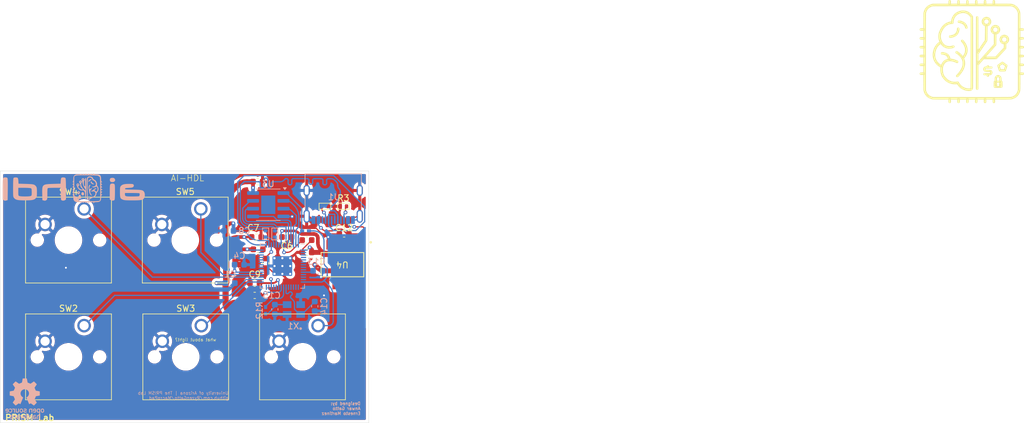
<source format=kicad_pcb>
(kicad_pcb (version 20240108) (generator "pcbnew") (generator_version "8.0")
  (layers (0 "F.Cu" signal) (31 "B.Cu" signal) (34 "B.Paste" user) (35 "F.Paste" user) (36 "B.SilkS" user "B.Silkscreen") (37 "F.SilkS" user "F.Silkscreen") (38 "B.Mask" user) (39 "F.Mask" user) (44 "Edge.Cuts" user))
  (net 0 "")
  (net 10 "GND")
  (net 12 "3v3")
  (net 13 "+1V1")
  (net 14 "Net-(J1-CC1)")
  (net 15 "Net-(J1-CC2)")
  (net 16 "Net-(J1-D+-PadA6)")
  (net 17 "Net-(U1-USB_DP)")
  (net 18 "Net-(J1-D--PadA7)")
  (net 19 "Net-(U1-USB_DM)")
  (net 20 "Net-(U1-QSPI_SS)")
  (net 21 "Net-(U1-QSPI_SCLK)")
  (net 22 "Net-(U1-QSPI_SD2)")
  (net 23 "Net-(U1-QSPI_SD3)")
  (net 24 "Net-(U1-QSPI_SD1)")
  (net 25 "Net-(U1-QSPI_SD0)")
  (net 28 "Net-(U1-XIN)")
  (net 29 "Net-(U1-XOUT)")
  (net 30 "Net-(C15-Pad2)")
  (net 31 "GPIO21")
  (net 32 "GPIO20")
  (net 33 "GPIO19")
  (net 34 "GPIO18")
  (net 35 "GPIO11")
  (net 36 "GPIO17")
  (net 37 "GPIO16")
  (net 38 "GPIO22")
  (net 39 "GPIO04")
  (net 40 "GPIO08")
  (net 41 "GPIO03")
  (net 42 "GPIO01")
  (net 43 "GPIO10")
  (net 44 "GPIO12")
  (net 45 "GPIO06")
  (net 46 "GPIO15")
  (net 47 "GPIO00")
  (net 48 "GPIO14")
  (net 49 "GPIO09")
  (net 50 "GPIO13")
  (net 51 "GPIO02")
  (net 52 "GPIO07")
  (net 53 "GPIO05")
  (net 54 "RUN")
  (net 55 "Net-(U4-VI)")
  (footprint "PCM_Resistor_SMD_AKL:R_0402_1005Metric" (layer "F.Cu") (at 150.155 68.5)
    (property "Reference" "R3")
    (property "Value" "5.1k" (hide yes))
  )
  (footprint "Capacitor_SMD:C_0603_1608Metric" (layer "F.Cu") (at 135.725 83)
    (property "Reference" "C2" (hide yes))
    (property "Value" "100nF" (hide yes))
  )
  (footprint "Capacitor_SMD:C_0603_1608Metric" (layer "F.Cu") (at 136 73.5 180)
    (property "Reference" "C7" (hide yes))
    (property "Value" "100nF" (hide yes))
  )
  (footprint "PCM_Resistor_SMD_AKL:R_0402_1005Metric" (layer "F.Cu") (at 147.155 68.5 180)
    (property "Reference" "R4" (hide yes))
    (property "Value" "5.1k" (hide yes))
  )
  (footprint "Capacitor_SMD:C_0603_1608Metric" (layer "F.Cu") (at 144.225 76)
    (property "Reference" "C5" (hide yes))
    (property "Value" "100nF" (hide yes))
  )
  (footprint "Button_Switch_Keyboard:SW_Cherry_MX_1.00u_PCB" (layer "F.Cu") (at 107.96 87.92)
    (property "Reference" "SW2")
    (property "Value" "Push_Button")
  )
  (footprint "Capacitor_SMD:C_0603_1608Metric" (layer "F.Cu") (at 136.225 64.5 180)
    (property "Reference" "C14_100n1" (hide yes))
    (property "Value" "100nF" (hide yes))
  )
  (footprint "Capacitor_SMD:C_0603_1608Metric" (layer "F.Cu") (at 144.225 74 180)
    (property "Reference" "C10" (hide yes))
    (property "Value" "100nF")
  )
  (footprint "Voltage:NCP1117" (layer "F.Cu") (at 150 78 180)
    (property "Reference" "U4")
    (property "Value" "NCP1117LPST33T3G" (hide yes))
  )
  (footprint "Capacitor_SMD:C_0603_1608Metric" (layer "F.Cu") (at 140.95 73.5 180)
    (property "Reference" "C6")
    (property "Value" "100nF" (hide yes))
  )
  (footprint "Capacitor_SMD:C_0603_1608Metric" (layer "F.Cu") (at 137.5 77.775 90)
    (property "Reference" "C11" (hide yes))
    (property "Value" "1uF" (hide yes))
  )
  (footprint "Capacitor_SMD:C_0603_1608Metric" (layer "F.Cu") (at 135.725 81)
    (property "Reference" "C9")
    (property "Value" "100nF" (hide yes))
  )
  (footprint "Button_Switch_Keyboard:SW_Cherry_MX_1.00u_PCB" (layer "F.Cu") (at 126.96 68.92)
    (property "Reference" "SW5")
    (property "Value" "Push_Button")
  )
  (footprint "Capacitor_SMD:C_0603_1608Metric" (layer "F.Cu") (at 136.275 75.5 180)
    (property "Reference" "C3" (hide yes))
    (property "Value" "100nF" (hide yes))
  )
  (footprint "Button_Switch_Keyboard:SW_Cherry_MX_1.00u_PCB" (layer "F.Cu") (at 127.04 87.92)
    (property "Reference" "SW3")
    (property "Value" "Push_Button")
  )
  (footprint "Button_Switch_Keyboard:SW_Cherry_MX_1.00u_PCB" (layer "F.Cu") (at 146.04 87.92)
    (property "Reference" "SW6" (hide yes))
    (property "Value" "Push_Button")
  )
  (footprint "Capacitor_SMD:C_0603_1608Metric" (layer "F.Cu") (at 150.275 73 180)
    (property "Reference" "C12")
    (property "Value" "10uF" (hide yes))
  )
  (footprint "Button_Switch_Keyboard:SW_Cherry_MX_1.00u_PCB" (layer "F.Cu") (at 107.96 68.92)
    (property "Reference" "SW4")
    (property "Value" "Push_Button")
  )
  (footprint "Capacitor_SMD:C_0603_1608Metric" (layer "B.Cu") (at 139 85.275 90)
    (property "Reference" "C15")
    (property "Value" "15pF" (hide yes))
  )
  (footprint "PCM_Resistor_SMD_AKL:R_0402_1005Metric" (layer "B.Cu") (at 139 73 90)
    (property "Reference" "R1" (hide yes))
    (property "Value" "27Ω" (hide yes))
  )
  (footprint "1K Resistor:RC0402N_PAN" (layer "B.Cu") (at 144 72.5)
    (property "Reference" "R5" (hide yes))
    (property "Value" "1K" (hide yes))
  )
  (footprint "Connector_USB:USB_C_Receptacle_G-Switch_GT-USB-7010ASV" (layer "B.Cu") (at 148.5 67)
    (property "Reference" "J1")
    (property "Value" "USB_C_Receptacle_USB2.0")
  )
  (footprint "PCM_Resistor_SMD_AKL:R_0402_1005Metric" (layer "B.Cu") (at 137.5 72.99 90)
    (property "Reference" "R2" (hide yes))
    (property "Value" "27Ω" (hide yes))
  )
  (footprint "Capacitor_SMD:C_0603_1608Metric" (layer "B.Cu") (at 145.5 84.775 90)
    (property "Reference" "C14")
    (property "Value" "15pF" (hide yes))
  )
  (footprint "Capacitor_SMD:C_0603_1608Metric" (layer "B.Cu") (at 131.725 81 180)
    (property "Reference" "C1")
    (property "Value" "100nF" (hide yes))
  )
  (footprint "Capacitor_SMD:C_0603_1608Metric" (layer "B.Cu") (at 133.225 78 180)
    (property "Reference" "C4")
    (property "Value" "100nF" (hide yes))
  )
  (footprint "1K Resistor:RC0402N_PAN" (layer "B.Cu") (at 137.5 85.447201 -90)
    (property "Reference" "R12")
    (property "Value" "1K")
  )
  (footprint "Package_SO:SOIC-8-1EP_3.9x4.9mm_P1.27mm_EP2.29x3mm" (layer "B.Cu") (at 137.93 68.25 180)
    (property "Reference" "U3")
    (property "Value" "W25Q128JVSIQ" (hide yes))
  )
  (footprint "Capacitor_SMD:C_0603_1608Metric" (layer "B.Cu") (at 131.5 72.5)
    (property "Reference" "C8")
    (property "Value" "1uF" (hide yes))
  )
  (footprint "footprints:ABM8-272-T3_ABR" (layer "B.Cu") (at 142.1 85.300001 90)
    (property "Reference" "X1")
    (property "Value" "ABM8-272-T3" (hide yes))
  )
  (footprint "Capacitor_SMD:C_0603_1608Metric" (layer "B.Cu") (at 146 79 180)
    (property "Reference" "C13")
    (property "Value" "10uF" (hide yes))
  )
  (footprint "MCU_RaspberryPi_and_Boards:RP2040-QFN-56" (layer "B.Cu") (at 140.225 78.225 180)
    (property "Reference" "U1" (hide yes))
    (property "Value" "RP2040")
  )
  (gr_poly (pts (xy 101.171467 101.417859) (xy 101.162249 101.418236) (xy 101.153267 101.418852) (xy 101.144518 101.419701) (xy 101.135999 101.420772) (xy 101.127707 101.422057) (xy 101.119639 101.423548) (xy 101.111791 101.425235) (xy 101.104161 101.42711) (xy 101.096746 101.429163) (xy 101.089542 101.431387) (xy 101.082546 101.433772) (xy 101.075756 101.43631) (xy 101.069168 101.438991) (xy 101.06278 101.441808) (xy 101.056588 101.44475) (xy 101.044779 101.45098) (xy 101.033719 101.457609) (xy 101.023382 101.464567) (xy 101.013744 101.471785) (xy 101.00478 101.479192) (xy 100.996467 101.486718) (xy 100.988778 101.494293) (xy 100.981691 101.501846) (xy 100.972581 101.512281) (xy 100.964155 101.522813) (xy 100.9564 101.533574) (xy 100.949301 101.54469) (xy 100.942847 101.556292) (xy 100.937023 101.568507) (xy 100.931816 101.581466) (xy 100.927214 101.595297) (xy 100.923202 101.610129) (xy 100.919768 101.626091) (xy 100.916899 101.643312) (xy 100.914581 101.661921) (xy 100.912802 101.682046) (xy 100.911547 101.703817) (xy 100.910803 101.727363) (xy 100.910559 101.752812) (xy 100.910803 101.778474) (xy 100.911547 101.802208) (xy 100.912802 101.824144) (xy 100.914581 101.844412) (xy 100.916899 101.863143) (xy 100.919768 101.880467) (xy 100.923202 101.896515) (xy 100.927214 101.911418) (xy 100.931816 101.925306) (xy 100.937023 101.938309) (xy 100.942847 101.950557) (xy 100.949301 101.962183) (xy 100.9564 101.973315) (xy 100.964155 101.984084) (xy 100.972581 101.994621) (xy 100.981691 102.005057) (xy 100.988778 102.012614) (xy 100.996467 102.02019) (xy 101.00478 102.027716) (xy 101.013744 102.035121) (xy 101.023382 102.042335) (xy 101.033719 102.04929) (xy 101.044779 102.055914) (xy 101.056588 102.062137) (xy 101.069168 102.067891) (xy 101.082546 102.073104) (xy 101.096746 102.077707) (xy 101.111791 102.08163) (xy 101.127707 102.084803) (xy 101.144518 102.087156) (xy 101.162249 102.088619) (xy 101.180924 102.089122) (xy 101.190384 102.088995) (xy 101.199604 102.088619) (xy 101.208587 102.088003) (xy 101.217338 102.087155) (xy 101.225859 102.086085) (xy 101.234153 102.084801) (xy 101.242223 102.083312) (xy 101.250072 102.081627) (xy 101.257703 102.079754) (xy 101.265119 102.077703) (xy 101.272324 102.075481) (xy 101.279321 102.073099) (xy 101.286112 102.070564) (xy 101.2927 102.067885) (xy 101.299089 102.065071) (xy 101.305282 102.062131) (xy 101.317092 102.055908) (xy 101.328153 102.049285) (xy 101.33849 102.042333) (xy 101.348129 102.035121) (xy 101.357093 102.02772) (xy 101.365406 102.0202) (xy 101.373095 102.01263) (xy 101.380183 102.005082) (xy 101.389296 101.994642) (xy 101.397724 101.984102) (xy 101.40548 101.97333) (xy 101.412578 101.962197) (xy 101.419032 101.950571) (xy 101.424853 101.938321) (xy 101.430057 101.925318) (xy 101.434656 101.91143) (xy 101.438664 101.896528) (xy 101.442094 101.880479) (xy 101.44496 101.863154) (xy 101.447275 101.844423) (xy 101.449051 101.824153) (xy 101.450304 101.802215) (xy 101.451046 101.778479) (xy 101.45129 101.752837) (xy 101.319353 101.752837) (xy 101.319259 101.769989) (xy 101.318971 101.785618) (xy 101.318474 101.799839) (xy 101.317755 101.81277) (xy 101.3168 101.824524) (xy 101.315598 101.835219) (xy 101.314134 101.84497) (xy 101.312394 101.853892) (xy 101.310367 101.862103) (xy 101.308039 101.869717) (xy 101.305395 101.87685) (xy 101.302424 101.883619) (xy 101.299112 101.890139) (xy 101.295445 101.896525) (xy 101.291411 101.902894) (xy 101.286995 101.909362) (xy 101.283105 101.914385) (xy 101.278725 101.919234) (xy 101.273884 101.923888) (xy 101.268607 101.928325) (xy 101.26292 101.932526) (xy 101.25685 101.936471) (xy 101.250425 101.940137) (xy 101.243669 101.943505) (xy 101.23661 101.946555) (xy 101.229274 101.949264) (xy 101.221687 101.951614) (xy 101.213877 101.953582) (xy 101.205869 101.955149) (xy 101.19769 101.956294) (xy 101.189366 101.956996) (xy 101.180924 101.957235) (xy 101.172487 101.956995) (xy 101.164167 101.956292) (xy 101.155991 101.955145) (xy 101.147986 101.953575) (xy 101.140177 101.951604) (xy 101.132592 101.949251) (xy 101.125257 101.946539) (xy 101.118198 101.943487) (xy 101.111442 101.940117) (xy 101.105015 101.936449) (xy 101.098945 101.932505) (xy 101.093256 101.928304) (xy 101.087976 101.923869) (xy 101.083131 101.91922) (xy 101.078748 101.914377) (xy 101.076738 101.91189) (xy 101.074853 101.909362) (xy 101.070438 101.902895) (xy 101.066405 101.896528) (xy 101.062739 101.890147) (xy 101.059428 101.883639) (xy 101.056459 101.876889) (xy 101.053818 101.869784) (xy 101.051491 101.86221) (xy 101.049466 101.854052) (xy 101.04773 101.845197) (xy 101.046268 101.835531) (xy 101.045067 101.82494) (xy 101.044115 101.813309) (xy 101.043397 101.800525) (xy 101.042901 101.786474) (xy 101.04252 101.754116) (xy 101.042613 101.736963) (xy 101.042901 101.721333) (xy 101.043397 101.707109) (xy 101.044115 101.694177) (xy 101.045067 101.682419) (xy 101.046268 101.671721) (xy 101.04773 101.661968) (xy 101.049466 101.653042) (xy 101.051491 101.64483) (xy 101.053818 101.637215) (xy 101.056459 101.630081) (xy 101.059428 101.623313) (xy 101.062739 101.616796) (xy 101.066405 101.610414) (xy 101.070438 101.604051) (xy 101.074853 101.597591) (xy 101.078748 101.592568) (xy 101.083132 101.587719) (xy 101.087978 101.583066) (xy 101.093259 101.578628) (xy 101.098949 101.574427) (xy 101.105022 101.570483) (xy 101.11145 101.566816) (xy 101.118207 101.563448) (xy 101.125267 101.560399) (xy 101.132603 101.557689) (xy 101.140188 101.55534) (xy 101.147996 101.553371) (xy 101.156 101.551804) (xy 101.164174 101.550659) (xy 101.172491 101.549957) (xy 101.180924 101.549719) (xy 101.189366 101.549958) (xy 101.19769 101.550661) (xy 101.205869 101.551808) (xy 101.213877 101.553378) (xy 101.221687 101.55535) (xy 101.229274 101.557702) (xy 101.23661 101.560415) (xy 101.243669 101.563466) (xy 101.250425 101.566837) (xy 101.25685 101.570504) (xy 101.26292 101.574449) (xy 101.268607 101.578649) (xy 101.273884 101.583084) (xy 101.278725 101.587734) (xy 101.283105 101.592576) (xy 101.285113 101.595063) (xy 101.286995 101.597591) (xy 101.291411 101.604046) (xy 101.295445 101.610404) (xy 101.299112 101.616779) (xy 101.302424 101.623283) (xy 101.305395 101.630031) (xy 101.308039 101.637136) (xy 101.310367 101.644712) (xy 101.312394 101.652873) (xy 101.314134 101.661732) (xy 101.315598 101.671403) (xy 101.3168 101.681999) (xy 101.317755 101.693634) (xy 101.318474 101.706421) (xy 101.318971 101.720475) (xy 101.319353 101.752837) (xy 101.45129 101.752837) (xy 101.45129 101.752825) (xy 101.451045 101.727388) (xy 101.450303 101.703844) (xy 101.449049 101.682075) (xy 101.447271 101.661952) (xy 101.444955 101.643346) (xy 101.442088 101.626127) (xy 101.438656 101.610166) (xy 101.434647 101.595335) (xy 101.430047 101.581503) (xy 101.424843 101.568542) (xy 101.419021 101.556322) (xy 101.412568 101.544715) (xy 101.405471 101.53359) (xy 101.397717 101.522819) (xy 101.389292 101.512273) (xy 101.380183 101.501821) (xy 101.373095 101.494272) (xy 101.365406 101.486701) (xy 101.357093 101.479179) (xy 101.348129 101.471774) (xy 101.33849 101.464559) (xy 101.328153 101.457602) (xy 101.317092 101.450975) (xy 101.305282 101.444747) (xy 101.2927 101.438989) (xy 101.279321 101.433771) (xy 101.265119 101.429162) (xy 101.250072 101.425235) (xy 101.234153 101.422057) (xy 101.217338 101.419701) (xy 101.199604 101.418236) (xy 101.180924 101.417731)) (stroke (width -0.000001)) (fill solid) (layer "B.SilkS"))
  (gr_poly (pts (xy 97.230624 101.816151) (xy 97.230462 101.824406) (xy 97.229981 101.832439) (xy 97.229187 101.840248) (xy 97.228088 101.847829) (xy 97.226689 101.855181) (xy 97.224997 101.8623) (xy 97.223019 101.869184) (xy 97.220762 101.875831) (xy 97.218232 101.882237) (xy 97.215436 101.8884) (xy 97.21238 101.894317) (xy 97.209072 101.899987) (xy 97.205517 101.905405) (xy 97.201722 101.91057) (xy 97.197695 101.915479) (xy 97.193441 101.920129) (xy 97.188968 101.924517) (xy 97.184281 101.928642) (xy 97.179388 101.9325) (xy 97.174296 101.936088) (xy 97.16901 101.939405) (xy 97.163537 101.942447) (xy 97.157885 101.945211) (xy 97.152059 101.947696) (xy 97.146067 101.949899) (xy 97.139915 101.951816) (xy 97.13361 101.953446) (xy 97.127157 101.954785) (xy 97.120565 101.955831) (xy 97.11384 101.956582) (xy 97.106987 101.957034) (xy 97.100014 101.957185) (xy 97.093151 101.957034) (xy 97.086401 101.956582) (xy 97.079771 101.955832) (xy 97.073268 101.954786) (xy 97.066898 101.953447) (xy 97.06067 101.951818) (xy 97.054589 101.949902) (xy 97.048662 101.9477) (xy 97.042896 101.945216) (xy 97.037299 101.942452) (xy 97.031876 101.93941) (xy 97.026636 101.936095) (xy 97.021584 101.932507) (xy 97.016728 101.92865) (xy 97.012074 101.924526) (xy 97.007629 101.920138) (xy 97.003401 101.915489) (xy 96.999395 101.91058) (xy 96.99562 101.905416) (xy 96.992081 101.899998) (xy 96.988786 101.894328) (xy 96.985742 101.888411) (xy 96.982955 101.882248) (xy 96.980432 101.875841) (xy 96.97818 101.869194) (xy 96.976206 101.862309) (xy 96.974517 101.855189) (xy 96.97312 101.847836) (xy 96.972021 101.840253) (xy 96.971228 101.832443) (xy 96.970747 101.824408) (xy 96.970585 101.816151) (xy 96.970585 101.425502) (xy 96.838697 101.425502) (xy 96.838697 102.081402) (xy 96.970585 102.081402) (xy 96.970585 102.011499) (xy 96.973142 102.011499) (xy 96.981116 102.020896) (xy 96.989503 102.029687) (xy 96.998288 102.037873) (xy 97.007458 102.045453) (xy 97.017 102.052426) (xy 97.0269 102.058794) (xy 97.037144 102.064555) (xy 97.047719 102.069711) (xy 97.058612 102.07426) (xy 97.069808 102.078202) (xy 97.081294 102.081539) (xy 97.093056 102.084269) (xy 97.105082 102.086392) (xy 97.117357 102.087909) (xy 97.129867 102.088819) (xy 97.1426 102.089122) (xy 97.152336 102.088892) (xy 97.162125 102.0882) (xy 97.181763 102.085442) (xy 97.201327 102.080861) (xy 97.211021 102.077891) (xy 97.220625 102.07447) (xy 97.230115 102.070601) (xy 97.239469 102.066284) (xy 97.248661 102.061521) (xy 97.257668 102.056314) (xy 97.266467 102.050665) (xy 97.275034 102.044575) (xy 97.283345 102.038047) (xy 97.291377 102.03108) (xy 97.299105 102.023678) (xy 97.306507 102.015842) (xy 97.313558 102.007574) (xy 97.320235 101.998875) (xy 97.326513 101.989746) (xy 97.33237 101.980191) (xy 97.337782 101.970209) (xy 97.342725 101.959803) (xy 97.347175 101.948975) (xy 97.351108 101.937727) (xy 97.354501 101.926059) (xy 97.357331 101.913973) (xy 97.359573 101.901472) (xy 97.361204 101.888557) (xy 97.362199 101.875229) (xy 97.362537 101.86149) (xy 97.362537 101.425502) (xy 97.230624 101.425502)) (stroke (width -0.000001)) (fill solid) (layer "B.SilkS"))
  (gr_poly (pts (xy 96.542317 102.453908) (xy 96.532685 102.454577) (xy 96.523249 102.455678) (xy 96.514002 102.457199) (xy 96.504936 102.45913) (xy 96.496043 102.461459) (xy 96.487317 102.464174) (xy 96.478749 102.467265) (xy 96.470333 102.470719) (xy 96.46206 102.474526) (xy 96.453924 102.478675) (xy 96.445917 102.483153) (xy 96.438031 102.487949) (xy 96.430259 102.493053) (xy 96.422593 102.498453) (xy 96.415027 102.504137) (xy 96.510772 102.617978) (xy 96.516488 102.613769) (xy 96.522023 102.609887) (xy 96.527406 102.606325) (xy 96.532667 102.603074) (xy 96.537838 102.600128) (xy 96.542949 102.597478) (xy 96.54803 102.595117) (xy 96.553111 102.593037) (xy 96.558224 102.59123) (xy 96.563398 102.589689) (xy 96.568664 102.588407) (xy 96.574053 102.587374) (xy 96.579595 102.586585) (xy 96.58532 102.58603) (xy 96.591259 102.585703) (xy 96.597443 102.585596) (xy 96.609546 102.586085) (xy 96.621525 102.587564) (xy 96.633291 102.590052) (xy 96.644752 102.593568) (xy 96.650341 102.595717) (xy 96.655818 102.59813) (xy 96.661175 102.600809) (xy 96.666398 102.603757) (xy 96.671478 102.606976) (xy 96.676401 102.610468) (xy 96.681158 102.614236) (xy 96.685737 102.618282) (xy 96.690126 102.622608) (xy 96.694314 102.627217) (xy 96.69829 102.63211) (xy 96.702042 102.637291) (xy 96.705559 102.642761) (xy 96.70883 102.648524) (xy 96.711843 102.654581) (xy 96.714587 102.660934) (xy 96.717051 102.667587) (xy 96.719223 102.67454) (xy 96.721092 102.681798) (xy 96.722647 102.689361) (xy 96.723876 102.697233) (xy 96.724768 102.705415) (xy 96.725311 102.71391) (xy 96.725495 102.722721) (xy 96.725495 103.117304) (xy 96.857408 103.117304) (xy 96.857408 102.461477) (xy 96.725495 102.461477) (xy 96.725495 102.531306) (xy 96.722864 102.531306) (xy 96.714895 102.521913) (xy 96.706512 102.513125) (xy 96.697728 102.504942) (xy 96.688553 102.497363) (xy 96.678999 102.49039) (xy 96.669077 102.484023) (xy 96.658799 102.478261) (xy 96.648176 102.473104) (xy 96.63722 102.468554) (xy 96.625942 102.46461) (xy 96.614354 102.461272) (xy 96.602466 102.45854) (xy 96.590291 102.456415) (xy 96.577839 102.454898) (xy 96.565122 102.453987) (xy 96.552152 102.453683)) (stroke (width -0.000001)) (fill solid) (layer "B.SilkS"))
  (gr_poly (pts (xy 99.21681 101.417962) (xy 99.207133 101.418654) (xy 99.187697 101.421411) (xy 99.16831 101.425992) (xy 99.149164 101.432382) (xy 99.139741 101.436251) (xy 99.13045 101.440568) (xy 99.121316 101.44533) (xy 99.11236 101.450537) (xy 99.103609 101.456187) (xy 99.095085 101.462277) (xy 99.086813 101.468807) (xy 99.078816 101.475774) (xy 99.071118 101.483177) (xy 99.063744 101.491015) (xy 99.056717 101.499285) (xy 99.050061 101.507987) (xy 99.043801 101.517118) (xy 99.037959 101.526677) (xy 99.03256 101.536662) (xy 99.027627 101.547072) (xy 99.023186 101.557904) (xy 99.019259 101.569158) (xy 99.015871 101.580832) (xy 99.013045 101.592923) (xy 99.010805 101.605431) (xy 99.009176 101.618354) (xy 99.008181 101.63169) (xy 99.007844 101.645438) (xy 99.007844 102.081328) (xy 99.139781 102.081328) (xy 99.139781 101.690753) (xy 99.139943 101.682491) (xy 99.140423 101.674452) (xy 99.141216 101.666639) (xy 99.142315 101.659053) (xy 99.143711 101.651698) (xy 99.145399 101.644576) (xy 99.147372 101.63769) (xy 99.149623 101.631042) (xy 99.152145 101.624635) (xy 99.154931 101.618471) (xy 99.157974 101.612554) (xy 99.161267 101.606885) (xy 99.164804 101.601467) (xy 99.168577 101.596303) (xy 99.172581 101.591396) (xy 99.176807 101.586747) (xy 99.181249 101.582361) (xy 99.1859 101.578238) (xy 99.190754 101.574382) (xy 99.195803 101.570796) (xy 99.201041 101.567482) (xy 99.20646 101.564442) (xy 99.212054 101.56168) (xy 99.217816 101.559197) (xy 99.22374 101.556997) (xy 99.229817 101.555081) (xy 99.236042 101.553453) (xy 99.242407 101.552116) (xy 99.248906 101.551071) (xy 99.255532 101.550321) (xy 99.262278 101.54987) (xy 99.269137 101.549718) (xy 99.276114 101.54987) (xy 99.28297 101.550321) (xy 99.2897 101.551071) (xy 99.296296 101.552116) (xy 99.302751 101.553453) (xy 99.30906 101.555081) (xy 99.315215 101.556997) (xy 99.32121 101.559197) (xy 99.327038 101.56168) (xy 99.332693 101.564442) (xy 99.338167 101.567482) (xy 99.343455 101.570796) (xy 99.348549 101.574383) (xy 99.353444 101.578238) (xy 99.358132 101.582361) (xy 99.362606 101.586747) (xy 99.366861 101.591396) (xy 99.37089 101.596303) (xy 99.374685 101.601467) (xy 99.37824 101.606885) (xy 99.381549 101.612554) (xy 99.384606 101.618471) (xy 99.387402 101.624635) (xy 99.389933 101.631042) (xy 99.39219 101.63769) (xy 99.394168 101.644577) (xy 99.39586 101.651699) (xy 99.397259 101.659054) (xy 99.398359 101.666639) (xy 99.399152 101.674453) (xy 99.399633 101.682492) (xy 99.399795 101.690753) (xy 99.399795 102.081353) (xy 99.531733 102.081353) (xy 99.531733 101.425502) (xy 99.399795 101.425502) (xy 99.399795 101.49533) (xy 99.397164 101.49533) (xy 99.389203 101.485938) (xy 99.380826 101.47715) (xy 99.372046 101.468968) (xy 99.362873 101.461391) (xy 99.35332 101.45442) (xy 99.343397 101.448054) (xy 99.333117 101.442294) (xy 99.322492 101.43714) (xy 99.311532 101.432592) (xy 99.300249 101.42865) (xy 99.288656 101.425314) (xy 99.276763 101.422585) (xy 99.264582 101.420462) (xy 99.252124 101.418945) (xy 99.239403 101.418035) (xy 99.226428 101.417731)) (stroke (width -0.000001)) (fill solid) (layer "B.SilkS"))
  (gr_poly (pts (xy 107.460606 63.158543) (xy 107.459159 63.159163) (xy 107.457629 63.160196) (xy 107.456017 63.161643) (xy 107.454322 63.163504) (xy 107.452545 63.165777) (xy 107.450684 63.168465) (xy 107.448741 63.171565) (xy 107.444607 63.179007) (xy 107.440142 63.188102) (xy 107.435347 63.19885) (xy 107.430221 63.211253) (xy 107.424607 63.222747) (xy 107.415737 63.233425) (xy 107.403664 63.243297) (xy 107.388438 63.252373) (xy 107.370112 63.260664) (xy 107.348737 63.26818) (xy 107.324365 63.27493) (xy 107.297047 63.280926) (xy 107.266835 63.286179) (xy 107.233781 63.290697) (xy 107.197936 63.294492) (xy 107.159353 63.297573) (xy 107.074176 63.301638) (xy 106.978664 63.302975) (xy 106.915423 63.303328) (xy 106.8577 63.304477) (xy 106.805063 63.306556) (xy 106.757076 63.3097) (xy 106.713306 63.314043) (xy 106.673319 63.319718) (xy 106.654608 63.323098) (xy 106.63668 63.326862) (xy 106.619481 63.331026) (xy 106.602956 63.335607) (xy 106.587052 63.340622) (xy 106.571713 63.346089) (xy 106.556886 63.352023) (xy 106.542516 63.358441) (xy 106.528549 63.365361) (xy 106.514931 63.372799) (xy 106.501607 63.380771) (xy 106.488524 63.389295) (xy 106.475627 63.398388) (xy 106.462862 63.408066) (xy 106.450174 63.418346) (xy 106.437509 63.429245) (xy 106.412033 63.452966) (xy 106.385998 63.479364) (xy 106.360763 63.504226) (xy 106.337905 63.528767) (xy 106.31732 63.553329) (xy 106.298906 63.578252) (xy 106.282559 63.603878) (xy 106.268176 63.630549) (xy 106.255653 63.658604) (xy 106.244887 63.688385) (xy 106.235775 63.720233) (xy 106.228213 63.754489) (xy 106.222098 63.791495) (xy 106.217326 63.831591) (xy 106.213795 63.875118) (xy 106.211401 63.922417) (xy 106.21004 63.97383) (xy 106.209609 64.029697) (xy 106.209201 64.068024) (xy 106.207997 64.106123) (xy 106.206028 64.143768) (xy 106.203325 64.18073) (xy 106.19992 64.216783) (xy 106.195842 64.251699) (xy 106.191124 64.285251) (xy 106.185796 64.317211) (xy 106.17989 64.347352) (xy 106.173435 64.375447) (xy 106.166464 64.401268) (xy 106.159007 64.424588) (xy 106.151096 64.445179) (xy 106.14276 64.462815) (xy 106.134032 64.477267) (xy 106.129531 64.483228) (xy 106.124943 64.488308) (xy 106.11378 64.499724) (xy 106.104106 64.510178) (xy 106.099828 64.515054) (xy 106.095921 64.519702) (xy 106.092386 64.524125) (xy 106.089223 64.528327) (xy 106.086433 64.532312) (xy 106.084014 64.536083) (xy 106.081968 64.539646) (xy 106.080294 64.543003) (xy 106.078991 64.546158) (xy 106.078061 64.549116) (xy 106.077503 64.55188) (xy 106.077317 64.554454) (xy 106.077503 64.556842) (xy 106.078061 64.559048) (xy 106.078991 64.561076) (xy 106.080294 64.562929) (xy 106.081968 64.564612) (xy 106.084014 64.566128) (xy 106.086433 64.567481) (xy 106.089223 64.568676) (xy 106.092386 64.569715) (xy 106.095921 64.570603) (xy 106.099828 64.571344) (xy 106.104106 64.571942) (xy 106.108757 64.5724) (xy 106.11378 64.572722) (xy 106.119176 64.572912) (xy 106.124943 64.572975) (xy 106.135175 64.573725) (xy 106.144707 64.575919) (xy 106.153542 64.579469) (xy 106.161681 64.584289) (xy 106.169128 64.590292) (xy 106.175885 64.597392) (xy 106.181955 64.605503) (xy 106.18734 64.614537) (xy 106.192043 64.624408) (xy 106.196067 64.63503) (xy 106.199413 64.646316) (xy 106.202085 64.658179) (xy 106.204086 64.670534) (xy 106.205417 64.683292) (xy 106.206081 64.696369) (xy 106.206082 64.709676) (xy 106.205421 64.723129) (xy 106.204101 64.73664) (xy 106.202125 64.750122) (xy 106.199495 64.763489) (xy 106.196214 64.776654) (xy 106.192284 64.789532) (xy 106.187708 64.802035) (xy 106.18249 64.814077) (xy 106.17663 64.825571) (xy 106.170132 64.83643) (xy 106.162998 64.846569) (xy 106.155232 64.8559) (xy 106.146835 64.864337) (xy 106.13781 64.871794) (xy 106.12816 64.878183) (xy 106.117887 64.883419) (xy 106.105485 64.889796) (xy 106.094736 64.895739) (xy 106.089982 64.898567) (xy 106.085641 64.90131) (xy 106.081714 64.903975) (xy 106.0782 64.90657) (xy 106.075099 64.909104) (xy 106.072412 64.911583) (xy 106.070138 64.914016) (xy 106.068278 64.91641) (xy 106.066831 64.918773) (xy 106.065798 64.921112) (xy 106.065177 64.923436) (xy 106.064971 64.925753) (xy 106.065177 64.928069) (xy 106.065798 64.930393) (xy 106.066831 64.932733) (xy 106.068278 64.935096) (xy 106.070138 64.93749) (xy 106.072412 64.939922) (xy 106.075099 64.942402) (xy 106.0782 64.944935) (xy 106.081714 64.947531) (xy 106.085641 64.950196) (xy 106.089982 64.952938) (xy 106.094736 64.955766) (xy 106.105485 64.961709) (xy 106.117887 64.968086) (xy 106.122495 64.970234) (xy 106.127056 64.972701) (xy 106.136008 64.978545) (xy 106.144691 64.985527) (xy 106.153054 64.993552) (xy 106.161045 65.002529) (xy 106.168612 65.012363) (xy 106.175704 65.022961) (xy 106.182269 65.034232) (xy 106.188255 65.046081) (xy 106.19361 65.058417) (xy 106.198283 65.071145) (xy 106.202223 65.084172) (xy 106.205377 65.097407) (xy 106.207694 65.110755) (xy 106.209122 65.124123) (xy 106.209609 65.13742) (xy 106.209486 65.144053) (xy 106.209122 65.150716) (xy 106.208522 65.157397) (xy 106.207694 65.164085) (xy 106.206643 65.170767) (xy 106.205377 65.177433) (xy 106.203901 65.18407) (xy 106.202223 65.190667) (xy 106.200348 65.197212) (xy 106.198283 65.203695) (xy 106.19361 65.216422) (xy 106.188255 65.228758) (xy 106.182269 65.240607) (xy 106.179055 65.24632) (xy 106.175704 65.251878) (xy 106.172221 65.257267) (xy 106.168612 65.262476) (xy 106.164885 65.267495) (xy 106.161045 65.27231) (xy 106.157099 65.276912) (xy 106.153054 65.281287) (xy 106.148916 65.285424) (xy 106.144691 65.289312) (xy 106.140386 65.292939) (xy 106.136008 65.296293) (xy 106.131562 65.299364) (xy 106.127056 65.302138) (xy 106.122495 65.304605) (xy 106.117887 65.306753) (xy 106.105485 65.31313) (xy 106.094736 65.319072) (xy 106.089982 65.3219) (xy 106.085641 65.324643) (xy 106.081714 65.327308) (xy 106.0782 65.329904) (xy 106.075099 65.332437) (xy 106.072412 65.334916) (xy 106.070138 65.337349) (xy 106.068278 65.339743) (xy 106.066831 65.342106) (xy 106.065798 65.344446) (xy 106.065177 65.34677) (xy 106.064971 65.349086) (xy 106.065177 65.351402) (xy 106.065798 65.353727) (xy 106.066831 65.356066) (xy 106.068278 65.358429) (xy 106.070138 65.360823) (xy 106.072412 65.363256) (xy 106.075099 65.365735) (xy 106.0782 65.368268) (xy 106.081714 65.370864) (xy 106.085641 65.373529) (xy 106.089982 65.376272) (xy 106.094736 65.3791) (xy 106.105485 65.385043) (xy 106.117887 65.39142) (xy 106.122495 65.393567) (xy 106.127056 65.396034) (xy 106.136008 65.401879) (xy 106.144691 65.40886) (xy 106.153054 65.416886) (xy 106.161045 65.425862) (xy 106.168612 65.435696) (xy 106.175704 65.446295) (xy 106.182269 65.457565) (xy 106.188255 65.469415) (xy 106.19361 65.48175) (xy 106.198283 65.494478) (xy 106.202223 65.507505) (xy 106.205377 65.52074) (xy 106.207694 65.534088) (xy 106.209122 65.547456) (xy 106.209609 65.560753) (xy 106.209486 65.567386) (xy 106.209122 65.574049) (xy 106.208522 65.58073) (xy 106.207694 65.587418) (xy 106.206643 65.5941) (xy 106.205377 65.600766) (xy 106.203901 65.607403) (xy 106.202223 65.614) (xy 106.200348 65.620546) (xy 106.198283 65.627028) (xy 106.19361 65.639756) (xy 106.188255 65.652091) (xy 106.182269 65.66394) (xy 106.179055 65.669654) (xy 106.175704 65.675211) (xy 106.172221 65.6806) (xy 106.168612 65.68581) (xy 106.164885 65.690828) (xy 106.161045 65.695644) (xy 106.157099 65.700245) (xy 106.153054 65.70462) (xy 106.148916 65.708757) (xy 106.144691 65.712645) (xy 106.140386 65.716272) (xy 106.136008 65.719627) (xy 106.131562 65.722697) (xy 106.127056 65.725471) (xy 106.122495 65.727938) (xy 106.117887 65.730086) (xy 106.105485 65.736463) (xy 106.094736 65.742406) (xy 106.089982 65.745234) (xy 106.085641 65.747976) (xy 106.081714 65.750642) (xy 106.0782 65.753237) (xy 106.075099 65.755771) (xy 106.072412 65.75825) (xy 106.070138 65.760682) (xy 106.068278 65.763076) (xy 106.066831 65.765439) (xy 106.065798 65.767779) (xy 106.065177 65.770103) (xy 106.064971 65.772419) (xy 106.065177 65.774736) (xy 106.065798 65.77706) (xy 106.066831 65.7794) (xy 106.068278 65.781763) (xy 106.070138 65.784156) (xy 106.072412 65.786589) (xy 106.075099 65.789068) (xy 106.0782 65.791602) (xy 106.081714 65.794197) (xy 106.085641 65.796862) (xy 106.089982 65.799605) (xy 106.094736 65.802433) (xy 106.105485 65.808376) (xy 106.117887 65.814753) (xy 106.122495 65.816901) (xy 106.127056 65.819367) (xy 106.136008 65.825212) (xy 106.144691 65.832194) (xy 106.153054 65.840219) (xy 106.161045 65.849195) (xy 106.168612 65.859029) (xy 106.175704 65.869628) (xy 106.182269 65.880899) (xy 106.188255 65.892748) (xy 106.19361 65.905083) (xy 106.198283 65.917811) (xy 106.202223 65.930839) (xy 106.205377 65.944073) (xy 106.207694 65.957421) (xy 106.209122 65.97079) (xy 106.209609 65.984086) (xy 106.209486 65.99072) (xy 106.209122 65.997383) (xy 106.208522 66.004064) (xy 106.207694 66.010751) (xy 106.206643 66.017434) (xy 106.205377 66.024099) (xy 106.203901 66.030737) (xy 106.202223 66.037334) (xy 106.200348 66.043879) (xy 106.198283 66.050361) (xy 106.19361 66.063089) (xy 106.188255 66.075424) (xy 106.182269 66.087274) (xy 106.179055 66.092987) (xy 106.175704 66.098544) (xy 106.172221 66.103933) (xy 106.168612 66.109143) (xy 106.164885 66.114161) (xy 106.161045 66.118977) (xy 106.157099 66.123578) (xy 106.153054 66.127953) (xy 106.148916 66.132091) (xy 106.144691 66.135979) (xy 106.140386 66.139606) (xy 106.136008 66.14296) (xy 106.131562 66.14603) (xy 106.127056 66.148805) (xy 106.122495 66.151271) (xy 106.117887 66.153419) (xy 106.105485 66.159796) (xy 106.094736 66.165739) (xy 106.089982 66.168567) (xy 106.085641 66.17131) (xy 106.081714 66.173975) (xy 106.0782 66.17657) (xy 106.075099 66.179104) (xy 106.072412 66.181583) (xy 106.070138 66.184016) (xy 106.068278 66.18641) (xy 106.066831 66.188773) (xy 106.065798 66.191112) (xy 106.065177 66.193436) (xy 106.064971 66.195753) (xy 106.065177 66.198069) (xy 106.065798 66.200393) (xy 106.066831 66.202733) (xy 106.068278 66.205096) (xy 106.070138 66.20749) (xy 106.072412 66.209923) (xy 106.075099 66.212402) (xy 106.0782 66.214935) (xy 106.081714 66.217531) (xy 106.085641 66.220196) (xy 106.089982 66.222938) (xy 106.094736 66.225766) (xy 106.105485 66.231709) (xy 106.117887 66.238086) (xy 106.122495 66.240234) (xy 106.127056 66.242701) (xy 106.136008 66.248545) (xy 106.144691 66.255527) (xy 106.153054 66.263552) (xy 106.161045 66.272528) (xy 106.168612 66.282362) (xy 106.175704 66.292961) (xy 106.182269 66.304232) (xy 106.188255 66.316081) (xy 106.19361 66.328417) (xy 106.198283 66.341144) (xy 106.202223 66.354172) (xy 106.205377 66.367407) (xy 106.207694 66.380755) (xy 106.209122 66.394123) (xy 106.209609 66.40742) (xy 106.209486 66.414053) (xy 106.209122 66.420716) (xy 106.208522 66.427397) (xy 106.207694 66.434085) (xy 106.206643 66.440767) (xy 106.205377 66.447433) (xy 106.203901 66.45407) (xy 106.202223 66.460667) (xy 106.200348 66.467212) (xy 106.198283 66.473695) (xy 106.19361 66.486423) (xy 106.188255 66.498758) (xy 106.182269 66.510607) (xy 106.179055 66.516321) (xy 106.175704 66.521878) (xy 106.172221 66.527267) (xy 106.168612 66.532476) (xy 106.164885 66.537495) (xy 106.161045 66.542311) (xy 106.157099 66.546912) (xy 106.153054 66.551287) (xy 106.148916 66.555424) (xy 106.144691 66.559312) (xy 106.140386 66.562939) (xy 106.136008 66.566294) (xy 106.131562 66.569364) (xy 106.127056 66.572138) (xy 106.122495 66.574605) (xy 106.117887 66.576753) (xy 106.105485 66.58313) (xy 106.094736 66.589073) (xy 106.089982 66.591901) (xy 106.085641 66.594643) (xy 106.081714 66.597309) (xy 106.0782 66.599904) (xy 106.075099 66.602437) (xy 106.072412 66.604917) (xy 106.070138 66.607349) (xy 106.068278 66.609743) (xy 106.066831 66.612106) (xy 106.065798 66.614446) (xy 106.065177 66.61677) (xy 106.064971 66.619086) (xy 106.065177 66.621403) (xy 106.065798 66.623727) (xy 106.066831 66.626066) (xy 106.068278 66.628429) (xy 106.070138 66.630823) (xy 106.072412 66.633256) (xy 106.075099 66.635735) (xy 106.0782 66.638268) (xy 106.081714 66.640864) (xy 106.085641 66.643529) (xy 106.089982 66.646272) (xy 106.094736 66.6491) (xy 106.105485 66.655043) (xy 106.117887 66.661419) (xy 106.128219 66.667026) (xy 106.138034 66.675848) (xy 106.147311 66.68779) (xy 106.156031 66.702761) (xy 106.164172 66.720667) (xy 106.171713 66.741415) (xy 106.178634 66.764912) (xy 106.184914 66.791065) (xy 106.190533 66.819782) (xy 106.19547 66.850969) (xy 106.199704 66.884532) (xy 106.203215 66.92038) (xy 106.205981 66.958419) (xy 106.207983 66.998556) (xy 106.209199 67.040699) (xy 106.209609 67.084753) (xy 106.209962 67.141785) (xy 106.211111 67.194073) (xy 106.21319 67.241999) (xy 106.216334 67.285946) (xy 106.220677 67.326297) (xy 106.226352 67.363434) (xy 106.229732 67.380916) (xy 106.233496 67.397738) (xy 106.23766 67.413948) (xy 106.242241 67.429593) (xy 106.247257 67.444722) (xy 106.252723 67.459381) (xy 106.258657 67.47362) (xy 106.265075 67.487485) (xy 106.271995 67.501024) (xy 106.279433 67.514286) (xy 106.287406 67.527317) (xy 106.29593 67.540167) (xy 106.305023 67.552882) (xy 106.3147 67.565511) (xy 106.335879 67.5907) (xy 106.3596 67.616116) (xy 106.385998 67.642142) (xy 106.412035 67.66854) (xy 106.437523 67.692261) (xy 106.462908 67.71344) (xy 106.488635 67.73221) (xy 106.515146 67.748707) (xy 106.542888 67.763065) (xy 106.572304 67.775417) (xy 106.603838 67.785899) (xy 106.637936 67.794644) (xy 106.675042 67.801788) (xy 106.715599 67.807463) (xy 106.760053 67.811806) (xy 106.808847 67.81495) (xy 106.862427 67.817029) (xy 106.985721 67.818531) (xy 107.038148 67.818862) (xy 107.086979 67.819854) (xy 107.132254 67.821507) (xy 107.174015 67.823822) (xy 107.212304 67.826799) (xy 107.247162 67.830437) (xy 107.278629 67.834737) (xy 107.293104 67.837134) (xy 107.306748 67.839697) (xy 107.319565 67.842426) (xy 107.331559 67.84532) (xy 107.342738 67.848379) (xy 107.353105 67.851604) (xy 107.362666 67.854994) (xy 107.371426 67.858549) (xy 107.37939 67.86227) (xy 107.386564 67.866156) (xy 107.392952 67.870207) (xy 107.39856 67.874424) (xy 107.403392 67.878806) (xy 107.407455 67.883354) (xy 107.410753 67.888066) (xy 107.413291 67.892945) (xy 107.415074 67.897988) (xy 107.416109 67.903197) (xy 107.416274 67.9156) (xy 107.41677 67.926348) (xy 107.417597 67.935443) (xy 107.418134 67.939371) (xy 107.418755 67.942885) (xy 107.419457 67.945985) (xy 107.420243 67.948672) (xy 107.421111 67.950946) (xy 107.422062 67.952807) (xy 107.423096 67.954254) (xy 107.424212 67.955287) (xy 107.425411 67.955907) (xy 107.426692 67.956114) (xy 107.428057 67.955907) (xy 107.429504 67.955287) (xy 107.431033 67.954254) (xy 107.432646 67.952807) (xy 107.434341 67.950946) (xy 107.436118 67.948672) (xy 107.437979 67.945985) (xy 107.439922 67.942885) (xy 107.444056 67.935443) (xy 107.448521 67.926348) (xy 107.453316 67.9156) (xy 107.458443 67.903197) (xy 107.46324 67.892945) (xy 107.46962 67.883354) (xy 107.47747 67.874424) (xy 107.486679 67.866156) (xy 107.497132 67.858549) (xy 107.508719 67.851604) (xy 107.521326 67.84532) (xy 107.534841 67.839697) (xy 107.549152 67.834736) (xy 107.564147 67.830437) (xy 107.579712 67.826799) (xy 107.595737 67.823822) (xy 107.612107 67.821507) (xy 107.628711 67.819854) (xy 107.662172 67.818531) (xy 107.695219 67.819854) (xy 107.711306 67.821507) (xy 107.726953 67.823822) (xy 107.742047 67.826799) (xy 107.756476 67.830437) (xy 107.770127 67.834736) (xy 107.782888 67.839697) (xy 107.794646 67.84532) (xy 107.80529 67.851604) (xy 107.814706 67.858549) (xy 107.822782 67.866156) (xy 107.829406 67.874424) (xy 107.834466 67.883354) (xy 107.837849 67.892945) (xy 107.839442 67.903197) (xy 107.839608 67.9156) (xy 107.840104 67.926348) (xy 107.840931 67.935443) (xy 107.841468 67.939371) (xy 107.842088 67.942885) (xy 107.842791 67.945985) (xy 107.843577 67.948672) (xy 107.844445 67.950946) (xy 107.845396 67.952807) (xy 107.846429 67.954254) (xy 107.847545 67.955287) (xy 107.848744 67.955907) (xy 107.850026 67.956114) (xy 107.85139 67.955907) (xy 107.852837 67.955287) (xy 107.854367 67.954254) (xy 107.855979 67.952807) (xy 107.857674 67.950946) (xy 107.859452 67.948672) (xy 107.861312 67.945985) (xy 107.863255 67.942885) (xy 107.867389 67.935443) (xy 107.871854 67.926348) (xy 107.876649 67.9156) (xy 107.881776 67.903197) (xy 107.886311 67.892945) (xy 107.891934 67.883354) (xy 107.898571 67.874424) (xy 107.906153 67.866156) (xy 107.914609 67.858549) (xy 107.923866 67.851604) (xy 107.933855 67.84532) (xy 107.944504 67.839697) (xy 107.955742 67.834736) (xy 107.967499 67.830437) (xy 107.979702 67.826799) (xy 107.992281 67.823822) (xy 108.005165 67.821507) (xy 108.018283 67.819854) (xy 108.031563 67.818861) (xy 108.044936 67.818531) (xy 108.058329 67.818861) (xy 108.071671 67.819854) (xy 108.084893 67.821507) (xy 108.097921 67.823822) (xy 108.110686 67.826799) (xy 108.123117 67.830437) (xy 108.135142 67.834736) (xy 108.14669 67.839697) (xy 108.15769 67.84532) (xy 108.168072 67.851604) (xy 108.177763 67.858549) (xy 108.186694 67.866156) (xy 108.194793 67.874424) (xy 108.201988 67.883354) (xy 108.20821 67.892945) (xy 108.213386 67.903197) (xy 108.219763 67.9156) (xy 108.225706 67.926348) (xy 108.228534 67.931102) (xy 108.231277 67.935443) (xy 108.233942 67.939371) (xy 108.236538 67.942885) (xy 108.239071 67.945985) (xy 108.24155 67.948672) (xy 108.243983 67.950946) (xy 108.246377 67.952807) (xy 108.24874 67.954254) (xy 108.251079 67.955287) (xy 108.253404 67.955907) (xy 108.25572 67.956114) (xy 108.258036 67.955907) (xy 108.26036 67.955287) (xy 108.2627 67.954254) (xy 108.265063 67.952807) (xy 108.267457 67.950946) (xy 108.269889 67.948672) (xy 108.272369 67.945985) (xy 108.274902 67.942885) (xy 108.277497 67.939371) (xy 108.280163 67.935443) (xy 108.282905 67.931102) (xy 108.285733 67.926348) (xy 108.291676 67.9156) (xy 108.298053 67.903197) (xy 108.30323 67.892945) (xy 108.309453 67.883354) (xy 108.316653 67.874424) (xy 108.32476 67.866156) (xy 108.333703 67.858549) (xy 108.343415 67.851604) (xy 108.353824 67.84532) (xy 108.364861 67.839697) (xy 108.376456 67.834736) (xy 108.388539 67.830437) (xy 108.401041 67.826799) (xy 108.413891 67.823822) (xy 108.427021 67.821507) (xy 108.44036 67.819854) (xy 108.453839 67.818861) (xy 108.467387 67.818531) (xy 108.480935 67.818861) (xy 108.494414 67.819854) (xy 108.507753 67.821507) (xy 108.520882 67.823822) (xy 108.533733 67.826799) (xy 108.546235 67.830437) (xy 108.558318 67.834736) (xy 108.569913 67.839697) (xy 108.58095 67.84532) (xy 108.591359 67.851604) (xy 108.60107 67.858549) (xy 108.610014 67.866156) (xy 108.618121 67.874424) (xy 108.62532 67.883354) (xy 108.631543 67.892945) (xy 108.63672 67.903197) (xy 108.643097 67.9156) (xy 108.64904 67.926348) (xy 108.651868 67.931102) (xy 108.65461 67.935443) (xy 108.657276 67.939371) (xy 108.659871 67.942885) (xy 108.662404 67.945985) (xy 108.664884 67.948672) (xy 108.667316 67.950946) (xy 108.66971 67.952807) (xy 108.672073 67.954254) (xy 108.674413 67.955287) (xy 108.676737 67.955907) (xy 108.679053 67.956114) (xy 108.681369 67.955907) (xy 108.683694 67.955287) (xy 108.686033 67.954254) (xy 108.688396 67.952807) (xy 108.69079 67.950946) (xy 108.693223 67.948672) (xy 108.695702 67.945985) (xy 108.698235 67.942885) (xy 108.700831 67.939371) (xy 108.703496 67.935443) (xy 108.706239 67.931102) (xy 108.709067 67.926348) (xy 108.71501 67.9156) (xy 108.721387 67.903197) (xy 108.726001 67.89527) (xy 108.731846 67.887405) (xy 108.738828 67.879664) (xy 108.746853 67.872109) (xy 108.755829 67.864802) (xy 108.765663 67.857805) (xy 108.776262 67.85118) (xy 108.787533 67.844989) (xy 108.799382 67.839294) (xy 108.811718 67.834158) (xy 108.824445 67.829641) (xy 108.837473 67.825807) (xy 108.850707 67.822717) (xy 108.864055 67.820432) (xy 108.877424 67.819017) (xy 108.89072 67.818531) (xy 108.897354 67.818654) (xy 108.904017 67.819017) (xy 108.910698 67.819612) (xy 108.917385 67.820432) (xy 108.924068 67.82147) (xy 108.930733 67.822717) (xy 108.937371 67.824165) (xy 108.943968 67.825807) (xy 108.956995 67.829641) (xy 108.969723 67.834158) (xy 108.982058 67.839294) (xy 108.993908 67.844989) (xy 109.005178 67.85118) (xy 109.015777 67.857805) (xy 109.025611 67.864802) (xy 109.034587 67.872109) (xy 109.038724 67.875859) (xy 109.042612 67.879664) (xy 109.046239 67.883515) (xy 109.049594 67.887405) (xy 109.052664 67.891326) (xy 109.055438 67.89527) (xy 109.057905 67.89923) (xy 109.060053 67.903197) (xy 109.06643 67.91684) (xy 109.072373 67.928664) (xy 109.077943 67.938668) (xy 109.080609 67.942988) (xy 109.083204 67.946854) (xy 109.085738 67.950264) (xy 109.088217 67.95322) (xy 109.090649 67.955721) (xy 109.093043 67.957768) (xy 109.095406 67.959359) (xy 109.097746 67.960496) (xy 109.10007 67.961179) (xy 109.102386 67.961406) (xy 109.104703 67.961179) (xy 109.107027 67.960496) (xy 109.109367 67.959359) (xy 109.111729 67.957768) (xy 109.114123 67.955721) (xy 109.116556 67.95322) (xy 109.119035 67.950264) (xy 109.121569 67.946854) (xy 109.124164 67.942988) (xy 109.126829 67.938668) (xy 109.1324 67.928664) (xy 109.138343 67.91684) (xy 109.14472 67.903197) (xy 109.149334 67.89527) (xy 109.155179 67.887405) (xy 109.162161 67.879664) (xy 109.170186 67.872109) (xy 109.179162 67.864802) (xy 109.188996 67.857805) (xy 109.199595 67.85118) (xy 109.210866 67.844989) (xy 109.222715 67.839294) (xy 109.235051 67.834158) (xy 109.247779 67.829641) (xy 109.260806 67.825807) (xy 109.274041 67.822717) (xy 109.287389 67.820432) (xy 109.300758 67.819017) (xy 109.314054 67.818531) (xy 109.320687 67.818654) (xy 109.32735 67.819017) (xy 109.334031 67.819612) (xy 109.340719 67.820432) (xy 109.347401 67.82147) (xy 109.354067 67.822717) (xy 109.360704 67.824165) (xy 109.367301 67.825807) (xy 109.380329 67.829641) (xy 109.393057 67.834158) (xy 109.405392 67.839294) (xy 109.417241 67.844989) (xy 109.428512 67.85118) (xy 109.43911 67.857805) (xy 109.448944 67.864802) (xy 109.457921 67.872109) (xy 109.462058 67.875859) (xy 109.465946 67.879664) (xy 109.469573 67.883515) (xy 109.472928 67.887405) (xy 109.475998 67.891326) (xy 109.478772 67.89527) (xy 109.481239 67.89923) (xy 109.483387 67.903197) (xy 109.489764 67.9156) (xy 109.495706 67.926348) (xy 109.498534 67.931102) (xy 109.501277 67.935443) (xy 109.503942 67.939371) (xy 109.506538 67.942885) (xy 109.509071 67.945985) (xy 109.51155 67.948672) (xy 109.513983 67.950946) (xy 109.516377 67.952807) (xy 109.51874 67.954254) (xy 109.521079 67.955287) (xy 109.523403 67.955907) (xy 109.52572 67.956114) (xy 109.528036 67.955907) (xy 109.53036 67.955287) (xy 109.5327 67.954254) (xy 109.535063 67.952807) (xy 109.537457 67.950946) (xy 109.539889 67.948672) (xy 109.542369 67.945985) (xy 109.544902 67.942885) (xy 109.547498 67.939371) (xy 109.550163 67.935443) (xy 109.552906 67.931102) (xy 109.555734 67.926348) (xy 109.561676 67.9156) (xy 109.568053 67.903197) (xy 109.573657 67.894107) (xy 109.582454 67.885379) (xy 109.594331 67.877044) (xy 109.609174 67.869132) (xy 109.62687 67.861675) (xy 109.647305 67.854704) (xy 109.670364 67.84825) (xy 109.695936 67.842343) (xy 109.723905 67.837015) (xy 109.754158 67.832297) (xy 109.786581 67.82822) (xy 109.821062 67.824815) (xy 109.857485 67.822112) (xy 109.895737 67.820143) (xy 109.935706 67.818939) (xy 109.977276 67.818531) (xy 110.07753 67.816503) (xy 110.169443 67.810249) (xy 110.212353 67.805456) (xy 110.253274 67.799509) (xy 110.29224 67.792376) (xy 110.329282 67.784025) (xy 110.364432 67.774423) (xy 110.397724 67.763538) (xy 110.429189 67.751339) (xy 110.458859 67.737791) (xy 110.486767 67.722864) (xy 110.512945 67.706525) (xy 110.537426 67.688742) (xy 110.560241 67.669482) (xy 110.581424 67.648713) (xy 110.601005 67.626403) (xy 110.619019 67.602519) (xy 110.635496 67.577029) (xy 110.650469 67.549902) (xy 110.663971 67.521104) (xy 110.676034 67.490603) (xy 110.68669 67.458367) (xy 110.695971 67.424363) (xy 110.70391 67.38856) (xy 110.710539 67.350926) (xy 110.715891 67.311427) (xy 110.722889 67.226707) (xy 110.725165 67.134142) (xy 110.725582 67.081778) (xy 110.726846 67.033063) (xy 110.728978 66.987841) (xy 110.732 66.945957) (xy 110.735931 66.907256) (xy 110.740792 66.871584) (xy 110.746603 66.838785) (xy 110.753387 66.808704) (xy 110.757149 66.794635) (xy 110.761162 66.781186) (xy 110.765429 66.76834) (xy 110.769951 66.756077) (xy 110.774731 66.744377) (xy 110.779773 66.73322) (xy 110.785078 66.722589) (xy 110.790649 66.712462) (xy 110.796489 66.702821) (xy 110.8026 66.693647) (xy 110.808985 66.684919) (xy 110.815647 66.676619) (xy 110.822587 66.668728) (xy 110.82981 66.661225) (xy 110.837316 66.654092) (xy 110.845109 66.647308) (xy 110.884466 66.617019) (xy 110.899928 66.604737) (xy 110.912578 66.594171) (xy 110.922418 66.585176) (xy 110.926283 66.581222) (xy 110.929446 66.577607) (xy 110.931905 66.574312) (xy 110.933662 66.57132) (xy 110.934717 66.568612) (xy 110.935068 66.566169) (xy 110.934717 66.563975) (xy 110.933662 66.562011) (xy 110.931905 66.560259) (xy 110.929446 66.5587) (xy 110.926283 66.557318) (xy 110.922418 66.556093) (xy 110.917849 66.555007) (xy 110.912578 66.554043) (xy 110.899928 66.552406) (xy 110.884466 66.551039) (xy 110.845109 66.548531) (xy 110.839178 66.548387) (xy 110.833298 66.547961) (xy 110.827477 66.547258) (xy 110.821724 66.546285) (xy 110.816049 66.545048) (xy 110.81046 66.543554) (xy 110.804967 66.54181) (xy 110.799579 66.539822) (xy 110.794304 66.537595) (xy 110.789152 66.535138) (xy 110.784132 66.532456) (xy 110.779253 66.529555) (xy 110.774523 66.526443) (xy 110.769953 66.523125) (xy 110.76555 66.519608) (xy 110.761325 66.515899) (xy 110.757285 66.512003) (xy 110.75344 66.507929) (xy 110.7498 66.503681) (xy 110.746373 66.499266) (xy 110.743168 66.494691) (xy 110.740194 66.489962) (xy 110.73746 66.485087) (xy 110.734976 66.48007) (xy 110.732751 66.474919) (xy 110.730792 66.46964) (xy 110.72911 66.464239) (xy 110.727714 66.458724) (xy 110.726612 66.4531) (xy 110.725814 66.447374) (xy 110.725329 66.441553) (xy 110.725165 66.435642) (xy 110.725329 66.429588) (xy 110.725814 66.423343) (xy 110.727714 66.410341) (xy 110.730792 66.396761) (xy 110.734976 66.382725) (xy 110.740194 66.368359) (xy 110.746373 66.353786) (xy 110.75344 66.339131) (xy 110.761325 66.324517) (xy 110.769953 66.310068) (xy 110.779253 66.295909) (xy 110.789152 66.282163) (xy 110.799579 66.268954) (xy 110.799782 66.26872) (xy 110.585818 66.26872) (xy 110.58579 66.509376) (xy 110.584936 66.717754) (xy 110.584147 66.810611) (xy 110.583089 66.896325) (xy 110.581742 66.975205) (xy 110.580085 67.04756) (xy 110.578097 67.113698) (xy 110.575758 67.173928) (xy 110.573047 67.228558) (xy 110.569943 67.277899) (xy 110.566425 67.322258) (xy 110.562474 67.361944) (xy 110.558067 67.397266) (xy 110.553186 67.428532) (xy 110.55056 67.442741) (xy 110.547808 67.456052) (xy 110.544927 67.468504) (xy 110.541913 67.480135) (xy 110.538766 67.490983) (xy 110.535481 67.501088) (xy 110.532057 67.510488) (xy 110.528491 67.519221) (xy 110.524781 67.527326) (xy 110.520922 67.534843) (xy 110.516915 67.541808) (xy 110.512754 67.548261) (xy 110.508439 67.554241) (xy 110.503966 67.559786) (xy 110.499333 67.564935) (xy 110.494537 67.569726) (xy 110.489575 67.574198) (xy 110.484446 67.578389) (xy 110.473673 67.586085) (xy 110.462197 67.593122) (xy 110.449998 67.599809) (xy 110.427076 67.608819) (xy 110.390316 67.617323) (xy 110.276807 67.632771) (xy 110.112531 67.646069) (xy 109.900547 67.657135) (xy 109.643915 67.665885) (xy 109.345693 67.672238) (xy 108.63672 67.677419) (xy 108.158445 67.676648) (xy 107.957552 67.675559) (xy 107.780462 67.673892) (xy 107.625903 67.671563) (xy 107.492604 67.66849) (xy 107.379293 67.66459) (xy 107.284699 67.659781) (xy 107.244024 67.657009) (xy 107.207552 67.653979) (xy 107.175123 67.650681) (xy 107.146579 67.647103) (xy 107.12176 67.643236) (xy 107.100509 67.639069) (xy 107.082666 67.634592) (xy 107.068072 67.629795) (xy 107.056568 67.624667) (xy 107.047995 67.619198) (xy 107.044759 67.616332) (xy 107.042195 67.613377) (xy 107.040285 67.610332) (xy 107.039009 67.607195) (xy 107.038346 67.603965) (xy 107.038277 67.60064) (xy 107.038782 67.597221) (xy 107.039841 67.593704) (xy 107.043542 67.586374) (xy 107.04922 67.578642) (xy 107.056987 67.567743) (xy 107.064392 67.556276) (xy 107.071405 67.544334) (xy 107.077994 67.532009) (xy 107.084127 67.519395) (xy 107.089776 67.506584) (xy 107.094907 67.49367) (xy 107.099491 67.480746) (xy 107.103496 67.467904) (xy 107.106891 67.455238) (xy 107.109645 67.442841) (xy 107.111728 67.430806) (xy 107.113108 67.419225) (xy 107.113754 67.408192) (xy 107.113635 67.3978) (xy 107.11272 67.388142) (xy 107.111645 67.382251) (xy 107.11106 67.376485) (xy 107.110961 67.370846) (xy 107.111342 67.365335) (xy 107.112199 67.359953) (xy 107.113526 67.354702) (xy 107.115318 67.349582) (xy 107.117571 67.344596) (xy 107.120278 67.339744) (xy 107.123434 67.335027) (xy 107.127035 67.330448) (xy 107.131075 67.326006) (xy 107.140453 67.317543) (xy 107.151525 67.309649) (xy 107.164252 67.302333) (xy 107.17859 67.295607) (xy 107.1945 67.289479) (xy 107.211939 67.283962) (xy 107.230866 67.279065) (xy 107.25124 67.274798) (xy 107.27302 67.271172) (xy 107.296165 67.268197) (xy 107.329768 67.264177) (xy 107.359279 67.259846) (xy 107.384903 67.254896) (xy 107.406849 67.249015) (xy 107.416506 67.245629) (xy 107.425321 67.241894) (xy 107.43332 67.237771) (xy 107.440528 67.233223) (xy 107.446971 67.228209) (xy 107.452675 67.222691) (xy 107.457666 67.216631) (xy 107.46197 67.209989) (xy 107.465612 67.202727) (xy 107.468619 67.194806) (xy 107.471016 67.186188) (xy 107.472829 67.176833) (xy 107.474084 67.166703) (xy 107.474807 67.15576) (xy 107.474758 67.131275) (xy 107.472891 67.10307) (xy 107.469412 67.070835) (xy 107.464527 67.034258) (xy 107.458443 66.993031) (xy 107.447239 66.940321) (xy 107.434961 66.888851) (xy 107.428496 66.863969) (xy 107.421856 66.839862) (xy 107.415071 66.816685) (xy 107.408172 66.794593) (xy 107.40119 66.773742) (xy 107.394157 66.754286) (xy 107.387103 66.73638) (xy 107.38006 66.720179) (xy 107.373057 66.705839) (xy 107.366128 66.693514) (xy 107.359301 66.68336) (xy 107.355936 66.679145) (xy 107.352609 66.675531) (xy 107.341846 66.665687) (xy 107.330745 66.657304) (xy 107.319342 66.650356) (xy 107.307671 66.644814) (xy 107.295768 66.640652) (xy 107.283667 66.637843) (xy 107.271404 66.636359) (xy 107.259013 66.636174) (xy 107.246528 66.63726) (xy 107.233986 66.63959) (xy 107.22142 66.643137) (xy 107.208866 66.647873) (xy 107.196358 66.653773) (xy 107.183932 66.660808) (xy 107.171622 66.668951) (xy 107.159463 66.678176) (xy 107.14749 66.688455) (xy 107.135738 66.699762) (xy 107.124242 66.712068) (xy 107.113037 66.725347) (xy 107.102157 66.739571) (xy 107.091637 66.754714) (xy 107.081513 66.770749) (xy 107.07182 66.787648) (xy 107.062591 66.805384) (xy 107.053862 66.82393) (xy 107.045668 66.843259) (xy 107.038044 66.863343) (xy 107.031024 66.884157) (xy 107.024644 66.905671) (xy 107.018938 66.927861) (xy 107.013942 66.950697) (xy 106.964554 67.204698) (xy 106.837553 67.035364) (xy 106.824421 67.018673) (xy 106.811536 67.003035) (xy 106.798982 66.988514) (xy 106.786841 66.975171) (xy 106.775197 66.963069) (xy 106.769587 66.957502) (xy 106.764131 66.952268) (xy 106.758841 66.947376) (xy 106.753727 66.942832) (xy 106.748799 66.938645) (xy 106.744067 66.934822) (xy 106.739542 66.931372) (xy 106.735234 66.928301) (xy 106.731153 66.925618) (xy 106.72731 66.92333) (xy 106.723715 66.921445) (xy 106.720379 66.919971) (xy 106.717311 66.918915) (xy 106.714522 66.918286) (xy 106.712023 66.918091) (xy 106.709823 66.918338) (xy 106.708839 66.918629) (xy 106.707934 66.919034) (xy 106.707108 66.919553) (xy 106.706364 66.920188) (xy 106.705703 66.920938) (xy 106.705126 66.921806) (xy 106.704228 66.923898) (xy 106.703682 66.92647) (xy 106.703498 66.929531) (xy 106.703355 66.932694) (xy 106.70293 66.93557) (xy 106.702231 66.938162) (xy 106.701266 66.940472) (xy 106.700042 66.942504) (xy 106.698568 66.944259) (xy 106.696851 66.945739) (xy 106.694899 66.946949) (xy 106.69272 66.94789) (xy 106.690321 66.948565) (xy 106.68771 66.948976) (xy 106.684895 66.949126) (xy 106.681883 66.949018) (xy 106.678683 66.948654) (xy 106.671748 66.947169) (xy 106.664152 66.944692) (xy 106.655956 66.941244) (xy 106.647223 66.936845) (xy 106.638014 66.931515) (xy 106.628392 66.925276) (xy 106.618418 66.918148) (xy 106.608155 66.910152) (xy 106.597665 66.901309) (xy 106.586847 66.893626) (xy 106.575616 66.886481) (xy 106.564054 66.879915) (xy 106.552244 66.873968) (xy 106.540269 66.868684) (xy 106.528211 66.864102) (xy 106.516153 66.860264) (xy 106.504178 66.857211) (xy 106.492368 66.854986) (xy 106.480807 66.853628) (xy 106.469576 66.85318) (xy 106.46411 66.853311) (xy 106.458758 66.853683) (xy 106.45353 66.854304) (xy 106.448437 66.855179) (xy 106.443488 66.856311) (xy 106.438694 66.857707) (xy 106.434066 66.859372) (xy 106.429613 66.861311) (xy 106.425346 66.863529) (xy 106.421276 66.866031) (xy 106.412345 66.865102) (xy 106.404064 66.851658) (xy 106.396425 66.825584) (xy 106.389416 66.786766) (xy 106.377248 66.670446) (xy 106.367477 66.501788) (xy 106.360022 66.279882) (xy 106.354799 66.00382) (xy 106.35072 65.285586) (xy 106.35072 63.655753) (xy 106.520053 63.542864) (xy 106.585496 63.51201) (xy 106.674504 63.487853) (xy 106.800718 63.469814) (xy 106.977783 63.457315) (xy 107.219339 63.449778) (xy 107.53903 63.446622) (xy 108.467387 63.451142) (xy 109.030151 63.458693) (xy 109.26092 63.46249) (xy 109.461118 63.466576) (xy 109.633121 63.471158) (xy 109.709293 63.473699) (xy 109.779307 63.476443) (xy 109.843461 63.479413) (xy 109.902053 63.482637) (xy 109.955378 63.48614) (xy 110.003734 63.489947) (xy 110.04742 63.494086) (xy 110.08673 63.498581) (xy 110.121964 63.503458) (xy 110.153417 63.508744) (xy 110.181387 63.514464) (xy 110.206172 63.520643) (xy 110.228067 63.527309) (xy 110.247372 63.534486) (xy 110.264381 63.5422) (xy 110.279394 63.550478) (xy 110.292706 63.559345) (xy 110.304615 63.568826) (xy 110.315419 63.578949) (xy 110.325413 63.589738) (xy 110.334896 63.60122) (xy 110.344165 63.61342) (xy 110.354576 63.627469) (xy 110.364615 63.640484) (xy 110.369482 63.646592) (xy 110.374241 63.652425) (xy 110.378886 63.657979) (xy 110.383412 63.663249) (xy 110.387813 63.66823) (xy 110.392086 63.672916) (xy 110.396225 63.677303) (xy 110.400224 63.681384) (xy 110.404078 63.685156) (xy 110.407782 63.688612) (xy 110.411331 63.691748) (xy 110.414721 63.694558) (xy 110.417944 63.697038) (xy 110.420997 63.699182) (xy 110.423875 63.700984) (xy 110.426572 63.702441) (xy 110.429082 63.703546) (xy 110.431402 63.704294) (xy 110.433525 63.704681) (xy 110.434511 63.704737) (xy 110.435446 63.704701) (xy 110.43633 63.704572) (xy 110.437161 63.704349) (xy 110.437939 63.704031) (xy 110.438664 63.703619) (xy 110.439334 63.703111) (xy 110.43995 63.702507) (xy 110.44051 63.701806) (xy 110.441013 63.701008) (xy 110.44146 63.700111) (xy 110.44185 63.699115) (xy 110.442454 63.696825) (xy 110.44282 63.694132) (xy 110.442943 63.691031) (xy 110.443025 63.687247) (xy 110.44327 63.68383) (xy 110.443675 63.680775) (xy 110.444238 63.678077) (xy 110.444956 63.67573) (xy 110.445826 63.673729) (xy 110.446846 63.67207) (xy 110.448014 63.670746) (xy 110.449326 63.669753) (xy 110.45078 63.669085) (xy 110.452374 63.668738) (xy 110.454105 63.668706) (xy 110.45597 63.668985) (xy 110.457967 63.669568) (xy 110.460093 63.67045) (xy 110.462345 63.671628) (xy 110.464722 63.673095) (xy 110.46722 63.674846) (xy 110.47257 63.679179) (xy 110.478375 63.684588) (xy 110.484614 63.691031) (xy 110.491267 63.698465) (xy 110.498312 63.706851) (xy 110.505729 63.716145) (xy 110.513498 63.726308) (xy 110.520026 63.746319) (xy 110.526369 63.78453) (xy 110.538413 63.911627) (xy 110.559359 64.341024) (xy 110.575014 64.95166) (xy 110.584054 65.680697) (xy 110.585184 65.993317) (xy 110.585818 66.26872) (xy 110.799782 66.26872) (xy 110.81046 66.256407) (xy 110.821724 66.244646) (xy 110.833298 66.233794) (xy 110.845109 66.223975) (xy 110.884466 66.193686) (xy 110.899928 66.181404) (xy 110.912578 66.170838) (xy 110.922418 66.161843) (xy 110.926283 66.157889) (xy 110.929446 66.154274) (xy 110.931905 66.150979) (xy 110.933662 66.147986) (xy 110.934717 66.145278) (xy 110.935068 66.142836) (xy 110.934717 66.140642) (xy 110.933662 66.138678) (xy 110.931905 66.136926) (xy 110.929446 66.135367) (xy 110.926283 66.133984) (xy 110.922418 66.132759) (xy 110.917849 66.131674) (xy 110.912578 66.130709) (xy 110.899928 66.129073) (xy 110.884466 66.127705) (xy 110.845109 66.125197) (xy 110.831592 66.124388) (xy 110.818829 66.122028) (xy 110.806827 66.118221) (xy 110.795597 66.113071) (xy 110.785146 66.10668) (xy 110.775486 66.099152) (xy 110.766623 66.090591) (xy 110.758569 66.0811) (xy 110.75133 66.070782) (xy 110.744917 66.059741) (xy 110.739339 66.048079) (xy 110.734604 66.0359) (xy 110.730723 66.023309) (xy 110.727702 66.010407) (xy 110.725553 65.997298) (xy 110.724283 65.984086) (xy 110.723902 65.970874) (xy 110.724419 65.957766) (xy 110.725843 65.944864) (xy 110.728183 65.932272) (xy 110.731448 65.920093) (xy 110.735647 65.908432) (xy 110.740789 65.89739) (xy 110.746883 65.887072) (xy 110.753938 65.877581) (xy 110.761964 65.86902) (xy 110.770968 65.861492) (xy 110.780962 65.855102) (xy 110.791952 65.849951) (xy 110.803949 65.846144) (xy 110.816961 65.843785) (xy 110.830998 65.842975) (xy 110.836268 65.842873) (xy 110.841488 65.84257) (xy 110.846652 65.842074) (xy 110.851751 65.84139) (xy 110.856778 65.840526) (xy 110.861725 65.839487) (xy 110.866584 65.83828) (xy 110.871347 65.836912) (xy 110.876007 65.835388) (xy 110.880556 65.833716) (xy 110.884986 65.831902) (xy 110.889289 65.829953) (xy 110.893458 65.827874) (xy 110.897485 65.825672) (xy 110.901362 65.823354) (xy 110.905082 65.820926) (xy 110.908636 65.818395) (xy 110.912017 65.815767) (xy 110.915217 65.813049) (xy 110.918228 65.810247) (xy 110.921043 65.807367) (xy 110.923654 65.804416) (xy 110.926053 65.8014) (xy 110.928233 65.798327) (xy 110.930185 65.795201) (xy 110.931902 65.792031) (xy 110.933376 65.788821) (xy 110.934599 65.78558) (xy 110.935564 65.782312) (xy 110.936263 65.779025) (xy 110.936688 65.775726) (xy 110.936832 65.772419) (xy 110.936688 65.768492) (xy 110.936263 65.764651) (xy 110.935564 65.760897) (xy 110.934599 65.757233) (xy 110.933376 65.753663) (xy 110.931902 65.750188) (xy 110.930185 65.746812) (xy 110.928233 65.743536) (xy 110.926053 65.740363) (xy 110.923654 65.737297) (xy 110.921043 65.734339) (xy 110.918228 65.731492) (xy 110.912017 65.726141) (xy 110.905082 65.721267) (xy 110.897485 65.716888) (xy 110.889289 65.713026) (xy 110.880556 65.709702) (xy 110.871347 65.706935) (xy 110.861725 65.704748) (xy 110.851751 65.703159) (xy 110.841488 65.702191) (xy 110.830998 65.701864) (xy 110.816961 65.701054) (xy 110.803949 65.698695) (xy 110.791952 65.694888) (xy 110.780962 65.689737) (xy 110.770968 65.683347) (xy 110.761964 65.675819) (xy 110.753938 65.667258) (xy 110.746883 65.657767) (xy 110.740789 65.647449) (xy 110.735647 65.636407) (xy 110.731448 65.624746) (xy 110.728183 65.612567) (xy 110.725843 65.599975) (xy 110.724419 65.587073) (xy 110.723902 65.573965) (xy 110.724283 65.560753) (xy 110.725553 65.547541) (xy 110.727702 65.534432) (xy 110.730723 65.521531) (xy 110.734604 65.508939) (xy 110.739339 65.49676) (xy 110.744917 65.485099) (xy 110.75133 65.474057) (xy 110.758569 65.463739) (xy 110.766623 65.454248) (xy 110.775486 65.445687) (xy 110.785146 65.438159) (xy 110.795597 65.431769) (xy 110.806827 65.426618) (xy 110.818829 65.422811) (xy 110.831592 65.420451) (xy 110.845109 65.419642) (xy 110.884466 65.417134) (xy 110.899928 65.415766) (xy 110.912578 65.41413) (xy 110.917849 65.413165) (xy 110.922418 65.41208) (xy 110.926283 65.410855) (xy 110.929446 65.409472) (xy 110.931905 65.407913) (xy 110.933662 65.406161) (xy 110.934717 65.404197) (xy 110.935068 65.402003) (xy 110.934717 65.399561) (xy 110.933662 65.396852) (xy 110.931905 65.39386) (xy 110.929446 65.390565) (xy 110.926283 65.38695) (xy 110.922418 65.382996) (xy 110.912578 65.374001) (xy 110.899928 65.363435) (xy 110.884466 65.351153) (xy 110.845109 65.320864) (xy 110.833298 65.311045) (xy 110.821724 65.300193) (xy 110.81046 65.288432) (xy 110.799579 65.275885) (xy 110.789152 65.262676) (xy 110.779253 65.24893) (xy 110.769953 65.234771) (xy 110.761325 65.220322) (xy 110.75344 65.205708) (xy 110.746373 65.191053) (xy 110.740194 65.17648) (xy 110.734976 65.162114) (xy 110.730792 65.148079) (xy 110.727714 65.134498) (xy 110.725814 65.121496) (xy 110.725165 65.109197) (xy 110.725329 65.103286) (xy 110.725814 65.097465) (xy 110.726612 65.091739) (xy 110.727714 65.086115) (xy 110.72911 65.0806) (xy 110.730792 65.075199) (xy 110.732751 65.06992) (xy 110.734976 65.064769) (xy 110.73746 65.059753) (xy 110.740194 65.054877) (xy 110.743168 65.050148) (xy 110.746373 65.045573) (xy 110.7498 65.041159) (xy 110.75344 65.036911) (xy 110.757285 65.032836) (xy 110.761325 65.02894) (xy 110.76555 65.025231) (xy 110.769953 65.021714) (xy 110.774523 65.018396) (xy 110.779253 65.015284) (xy 110.784132 65.012383) (xy 110.789152 65.009701) (xy 110.794304 65.007244) (xy 110.799579 65.005018) (xy 110.804967 65.003029) (xy 110.81046 65.001285) (xy 110.816049 64.999791) (xy 110.821724 64.998555) (xy 110.827477 64.997582) (xy 110.833298 64.996879) (xy 110.839178 64.996452) (xy 110.845109 64.996308) (xy 110.884466 64.9938) (xy 110.899928 64.992433) (xy 110.912578 64.990796) (xy 110.917849 64.989832) (xy 110.922418 64.988746) (xy 110.926283 64.987521) (xy 110.929446 64.986138) (xy 110.931905 64.98458) (xy 110.933662 64.982828) (xy 110.934717 64.980864) (xy 110.935068 64.978669) (xy 110.934717 64.976227) (xy 110.933662 64.973519) (xy 110.931905 64.970527) (xy 110.929446 64.967232) (xy 110.926283 64.963617) (xy 110.922418 64.959663) (xy 110.912578 64.950668) (xy 110.899928 64.940102) (xy 110.884466 64.92782) (xy 110.845109 64.897531) (xy 110.833298 64.887712) (xy 110.821724 64.87686) (xy 110.81046 64.865098) (xy 110.799579 64.852551) (xy 110.789152 64.839343) (xy 110.779253 64.825597) (xy 110.769953 64.811438) (xy 110.761325 64.796989) (xy 110.75344 64.782375) (xy 110.746373 64.767719) (xy 110.740194 64.753147) (xy 110.734976 64.738781) (xy 110.730792 64.724745) (xy 110.727714 64.711165) (xy 110.725814 64.698163) (xy 110.725165 64.685864) (xy 110.725329 64.679953) (xy 110.725814 64.674132) (xy 110.726612 64.668406) (xy 110.727714 64.662782) (xy 110.72911 64.657266) (xy 110.730792 64.651866) (xy 110.732751 64.646587) (xy 110.734976 64.641436) (xy 110.73746 64.636419) (xy 110.740194 64.631543) (xy 110.743168 64.626815) (xy 110.746373 64.62224) (xy 110.7498 64.617825) (xy 110.75344 64.613577) (xy 110.757285 64.609502) (xy 110.761325 64.605607) (xy 110.76555 64.601898) (xy 110.769953 64.598381) (xy 110.774523 64.595063) (xy 110.779253 64.591951) (xy 110.784132 64.58905) (xy 110.789152 64.586368) (xy 110.794304 64.58391) (xy 110.799579 64.581684) (xy 110.804967 64.579696) (xy 110.81046 64.577952) (xy 110.816049 64.576458) (xy 110.821724 64.575221) (xy 110.827477 64.574248) (xy 110.833298 64.573545) (xy 110.839178 64.573119) (xy 110.845109 64.572975) (xy 110.884466 64.570508) (xy 110.899928 64.569239) (xy 110.912578 64.567794) (xy 110.922418 64.566059) (xy 110.926283 64.565048) (xy 110.929446 64.563921) (xy 110.931905 64.562666) (xy 110.933662 64.561267) (xy 110.934717 64.55971) (xy 110.935068 64.557982) (xy 110.934717 64.556068) (xy 110.933662 64.553953) (xy 110.931905 64.551624) (xy 110.929446 64.549066) (xy 110.926283 64.546265) (xy 110.922418 64.543208) (xy 110.912578 64.536264) (xy 110.899928 64.528122) (xy 110.884466 64.518666) (xy 110.845109 64.495364) (xy 110.828647 64.48416) (xy 110.813621 64.471551) (xy 110.79998 64.457289) (xy 110.787673 64.441124) (xy 110.776647 64.42281) (xy 110.766851 64.402098) (xy 110.758233 64.37874) (xy 110.750741 64.352489) (xy 110.744325 64.323095) (xy 110.738931 64.290312) (xy 110.73451 64.25389) (xy 110.731008 64.213583) (xy 110.728374 64.169141) (xy 110.726557 64.120317) (xy 110.725165 64.008531) (xy 110.723044 63.91224) (xy 110.716469 63.824259) (xy 110.711411 63.783295) (xy 110.705119 63.744299) (xy 110.697554 63.707236) (xy 110.688674 63.672069) (xy 110.678441 63.638763) (xy 110.666813 63.60728) (xy 110.653752 63.577586) (xy 110.639217 63.549644) (xy 110.623167 63.523417) (xy 110.605563 63.49887) (xy 110.586365 63.475966) (xy 110.565533 63.45467) (xy 110.543026 63.434944) (xy 110.518805 63.416753) (xy 110.49283 63.400061) (xy 110.46506 63.384831) (xy 110.435456 63.371027) (xy 110.403977 63.358613) (xy 110.370583 63.347554) (xy 110.335235 63.337812) (xy 110.297892 63.329352) (xy 110.258515 63.322137) (xy 110.173495 63.311298) (xy 110.079855 63.305008) (xy 109.977276 63.302975) (xy 109.938115 63.30257) (xy 109.900133 63.30139) (xy 109.863515 63.299487) (xy 109.828448 63.296912) (xy 109.795116 63.293716) (xy 109.763707 63.289953) (xy 109.734407 63.285672) (xy 109.707401 63.280927) (xy 109.682875 63.275767) (xy 109.661016 63.270247) (xy 109.64201 63.264416) (xy 109.626042 63.258327) (xy 109.619255 63.255201) (xy 109.613298 63.252031) (xy 109.608194 63.248821) (xy 109.603965 63.24558) (xy 109.600636 63.242312) (xy 109.598229 63.239026) (xy 109.596768 63.235726) (xy 109.596276 63.23242) (xy 109.596174 63.228493) (xy 109.595871 63.224651) (xy 109.595375 63.220897) (xy 109.594691 63.217234) (xy 109.593827 63.213663) (xy 109.592788 63.210188) (xy 109.591581 63.206812) (xy 109.590213 63.203536) (xy 109.588689 63.200363) (xy 109.587017 63.197297) (xy 109.585203 63.194339) (xy 109.583254 63.191492) (xy 109.581175 63.188759) (xy 109.578973 63.186142) (xy 109.576655 63.183643) (xy 109.574227 63.181267) (xy 109.571696 63.179014) (xy 109.569068 63.176888) (xy 109.56635 63.174891) (xy 109.563548 63.173026) (xy 109.560668 63.171295) (xy 109.557717 63.169702) (xy 109.554701 63.168247) (xy 109.551628 63.166935) (xy 109.548502 63.165768) (xy 109.545332 63.164748) (xy 109.542122 63.163877) (xy 109.538881 63.163159) (xy 109.535613 63.162597) (xy 109.532326 63.162191) (xy 109.529026 63.161946) (xy 109.52572 63.161864) (xy 109.521793 63.161946) (xy 109.517951 63.162191) (xy 109.514198 63.162597) (xy 109.510534 63.163159) (xy 109.506964 63.163877) (xy 109.503489 63.164748) (xy 109.500112 63.165768) (xy 109.496837 63.166935) (xy 109.493664 63.168247) (xy 109.490598 63.169702) (xy 109.487639 63.171295) (xy 109.484793 63.173026) (xy 109.482059 63.174891) (xy 109.479442 63.176888) (xy 109.476944 63.179014) (xy 109.474568 63.181267) (xy 109.472315 63.183643) (xy 109.470189 63.186142) (xy 109.468192 63.188759) (xy 109.466327 63.191492) (xy 109.464596 63.194339) (xy 109.463003 63.197297) (xy 109.461548 63.200363) (xy 109.460236 63.203536) (xy 109.459069 63.206812) (xy 109.458049 63.210188) (xy 109.457178 63.213663) (xy 109.45646 63.217234) (xy 109.455898 63.220897) (xy 109.455492 63.224651) (xy 109.455247 63.228493) (xy 109.455165 63.23242) (xy 109.454415 63.24135) (xy 109.452221 63.249623) (xy 109.448671 63.257242) (xy 109.443851 63.264211) (xy 109.437848 63.270534) (xy 109.430748 63.276215) (xy 109.422637 63.281258) (xy 109.413603 63.285667) (xy 109.403732 63.289445) (xy 109.39311 63.292597) (xy 109.381824 63.295126) (xy 109.369961 63.297036) (xy 109.357606 63.298331) (xy 109.344848 63.299015) (xy 109.318463 63.298565) (xy 109.2915 63.295718) (xy 109.264651 63.290504) (xy 109.251485 63.287019) (xy 109.238608 63.282954) (xy 109.226105 63.278313) (xy 109.214063 63.273099) (xy 109.202569 63.267317) (xy 109.191709 63.260971) (xy 109.181571 63.254063) (xy 109.172239 63.246599) (xy 109.163802 63.238582) (xy 109.156345 63.230016) (xy 109.149956 63.220905) (xy 109.14472 63.211253) (xy 109.138343 63.19885) (xy 109.1324 63.188102) (xy 109.129572 63.183347) (xy 109.126829 63.179007) (xy 109.124164 63.175079) (xy 109.121569 63.171565) (xy 109.119035 63.168465) (xy 109.116556 63.165777) (xy 109.114123 63.163504) (xy 109.111729 63.161643) (xy 109.109367 63.160196) (xy 109.107027 63.159163) (xy 109.104703 63.158543) (xy 109.102386 63.158336) (xy 109.10007 63.158543) (xy 109.097746 63.159163) (xy 109.095406 63.160196) (xy 109.093043 63.161643) (xy 109.090649 63.163504) (xy 109.088217 63.165777) (xy 109.085738 63.168465) (xy 109.083204 63.171565) (xy 109.080609 63.175079) (xy 109.077943 63.179007) (xy 109.075201 63.183347) (xy 109.072373 63.188102) (xy 109.06643 63.19885) (xy 109.060053 63.211253) (xy 109.057905 63.215861) (xy 109.055438 63.220422) (xy 109.049594 63.229374) (xy 109.042612 63.238057) (xy 109.034587 63.24642) (xy 109.025611 63.254411) (xy 109.015777 63.261978) (xy 109.005178 63.26907) (xy 108.993908 63.275635) (xy 108.982058 63.281621) (xy 108.969723 63.286976) (xy 108.956995 63.291649) (xy 108.943968 63.295589) (xy 108.930733 63.298743) (xy 108.917385 63.30106) (xy 108.904017 63.302488) (xy 108.89072 63.302975) (xy 108.884087 63.302852) (xy 108.877424 63.302488) (xy 108.870743 63.301888) (xy 108.864055 63.30106) (xy 108.857373 63.300009) (xy 108.850707 63.298743) (xy 108.84407 63.297267) (xy 108.837473 63.295589) (xy 108.830928 63.293714) (xy 108.824445 63.291649) (xy 108.811718 63.286976) (xy 108.799382 63.281621) (xy 108.787533 63.275635) (xy 108.781819 63.272422) (xy 108.776262 63.26907) (xy 108.770873 63.265587) (xy 108.765663 63.261978) (xy 108.760645 63.258251) (xy 108.755829 63.254411) (xy 108.751228 63.250466) (xy 108.746853 63.24642) (xy 108.742716 63.242282) (xy 108.738828 63.238057) (xy 108.735201 63.233753) (xy 108.731846 63.229374) (xy 108.728776 63.224928) (xy 108.726001 63.220422) (xy 108.723534 63.215861) (xy 108.721387 63.211253) (xy 108.71501 63.19885) (xy 108.709067 63.188102) (xy 108.706239 63.183347) (xy 108.703496 63.179007) (xy 108.700831 63.175079) (xy 108.698235 63.171565) (xy 108.695702 63.168465) (xy 108.693223 63.165777) (xy 108.69079 63.163504) (xy 108.688396 63.161643) (xy 108.686033 63.160196) (xy 108.683694 63.159163) (xy 108.681369 63.158543) (xy 108.679053 63.158336) (xy 108.676737 63.158543) (xy 108.674413 63.159163) (xy 108.672073 63.160196) (xy 108.66971 63.161643) (xy 108.667316 63.163504) (xy 108.664884 63.165777) (xy 108.662404 63.168465) (xy 108.659871 63.171565) (xy 108.657276 63.175079) (xy 108.65461 63.179007) (xy 108.651868 63.183347) (xy 108.64904 63.188102) (xy 108.643097 63.19885) (xy 108.63672 63.211253) (xy 108.634572 63.215861) (xy 108.632105 63.220422) (xy 108.626261 63.229374) (xy 108.619279 63.238057) (xy 108.611254 63.24642) (xy 108.602278 63.254411) (xy 108.592444 63.261978) (xy 108.581845 63.26907) (xy 108.570574 63.275635) (xy 108.558725 63.281621) (xy 108.54639 63.286976) (xy 108.533662 63.291649) (xy 108.520634 63.295589) (xy 108.5074 63.298743) (xy 108.494052 63.30106) (xy 108.480684 63.302488) (xy 108.467387 63.302975) (xy 108.460754 63.302852) (xy 108.454091 63.302488) (xy 108.44741 63.301888) (xy 108.440722 63.30106) (xy 108.43404 63.300009) (xy 108.427374 63.298743) (xy 108.420737 63.297267) (xy 108.41414 63.295589) (xy 108.407594 63.293714) (xy 108.401112 63.291649) (xy 108.388384 63.286976) (xy 108.376049 63.281621) (xy 108.364199 63.275635) (xy 108.358486 63.272422) (xy 108.352929 63.26907) (xy 108.347539 63.265587) (xy 108.34233 63.261978) (xy 108.337311 63.258251) (xy 108.332496 63.254411) (xy 108.327894 63.250466) (xy 108.323519 63.24642) (xy 108.319382 63.242282) (xy 108.315494 63.238057) (xy 108.311867 63.233753) (xy 108.308512 63.229374) (xy 108.305442 63.224928) (xy 108.302668 63.220422) (xy 108.300201 63.215861) (xy 108.298053 63.211253) (xy 108.291676 63.19885) (xy 108.285733 63.188102) (xy 108.282905 63.183347) (xy 108.280163 63.179007) (xy 108.277497 63.175079) (xy 108.274902 63.171565) (xy 108.272369 63.168465) (xy 108.269889 63.165777) (xy 108.267457 63.163504) (xy 108.265063 63.161643) (xy 108.2627 63.160196) (xy 108.26036 63.159163) (xy 108.258036 63.158543) (xy 108.25572 63.158336) (xy 108.253404 63.158543) (xy 108.251079 63.159163) (xy 108.24874 63.160196) (xy 108.246377 63.161643) (xy 108.243983 63.163504) (xy 108.24155 63.165777) (xy 108.239071 63.168465) (xy 108.236538 63.171565) (xy 108.233942 63.175079) (xy 108.231277 63.179007) (xy 108.228534 63.183347) (xy 108.225706 63.188102) (xy 108.219763 63.19885) (xy 108.213386 63.211253) (xy 108.20877 63.220422) (xy 108.202913 63.229374) (xy 108.195899 63.238057) (xy 108.18781 63.24642) (xy 108.178729 63.254411) (xy 108.168738 63.261978) (xy 108.157921 63.26907) (xy 108.146359 63.275635) (xy 108.134136 63.281621) (xy 108.121334 63.286976) (xy 108.108036 63.291649) (xy 108.094324 63.295589) (xy 108.080282 63.298743) (xy 108.065992 63.30106) (xy 108.051536 63.302488) (xy 108.036998 63.302975) (xy 108.030405 63.302852) (xy 108.023863 63.302488) (xy 108.017381 63.301888) (xy 108.010967 63.30106) (xy 108.00463 63.300009) (xy 107.99838 63.298743) (xy 107.992226 63.297267) (xy 107.986176 63.295589) (xy 107.98024 63.293714) (xy 107.974426 63.291649) (xy 107.968745 63.289401) (xy 107.963204 63.286976) (xy 107.957813 63.28438) (xy 107.952581 63.281621) (xy 107.947517 63.278703) (xy 107.94263 63.275635) (xy 107.937929 63.272422) (xy 107.933423 63.26907) (xy 107.929121 63.265587) (xy 107.925032 63.261978) (xy 107.921166 63.258251) (xy 107.917531 63.254411) (xy 107.914136 63.250466) (xy 107.91099 63.24642) (xy 107.908103 63.242282) (xy 107.905483 63.238057) (xy 107.90314 63.233753) (xy 107.901082 63.229374) (xy 107.899319 63.224928) (xy 107.897859 63.220422) (xy 107.896712 63.215861) (xy 107.895887 63.211253) (xy 107.895722 63.19885) (xy 107.895225 63.188102) (xy 107.894399 63.179007) (xy 107.893861 63.175079) (xy 107.893241 63.171565) (xy 107.892538 63.168465) (xy 107.891753 63.165777) (xy 107.890885 63.163504) (xy 107.889934 63.161643) (xy 107.8889 63.160196) (xy 107.887784 63.159163) (xy 107.886585 63.158543) (xy 107.885304 63.158336) (xy 107.883939 63.158543) (xy 107.882492 63.159163) (xy 107.880963 63.160196) (xy 107.87935 63.161643) (xy 107.877655 63.163504) (xy 107.875878 63.165777) (xy 107.874017 63.168465) (xy 107.872074 63.171565) (xy 107.86794 63.179007) (xy 107.863475 63.188102) (xy 107.85868 63.19885) (xy 107.853554 63.211253) (xy 107.851985 63.215861) (xy 107.849938 63.220422) (xy 107.847428 63.224928) (xy 107.844472 63.229374) (xy 107.837291 63.238057) (xy 107.828528 63.24642) (xy 107.818319 63.254411) (xy 107.806797 63.261978) (xy 107.794096 63.26907) (xy 107.780352 63.275635) (xy 107.765698 63.281621) (xy 107.75027 63.286976) (xy 107.7342 63.291649) (xy 107.717624 63.295589) (xy 107.700676 63.298743) (xy 107.68349 63.30106) (xy 107.666201 63.302488) (xy 107.648942 63.302975) (xy 107.640387 63.302852) (xy 107.631924 63.302488) (xy 107.623564 63.301888) (xy 107.615318 63.30106) (xy 107.607196 63.300009) (xy 107.599209 63.298743) (xy 107.591366 63.297267) (xy 107.583678 63.295589) (xy 107.576156 63.293714) (xy 107.568809 63.291649) (xy 107.561649 63.289401) (xy 107.554684 63.286976) (xy 107.547927 63.28438) (xy 107.541386 63.281621) (xy 107.535073 63.278703) (xy 107.528998 63.275635) (xy 107.523171 63.272422) (xy 107.517602 63.26907) (xy 107.512301 63.265587) (xy 107.50728 63.261978) (xy 107.502548 63.258251) (xy 107.498116 63.254411) (xy 107.493994 63.250466) (xy 107.490192 63.24642) (xy 107.486721 63.242282) (xy 107.483592 63.238057) (xy 107.480813 63.233753) (xy 107.478396 63.229374) (xy 107.476352 63.224928) (xy 107.474689 63.220422) (xy 107.47342 63.215861) (xy 107.472553 63.211253) (xy 107.472388 63.19885) (xy 107.471892 63.188102) (xy 107.471065 63.179007) (xy 107.470528 63.175079) (xy 107.469907 63.171565) (xy 107.469205 63.168465) (xy 107.468419 63.165777) (xy 107.467551 63.163504) (xy 107.4666 63.161643) (xy 107.465567 63.160196) (xy 107.464451 63.159163) (xy 107.463252 63.158543) (xy 107.46197 63.158336)) (stroke (width -0.000001)) (fill solid) (layer "B.SilkS"))
  (gr_poly (pts (xy 96.378802 101.417957) (xy 96.369168 101.418625) (xy 96.359732 101.419725) (xy 96.350488 101.421245) (xy 96.341426 101.423174) (xy 96.33254 101.425501) (xy 96.323821 101.428215) (xy 96.31526 101.431304) (xy 96.30685 101.434758) (xy 96.298583 101.438564) (xy 96.29045 101.442712) (xy 96.282444 101.447191) (xy 96.274555 101.451989) (xy 96.266777 101.457095) (xy 96.259101 101.462498) (xy 96.251519 101.468186) (xy 96.347264 101.582027) (xy 96.352985 101.577827) (xy 96.358522 101.573952) (xy 96.363907 101.570397) (xy 96.36917 101.567152) (xy 96.374342 101.56421) (xy 96.379452 101.561564) (xy 96.384532 101.559206) (xy 96.389613 101.557129) (xy 96.394724 101.555324) (xy 96.399897 101.553785) (xy 96.405162 101.552503) (xy 96.410549 101.551472) (xy 96.416089 101.550683) (xy 96.421814 101.550128) (xy 96.427752 101.549801) (xy 96.433935 101.549694) (xy 96.446042 101.550182) (xy 96.458026 101.551659) (xy 96.469795 101.554144) (xy 96.481259 101.557656) (xy 96.486848 101.559803) (xy 96.492327 101.562214) (xy 96.497685 101.564891) (xy 96.502909 101.567836) (xy 96.50799 101.571053) (xy 96.512914 101.574543) (xy 96.517672 101.578309) (xy 96.522251 101.582353) (xy 96.52664 101.586677) (xy 96.530829 101.591284) (xy 96.534805 101.596177) (xy 96.538558 101.601357) (xy 96.542075 101.606827) (xy 96.545346 101.612589) (xy 96.54836 101.618647) (xy 96.551104 101.625001) (xy 96.553568 101.631655) (xy 96.55574 101.638611) (xy 96.557609 101.645871) (xy 96.559164 101.653438) (xy 96.560393 101.661314) (xy 96.561285 101.669501) (xy 96.561828 101.678002) (xy 96.562012 101.686819) (xy 96.562012 102.081353) (xy 96.693974 102.081353) (xy 96.693975 102.081328) (xy 96.693975 101.425502) (xy 96.562013 101.425502) (xy 96.562013 101.495331) (xy 96.559455 101.495331) (xy 96.551485 101.485938) (xy 96.543099 101.47715) (xy 96.534309 101.468968) (xy 96.525128 101.461392) (xy 96.515567 101.45442) (xy 96.505637 101.448055) (xy 96.49535 101.442295) (xy 96.484718 101.437141) (xy 96.473753 101.432593) (xy 96.462466 101.428651) (xy 96.450869 101.425315) (xy 96.438974 101.422585) (xy 96.426792 101.420462) (xy 96.414335 101.418946) (xy 96.401616 101.418035) (xy 96.388645 101.417732)) (stroke (width -0.000001)) (fill solid) (layer "B.SilkS"))
  (gr_poly (pts (xy 108.859916 63.638495) (xy 108.837854 63.639618) (xy 108.816073 63.641549) (xy 108.794588 63.644288) (xy 108.773414 63.647832) (xy 108.752563 63.652182) (xy 108.732052 63.657335) (xy 108.711892 63.663291) (xy 108.6921 63.670047) (xy 108.672689 63.677603) (xy 108.653673 63.685958) (xy 108.635067 63.69511) (xy 108.616884 63.705057) (xy 108.59914 63.715799) (xy 108.581847 63.727334) (xy 108.565021 63.739662) (xy 108.548676 63.752779) (xy 108.532825 63.766687) (xy 108.517483 63.781382) (xy 108.502665 63.796864) (xy 108.486364 63.81863) (xy 108.471811 63.845316) (xy 108.458931 63.878533) (xy 108.447654 63.919895) (xy 108.429615 64.033501) (xy 108.417116 64.199031) (xy 108.409578 64.429384) (xy 108.406423 64.737458) (xy 108.410943 65.638364) (xy 108.432109 67.359919) (xy 108.63672 67.381086) (xy 108.659604 67.383074) (xy 108.683201 67.38376) (xy 108.707398 67.383164) (xy 108.73208 67.381307) (xy 108.757135 67.37821) (xy 108.782448 67.373893) (xy 108.807905 67.368377) (xy 108.833394 67.361684) (xy 108.8588 67.353832) (xy 108.884009 67.344844) (xy 108.908909 67.334739) (xy 108.933384 67.323539) (xy 108.957323 67.311264) (xy 108.98061 67.297935) (xy 109.003132 67.283573) (xy 109.024776 67.268197) (xy 109.04417 67.25482) (xy 109.065166 67.241215) (xy 109.087547 67.227486) (xy 109.111096 67.213737) (xy 109.16083 67.18659) (xy 109.21263 67.1606) (xy 109.264761 67.136595) (xy 109.315487 67.1154) (xy 109.33978 67.106116) (xy 109.363071 67.097844) (xy 109.385142 67.090689) (xy 109.405776 67.084753) (xy 109.431544 67.078167) (xy 109.457223 67.070352) (xy 109.482766 67.061359) (xy 109.508123 67.051239) (xy 109.533248 67.040044) (xy 109.558092 67.027826) (xy 109.606749 67.000527) (xy 109.653711 66.969755) (xy 109.698595 66.935925) (xy 109.74102 66.899448) (xy 109.780602 66.860739) (xy 109.81696 66.820211) (xy 109.849711 66.778277) (xy 109.878472 66.735351) (xy 109.891238 66.713645) (xy 109.902862 66.691847) (xy 109.913298 66.670006) (xy 109.922497 66.648177) (xy 109.930413 66.626409) (xy 109.936996 66.604755) (xy 109.9422 66.583266) (xy 109.945976 66.561994) (xy 109.948276 66.540991) (xy 109.949054 66.520308) (xy 109.94995 66.501154) (xy 109.952582 66.480841) (xy 109.956867 66.459537) (xy 109.962724 66.437405) (xy 109.970069 66.414613) (xy 109.978819 66.391324) (xy 109.988893 66.367704) (xy 110.000206 66.343919) (xy 110.012677 66.320134) (xy 110.026223 66.296515) (xy 110.040762 66.273226) (xy 110.05621 66.250433) (xy 110.072484 66.228302) (xy 110.089503 66.206998) (xy 110.107183 66.186685) (xy 110.125442 66.167531) (xy 110.145368 66.145796) (xy 110.164133 66.122972) (xy 110.181732 66.099124) (xy 110.198162 66.07432) (xy 110.213418 66.048627) (xy 110.227498 66.022113) (xy 110.240397 65.994844) (xy 110.252112 65.966888) (xy 110.271971 65.909183) (xy 110.287045 65.849534) (xy 110.297303 65.78848) (xy 110.302714 65.726558) (xy 110.302932 65.700982) (xy 110.157193 65.700982) (xy 110.155704 65.744867) (xy 110.151239 65.788308) (xy 110.143798 65.830943) (xy 110.13338 65.87241) (xy 110.119985 65.912347) (xy 110.103614 65.950393) (xy 110.094312 65.968594) (xy 110.084266 65.986186) (xy 110.073476 66.003124) (xy 110.061942 66.019364) (xy 110.045675 66.041685) (xy 110.031019 66.061008) (xy 110.017604 66.077314) (xy 110.011245 66.084329) (xy 110.005057 66.090581) (xy 109.998993 66.096069) (xy 109.993006 66.100789) (xy 109.987051 66.104739) (xy 109.981079 66.107917) (xy 109.975046 66.110319) (xy 109.968904 66.111944) (xy 109.962608 66.112789) (xy 109.956109 66.11285) (xy 109.949363 66.112126) (xy 109.942322 66.110614) (xy 109.93494 66.108312) (xy 109.92717 66.105216) (xy 109.918967 66.101324) (xy 109.910282 66.096634) (xy 109.901071 66.091143) (xy 109.891286 66.084848) (xy 109.869809 66.069838) (xy 109.84548 66.051583) (xy 109.786776 66.005253) (xy 109.761715 65.985974) (xy 109.739413 65.96777) (xy 109.72928 65.959046) (xy 109.719819 65.950559) (xy 109.711021 65.942299) (xy 109.702881 65.934256) (xy 109.695392 65.92642) (xy 109.688548 65.918781) (xy 109.682341 65.911328) (xy 109.676767 65.90405) (xy 109.671818 65.896937) (xy 109.667488 65.88998) (xy 109.66377 65.883167) (xy 109.660658 65.876489) (xy 109.658145 65.869935) (xy 109.656226 65.863494) (xy 109.654893 65.857157) (xy 109.65414 65.850913) (xy 109.65396 65.844751) (xy 109.654348 65.838662) (xy 109.655297 65.832635) (xy 109.656799 65.826659) (xy 109.65885 65.820725) (xy 109.661442 65.814822) (xy 109.664568 65.808939) (xy 109.668223 65.803067) (xy 109.6724 65.797195) (xy 109.677093 65.791312) (xy 109.682294 65.785409) (xy 109.687998 65.779475) (xy 109.696333 65.771627) (xy 109.705403 65.763986) (xy 109.715113 65.756593) (xy 109.72537 65.749489) (xy 109.736083 65.742716) (xy 109.747157 65.736315) (xy 109.7585 65.730327) (xy 109.770019 65.724795) (xy 109.78162 65.719758) (xy 109.793211 65.715259) (xy 109.804699 65.711338) (xy 109.81599 65.708038) (xy 109.826992 65.705399) (xy 109.837612 65.703463) (xy 109.847755 65.702271) (xy 109.857331 65.701864) (xy 109.861939 65.701762) (xy 109.8665 65.701459) (xy 109.871007 65.700963) (xy 109.875452 65.700279) (xy 109.879831 65.699415) (xy 109.884136 65.698376) (xy 109.88836 65.697169) (xy 109.892499 65.695801) (xy 109.896544 65.694277) (xy 109.90049 65.692605) (xy 109.904329 65.690791) (xy 109.908057 65.688842) (xy 109.911665 65.686763) (xy 109.915149 65.684561) (xy 109.9185 65.682243) (xy 109.921713 65.679815) (xy 109.924782 65.677284) (xy 109.927699 65.674656) (xy 109.930459 65.671938) (xy 109.933055 65.669136) (xy 109.93548 65.666256) (xy 109.937728 65.663305) (xy 109.939793 65.660289) (xy 109.941667 65.657216) (xy 109.943346 65.65409) (xy 109.944822 65.65092) (xy 109.946088 65.64771) (xy 109.947138 65.644469) (xy 109.947967 65.641201) (xy 109.948566 65.637914) (xy 109.948931 65.634615) (xy 109.949054 65.631309) (xy 109.948421 65.619938) (xy 109.946556 65.609629) (xy 109.943508 65.600369) (xy 109.939325 65.592145) (xy 109.934057 65.584944) (xy 109.927753 65.578754) (xy 109.920462 65.57356) (xy 109.912233 65.569352) (xy 109.903115 65.566115) (xy 109.893157 65.563836) (xy 109.882409 65.562503) (xy 109.870919 65.562103) (xy 109.858737 65.562623) (xy 109.845911 65.56405) (xy 109.818526 65.569572) (xy 109.789157 65.578567) (xy 109.758195 65.590932) (xy 109.726036 65.606562) (xy 109.693069 65.625355) (xy 109.65969 65.647207) (xy 109.62629 65.672015) (xy 109.593262 65.699676) (xy 109.560998 65.730086) (xy 109.543332 65.748428) (xy 109.524839 65.766356) (xy 109.505684 65.783788) (xy 109.486033 65.800642) (xy 109.466051 65.816834) (xy 109.445904 65.832282) (xy 109.425757 65.846903) (xy 109.405776 65.860614) (xy 109.386125 65.873333) (xy 109.36697 65.884978) (xy 109.348477 65.895465) (xy 109.33081 65.904711) (xy 109.314136 65.912635) (xy 109.298619 65.919153) (xy 109.284426 65.924183) (xy 109.27172 65.927642) (xy 109.258584 65.930613) (xy 109.245675 65.934215) (xy 109.233056 65.938416) (xy 109.220788 65.943186) (xy 109.208933 65.948493) (xy 109.197554 65.954307) (xy 109.186712 65.960596) (xy 109.17647 65.967329) (xy 109.166889 65.974476) (xy 109.162366 65.978195) (xy 109.158032 65.982005) (xy 109.153894 65.985904) (xy 109.14996 65.989886) (xy 109.146238 65.993949) (xy 109.142736 65.998087) (xy 109.139461 66.002298) (xy 109.136421 66.006578) (xy 109.133624 66.010922) (xy 109.131078 66.015326) (xy 109.12879 66.019788) (xy 109.126768 66.024303) (xy 109.12502 66.028866) (xy 109.123554 66.033475) (xy 109.120584 66.043562) (xy 109.119857 66.048234) (xy 109.11964 66.052657) (xy 109.119941 66.056833) (xy 109.120763 66.06076) (xy 109.122113 66.06444) (xy 109.123995 66.067871) (xy 109.126414 66.071054) (xy 109.129376 66.073989) (xy 109.132886 66.076677) (xy 109.136948 66.079116) (xy 109.146753 66.08325) (xy 109.158831 66.086392) (xy 109.173225 66.088542) (xy 109.189975 66.089699) (xy 109.209123 66.089864) (xy 109.23071 66.089038) (xy 109.254777 66.087219) (xy 109.281367 66.084407) (xy 109.310519 66.080604) (xy 109.342276 66.075808) (xy 109.370925 66.071654) (xy 109.398665 66.068451) (xy 109.425496 66.066202) (xy 109.451417 66.064908) (xy 109.476428 66.06457) (xy 109.50053 66.065189) (xy 109.523722 66.066767) (xy 109.546005 66.069304) (xy 109.567379 66.072803) (xy 109.587842 66.077264) (xy 109.607397 66.082689) (xy 109.626042 66.089079) (xy 109.643777 66.096435) (xy 109.660603 66.104759) (xy 109.676519 66.114052) (xy 109.691526 66.124315) (xy 109.705623 66.13555) (xy 109.718811 66.147758) (xy 109.73109 66.160939) (xy 109.742458 66.175096) (xy 109.752918 66.19023) (xy 109.762468 66.206341) (xy 109.771108 66.223432) (xy 109.778839 66.241504) (xy 109.78566 66.260557) (xy 109.791572 66.280593) (xy 109.796574 66.301614) (xy 109.800667 66.323621) (xy 109.80385 66.346614) (xy 109.806124 66.370596) (xy 109.807488 66.395568) (xy 109.807943 66.42153) (xy 109.807126 66.445457) (xy 109.804713 66.469569) (xy 109.800763 66.493805) (xy 109.795334 66.518103) (xy 109.788483 66.542402) (xy 109.78027 66.566638) (xy 109.770752 66.59075) (xy 109.759987 66.614676) (xy 109.748034 66.638355) (xy 109.73495 66.661723) (xy 109.720794 66.684719) (xy 109.705623 66.707281) (xy 109.672473 66.750854) (xy 109.635963 66.791947) (xy 109.59656 66.830064) (xy 109.575919 66.847851) (xy 109.554728 66.864708) (xy 109.533046 66.880572) (xy 109.510932 66.895383) (xy 109.488443 66.909077) (xy 109.465638 66.921593) (xy 109.442574 66.932869) (xy 109.41931 66.942843) (xy 109.395904 66.951452) (xy 109.372413 66.958635) (xy 109.348897 66.96433) (xy 109.325414 66.968474) (xy 109.30202 66.971006) (xy 109.278776 66.971864) (xy 109.259784 66.972596) (xy 109.239956 66.974744) (xy 109.219446 66.978236) (xy 109.198408 66.982999) (xy 109.176999 66.98896) (xy 109.155372 66.996049) (xy 109.133683 67.004191) (xy 109.112088 67.013316) (xy 109.09074 67.023349) (xy 109.069796 67.03422) (xy 109.04941 67.045856) (xy 109.029736 67.058184) (xy 109.010932 67.071133) (xy 108.99315 67.084629) (xy 108.976546 67.0986) (xy 108.961276 67.112975) (xy 108.946169 67.12735) (xy 108.93005 67.141321) (xy 108.913062 67.154817) (xy 108.89535 67.167766) (xy 108.87706 67.180094) (xy 108.858336 67.19173) (xy 108.839323 67.202601) (xy 108.820164 67.212635) (xy 108.801006 67.221759) (xy 108.781993 67.229902) (xy 108.763269 67.23699) (xy 108.744979 67.242952) (xy 108.727267 67.247714) (xy 108.71028 67.251206) (xy 108.69416 67.253354) (xy 108.679053 67.254086) (xy 108.655377 67.253142) (xy 108.634501 67.24885) (xy 108.616251 67.239017) (xy 108.60045 67.221454) (xy 108.586923 67.193969) (xy 108.575494 67.154371) (xy 108.565987 67.100469) (xy 108.558227 67.030072) (xy 108.547244 66.831029) (xy 108.541139 66.539711) (xy 108.537942 65.610142) (xy 108.538976 65.19815) (xy 108.542242 64.848913) (xy 108.547988 64.559043) (xy 108.551869 64.435311) (xy 108.556463 64.325149) (xy 108.561802 64.228133) (xy 108.567915 64.14384) (xy 108.574834 64.071846) (xy 108.582591 64.011728) (xy 108.591216 63.96306) (xy 108.60074 63.925421) (xy 108.605848 63.910604) (xy 108.611194 63.898386) (xy 108.616779 63.888712) (xy 108.622609 63.88153) (xy 108.636343 63.868837) (xy 108.651043 63.857208) (xy 108.666639 63.846633) (xy 108.683063 63.837102) (xy 108.700247 63.828605) (xy 108.718122 63.821131) (xy 108.73662 63.81467) (xy 108.755672 63.809211) (xy 108.77521 63.804744) (xy 108.795165 63.80126) (xy 108.815469 63.798746) (xy 108.836053 63.797194) (xy 108.856849 63.796593) (xy 108.877789 63.796933) (xy 108.898803 63.798202) (xy 108.919824 63.800392) (xy 108.940783 63.80349) (xy 108.961611 63.807488) (xy 108.982241 63.812375) (xy 109.002603 63.818141) (xy 109.022629 63.824774) (xy 109.042251 63.832266) (xy 109.0614 63.840604) (xy 109.080007 63.84978) (xy 109.098005 63.859783) (xy 109.115325 63.870603) (xy 109.131897 63.882228) (xy 109.147655 63.894649) (xy 109.162529 63.907856) (xy 109.176451 63.921838) (xy 109.189352 63.936585) (xy 109.201164 63.952086) (xy 109.212897 63.968269) (xy 109.224247 63.98498) (xy 109.235163 64.002083) (xy 109.245593 64.019445) (xy 109.255485 64.03693) (xy 109.264789 64.054405) (xy 109.273452 64.071736) (xy 109.281422 64.088788) (xy 109.288648 64.105426) (xy 109.295078 64.121516) (xy 109.300661 64.136924) (xy 109.305345 64.151516) (xy 109.309078 64.165157) (xy 109.311808 64.177712) (xy 109.313484 64.189048) (xy 109.314054 64.199031) (xy 109.314197 64.203639) (xy 109.314622 64.2082) (xy 109.315321 64.212706) (xy 109.316286 64.217152) (xy 109.31751 64.22153) (xy 109.318984 64.225835) (xy 109.320701 64.23006) (xy 109.322653 64.234198) (xy 109.324832 64.238243) (xy 109.327231 64.242189) (xy 109.329842 64.246029) (xy 109.332657 64.249756) (xy 109.335669 64.253365) (xy 109.338869 64.256848) (xy 109.34225 64.260199) (xy 109.345804 64.263413) (xy 109.349523 64.266481) (xy 109.3534 64.269398) (xy 109.357427 64.272158) (xy 109.361596 64.274754) (xy 109.365899 64.277179) (xy 109.370329 64.279427) (xy 109.374878 64.281492) (xy 109.379538 64.283367) (xy 109.384301 64.285045) (xy 109.38916 64.286521) (xy 109.394107 64.287787) (xy 109.399134 64.288837) (xy 109.404233 64.289666) (xy 109.409397 64.290265) (xy 109.414618 64.29063) (xy 109.419887 64.290753) (xy 109.437964 64.291711) (xy 109.456431 64.294532) (xy 109.475227 64.299136) (xy 109.494287 64.305443) (xy 109.51355 64.313372) (xy 109.53295 64.322844) (xy 109.552425 64.333778) (xy 109.571912 64.346095) (xy 109.610668 64.374555) (xy 109.64871 64.407583) (xy 109.685533 64.444539) (xy 109.72063 64.484781) (xy 109.753494 64.527669) (xy 109.78362 64.572562) (xy 109.8105 64.618819) (xy 109.833629 64.6658) (xy 109.8525 64.712863) (xy 109.86018 64.736226) (xy 109.866606 64.759368) (xy 109.871714 64.782212) (xy 109.87544 64.804675) (xy 109.877723 64.826678) (xy 109.878498 64.848142) (xy 109.878024 64.872965) (xy 109.87661 64.897158) (xy 109.874266 64.920711) (xy 109.871001 64.943612) (xy 109.866828 64.965852) (xy 109.861755 64.98742) (xy 109.855793 65.008306) (xy 109.848953 65.028499) (xy 109.841244 65.04799) (xy 109.832678 65.066768) (xy 109.823264 65.084822) (xy 109.813014 65.102142) (xy 109.801936 65.118718) (xy 109.790042 65.134539) (xy 109.777341 65.149596) (xy 109.763845 65.163878) (xy 109.749563 65.177374) (xy 109.734507 65.190074) (xy 109.718685 65.201969) (xy 109.702109 65.213046) (xy 109.684789 65.223297) (xy 109.666735 65.232711) (xy 109.647957 65.241277) (xy 109.628466 65.248986) (xy 109.608273 65.255826) (xy 109.587387 65.261787) (xy 109.565819 65.26686) (xy 109.543579 65.271034) (xy 109.520678 65.274298) (xy 109.497125 65.276643) (xy 109.472932 65.278057) (xy 109.448109 65.278531) (xy 109.436369 65.278613) (xy 109.424968 65.278858) (xy 109.413913 65.279263) (xy 109.403212 65.279826) (xy 109.392873 65.280544) (xy 109.382903 65.281414) (xy 109.373311 65.282434) (xy 109.364104 65.283602) (xy 109.355289 65.284914) (xy 109.346875 65.286368) (xy 109.338869 65.287962) (xy 109.331279 65.289693) (xy 109.324112 65.291558) (xy 109.317378 65.293555) (xy 109.311082 65.295681) (xy 109.305234 65.297933) (xy 109.29984 65.30031) (xy 109.294909 65.302808) (xy 109.290448 65.305425) (xy 109.286465 65.308158) (xy 109.282968 65.311005) (xy 109.279964 65.313963) (xy 109.277462 65.31703) (xy 109.275468 65.320202) (xy 109.273992 65.323478) (xy 109.273039 65.326855) (xy 109.27262 65.33033) (xy 109.27274 65.3339) (xy 109.273408 65.337564) (xy 109.274631 65.341317) (xy 109.276418 65.345159) (xy 109.278776 65.349086) (xy 109.285762 65.358016) (xy 109.294733 65.366289) (xy 109.305565 65.373908) (xy 109.318133 65.380877) (xy 109.332313 65.387201) (xy 109.347981 65.392882) (xy 109.383286 65.402334) (xy 109.423056 65.409263) (xy 109.466299 65.413702) (xy 109.512022 65.415682) (xy 109.559234 65.415232) (xy 109.606942 65.412385) (xy 109.654153 65.407171) (xy 109.699877 65.399621) (xy 109.743119 65.389766) (xy 109.78289 65.377637) (xy 109.818195 65.363266) (xy 109.833863 65.355249) (xy 109.848043 65.346683) (xy 109.860611 65.337572) (xy 109.871442 65.32792) (xy 109.884279 65.315684) (xy 109.890426 65.310314) (xy 109.896412 65.305444) (xy 109.902254 65.301075) (xy 109.907967 65.297208) (xy 109.913566 65.293846) (xy 109.919067 65.290988) (xy 109.924485 65.288637) (xy 109.929837 65.286794) (xy 109.935136 65.285459) (xy 109.940399 65.284635) (xy 109.945642 65.284323) (xy 109.950879 65.284523) (xy 109.956127 65.285238) (xy 109.961401 65.286468) (xy 109.966715 65.288215) (xy 109.972087 65.29048) (xy 109.977531 65.293264) (xy 109.983063 65.296569) (xy 109.988699 65.300396) (xy 109.994453 65.304746) (xy 110.000341 65.309621) (xy 110.00638 65.315021) (xy 110.012584 65.320948) (xy 110.018968 65.327404) (xy 110.032342 65.341906) (xy 110.046625 65.358538) (xy 110.061942 65.377308) (xy 110.073476 65.394189) (xy 110.084266 65.411726) (xy 110.103614 65.448594) (xy 110.119985 65.48755) (xy 110.13338 65.528231) (xy 110.143798 65.570277) (xy 110.151239 65.613325) (xy 110.155704 65.657014) (xy 110.157193 65.700982) (xy 110.302932 65.700982) (xy 110.303246 65.664305) (xy 110.298869 65.602259) (xy 110.289552 65.540957) (xy 110.275263 65.480937) (xy 110.266245 65.451575) (xy 110.255972 65.422735) (xy 110.244441 65.394485) (xy 110.231648 65.36689) (xy 110.217589 65.34002) (xy 110.202259 65.313939) (xy 110.185656 65.288717) (xy 110.167776 65.26442) (xy 110.152402 65.244343) (xy 110.138051 65.223864) (xy 110.124755 65.203074) (xy 110.112544 65.182068) (xy 110.101449 65.160937) (xy 110.091501 65.139776) (xy 110.082732 65.118677) (xy 110.075172 65.097732) (xy 110.068852 65.077036) (xy 110.063803 65.05668) (xy 110.060056 65.036759) (xy 110.057643 65.017365) (xy 110.056594 64.998591) (xy 110.05694 64.98053) (xy 110.058712 64.963275) (xy 110.061942 64.94692) (xy 110.066996 64.92513) (xy 110.070293 64.902164) (xy 110.071895 64.878129) (xy 110.071864 64.85313) (xy 110.070262 64.827274) (xy 110.067151 64.800665) (xy 110.062593 64.77341) (xy 110.056651 64.745616) (xy 110.049385 64.717387) (xy 110.040858 64.68883) (xy 110.02027 64.631156) (xy 109.995383 64.57344) (xy 109.966692 64.516531) (xy 109.934694 64.461275) (xy 109.899885 64.40852) (xy 109.862761 64.359114) (xy 109.823817 64.313904) (xy 109.803818 64.293137) (xy 109.783551 64.273737) (xy 109.763077 64.25581) (xy 109.742458 64.239462) (xy 109.721756 64.224799) (xy 109.701034 64.211926) (xy 109.680353 64.200949) (xy 109.659775 64.191975) (xy 109.638788 64.184553) (xy 109.618214 64.17559) (xy 109.598136 64.165201) (xy 109.578637 64.1535) (xy 109.559799 64.1406) (xy 109.541705 64.126615) (xy 109.524439 64.111658) (xy 109.508081 64.095843) (xy 109.492716 64.079284) (xy 109.478426 64.062095) (xy 109.465293 64.044389) (xy 109.453401 64.02628) (xy 109.442831 64.007881) (xy 109.433668 63.989307) (xy 109.425992 63.970671) (xy 109.419887 63.952086) (xy 109.417637 63.943428) (xy 109.414864 63.934661) (xy 109.407816 63.916863) (xy 109.398865 63.898818) (xy 109.388137 63.880649) (xy 109.375755 63.862479) (xy 109.361844 63.844434) (xy 109.346527 63.826636) (xy 109.329928 63.809211) (xy 109.312172 63.792282) (xy 109.293383 63.775973) (xy 109.273684 63.760408) (xy 109.253199 63.745711) (xy 109.232053 63.732006) (xy 109.21037 63.719418) (xy 109.188273 63.70807) (xy 109.165887 63.698086) (xy 109.117123 63.679894) (xy 109.068804 63.664999) (xy 109.021043 63.653391) (xy 108.973954 63.645059) (xy 108.92765 63.639993) (xy 108.882245 63.638183)) (stroke (width -0.000001)) (fill solid) (layer "B.SilkS"))
  (gr_poly (pts (xy 112.50928 63.868913) (xy 112.482193 63.870786) (xy 112.456174 63.873414) (xy 112.431219 63.876802) (xy 112.407326 63.880954) (xy 112.384492 63.885873) (xy 112.362715 63.891563) (xy 112.341992 63.898028) (xy 112.322321 63.905272) (xy 112.303699 63.9133) (xy 112.286124 63.922114) (xy 112.269592 63.931719) (xy 112.254101 63.942118) (xy 112.23965 63.953315) (xy 112.226234 63.965315) (xy 112.213852 63.978121) (xy 112.202501 63.991737) (xy 112.192178 64.006167) (xy 112.182881 64.021415) (xy 112.174607 64.037485) (xy 112.167354 64.05438) (xy 112.161119 64.072104) (xy 112.155899 64.090662) (xy 112.151692 64.110056) (xy 112.148495 64.130292) (xy 112.146307 64.151373) (xy 112.145123 64.173303) (xy 112.144941 64.196085) (xy 112.14576 64.219724) (xy 112.147576 64.244223) (xy 112.150387 64.269586) (xy 112.153615 64.294067) (xy 112.158021 64.317266) (xy 112.163626 64.339225) (xy 112.166885 64.349753) (xy 112.170451 64.359986) (xy 112.174327 64.369929) (xy 112.178516 64.379588) (xy 112.18302 64.388968) (xy 112.187842 64.398074) (xy 112.192984 64.406912) (xy 112.198449 64.415486) (xy 112.20424 64.423802) (xy 112.210359 64.431864) (xy 112.216809 64.439678) (xy 112.223592 64.44725) (xy 112.23071 64.454584) (xy 112.238168 64.461685) (xy 112.245966 64.468559) (xy 112.254108 64.47521) (xy 112.271434 64.487867) (xy 112.290165 64.499698) (xy 112.310322 64.510743) (xy 112.331926 64.521044) (xy 112.354998 64.530642) (xy 112.395185 64.543202) (xy 112.434983 64.553155) (xy 112.474289 64.560582) (xy 112.513004 64.565561) (xy 112.551026 64.568174) (xy 112.588255 64.5685) (xy 112.62459 64.566619) (xy 112.65993 64.562612) (xy 112.694175 64.556559) (xy 112.727223 64.548539) (xy 112.758975 64.538633) (xy 112.789328 64.526921) (xy 112.818183 64.513483) (xy 112.845438 64.498399) (xy 112.870994 64.481749) (xy 112.894748 64.463614) (xy 112.916601 64.444073) (xy 112.936451 64.423206) (xy 112.954198 64.401095) (xy 112.969741 64.377817) (xy 112.982979 64.353455) (xy 112.993812 64.328087) (xy 113.002138 64.301795) (xy 113.007858 64.274657) (xy 113.010869 64.246755) (xy 113.011072 64.218168) (xy 113.008365 64.188976) (xy 113.002649 64.15926) (xy 112.993821 64.1291) (xy 112.981782 64.098575) (xy 112.96643 64.067766) (xy 112.947665 64.036753) (xy 112.931759 64.013922) (xy 112.915667 63.993014) (xy 112.899203 63.973966) (xy 112.88218 63.956716) (xy 112.864414 63.941203) (xy 112.845717 63.927364) (xy 112.825905 63.915138) (xy 112.80479 63.904461) (xy 112.782186 63.895273) (xy 112.757909 63.887511) (xy 112.731771 63.881114) (xy 112.703587 63.876019) (xy 112.67317 63.872163) (xy 112.640335 63.869487) (xy 112.604895 63.867926) (xy 112.566665 63.86742)) (stroke (width -0.000001)) (fill solid) (layer "B.SilkS"))
  (gr_poly (pts (xy 104.495467 63.79594) (xy 104.443209 63.801485) (xy 104.393906 63.810865) (xy 104.370705 63.817021) (xy 104.348655 63.824171) (xy 104.327891 63.832326) (xy 104.30855 63.841498) (xy 104.290771 63.851699) (xy 104.274689 63.862939) (xy 104.260441 63.875231) (xy 104.248165 63.888586) (xy 104.240234 63.89995) (xy 104.232345 63.915334) (xy 104.224538 63.934459) (xy 104.216856 63.957047) (xy 104.209339 63.982818) (xy 104.202028 64.011493) (xy 104.188193 64.07644) (xy 104.17568 64.149655) (xy 104.164821 64.228906) (xy 104.155947 64.311961) (xy 104.149387 64.396586) (xy 104.12822 64.81992) (xy 102.928776 64.855197) (xy 102.336385 64.87573) (xy 102.096144 64.890885) (xy 101.889845 64.912303) (xy 101.798636 64.926065) (xy 101.714965 64.942238) (xy 101.63852 64.961103) (xy 101.568983 64.982941) (xy 101.50604 65.008036) (xy 101.449376 65.036668) (xy 101.398676 65.069118) (xy 101.353623 65.10567) (xy 101.313904 65.146603) (xy 101.279202 65.1922) (xy 101.249203 65.242743) (xy 101.223592 65.298512) (xy 101.202052 65.359791) (xy 101.184269 65.426859) (xy 101.169928 65.5) (xy 101.158714 65.579494) (xy 101.144403 65.75867) (xy 101.138815 65.96664) (xy 101.139428 66.205658) (xy 101.14372 66.477975) (xy 101.164887 67.493975) (xy 101.390665 67.557475) (xy 101.422779 67.56723) (xy 101.453104 67.575321) (xy 101.481838 67.581737) (xy 101.509176 67.586469) (xy 101.535316 67.589506) (xy 101.560453 67.590838) (xy 101.584784 67.590453) (xy 101.608505 67.588343) (xy 101.631813 67.584497) (xy 101.654904 67.578904) (xy 101.677974 67.571554) (xy 101.70122 67.562436) (xy 101.724838 67.551541) (xy 101.749024 67.538858) (xy 101.773975 67.524376) (xy 101.799888 67.508086) (xy 101.85811 67.468468) (xy 101.881666 67.448539) (xy 101.901862 67.426617) (xy 101.918959 67.401262) (xy 101.933213 67.37104) (xy 101.944883 67.334514) (xy 101.954228 67.290246) (xy 101.961505 67.236801) (xy 101.966975 67.172741) (xy 101.970893 67.09663) (xy 101.97352 67.007032) (xy 101.975932 66.781626) (xy 101.976276 66.485031) (xy 101.976536 66.349147) (xy 101.977365 66.226772) (xy 101.978834 66.117193) (xy 101.981017 66.019695) (xy 101.983985 65.933566) (xy 101.987811 65.858092) (xy 101.990068 65.824128) (xy 101.992566 65.792561) (xy 101.995316 65.763301) (xy 101.998325 65.73626) (xy 102.001603 65.711347) (xy 102.005158 65.688475) (xy 102.009 65.667553) (xy 102.013139 65.648492) (xy 102.017582 65.631205) (xy 102.022339 65.6156) (xy 102.027419 65.60159) (xy 102.032831 65.589085) (xy 102.038584 65.577996) (xy 102.044687 65.568234) (xy 102.051149 65.559709) (xy 102.057979 65.552333) (xy 102.065187 65.546016) (xy 102.072781 65.54067) (xy 102.08077 65.536204) (xy 102.089164 65.532531) (xy 102.132104 65.524634) (xy 102.210432 65.516986) (xy 102.319848 65.509834) (xy 102.456053 65.503426) (xy 102.791633 65.493835) (xy 103.182775 65.490197) (xy 104.163499 65.490197) (xy 104.163499 66.42153) (xy 104.164766 66.611341) (xy 104.168349 66.791727) (xy 104.173916 66.958552) (xy 104.181137 67.107683) (xy 104.189681 67.234987) (xy 104.199217 67.336327) (xy 104.204253 67.37597) (xy 104.209414 67.407572) (xy 104.214658 67.430616) (xy 104.219942 67.444586) (xy 104.229853 67.458145) (xy 104.241021 67.471034) (xy 104.25338 67.483246) (xy 104.266865 67.494774) (xy 104.281408 67.50561) (xy 104.296945 67.515745) (xy 104.31341 67.525172) (xy 104.330737 67.533883) (xy 104.367711 67.549128) (xy 104.407342 67.561416) (xy 104.449102 67.570687) (xy 104.492463 67.576878) (xy 104.5369 67.579927) (xy 104.581884 67.579772) (xy 104.626889 67.576351) (xy 104.671388 67.569602) (xy 104.714853 67.559463) (xy 104.756757 67.545872) (xy 104.77696 67.537763) (xy 104.796574 67.528767) (xy 104.815535 67.518878) (xy 104.833776 67.508086) (xy 105.010165 67.395197) (xy 105.010165 65.730086) (xy 105.008869 65.366573) (xy 105.005093 65.035224) (xy 104.999002 64.739759) (xy 104.990762 64.483899) (xy 104.980537 64.271364) (xy 104.968493 64.105875) (xy 104.96184 64.041936) (xy 104.954795 63.991154) (xy 104.947378 63.953993) (xy 104.939609 63.93092) (xy 104.929896 63.916721) (xy 104.918047 63.903237) (xy 104.904197 63.890478) (xy 104.888484 63.878458) (xy 104.871046 63.867186) (xy 104.852018 63.856676) (xy 104.831538 63.846938) (xy 104.809743 63.837985) (xy 104.762755 63.822476) (xy 104.71215 63.810245) (xy 104.659023 63.801382) (xy 104.60447 63.795982) (xy 104.549586 63.794137)) (stroke (width -0.000001)) (fill solid) (layer "B.SilkS"))
  (gr_poly (pts (xy 107.064442 66.054774) (xy 107.037755 66.057288) (xy 107.010985 66.062033) (xy 106.984494 66.068959) (xy 106.958643 66.078015) (xy 106.946072 66.083325) (xy 106.933796 66.089148) (xy 106.921861 66.095477) (xy 106.910312 66.102306) (xy 106.899195 66.109629) (xy 106.888554 66.117439) (xy 106.878436 66.125729) (xy 106.868884 66.134494) (xy 106.859945 66.143726) (xy 106.851664 66.153419) (xy 106.843618 66.164485) (xy 106.836659 66.17646) (xy 106.830756 66.189262) (xy 106.825881 66.202808) (xy 106.822003 66.217016) (xy 106.819093 66.231802) (xy 106.81712 66.247085) (xy 106.816056 66.262781) (xy 106.81587 66.278807) (xy 106.816533 66.295082) (xy 106.818015 66.311522) (xy 106.820287 66.328044) (xy 106.823318 66.344567) (xy 106.827079 66.361007) (xy 106.83154 66.377282) (xy 106.836672 66.393308) (xy 106.842444 66.409004) (xy 106.848828 66.424287) (xy 106.855793 66.439073) (xy 106.863309 66.453281) (xy 106.871348 66.466827) (xy 106.879878 66.479629) (xy 106.888872 66.491604) (xy 106.898298 66.50267) (xy 106.908127 66.512743) (xy 106.918329 66.521742) (xy 106.928875 66.529583) (xy 106.939735 66.536183) (xy 106.95088 66.541461) (xy 106.962279 66.545334) (xy 106.973902 66.547718) (xy 106.985721 66.548531) (xy 107.007314 66.547676) (xy 107.028411 66.545167) (xy 107.048967 66.541083) (xy 107.06894 66.535508) (xy 107.088289 66.528522) (xy 107.106969 66.520207) (xy 107.124939 66.510643) (xy 107.142156 66.499914) (xy 107.158576 66.488098) (xy 107.174159 66.475279) (xy 107.18886 66.461538) (xy 107.202638 66.446956) (xy 107.215449 66.431613) (xy 107.227251 66.415593) (xy 107.238002 66.398976) (xy 107.247658 66.381843) (xy 107.256178 66.364276) (xy 107.263518 66.346357) (xy 107.269635 66.328166) (xy 107.274488 66.309786) (xy 107.278034 66.291296) (xy 107.28023 66.27278) (xy 107.280511 66.266308) (xy 107.126832 66.266308) (xy 107.126729 66.269615) (xy 107.126427 66.272914) (xy 107.125931 66.276201) (xy 107.125247 66.279469) (xy 107.124382 66.28271) (xy 107.123344 66.28592) (xy 107.122137 66.28909) (xy 107.120768 66.292216) (xy 107.119245 66.295289) (xy 107.117573 66.298305) (xy 107.115759 66.301256) (xy 107.113809 66.304136) (xy 107.11173 66.306938) (xy 107.109529 66.309656) (xy 107.107211 66.312284) (xy 107.104783 66.314815) (xy 107.102252 66.317243) (xy 107.099624 66.319561) (xy 107.096905 66.321763) (xy 107.094103 66.323841) (xy 107.091223 66.325791) (xy 107.088272 66.327605) (xy 107.085257 66.329277) (xy 107.082183 66.330801) (xy 107.079058 66.332169) (xy 107.075887 66.333376) (xy 107.072678 66.334415) (xy 107.069436 66.335279) (xy 107.066169 66.335963) (xy 107.062882 66.336459) (xy 107.059582 66.336762) (xy 107.056276 66.336864) (xy 107.052349 66.336762) (xy 107.048507 66.336459) (xy 107.044753 66.335963) (xy 107.04109 66.335279) (xy 107.037519 66.334415) (xy 107.034044 66.333376) (xy 107.030668 66.332169) (xy 107.027392 66.330801) (xy 107.024219 66.329277) (xy 107.021153 66.327605) (xy 107.018195 66.325791) (xy 107.015348 66.323841) (xy 107.012615 66.321763) (xy 107.009998 66.319561) (xy 107.0075 66.317243) (xy 107.005123 66.314815) (xy 107.00287 66.312284) (xy 107.000744 66.309656) (xy 106.998748 66.306938) (xy 106.996883 66.304136) (xy 106.995152 66.301256) (xy 106.993558 66.298305) (xy 106.992104 66.295289) (xy 106.990792 66.292216) (xy 106.989624 66.28909) (xy 106.988604 66.28592) (xy 106.987734 66.28271) (xy 106.987016 66.279469) (xy 106.986453 66.276201) (xy 106.986048 66.272914) (xy 106.985803 66.269615) (xy 106.985721 66.266308) (xy 106.985803 66.262381) (xy 106.986048 66.25854) (xy 106.986453 66.254786) (xy 106.987016 66.251122) (xy 106.987734 66.247552) (xy 106.988604 66.244077) (xy 106.989624 66.240701) (xy 106.990792 66.237425) (xy 106.992104 66.234252) (xy 106.993558 66.231186) (xy 106.995152 66.228228) (xy 106.996883 66.225381) (xy 106.998748 66.222647) (xy 107.000744 66.22003) (xy 107.00287 66.217532) (xy 107.005123 66.215156) (xy 107.0075 66.212903) (xy 107.009998 66.210777) (xy 107.012615 66.20878) (xy 107.015348 66.206915) (xy 107.018195 66.205184) (xy 107.021153 66.20359) (xy 107.024219 66.202136) (xy 107.027392 66.200824) (xy 107.030668 66.199657) (xy 107.034044 66.198636) (xy 107.037519 66.197766) (xy 107.04109 66.197048) (xy 107.044753 66.196485) (xy 107.048507 66.19608) (xy 107.052349 66.195835) (xy 107.056276 66.195753) (xy 107.059582 66.195835) (xy 107.062882 66.19608) (xy 107.066169 66.196485) (xy 107.069436 66.197048) (xy 107.072678 66.197766) (xy 107.075887 66.198636) (xy 107.079058 66.199657) (xy 107.082183 66.200824) (xy 107.085257 66.202136) (xy 107.088272 66.20359) (xy 107.091223 66.205184) (xy 107.094103 66.206915) (xy 107.096905 66.20878) (xy 107.099624 66.210777) (xy 107.102252 66.212903) (xy 107.104783 66.215156) (xy 107.107211 66.217532) (xy 107.109529 66.22003) (xy 107.11173 66.222647) (xy 107.113809 66.225381) (xy 107.115759 66.228228) (xy 107.117573 66.231186) (xy 107.119245 66.234252) (xy 107.120768 66.237425) (xy 107.122137 66.240701) (xy 107.123344 66.244077) (xy 107.124382 66.247552) (xy 107.125247 66.251122) (xy 107.125931 66.254786) (xy 107.126427 66.25854) (xy 107.126729 66.262381) (xy 107.126832 66.266308) (xy 107.280511 66.266308) (xy 107.281033 66.254318) (xy 107.2804 66.235992) (xy 107.27829 66.217882) (xy 107.274659 66.200071) (xy 107.269465 66.18264) (xy 107.262665 66.16567) (xy 107.254216 66.149243) (xy 107.244077 66.13344) (xy 107.232204 66.118342) (xy 107.218554 66.104031) (xy 107.210913 66.096423) (xy 107.202574 66.08947) (xy 107.19358 66.083166) (xy 107.183979 66.077503) (xy 107.173814 66.072477) (xy 107.163131 66.068079) (xy 107.151975 66.064305) (xy 107.140391 66.061146) (xy 107.128425 66.058597) (xy 107.116122 66.056652) (xy 107.103527 66.055303) (xy 107.090685 66.054545)) (stroke (width -0.000001)) (fill solid) (layer "B.SilkS"))
  (gr_poly (pts (xy 100.48175 101.418176) (xy 100.467485 101.41941) (xy 100.453731 101.421425) (xy 100.440485 101.424188) (xy 100.427747 101.427663) (xy 100.415513 101.431816) (xy 100.403783 101.436614) (xy 100.392555 101.442022) (xy 100.381827 101.448006) (xy 100.371597 101.454531) (xy 100.361863 101.461565) (xy 100.352624 101.469072) (xy 100.343877 101.477018) (xy 100.335622 101.485369) (xy 100.327856 101.494091) (xy 100.320578 101.50315) (xy 100.314087 101.511866) (xy 100.30818 101.520671) (xy 100.302834 101.529746) (xy 100.298026 101.539269) (xy 100.295817 101.544256) (xy 100.293734 101.549422) (xy 100.291774 101.554791) (xy 100.289935 101.560384) (xy 100.288213 101.566225) (xy 100.286606 101.572336) (xy 100.283724 101.585457) (xy 100.281267 101.599928) (xy 100.279211 101.615928) (xy 100.277534 101.633639) (xy 100.276213 101.653239) (xy 100.275225 101.674909) (xy 100.274548 101.69883) (xy 100.274158 101.72518) (xy 100.274034 101.754141) (xy 100.274548 101.809006) (xy 100.276213 101.854264) (xy 100.277534 101.873734) (xy 100.279211 101.891336) (xy 100.281267 101.907248) (xy 100.283724 101.921647) (xy 100.286606 101.934712) (xy 100.289935 101.946621) (xy 100.293734 101.957551) (xy 100.298026 101.967681) (xy 100.302834 101.977188) (xy 100.30818 101.986251) (xy 100.314087 101.995047) (xy 100.320578 102.003754) (xy 100.327852 102.012817) (xy 100.335615 102.021542) (xy 100.343868 102.029896) (xy 100.352613 102.037843) (xy 100.361852 102.04535) (xy 100.371586 102.052384) (xy 100.381817 102.058909) (xy 100.392546 102.064892) (xy 100.403776 102.070298) (xy 100.409578 102.072775) (xy 100.415507 102.075095) (xy 100.421561 102.077253) (xy 100.427742 102.079247) (xy 100.434049 102.08107) (xy 100.440482 102.08272) (xy 100.447042 102.084192) (xy 100.453729 102.085481) (xy 100.460543 102.086584) (xy 100.467484 102.087495) (xy 100.474553 102.088212) (xy 100.48175 102.088729) (xy 100.489074 102.089042) (xy 100.496527 102.089147) (xy 100.508976 102.088788) (xy 100.521107 102.087723) (xy 100.532934 102.085977) (xy 100.544474 102.083571) (xy 100.55574 102.080529) (xy 100.566749 102.076873) (xy 100.577516 102.072625) (xy 100.588055 102.067809) (xy 100.598382 102.062446) (xy 100.608512 102.056561) (xy 100.61846 102.050174) (xy 100.628242 102.04331) (xy 100.637873 102.03599) (xy 100.647368 102.028238) (xy 100.656742 102.020075) (xy 100.66601 102.011525) (xy 100.666477 102.531308) (xy 100.658049 102.521915) (xy 100.649264 102.513126) (xy 100.640132 102.504943) (xy 100.630658 102.497365) (xy 100.620852 102.490392) (xy 100.610719 102.484024) (xy 100.600269 102.478262) (xy 100.589508 102.473105) (xy 100.578445 102.468555) (xy 100.567086 102.464611) (xy 100.555439 102.461273) (xy 100.543513 102.458541) (xy 100.531314 102.456417) (xy 100.51885 102.454899) (xy 100.506129 102.453988) (xy 100.493159 102.453684) (xy 100.483539 102.453915) (xy 100.47386 102.454607) (xy 100.464145 102.455758) (xy 100.45442 102.457366) (xy 100.444706 102.45943) (xy 100.435029 102.461948) (xy 100.425413 102.464919) (xy 100.415881 102.46834) (xy 100.406457 102.47221) (xy 100.397165 102.476528) (xy 100.388029 102.481291) (xy 100.379073 102.486499) (xy 100.37032 102.492149) (xy 100.361796 102.498239) (xy 100.353523 102.504769) (xy 100.345525 102.511736) (xy 100.337827 102.519138) (xy 100.330452 102.526975) (xy 100.323425 102.535244) (xy 100.316769 102.543943) (xy 100.310508 102.553071) (xy 100.304666 102.562627) (xy 100.299266 102.572608) (xy 100.294334 102.583014) (xy 100.289892 102.593841) (xy 100.285965 102.605089) (xy 100.282577 102.616756) (xy 100.279751 102.628841) (xy 100.277511 102.641341) (xy 100.275882 102.654254) (xy 100.274887 102.66758) (xy 100.27455 102.681317) (xy 100.27455 103.117304) (xy 100.406487 103.117304) (xy 100.406487 102.726656) (xy 100.406649 102.718394) (xy 100.40713 102.710356) (xy 100.407923 102.702542) (xy 100.409021 102.694956) (xy 100.410418 102.687601) (xy 100.412106 102.680479) (xy 100.414079 102.673593) (xy 100.41633 102.666945) (xy 100.418852 102.660538) (xy 100.421638 102.654374) (xy 100.424681 102.648457) (xy 100.427975 102.642788) (xy 100.431512 102.63737) (xy 100.435286 102.632206) (xy 100.439289 102.627299) (xy 100.443516 102.62265) (xy 100.447959 102.618264) (xy 100.452611 102.614141) (xy 100.457465 102.610285) (xy 100.462515 102.606699) (xy 100.467754 102.603385) (xy 100.473174 102.600345) (xy 100.47877 102.597583) (xy 100.484533 102.5951) (xy 100.490458 102.5929) (xy 100.496537 102.590984) (xy 100.502763 102.589356) (xy 100.50913 102.588019) (xy 100.515631 102.586974) (xy 100.522259 102.586224) (xy 100.529006 102.585773) (xy 100.535867 102.585621) (xy 100.542842 102.585773) (xy 100.549697 102.586224) (xy 100.556424 102.586974) (xy 100.563018 102.588019) (xy 100.569471 102.589356) (xy 100.575777 102.590984) (xy 100.58193 102.5929) (xy 100.587923 102.5951) (xy 100.593749 102.597583) (xy 100.599401 102.600345) (xy 100.604874 102.603385) (xy 100.610159 102.606699) (xy 100.615252 102.610286) (xy 100.620145 102.614141) (xy 100.624831 102.618264) (xy 100.629304 102.622651) (xy 100.633557 102.627299) (xy 100.637583 102.632206) (xy 100.641377 102.63737) (xy 100.644931 102.642788) (xy 100.648239 102.648457) (xy 100.651294 102.654374) (xy 100.654089 102.660538) (xy 100.656618 102.666945) (xy 100.658875 102.673593) (xy 100.660852 102.680479) (xy 100.662543 102.687601) (xy 100.663942 102.694957) (xy 100.665041 102.702542) (xy 100.665834 102.710356) (xy 100.666315 102.718394) (xy 100.666477 102.726656) (xy 100.666477 103.117304) (xy 100.798439 103.117304) (xy 100.798439 101.754091) (xy 100.66601 101.754091) (xy 100.665492 101.789941) (xy 100.664603 101.807915) (xy 100.663079 101.825681) (xy 100.660759 101.843061) (xy 100.657482 101.859873) (xy 100.653087 101.875938) (xy 100.65042 101.883634) (xy 100.647412 101.891075) (xy 100.644045 101.898241) (xy 100.640297 101.905106) (xy 100.63615 101.91165) (xy 100.631581 101.91785) (xy 100.626572 101.923683) (xy 100.621102 101.929127) (xy 100.615151 101.934159) (xy 100.608699 101.938757) (xy 100.601726 101.942898) (xy 100.594212 101.94656) (xy 100.586136 101.949721) (xy 100.577479 101.952357) (xy 100.568219 101.954447) (xy 100.558338 101.955967) (xy 100.547815 101.956896) (xy 100.53663 101.95721) (xy 100.525328 101.956913) (xy 100.514696 101.956037) (xy 100.504713 101.954599) (xy 100.495359 101.95262) (xy 100.486613 101.950117) (xy 100.478454 101.94711) (xy 100.470864 101.943618) (xy 100.463821 101.939659) (xy 100.457304 101.935254) (xy 100.451294 101.93042) (xy 100.44577 101.925176) (xy 100.440712 101.919543) (xy 100.436099 101.913538) (xy 100.431911 101.907181) (xy 100.428127 101.90049) (xy 100.424728 101.893484) (xy 100.421693 101.886184) (xy 100.419001 101.878606) (xy 100.416632 101.870772) (xy 100.414566 101.862698) (xy 100.412782 101.854405) (xy 100.411261 101.845912) (xy 100.408922 101.828399) (xy 100.407386 101.810311) (xy 100.406491 101.7918) (xy 100.406074 101.773017) (xy 100.405971 101.754116) (xy 100.406491 101.715972) (xy 100.407386 101.697278) (xy 100.408922 101.679034) (xy 100.411261 101.661391) (xy 100.414566 101.644497) (xy 100.419001 101.628503) (xy 100.421693 101.62089) (xy 100.424728 101.613558) (xy 100.428127 101.606525) (xy 100.431911 101.599811) (xy 100.436099 101.593433) (xy 100.440712 101.587412) (xy 100.44577 101.581764) (xy 100.451294 101.57651) (xy 100.457304 101.571667) (xy 100.463821 101.567255) (xy 100.470864 101.563292) (xy 100.478454 101.559796) (xy 100.486613 101.556788) (xy 100.495359 101.554284) (xy 100.504713 101.552304) (xy 100.514696 101.550867) (xy 100.525328 101.549991) (xy 100.53663 101.549694) (xy 100.547811 101.550009) (xy 100.55833 101.550938) (xy 100.568208 101.55246) (xy 100.577464 101.554551) (xy 100.58612 101.55719) (xy 100.594194 101.560355) (xy 100.601707 101.564022) (xy 100.608679 101.568171) (xy 100.61513 101.572778) (xy 100.62108 101.577821) (xy 100.62655 101.583279) (xy 100.631559 101.589128) (xy 100.636128 101.595347) (xy 100.640277 101.601913) (xy 100.644025 101.608804) (xy 100.647394 101.615998) (xy 100.650402 101.623472) (xy 100.653071 101.631205) (xy 100.65542 101.639173) (xy 100.657469 101.647355) (xy 100.659239 101.655728) (xy 100.660749 101.66427) (xy 100.663072 101.681773) (xy 100.664599 101.699684) (xy 100.66549 101.717827) (xy 100.665907 101.736022) (xy 100.66601 101.754091) (xy 100.798439 101.754091) (xy 100.798439 101.425526) (xy 100.66601 101.425526) (xy 100.66601 101.494101) (xy 100.658018 101.48578) (xy 100.649592 101.477818) (xy 100.640749 101.470238) (xy 100.63151 101.463066) (xy 100.621892 101.456326) (xy 100.611915 101.450042) (xy 100.601598 101.444241) (xy 100.590959 101.438945) (xy 100.580017 101.43418) (xy 100.568791 101.429971) (xy 100.5573 101.426341) (xy 100.545563 101.423317) (xy 100.533598 101.420921) (xy 100.521425 101.41918) (xy 100.509061 101.418117) (xy 100.496527 101.417757)) (stroke (width -0.000001)) (fill solid) (layer "B.SilkS"))
  (gr_poly (pts (xy 98.204074 102.920676) (xy 98.201492 102.920676) (xy 98.052737 102.461477) (xy 97.957017 102.461477) (xy 97.808262 102.920676) (xy 97.805606 102.920676) (xy 97.680209 102.461477) (xy 97.540453 102.461477) (xy 97.749964 103.117304) (xy 97.866461 103.117304) (xy 98.003562 102.658056) (xy 98.006168 102.658056) (xy 98.143293 103.117304) (xy 98.259691 103.117304) (xy 98.469227 102.461477) (xy 98.329569 102.461477)) (stroke (width -0.000001)) (fill solid) (layer "B.SilkS"))
  (gr_poly (pts (xy 98.342778 101.418188) (xy 98.322459 101.419391) (xy 98.302948 101.421369) (xy 98.284211 101.424098) (xy 98.266209 101.427555) (xy 98.248908 101.431718) (xy 98.232272 101.436563) (xy 98.216263 101.442068) (xy 98.200846 101.44821) (xy 98.185984 101.454966) (xy 98.171642 101.462312) (xy 98.157784 101.470227) (xy 98.144373 101.478687) (xy 98.131372 101.487669) (xy 98.118747 101.497151) (xy 98.10646 101.507109) (xy 98.187919 101.602755) (xy 98.197639 101.596116) (xy 98.207414 101.589766) (xy 98.21727 101.583724) (xy 98.22723 101.57801) (xy 98.237321 101.572642) (xy 98.247565 101.56764) (xy 98.257989 101.563023) (xy 98.268616 101.55881) (xy 98.279471 101.555021) (xy 98.290579 101.551675) (xy 98.301965 101.548791) (xy 98.313653 101.546388) (xy 98.325667 101.544486) (xy 98.338033 101.543103) (xy 98.350775 101.54226) (xy 98.363918 101.541974) (xy 98.371634 101.542072) (xy 98.37903 101.542363) (xy 98.386111 101.542844) (xy 98.39288 101.54351) (xy 98.399343 101.544357) (xy 98.405506 101.545381) (xy 98.411373 101.546578) (xy 98.416948 101.547944) (xy 98.422238 101.549475) (xy 98.427247 101.551167) (xy 98.43198 101.553015) (xy 98.436441 101.555017) (xy 98.440637 101.557167) (xy 98.444572 101.559461) (xy 98.44825 101.561897) (xy 98.451677 101.564469) (xy 98.454858 101.567173) (xy 98.457798 101.570006) (xy 98.460501 101.572963) (xy 98.462973 101.57604) (xy 98.465219 101.579234) (xy 98.467243 101.58254) (xy 98.469051 101.585953) (xy 98.470648 101.589472) (xy 98.472038 101.59309) (xy 98.473227 101.596804) (xy 98.474219 101.600609) (xy 98.475019 101.604503) (xy 98.475634 101.608481) (xy 98.476066 101.612538) (xy 98.476322 101.616671) (xy 98.476406 101.620876) (xy 98.476158 101.626204) (xy 98.475389 101.631499) (xy 98.474063 101.636727) (xy 98.472145 101.641852) (xy 98.469598 101.646842) (xy 98.466386 101.651662) (xy 98.462473 101.656278) (xy 98.460243 101.658498) (xy 98.457824 101.660655) (xy 98.455212 101.662744) (xy 98.452402 101.66476) (xy 98.44939 101.6667) (xy 98.446171 101.668559) (xy 98.442741 101.670333) (xy 98.439095 101.672018) (xy 98.431139 101.675101) (xy 98.422265 101.677777) (xy 98.412439 101.680009) (xy 98.401624 101.681764) (xy 98.389784 101.683009) (xy 98.281106 101.690729) (xy 98.268604 101.691792) (xy 98.256576 101.693277) (xy 98.245015 101.695176) (xy 98.233918 101.697479) (xy 98.22328 101.700176) (xy 98.213094 101.703259) (xy 98.203357 101.706716) (xy 98.194063 101.710539) (xy 98.185207 101.714719) (xy 98.176784 101.719245) (xy 98.16879 101.724109) (xy 98.161219 101.7293) (xy 98.154065 101.73481) (xy 98.147326 101.740628) (xy 98.140994 101.746746) (xy 98.135065 101.753154) (xy 98.129535 101.759842) (xy 98.124397 101.7668) (xy 98.119648 101.77402) (xy 98.115282 101.781492) (xy 98.111294 101.789206) (xy 98.107679 101.797153) (xy 98.104432 101.805323) (xy 98.101548 101.813707) (xy 98.099022 101.822295) (xy 98.096849 101.831077) (xy 98.093543 101.849189) (xy 98.091588 101.867966) (xy 98.090946 101.887332) (xy 98.091292 101.899181) (xy 98.092319 101.910709) (xy 98.094013 101.92191) (xy 98.096357 101.932783) (xy 98.099336 101.943322) (xy 98.102934 101.953525) (xy 98.107136 101.963389) (xy 98.111925 101.972908) (xy 98.117287 101.982081) (xy 98.123205 101.990903) (xy 98.129664 101.999372) (xy 98.136649 102.007482) (xy 98.144143 102.015232) (xy 98.152131 102.022616) (xy 98.160598 102.029633) (xy 98.169528 102.036278) (xy 98.178905 102.042547) (xy 98.188713 102.048438) (xy 98.209562 102.059069) (xy 98.231949 102.068141) (xy 98.25575 102.075628) (xy 98.28084 102.0815) (xy 98.307093 102.08573) (xy 98.334385 102.088288) (xy 98.36259 102.089147) (xy 98.382386 102.088692) (xy 98.401991 102.087325) (xy 98.421395 102.085045) (xy 98.44059 102.081849) (xy 98.459565 102.077736) (xy 98.47831 102.072704) (xy 98.496817 102.066751) (xy 98.515076 102.059876) (xy 98.533078 102.052076) (xy 98.550812 102.04335) (xy 98.56827 102.033697) (xy 98.585442 102.023113) (xy 98.602318 102.011598) (xy 98.618888 101.99915) (xy 98.635145 101.985766) (xy 98.651077 101.971446) (xy 98.651077 101.971422) (xy 98.559242 101.880914) (xy 98.548508 101.891032) (xy 98.537621 101.900508) (xy 98.526552 101.909341) (xy 98.51527 101.91753) (xy 98.503746 101.925073) (xy 98.491947 101.931968) (xy 98.479846 101.938214) (xy 98.46741 101.94381) (xy 98.454611 101.948753) (xy 98.441418 101.953042) (xy 98.4278 101.956675) (xy 98.413727 101.959652) (xy 98.39917 101.96197) (xy 98.384098 101.963627) (xy 98.368481 101.964623) (xy 98.352288 101.964955) (xy 98.345319 101.964872) (xy 98.338477 101.964622) (xy 98.331767 101.964207) (xy 98.325198 101.963626) (xy 98.318773 101.962879) (xy 98.312501 101.961967) (xy 98.306386 101.96089) (xy 98.300435 101.959648) (xy 98.294654 101.958242) (xy 98.28905 101.95667) (xy 98.283628 101.954935) (xy 98.278396 101.953035) (xy 98.273358 101.950972) (xy 98.268521 101.948745) (xy 98.263892 101.946354) (xy 98.259476 101.9438) (xy 98.25528 101.941084) (xy 98.251309 101.938204) (xy 98.247571 101.935162) (xy 98.244071 101.931957) (xy 98.240816 101.928591) (xy 98.237811 101.925062) (xy 98.235063 101.921372) (xy 98.232578 101.91752) (xy 98.230362 101.913507) (xy 98.228421 101.909332) (xy 98.226762 101.904997) (xy 98.225391 101.900501) (xy 98.224314 101.895844) (xy 98.223537 101.891028) (xy 98.223066 101.886051) (xy 98.222908 101.880914) (xy 98.223009 101.876643) (xy 98.223311 101.872556) (xy 98.223808 101.86865) (xy 98.224495 101.864922) (xy 98.22537 101.861367) (xy 98.226426 101.857981) (xy 98.227661 101.85476) (xy 98.229068 101.8517) (xy 98.230644 101.848797) (xy 98.232384 101.846048) (xy 98.234283 101.843448) (xy 98.236338 101.840993) (xy 98.238544 101.838679) (xy 98.240896 101.836502) (xy 98.243389 101.834459) (xy 98.24602 101.832545) (xy 98.248784 101.830756) (xy 98.251676 101.829088) (xy 98.257827 101.8261) (xy 98.264439 101.823548) (xy 98.271474 101.821402) (xy 98.278897 101.819628) (xy 98.286672 101.818195) (xy 98.294764 101.817072) (xy 98.303137 101.816224) (xy 98.419584 101.805898) (xy 98.439606 101.803547) (xy 98.458886 101.799903) (xy 98.468224 101.7976) (xy 98.477348 101.794978) (xy 98.486249 101.792038) (xy 98.494917 101.788783) (xy 98.503342 101.785213) (xy 98.511516 101.78133) (xy 98.519428 101.777136) (xy 98.527069 101.772631) (xy 98.53443 101.767817) (xy 98.541501 101.762696) (xy 98.548273 101.757269) (xy 98.554736 101.751538) (xy 98.560881 101.745503) (xy 98.566698 101.739167) (xy 98.572178 101.732531) (xy 98.577311 101.725596) (xy 98.582088 101.718364) (xy 98.5865 101.710836) (xy 98.590536 101.703013) (xy 98.594188 101.694898) (xy 98.597445 101.68649) (xy 98.600299 101.677793) (xy 98.60274 101.668807) (xy 98.604759 101.659534) (xy 98.606345 101.649975) (xy 98.60749 101.640132) (xy 98.608184 101.630005) (xy 98.608417 101.619597) (xy 98.608109 101.607296) (xy 98.607192 101.595373) (xy 98.605681 101.583832) (xy 98.603589 101.572671) (xy 98.600929 101.561892) (xy 98.597716 101.551496) (xy 98.593962 101.541482) (xy 98.589681 101.531853) (xy 98.584886 101.522608) (xy 98.579592 101.513749) (xy 98.573811 101.505275) (xy 98.567557 101.497189) (xy 98.560843 101.48949) (xy 98.553684 101.482179) (xy 98.546092 101.475257) (xy 98.538081 101.468724) (xy 98.529665 101.462582) (xy 98.520856 101.456832) (xy 98.511669 101.451472) (xy 98.502118 101.446506) (xy 98.492214 101.441932) (xy 98.481973 101.437753) (xy 98.460531 101.430579) (xy 98.437898 101.424989) (xy 98.414184 101.420989) (xy 98.389496 101.418584) (xy 98.363942 101.417782)) (stroke (width -0.000001)) (fill solid) (layer "B.SilkS"))
  (gr_poly (pts (xy 96.128681 102.453972) (xy 96.115293 102.454906) (xy 96.102058 102.456452) (xy 96.088995 102.458603) (xy 96.076123 102.461349) (xy 96.063463 102.464683) (xy 96.051033 102.468596) (xy 96.038852 102.47308) (xy 96.026941 102.478127) (xy 96.015319 102.483728) (xy 96.004004 102.489875) (xy 95.993017 102.49656) (xy 95.982377 102.503775) (xy 95.972102 102.511511) (xy 95.962214 102.519759) (xy 95.95273 102.528513) (xy 95.943671 102.537763) (xy 95.935056 102.547501) (xy 95.926904 102.557719) (xy 95.919235 102.568408) (xy 95.912067 102.579561) (xy 95.905421 102.591168) (xy 95.899316 102.603222) (xy 95.893771 102.615715) (xy 95.888806 102.628638) (xy 95.88444 102.641982) (xy 95.880693 102.65574) (xy 95.877583 102.669903) (xy 95.87513 102.684463) (xy 95.873355 102.699412) (xy 95.872275 102.714741) (xy 95.871911 102.730442) (xy 95.871911 102.839193) (xy 96.280606 102.839193) (xy 96.280414 102.849099) (xy 96.279844 102.858695) (xy 96.278902 102.86798) (xy 96.277596 102.876954) (xy 96.275934 102.885617) (xy 96.273924 102.893968) (xy 96.271572 102.902007) (xy 96.268887 102.909734) (xy 96.265877 102.917149) (xy 96.262548 102.924251) (xy 96.258908 102.93104) (xy 96.254965 102.937516) (xy 96.250726 102.943678) (xy 96.246199 102.949527) (xy 96.241392 102.955062) (xy 96.236312 102.960283) (xy 96.230966 102.96519) (xy 96.225363 102.969781) (xy 96.21951 102.974058) (xy 96.213413 102.97802) (xy 96.207082 102.981666) (xy 96.200523 102.984996) (xy 96.193744 102.988011) (xy 96.186753 102.990709) (xy 96.179556 102.993091) (xy 96.172163 102.995156) (xy 96.16458 102.996904) (xy 96.156814 102.998335) (xy 96.148874 102.999448) (xy 96.140767 103.000244) (xy 96.1325 103.000721) (xy 96.124082 103.00088) (xy 96.114598 103.000609) (xy 96.10505 102.999802) (xy 96.095465 102.998469) (xy 96.085872 102.996618) (xy 96.076301 102.99426) (xy 96.066778 102.991402) (xy 96.057333 102.988055) (xy 96.047995 102.984229) (xy 96.038792 102.979931) (xy 96.029751 102.975172) (xy 96.020903 102.96996) (xy 96.012275 102.964306) (xy 96.003896 102.958218) (xy 95.995795 102.951705) (xy 95.988 102.944778) (xy 95.980539 102.937445) (xy 95.884795 103.018978) (xy 95.897147 103.032531) (xy 95.909931 103.045073) (xy 95.923124 103.056623) (xy 95.936703 103.067199) (xy 95.950645 103.07682) (xy 95.964928 103.085505) (xy 95.979529 103.093274) (xy 95.994425 103.100144) (xy 96.009593 103.106136) (xy 96.025012 103.111267) (xy 96.040658 103.115557) (xy 96.056508 103.119024) (xy 96.07254 103.121688) (xy 96.088731 103.123567) (xy 96.105059 103.124681) (xy 96.1215 103.125048) (xy 96.146945 103.124256) (xy 96.172643 103.121742) (xy 96.198331 103.117302) (xy 96.22375 103.110732) (xy 96.248638 103.101827) (xy 96.2608 103.096435) (xy 96.272732 103.090382) (xy 96.2844 103.083643) (xy 96.295772 103.076193) (xy 96.306816 103.068006) (xy 96.317497 103.059055) (xy 96.327784 103.049317) (xy 96.337645 103.038764) (xy 96.347046 103.027372) (xy 96.355954 103.015115) (xy 96.364338 103.001967) (xy 96.372164 102.987903) (xy 96.3794 102.972898) (xy 96.386013 102.956925) (xy 96.39197 102.939959) (xy 96.397239 102.921974) (xy 96.401787 102.902946) (xy 96.405581 102.882847) (xy 96.408589 102.861654) (xy 96.410778 102.83934) (xy 96.412115 102.815879) (xy 96.412568 102.791247) (xy 96.412153 102.767859) (xy 96.410925 102.745462) (xy 96.40952 102.730491) (xy 96.280606 102.730491) (xy 96.003799 102.730491) (xy 96.004313 102.72129) (xy 96.005132 102.712362) (xy 96.006251 102.70371) (xy 96.007663 102.695333) (xy 96.009363 102.687234) (xy 96.011344 102.679414) (xy 96.0136 102.671873) (xy 96.016126 102.664613) (xy 96.018916 102.657636) (xy 96.021964 102.650941) (xy 96.025264 102.644532) (xy 96.028809 102.638408) (xy 96.032594 102.632571) (xy 96.036613 102.627023) (xy 96.040861 102.621764) (xy 96.04533 102.616795) (xy 96.050016 102.612118) (xy 96.054911 102.607735) (xy 96.060012 102.603645) (xy 96.06531 102.599851) (xy 96.070801 102.596354) (xy 96.076478 102.593154) (xy 96.082336 102.590253) (xy 96.088369 102.587653) (xy 96.09457 102.585354) (xy 96.100934 102.583358) (xy 96.107455 102.581665) (xy 96.114126 102.580278) (xy 96.120943 102.579197) (xy 96.127898 102.578423) (xy 96.134987 102.577958) (xy 96.142202 102.577802) (xy 96.149422 102.577958) (xy 96.156521 102.578423) (xy 96.163493 102.579197) (xy 96.170331 102.580278) (xy 96.177029 102.581665) (xy 96.18358 102.583358) (xy 96.189978 102.585354) (xy 96.196216 102.587653) (xy 96.202287 102.590253) (xy 96.208184 102.593154) (xy 96.213901 102.596354) (xy 96.219432 102.599851) (xy 96.224769 102.603645) (xy 96.229906 102.607735) (xy 96.234837 102.612118) (xy 96.239554 102.616795) (xy 96.244052 102.621764) (xy 96.248322 102.627023) (xy 96.25236 102.632571) (xy 96.256158 102.638408) (xy 96.259709 102.644532) (xy 96.263007 102.650941) (xy 96.266046 102.657636) (xy 96.268818 102.664613) (xy 96.271317 102.671873) (xy 96.273536 102.679414) (xy 96.275469 102.687234) (xy 96.277109 102.695333) (xy 96.278449 102.70371) (xy 96.279483 102.712362) (xy 96.280205 102.72129) (xy 96.280606 102.730491) (xy 96.40952 102.730491) (xy 96.408915 102.724041) (xy 96.406152 102.703578) (xy 96.402665 102.684059) (xy 96.398483 102.665466) (xy 96.393637 102.647783) (xy 96.388155 102.630994) (xy 96.382066 102.615083) (xy 96.375401 102.600032) (xy 96.368188 102.585826) (xy 96.360456 102.572448) (xy 96.352236 102.559882) (xy 96.343556 102.548112) (xy 96.334446 102.537121) (xy 96.324935 102.526893) (xy 96.315053 102.517412) (xy 96.304828 102.508661) (xy 96.294291 102.500623) (xy 96.28347 102.493284) (xy 96.272395 102.486625) (xy 96.261096 102.480631) (xy 96.249601 102.475286) (xy 96.23794 102.470572) (xy 96.226143 102.466475) (xy 96.214238 102.462977) (xy 96.202256 102.460062) (xy 96.190225 102.457713) (xy 96.166135 102.454651) (xy 96.142202 102.453659)) (stroke (width -0.000001)) (fill solid) (layer "B.SilkS"))
  (gr_poly (pts (xy 101.45129 101.752825) (xy 101.45129 101.752837) (xy 101.45129 101.752813)) (stroke (width -0.000001)) (fill solid) (layer "B.SilkS"))
  (gr_poly (pts (xy 99.193738 102.453908) (xy 99.184098 102.454577) (xy 99.174655 102.455678) (xy 99.165404 102.457199) (xy 99.156337 102.45913) (xy 99.147444 102.461459) (xy 99.13872 102.464174) (xy 99.130155 102.467265) (xy 99.121742 102.470719) (xy 99.113474 102.474526) (xy 99.105342 102.478675) (xy 99.09734 102.483153) (xy 99.089458 102.487949) (xy 99.081689 102.493053) (xy 99.074026 102.498453) (xy 99.066461 102.504137) (xy 99.162156 102.617978) (xy 99.167877 102.613769) (xy 99.173416 102.609887) (xy 99.178803 102.606325) (xy 99.184069 102.603074) (xy 99.189243 102.600128) (xy 99.194357 102.597478) (xy 99.19944 102.595117) (xy 99.204523 102.593037) (xy 99.209637 102.59123) (xy 99.21481 102.589689) (xy 99.220075 102.588407) (xy 99.225462 102.587374) (xy 99.230999 102.586585) (xy 99.236719 102.58603) (xy 99.242652 102.585703) (xy 99.248827 102.585596) (xy 99.260926 102.586085) (xy 99.272905 102.587564) (xy 99.284671 102.590052) (xy 99.296134 102.593568) (xy 99.301724 102.595717) (xy 99.307203 102.59813) (xy 99.312562 102.600809) (xy 99.317788 102.603757) (xy 99.322869 102.606976) (xy 99.327796 102.610468) (xy 99.332555 102.614236) (xy 99.337137 102.618282) (xy 99.341529 102.622608) (xy 99.34572 102.627217) (xy 99.349698 102.63211) (xy 99.353454 102.637291) (xy 99.356974 102.642761) (xy 99.360247 102.648524) (xy 99.363263 102.654581) (xy 99.36601 102.660934) (xy 99.368476 102.667587) (xy 99.37065 102.67454) (xy 99.372521 102.681798) (xy 99.374078 102.689361) (xy 99.375308 102.697233) (xy 99.376201 102.705415) (xy 99.376745 102.71391) (xy 99.376929 102.722721) (xy 99.376929 103.117304) (xy 99.508866 103.117304) (xy 99.508866 102.461477) (xy 99.376929 102.461477) (xy 99.376929 102.531306) (xy 99.374347 102.531306) (xy 99.366377 102.521913) (xy 99.357993 102.513125) (xy 99.349206 102.504942) (xy 99.340028 102.497363) (xy 99.33047 102.49039) (xy 99.320544 102.484023) (xy 99.310262 102.478261) (xy 99.299635 102.473104) (xy 99.288674 102.468554) (xy 99.277391 102.46461) (xy 99.265799 102.461272) (xy 99.253907 102.45854) (xy 99.241729 102.456415) (xy 99.229275 102.454898) (xy 99.216557 102.453987) (xy 99.203586 102.453683)) (stroke (width -0.000001)) (fill solid) (layer "B.SilkS"))
  (gr_poly (pts (xy 109.087623 64.435662) (xy 109.080993 64.436644) (xy 109.074619 64.438492) (xy 109.068541 64.441214) (xy 109.062794 64.444816) (xy 109.057417 64.449304) (xy 109.052447 64.454684) (xy 109.047921 64.460964) (xy 109.043877 64.468149) (xy 109.040353 64.476247) (xy 109.037385 64.485263) (xy 109.035011 64.495204) (xy 109.03327 64.506076) (xy 109.032197 64.517887) (xy 109.031831 64.530642) (xy 109.032545 64.548575) (xy 109.034648 64.566624) (xy 109.038081 64.584737) (xy 109.042787 64.602865) (xy 109.048707 64.620956) (xy 109.055783 64.638961) (xy 109.063958 64.656828) (xy 109.073172 64.674509) (xy 109.083369 64.691952) (xy 109.094489 64.709106) (xy 109.106475 64.725922) (xy 109.119268 64.74235) (xy 109.147044 64.773836) (xy 109.177352 64.803163) (xy 109.209727 64.829926) (xy 109.243705 64.853723) (xy 109.261149 64.864383) (xy 109.278819 64.874151) (xy 109.296657 64.882975) (xy 109.314605 64.890806) (xy 109.332604 64.897593) (xy 109.350598 64.903286) (xy 109.368526 64.907834) (xy 109.386332 64.911187) (xy 109.403957 64.913295) (xy 109.421343 64.914107) (xy 109.438431 64.913572) (xy 109.455165 64.911642) (xy 109.631554 64.883419) (xy 109.441054 64.784642) (xy 109.421231 64.77482) (xy 109.401532 64.763944) (xy 109.382081 64.752117) (xy 109.363002 64.739442) (xy 109.344419 64.726023) (xy 109.326456 64.711964) (xy 109.309238 64.697367) (xy 109.292887 64.682336) (xy 109.277529 64.666974) (xy 109.263287 64.651385) (xy 109.250285 64.635672) (xy 109.238648 64.619939) (xy 109.228499 64.604288) (xy 109.219962 64.588822) (xy 109.216336 64.581192) (xy 109.213161 64.573647) (xy 109.21045 64.5662) (xy 109.208221 64.558864) (xy 109.203369 64.545346) (xy 109.198101 64.53258) (xy 109.192452 64.52057) (xy 109.186461 64.509323) (xy 109.180166 64.498847) (xy 109.173602 64.489147) (xy 109.166809 64.48023) (xy 109.159824 64.472103) (xy 109.152683 64.464771) (xy 109.145425 64.458241) (xy 109.138087 64.452521) (xy 109.130706 64.447615) (xy 109.12332 64.443531) (xy 109.115966 64.440275) (xy 109.108682 64.437854) (xy 109.101505 64.436274) (xy 109.094473 64.435541)) (stroke (width -0.000001)) (fill solid) (layer "B.SilkS"))
  (gr_poly (pts (xy 95.416851 101.418045) (xy 95.403468 101.418979) (xy 95.390236 101.420526) (xy 95.377176 101.422676) (xy 95.364306 101.425422) (xy 95.351647 101.428756) (xy 95.339216 101.43267) (xy 95.327035 101.437154) (xy 95.315122 101.442202) (xy 95.303497 101.447803) (xy 95.29218 101.453951) (xy 95.281189 101.460637) (xy 95.270545 101.467853) (xy 95.260266 101.47559) (xy 95.250373 101.48384) (xy 95.240884 101.492596) (xy 95.23182 101.501847) (xy 95.223199 101.511587) (xy 95.215042 101.521808) (xy 95.207367 101.532499) (xy 95.200194 101.543655) (xy 95.193543 101.555266) (xy 95.187433 101.567323) (xy 95.181883 101.57982) (xy 95.176913 101.592746) (xy 95.172543 101.606095) (xy 95.168792 101.619858) (xy 95.165679 101.634026) (xy 95.163224 101.648592) (xy 95.161446 101.663546) (xy 95.160365 101.678882) (xy 95.16 101.694589) (xy 95.16 101.803267) (xy 95.56877 101.803267) (xy 95.568578 101.81318) (xy 95.568007 101.822782) (xy 95.567066 101.832073) (xy 95.56576 101.841052) (xy 95.564099 101.849719) (xy 95.562089 101.858074) (xy 95.559738 101.866117) (xy 95.557054 101.873847) (xy 95.554044 101.881264) (xy 95.550716 101.888369) (xy 95.547077 101.89516) (xy 95.543134 101.901638) (xy 95.538896 101.907802) (xy 95.53437 101.913652) (xy 95.529564 101.919188) (xy 95.524484 101.92441) (xy 95.519139 101.929317) (xy 95.513536 101.933909) (xy 95.507683 101.938186) (xy 95.501587 101.942147) (xy 95.495256 101.945793) (xy 95.488697 101.949123) (xy 95.481918 101.952137) (xy 95.474926 101.954835) (xy 95.467729 101.957217) (xy 95.460335 101.959281) (xy 95.452751 101.961029) (xy 95.444984 101.962459) (xy 95.437043 101.963572) (xy 95.428934 101.964367) (xy 95.420665 101.964845) (xy 95.412245 101.965004) (xy 95.402749 101.964732) (xy 95.393192 101.963924) (xy 95.383601 101.962588) (xy 95.374004 101.960735) (xy 95.364431 101.958374) (xy 95.354909 101.955514) (xy 95.345466 101.952165) (xy 95.336131 101.948337) (xy 95.326931 101.944038) (xy 95.317895 101.939279) (xy 95.309052 101.93407) (xy 95.300428 101.928419) (xy 95.292054 101.922336) (xy 95.283955 101.915831) (xy 95.276162 101.908913) (xy 95.268702 101.901593) (xy 95.172958 101.983052) (xy 95.185299 101.996605) (xy 95.198074 102.009148) (xy 95.21126 102.020697) (xy 95.224835 102.031273) (xy 95.238776 102.040894) (xy 95.253059 102.049579) (xy 95.267662 102.057348) (xy 95.282561 102.064218) (xy 95.297733 102.07021) (xy 95.313156 102.075341) (xy 95.328806 102.079631) (xy 95.344661 102.083098) (xy 95.360697 102.085762) (xy 95.376892 102.087642) (xy 95.393221 102.088755) (xy 95.409663 102.089122) (xy 95.435108 102.08833) (xy 95.460806 102.085815) (xy 95.486495 102.081375) (xy 95.511914 102.074804) (xy 95.536801 102.065898) (xy 95.548964 102.060505) (xy 95.560895 102.054452) (xy 95.572564 102.047713) (xy 95.583936 102.040263) (xy 95.594979 102.032076) (xy 95.60566 102.023126) (xy 95.615948 102.013388) (xy 95.625808 102.002837) (xy 95.635209 101.991446) (xy 95.644118 101.97919) (xy 95.652501 101.966044) (xy 95.660327 101.951982) (xy 95.667563 101.936979) (xy 95.674176 101.921009) (xy 95.680133 101.904046) (xy 95.685402 101.886065) (xy 95.68995 101.867041) (xy 95.693744 101.846947) (xy 95.696752 101.825759) (xy 95.698941 101.80345) (xy 95.700278 101.779996) (xy 95.700732 101.75537) (xy 95.700316 101.731983) (xy 95.699089 101.709588) (xy 95.697687 101.694638) (xy 95.56877 101.694638) (xy 95.291962 101.694638) (xy 95.292483 101.685428) (xy 95.293308 101.676493) (xy 95.294431 101.667834) (xy 95.295848 101.659452) (xy 95.297551 101.651348) (xy 95.299534 101.643524) (xy 95.301793 101.63598) (xy 95.304321 101.628718) (xy 95.307112 101.621739) (xy 95.31016 101.615044) (xy 95.31346 101.608635) (xy 95.317005 101.602511) (xy 95.320789 101.596676) (xy 95.324807 101.591129) (xy 95.329053 101.585871) (xy 95.333521 101.580905) (xy 95.338205 101.57623) (xy 95.343099 101.571849) (xy 95.348197 101.567763) (xy 95.353493 101.563972) (xy 95.358982 101.560477) (xy 95.364657 101.557281) (xy 95.370512 101.554383) (xy 95.376543 101.551786) (xy 95.382742 101.549489) (xy 95.389104 101.547496) (xy 95.395623 101.545806) (xy 95.402293 101.54442) (xy 95.409108 101.543341) (xy 95.416063 101.542568) (xy 95.423151 101.542104) (xy 95.430366 101.541949) (xy 95.437585 101.542104) (xy 95.444684 101.542568) (xy 95.451656 101.543341) (xy 95.458494 101.54442) (xy 95.465193 101.545806) (xy 95.471744 101.547496) (xy 95.478142 101.54949) (xy 95.484379 101.551786) (xy 95.49045 101.554383) (xy 95.496347 101.557281) (xy 95.502065 101.560477) (xy 95.507595 101.563972) (xy 95.512933 101.567763) (xy 95.51807 101.57185) (xy 95.523 101.576231) (xy 95.527718 101.580905) (xy 95.532215 101.585871) (xy 95.536486 101.591129) (xy 95.540523 101.596676) (xy 95.544321 101.602512) (xy 95.547873 101.608635) (xy 95.551171 101.615045) (xy 95.554209 101.621739) (xy 95.556981 101.628718) (xy 95.55948 101.63598) (xy 95.561699 101.643524) (xy 95.563632 101.651348) (xy 95.565272 101.659452) (xy 95.566613 101.667834) (xy 95.567647 101.676493) (xy 95.568368 101.685428) (xy 95.56877 101.694638) (xy 95.697687 101.694638) (xy 95.69708 101.688168) (xy 95.694318 101.667706) (xy 95.690833 101.648187) (xy 95.686653 101.629593) (xy 95.681808 101.61191) (xy 95.676328 101.59512) (xy 95.670242 101.579206) (xy 95.663579 101.564154) (xy 95.656368 101.549946) (xy 95.648639 101.536566) (xy 95.640421 101.523998) (xy 95.631743 101.512225) (xy 95.622635 101.501231) (xy 95.613126 101.491) (xy 95.603245 101.481516) (xy 95.593022 101.472762) (xy 95.582486 101.464722) (xy 95.571666 101.457379) (xy 95.560591 101.450717) (xy 95.549292 101.444721) (xy 95.537797 101.439373) (xy 95.526135 101.434657) (xy 95.514336 101.430557) (xy 95.502429 101.427056) (xy 95.490444 101.424139) (xy 95.47841 101.421789) (xy 95.45431 101.418725) (xy 95.430366 101.417732)) (stroke (width -0.000001)) (fill solid) (layer "B.SilkS"))
  (gr_poly (pts (xy 99.901164 101.418045) (xy 99.887775 101.418979) (xy 99.874539 101.420526) (xy 99.861475 101.422676) (xy 99.848603 101.425422) (xy 99.835941 101.428756) (xy 99.823509 101.43267) (xy 99.811327 101.437154) (xy 99.799414 101.442202) (xy 99.78779 101.447803) (xy 99.776473 101.453951) (xy 99.765484 101.460637) (xy 99.754841 101.467853) (xy 99.744565 101.47559) (xy 99.734674 101.48384) (xy 99.725188 101.492596) (xy 99.716127 101.501847) (xy 99.707509 101.511587) (xy 99.699355 101.521808) (xy 99.691683 101.532499) (xy 99.684514 101.543655) (xy 99.677866 101.555266) (xy 99.671759 101.567323) (xy 99.666212 101.57982) (xy 99.661246 101.592746) (xy 99.656878 101.606095) (xy 99.653129 101.619858) (xy 99.650018 101.634026) (xy 99.647565 101.648592) (xy 99.645789 101.663546) (xy 99.644708 101.678882) (xy 99.644344 101.694589) (xy 99.644344 101.803267) (xy 100.053114 101.803267) (xy 100.052922 101.81318) (xy 100.052351 101.822782) (xy 100.051408 101.832073) (xy 100.050102 101.841052) (xy 100.04844 101.849719) (xy 100.046429 101.858074) (xy 100.044076 101.866117) (xy 100.041391 101.873847) (xy 100.038379 101.881264) (xy 100.035049 101.888369) (xy 100.031408 101.89516) (xy 100.027464 101.901638) (xy 100.023224 101.907802) (xy 100.018696 101.913652) (xy 100.013888 101.919188) (xy 100.008807 101.92441) (xy 100.00346 101.929317) (xy 99.997855 101.933909) (xy 99.992001 101.938186) (xy 99.985903 101.942147) (xy 99.979571 101.945793) (xy 99.973011 101.949123) (xy 99.966231 101.952137) (xy 99.959239 101.954835) (xy 99.952042 101.957217) (xy 99.944647 101.959281) (xy 99.937063 101.961029) (xy 99.929297 101.962459) (xy 99.921357 101.963572) (xy 99.913249 101.964367) (xy 99.904983 101.964845) (xy 99.896564 101.965004) (xy 99.887068 101.964732) (xy 99.877509 101.963924) (xy 99.867916 101.962588) (xy 99.858317 101.960735) (xy 99.848741 101.958374) (xy 99.839215 101.955514) (xy 99.829769 101.952165) (xy 99.820431 101.948337) (xy 99.81123 101.944038) (xy 99.802193 101.939279) (xy 99.793349 101.93407) (xy 99.784727 101.928419) (xy 99.776354 101.922336) (xy 99.76826 101.915831) (xy 99.760473 101.908913) (xy 99.753021 101.901593) (xy 99.657277 101.983052) (xy 99.669629 101.996605) (xy 99.682413 102.009148) (xy 99.695605 102.020697) (xy 99.709182 102.031273) (xy 99.723123 102.040894) (xy 99.737405 102.049579) (xy 99.752005 102.057348) (xy 99.766901 102.064218) (xy 99.78207 102.07021) (xy 99.79749 102.075341) (xy 99.813137 102.079631) (xy 99.82899 102.083098) (xy 99.845026 102.085762) (xy 99.861223 102.087642) (xy 99.877557 102.088755) (xy 99.894007 102.089122) (xy 99.919444 102.08833) (xy 99.945134 102.085815) (xy 99.970818 102.081375) (xy 99.996233 102.074804) (xy 100.021117 102.065898) (xy 100.033279 102.060505) (xy 100.04521 102.054452) (xy 100.056877 102.047713) (xy 100.068249 102.040263) (xy 100.079292 102.032076) (xy 100.089973 102.023126) (xy 100.100261 102.013388) (xy 100.110121 102.002837) (xy 100.119523 101.991446) (xy 100.128432 101.97919) (xy 100.136816 101.966044) (xy 100.144642 101.951982) (xy 100.151879 101.936979) (xy 100.158492 101.921009) (xy 100.16445 101.904046) (xy 100.169719 101.886065) (xy 100.174268 101.867041) (xy 100.178062 101.846947) (xy 100.181071 101.825759) (xy 100.18326 101.80345) (xy 100.184598 101.779996) (xy 100.185051 101.75537) (xy 100.184635 101.731983) (xy 100.183408 101.709588) (xy 100.182005 101.694638) (xy 100.053114 101.694638) (xy 99.776281 101.694638) (xy 99.7768 101.685428) (xy 99.777623 101.676493) (xy 99.778745 101.667834) (xy 99.78016 101.659452) (xy 99.781862 101.651348) (xy 99.783845 101.643524) (xy 99.786103 101.63598) (xy 99.78863 101.628718) (xy 99.791421 101.621739) (xy 99.794469 101.615044) (xy 99.797768 101.608635) (xy 99.801313 101.602511) (xy 99.805098 101.596676) (xy 99.809117 101.591129) (xy 99.813363 101.585871) (xy 99.817831 101.580905) (xy 99.822516 101.57623) (xy 99.82741 101.571849) (xy 99.832509 101.567763) (xy 99.837806 101.563972) (xy 99.843295 101.560477) (xy 99.848971 101.557281) (xy 99.854827 101.554383) (xy 99.860859 101.551786) (xy 99.867058 101.549489) (xy 99.873421 101.547496) (xy 99.879941 101.545806) (xy 99.886611 101.54442) (xy 99.893427 101.543341) (xy 99.900382 101.542568) (xy 99.90747 101.542104) (xy 99.914685 101.541949) (xy 99.921904 101.542104) (xy 99.929003 101.542568) (xy 99.935975 101.543341) (xy 99.942814 101.54442) (xy 99.949512 101.545806) (xy 99.956063 101.547496) (xy 99.962461 101.54949) (xy 99.968699 101.551786) (xy 99.97477 101.554383) (xy 99.980667 101.557281) (xy 99.986385 101.560477) (xy 99.991916 101.563972) (xy 99.997253 101.567763) (xy 100.002391 101.57185) (xy 100.007322 101.576231) (xy 100.01204 101.580905) (xy 100.016538 101.585871) (xy 100.020809 101.591129) (xy 100.024848 101.596676) (xy 100.028647 101.602512) (xy 100.032199 101.608635) (xy 100.035498 101.615045) (xy 100.038538 101.621739) (xy 100.041311 101.628718) (xy 100.043811 101.63598) (xy 100.046032 101.643524) (xy 100.047966 101.651348) (xy 100.049608 101.659452) (xy 100.05095 101.667834) (xy 100.051986 101.676493) (xy 100.05271 101.685428) (xy 100.053114 101.694638) (xy 100.182005 101.694638) (xy 100.181398 101.688168) (xy 100.178635 101.667706) (xy 100.175149 101.648187) (xy 100.170968 101.629593) (xy 100.166122 101.61191) (xy 100.160641 101.59512) (xy 100.154553 101.579206) (xy 100.147888 101.564154) (xy 100.140676 101.549946) (xy 100.132945 101.536566) (xy 100.124726 101.523998) (xy 100.116046 101.512225) (xy 100.106937 101.501231) (xy 100.097427 101.491) (xy 100.087545 101.481516) (xy 100.077321 101.472762) (xy 100.066784 101.464722) (xy 100.055963 101.457379) (xy 100.044889 101.450717) (xy 100.033589 101.444721) (xy 100.022094 101.439373) (xy 100.010433 101.434657) (xy 99.998635 101.430557) (xy 99.98673 101.427056) (xy 99.974747 101.424139) (xy 99.962714 101.421789) (xy 99.938621 101.418725) (xy 99.914685 101.417732)) (stroke (width -0.000001)) (fill solid) (layer "B.SilkS"))
  (gr_poly (pts (xy 96.779805 63.801057) (xy 96.72679 63.804388) (xy 96.675697 63.810407) (xy 96.627612 63.819133) (xy 96.58362 63.830588) (xy 96.544806 63.844792) (xy 96.52768 63.852931) (xy 96.512255 63.861766) (xy 96.498667 63.871298) (xy 96.487052 63.88153) (xy 96.475637 63.897962) (xy 96.465183 63.923685) (xy 96.455659 63.959061) (xy 96.447034 64.004451) (xy 96.432359 64.126725) (xy 96.420907 64.293399) (xy 96.412433 64.507367) (xy 96.406686 64.771523) (xy 96.402387 65.461975) (xy 96.402718 65.954362) (xy 96.403503 66.154785) (xy 96.405033 66.327934) (xy 96.407555 66.476237) (xy 96.409265 66.54183) (xy 96.411317 66.602122) (xy 96.41374 66.657418) (xy 96.416567 66.70802) (xy 96.419828 66.754231) (xy 96.423554 66.796357) (xy 96.427776 66.8347) (xy 96.432525 66.869564) (xy 96.437832 66.901252) (xy 96.443728 66.930068) (xy 96.450245 66.956316) (xy 96.457412 66.980299) (xy 96.465262 67.002321) (xy 96.473824 67.022686) (xy 96.483131 67.041697) (xy 96.493213 67.059657) (xy 96.504102 67.076871) (xy 96.515827 67.093641) (xy 96.52842 67.110272) (xy 96.541913 67.127067) (xy 96.57172 67.162364) (xy 96.620599 67.21656) (xy 96.672703 67.265538) (xy 96.729106 67.309533) (xy 96.790884 67.348785) (xy 96.85911 67.383531) (xy 96.934861 67.414008) (xy 97.019211 67.440454) (xy 97.113234 67.463107) (xy 97.218006 67.482205) (xy 97.334602 67.497985) (xy 97.464096 67.510686) (xy 97.607564 67.520544) (xy 97.940718 67.532684) (xy 98.342664 67.536308) (xy 98.552774 67.535442) (xy 98.744611 67.532684) (xy 98.91925 67.527797) (xy 99.077766 67.520544) (xy 99.221233 67.510686) (xy 99.350727 67.497985) (xy 99.410571 67.490495) (xy 99.467323 67.482205) (xy 99.52112 67.473086) (xy 99.572096 67.463107) (xy 99.620384 67.45224) (xy 99.666119 67.440454) (xy 99.709436 67.42772) (xy 99.750469 67.414008) (xy 99.789352 67.399288) (xy 99.82622 67.383531) (xy 99.861206 67.366706) (xy 99.894446 67.348785) (xy 99.926074 67.329737) (xy 99.956224 67.309533) (xy 99.98503 67.288143) (xy 100.012627 67.265538) (xy 100.039149 67.241687) (xy 100.064731 67.21656) (xy 100.089506 67.190129) (xy 100.11361 67.162364) (xy 100.141091 67.129031) (xy 100.165451 67.097114) (xy 100.186876 67.065548) (xy 100.205552 67.033269) (xy 100.221664 66.999213) (xy 100.2354 66.962314) (xy 100.246944 66.921509) (xy 100.256484 66.875732) (xy 100.264204 66.82392) (xy 100.270292 66.765007) (xy 100.274933 66.697929) (xy 100.278312 66.621622) (xy 100.282033 66.437061) (xy 100.282943 66.202809) (xy 99.436275 66.202809) (xy 99.436153 66.29753) (xy 99.435628 66.38114) (xy 99.434462 66.454437) (xy 99.432417 66.518214) (xy 99.430991 66.546782) (xy 99.429256 66.573268) (xy 99.427183 66.597773) (xy 99.424741 66.620395) (xy 99.421902 66.641235) (xy 99.418635 66.660391) (xy 99.41491 66.677964) (xy 99.410699 66.694052) (xy 99.405971 66.708755) (xy 99.400696 66.722172) (xy 99.394845 66.734404) (xy 99.388389 66.745549) (xy 99.381296 66.755707) (xy 99.373539 66.764977) (xy 99.365086 66.77346) (xy 99.355908 66.781254) (xy 99.345976 66.788459) (xy 99.33526 66.795174) (xy 99.32373 66.801499) (xy 99.311356 66.807533) (xy 99.298109 66.813376) (xy 99.283959 66.819128) (xy 99.252831 66.830753) (xy 99.196576 66.846876) (xy 99.117315 66.860849) (xy 99.018334 66.872673) (xy 98.90292 66.882347) (xy 98.635939 66.895245) (xy 98.342665 66.899545) (xy 98.049391 66.895245) (xy 97.78241 66.882347) (xy 97.666996 66.872673) (xy 97.568015 66.860849) (xy 97.488754 66.846876) (xy 97.432499 66.830753) (xy 97.401371 66.819186) (xy 97.373974 66.807671) (xy 97.35007 66.795267) (xy 97.329422 66.781033) (xy 97.311791 66.76403) (xy 97.296941 66.743316) (xy 97.284633 66.717952) (xy 97.27463 66.686996) (xy 97.266694 66.649508) (xy 97.260588 66.604548) (xy 97.256073 66.551175) (xy 97.252912 66.488448) (xy 97.249701 66.331173) (xy 97.249053 66.125197) (xy 97.249053 65.490197) (xy 98.215664 65.490197) (xy 98.414005 65.491796) (xy 98.60383 65.496371) (xy 98.780591 65.503592) (xy 98.939741 65.513128) (xy 99.076731 65.524648) (xy 99.135496 65.531049) (xy 99.187016 65.537822) (xy 99.230722 65.544926) (xy 99.266046 65.552319) (xy 99.29242 65.55996) (xy 99.309275 65.567808) (xy 99.328142 65.579125) (xy 99.345118 65.5922) (xy 99.360295 65.607465) (xy 99.373767 65.625355) (xy 99.385627 65.646305) (xy 99.395968 65.670748) (xy 99.404882 65.699118) (xy 99.412463 65.73185) (xy 99.418803 65.769378) (xy 99.423997 65.812135) (xy 99.428136 65.860555) (xy 99.431314 65.915074) (xy 99.435159 66.044141) (xy 99.436275 66.202809) (xy 100.282943 66.202809) (xy 100.282674 66.083436) (xy 100.281785 65.976094) (xy 100.280152 65.879913) (xy 100.277651 65.794027) (xy 100.274157 65.717567) (xy 100.269548 65.649664) (xy 100.263698 65.58945) (xy 100.260269 65.561956) (xy 100.256484 65.536058) (xy 100.252326 65.511649) (xy 100.247781 65.488619) (xy 100.242833 65.466861) (xy 100.237467 65.446265) (xy 100.231666 65.426724) (xy 100.225416 65.408128) (xy 100.2187 65.39037) (xy 100.211504 65.37334) (xy 100.203812 65.35693) (xy 100.195609 65.341032) (xy 100.186878 65.325536) (xy 100.177605 65.310336) (xy 100.157368 65.280384) (xy 100.134775 65.250308) (xy 100.088251 65.192774) (xy 100.042708 65.141595) (xy 99.996318 65.096349) (xy 99.947252 65.056611) (xy 99.893679 65.021959) (xy 99.83377 64.991968) (xy 99.765697 64.966214) (xy 99.687629 64.944274) (xy 99.597738 64.925724) (xy 99.494194 64.91014) (xy 99.375168 64.897098) (xy 99.23883 64.886176) (xy 98.906902 64.868991) (xy 98.483776 64.855197) (xy 97.284331 64.81992) (xy 97.263163 64.396586) (xy 97.260193 64.354217) (xy 97.256604 64.311961) (xy 97.252436 64.270098) (xy 97.24773 64.228906) (xy 97.242528 64.188666) (xy 97.236871 64.149655) (xy 97.230801 64.112154) (xy 97.224359 64.07644) (xy 97.217586 64.042794) (xy 97.210524 64.011493) (xy 97.203213 63.982818) (xy 97.195696 63.957047) (xy 97.188013 63.934459) (xy 97.180207 63.915334) (xy 97.172317 63.89995) (xy 97.168355 63.893748) (xy 97.164387 63.888586) (xy 97.154694 63.878313) (xy 97.142905 63.868663) (xy 97.129154 63.859638) (xy 97.113578 63.851241) (xy 97.096313 63.843475) (xy 97.077493 63.836341) (xy 97.035733 63.823984) (xy 96.989384 63.814189) (xy 96.939532 63.806979) (xy 96.887261 63.802373) (xy 96.833657 63.800392)) (stroke (width -0.000001)) (fill solid) (layer "B.SilkS"))
  (gr_poly (pts (xy 109.089888 64.081656) (xy 109.067109 64.084378) (xy 109.042345 64.08958) (xy 109.015846 64.097221) (xy 108.987858 64.10726) (xy 108.95863 64.119656) (xy 108.928409 64.134366) (xy 108.897445 64.15135) (xy 108.865984 64.170567) (xy 108.834276 64.191975) (xy 108.820016 64.202177) (xy 108.80635 64.212902) (xy 108.793294 64.224095) (xy 108.780863 64.2357) (xy 108.769073 64.247662) (xy 108.757939 64.259924) (xy 108.747477 64.272432) (xy 108.737703 64.28513) (xy 108.728631 64.297963) (xy 108.720277 64.310874) (xy 108.712658 64.323808) (xy 108.705787 64.33671) (xy 108.699682 64.349525) (xy 108.694357 64.362196) (xy 108.689827 64.374667) (xy 108.686109 64.386885) (xy 108.683218 64.398792) (xy 108.681169 64.410334) (xy 108.679978 64.421454) (xy 108.67966 64.432098) (xy 108.680231 64.44221) (xy 108.681706 64.451734) (xy 108.684101 64.460614) (xy 108.687432 64.468795) (xy 108.691713 64.476222) (xy 108.696961 64.482839) (xy 108.703191 64.488591) (xy 108.710418 64.493421) (xy 108.718658 64.497275) (xy 108.727926 64.500096) (xy 108.738238 64.501829) (xy 108.749609 64.50242) (xy 108.752915 64.502317) (xy 108.756215 64.502015) (xy 108.759502 64.501519) (xy 108.762769 64.500835) (xy 108.766011 64.49997) (xy 108.76922 64.498931) (xy 108.772391 64.497725) (xy 108.775516 64.496356) (xy 108.77859 64.494833) (xy 108.781606 64.493161) (xy 108.784557 64.491347) (xy 108.787436 64.489397) (xy 108.790239 64.487318) (xy 108.792957 64.485117) (xy 108.795585 64.482799) (xy 108.798116 64.480371) (xy 108.800544 64.47784) (xy 108.802862 64.475212) (xy 108.805064 64.472494) (xy 108.807143 64.469691) (xy 108.809092 64.466811) (xy 108.810906 64.46386) (xy 108.812578 64.460845) (xy 108.814102 64.457771) (xy 108.81547 64.454646) (xy 108.816677 64.451475) (xy 108.817716 64.448266) (xy 108.81858 64.445024) (xy 108.819264 64.441757) (xy 108.81976 64.43847) (xy 108.820063 64.43517) (xy 108.820165 64.431864) (xy 108.820391 64.427814) (xy 108.821061 64.423609) (xy 108.822165 64.41926) (xy 108.823693 64.414776) (xy 108.827979 64.405447) (xy 108.833835 64.395704) (xy 108.84118 64.385631) (xy 108.84993 64.375309) (xy 108.860004 64.364822) (xy 108.871317 64.354253) (xy 108.883789 64.343683) (xy 108.897335 64.333196) (xy 108.911873 64.322875) (xy 108.927321 64.312801) (xy 108.943595 64.303059) (xy 108.960614 64.293729) (xy 108.978295 64.284896) (xy 108.996554 64.276642) (xy 109.014813 64.268468) (xy 109.032493 64.259871) (xy 109.049511 64.250922) (xy 109.065786 64.241695) (xy 109.081234 64.23226) (xy 109.095772 64.222692) (xy 109.109318 64.213061) (xy 109.121789 64.20344) (xy 109.133103 64.193903) (xy 109.143177 64.18452) (xy 109.147722 64.179909) (xy 109.151927 64.175365) (xy 109.15578 64.170895) (xy 109.159272 64.166509) (xy 109.162392 64.162216) (xy 109.165129 64.158025) (xy 109.167473 64.153946) (xy 109.169414 64.149986) (xy 109.170942 64.146156) (xy 109.172047 64.142464) (xy 109.172717 64.138919) (xy 109.172942 64.135531) (xy 109.172451 64.127282) (xy 109.170999 64.119731) (xy 109.168617 64.112873) (xy 109.165335 64.106702) (xy 109.161186 64.101213) (xy 109.156199 64.096401) (xy 109.150406 64.092261) (xy 109.143838 64.088788) (xy 109.136526 64.085975) (xy 109.1285 64.08382) (xy 109.119793 64.082315) (xy 109.110434 64.081456)) (stroke (width -0.000001)) (fill solid) (layer "B.SilkS"))
  (gr_poly (pts (xy 97.995208 96.514007) (xy 97.993817 96.51411) (xy 97.992434 96.51428) (xy 97.991059 96.514515) (xy 97.989696 96.514814) (xy 97.988345 96.515174) (xy 97.98701 96.515594) (xy 97.985691 96.516073) (xy 97.984392 96.516608) (xy 97.983115 96.517197) (xy 97.98186 96.51784) (xy 97.980631 96.518535) (xy 97.97943 96.519279) (xy 97.978258 96.520072) (xy 97.977117 96.520911) (xy 97.976011 96.521794) (xy 97.97494 96.522721) (xy 97.973907 96.523689) (xy 97.972913 96.524696) (xy 97.971962 96.525741) (xy 97.971055 96.526823) (xy 97.970193 96.527939) (xy 97.96938 96.529088) (xy 97.968617 96.530268) (xy 97.967906 96.531478) (xy 97.967249 96.532715) (xy 97.966649 96.533978) (xy 97.966107 96.535266) (xy 97.965626 96.536576) (xy 97.965207 96.537907) (xy 97.964853 96.539257) (xy 97.964565 96.540625) (xy 97.848954 97.161685) (xy 97.848662 97.163061) (xy 97.848307 97.164443) (xy 97.847418 97.16721) (xy 97.846302 97.169968) (xy 97.844975 97.1727) (xy 97.843454 97.175386) (xy 97.841752 97.17801) (xy 97.839886 97.180552) (xy 97.837871 97.182996) (xy 97.835723 97.185323) (xy 97.833458 97.187514) (xy 97.831091 97.189553) (xy 97.828637 97.19142) (xy 97.826112 97.193099) (xy 97.823532 97.19457) (xy 97.822227 97.195223) (xy 97.820913 97.195817) (xy 97.819593 97.19635) (xy 97.818269 97.19682) (xy 97.402 97.367213) (xy 97.399415 97.368354) (xy 97.396674 97.369307) (xy 97.3938 97.370074) (xy 97.390819 97.370656) (xy 97.387753 97.371056) (xy 97.384627 97.371274) (xy 97.381465 97.371313) (xy 97.378291 97.371174) (xy 97.37513 97.37086) (xy 97.372004 97.37037) (xy 97.368939 97.369709) (xy 97.365958 97.368876) (xy 97.363085 97.367874) (xy 97.360345 97.366704) (xy 97.357761 97.365369) (xy 97.355357 97.363869) (xy 96.836509 97.00779) (xy 96.83534 97.00703) (xy 96.834137 97.006328) (xy 96.832903 97.005685) (xy 96.831638 97.005101) (xy 96.830348 97.004576) (xy 96.829033 97.004109) (xy 96.827697 97.0037) (xy 96.826342 97.003349) (xy 96.824971 97.003055) (xy 96.823587 97.002818) (xy 96.820788 97.002517) (xy 96.817967 97.002441) (xy 96.815145 97.00259) (xy 96.812343 97.002962) (xy 96.809581 97.003553) (xy 96.806882 97.004364) (xy 96.805562 97.00485) (xy 96.804266 97.005391) (xy 96.802996 97.005985) (xy 96.801754 97.006633) (xy 96.800544 97.007333) (xy 96.799367 97.008087) (xy 96.798227 97.008893) (xy 96.797127 97.009752) (xy 96.796068 97.010663) (xy 96.795054 97.011626) (xy 96.358082 97.448573) (xy 96.35712 97.449587) (xy 96.356209 97.450647) (xy 96.355351 97.451748) (xy 96.354546 97.452889) (xy 96.353794 97.454066) (xy 96.353095 97.455278) (xy 96.351857 97.457793) (xy 96.350835 97.460412) (xy 96.350029 97.463115) (xy 96.349442 97.46588) (xy 96.349074 97.468686) (xy 96.348928 97.471511) (xy 96.349005 97.474335) (xy 96.349307 97.477136) (xy 96.349836 97.479892) (xy 96.350592 97.482584) (xy 96.351057 97.483898) (xy 96.351579 97.485188) (xy 96.352158 97.486451) (xy 96.352796 97.487685) (xy 96.353492 97.488886) (xy 96.354247 97.490052) (xy 96.70408 98) (xy 96.705586 98.00241) (xy 96.706923 98.004994) (xy 96.70809 98.00773) (xy 96.709084 98.010594) (xy 96.709904 98.013562) (xy 96.71055 98.016612) (xy 96.711018 98.019719) (xy 96.711308 98.022861) (xy 96.711419 98.026013) (xy 96.711348 98.029153) (xy 96.711094 98.032258) (xy 96.710656 98.035303) (xy 96.710032 98.038265) (xy 96.709221 98.041121) (xy 96.708221 98.043848) (xy 96.70703 98.046422) (xy 96.522967 98.47582) (xy 96.521914 98.478456) (xy 96.520619 98.481068) (xy 96.519102 98.483641) (xy 96.517381 98.486159) (xy 96.515473 98.488607) (xy 96.513397 98.490969) (xy 96.511171 98.493229) (xy 96.508814 98.495371) (xy 96.506343 98.497379) (xy 96.503778 98.499239) (xy 96.501136 98.500934) (xy 96.498435 98.502448) (xy 96.495694 98.503765) (xy 96.492932 98.504871) (xy 96.490165 98.505749) (xy 96.487413 98.506383) (xy 95.886958 98.61806) (xy 95.886934 98.618085) (xy 95.885573 98.618379) (xy 95.884228 98.618739) (xy 95.882903 98.619163) (xy 95.881598 98.619649) (xy 95.880315 98.620195) (xy 95.879056 98.620799) (xy 95.877822 98.621458) (xy 95.876616 98.622172) (xy 95.874293 98.623752) (xy 95.872101 98.625524) (xy 95.870052 98.627471) (xy 95.868161 98.629576) (xy 95.866442 98.631824) (xy 95.864909 98.634199) (xy 95.863575 98.636684) (xy 95.862987 98.637962) (xy 95.862454 98.639263) (xy 95.861978 98.640582) (xy 95.86156 98.641919) (xy 95.861203 98.643272) (xy 95.860907 98.644638) (xy 95.860675 98.646015) (xy 95.860509 98.647402) (xy 95.86041 98.648796) (xy 95.860379 98.650196) (xy 95.860453 99.268182) (xy 95.860488 99.269577) (xy 95.860592 99.270968) (xy 95.860762 99.272353) (xy 95.860998 99.273729) (xy 95.861298 99.275094) (xy 95.861659 99.276446) (xy 95.86208 99.277784) (xy 95.86256 99.279104) (xy 95.863096 99.280406) (xy 95.863688 99.281686) (xy 95.864332 99.282943) (xy 95.865028 99.284174) (xy 95.865773 99.285378) (xy 95.866567 99.286553) (xy 95.867406 99.287696) (xy 95.868291 99.288805) (xy 95.869218 99.289878) (xy 95.870186 99.290913) (xy 95.871193 99.291908) (xy 95.872238 99.292861) (xy 95.873319 99.29377) (xy 95.874434 99.294632) (xy 95.875581 99.295446) (xy 95.876759 99.29621) (xy 95.877966 99.29692) (xy 95.879201 99.297576) (xy 95.880461 99.298175) (xy 95.881744 99.298715) (xy 95.88305 99.299194) (xy 95.884376 99.29961) (xy 95.88572 99.299961) (xy 95.887082 99.300244) (xy 96.472784 99.409241) (xy 96.474162 99.409525) (xy 96.475543 99.409873) (xy 96.476925 99.410282) (xy 96.478306 99.410752) (xy 96.481055 99.411862) (xy 96.483772 99.413187) (xy 96.48644 99.414712) (xy 96.489041 99.41642) (xy 96.491557 99.418295) (xy 96.493972 99.420321) (xy 96.496268 99.422482) (xy 96.498426 99.424763) (xy 96.500431 99.427146) (xy 96.502263 99.429617) (xy 96.503907 99.432159) (xy 96.505343 99.434755) (xy 96.506556 99.437391) (xy 96.507072 99.438718) (xy 96.507526 99.44005) (xy 96.690384 99.896814) (xy 96.691511 99.899411) (xy 96.692452 99.902161) (xy 96.693206 99.905041) (xy 96.693777 99.908026) (xy 96.694167 99.911094) (xy 96.694375 99.914219) (xy 96.694406 99.91738) (xy 96.69426 99.92055) (xy 96.693939 99.923708) (xy 96.693444 99.92683) (xy 96.692779 99.92989) (xy 96.691943 99.932867) (xy 96.69094 99.935736) (xy 96.689771 99.938473) (xy 96.688438 99.941054) (xy 96.686942 99.943457) (xy 96.354271 100.428227) (xy 96.353508 100.429398) (xy 96.352804 100.430604) (xy 96.35216 100.431841) (xy 96.351574 100.433109) (xy 96.351047 100.434403) (xy 96.350579 100.435721) (xy 96.350168 100.437061) (xy 96.349816 100.438419) (xy 96.349521 100.439794) (xy 96.349284 100.441183) (xy 96.34898 100.44399) (xy 96.348904 100.446819) (xy 96.349053 100.449649) (xy 96.349425 100.452459) (xy 96.350017 100.455228) (xy 96.350829 100.457934) (xy 96.351317 100.459257) (xy 96.351858 100.460556) (xy 96.352454 100.461829) (xy 96.353103 100.463073) (xy 96.353805 100.464285) (xy 96.35456 100.465463) (xy 96.355368 100.466605) (xy 96.356229 100.467706) (xy 96.357142 100.468766) (xy 96.358107 100.46978) (xy 96.795152 100.906752) (xy 96.796158 100.907708) (xy 96.797209 100.908613) (xy 96.798303 100.909466) (xy 96.799437 100.910267) (xy 96.800608 100.911016) (xy 96.801814 100.911712) (xy 96.80432 100.912946) (xy 96.806932 100.913967) (xy 96.809631 100.914773) (xy 96.812393 100.915362) (xy 96.815198 100.915733) (xy 96.818024 100.915883) (xy 96.82085 100.91581) (xy 96.823655 100.915512) (xy 96.826417 100.914988) (xy 96.829114 100.914236) (xy 96.830432 100.913773) (xy 96.831726 100.913253) (xy 96.832993 100.912674) (xy 96.834231 100.912038) (xy 96.835437 100.911342) (xy 96.836607 100.910588) (xy 97.31287 100.583695) (xy 97.315263 100.582206) (xy 97.317827 100.5809) (xy 97.320538 100.579778) (xy 97.323372 100.578841) (xy 97.326306 100.578088) (xy 97.329318 100.577521) (xy 97.332383 100.57714) (xy 97.335478 100.576946) (xy 97.33858 100.576938) (xy 97.341666 100.577117) (xy 97.344712 100.577484) (xy 97.347695 100.578038) (xy 97.350592 100.578781) (xy 97.353378 100.579714) (xy 97.356032 100.580835) (xy 97.358529 100.582146) (xy 97.568557 100.694266) (xy 97.569812 100.694863) (xy 97.571078 100.695389) (xy 97.572352 100.695843) (xy 97.573632 100.696226) (xy 97.574916 100.69654) (xy 97.576202 100.696785) (xy 97.577488 100.696962) (xy 97.578771 100.697072) (xy 97.580049 100.697115) (xy 97.58132 100.697092) (xy 97.582581 100.697005) (xy 97.583832 100.696853) (xy 97.585069 100.696638) (xy 97.58629 100.69636) (xy 97.587493 100.696021) (xy 97.588676 100.695621) (xy 97.589836 100.69516) (xy 97.590972 100.694641) (xy 97.592082 100.694062) (xy 97.593162 100.693426) (xy 97.594212 100.692733) (xy 97.595228 100.691984) (xy 97.596208 100.691179) (xy 97.597151 100.69032) (xy 97.598055 100.689407) (xy 97.598916 100.688441) (xy 97.599733 100.687423) (xy 97.600503 100.686354) (xy 97.601225 100.685234) (xy 97.601896 100.684064) (xy 97.602515 100.682845) (xy 97.603078 100.681578) (xy 98.036115 99.635128) (xy 98.036615 99.633826) (xy 98.037047 99.632505) (xy 98.037415 99.631167) (xy 98.037718 99.629813) (xy 98.037958 99.628448) (xy 98.038134 99.627073) (xy 98.038249 99.62569) (xy 98.038303 99.624303) (xy 98.038296 99.622914) (xy 98.038229 99.621524) (xy 98.038104 99.620137) (xy 98.037922 99.618756) (xy 98.037682 99.617382) (xy 98.037386 99.616018) (xy 98.037035 99.614667) (xy 98.036629 99.613331) (xy 98.036169 99.612012) (xy 98.035657 99.610714) (xy 98.035093 99.609438) (xy 98.034477 99.608187) (xy 98.033811 99.606964) (xy 98.033096 99.60577) (xy 98.032332 99.604609) (xy 98.03152 99.603484) (xy 98.030662 99.602395) (xy 98.029757 99.601347) (xy 98.028806 99.60034) (xy 98.027811 99.599379) (xy 98.026773 99.598466) (xy 98.025692 99.597602) (xy 98.024568 99.59679) (xy 98.023404 99.596033) (xy 97.970835 99.563848) (xy 97.967049 99.561436) (xy 97.963008 99.558682) (xy 97.958787 99.555648) (xy 97.954463 99.552394) (xy 97.950113 99.548979) (xy 97.945812 99.545464) (xy 97.941638 99.541909) (xy 97.937666 99.538375) (xy 97.902872 99.514559) (xy 97.869665 99.488701) (xy 97.838136 99.46089) (xy 97.808377 99.431218) (xy 97.780478 99.399773) (xy 97.754529 99.366647) (xy 97.730621 99.331928) (xy 97.708845 99.295708) (xy 97.689291 99.258075) (xy 97.67205 99.219121) (xy 97.657213 99.178935) (xy 97.64487 99.137608) (xy 97.635113 99.095228) (xy 97.628031 99.051887) (xy 97.623715 99.007675) (xy 97.622256 98.96268) (xy 97.623145 98.927509) (xy 97.625785 98.8928) (xy 97.630131 98.858596) (xy 97.636141 98.824939) (xy 97.643773 98.791873) (xy 97.652983 98.75944) (xy 97.663728 98.727685) (xy 97.675965 98.696648) (xy 97.689651 98.666374) (xy 97.704744 98.636906) (xy 97.721201 98.608285) (xy 97.738977 98.580556) (xy 97.758032 98.553761) (xy 97.778321 98.527943) (xy 97.799801 98.503145) (xy 97.82243 98.47941) (xy 97.846165 98.456781) (xy 97.870963 98.435301) (xy 97.89678 98.415012) (xy 97.923575 98.395958) (xy 97.951303 98.378182) (xy 97.979922 98.361726) (xy 98.00939 98.346634) (xy 98.039662 98.332948) (xy 98.070697 98.320711) (xy 98.10245 98.309967) (xy 98.13488 98.300758) (xy 98.167943 98.293127) (xy 98.201597 98.287117) (xy 98.235798 98.282771) (xy 98.270503 98.280131) (xy 98.30567 98.279242) (xy 98.340836 98.280131) (xy 98.375542 98.282771) (xy 98.409744 98.287117) (xy 98.443398 98.293127) (xy 98.476462 98.300758) (xy 98.508894 98.309967) (xy 98.540649 98.320711) (xy 98.571685 98.332948) (xy 98.601959 98.346634) (xy 98.631428 98.361726) (xy 98.66005 98.378182) (xy 98.68778 98.395958) (xy 98.714577 98.415012) (xy 98.740396 98.435301) (xy 98.765196 98.456781) (xy 98.788934 98.47941) (xy 98.811565 98.503145) (xy 98.833048 98.527943) (xy 98.853339 98.553761) (xy 98.872396 98.580556) (xy 98.890175 98.608285) (xy 98.906633 98.636906) (xy 98.921728 98.666374) (xy 98.935416 98.696648) (xy 98.947655 98.727685) (xy 98.958401 98.75944) (xy 98.967612 98.791873) (xy 98.975245 98.824939) (xy 98.981256 98.858596) (xy 98.985603 98.8928) (xy 98.988243 98.927509) (xy 98.989132 98.96268) (xy 98.988766 98.98527) (xy 98.987673 99.007675) (xy 98.985866 99.029884) (xy 98.983356 99.051887) (xy 98.980154 99.073672) (xy 98.976272 99.095228) (xy 98.97172 99.116544) (xy 98.966511 99.137608) (xy 98.960656 99.158409) (xy 98.954166 99.178935) (xy 98.947052 99.199177) (xy 98.939326 99.219121) (xy 98.930998 99.238758) (xy 98.922082 99.258075) (xy 98.902525 99.295708) (xy 98.880747 99.331928) (xy 98.856838 99.366647) (xy 98.830889 99.399773) (xy 98.80299 99.431218) (xy 98.773234 99.46089) (xy 98.741709 99.488701) (xy 98.708508 99.514559) (xy 98.673722 99.538375) (xy 98.66972 99.541917) (xy 98.665527 99.545474) (xy 98.661216 99.548988) (xy 98.656861 99.5524) (xy 98.652536 99.555649) (xy 98.648315 99.558675) (xy 98.644272 99.56142) (xy 98.640479 99.563824) (xy 98.587911 99.596033) (xy 98.58674 99.59679) (xy 98.585611 99.597602) (xy 98.584524 99.598466) (xy 98.58348 99.59938) (xy 98.582481 99.600342) (xy 98.581527 99.601349) (xy 98.579756 99.603487) (xy 98.578176 99.605776) (xy 98.576792 99.608195) (xy 98.575611 99.610724) (xy 98.57464 99.613343) (xy 98.573885 99.616033) (xy 98.573352 99.618773) (xy 98.573049 99.621543) (xy 98.572981 99.624324) (xy 98.573156 99.627095) (xy 98.573336 99.628471) (xy 98.573579 99.629837) (xy 98.573886 99.631191) (xy 98.574258 99.63253) (xy 98.574696 99.633851) (xy 98.575199 99.635153) (xy 99.008262 100.681529) (xy 99.008825 100.682796) (xy 99.009443 100.684015) (xy 99.010115 100.685186) (xy 99.010838 100.686307) (xy 99.01161 100.687377) (xy 99.012428 100.688397) (xy 99.01329 100.689364) (xy 99.014195 100.690278) (xy 99.015139 100.691139) (xy 99.016122 100.691945) (xy 99.017139 100.692696) (xy 99.01819 100.69339) (xy 99.019272 100.694028) (xy 99.020383 100.694607) (xy 99.02152 100.695129) (xy 99.022682 100.69559) (xy 99.023866 100.695992) (xy 99.02507 100.696332) (xy 99.026292 100.69661) (xy 99.027529 100.696826) (xy 99.02878 100.696978) (xy 99.030042 100.697065) (xy 99.031312 100.697087) (xy 99.032589 100.697044) (xy 99.033871 100.696933) (xy 99.035155 100.696755) (xy 99.036439 100.696508) (xy 99.037721 100.696191) (xy 99.038999 100.695805) (xy 99.04027 100.695348) (xy 99.041532 100.694818) (xy 99.042783 100.694216) (xy 99.25281 100.582097) (xy 99.255299 100.58079) (xy 99.257947 100.579673) (xy 99.260729 100.578746) (xy 99.263623 100.578007) (xy 99.266605 100.577456) (xy 99.26965 100.577093) (xy 99.272736 100.576917) (xy 99.27584 100.576927) (xy 99.278936 100.577124) (xy 99.282003 100.577506) (xy 99.285015 100.578074) (xy 99.28795 100.578826) (xy 99.290784 100.579762) (xy 99.293494 100.580882) (xy 99.296055 100.582185) (xy 99.298445 100.58367) (xy 99.774708 100.910538) (xy 99.775878 100.911295) (xy 99.777084 100.911992) (xy 99.778322 100.912631) (xy 99.779589 100.913211) (xy 99.780883 100.913733) (xy 99.782201 100.914197) (xy 99.783541 100.914604) (xy 99.784899 100.914953) (xy 99.786273 100.915244) (xy 99.787661 100.915479) (xy 99.790466 100.915777) (xy 99.793293 100.915851) (xy 99.79612 100.915702) (xy 99.798927 100.915331) (xy 99.80169 100.914741) (xy 99.80439 100.913933) (xy 99.80571 100.913449) (xy 99.807005 100.91291) (xy 99.808274 100.912319) (xy 99.809514 100.911674) (xy 99.810722 100.910976) (xy 99.811895 100.910226) (xy 99.81303 100.909423) (xy 99.814126 100.908568) (xy 99.815179 100.907661) (xy 99.816187 100.906703) (xy 100.253232 100.469756) (xy 100.254193 100.468741) (xy 100.255102 100.467682) (xy 100.255959 100.46658) (xy 100.256764 100.465439) (xy 100.257516 100.464261) (xy 100.258215 100.463049) (xy 100.259454 100.460532) (xy 100.260479 100.457909) (xy 100.261288 100.455203) (xy 100.261879 100.452435) (xy 100.26225 100.449625) (xy 100.262399 100.446794) (xy 100.262325 100.443965) (xy 100.262024 100.441158) (xy 100.261496 100.438395) (xy 100.260738 100.435696) (xy 100.260273 100.434378) (xy 100.259749 100.433084) (xy 100.259167 100.431817) (xy 100.258526 100.430579) (xy 100.257827 100.429373) (xy 100.257068 100.428203) (xy 99.924348 99.943383) (xy 99.922844 99.940985) (xy 99.921503 99.938406) (xy 99.920329 99.935671) (xy 99.919322 99.932804) (xy 99.918484 99.929828) (xy 99.917817 99.926767) (xy 99.917323 99.923645) (xy 99.917002 99.920486) (xy 99.916858 99.917314) (xy 99.916891 99.914152) (xy 99.917102 99.911025) (xy 99.917495 99.907956) (xy 99.91807 99.90497) (xy 99.918829 99.902089) (xy 99.919774 99.899338) (xy 99.920906 99.896741) (xy 100.103739 99.439976) (xy 100.104191 99.438645) (xy 100.104707 99.437317) (xy 100.105918 99.434682) (xy 100.107356 99.432085) (xy 100.109003 99.429544) (xy 100.11084 99.427074) (xy 100.11285 99.424691) (xy 100.115016 99.422411) (xy 100.117318 99.420251) (xy 100.11974 99.418226) (xy 100.122263 99.416352) (xy 100.12487 99.414646) (xy 100.127542 99.413124) (xy 100.130262 99.411801) (xy 100.133012 99.410695) (xy 100.135775 99.409819) (xy 100.137155 99.409474) (xy 100.138531 99.409192) (xy 100.724233 99.300195) (xy 100.725597 99.29991) (xy 100.726943 99.299557) (xy 100.728271 99.29914) (xy 100.729578 99.298659) (xy 100.730863 99.298118) (xy 100.732123 99.297518) (xy 100.733358 99.296861) (xy 100.734566 99.29615) (xy 100.735744 99.295386) (xy 100.736892 99.294572) (xy 100.739088 99.292802) (xy 100.74114 99.290854) (xy 100.743034 99.288747) (xy 100.744756 99.286496) (xy 100.746294 99.284119) (xy 100.747632 99.281632) (xy 100.748223 99.280353) (xy 100.748758 99.279052) (xy 100.749237 99.277732) (xy 100.749658 99.276395) (xy 100.750019 99.275043) (xy 100.750318 99.273679) (xy 100.750553 99.272303) (xy 100.750724 99.270919) (xy 100.750827 99.269528) (xy 100.750862 99.268133) (xy 100.750886 98.650123) (xy 100.750852 98.648727) (xy 100.750749 98.647337) (xy 100.750579 98.645955) (xy 100.750344 98.644581) (xy 100.750046 98.643218) (xy 100.749687 98.641869) (xy 100.749267 98.640534) (xy 100.74879 98.639217) (xy 100.748256 98.63792) (xy 100.747667 98.636643) (xy 100.747025 98.63539) (xy 100.746331 98.634162) (xy 100.745588 98.632962) (xy 100.744797 98.631791) (xy 100.743959 98.630652) (xy 100.743077 98.629546) (xy 100.742151 98.628475) (xy 100.741185 98.627442) (xy 100.740178 98.626449) (xy 100.739134 98.625497) (xy 100.738054 98.624589) (xy 100.736938 98.623726) (xy 100.73579 98.622912) (xy 100.734611 98.622147) (xy 100.733403 98.621433) (xy 100.732166 98.620774) (xy 100.730904 98.62017) (xy 100.729617 98.619624) (xy 100.728307 98.619138) (xy 100.726976 98.618714) (xy 100.725626 98.618354) (xy 100.724258 98.61806) (xy 100.123828 98.506383) (xy 100.122448 98.506095) (xy 100.121063 98.505745) (xy 100.119676 98.505334) (xy 100.118287 98.504864) (xy 100.115517 98.503756) (xy 100.112772 98.502437) (xy 100.110068 98.500923) (xy 100.107426 98.499228) (xy 100.104861 98.497369) (xy 100.102393 98.495362) (xy 100.10004 98.493221) (xy 100.09782 98.490962) (xy 100.095751 98.488602) (xy 100.09385 98.486156) (xy 100.092136 98.483639) (xy 100.090628 98.481067) (xy 100.089343 98.478455) (xy 100.088789 98.47714) (xy 100.088299 98.47582) (xy 99.904211 98.046422) (xy 99.903024 98.043848) (xy 99.902027 98.041121) (xy 99.901217 98.038265) (xy 99.900594 98.035303) (xy 99.900155 98.032258) (xy 99.8999 98.029154) (xy 99.899826 98.026013) (xy 99.899933 98.022861) (xy 99.900218 98.019719) (xy 99.90068 98.016612) (xy 99.901317 98.013562) (xy 99.902129 98.010594) (xy 99.903114 98.00773) (xy 99.904269 98.004994) (xy 99.905594 98.00241) (xy 99.907087 98) (xy 100.25697 97.490077) (xy 100.257733 97.488909) (xy 100.258436 97.487705) (xy 100.25908 97.48647) (xy 100.259665 97.485205) (xy 100.260191 97.483913) (xy 100.260658 97.482597) (xy 100.261067 97.481259) (xy 100.261419 97.479903) (xy 100.261712 97.47853) (xy 100.261948 97.477144) (xy 100.262248 97.474341) (xy 100.262321 97.471516) (xy 100.26217 97.468689) (xy 100.261796 97.465882) (xy 100.261202 97.463117) (xy 100.26039 97.460413) (xy 100.259903 97.459091) (xy 100.259362 97.457793) (xy 100.258768 97.456521) (xy 100.258121 97.455278) (xy 100.25742 97.454066) (xy 100.256667 97.452889) (xy 100.255862 97.451748) (xy 100.255004 97.450647) (xy 100.254095 97.449588) (xy 100.253134 97.448573) (xy 99.816162 97.011602) (xy 99.815152 97.010639) (xy 99.814097 97.009728) (xy 99.812999 97.008869) (xy 99.811862 97.008062) (xy 99.810687 97.007309) (xy 99.809478 97.006608) (xy 99.806967 97.005366) (xy 99.804349 97.004339) (xy 99.801647 97.003529) (xy 99.798882 97.002937) (xy 99.796074 97.002566) (xy 99.793246 97.002417) (xy 99.790418 97.002492) (xy 99.787613 97.002794) (xy 99.78485 97.003324) (xy 99.782152 97.004084) (xy 99.780834 97.004551) (xy 99.77954 97.005077) (xy 99.778273 97.005661) (xy 99.777035 97.006303) (xy 99.775829 97.007005) (xy 99.774658 97.007766) (xy 99.25581 97.363844) (xy 99.253419 97.365344) (xy 99.250846 97.36668) (xy 99.248114 97.367849) (xy 99.245248 97.368851) (xy 99.242271 97.369684) (xy 99.239208 97.370346) (xy 99.236084 97.370835) (xy 99.232922 97.37115) (xy 99.229746 97.371289) (xy 99.226581 97.37125) (xy 99.223451 97.371031) (xy 99.220379 97.370632) (xy 99.217391 97.370049) (xy 99.21451 97.369282) (xy 99.211761 97.368329) (xy 99.209167 97.367188) (xy 98.792874 97.196796) (xy 98.790226 97.195792) (xy 98.787603 97.194546) (xy 98.785021 97.193074) (xy 98.782495 97.191396) (xy 98.780041 97.189529) (xy 98.777673 97.187491) (xy 98.775409 97.1853) (xy 98.773262 97.182974) (xy 98.771249 97.180532) (xy 98.769384 97.177991) (xy 98.767684 97.17537) (xy 98.766164 97.172686) (xy 98.764838 97.169957) (xy 98.763724 97.167202) (xy 98.762835 97.164438) (xy 98.762188 97.161685) (xy 98.646626 96.540601) (xy 98.646339 96.539235) (xy 98.645985 96.537887) (xy 98.645566 96.536557) (xy 98.645084 96.535249) (xy 98.644543 96.533963) (xy 98.643942 96.532702) (xy 98.643286 96.531466) (xy 98.642575 96.530258) (xy 98.641812 96.529079) (xy 98.640999 96.527931) (xy 98.639231 96.525735) (xy 98.637287 96.523684) (xy 98.635184 96.521791) (xy 98.632938 96.52007) (xy 98.630566 96.518534) (xy 98.628085 96.517197) (xy 98.626808 96.516607) (xy 98.625511 96.516072) (xy 98.624194 96.515594) (xy 98.62286 96.515174) (xy 98.621511 96.514814) (xy 98.620149 96.514515) (xy 98.618776 96.51428) (xy 98.617395 96.51411) (xy 98.616006 96.514007) (xy 98.614613 96.513972) (xy 97.996603 96.513972)) (stroke (width -0.000001)) (fill solid) (layer "B.SilkS"))
  (gr_poly (pts (xy 108.902413 64.998745) (xy 108.89513 65.000718) (xy 108.887537 65.003704) (xy 108.879653 65.007696) (xy 108.871498 65.012688) (xy 108.863091 65.018674) (xy 108.854451 65.025647) (xy 108.845598 65.0336) (xy 108.836552 65.042527) (xy 108.827331 65.052422) (xy 108.817955 65.063278) (xy 108.808443 65.075089) (xy 108.798815 65.087848) (xy 108.78909 65.101549) (xy 108.779288 65.116185) (xy 108.769427 65.13175) (xy 108.749609 65.165642) (xy 108.740685 65.186128) (xy 108.732453 65.207823) (xy 108.724944 65.230614) (xy 108.71819 65.254387) (xy 108.712221 65.279028) (xy 108.707069 65.304424) (xy 108.702764 65.33046) (xy 108.699338 65.357024) (xy 108.696822 65.384001) (xy 108.695245 65.411277) (xy 108.694641 65.43874) (xy 108.695039 65.466275) (xy 108.69647 65.493768) (xy 108.698966 65.521107) (xy 108.702557 65.548177) (xy 108.707275 65.574864) (xy 108.725245 65.684556) (xy 108.745199 65.812107) (xy 108.76383 65.940981) (xy 108.771616 66.000747) (xy 108.777831 66.054642) (xy 108.78387 66.106732) (xy 108.791419 66.157168) (xy 108.800497 66.20595) (xy 108.811125 66.253079) (xy 108.823324 66.298555) (xy 108.837114 66.342376) (xy 108.852517 66.384544) (xy 108.869553 66.425058) (xy 108.888243 66.463919) (xy 108.908607 66.501126) (xy 108.930666 66.53668) (xy 108.954441 66.570579) (xy 108.979952 66.602825) (xy 109.00722 66.633418) (xy 109.036265 66.662357) (xy 109.06711 66.689642) (xy 109.097115 66.713322) (xy 109.123595 66.731575) (xy 109.135498 66.738729) (xy 109.1465 66.7446) (xy 109.156595 66.749212) (xy 109.165777 66.752591) (xy 109.174039 66.75476) (xy 109.181374 66.755745) (xy 109.187777 66.755569) (xy 109.193241 66.754258) (xy 109.197759 66.751836) (xy 109.201325 66.748327) (xy 109.203932 66.743757) (xy 109.205574 66.738149) (xy 109.206245 66.731528) (xy 109.205938 66.723919) (xy 109.204646 66.715346) (xy 109.202363 66.705834) (xy 109.199083 66.695407) (xy 109.194799 66.68409) (xy 109.183195 66.658884) (xy 109.167497 66.630412) (xy 109.147655 66.59887) (xy 109.123617 66.564455) (xy 109.095331 66.527364) (xy 109.077389 66.50267) (xy 109.060606 66.477567) (xy 109.044983 66.452099) (xy 109.030522 66.426312) (xy 109.017223 66.400252) (xy 109.005088 66.373962) (xy 108.994119 66.34749) (xy 108.984316 66.320879) (xy 108.975681 66.294175) (xy 108.968215 66.267423) (xy 108.96192 66.240668) (xy 108.956797 66.213957) (xy 108.952846 66.187333) (xy 108.95007 66.160842) (xy 108.94847 66.134529) (xy 108.948046 66.10844) (xy 108.948801 66.08262) (xy 108.950735 66.057114) (xy 108.95385 66.031966) (xy 108.958147 66.007223) (xy 108.963628 65.98293) (xy 108.970293 65.959132) (xy 108.978144 65.935873) (xy 108.987183 65.9132) (xy 108.99741 65.891157) (xy 109.008827 65.86979) (xy 109.021435 65.849144) (xy 109.035235 65.829264) (xy 109.050229 65.810195) (xy 109.066418 65.791983) (xy 109.083804 65.774672) (xy 109.102387 65.758309) (xy 109.119506 65.743886) (xy 109.135159 65.729749) (xy 109.149367 65.715931) (xy 109.162153 65.70247) (xy 109.173538 65.689402) (xy 109.183545 65.676763) (xy 109.192195 65.664589) (xy 109.199511 65.652916) (xy 109.205515 65.641781) (xy 109.210227 65.631219) (xy 109.213671 65.621267) (xy 109.215869 65.611961) (xy 109.216841 65.603337) (xy 109.216611 65.595431) (xy 109.2152 65.58828) (xy 109.21263 65.581919) (xy 109.208924 65.576386) (xy 109.204102 65.571715) (xy 109.198187 65.567944) (xy 109.191202 65.565107) (xy 109.183167 65.563243) (xy 109.174105 65.562386) (xy 109.164039 65.562573) (xy 109.152989 65.56384) (xy 109.140978 65.566223) (xy 109.128027 65.569758) (xy 109.11416 65.574482) (xy 109.099397 65.580431) (xy 109.08376 65.587641) (xy 109.067273 65.596148) (xy 109.049956 65.605988) (xy 109.031831 65.617197) (xy 109.017293 65.626287) (xy 109.002837 65.635015) (xy 108.988547 65.643351) (xy 108.974505 65.651262) (xy 108.960793 65.658719) (xy 108.947495 65.665691) (xy 108.934693 65.672145) (xy 108.92247 65.678052) (xy 108.910909 65.683379) (xy 108.900091 65.688097) (xy 108.8901 65.692175) (xy 108.881019 65.69558) (xy 108.87293 65.698283) (xy 108.865916 65.700252) (xy 108.860059 65.701456) (xy 108.855443 65.701864) (xy 108.849757 65.700669) (xy 108.844599 65.697179) (xy 108.839961 65.691539) (xy 108.835833 65.683894) (xy 108.832206 65.674389) (xy 108.829072 65.663169) (xy 108.824244 65.636159) (xy 108.821276 65.604023) (xy 108.820096 65.567919) (xy 108.820631 65.529003) (xy 108.82281 65.488433) (xy 108.82656 65.447368) (xy 108.831809 65.406964) (xy 108.838484 65.368379) (xy 108.846513 65.33277) (xy 108.855823 65.301296) (xy 108.866343 65.275113) (xy 108.872034 65.264368) (xy 108.877999 65.25538) (xy 108.884231 65.248293) (xy 108.89072 65.243253) (xy 108.897326 65.238721) (xy 108.90388 65.233124) (xy 108.910331 65.226556) (xy 108.916627 65.21911) (xy 108.922717 65.210878) (xy 108.928547 65.201953) (xy 108.934068 65.192429) (xy 108.939227 65.182399) (xy 108.943973 65.171955) (xy 108.948254 65.161191) (xy 108.952017 65.150199) (xy 108.955213 65.139073) (xy 108.957788 65.127906) (xy 108.959691 65.11679) (xy 108.960871 65.105819) (xy 108.961276 65.095086) (xy 108.960969 65.081091) (xy 108.960062 65.068206) (xy 108.958573 65.056424) (xy 108.956522 65.045739) (xy 108.953928 65.036144) (xy 108.950812 65.027633) (xy 108.947191 65.020199) (xy 108.943086 65.013837) (xy 108.938516 65.008539) (xy 108.9335 65.004299) (xy 108.928058 65.001111) (xy 108.922209 64.998968) (xy 108.915972 64.997864) (xy 108.909367 64.997792)) (stroke (width -0.000001)) (fill solid) (layer "B.SilkS"))
  (gr_poly (pts (xy 95.960447 101.417872) (xy 95.951295 101.418286) (xy 95.942264 101.41897) (xy 95.933354 101.419917) (xy 95.915901 101.422583) (xy 95.898936 101.42624) (xy 95.882463 101.430844) (xy 95.866483 101.436352) (xy 95.850999 101.44272) (xy 95.836012 101.449905) (xy 95.821526 101.457864) (xy 95.807543 101.466552) (xy 95.794064 101.475927) (xy 95.781092 101.485945) (xy 95.768629 101.496562) (xy 95.756678 101.507734) (xy 95.74524 101.519419) (xy 95.734318 101.531573) (xy 95.831316 101.618244) (xy 95.83754 101.610866) (xy 95.844089 101.603785) (xy 95.850953 101.597027) (xy 95.858123 101.590615) (xy 95.865589 101.584575) (xy 95.873342 101.578932) (xy 95.881372 101.573709) (xy 95.889669 101.568931) (xy 95.898224 101.564623) (xy 95.907026 101.56081) (xy 95.916067 101.557516) (xy 95.925337 101.554766) (xy 95.934825 101.552584) (xy 95.944523 101.550995) (xy 95.95442 101.550024) (xy 95.964508 101.549694) (xy 95.984121 101.550412) (xy 96.002674 101.552586) (xy 96.011545 101.55423) (xy 96.020141 101.55625) (xy 96.028457 101.55865) (xy 96.036492 101.561434) (xy 96.04424 101.564607) (xy 96.051698 101.568172) (xy 96.058863 101.572133) (xy 96.065731 101.576495) (xy 96.072299 101.581262) (xy 96.078564 101.586436) (xy 96.08452 101.592024) (xy 96.090166 101.598027) (xy 96.095497 101.604452) (xy 96.10051 101.611301) (xy 96.105201 101.618578) (xy 96.109567 101.626288) (xy 96.113604 101.634435) (xy 96.117309 101.643022) (xy 96.120678 101.652054) (xy 96.123708 101.661535) (xy 96.126394 101.671468) (xy 96.128734 101.681859) (xy 96.130723 101.69271) (xy 96.132359 101.704026) (xy 96.134555 101.728068) (xy 96.135293 101.754017) (xy 96.135108 101.767124) (xy 96.134555 101.779756) (xy 96.133637 101.791918) (xy 96.132358 101.803615) (xy 96.130722 101.814849) (xy 96.128731 101.825624) (xy 96.126391 101.835945) (xy 96.123704 101.845815) (xy 96.120674 101.855237) (xy 96.117304 101.864217) (xy 96.113599 101.872756) (xy 96.109561 101.880859) (xy 96.105194 101.888531) (xy 96.100502 101.895774) (xy 96.095488 101.902592) (xy 96.090157 101.90899) (xy 96.08451 101.914971) (xy 96.078553 101.920538) (xy 96.072289 101.925696) (xy 96.06572 101.930449) (xy 96.058852 101.934799) (xy 96.051687 101.938752) (xy 96.044229 101.94231) (xy 96.036481 101.945477) (xy 96.028447 101.948258) (xy 96.020132 101.950655) (xy 96.011537 101.952674) (xy 96.002667 101.954317) (xy 95.993526 101.955588) (xy 95.984116 101.956491) (xy 95.974443 101.957031) (xy 95.964508 101.95721) (xy 95.959443 101.957127) (xy 95.954425 101.95688) (xy 95.949454 101.956473) (xy 95.944531 101.955909) (xy 95.934836 101.95432) (xy 95.925351 101.952138) (xy 95.916083 101.949388) (xy 95.907044 101.946094) (xy 95.898242 101.942281) (xy 95.889688 101.937973) (xy 95.88139 101.933195) (xy 95.87336 101.927972) (xy 95.865605 101.922329) (xy 95.858137 101.916289) (xy 95.850964 101.909877) (xy 95.844097 101.903119) (xy 95.837544 101.896038) (xy 95.831316 101.88866) (xy 95.734318 101.975331) (xy 95.745232 101.987468) (xy 95.756663 101.999139) (xy 95.768609 102.010301) (xy 95.781068 102.02091) (xy 95.794038 102.030922) (xy 95.807515 102.040293) (xy 95.821498 102.048979) (xy 95.835985 102.056937) (xy 95.850973 102.064123) (xy 95.866459 102.070493) (xy 95.882442 102.076003) (xy 95.898919 102.080609) (xy 95.915887 102.084268) (xy 95.933345 102.086936) (xy 95.95129 102.088568) (xy 95.96972 102.089122) (xy 95.998001 102.08799) (xy 96.025954 102.084544) (xy 96.053373 102.078715) (xy 96.080052 102.070433) (xy 96.093049 102.065349) (xy 96.105783 102.059626) (xy 96.118229 102.053255) (xy 96.13036 102.046225) (xy 96.142152 102.03853) (xy 96.153577 102.030159) (xy 96.164611 102.021105) (xy 96.175227 102.011358) (xy 96.1854 102.00091) (xy 96.195104 101.989751) (xy 96.204312 101.977873) (xy 96.213 101.965267) (xy 96.221141 101.951925) (xy 96.22871 101.937837) (xy 96.235681 101.922995) (xy 96.242027 101.907389) (xy 96.247723 101.891012) (xy 96.252744 101.873854) (xy 96.257063 101.855906) (xy 96.260655 101.83716) (xy 96.263493 101.817607) (xy 96.265553 101.797238) (xy 96.266807 101.776045) (xy 96.267231 101.754017) (xy 96.266807 101.731887) (xy 96.265553 101.710597) (xy 96.263493 101.690137) (xy 96.260655 101.670499) (xy 96.257063 101.651674) (xy 96.252744 101.633652) (xy 96.247723 101.616426) (xy 96.242027 101.599984) (xy 96.235681 101.58432) (xy 96.22871 101.569424) (xy 96.221141 101.555286) (xy 96.213 101.541898) (xy 96.204312 101.52925) (xy 96.195104 101.517335) (xy 96.1854 101.506142) (xy 96.175227 101.495663) (xy 96.164611 101.485889) (xy 96.153577 101.47681) (xy 96.142152 101.468419) (xy 96.13036 101.460705) (xy 96.118229 101.45366) (xy 96.105783 101.447274) (xy 96.093049 101.44154) (xy 96.080052 101.436447) (xy 96.066818 101.431988) (xy 96.053373 101.428152) (xy 96.039743 101.42493) (xy 96.025954 101.422315) (xy 96.012031 101.420297) (xy 95.998001 101.418866) (xy 95.96972 101.417732)) (stroke (width -0.000001)) (fill solid) (layer "B.SilkS"))
  (gr_poly (pts (xy 115.097309 64.856214) (xy 114.970969 64.859359) (xy 114.854076 64.864778) (xy 114.74606 64.872616) (xy 114.646354 64.883016) (xy 114.554388 64.896125) (xy 114.469596 64.912086) (xy 114.429712 64.921182) (xy 114.391408 64.931045) (xy 114.354613 64.941693) (xy 114.319256 64.953145) (xy 114.285265 64.965418) (xy 114.252571 64.978532) (xy 114.221101 64.992503) (xy 114.190785 65.00735) (xy 114.161551 65.023091) (xy 114.133329 65.039744) (xy 114.106048 65.057328) (xy 114.079635 65.075859) (xy 114.054022 65.095357) (xy 114.029136 65.11584) (xy 114.004906 65.137324) (xy 113.981261 65.15983) (xy 113.935443 65.207975) (xy 113.914092 65.23308) (xy 113.894942 65.258659) (xy 113.87788 65.285521) (xy 113.862792 65.31447) (xy 113.849565 65.346313) (xy 113.838084 65.381856) (xy 113.828236 65.421905) (xy 113.819908 65.467267) (xy 113.812985 65.518747) (xy 113.807354 65.577151) (xy 113.799513 65.717959) (xy 113.795475 65.89614) (xy 113.794332 66.118142) (xy 113.794897 66.293482) (xy 113.796867 66.44996) (xy 113.800657 66.588888) (xy 113.806679 66.71158) (xy 113.810656 66.767248) (xy 113.815347 66.819348) (xy 113.820802 66.868045) (xy 113.827074 66.913504) (xy 113.834214 66.955888) (xy 113.842274 66.995361) (xy 113.851305 67.032088) (xy 113.861359 67.066232) (xy 113.872489 67.097958) (xy 113.884745 67.127429) (xy 113.898179 67.15481) (xy 113.912843 67.180265) (xy 113.928788 67.203957) (xy 113.946067 67.226052) (xy 113.964731 67.246712) (xy 113.984831 67.266103) (xy 114.00642 67.284387) (xy 114.029549 67.30173) (xy 114.054269 67.318295) (xy 114.080632 67.334247) (xy 114.108691 67.349749) (xy 114.138496 67.364965) (xy 114.203553 67.395197) (xy 114.300802 67.435698) (xy 114.351188 67.45276) (xy 114.404747 67.467847) (xy 114.462978 67.481075) (xy 114.527379 67.492556) (xy 114.680686 67.510732) (xy 114.876656 67.523286) (xy 115.12728 67.531127) (xy 115.444546 67.535165) (xy 115.840443 67.536308) (xy 116.101825 67.535585) (xy 116.336729 67.533166) (xy 116.546787 67.528681) (xy 116.733632 67.521756) (xy 116.81886 67.517263) (xy 116.898897 67.51202) (xy 116.973947 67.505982) (xy 117.044214 67.499101) (xy 117.109903 67.491332) (xy 117.171218 67.482627) (xy 117.228362 67.47294) (xy 117.28154 67.462225) (xy 117.330956 67.450435) (xy 117.376814 67.437524) (xy 117.419318 67.423444) (xy 117.458673 67.408151) (xy 117.495082 67.391596) (xy 117.52875 67.373734) (xy 117.55988 67.354518) (xy 117.588677 67.333902) (xy 117.615345 67.311839) (xy 117.640088 67.288282) (xy 117.66311 67.263186) (xy 117.684616 67.236502) (xy 117.704809 67.208186) (xy 117.723894 67.178191) (xy 117.742074 67.146469) (xy 117.759554 67.112975) (xy 117.780558 67.065857) (xy 117.798607 67.014831) (xy 117.813721 66.960457) (xy 117.82592 66.903293) (xy 117.835225 66.843896) (xy 117.841657 66.782825) (xy 117.845237 66.720637) (xy 117.845984 66.657892) (xy 117.843921 66.595146) (xy 117.841565 66.564971) (xy 117.005202 66.564971) (xy 117.003946 66.602944) (xy 117.0002 66.641135) (xy 116.994055 66.678747) (xy 116.985606 66.714984) (xy 116.974945 66.749051) (xy 116.968815 66.765022) (xy 116.962166 66.780151) (xy 116.955011 66.794341) (xy 116.947361 66.80749) (xy 116.939227 66.8195) (xy 116.930623 66.830271) (xy 116.921558 66.839703) (xy 116.912045 66.847698) (xy 116.902095 66.854155) (xy 116.89172 66.858975) (xy 116.848161 66.866871) (xy 116.768138 66.874519) (xy 116.6562 66.881671) (xy 116.516894 66.888079) (xy 116.174369 66.897671) (xy 115.776943 66.901309) (xy 115.584731 66.900909) (xy 115.414657 66.899434) (xy 115.265377 66.896472) (xy 115.135549 66.891607) (xy 115.077509 66.888333) (xy 115.023828 66.884428) (xy 114.974338 66.87984) (xy 114.92887 66.874519) (xy 114.887258 66.868413) (xy 114.849334 66.861469) (xy 114.814928 66.853637) (xy 114.783873 66.844864) (xy 114.756002 66.835099) (xy 114.731146 66.82429) (xy 114.709138 66.812385) (xy 114.689808 66.799334) (xy 114.672991 66.785083) (xy 114.658517 66.769582) (xy 114.646218 66.752778) (xy 114.635927 66.734621) (xy 114.627476 66.715058) (xy 114.620696 66.694038) (xy 114.615421 66.671508) (xy 114.611481 66.647419) (xy 114.608709 66.621716) (xy 114.606937 66.59435) (xy 114.60572 66.534419) (xy 114.60572 66.336864) (xy 115.755776 66.336864) (xy 115.988761 66.337828) (xy 116.208103 66.340612) (xy 116.408759 66.345049) (xy 116.585686 66.350975) (xy 116.733839 66.358223) (xy 116.848174 66.366629) (xy 116.891085 66.371215) (xy 116.923649 66.376028) (xy 116.945238 66.381047) (xy 116.951719 66.383628) (xy 116.95522 66.386253) (xy 116.963428 66.395559) (xy 116.970863 66.406212) (xy 116.977535 66.418113) (xy 116.983456 66.431163) (xy 116.988639 66.445262) (xy 116.993094 66.46031) (xy 116.996833 66.476209) (xy 116.999869 66.492858) (xy 117.003874 66.52801) (xy 117.005202 66.564971) (xy 117.841565 66.564971) (xy 117.839067 66.532959) (xy 117.831443 66.471888) (xy 117.821069 66.412491) (xy 117.807968 66.355326) (xy 117.792158 66.300952) (xy 117.773661 66.249927) (xy 117.752498 66.202809) (xy 117.717636 66.14147) (xy 117.680634 66.086819) (xy 117.639683 66.038431) (xy 117.592977 65.995882) (xy 117.538704 65.958749) (xy 117.475058 65.926608) (xy 117.400229 65.899035) (xy 117.312408 65.875607) (xy 117.209787 65.855899) (xy 117.090558 65.839489) (xy 116.952911 65.825951) (xy 116.795037 65.814863) (xy 116.411378 65.798341) (xy 115.925109 65.786531) (xy 115.713718 65.782621) (xy 115.525809 65.778731) (xy 115.360059 65.774717) (xy 115.215144 65.770435) (xy 115.150087 65.768148) (xy 115.089743 65.765739) (xy 115.033946 65.763191) (xy 114.982531 65.760486) (xy 114.935334 65.757604) (xy 114.892187 65.754529) (xy 114.852927 65.751242) (xy 114.817387 65.747725) (xy 114.785403 65.74396) (xy 114.756809 65.739929) (xy 114.731439 65.735613) (xy 114.709129 65.730996) (xy 114.689712 65.726058) (xy 114.681037 65.723463) (xy 114.673024 65.720781) (xy 114.665652 65.71801) (xy 114.658899 65.715148) (xy 114.652746 65.712192) (xy 114.647172 65.70914) (xy 114.642156 65.70599) (xy 114.637677 65.70274) (xy 114.633715 65.699386) (xy 114.63025 65.695928) (xy 114.627259 65.692363) (xy 114.624724 65.688688) (xy 114.622622 65.684901) (xy 114.620934 65.681001) (xy 114.619639 65.676984) (xy 114.618716 65.672848) (xy 114.618144 65.668592) (xy 114.617903 65.664213) (xy 114.617971 65.659708) (xy 114.61833 65.655076) (xy 114.619832 65.64542) (xy 114.623506 65.628876) (xy 114.629381 65.613614) (xy 114.637675 65.599593) (xy 114.648605 65.58677) (xy 114.662387 65.575105) (xy 114.679239 65.564556) (xy 114.699377 65.555082) (xy 114.723019 65.546642) (xy 114.750382 65.539193) (xy 114.781682 65.532696) (xy 114.817137 65.527108) (xy 114.856964 65.522388) (xy 114.90138 65.518495) (xy 114.950602 65.515388) (xy 115.004847 65.513024) (xy 115.064332 65.511364) (xy 115.247115 65.499568) (xy 115.43122 65.485788) (xy 115.516741 65.47836) (xy 115.59416 65.470684) (xy 115.660664 65.462843) (xy 115.713443 65.45492) (xy 115.738843 65.449839) (xy 115.763436 65.443878) (xy 115.7872 65.437064) (xy 115.810112 65.429426) (xy 115.832151 65.420992) (xy 115.853294 65.41179) (xy 115.873521 65.40185) (xy 115.892808 65.391199) (xy 115.911134 65.379866) (xy 115.928477 65.367879) (xy 115.944815 65.355267) (xy 115.960125 65.342058) (xy 115.974387 65.328281) (xy 115.987577 65.313963) (xy 115.999675 65.299134) (xy 116.010658 65.283822) (xy 116.020504 65.268055) (xy 116.029191 65.251862) (xy 116.036697 65.235271) (xy 116.043 65.21831) (xy 116.048079 65.201009) (xy 116.051911 65.183394) (xy 116.054475 65.165496) (xy 116.055747 65.147341) (xy 116.055707 65.12896) (xy 116.054333 65.110379) (xy 116.051602 65.091628) (xy 116.047493 65.072734) (xy 116.041983 65.053727) (xy 116.035051 65.034635) (xy 116.026674 65.015486) (xy 116.016831 64.996308) (xy 116.003385 64.973795) (xy 115.988968 64.953782) (xy 115.972772 64.936126) (xy 115.953993 64.920682) (xy 115.931824 64.907304) (xy 115.905458 64.895849) (xy 115.874091 64.886172) (xy 115.836915 64.878128) (xy 115.793124 64.871572) (xy 115.741913 64.866359) (xy 115.682475 64.862346) (xy 115.614003 64.859387) (xy 115.446737 64.856052) (xy 115.233665 64.855197)) (stroke (width -0.000001)) (fill solid) (layer "B.SilkS"))
  (gr_poly (pts (xy 95.11563 63.794218) (xy 95.060786 63.799043) (xy 95.00744 63.807516) (xy 94.956678 63.819565) (xy 94.932605 63.826908) (xy 94.909586 63.835118) (xy 94.887754 63.844186) (xy 94.867247 63.854103) (xy 94.8482 63.864859) (xy 94.830748 63.876446) (xy 94.815027 63.888854) (xy 94.801173 63.902076) (xy 94.789322 63.9161) (xy 94.779609 63.93092) (xy 94.77184 63.953993) (xy 94.764423 63.991154) (xy 94.750725 64.105875) (xy 94.738681 64.271364) (xy 94.728456 64.483899) (xy 94.714125 65.035224) (xy 94.709054 65.730086) (xy 94.709054 67.395197) (xy 94.885442 67.508086) (xy 94.911355 67.524376) (xy 94.936306 67.538858) (xy 94.960492 67.551541) (xy 94.98411 67.562436) (xy 95.007356 67.571554) (xy 95.030426 67.578904) (xy 95.053516 67.584497) (xy 95.076824 67.588343) (xy 95.100545 67.590453) (xy 95.124876 67.590838) (xy 95.150013 67.589506) (xy 95.176153 67.586469) (xy 95.203492 67.581737) (xy 95.232225 67.575321) (xy 95.262551 67.56723) (xy 95.294665 67.557475) (xy 95.520443 67.493975) (xy 95.541608 65.744197) (xy 95.545246 65.312871) (xy 95.545577 64.943392) (xy 95.542601 64.633443) (xy 95.536317 64.380711) (xy 95.531935 64.275078) (xy 95.526726 64.18288) (xy 95.52069 64.103829) (xy 95.513827 64.037635) (xy 95.506138 63.984008) (xy 95.497622 63.94266) (xy 95.488279 63.913301) (xy 95.483297 63.903027) (xy 95.478109 63.895642) (xy 95.465192 63.881626) (xy 95.450343 63.868675) (xy 95.433699 63.856782) (xy 95.415395 63.845936) (xy 95.395566 63.836129) (xy 95.374348 63.827351) (xy 95.351877 63.819594) (xy 95.328289 63.812849) (xy 95.303719 63.807106) (xy 95.278302 63.802357) (xy 95.225474 63.795803) (xy 95.170888 63.793114)) (stroke (width -0.000001)) (fill solid) (layer "B.SilkS"))
  (gr_poly (pts (xy 112.528741 64.792579) (xy 112.486523 64.796257) (xy 112.445494 64.802653) (xy 112.406097 64.811756) (xy 112.368778 64.823557) (xy 112.351037 64.830466) (xy 112.333981 64.838046) (xy 112.317667 64.846294) (xy 112.30215 64.855211) (xy 112.287486 64.864794) (xy 112.27373 64.875043) (xy 112.260937 64.885955) (xy 112.249164 64.897531) (xy 112.232781 64.916373) (xy 112.21798 64.939134) (xy 112.204687 64.966751) (xy 112.19283 65.000167) (xy 112.182338 65.040321) (xy 112.173138 65.088155) (xy 112.158325 65.210621) (xy 112.14781 65.37509) (xy 112.141017 65.589085) (xy 112.137365 65.860132) (xy 112.136276 66.195753) (xy 112.136276 67.395197) (xy 112.312665 67.508086) (xy 112.330906 67.518878) (xy 112.349867 67.528767) (xy 112.369481 67.537763) (xy 112.389683 67.545872) (xy 112.410407 67.553103) (xy 112.431588 67.559463) (xy 112.453158 67.56496) (xy 112.475053 67.569602) (xy 112.497206 67.573396) (xy 112.519551 67.576351) (xy 112.564556 67.579772) (xy 112.609541 67.579927) (xy 112.653977 67.576878) (xy 112.697339 67.570687) (xy 112.739099 67.561416) (xy 112.759213 67.555645) (xy 112.778729 67.549128) (xy 112.797581 67.541871) (xy 112.815704 67.533883) (xy 112.83303 67.525172) (xy 112.849495 67.515745) (xy 112.865032 67.50561) (xy 112.879576 67.494774) (xy 112.89306 67.483246) (xy 112.905419 67.471034) (xy 112.916587 67.458145) (xy 112.926498 67.444586) (xy 112.931783 67.429231) (xy 112.937026 67.402115) (xy 112.947224 67.315161) (xy 112.95676 67.18885) (xy 112.965304 67.028308) (xy 112.978092 66.625039) (xy 112.982942 66.146364) (xy 112.982756 65.954744) (xy 112.982116 65.783857) (xy 112.980896 65.632442) (xy 112.978974 65.499237) (xy 112.976225 65.382983) (xy 112.972524 65.282417) (xy 112.970279 65.237623) (xy 112.96775 65.196279) (xy 112.96492 65.158227) (xy 112.961776 65.123308) (xy 112.9583 65.091367) (xy 112.954479 65.062244) (xy 112.950296 65.035783) (xy 112.945735 65.011825) (xy 112.940782 64.990214) (xy 112.935421 64.970791) (xy 112.929636 64.953398) (xy 112.923411 64.93788) (xy 112.916732 64.924076) (xy 112.909583 64.911831) (xy 112.901947 64.900986) (xy 112.893811 64.891385) (xy 112.885158 64.882868) (xy 112.875972 64.875279) (xy 112.866239 64.86846) (xy 112.855942 64.862253) (xy 112.838402 64.852682) (xy 112.820215 64.843813) (xy 112.801436 64.835644) (xy 112.782121 64.828174) (xy 112.742105 64.815325) (xy 112.70061 64.805257) (xy 112.658082 64.797959) (xy 112.614965 64.79342) (xy 112.571703 64.79163)) (stroke (width -0.000001)) (fill solid) (layer "B.SilkS"))
  (gr_poly (pts (xy 107.706779 66.195836) (xy 107.691723 66.198265) (xy 107.676877 66.202019) (xy 107.662303 66.207071) (xy 107.648061 66.213392) (xy 107.634211 66.220952) (xy 107.620815 66.229725) (xy 107.607933 66.239681) (xy 107.595626 66.250792) (xy 107.583955 66.263029) (xy 107.57298 66.276365) (xy 107.562762 66.29077) (xy 107.553362 66.306216) (xy 107.54484 66.322676) (xy 107.537258 66.34012) (xy 107.530675 66.358519) (xy 107.525154 66.377847) (xy 107.520753 66.398073) (xy 107.517535 66.419171) (xy 107.515559 66.44111) (xy 107.514887 66.463864) (xy 107.515297 66.480852) (xy 107.516515 66.497411) (xy 107.518521 66.513522) (xy 107.521295 66.529169) (xy 107.524819 66.544336) (xy 107.529072 66.559005) (xy 107.534036 66.573161) (xy 107.539692 66.586785) (xy 107.546019 66.599861) (xy 107.552998 66.612373) (xy 107.560611 66.624304) (xy 107.568837 66.635636) (xy 107.577658 66.646354) (xy 107.587053 66.65644) (xy 107.597004 66.665877) (xy 107.607491 66.674649) (xy 107.618495 66.682738) (xy 107.629996 66.690129) (xy 107.641976 66.696804) (xy 107.654414 66.702747) (xy 107.667291 66.70794) (xy 107.680588 66.712367) (xy 107.694285 66.716012) (xy 107.708364 66.718856) (xy 107.722804 66.720884) (xy 107.737587 66.722079) (xy 107.752693 66.722424) (xy 107.768102 66.721902) (xy 107.783795 66.720496) (xy 107.799754 66.718189) (xy 107.815958 66.714966) (xy 107.832387 66.710808) (xy 107.845265 66.70691) (xy 107.857437 66.701867) (xy 107.868901 66.69573) (xy 107.879654 66.688553) (xy 107.889694 66.680389) (xy 107.899019 66.671291) (xy 107.907625 66.661313) (xy 107.915511 66.650506) (xy 107.922673 66.638923) (xy 107.929108 66.626619) (xy 107.934816 66.613645) (xy 107.939792 66.600056) (xy 107.944034 66.585902) (xy 107.94754 66.571239) (xy 107.950307 66.556118) (xy 107.952332 66.540593) (xy 107.954147 66.508542) (xy 107.952966 66.475508) (xy 107.948766 66.441917) (xy 107.941528 66.408191) (xy 107.93123 66.374755) (xy 107.924928 66.358278) (xy 107.917853 66.342032) (xy 107.910003 66.32607) (xy 107.901375 66.310445) (xy 107.891967 66.295211) (xy 107.881776 66.280419) (xy 107.868929 66.264726) (xy 107.855564 66.250699) (xy 107.841741 66.23831) (xy 107.827522 66.22753) (xy 107.812967 66.218332) (xy 107.798137 66.210687) (xy 107.783093 66.204567) (xy 107.767895 66.199942) (xy 107.752603 66.196785) (xy 107.73728 66.195067) (xy 107.721985 66.19476)) (stroke (width -0.000001)) (fill solid) (layer "B.SilkS"))
  (gr_poly (pts (xy 97.245638 102.454358) (xy 97.217197 102.45636) (xy 97.190116 102.459791) (xy 97.177114 102.462066) (xy 97.164485 102.464728) (xy 97.15224 102.467786) (xy 97.140391 102.47125) (xy 97.128949 102.47513) (xy 97.117924 102.479434) (xy 97.107329 102.484174) (xy 97.097174 102.489357) (xy 97.087471 102.494996) (xy 97.07823 102.501098) (xy 97.069462 102.507673) (xy 97.06118 102.514732) (xy 97.053393 102.522284) (xy 97.046114 102.530339) (xy 97.039353 102.538906) (xy 97.033121 102.547996) (xy 97.02743 102.557617) (xy 97.022291 102.567779) (xy 97.017715 102.578493) (xy 97.013712 102.589767) (xy 97.010295 102.601612) (xy 97.007474 102.614038) (xy 97.005261 102.627053) (xy 97.003666 102.640668) (xy 97.002701 102.654892) (xy 97.002377 102.669735) (xy 97.002377 103.117304) (xy 97.134339 103.117304) (xy 97.134338 103.117329) (xy 97.134387 103.117329) (xy 97.134387 103.059105) (xy 97.136945 103.059105) (xy 97.142258 103.067318) (xy 97.148034 103.074959) (xy 97.154311 103.082034) (xy 97.161127 103.088548) (xy 97.168519 103.094508) (xy 97.176525 103.099918) (xy 97.185184 103.104786) (xy 97.194532 103.109116) (xy 97.204608 103.112916) (xy 97.215449 103.116189) (xy 97.227093 103.118943) (xy 97.239578 103.121183) (xy 97.252941 103.122916) (xy 97.267222 103.124146) (xy 97.282456 103.12488) (xy 97.298682 103.125123) (xy 97.312207 103.124871) (xy 97.325372 103.124121) (xy 97.338171 103.122886) (xy 97.3506 103.121175) (xy 97.362655 103.119) (xy 97.374332 103.116372) (xy 97.385626 103.113301) (xy 97.396531 103.109798) (xy 97.407045 103.105874) (xy 97.417162 103.101541) (xy 97.426878 103.096809) (xy 97.436188 103.091688) (xy 97.445088 103.086191) (xy 97.453573 103.080327) (xy 97.461638 103.074108) (xy 97.469281 103.067545) (xy 97.476494 103.060648) (xy 97.483276 103.053428) (xy 97.489619 103.045897) (xy 97.495521 103.038065) (xy 97.500977 103.029943) (xy 97.505982 103.021542) (xy 97.510532 103.012873) (xy 97.514622 103.003946) (xy 97.518248 102.994774) (xy 97.521405 102.985366) (xy 97.524088 102.975733) (xy 97.526294 102.965887) (xy 97.528017 102.955839) (xy 97.529254 102.945598) (xy 97.529999 102.935177) (xy 97.530249 102.924586) (xy 97.530108 102.918095) (xy 97.405983 102.918095) (xy 97.405569 102.926265) (xy 97.404307 102.934266) (xy 97.40217 102.942048) (xy 97.399129 102.949562) (xy 97.39726 102.953204) (xy 97.395155 102.956759) (xy 97.39281 102.960223) (xy 97.390221 102.96359) (xy 97.387385 102.966852) (xy 97.384298 102.970004) (xy 97.380956 102.973039) (xy 97.377357 102.975952) (xy 97.373496 102.978737) (xy 97.36937 102.981386) (xy 97.364975 102.983894) (xy 97.360308 102.986255) (xy 97.355366 102.988463) (xy 97.350144 102.990511) (xy 97.34464 102.992393) (xy 97.338849 102.994104) (xy 97.326395 102.996984) (xy 97.312752 102.999102) (xy 97.297894 103.00041) (xy 97.28179 103.000856) (xy 97.262018 103.000701) (xy 97.243892 103.000158) (xy 97.227361 102.999111) (xy 97.212374 102.997446) (xy 97.205443 102.996344) (xy 97.198879 102.995045) (xy 97.192676 102.993532) (xy 97.186826 102.991793) (xy 97.181324 102.989812) (xy 97.176164 102.987575) (xy 97.171338 102.985067) (xy 97.16684 102.982274) (xy 97.162665 102.979182) (xy 97.158805 102.975776) (xy 97.155255 102.972041) (xy 97.152008 102.967963) (xy 97.149057 102.963528) (xy 97.146396 102.958721) (xy 97.144019 102.953528) (xy 97.141919 102.947934) (xy 97.14009 102.941924) (xy 97.138526 102.935485) (xy 97.13722 102.928602) (xy 97.136166 102.92126) (xy 97.135357 102.913445) (xy 97.134787 102.905142) (xy 97.13445 102.896337) (xy 97.134339 102.887016) (xy 97.134338 102.887016) (xy 97.134338 102.839119) (xy 97.292142 102.839119) (xy 97.299298 102.839209) (xy 97.306212 102.83948) (xy 97.312886 102.839926) (xy 97.31932 102.840548) (xy 97.325515 102.841341) (xy 97.331472 102.842303) (xy 97.337192 102.843431) (xy 97.342677 102.844723) (xy 97.347926 102.846177) (xy 97.352941 102.847789) (xy 97.357723 102.849557) (xy 97.362273 102.851478) (xy 97.366592 102.85355) (xy 97.370681 102.855771) (xy 97.37454 102.858137) (xy 97.378171 102.860645) (xy 97.381574 102.863295) (xy 97.384751 102.866081) (xy 97.387703 102.869003) (xy 97.39043 102.872058) (xy 97.392933 102.875242) (xy 97.395214 102.878554) (xy 97.397273 102.88199) (xy 97.399111 102.885548) (xy 97.400729 102.889226) (xy 97.402129 102.89302) (xy 97.40331 102.896929) (xy 97.404275 102.90095) (xy 97.405023 102.905079) (xy 97.405557 102.909315) (xy 97.405876 102.913654) (xy 97.405983 102.918095) (xy 97.530108 102.918095) (xy 97.530036 102.914811) (xy 97.5294 102.905141) (xy 97.52834 102.895588) (xy 97.526858 102.886167) (xy 97.524954 102.87689) (xy 97.522628 102.867772) (xy 97.519882 102.858825) (xy 97.516717 102.850063) (xy 97.513133 102.841501) (xy 97.50913 102.83315) (xy 97.504711 102.825025) (xy 97.499874 102.81714) (xy 97.494622 102.809508) (xy 97.488954 102.802142) (xy 97.482873 102.795056) (xy 97.476377 102.788263) (xy 97.469469 102.781777) (xy 97.462148 102.775612) (xy 97.454416 102.76978) (xy 97.446274 102.764296) (xy 97.437721 102.759174) (xy 97.428759 102.754425) (xy 97.419389 102.750065) (xy 97.409612 102.746106) (xy 97.399427 102.742563) (xy 97.388836 102.739448) (xy 97.37784 102.736775) (xy 97.366439 102.734558) (xy 97.354634 102.73281) (xy 97.342426 102.731544) (xy 97.329815 102.730775) (xy 97.316803 102.730516) (xy 97.134387 102.730516) (xy 97.134387 102.661965) (xy 97.134861 102.650793) (xy 97.135456 102.645551) (xy 97.136295 102.640532) (xy 97.137379 102.635735) (xy 97.138711 102.631156) (xy 97.140293 102.626791) (xy 97.142129 102.622637) (xy 97.144221 102.618692) (xy 97.146571 102.614951) (xy 97.149183 102.611412) (xy 97.152058 102.608071) (xy 97.155199 102.604925) (xy 97.158609 102.601971) (xy 97.162291 102.599205) (xy 97.166247 102.596624) (xy 97.17048 102.594225) (xy 97.174992 102.592004) (xy 97.184864 102.588085) (xy 97.195886 102.584842) (xy 97.208077 102.582246) (xy 97.221458 102.580273) (xy 97.236051 102.578897) (xy 97.251877 102.57809) (xy 97.268956 102.577827) (xy 97.281391 102.577982) (xy 97.293015 102.578459) (xy 97.30387 102.579274) (xy 97.313995 102.580445) (xy 97.318796 102.581169) (xy 97.323429 102.581988) (xy 97.3279 102.582905) (xy 97.332213 102.583921) (xy 97.336374 102.585038) (xy 97.340387 102.586259) (xy 97.344257 102.587586) (xy 97.34799 102.58902) (xy 97.35159 102.590564) (xy 97.355063 102.592221) (xy 97.358413 102.593991) (xy 97.361645 102.595878) (xy 97.364765 102.597883) (xy 97.367777 102.600009) (xy 97.370686 102.602257) (xy 97.373498 102.60463) (xy 97.376217 102.60713) (xy 97.378848 102.609758) (xy 97.381397 102.612518) (xy 97.383868 102.61541) (xy 97.386266 102.618438) (xy 97.388596 102.621603) (xy 97.390864 102.624908) (xy 97.393074 102.628354) (xy 97.496588 102.549453) (xy 97.486869 102.536854) (xy 97.476627 102.525262) (xy 97.465858 102.51465) (xy 97.454555 102.504992) (xy 97.442713 102.49626) (xy 97.430328 102.488429) (xy 97.417392 102.48147) (xy 97.403902 102.475358) (xy 97.389852 102.470065) (xy 97.375235 102.465564) (xy 97.360047 102.46183) (xy 97.344283 102.458835) (xy 97.327936 102.456552) (xy 97.311002 102.454954) (xy 97.293475 102.454015) (xy 97.275349 102.453708)) (stroke (width -0.000001)) (fill solid) (layer "B.SilkS"))
  (gr_poly (pts (xy 97.736075 101.417859) (xy 97.726851 101.418236) (xy 97.717864 101.418852) (xy 97.70911 101.419701) (xy 97.700587 101.420772) (xy 97.692291 101.422057) (xy 97.68422 101.423548) (xy 97.67637 101.425235) (xy 97.668738 101.42711) (xy 97.661321 101.429163) (xy 97.654116 101.431387) (xy 97.64712 101.433772) (xy 97.640329 101.43631) (xy 97.633742 101.438991) (xy 97.627353 101.441808) (xy 97.621162 101.44475) (xy 97.609355 101.45098) (xy 97.598297 101.457609) (xy 97.587962 101.464567) (xy 97.578327 101.471785) (xy 97.569366 101.479192) (xy 97.561054 101.486718) (xy 97.553367 101.494293) (xy 97.54628 101.501846) (xy 97.537167 101.512281) (xy 97.528739 101.522813) (xy 97.520982 101.533574) (xy 97.513884 101.54469) (xy 97.507431 101.556292) (xy 97.501609 101.568507) (xy 97.496405 101.581466) (xy 97.491806 101.595297) (xy 97.487798 101.610129) (xy 97.484368 101.626091) (xy 97.481502 101.643312) (xy 97.479188 101.661921) (xy 97.477411 101.682046) (xy 97.476158 101.703817) (xy 97.475417 101.727363) (xy 97.475172 101.752812) (xy 97.475417 101.778474) (xy 97.476159 101.802208) (xy 97.477413 101.824144) (xy 97.479191 101.844412) (xy 97.481507 101.863143) (xy 97.484375 101.880467) (xy 97.487806 101.896515) (xy 97.491815 101.911418) (xy 97.496415 101.925306) (xy 97.50162 101.938309) (xy 97.507442 101.950557) (xy 97.513895 101.962183) (xy 97.520992 101.973315) (xy 97.528746 101.984084) (xy 97.537171 101.994621) (xy 97.54628 102.005057) (xy 97.553371 102.012614) (xy 97.561061 102.02019) (xy 97.569375 102.027716) (xy 97.578337 102.035121) (xy 97.587974 102.042335) (xy 97.598309 102.04929) (xy 97.609367 102.055914) (xy 97.621174 102.062137) (xy 97.633754 102.067891) (xy 97.647132 102.073104) (xy 97.661334 102.077707) (xy 97.676384 102.08163) (xy 97.692307 102.084803) (xy 97.709127 102.087156) (xy 97.726871 102.088619) (xy 97.745563 102.089122) (xy 97.755017 102.088995) (xy 97.764233 102.088619) (xy 97.773212 102.088003) (xy 97.781958 102.087155) (xy 97.790475 102.086085) (xy 97.798764 102.084801) (xy 97.806829 102.083312) (xy 97.814674 102.081627) (xy 97.822301 102.079754) (xy 97.829713 102.077703) (xy 97.836914 102.075481) (xy 97.843907 102.073099) (xy 97.850694 102.070564) (xy 97.857278 102.067885) (xy 97.863664 102.065071) (xy 97.869853 102.062131) (xy 97.881656 102.055908) (xy 97.892711 102.049285) (xy 97.903044 102.042333) (xy 97.912677 102.035121) (xy 97.921638 102.02772) (xy 97.929949 102.0202) (xy 97.937636 102.01263) (xy 97.944723 102.005082) (xy 97.953837 101.994642) (xy 97.962267 101.984102) (xy 97.970027 101.97333) (xy 97.97713 101.962197) (xy 97.983589 101.950571) (xy 97.989417 101.938321) (xy 97.994628 101.925318) (xy 97.999234 101.91143) (xy 98.003249 101.896528) (xy 98.006685 101.880479) (xy 98.009557 101.863154) (xy 98.011877 101.844423) (xy 98.013659 101.824153) (xy 98.014915 101.802215) (xy 98.015659 101.778479) (xy 98.015904 101.752813) (xy 98.015904 101.752812) (xy 97.883942 101.752812) (xy 97.883849 101.769964) (xy 97.88356 101.785593) (xy 97.883063 101.799814) (xy 97.882343 101.812744) (xy 97.881388 101.824499) (xy 97.880185 101.835194) (xy 97.878719 101.844944) (xy 97.876978 101.853867) (xy 97.874948 101.862078) (xy 97.872616 101.869692) (xy 97.869969 101.876825) (xy 97.866993 101.883594) (xy 97.863675 101.890113) (xy 97.860002 101.8965) (xy 97.85596 101.902869) (xy 97.851536 101.909337) (xy 97.847662 101.91436) (xy 97.843295 101.919208) (xy 97.838463 101.923862) (xy 97.833193 101.9283) (xy 97.827511 101.932501) (xy 97.821444 101.936445) (xy 97.81502 101.940112) (xy 97.808264 101.94348) (xy 97.801205 101.946529) (xy 97.793869 101.949239) (xy 97.786282 101.951588) (xy 97.778472 101.953557) (xy 97.770466 101.955124) (xy 97.76229 101.956268) (xy 97.753972 101.95697) (xy 97.745538 101.957209) (xy 97.737097 101.95697) (xy 97.728773 101.956266) (xy 97.720594 101.955119) (xy 97.712586 101.95355) (xy 97.704776 101.951578) (xy 97.697189 101.949226) (xy 97.689853 101.946513) (xy 97.682794 101.943461) (xy 97.676038 101.940091) (xy 97.669612 101.936423) (xy 97.663543 101.932479) (xy 97.657856 101.928279) (xy 97.652579 101.923844) (xy 97.647737 101.919194) (xy 97.643358 101.914352) (xy 97.64135 101.911864) (xy 97.639467 101.909337) (xy 97.635048 101.902869) (xy 97.631012 101.896502) (xy 97.627344 101.890122) (xy 97.624032 101.883613) (xy 97.621062 101.876864) (xy 97.618421 101.869759) (xy 97.616095 101.862185) (xy 97.614071 101.854027) (xy 97.612336 101.845172) (xy 97.610875 101.835506) (xy 97.609676 101.824914) (xy 97.608725 101.813283) (xy 97.608009 101.8005) (xy 97.607514 101.786449) (xy 97.607134 101.75409) (xy 97.607227 101.736938) (xy 97.607514 101.721307) (xy 97.608009 101.707084) (xy 97.608725 101.694151) (xy 97.609676 101.682393) (xy 97.610875 101.671696) (xy 97.612336 101.661942) (xy 97.614071 101.653017) (xy 97.616095 101.644804) (xy 97.618421 101.637189) (xy 97.621062 101.630056) (xy 97.624032 101.623288) (xy 97.627344 101.616771) (xy 97.631012 101.610388) (xy 97.635048 101.604025) (xy 97.639467 101.597565) (xy 97.643358 101.592542) (xy 97.647737 101.587694) (xy 97.652579 101.58304) (xy 97.657857 101.578603) (xy 97.663544 101.574401) (xy 97.669614 101.570457) (xy 97.67604 101.56679) (xy 97.682797 101.563422) (xy 97.689857 101.560373) (xy 97.697195 101.557663) (xy 97.704784 101.555314) (xy 97.712596 101.553346) (xy 97.720607 101.551779) (xy 97.72879 101.550634) (xy 97.737117 101.549932) (xy 97.745563 101.549693) (xy 97.753989 101.549932) (xy 97.7623 101.550636) (xy 97.77047 101.551783) (xy 97.778472 101.553353) (xy 97.786279 101.555324) (xy 97.793864 101.557676) (xy 97.801199 101.560389) (xy 97.808258 101.563441) (xy 97.815014 101.566811) (xy 97.821439 101.570479) (xy 97.827507 101.574423) (xy 97.83319 101.578623) (xy 97.838461 101.583059) (xy 97.843294 101.587708) (xy 97.847661 101.59255) (xy 97.849662 101.595038) (xy 97.851536 101.597565) (xy 97.85596 101.604021) (xy 97.860002 101.610379) (xy 97.863675 101.616753) (xy 97.866993 101.623258) (xy 97.869969 101.630006) (xy 97.872616 101.637111) (xy 97.874948 101.644687) (xy 97.876978 101.652848) (xy 97.878719 101.661707) (xy 97.880185 101.671377) (xy 97.881388 101.681973) (xy 97.882343 101.693608) (xy 97.883063 101.706396) (xy 97.88356 101.72045) (xy 97.883942 101.752812) (xy 98.015904 101.752812) (xy 98.015659 101.727363) (xy 98.014915 101.703819) (xy 98.013659 101.68205) (xy 98.011877 101.661927) (xy 98.009557 101.643321) (xy 98.006685 101.626103) (xy 98.003249 101.610143) (xy 97.999234 101.595313) (xy 97.994628 101.581482) (xy 97.989417 101.568523) (xy 97.983589 101.556305) (xy 97.97713 101.5447) (xy 97.970027 101.533579) (xy 97.962267 101.522811) (xy 97.953837 101.512268) (xy 97.944723 101.501821) (xy 97.937636 101.494272) (xy 97.929949 101.486701) (xy 97.921638 101.479179) (xy 97.912677 101.471774) (xy 97.903043 101.464559) (xy 97.89271 101.457602) (xy 97.881654 101.450975) (xy 97.86985 101.444747) (xy 97.857274 101.438989) (xy 97.843901 101.433771) (xy 97.829705 101.429162) (xy 97.814664 101.425235) (xy 97.798751 101.422057) (xy 97.781942 101.419701) (xy 97.764213 101.418236) (xy 97.745538 101.417731)) (stroke (width -0.000001)) (fill solid) (layer "B.SilkS"))
  (gr_poly (pts (xy 108.214717 63.89719) (xy 108.210631 63.897516) (xy 108.206534 63.8981) (xy 108.202433 63.898947) (xy 108.198335 63.90006) (xy 108.194246 63.901443) (xy 108.190172 63.9031) (xy 108.186121 63.905035) (xy 108.182097 63.907251) (xy 108.178109 63.909753) (xy 108.16802 63.91728) (xy 108.158913 63.929293) (xy 108.150777 63.945813) (xy 108.143603 63.966859) (xy 108.137379 63.992452) (xy 108.132096 64.022614) (xy 108.127743 64.057365) (xy 108.12431 64.096725) (xy 108.120162 64.189357) (xy 108.11957 64.300675) (xy 108.12245 64.430844) (xy 108.12872 64.580031) (xy 108.135665 64.70692) (xy 108.140626 64.826534) (xy 108.143603 64.936226) (xy 108.144595 65.03335) (xy 108.143603 65.115261) (xy 108.142363 65.149684) (xy 108.140626 65.179312) (xy 108.138394 65.203813) (xy 108.135665 65.222858) (xy 108.132441 65.236115) (xy 108.130642 65.240469) (xy 108.12872 65.243253) (xy 108.126633 65.244493) (xy 108.124346 65.245568) (xy 108.119198 65.247222) (xy 108.113325 65.248214) (xy 108.106781 65.248545) (xy 108.099617 65.248214) (xy 108.091885 65.247222) (xy 108.083636 65.245568) (xy 108.074921 65.243253) (xy 108.065794 65.240276) (xy 108.056304 65.236638) (xy 108.046505 65.232339) (xy 108.036447 65.227378) (xy 108.026182 65.221755) (xy 108.015763 65.215472) (xy 108.00524 65.208526) (xy 107.994665 65.200919) (xy 107.984372 65.189999) (xy 107.974663 65.175898) (xy 107.965543 65.158825) (xy 107.957017 65.13899) (xy 107.941769 65.091872) (xy 107.92896 65.036216) (xy 107.918632 64.973698) (xy 107.910825 64.905992) (xy 107.905582 64.834771) (xy 107.902943 64.761711) (xy 107.902949 64.688486) (xy 107.905643 64.616769) (xy 107.911066 64.548236) (xy 107.919258 64.48456) (xy 107.930262 64.427416) (xy 107.944118 64.378479) (xy 107.952129 64.357611) (xy 107.960868 64.339422) (xy 107.970341 64.324122) (xy 107.980553 64.31192) (xy 107.991741 64.299673) (xy 108.001513 64.286791) (xy 108.0099 64.27334) (xy 108.016933 64.259389) (xy 108.022644 64.245003) (xy 108.027062 64.23025) (xy 108.030219 64.215198) (xy 108.032147 64.199913) (xy 108.032876 64.184462) (xy 108.032536 64.172424) (xy 107.874687 64.172424) (xy 107.87461 64.175549) (xy 107.874275 64.178623) (xy 107.873685 64.181638) (xy 107.872845 64.184589) (xy 107.871758 64.187469) (xy 107.870428 64.190271) (xy 107.868859 64.19299) (xy 107.867054 64.195618) (xy 107.865019 64.198149) (xy 107.862756 64.200576) (xy 107.86027 64.202894) (xy 107.857564 64.205096) (xy 107.854642 64.207175) (xy 107.851508 64.209125) (xy 107.848167 64.210939) (xy 107.844621 64.212611) (xy 107.840875 64.214134) (xy 107.836933 64.215502) (xy 107.832798 64.216709) (xy 107.828475 64.217748) (xy 107.823967 64.218613) (xy 107.819278 64.219296) (xy 107.814411 64.219793) (xy 107.809372 64.220095) (xy 107.804164 64.220197) (xy 107.798253 64.220095) (xy 107.792432 64.219793) (xy 107.786706 64.219296) (xy 107.781082 64.218613) (xy 107.775567 64.217748) (xy 107.770166 64.216709) (xy 107.764887 64.215502) (xy 107.759736 64.214134) (xy 107.75472 64.212611) (xy 107.749844 64.210939) (xy 107.745115 64.209125) (xy 107.74054 64.207175) (xy 107.736126 64.205096) (xy 107.731878 64.202894) (xy 107.727803 64.200576) (xy 107.723908 64.198149) (xy 107.720198 64.195618) (xy 107.716682 64.19299) (xy 107.713364 64.190271) (xy 107.710251 64.187469) (xy 107.707351 64.184589) (xy 107.704668 64.181638) (xy 107.702211 64.178623) (xy 107.699985 64.175549) (xy 107.697996 64.172424) (xy 107.696252 64.169253) (xy 107.694758 64.166044) (xy 107.693522 64.162802) (xy 107.692549 64.159535) (xy 107.691846 64.156248) (xy 107.691419 64.152948) (xy 107.691276 64.149642) (xy 107.691358 64.145715) (xy 107.691601 64.141873) (xy 107.692002 64.138119) (xy 107.692557 64.134456) (xy 107.693262 64.130885) (xy 107.694113 64.127411) (xy 107.695106 64.124034) (xy 107.696237 64.120758) (xy 107.697502 64.117586) (xy 107.698898 64.114519) (xy 107.70042 64.111561) (xy 107.702066 64.108714) (xy 107.70383 64.105981) (xy 107.705709 64.103364) (xy 107.707699 64.100866) (xy 107.709796 64.098489) (xy 107.711997 64.096236) (xy 107.714297 64.09411) (xy 107.716693 64.092113) (xy 107.719181 64.090248) (xy 107.721756 64.088518) (xy 107.724415 64.086924) (xy 107.727155 64.08547) (xy 107.729971 64.084157) (xy 107.732859 64.08299) (xy 107.735815 64.08197) (xy 107.738836 64.081099) (xy 107.741918 64.080382) (xy 107.745057 64.079819) (xy 107.748248 64.079414) (xy 107.751489 64.079169) (xy 107.754775 64.079086) (xy 107.758764 64.079169) (xy 107.762787 64.079414) (xy 107.766839 64.079819) (xy 107.770912 64.080382) (xy 107.775001 64.081099) (xy 107.7791 64.08197) (xy 107.7832 64.08299) (xy 107.787297 64.084157) (xy 107.795454 64.086924) (xy 107.803517 64.090248) (xy 107.811435 64.09411) (xy 107.819158 64.098489) (xy 107.826632 64.103364) (xy 107.83026 64.105981) (xy 107.833806 64.108714) (xy 107.837265 64.111561) (xy 107.840629 64.114519) (xy 107.843893 64.117586) (xy 107.847049 64.120758) (xy 107.850092 64.124034) (xy 107.853015 64.127411) (xy 107.855811 64.130885) (xy 107.858473 64.134456) (xy 107.860997 64.138119) (xy 107.863374 64.141873) (xy 107.865599 64.145715) (xy 107.867665 64.149642) (xy 107.869505 64.152948) (xy 107.87106 64.156248) (xy 107.872333 64.159535) (xy 107.873329 64.162802) (xy 107.87405 64.166044) (xy 107.874502 64.169253) (xy 107.874687 64.172424) (xy 108.032536 64.172424) (xy 108.032436 64.168914) (xy 108.03086 64.153334) (xy 108.028178 64.137791) (xy 108.024421 64.122351) (xy 108.019621 64.107081) (xy 108.013807 64.092049) (xy 108.007012 64.077322) (xy 107.999265 64.062967) (xy 107.990599 64.049052) (xy 107.981044 64.035643) (xy 107.970631 64.022807) (xy 107.959392 64.010612) (xy 107.947356 63.999126) (xy 107.934556 63.988414) (xy 107.921022 63.978545) (xy 107.906785 63.969585) (xy 107.891877 63.961602) (xy 107.876327 63.954662) (xy 107.860168 63.948834) (xy 107.84343 63.944184) (xy 107.826144 63.940779) (xy 107.808342 63.938687) (xy 107.790053 63.937975) (xy 107.771205 63.938486) (xy 107.753034 63.939999) (xy 107.735559 63.942481) (xy 107.718795 63.945899) (xy 107.70276 63.950221) (xy 107.687471 63.955416) (xy 107.672943 63.96145) (xy 107.659195 63.968292) (xy 107.646242 63.975909) (xy 107.634103 63.984269) (xy 107.622792 63.993339) (xy 107.612328 64.003087) (xy 107.602727 64.013482) (xy 107.594005 64.02449) (xy 107.58618 64.03608) (xy 107.579269 64.048218) (xy 107.573287 64.060873) (xy 107.568253 64.074013) (xy 107.564182 64.087605) (xy 107.561092 64.101617) (xy 107.559 64.116017) (xy 107.557921 64.130771) (xy 107.557874 64.145849) (xy 107.558874 64.161217) (xy 107.560939 64.176844) (xy 107.564085 64.192697) (xy 107.568329 64.208743) (xy 107.573688 64.224952) (xy 107.580179 64.241289) (xy 107.587818 64.257723) (xy 107.596623 64.274222) (xy 107.606609 64.290753) (xy 107.61346 64.304354) (xy 107.620734 64.32118) (xy 107.636265 64.363513) (xy 107.652622 64.415768) (xy 107.669227 64.475961) (xy 107.685502 64.542107) (xy 107.700867 64.612222) (xy 107.714744 64.684321) (xy 107.726554 64.75642) (xy 107.732817 64.793403) (xy 107.74094 64.83268) (xy 107.7508 64.873901) (xy 107.762272 64.916713) (xy 107.775233 64.960765) (xy 107.789557 65.005707) (xy 107.805122 65.051185) (xy 107.821803 65.09685) (xy 107.839477 65.142349) (xy 107.858018 65.187332) (xy 107.877304 65.231447) (xy 107.89721 65.274341) (xy 107.917612 65.315665) (xy 107.938386 65.355067) (xy 107.959407 65.392195) (xy 107.980553 65.426697) (xy 108.043678 65.529284) (xy 108.09562 65.619995) (xy 108.136606 65.698696) (xy 108.153062 65.733501) (xy 108.166864 65.765254) (xy 108.178041 65.793937) (xy 108.186622 65.819533) (xy 108.192634 65.842026) (xy 108.196106 65.861399) (xy 108.197067 65.877636) (xy 108.195545 65.890719) (xy 108.191568 65.900632) (xy 108.185165 65.907357) (xy 108.176364 65.910878) (xy 108.165193 65.911179) (xy 108.151682 65.908243) (xy 108.135858 65.902051) (xy 108.11775 65.892589) (xy 108.097387 65.879839) (xy 108.074796 65.863784) (xy 108.050006 65.844408) (xy 107.993944 65.795624) (xy 107.929428 65.733352) (xy 107.856685 65.657458) (xy 107.775942 65.567808) (xy 107.720545 65.49875) (xy 107.67077 65.431727) (xy 107.626618 65.366627) (xy 107.588088 65.303335) (xy 107.555181 65.241739) (xy 107.540836 65.21154) (xy 107.527896 65.181723) (xy 107.516362 65.152273) (xy 107.506233 65.123176) (xy 107.49751 65.094417) (xy 107.490193 65.065982) (xy 107.484281 65.037857) (xy 107.479775 65.010028) (xy 107.476674 64.982481) (xy 107.474979 64.955201) (xy 107.47469 64.928175) (xy 107.475806 64.901387) (xy 107.478328 64.874825) (xy 107.482255 64.848472) (xy 107.487588 64.822317) (xy 107.494327 64.796343) (xy 107.502471 64.770537) (xy 107.512021 64.744885) (xy 107.522976 64.719373) (xy 107.535337 64.693986) (xy 107.549104 64.66871) (xy 107.564276 64.643531) (xy 107.576671 64.623082) (xy 107.587372 64.603967) (xy 107.596336 64.58603) (xy 107.600154 64.577455) (xy 107.603522 64.569117) (xy 107.606436 64.560995) (xy 107.60889 64.553071) (xy 107.610878 64.545325) (xy 107.61219 64.538772) (xy 107.452282 64.538772) (xy 107.452131 64.542507) (xy 107.451781 64.546224) (xy 107.451238 64.549915) (xy 107.450505 64.553572) (xy 107.449585 64.557188) (xy 107.448484 64.560755) (xy 107.447204 64.564265) (xy 107.44575 64.567711) (xy 107.444126 64.571084) (xy 107.442334 64.574377) (xy 107.44038 64.577582) (xy 107.438267 64.580692) (xy 107.436 64.583698) (xy 107.43358 64.586593) (xy 107.431014 64.58937) (xy 107.428304 64.592019) (xy 107.425455 64.594535) (xy 107.42247 64.596908) (xy 107.419353 64.599131) (xy 107.416109 64.601197) (xy 107.412761 64.60372) (xy 107.409339 64.605998) (xy 107.40585 64.608036) (xy 107.402301 64.609838) (xy 107.3987 64.611407) (xy 107.395056 64.612747) (xy 107.391375 64.613862) (xy 107.387666 64.614757) (xy 107.383936 64.615435) (xy 107.380194 64.615899) (xy 107.376446 64.616154) (xy 107.372701 64.616204) (xy 107.368966 64.616052) (xy 107.365249 64.615703) (xy 107.361558 64.61516) (xy 107.3579 64.614426) (xy 107.354284 64.613507) (xy 107.350717 64.612406) (xy 107.347207 64.611126) (xy 107.343762 64.609672) (xy 107.340389 64.608048) (xy 107.337095 64.606256) (xy 107.33389 64.604302) (xy 107.330781 64.602189) (xy 107.327774 64.599921) (xy 107.324879 64.597502) (xy 107.322103 64.594936) (xy 107.319453 64.592226) (xy 107.316938 64.589377) (xy 107.314564 64.586392) (xy 107.312341 64.583275) (xy 107.310275 64.580031) (xy 107.307753 64.576683) (xy 107.305474 64.573261) (xy 107.303437 64.569772) (xy 107.301635 64.566223) (xy 107.300066 64.562622) (xy 107.298726 64.558978) (xy 107.29761 64.555297) (xy 107.296716 64.551588) (xy 107.296038 64.547858) (xy 107.295573 64.544115) (xy 107.295318 64.540368) (xy 107.295269 64.536622) (xy 107.29542 64.532887) (xy 107.29577 64.529171) (xy 107.296313 64.52548) (xy 107.297046 64.521822) (xy 107.297966 64.518206) (xy 107.299067 64.514639) (xy 107.300347 64.511129) (xy 107.301801 64.507683) (xy 107.303425 64.50431) (xy 107.305216 64.501017) (xy 107.30717 64.497812) (xy 107.309283 64.494702) (xy 107.311551 64.491696) (xy 107.31397 64.488801) (xy 107.316537 64.486025) (xy 107.319247 64.483375) (xy 107.322096 64.48086) (xy 107.325081 64.478486) (xy 107.328198 64.476263) (xy 107.331442 64.474197) (xy 107.334789 64.471675) (xy 107.338212 64.469396) (xy 107.341701 64.467358) (xy 107.34525 64.465557) (xy 107.348851 64.463988) (xy 107.352495 64.462648) (xy 107.356176 64.461532) (xy 107.359885 64.460637) (xy 107.363614 64.45996) (xy 107.367357 64.459495) (xy 107.371105 64.45924) (xy 107.37485 64.45919) (xy 107.378585 64.459342) (xy 107.382302 64.459692) (xy 107.385993 64.460235) (xy 107.38965 64.460968) (xy 107.393266 64.461887) (xy 107.396833 64.462989) (xy 107.400344 64.464268) (xy 107.403789 64.465722) (xy 107.407162 64.467347) (xy 107.410455 64.469138) (xy 107.413661 64.471092) (xy 107.41677 64.473205) (xy 107.419777 64.475473) (xy 107.422672 64.477892) (xy 107.425448 64.480458) (xy 107.428098 64.483168) (xy 107.430613 64.486017) (xy 107.432986 64.489002) (xy 107.43521 64.492119) (xy 107.437276 64.495364) (xy 107.439798 64.498711) (xy 107.442076 64.502133) (xy 107.444114 64.505623) (xy 107.445916 64.509172) (xy 107.447485 64.512772) (xy 107.448825 64.516417) (xy 107.449941 64.520097) (xy 107.450836 64.523807) (xy 107.451513 64.527536) (xy 107.451978 64.531279) (xy 107.452233 64.535027) (xy 107.452282 64.538772) (xy 107.61219 64.538772) (xy 107.612397 64.537739) (xy 107.61344 64.530291) (xy 107.614002 64.522964) (xy 107.614079 64.515738) (xy 107.613665 64.508593) (xy 107.612754 64.50151) (xy 107.611343 64.49447) (xy 107.609425 64.487453) (xy 107.606995 64.48044) (xy 107.604049 64.473411) (xy 107.60058 64.466348) (xy 107.596585 64.45923) (xy 107.592057 64.452038) (xy 107.586992 64.444754) (xy 107.581384 64.437357) (xy 107.575229 64.429829) (xy 107.56852 64.422149) (xy 107.553424 64.406258) (xy 107.536054 64.389531) (xy 107.514678 64.369896) (xy 107.492958 64.353254) (xy 107.471002 64.339495) (xy 107.44892 64.328511) (xy 107.426824 64.320194) (xy 107.404821 64.314434) (xy 107.383023 64.311125) (xy 107.361539 64.310156) (xy 107.340478 64.311419) (xy 107.319951 64.314807) (xy 107.300068 64.320209) (xy 107.280937 64.327519) (xy 107.26267 64.336627) (xy 107.245375 64.347425) (xy 107.229163 64.359804) (xy 107.214144 64.373656) (xy 107.200426 64.388872) (xy 107.188121 64.405344) (xy 107.177338 64.422963) (xy 107.168186 64.44162) (xy 107.160776 64.461208) (xy 107.155217 64.481618) (xy 107.151619 64.502741) (xy 107.150092 64.524468) (xy 107.150746 64.546692) (xy 107.153691 64.569303) (xy 107.159036 64.592193) (xy 107.166891 64.615253) (xy 107.177366 64.638376) (xy 107.19057 64.661452) (xy 107.206615 64.684373) (xy 107.225609 64.70703) (xy 107.237341 64.721303) (xy 107.248691 64.73754) (xy 107.259607 64.755555) (xy 107.270037 64.775161) (xy 107.27993 64.796172) (xy 107.289233 64.818404) (xy 107.297896 64.841668) (xy 107.305866 64.865781) (xy 107.313092 64.890554) (xy 107.319522 64.915803) (xy 107.325105 64.941342) (xy 107.329789 64.966984) (xy 107.333521 64.992543) (xy 107.336252 65.017833) (xy 107.337928 65.042669) (xy 107.338498 65.066864) (xy 107.339251 65.099381) (xy 107.341543 65.130874) (xy 107.345428 65.161478) (xy 107.350955 65.191328) (xy 107.358178 65.220558) (xy 107.367147 65.249302) (xy 107.377915 65.277695) (xy 107.390533 65.305871) (xy 107.405052 65.333964) (xy 107.421525 65.362109) (xy 107.440003 65.390439) (xy 107.460537 65.419091) (xy 107.48318 65.448196) (xy 107.507983 65.477891) (xy 107.534998 65.50831) (xy 107.564276 65.539586) (xy 107.790053 65.772419) (xy 107.585442 65.772419) (xy 107.561315 65.771598) (xy 107.536618 65.769154) (xy 107.511447 65.765118) (xy 107.485893 65.759521) (xy 107.46005 65.752395) (xy 107.43401 65.74377) (xy 107.407867 65.733678) (xy 107.381713 65.722149) (xy 107.355643 65.709214) (xy 107.329748 65.694905) (xy 107.304121 65.679252) (xy 107.278857 65.662287) (xy 107.254047 65.64404) (xy 107.229785 65.624542) (xy 107.206164 65.603825) (xy 107.183276 65.581919) (xy 107.162708 65.562323) (xy 107.143335 65.543219) (xy 107.125154 65.524603) (xy 107.108159 65.506472) (xy 107.092348 65.488821) (xy 107.077716 65.471647) (xy 107.06426 65.454946) (xy 107.051976 65.438714) (xy 107.04086 65.422947) (xy 107.030908 65.407641) (xy 107.022116 65.392792) (xy 107.01448 65.378397) (xy 107.007996 65.364452) (xy 107.002661 65.350952) (xy 106.998471 65.337894) (xy 106.995422 65.325274) (xy 106.993509 65.313088) (xy 106.992729 65.301332) (xy 106.993079 65.290003) (xy 106.994553 65.279096) (xy 106.997149 65.268607) (xy 107.000863 65.258534) (xy 107.00569 65.248871) (xy 107.011627 65.239615) (xy 107.01867 65.230762) (xy 107.026815 65.222308) (xy 107.036058 65.21425) (xy 107.046395 65.206583) (xy 107.057822 65.199304) (xy 107.070336 65.192408) (xy 107.083933 65.185893) (xy 107.098608 65.179753) (xy 107.104478 65.177584) (xy 107.110179 65.175054) (xy 107.115706 65.172172) (xy 107.121057 65.168949) (xy 107.126227 65.165395) (xy 107.131211 65.161521) (xy 107.140611 65.152854) (xy 107.149226 65.143028) (xy 107.157024 65.132128) (xy 107.163975 65.120235) (xy 107.170047 65.107433) (xy 107.175209 65.093805) (xy 107.179431 65.079432) (xy 107.182682 65.064397) (xy 107.18493 65.048784) (xy 107.186144 65.032675) (xy 107.186294 65.016152) (xy 107.185348 64.999299) (xy 107.184986 64.996308) (xy 107.056276 64.996308) (xy 107.056132 64.999615) (xy 107.055707 65.002914) (xy 107.055008 65.006201) (xy 107.054043 65.009469) (xy 107.05282 65.01271) (xy 107.051346 65.01592) (xy 107.049629 65.01909) (xy 107.047677 65.022216) (xy 107.043098 65.028305) (xy 107.037672 65.034136) (xy 107.031461 65.039656) (xy 107.024526 65.044815) (xy 107.016929 65.049561) (xy 107.008734 65.053842) (xy 107 65.057605) (xy 106.990791 65.060801) (xy 106.981169 65.063376) (xy 106.971196 65.065279) (xy 106.960933 65.066459) (xy 106.950442 65.066864) (xy 106.945173 65.066762) (xy 106.939952 65.066459) (xy 106.934788 65.065963) (xy 106.929689 65.065279) (xy 106.924662 65.064415) (xy 106.919716 65.063376) (xy 106.914857 65.062169) (xy 106.910093 65.060801) (xy 106.905433 65.059277) (xy 106.900885 65.057605) (xy 106.896455 65.055791) (xy 106.892151 65.053842) (xy 106.887982 65.051763) (xy 106.883955 65.049561) (xy 106.880078 65.047243) (xy 106.876359 65.044815) (xy 106.872805 65.042284) (xy 106.869424 65.039656) (xy 106.866224 65.036938) (xy 106.863212 65.034136) (xy 106.860397 65.031256) (xy 106.857786 65.028305) (xy 106.855387 65.025289) (xy 106.853208 65.022216) (xy 106.851256 65.01909) (xy 106.849539 65.01592) (xy 106.848065 65.01271) (xy 106.846841 65.009469) (xy 106.845876 65.006201) (xy 106.845177 65.002914) (xy 106.844752 64.999615) (xy 106.844609 64.996308) (xy 106.844752 64.992381) (xy 106.845177 64.98854) (xy 106.845876 64.984786) (xy 106.846841 64.981122) (xy 106.848065 64.977552) (xy 106.849539 64.974077) (xy 106.851256 64.970701) (xy 106.853208 64.967425) (xy 106.855387 64.964252) (xy 106.857786 64.961186) (xy 106.860397 64.958228) (xy 106.863212 64.955381) (xy 106.869424 64.95003) (xy 106.876359 64.945156) (xy 106.883955 64.940777) (xy 106.892151 64.936915) (xy 106.900885 64.933591) (xy 106.910093 64.930824) (xy 106.919716 64.928637) (xy 106.929689 64.927048) (xy 106.939952 64.92608) (xy 106.950442 64.925753) (xy 106.955712 64.925835) (xy 106.960933 64.92608) (xy 106.966097 64.926485) (xy 106.971196 64.927048) (xy 106.976223 64.927766) (xy 106.981169 64.928637) (xy 106.986028 64.929657) (xy 106.990791 64.930824) (xy 106.995451 64.932136) (xy 107 64.933591) (xy 107.00443 64.935184) (xy 107.008734 64.936915) (xy 107.012903 64.93878) (xy 107.016929 64.940777) (xy 107.020806 64.942903) (xy 107.024526 64.945156) (xy 107.02808 64.947532) (xy 107.031461 64.95003) (xy 107.034661 64.952647) (xy 107.037672 64.955381) (xy 107.040487 64.958228) (xy 107.043098 64.961186) (xy 107.045497 64.964252) (xy 107.047677 64.967425) (xy 107.049629 64.970701) (xy 107.051346 64.974077) (xy 107.05282 64.977552) (xy 107.054043 64.981122) (xy 107.055008 64.984786) (xy 107.055707 64.98854) (xy 107.056132 64.992381) (xy 107.056276 64.996308) (xy 107.184986 64.996308) (xy 107.183276 64.982197) (xy 107.179718 64.96157) (xy 107.174409 64.942031) (xy 107.167455 64.923592) (xy 107.158968 64.906267) (xy 107.149053 64.890069) (xy 107.137821 64.87501) (xy 107.12538 64.861104) (xy 107.111839 64.848362) (xy 107.097305 64.836799) (xy 107.081887 64.826427) (xy 107.065694 64.81726) (xy 107.048835 64.809309) (xy 107.031417 64.802588) (xy 107.01355 64.79711) (xy 106.995342 64.792887) (xy 106.976901 64.789933) (xy 106.958336 64.788261) (xy 106.939756 64.787884) (xy 106.921269 64.788813) (xy 106.902983 64.791063) (xy 106.885007 64.794647) (xy 106.86745 64.799576) (xy 106.85042 64.805865) (xy 106.834026 64.813526) (xy 106.818376 64.822571) (xy 106.803578 64.833014) (xy 106.789742 64.844869) (xy 106.776975 64.858146) (xy 106.765387 64.872861) (xy 106.755085 64.889025) (xy 106.746179 64.906651) (xy 106.738776 64.925753) (xy 106.733977 64.941855) (xy 106.730149 64.95833) (xy 106.727273 64.975052) (xy 106.725326 64.991899) (xy 106.724289 65.008745) (xy 106.724141 65.025468) (xy 106.724861 65.041942) (xy 106.726428 65.058045) (xy 106.728823 65.073651) (xy 106.732023 65.088637) (xy 106.736009 65.102879) (xy 106.74076 65.116253) (xy 106.746255 65.128635) (xy 106.749275 65.134415) (xy 106.752473 65.1399) (xy 106.755847 65.145075) (xy 106.759394 65.149925) (xy 106.763112 65.154434) (xy 106.766997 65.158586) (xy 106.774845 65.167003) (xy 106.782487 65.176308) (xy 106.78988 65.186398) (xy 106.796984 65.197171) (xy 106.803757 65.208523) (xy 106.810158 65.22035) (xy 106.816146 65.232549) (xy 106.821678 65.245017) (xy 106.826715 65.25765) (xy 106.831214 65.270345) (xy 106.835135 65.282999) (xy 106.838435 65.295508) (xy 106.841074 65.307769) (xy 106.84301 65.319679) (xy 106.844202 65.331134) (xy 106.844609 65.34203) (xy 106.845749 65.35374) (xy 106.849101 65.367579) (xy 106.854562 65.383361) (xy 106.862027 65.4009) (xy 106.871395 65.42001) (xy 106.88256 65.440505) (xy 106.895421 65.462199) (xy 106.909873 65.484906) (xy 106.925813 65.508439) (xy 106.943139 65.532613) (xy 106.961746 65.557242) (xy 106.981531 65.58214) (xy 107.002391 65.60712) (xy 107.024223 65.631997) (xy 107.046923 65.656585) (xy 107.070387 65.680697) (xy 107.103844 65.714706) (xy 107.135637 65.745396) (xy 107.166087 65.772924) (xy 107.195513 65.797445) (xy 107.224236 65.819113) (xy 107.252577 65.838083) (xy 107.280856 65.854511) (xy 107.309394 65.868552) (xy 107.33851 65.88036) (xy 107.368525 65.89009) (xy 107.39976 65.897899) (xy 107.432535 65.90394) (xy 107.467171 65.908368) (xy 107.503986 65.91134) (xy 107.543304 65.913009) (xy 107.585442 65.913531) (xy 107.664719 65.915291) (xy 107.736131 65.921) (xy 107.800081 65.931297) (xy 107.829383 65.938367) (xy 107.856971 65.946824) (xy 107.882895 65.956749) (xy 107.907206 65.968222) (xy 107.929953 65.981322) (xy 107.951188 65.99613) (xy 107.97096 66.012727) (xy 107.98932 66.031191) (xy 108.006318 66.051604) (xy 108.022005 66.074045) (xy 108.036431 66.098594) (xy 108.049647 66.125332) (xy 108.061702 66.154338) (xy 108.072648 66.185693) (xy 108.091412 66.25577) (xy 108.106341 66.336202) (xy 108.117839 66.427632) (xy 108.126309 66.530699) (xy 108.132154 66.646044) (xy 108.135776 66.774308) (xy 108.137425 66.837777) (xy 108.139704 66.898414) (xy 108.142582 66.956034) (xy 108.146029 67.010449) (xy 108.150013 67.061474) (xy 108.154503 67.108924) (xy 108.159469 67.152611) (xy 108.16488 67.19235) (xy 108.170704 67.227955) (xy 108.17691 67.25924) (xy 108.183468 67.286019) (xy 108.190346 67.308105) (xy 108.193896 67.317331) (xy 108.197514 67.325314) (xy 108.201196 67.33203) (xy 108.20494 67.337458) (xy 108.20874 67.341572) (xy 108.212593 67.344351) (xy 108.216495 67.345771) (xy 108.220443 67.345809) (xy 108.233638 67.306145) (xy 108.246625 67.201142) (xy 108.271154 66.831414) (xy 108.292376 66.309221) (xy 108.308637 65.707156) (xy 108.318283 65.097815) (xy 108.319661 64.553793) (xy 108.311117 64.147685) (xy 108.302608 64.019035) (xy 108.290998 63.952086) (xy 108.288932 63.947539) (xy 108.286707 63.943162) (xy 108.28433 63.938957) (xy 108.281806 63.934929) (xy 108.279144 63.931083) (xy 108.276348 63.927421) (xy 108.273425 63.923948) (xy 108.270382 63.920667) (xy 108.267226 63.917582) (xy 108.263963 63.914698) (xy 108.260598 63.912018) (xy 108.25714 63.909546) (xy 108.253593 63.907286) (xy 108.249965 63.905241) (xy 108.246262 63.903417) (xy 108.242491 63.901815) (xy 108.238658 63.900441) (xy 108.234769 63.899299) (xy 108.230831 63.898391) (xy 108.22685 63.897722) (xy 108.222834 63.897297) (xy 108.218787 63.897118)) (stroke (width -0.000001)) (fill solid) (layer "B.SilkS"))
  (gr_poly (pts (xy 98.539867 103.117304) (xy 98.67178 103.117304) (xy 98.67178 103.048753) (xy 98.679763 103.057062) (xy 98.688184 103.065015) (xy 98.697022 103.072589) (xy 98.706259 103.079757) (xy 98.715875 103.086496) (xy 98.725852 103.092779) (xy 98.736171 103.098583) (xy 98.746812 103.103881) (xy 98.757756 103.10865) (xy 98.768985 103.112864) (xy 98.780479 103.116498) (xy 98.79222 103.119527) (xy 98.804187 103.121927) (xy 98.816363 103.123671) (xy 98.828727 103.124737) (xy 98.841262 103.125097) (xy 98.848719 103.124992) (xy 98.856047 103.124678) (xy 98.863246 103.124161) (xy 98.870317 103.123444) (xy 98.87726 103.122532) (xy 98.884074 103.121428) (xy 98.890761 103.120138) (xy 98.897321 103.118666) (xy 98.903753 103.117015) (xy 98.910059 103.115191) (xy 98.916237 103.113196) (xy 98.92229 103.111037) (xy 98.928216 103.108716) (xy 98.934016 103.106238) (xy 98.94524 103.100829) (xy 98.955964 103.094844) (xy 98.966189 103.088317) (xy 98.975917 103.081281) (xy 98.985152 103.073772) (xy 98.993894 103.065823) (xy 99.002146 103.057469) (xy 99.009909 103.048743) (xy 99.017187 103.03968) (xy 99.023682 103.030964) (xy 99.029593 103.02216) (xy 99.034943 103.013087) (xy 99.039753 103.003566) (xy 99.044047 102.993416) (xy 99.047848 102.982457) (xy 99.051179 102.97051) (xy 99.054062 102.957394) (xy 99.056521 102.94293) (xy 99.058577 102.926936) (xy 99.060255 102.909234) (xy 99.061576 102.889643) (xy 99.063241 102.844073) (xy 99.063756 102.788789) (xy 98.931819 102.788789) (xy 98.931716 102.807919) (xy 98.931298 102.8269) (xy 98.930403 102.845581) (xy 98.928868 102.863813) (xy 98.926529 102.881447) (xy 98.925007 102.889993) (xy 98.923223 102.898333) (xy 98.921157 102.906448) (xy 98.918789 102.91432) (xy 98.916097 102.921931) (xy 98.913061 102.92926) (xy 98.909662 102.936291) (xy 98.905879 102.943003) (xy 98.901691 102.949379) (xy 98.897078 102.955399) (xy 98.89202 102.961045) (xy 98.886496 102.966299) (xy 98.880486 102.971141) (xy 98.873969 102.975552) (xy 98.866926 102.979515) (xy 98.859335 102.98301) (xy 98.851177 102.986018) (xy 98.842431 102.988522) (xy 98.833077 102.990502) (xy 98.823094 102.991939) (xy 98.812462 102.992815) (xy 98.80116 102.993111) (xy 98.789975 102.992797) (xy 98.779451 102.991868) (xy 98.76957 102.990348) (xy 98.760311 102.988259) (xy 98.751653 102.985622) (xy 98.743578 102.98246) (xy 98.736063 102.978795) (xy 98.72909 102.97465) (xy 98.722638 102.970046) (xy 98.716687 102.965006) (xy 98.711218 102.959553) (xy 98.706208 102.953707) (xy 98.70164 102.947492) (xy 98.697492 102.94093) (xy 98.693745 102.934044) (xy 98.690377 102.926854) (xy 98.68737 102.919384) (xy 98.684703 102.911655) (xy 98.680308 102.895513) (xy 98.677031 102.878603) (xy 98.674711 102.861106) (xy 98.673187 102.843198) (xy 98.672298 102.825057) (xy 98.67178 102.788789) (xy 98.671882 102.770939) (xy 98.672298 102.752936) (xy 98.673187 102.734958) (xy 98.674711 102.717187) (xy 98.677031 102.699802) (xy 98.678539 102.691311) (xy 98.680308 102.682984) (xy 98.682355 102.674843) (xy 98.684703 102.666912) (xy 98.68737 102.659213) (xy 98.690377 102.651767) (xy 98.693745 102.644599) (xy 98.697492 102.63773) (xy 98.70164 102.631182) (xy 98.706208 102.624979) (xy 98.711218 102.619143) (xy 98.716687 102.613696) (xy 98.722638 102.608661) (xy 98.72909 102.60406) (xy 98.736063 102.599917) (xy 98.743578 102.596252) (xy 98.751653 102.59309) (xy 98.760311 102.590452) (xy 98.76957 102.588361) (xy 98.779451 102.58684) (xy 98.789975 102.585911) (xy 98.80116 102.585596) (xy 98.812462 102.585892) (xy 98.823094 102.586769) (xy 98.833077 102.588206) (xy 98.842431 102.590186) (xy 98.851177 102.592689) (xy 98.859335 102.595696) (xy 98.866926 102.599189) (xy 98.873969 102.603148) (xy 98.880486 102.607554) (xy 98.886496 102.612389) (xy 98.89202 102.617633) (xy 98.897078 102.623268) (xy 98.901691 102.629274) (xy 98.905879 102.635633) (xy 98.909662 102.642326) (xy 98.913061 102.649333) (xy 98.916097 102.656637) (xy 98.918789 102.664217) (xy 98.923223 102.680131) (xy 98.926529 102.696926) (xy 98.928868 102.714448) (xy 98.930403 102.732548) (xy 98.931298 102.751072) (xy 98.931819 102.788789) (xy 99.063756 102.788789) (xy 99.063756 102.788788) (xy 99.063631 102.76004) (xy 99.063241 102.733875) (xy 99.062564 102.710116) (xy 99.061576 102.688585) (xy 99.060255 102.669103) (xy 99.058577 102.651492) (xy 99.056521 102.635574) (xy 99.054062 102.621171) (xy 99.051179 102.608105) (xy 99.049571 102.602017) (xy 99.047848 102.596197) (xy 99.046008 102.590622) (xy 99.044047 102.58527) (xy 99.041963 102.580118) (xy 99.039753 102.575144) (xy 99.034943 102.565643) (xy 99.029593 102.556587) (xy 99.023682 102.547799) (xy 99.017187 102.5391) (xy 99.009913 102.530025) (xy 99.002153 102.52129) (xy 98.993903 102.51293) (xy 98.985162 102.504977) (xy 98.975928 102.497466) (xy 98.9662 102.490431) (xy 98.955974 102.483906) (xy 98.945249 102.477923) (xy 98.934024 102.472518) (xy 98.922296 102.467724) (xy 98.910064 102.463575) (xy 98.897324 102.460104) (xy 98.884077 102.457345) (xy 98.870318 102.455333) (xy 98.856047 102.454101) (xy 98.841262 102.453683) (xy 98.828813 102.454043) (xy 98.816682 102.455108) (xy 98.804855 102.456856) (xy 98.793316 102.459263) (xy 98.782049 102.462307) (xy 98.77104 102.465966) (xy 98.760274 102.470216) (xy 98.749735 102.475034) (xy 98.739408 102.480399) (xy 98.729278 102.486287) (xy 98.719329 102.492675) (xy 98.709547 102.499542) (xy 98.699916 102.506863) (xy 98.690422 102.514617) (xy 98.681048 102.522781) (xy 98.67178 102.531331) (xy 98.67178 102.196201) (xy 98.539867 102.196201)) (stroke (width -0.000001)) (fill solid) (layer "B.SilkS"))
  (gr_poly (pts (xy 99.897067 102.454358) (xy 99.868624 102.45636) (xy 99.841541 102.459791) (xy 99.828538 102.462066) (xy 99.815908 102.464728) (xy 99.803663 102.467786) (xy 99.791814 102.47125) (xy 99.780371 102.47513) (xy 99.769347 102.479434) (xy 99.758752 102.484174) (xy 99.748598 102.489357) (xy 99.738894 102.494996) (xy 99.729654 102.501098) (xy 99.720887 102.507673) (xy 99.712606 102.514732) (xy 99.70482 102.522284) (xy 99.697541 102.530339) (xy 99.690781 102.538906) (xy 99.68455 102.547996) (xy 99.67886 102.557617) (xy 99.673721 102.567779) (xy 99.669146 102.578493) (xy 99.665144 102.589767) (xy 99.661727 102.601612) (xy 99.658907 102.614038) (xy 99.656694 102.627053) (xy 99.655099 102.640668) (xy 99.654134 102.654892) (xy 99.65381 102.669735) (xy 99.65381 103.117304) (xy 99.785772 103.117304) (xy 99.785772 103.117329) (xy 99.785772 103.059105) (xy 99.788379 103.059105) (xy 99.793687 103.067318) (xy 99.799459 103.074959) (xy 99.805731 103.082034) (xy 99.812543 103.088548) (xy 99.819931 103.094508) (xy 99.827933 103.099918) (xy 99.836588 103.104786) (xy 99.845932 103.109116) (xy 99.856004 103.112916) (xy 99.866842 103.116189) (xy 99.878484 103.118943) (xy 99.890967 103.121183) (xy 99.904328 103.122916) (xy 99.918607 103.124146) (xy 99.933841 103.12488) (xy 99.950067 103.125123) (xy 99.963594 103.124871) (xy 99.97676 103.124121) (xy 99.989561 103.122886) (xy 100.001992 103.121175) (xy 100.014048 103.119) (xy 100.025726 103.116372) (xy 100.03702 103.113301) (xy 100.047926 103.109798) (xy 100.05844 103.105874) (xy 100.068558 103.101541) (xy 100.078273 103.096809) (xy 100.087583 103.091688) (xy 100.096483 103.086191) (xy 100.104967 103.080327) (xy 100.113033 103.074108) (xy 100.120674 103.067545) (xy 100.127888 103.060648) (xy 100.134668 103.053428) (xy 100.141011 103.045897) (xy 100.146913 103.038065) (xy 100.152368 103.029943) (xy 100.157372 103.021542) (xy 100.161921 103.012873) (xy 100.16601 103.003946) (xy 100.169635 102.994774) (xy 100.172791 102.985366) (xy 100.175474 102.975733) (xy 100.17768 102.965887) (xy 100.179403 102.955839) (xy 100.180639 102.945598) (xy 100.181384 102.935177) (xy 100.181633 102.924586) (xy 100.181492 102.918095) (xy 100.057466 102.918095) (xy 100.057051 102.926265) (xy 100.055789 102.934266) (xy 100.053651 102.942048) (xy 100.050608 102.949562) (xy 100.048739 102.953204) (xy 100.046633 102.956759) (xy 100.044286 102.960223) (xy 100.041696 102.96359) (xy 100.038859 102.966852) (xy 100.035771 102.970004) (xy 100.032428 102.973039) (xy 100.028827 102.975952) (xy 100.024965 102.978737) (xy 100.020838 102.981386) (xy 100.016442 102.983894) (xy 100.011774 102.986255) (xy 100.006831 102.988463) (xy 100.001608 102.990511) (xy 99.996103 102.992393) (xy 99.990311 102.994104) (xy 99.977855 102.996984) (xy 99.964212 102.999102) (xy 99.949352 103.00041) (xy 99.933249 103.000856) (xy 99.913472 103.000701) (xy 99.895343 103.000158) (xy 99.878808 102.999111) (xy 99.863818 102.997446) (xy 99.856886 102.996344) (xy 99.850321 102.995045) (xy 99.844116 102.993532) (xy 99.838266 102.991793) (xy 99.832763 102.989812) (xy 99.827602 102.987575) (xy 99.822775 102.985067) (xy 99.818277 102.982274) (xy 99.814101 102.979182) (xy 99.810241 102.975776) (xy 99.80669 102.972041) (xy 99.803442 102.967963) (xy 99.800491 102.963528) (xy 99.79783 102.958721) (xy 99.795453 102.953528) (xy 99.793353 102.947934) (xy 99.791524 102.941924) (xy 99.78996 102.935485) (xy 99.788653 102.928602) (xy 99.787599 102.92126) (xy 99.78679 102.913445) (xy 99.78622 102.905142) (xy 99.785883 102.896337) (xy 99.785772 102.887016) (xy 99.785772 102.839119) (xy 99.943576 102.839119) (xy 99.950734 102.839209) (xy 99.957651 102.83948) (xy 99.964327 102.839926) (xy 99.970763 102.840548) (xy 99.97696 102.841341) (xy 99.98292 102.842303) (xy 99.988642 102.843431) (xy 99.994129 102.844723) (xy 99.99938 102.846177) (xy 100.004398 102.847789) (xy 100.009182 102.849557) (xy 100.013734 102.851478) (xy 100.018054 102.85355) (xy 100.022145 102.855771) (xy 100.026006 102.858137) (xy 100.029639 102.860645) (xy 100.033044 102.863295) (xy 100.036222 102.866081) (xy 100.039175 102.869003) (xy 100.041904 102.872058) (xy 100.044408 102.875242) (xy 100.04669 102.878554) (xy 100.04875 102.88199) (xy 100.05059 102.885548) (xy 100.052209 102.889226) (xy 100.053609 102.89302) (xy 100.054792 102.896929) (xy 100.055757 102.90095) (xy 100.056506 102.905079) (xy 100.05704 102.909315) (xy 100.057359 102.913654) (xy 100.057466 102.918095) (xy 100.181492 102.918095) (xy 100.181421 102.914811) (xy 100.180785 102.905141) (xy 100.179727 102.895588) (xy 100.178246 102.886167) (xy 100.176343 102.87689) (xy 100.174019 102.867772) (xy 100.171276 102.858825) (xy 100.168112 102.850063) (xy 100.164531 102.841501) (xy 100.160531 102.83315) (xy 100.156113 102.825025) (xy 100.15128 102.81714) (xy 100.14603 102.809508) (xy 100.140365 102.802142) (xy 100.134286 102.795056) (xy 100.127793 102.788263) (xy 100.120886 102.781777) (xy 100.113568 102.775612) (xy 100.105838 102.76978) (xy 100.097697 102.764296) (xy 100.089146 102.759174) (xy 100.080185 102.754425) (xy 100.070815 102.750065) (xy 100.061038 102.746106) (xy 100.050853 102.742563) (xy 100.040261 102.739448) (xy 100.029264 102.736775) (xy 100.017861 102.734558) (xy 100.006054 102.73281) (xy 99.993843 102.731544) (xy 99.981229 102.730775) (xy 99.968213 102.730516) (xy 99.785772 102.730516) (xy 99.785772 102.661965) (xy 99.786246 102.650793) (xy 99.786842 102.645551) (xy 99.787681 102.640532) (xy 99.788765 102.635735) (xy 99.790098 102.631156) (xy 99.791681 102.626791) (xy 99.793517 102.622637) (xy 99.79561 102.618692) (xy 99.79796 102.614951) (xy 99.800572 102.611412) (xy 99.803448 102.608071) (xy 99.806589 102.604925) (xy 99.81 102.601971) (xy 99.813682 102.599205) (xy 99.817638 102.596624) (xy 99.82187 102.594225) (xy 99.826382 102.592004) (xy 99.836254 102.588085) (xy 99.847273 102.584842) (xy 99.859461 102.582246) (xy 99.872839 102.580273) (xy 99.887427 102.578897) (xy 99.903245 102.57809) (xy 99.920316 102.577827) (xy 99.932751 102.577982) (xy 99.944379 102.578459) (xy 99.955237 102.579274) (xy 99.965366 102.580445) (xy 99.97017 102.581169) (xy 99.974806 102.581988) (xy 99.97928 102.582905) (xy 99.983596 102.583921) (xy 99.98776 102.585038) (xy 99.991776 102.586259) (xy 99.99565 102.587586) (xy 99.999387 102.58902) (xy 100.00299 102.590564) (xy 100.006466 102.592221) (xy 100.00982 102.593991) (xy 100.013055 102.595878) (xy 100.016178 102.597883) (xy 100.019193 102.600009) (xy 100.022105 102.602257) (xy 100.02492 102.60463) (xy 100.027641 102.60713) (xy 100.030275 102.609758) (xy 100.032825 102.612518) (xy 100.035298 102.61541) (xy 100.037698 102.618438) (xy 100.040029 102.621603) (xy 100.042298 102.624908) (xy 100.044508 102.628354) (xy 100.147973 102.549453) (xy 100.138258 102.536854) (xy 100.128023 102.525262) (xy 100.11726 102.51465) (xy 100.105964 102.504992) (xy 100.09413 102.49626) (xy 100.081751 102.488429) (xy 100.068823 102.48147) (xy 100.055339 102.475358) (xy 100.041294 102.470065) (xy 100.026681 102.465564) (xy 100.011496 102.46183) (xy 99.995733 102.458835) (xy 99.979386 102.456552) (xy 99.962449 102.454954) (xy 99.944916 102.454015) (xy 99.926782 102.453708)) (stroke (width -0.000001)) (fill solid) (layer "B.SilkS"))
  (gr_poly (pts (xy 246.759751 45.499252) (xy 246.760482 45.4994) (xy 246.761272 45.499653) (xy 246.76212 45.500009) (xy 246.763025 45.500469) (xy 246.763987 45.501031) (xy 246.766075 45.502463) (xy 246.768378 45.5043) (xy 246.77089 45.506537) (xy 246.773605 45.509171) (xy 246.776516 45.512198) (xy 246.779616 45.515612) (xy 246.7829 45.51941) (xy 246.786361 45.523587) (xy 246.789669 45.527698) (xy 246.7925 45.531298) (xy 246.794853 45.534392) (xy 246.796729 45.53698) (xy 246.798128 45.539065) (xy 246.799048 45.540649) (xy 246.79933 45.541254) (xy 246.799492 45.541735) (xy 246.799535 45.542091) (xy 246.799458 45.542323) (xy 246.799262 45.542432) (xy 246.798946 45.542417) (xy 246.798511 45.54228) (xy 246.797957 45.542019) (xy 246.79649 45.54113) (xy 246.794546 45.539754) (xy 246.792125 45.537891) (xy 246.789226 45.535545) (xy 246.785849 45.532716) (xy 246.781995 45.529408) (xy 246.779303 45.527484) (xy 246.776692 45.52554) (xy 246.774174 45.523592) (xy 246.771763 45.521655) (xy 246.769472 45.519743) (xy 246.767312 45.517872) (xy 246.765298 45.516056) (xy 246.763441 45.51431) (xy 246.761755 45.51265) (xy 246.760253 45.51109) (xy 246.758946 45.509645) (xy 246.757848 45.50833) (xy 246.756972 45.50716) (xy 246.75633 45.50615) (xy 246.756101 45.50571) (xy 246.755936 45.505315) (xy 246.755836 45.504968) (xy 246.755802 45.504669) (xy 246.755801 45.504669) (xy 246.755835 45.503633) (xy 246.755937 45.502708) (xy 246.756105 45.501892) (xy 246.756338 45.501185) (xy 246.756637 45.500587) (xy 246.757 45.500097) (xy 246.757427 45.499715) (xy 246.757916 45.49944) (xy 246.758467 45.499271) (xy 246.759079 45.499209)) (stroke (width -0.000001)) (fill solid) (layer "F.SilkS"))
  (gr_poly (pts (xy 249.676994 48.661045) (xy 249.686921 48.661143) (xy 249.695973 48.6613) (xy 249.704124 48.661512) (xy 249.711346 48.661776) (xy 249.717611 48.662086) (xy 249.72289 48.662439) (xy 249.727157 48.662831) (xy 249.730384 48.663257) (xy 249.731599 48.663481) (xy 249.732543 48.663712) (xy 249.733214 48.66395) (xy 249.733607 48.664193) (xy 249.733698 48.664317) (xy 249.733719 48.664442) (xy 249.733669 48.664568) (xy 249.733547 48.664696) (xy 249.733087 48.664953) (xy 249.732335 48.665215) (xy 249.73129 48.66548) (xy 249.729946 48.665747) (xy 249.726349 48.666288) (xy 249.721518 48.666833) (xy 249.709249 48.667787) (xy 249.695666 48.668469) (xy 249.68123 48.668878) (xy 249.666403 48.669014) (xy 249.651643 48.668878) (xy 249.637412 48.668469) (xy 249.62417 48.667787) (xy 249.612378 48.666833) (xy 249.60347 48.665747) (xy 249.600886 48.665214) (xy 249.599508 48.664695) (xy 249.599263 48.664441) (xy 249.599307 48.664192) (xy 249.600253 48.663711) (xy 249.602316 48.663256) (xy 249.605466 48.66283) (xy 249.614908 48.662086) (xy 249.62834 48.661512) (xy 249.645524 48.661143) (xy 249.666221 48.661012)) (stroke (width -0.000001)) (fill solid) (layer "F.SilkS"))
  (gr_poly (pts (xy 257.987046 42.908956) (xy 257.987344 42.909001) (xy 257.987627 42.909072) (xy 257.987895 42.909169) (xy 257.988147 42.909293) (xy 257.988384 42.909444) (xy 257.988605 42.909622) (xy 257.988811 42.909827) (xy 257.989 42.910058) (xy 257.989174 42.910316) (xy 257.989331 42.910602) (xy 257.989473 42.910914) (xy 257.989598 42.911254) (xy 257.989707 42.911621) (xy 257.989875 42.912437) (xy 257.989976 42.913363) (xy 257.99001 42.914399) (xy 257.989976 42.914697) (xy 257.989876 42.915045) (xy 257.989484 42.91588) (xy 257.988849 42.91689) (xy 257.987986 42.91806) (xy 257.98691 42.919375) (xy 257.985636 42.920819) (xy 257.984178 42.922379) (xy 257.982552 42.92404) (xy 257.978854 42.927601) (xy 257.974662 42.931384) (xy 257.970094 42.935269) (xy 257.965271 42.939138) (xy 257.961161 42.942446) (xy 257.95756 42.945274) (xy 257.954467 42.947621) (xy 257.951879 42.949483) (xy 257.949794 42.95086) (xy 257.94821 42.951748) (xy 257.947605 42.952009) (xy 257.947124 42.952146) (xy 257.946768 42.952161) (xy 257.946536 42.952052) (xy 257.946427 42.95182) (xy 257.946441 42.951463) (xy 257.946579 42.950983) (xy 257.946839 42.950378) (xy 257.947728 42.948794) (xy 257.949105 42.946709) (xy 257.950967 42.94412) (xy 257.953314 42.941027) (xy 257.956142 42.937426) (xy 257.95945 42.933316) (xy 257.961202 42.93118) (xy 257.962911 42.929139) (xy 257.964575 42.927192) (xy 257.966194 42.925341) (xy 257.967768 42.923586) (xy 257.969295 42.921927) (xy 257.970774 42.920365) (xy 257.972205 42.918901) (xy 257.973588 42.917535) (xy 257.97492 42.916267) (xy 257.976202 42.915098) (xy 257.977432 42.914029) (xy 257.97861 42.913061) (xy 257.979736 42.912193) (xy 257.980807 42.911426) (xy 257.981824 42.910761) (xy 257.982785 42.910198) (xy 257.98369 42.909738) (xy 257.984538 42.909382) (xy 257.985328 42.909129) (xy 257.98606 42.908981) (xy 257.986403 42.908947) (xy 257.986732 42.908938)) (stroke (width -0.000001)) (fill solid) (layer "F.SilkS"))
  (gr_poly (pts (xy 250.275065 47.390414) (xy 250.275358 47.390452) (xy 250.275629 47.390524) (xy 250.275881 47.390629) (xy 250.276112 47.390767) (xy 250.276324 47.390939) (xy 250.276516 47.391143) (xy 250.276688 47.39138) (xy 250.276842 47.391651) (xy 250.276976 47.391954) (xy 250.277092 47.39229) (xy 250.277189 47.392658) (xy 250.277268 47.393059) (xy 250.277373 47.393957) (xy 250.277407 47.394985) (xy 250.277206 47.395698) (xy 250.276614 47.396735) (xy 250.275652 47.39808) (xy 250.274338 47.399714) (xy 250.270731 47.403784) (xy 250.265947 47.408809) (xy 250.260141 47.414652) (xy 250.253464 47.421177) (xy 250.246072 47.428249) (xy 250.238117 47.43573) (xy 250.197371 47.470655) (xy 250.232297 47.42991) (xy 250.238319 47.423395) (xy 250.243844 47.417487) (xy 250.248888 47.41218) (xy 250.253465 47.407468) (xy 250.255583 47.405333) (xy 250.25759 47.403344) (xy 250.259488 47.401501) (xy 250.261278 47.399802) (xy 250.262963 47.398248) (xy 250.264544 47.396836) (xy 250.266024 47.395567) (xy 250.267403 47.394439) (xy 250.268684 47.393452) (xy 250.26987 47.392605) (xy 250.27096 47.391897) (xy 250.271959 47.391327) (xy 250.272867 47.390894) (xy 250.273287 47.39073) (xy 250.273686 47.390599) (xy 250.274063 47.390502) (xy 250.274418 47.390439) (xy 250.274752 47.39041)) (stroke (width -0.000001)) (fill solid) (layer "F.SilkS"))
  (gr_poly (pts (xy 256.779223 44.218645) (xy 256.779521 44.218689) (xy 256.779804 44.21876) (xy 256.780072 44.218858) (xy 256.780324 44.218982) (xy 256.780561 44.219133) (xy 256.780782 44.21931) (xy 256.780988 44.219515) (xy 256.781177 44.219746) (xy 256.781351 44.220005) (xy 256.781508 44.22029) (xy 256.78165 44.220603) (xy 256.781775 44.220943) (xy 256.781883 44.22131) (xy 256.782052 44.222126) (xy 256.782153 44.223051) (xy 256.782187 44.224087) (xy 256.782153 44.224386) (xy 256.782053 44.224733) (xy 256.781661 44.225568) (xy 256.781026 44.226578) (xy 256.780163 44.227748) (xy 256.779087 44.229063) (xy 256.777813 44.230508) (xy 256.776355 44.232068) (xy 256.774729 44.233728) (xy 256.771032 44.237289) (xy 256.766839 44.241072) (xy 256.762272 44.244957) (xy 256.757448 44.248825) (xy 256.753338 44.252133) (xy 256.749737 44.254962) (xy 256.746644 44.257308) (xy 256.744056 44.259171) (xy 256.741971 44.260548) (xy 256.740387 44.261436) (xy 256.739782 44.261697) (xy 256.739301 44.261834) (xy 256.738945 44.261849) (xy 256.738713 44.26174) (xy 256.738604 44.261508) (xy 256.738618 44.261152) (xy 256.738756 44.260671) (xy 256.739016 44.260066) (xy 256.739905 44.258482) (xy 256.741282 44.256397) (xy 256.743144 44.253809) (xy 256.745491 44.250715) (xy 256.748319 44.247115) (xy 256.751627 44.243005) (xy 256.753379 44.240869) (xy 256.755088 44.238827) (xy 256.756752 44.236881) (xy 256.758371 44.235029) (xy 256.759945 44.233274) (xy 256.761472 44.231615) (xy 256.762951 44.230053) (xy 256.764382 44.228589) (xy 256.765765 44.227223) (xy 256.767097 44.225955) (xy 256.768379 44.224787) (xy 256.769609 44.223718) (xy 256.770787 44.222749) (xy 256.771913 44.221881) (xy 256.772984 44.221114) (xy 256.774001 44.220449) (xy 256.774962 44.219887) (xy 256.775867 44.219427) (xy 256.776715 44.21907) (xy 256.777505 44.218818) (xy 256.778237 44.21867) (xy 256.77858 44.218635) (xy 256.778909 44.218627)) (stroke (width -0.000001)) (fill solid) (layer "F.SilkS"))
  (gr_poly (pts (xy 254.830957 37.644771) (xy 254.834966 37.644916) (xy 254.838492 37.645141) (xy 254.840068 37.645282) (xy 254.841518 37.645443) (xy 254.84284 37.645621) (xy 254.844031 37.645817) (xy 254.84509 37.64603) (xy 254.846015 37.64626) (xy 254.846804 37.646505) (xy 254.847456 37.646767) (xy 254.847968 37.647043) (xy 254.848338 37.647333) (xy 254.848469 37.647483) (xy 254.848565 37.647637) (xy 254.848624 37.647794) (xy 254.848647 37.647955) (xy 254.848633 37.648118) (xy 254.848581 37.648285) (xy 254.848493 37.648455) (xy 254.848367 37.648627) (xy 254.848002 37.648982) (xy 254.847484 37.649347) (xy 254.846812 37.649723) (xy 254.845983 37.65011) (xy 254.844996 37.650506) (xy 254.843849 37.650911) (xy 254.840989 37.651422) (xy 254.837886 37.651866) (xy 254.83107 37.652548) (xy 254.823641 37.652957) (xy 254.815836 37.653093) (xy 254.807895 37.652957) (xy 254.800056 37.652548) (xy 254.792559 37.651866) (xy 254.789012 37.651422) (xy 254.785641 37.650911) (xy 254.782449 37.650366) (xy 254.779959 37.649825) (xy 254.778155 37.649293) (xy 254.777023 37.648773) (xy 254.776704 37.64852) (xy 254.776548 37.648271) (xy 254.776551 37.648027) (xy 254.776713 37.64779) (xy 254.777506 37.647334) (xy 254.77891 37.646909) (xy 254.780912 37.646517) (xy 254.783495 37.646164) (xy 254.786645 37.645853) (xy 254.790347 37.64559) (xy 254.799349 37.64522) (xy 254.810379 37.64509) (xy 254.816175 37.644867) (xy 254.821546 37.644743) (xy 254.826479 37.644712)) (stroke (width -0.000001)) (fill solid) (layer "F.SilkS"))
  (gr_poly (pts (xy 257.637796 43.28731) (xy 257.638094 43.287355) (xy 257.638377 43.287426) (xy 257.638645 43.287523) (xy 257.638897 43.287648) (xy 257.639134 43.287798) (xy 257.639355 43.287976) (xy 257.639561 43.288181) (xy 257.63975 43.288412) (xy 257.639924 43.288671) (xy 257.640081 43.288956) (xy 257.640222 43.289269) (xy 257.640347 43.289608) (xy 257.640456 43.289975) (xy 257.640624 43.290791) (xy 257.640726 43.291717) (xy 257.64076 43.292753) (xy 257.640726 43.293051) (xy 257.640626 43.293399) (xy 257.640234 43.294234) (xy 257.639599 43.295244) (xy 257.638736 43.296414) (xy 257.63766 43.297729) (xy 257.636386 43.299174) (xy 257.634928 43.300734) (xy 257.633302 43.302394) (xy 257.629605 43.305955) (xy 257.625413 43.309738) (xy 257.620846 43.313624) (xy 257.616022 43.317492) (xy 257.611912 43.3208) (xy 257.608311 43.323628) (xy 257.605218 43.325975) (xy 257.602629 43.327837) (xy 257.600544 43.329214) (xy 257.59896 43.330102) (xy 257.598355 43.330363) (xy 257.597874 43.3305) (xy 257.597518 43.330515) (xy 257.597285 43.330406) (xy 257.597177 43.330174) (xy 257.597191 43.329817) (xy 257.597329 43.329337) (xy 257.597589 43.328732) (xy 257.598478 43.327148) (xy 257.599854 43.325063) (xy 257.601717 43.322474) (xy 257.604063 43.319381) (xy 257.606892 43.31578) (xy 257.6102 43.31167) (xy 257.611952 43.309535) (xy 257.613661 43.307493) (xy 257.615325 43.305546) (xy 257.616944 43.303695) (xy 257.618518 43.30194) (xy 257.620045 43.300281) (xy 257.621524 43.298719) (xy 257.622956 43.297255) (xy 257.624338 43.295889) (xy 257.62567 43.294621) (xy 257.626952 43.293452) (xy 257.628183 43.292383) (xy 257.629361 43.291415) (xy 257.630486 43.290547) (xy 257.631557 43.28978) (xy 257.632574 43.289115) (xy 257.633535 43.288552) (xy 257.63444 43.288093) (xy 257.635288 43.287736) (xy 257.636078 43.287484) (xy 257.63681 43.287336) (xy 257.637154 43.287301) (xy 257.637482 43.287292)) (stroke (width -0.000001)) (fill solid) (layer "F.SilkS"))
  (gr_poly (pts (xy 256.13474 47.970825) (xy 256.134906 47.970876) (xy 256.135076 47.970964) (xy 256.135249 47.97109) (xy 256.135603 47.971455) (xy 256.135969 47.971973) (xy 256.136345 47.972645) (xy 256.136731 47.973474) (xy 256.137127 47.974461) (xy 256.137531 47.975608) (xy 256.138043 47.978468) (xy 256.138486 47.981571) (xy 256.139169 47.988387) (xy 256.139578 47.995817) (xy 256.139714 48.003622) (xy 256.139578 48.011563) (xy 256.139169 48.019402) (xy 256.138486 48.0269) (xy 256.138043 48.030446) (xy 256.137531 48.033818) (xy 256.136986 48.037009) (xy 256.136446 48.039499) (xy 256.135913 48.041303) (xy 256.135394 48.042435) (xy 256.13514 48.042754) (xy 256.134892 48.042911) (xy 256.134648 48.042907) (xy 256.134411 48.042745) (xy 256.133955 48.041952) (xy 256.13353 48.040547) (xy 256.133138 48.038546) (xy 256.132785 48.035963) (xy 256.132474 48.032812) (xy 256.132211 48.02911) (xy 256.131841 48.020109) (xy 256.131711 48.009079) (xy 256.131488 48.003283) (xy 256.131364 47.997911) (xy 256.131333 47.992979) (xy 256.131392 47.988501) (xy 256.131537 47.984491) (xy 256.131762 47.980966) (xy 256.131904 47.979389) (xy 256.132064 47.977939) (xy 256.132243 47.976618) (xy 256.132439 47.975426) (xy 256.132652 47.974367) (xy 256.132881 47.973442) (xy 256.133127 47.972653) (xy 256.133388 47.972002) (xy 256.133664 47.97149) (xy 256.133955 47.971119) (xy 256.134105 47.970988) (xy 256.134259 47.970892) (xy 256.134416 47.970833) (xy 256.134576 47.970811)) (stroke (width -0.000001)) (fill solid) (layer "F.SilkS"))
  (gr_poly (pts (xy 244.538223 41.580927) (xy 244.538914 41.598384) (xy 244.53952 41.638181) (xy 244.541157 41.755712) (xy 244.541702 41.88975) (xy 244.541157 42.023516) (xy 244.53952 42.140228) (xy 244.538223 42.198322) (xy 244.537862 42.199124) (xy 244.537499 42.194687) (xy 244.536791 42.170605) (xy 244.535631 42.065125) (xy 244.535154 41.889932) (xy 244.535631 41.714716) (xy 244.536151 41.652704) (xy 244.536791 41.609076) (xy 244.537499 41.584821) (xy 244.537862 41.580267) (xy 244.538043 41.579938)) (stroke (width -0.000001)) (fill solid) (layer "F.SilkS"))
  (gr_poly (pts (xy 249.048755 51.213403) (xy 249.049182 51.215484) (xy 249.049642 51.219787) (xy 249.050137 51.226366) (xy 249.050665 51.235276) (xy 249.05162 51.257102) (xy 249.052302 51.281638) (xy 249.052848 51.335504) (xy 249.052302 51.390188) (xy 249.05162 51.415748) (xy 249.050665 51.439005) (xy 249.05006 51.456124) (xy 249.049369 51.464085) (xy 249.049008 51.464755) (xy 249.048644 51.463281) (xy 249.047937 51.454104) (xy 249.047297 51.436946) (xy 249.046777 51.412199) (xy 249.0463 51.341508) (xy 249.046368 51.302564) (xy 249.046572 51.270066) (xy 249.046914 51.244457) (xy 249.047391 51.226182) (xy 249.047681 51.219933) (xy 249.048005 51.215683) (xy 249.048363 51.213488) (xy 249.048555 51.213178)) (stroke (width -0.000001)) (fill solid) (layer "F.SilkS"))
  (gr_poly (pts (xy 246.854702 41.948519) (xy 246.855001 41.948563) (xy 246.855284 41.948634) (xy 246.855552 41.948732) (xy 246.855804 41.948856) (xy 246.856041 41.949007) (xy 246.856262 41.949184) (xy 246.856467 41.949389) (xy 246.856657 41.94962) (xy 246.85683 41.949879) (xy 246.856988 41.950164) (xy 246.857129 41.950477) (xy 246.857254 41.950816) (xy 246.857363 41.951183) (xy 246.857531 41.951999) (xy 246.857632 41.952925) (xy 246.857666 41.953961) (xy 246.857632 41.954259) (xy 246.857532 41.954607) (xy 246.85714 41.955442) (xy 246.856505 41.956452) (xy 246.855642 41.957622) (xy 246.854566 41.958937) (xy 246.853292 41.960382) (xy 246.851834 41.961942) (xy 246.850208 41.963602) (xy 246.84651 41.967163) (xy 246.842318 41.970946) (xy 246.837751 41.974832) (xy 246.832928 41.9787) (xy 246.828817 41.982008) (xy 246.825217 41.984836) (xy 246.822123 41.987183) (xy 246.819535 41.989046) (xy 246.81745 41.990422) (xy 246.815866 41.991311) (xy 246.815261 41.991571) (xy 246.81478 41.991709) (xy 246.814424 41.991724) (xy 246.814192 41.991615) (xy 246.814083 41.991382) (xy 246.814098 41.991026) (xy 246.814235 41.990546) (xy 246.814496 41.989941) (xy 246.815384 41.988356) (xy 246.816761 41.986271) (xy 246.818624 41.983683) (xy 246.82097 41.98059) (xy 246.823799 41.976989) (xy 246.827107 41.972879) (xy 246.828859 41.970743) (xy 246.830568 41.968702) (xy 246.832232 41.966755) (xy 246.833851 41.964904) (xy 246.835425 41.963149) (xy 246.836952 41.96149) (xy 246.838431 41.959928) (xy 246.839863 41.958464) (xy 246.841245 41.957097) (xy 246.842577 41.95583) (xy 246.843859 41.954661) (xy 246.84509 41.953592) (xy 246.846268 41.952623) (xy 246.847393 41.951755) (xy 246.848464 41.950989) (xy 246.849481 41.950324) (xy 246.850442 41.949761) (xy 246.851347 41.949301) (xy 246.852195 41.948945) (xy 246.852985 41.948692) (xy 246.853717 41.948544) (xy 246.85406 41.948509) (xy 246.854389 41.948501)) (stroke (width -0.000001)) (fill solid) (layer "F.SilkS"))
  (gr_poly (pts (xy 257.143024 43.825737) (xy 257.143322 43.825782) (xy 257.143605 43.825853) (xy 257.143873 43.82595) (xy 257.144126 43.826075) (xy 257.144362 43.826225) (xy 257.144583 43.826403) (xy 257.144789 43.826608) (xy 257.144978 43.826839) (xy 257.145152 43.827097) (xy 257.145309 43.827383) (xy 257.145451 43.827696) (xy 257.145576 43.828035) (xy 257.145684 43.828402) (xy 257.145852 43.829218) (xy 257.145954 43.830144) (xy 257.145988 43.83118) (xy 257.145954 43.831478) (xy 257.145854 43.831826) (xy 257.145462 43.832661) (xy 257.144827 43.833671) (xy 257.143964 43.834841) (xy 257.142888 43.836156) (xy 257.141614 43.837601) (xy 257.140157 43.839161) (xy 257.138531 43.840821) (xy 257.134833 43.844382) (xy 257.130641 43.848165) (xy 257.126074 43.852051) (xy 257.121251 43.855919) (xy 257.117141 43.859227) (xy 257.11354 43.862055) (xy 257.110447 43.864402) (xy 257.107859 43.866264) (xy 257.105774 43.867641) (xy 257.104189 43.868529) (xy 257.103584 43.86879) (xy 257.103104 43.868927) (xy 257.102748 43.868942) (xy 257.102515 43.868833) (xy 257.102406 43.868601) (xy 257.102421 43.868244) (xy 257.102559 43.867764) (xy 257.102819 43.867159) (xy 257.103708 43.865575) (xy 257.105084 43.86349) (xy 257.106947 43.860901) (xy 257.109293 43.857808) (xy 257.112122 43.854207) (xy 257.11543 43.850097) (xy 257.117182 43.847961) (xy 257.11889 43.84592) (xy 257.120554 43.843973) (xy 257.122174 43.842122) (xy 257.123747 43.840367) (xy 257.125274 43.838708) (xy 257.126754 43.837146) (xy 257.128185 43.835682) (xy 257.129567 43.834316) (xy 257.130899 43.833048) (xy 257.132181 43.831879) (xy 257.133411 43.83081) (xy 257.134589 43.829842) (xy 257.135714 43.828974) (xy 257.136786 43.828207) (xy 257.137802 43.827542) (xy 257.138764 43.826979) (xy 257.139669 43.826519) (xy 257.140517 43.826163) (xy 257.141307 43.825911) (xy 257.142038 43.825762) (xy 257.142382 43.825728) (xy 257.14271 43.825719)) (stroke (width -0.000001)) (fill solid) (layer "F.SilkS"))
  (gr_poly (pts (xy 254.819527 38.080205) (xy 254.821321 38.080231) (xy 254.823038 38.080272) (xy 254.824676 38.08033) (xy 254.826235 38.080404) (xy 254.827715 38.080494) (xy 254.829115 38.080599) (xy 254.830434 38.08072) (xy 254.831672 38.080855) (xy 254.832829 38.081005) (xy 254.833904 38.081169) (xy 254.834896 38.081348) (xy 254.835805 38.08154) (xy 254.836631 38.081746) (xy 254.837372 38.081966) (xy 254.838028 38.082198) (xy 254.838599 38.082443) (xy 254.839085 38.082701) (xy 254.839484 38.08297) (xy 254.839796 38.083252) (xy 254.839919 38.083398) (xy 254.840021 38.083546) (xy 254.8401 38.083697) (xy 254.840158 38.083851) (xy 254.840193 38.084008) (xy 254.840206 38.084167) (xy 254.840197 38.084329) (xy 254.840165 38.084494) (xy 254.840112 38.084662) (xy 254.840035 38.084832) (xy 254.839936 38.085005) (xy 254.839815 38.08518) (xy 254.839504 38.085539) (xy 254.839102 38.085907) (xy 254.838609 38.086285) (xy 254.838023 38.086672) (xy 254.837345 38.087068) (xy 254.836573 38.087473) (xy 254.834581 38.087985) (xy 254.832443 38.088428) (xy 254.830181 38.088803) (xy 254.827819 38.08911) (xy 254.82538 38.089349) (xy 254.822887 38.089519) (xy 254.820365 38.089622) (xy 254.817837 38.089656) (xy 254.815325 38.089622) (xy 254.812854 38.089519) (xy 254.810447 38.089349) (xy 254.808128 38.08911) (xy 254.805919 38.088803) (xy 254.803845 38.088428) (xy 254.801928 38.087985) (xy 254.800193 38.087473) (xy 254.798486 38.086672) (xy 254.797183 38.085907) (xy 254.796276 38.08518) (xy 254.795969 38.084832) (xy 254.795759 38.084494) (xy 254.795645 38.084167) (xy 254.795626 38.083851) (xy 254.795701 38.083546) (xy 254.79587 38.083252) (xy 254.796132 38.08297) (xy 254.796485 38.082701) (xy 254.797465 38.082198) (xy 254.798802 38.081746) (xy 254.800492 38.081348) (xy 254.802526 38.081005) (xy 254.8049 38.08072) (xy 254.807606 38.080494) (xy 254.810638 38.08033) (xy 254.81399 38.080231) (xy 254.817656 38.080197)) (stroke (width -0.000001)) (fill solid) (layer "F.SilkS"))
  (gr_poly (pts (xy 253.370723 35.19104) (xy 253.37115 35.193347) (xy 253.37161 35.197813) (xy 253.372105 35.204492) (xy 253.372633 35.213436) (xy 253.373589 35.235546) (xy 253.374271 35.259889) (xy 253.374817 35.312209) (xy 253.374271 35.364255) (xy 253.373589 35.388257) (xy 253.372633 35.409889) (xy 253.37161 35.425993) (xy 253.370723 35.433127) (xy 253.370523 35.433561) (xy 253.370331 35.433469) (xy 253.369973 35.431735) (xy 253.36936 35.422259) (xy 253.368541 35.380831) (xy 253.368269 35.31239) (xy 253.368337 35.275013) (xy 253.368541 35.243927) (xy 253.368882 35.219561) (xy 253.36936 35.20234) (xy 253.369649 35.196543) (xy 253.369973 35.192691) (xy 253.370331 35.190839) (xy 253.370523 35.19068)) (stroke (width -0.000001)) (fill solid) (layer "F.SilkS"))
  (gr_poly (pts (xy 257.012055 43.971259) (xy 257.012353 43.971303) (xy 257.012636 43.971374) (xy 257.012904 43.971471) (xy 257.013156 43.971596) (xy 257.013393 43.971746) (xy 257.013614 43.971924) (xy 257.01382 43.972129) (xy 257.014009 43.97236) (xy 257.014183 43.972618) (xy 257.01434 43.972904) (xy 257.014482 43.973216) (xy 257.014607 43.973556) (xy 257.014715 43.973923) (xy 257.014883 43.974739) (xy 257.014985 43.975665) (xy 257.015019 43.976701) (xy 257.014985 43.976999) (xy 257.014885 43.977346) (xy 257.014493 43.978181) (xy 257.013858 43.979192) (xy 257.012995 43.980361) (xy 257.011919 43.981676) (xy 257.010645 43.983121) (xy 257.009187 43.984681) (xy 257.007561 43.986342) (xy 257.003863 43.989903) (xy 256.999671 43.993686) (xy 256.995103 43.997571) (xy 256.99028 44.00144) (xy 256.98617 44.004747) (xy 256.982569 44.007576) (xy 256.979476 44.009922) (xy 256.976888 44.011785) (xy 256.974803 44.013162) (xy 256.973219 44.01405) (xy 256.972614 44.014311) (xy 256.972133 44.014448) (xy 256.971777 44.014463) (xy 256.971544 44.014354) (xy 256.971436 44.014122) (xy 256.97145 44.013765) (xy 256.971588 44.013285) (xy 256.971848 44.01268) (xy 256.972737 44.011096) (xy 256.974113 44.009011) (xy 256.975976 44.006423) (xy 256.978323 44.003329) (xy 256.981151 43.999729) (xy 256.984459 43.995619) (xy 256.986211 43.993483) (xy 256.987919 43.991441) (xy 256.989584 43.989495) (xy 256.991203 43.987644) (xy 256.992777 43.985888) (xy 256.994303 43.984229) (xy 256.995783 43.982668) (xy 256.997214 43.981203) (xy 256.998596 43.979837) (xy 256.999929 43.978569) (xy 257.001211 43.977401) (xy 257.002441 43.976332) (xy 257.003619 43.975363) (xy 257.004744 43.974495) (xy 257.005816 43.973728) (xy 257.006832 43.973063) (xy 257.007794 43.972501) (xy 257.008699 43.972041) (xy 257.009547 43.971684) (xy 257.010337 43.971432) (xy 257.011069 43.971284) (xy 257.011412 43.971249) (xy 257.011741 43.971241)) (stroke (width -0.000001)) (fill solid) (layer "F.SilkS"))
  (gr_poly (pts (xy 251.753286 42.94024) (xy 251.75348 42.94026) (xy 251.753676 42.940299) (xy 251.753873 42.940357) (xy 251.754072 42.940435) (xy 251.754271 42.940532) (xy 251.754674 42.940788) (xy 251.75508 42.941125) (xy 251.755488 42.941544) (xy 251.755897 42.942048) (xy 251.756681 42.942966) (xy 251.757392 42.944071) (xy 251.758026 42.945347) (xy 251.75858 42.946777) (xy 251.759048 42.948343) (xy 251.759427 42.950029) (xy 251.759712 42.951816) (xy 251.759898 42.953689) (xy 251.759983 42.955631) (xy 251.759961 42.957623) (xy 251.759828 42.95965) (xy 251.75958 42.961693) (xy 251.759213 42.963737) (xy 251.758722 42.965763) (xy 251.758103 42.967756) (xy 251.757352 42.969697) (xy 251.756534 42.971693) (xy 251.755723 42.973321) (xy 251.755322 42.973998) (xy 251.754925 42.974586) (xy 251.754532 42.975085) (xy 251.754146 42.975495) (xy 251.753765 42.975818) (xy 251.753392 42.976055) (xy 251.753027 42.976205) (xy 251.752671 42.976271) (xy 251.752324 42.976252) (xy 251.751988 42.97615) (xy 251.751662 42.975966) (xy 251.751349 42.975699) (xy 251.751049 42.975352) (xy 251.750762 42.974925) (xy 251.75049 42.974418) (xy 251.750232 42.973832) (xy 251.749767 42.972428) (xy 251.749371 42.97072) (xy 251.749053 42.968713) (xy 251.748817 42.966414) (xy 251.748671 42.963829) (xy 251.748621 42.960966) (xy 251.748621 42.960965) (xy 251.748502 42.959486) (xy 251.748415 42.958051) (xy 251.74836 42.956661) (xy 251.748337 42.955317) (xy 251.748343 42.954022) (xy 251.748378 42.952776) (xy 251.748441 42.951581) (xy 251.74853 42.950437) (xy 251.748645 42.949347) (xy 251.748784 42.948312) (xy 251.748947 42.947332) (xy 251.749133 42.94641) (xy 251.749339 42.945546) (xy 251.749566 42.944743) (xy 251.749812 42.944) (xy 251.750076 42.94332) (xy 251.750357 42.942705) (xy 251.750655 42.942154) (xy 251.750967 42.94167) (xy 251.751293 42.941254) (xy 251.751632 42.940907) (xy 251.751982 42.940631) (xy 251.752343 42.940427) (xy 251.752527 42.940353) (xy 251.752714 42.940296) (xy 251.752903 42.940259) (xy 251.753093 42.94024)) (stroke (width -0.000001)) (fill solid) (layer "F.SilkS"))
  (gr_poly (pts (xy 256.881089 44.11678) (xy 256.881387 44.116825) (xy 256.881671 44.116896) (xy 256.881938 44.116993) (xy 256.882191 44.117117) (xy 256.882427 44.117268) (xy 256.882649 44.117446) (xy 256.882854 44.11765) (xy 256.883043 44.117882) (xy 256.883217 44.11814) (xy 256.883375 44.118426) (xy 256.883516 44.118738) (xy 256.883641 44.119078) (xy 256.88375 44.119445) (xy 256.883918 44.120261) (xy 256.884019 44.121187) (xy 256.884053 44.122223) (xy 256.884019 44.122521) (xy 256.883919 44.122868) (xy 256.883527 44.123704) (xy 256.882892 44.124714) (xy 256.88203 44.125884) (xy 256.880954 44.127198) (xy 256.879679 44.128643) (xy 256.878222 44.130203) (xy 256.876596 44.131863) (xy 256.872898 44.135425) (xy 256.868706 44.139207) (xy 256.864139 44.143093) (xy 256.859316 44.146961) (xy 256.855206 44.150269) (xy 256.851605 44.153097) (xy 256.848511 44.155444) (xy 256.845923 44.157307) (xy 256.843838 44.158683) (xy 256.842253 44.159572) (xy 256.841648 44.159832) (xy 256.841168 44.15997) (xy 256.840811 44.159985) (xy 256.840579 44.159876) (xy 256.84047 44.159643) (xy 256.840485 44.159287) (xy 256.840622 44.158807) (xy 256.840883 44.158202) (xy 256.841771 44.156617) (xy 256.843148 44.154532) (xy 256.84501 44.151944) (xy 256.847357 44.148851) (xy 256.850185 44.14525) (xy 256.853493 44.14114) (xy 256.855245 44.139004) (xy 256.856954 44.136963) (xy 256.858618 44.135016) (xy 256.860238 44.133165) (xy 256.861811 44.13141) (xy 256.863338 44.129751) (xy 256.864818 44.128189) (xy 256.866249 44.126725) (xy 256.867631 44.125358) (xy 256.868964 44.124091) (xy 256.870246 44.122922) (xy 256.871476 44.121853) (xy 256.872654 44.120884) (xy 256.873779 44.120016) (xy 256.874851 44.11925) (xy 256.875867 44.118585) (xy 256.876829 44.118022) (xy 256.877734 44.117562) (xy 256.878582 44.117206) (xy 256.879372 44.116953) (xy 256.880103 44.116805) (xy 256.880447 44.116771) (xy 256.880776 44.116762)) (stroke (width -0.000001)) (fill solid) (layer "F.SilkS"))
  (gr_poly (pts (xy 249.18319 38.836939) (xy 249.187309 38.837039) (xy 249.191075 38.837202) (xy 249.192823 38.837308) (xy 249.19448 38.837428) (xy 249.196046 38.837563) (xy 249.197519 38.837713) (xy 249.198899 38.837878) (xy 249.200185 38.838056) (xy 249.201376 38.838249) (xy 249.202471 38.838454) (xy 249.20347 38.838674) (xy 249.204371 38.838906) (xy 249.205175 38.839151) (xy 249.205879 38.839409) (xy 249.206484 38.839679) (xy 249.206989 38.839961) (xy 249.207392 38.840254) (xy 249.207693 38.840559) (xy 249.207805 38.840716) (xy 249.207892 38.840875) (xy 249.207952 38.841038) (xy 249.207986 38.841203) (xy 249.207995 38.84137) (xy 249.207977 38.84154) (xy 249.207933 38.841713) (xy 249.207862 38.841889) (xy 249.207765 38.842067) (xy 249.207641 38.842247) (xy 249.207313 38.842615) (xy 249.206878 38.842993) (xy 249.206334 38.84338) (xy 249.20568 38.843776) (xy 249.204917 38.844181) (xy 249.202892 38.844693) (xy 249.200654 38.845136) (xy 249.198228 38.845511) (xy 249.19564 38.845818) (xy 249.192916 38.846057) (xy 249.190081 38.846228) (xy 249.187161 38.84633) (xy 249.184181 38.846364) (xy 249.181166 38.84633) (xy 249.178144 38.846228) (xy 249.175138 38.846057) (xy 249.172175 38.845818) (xy 249.16928 38.845511) (xy 249.166479 38.845136) (xy 249.163797 38.844693) (xy 249.16126 38.844181) (xy 249.158803 38.84338) (xy 249.156878 38.842615) (xy 249.155473 38.841889) (xy 249.154962 38.84154) (xy 249.154576 38.841203) (xy 249.154313 38.840875) (xy 249.154173 38.840559) (xy 249.154153 38.840254) (xy 249.154252 38.839961) (xy 249.154468 38.839679) (xy 249.1548 38.839409) (xy 249.155804 38.838906) (xy 249.157251 38.838454) (xy 249.159129 38.838056) (xy 249.161425 38.837713) (xy 249.164126 38.837428) (xy 249.167219 38.837202) (xy 249.170691 38.837039) (xy 249.17453 38.836939) (xy 249.178723 38.836905)) (stroke (width -0.000001)) (fill solid) (layer "F.SilkS"))
  (gr_poly (pts (xy 246.04887 43.667844) (xy 246.049065 43.667863) (xy 246.04926 43.667902) (xy 246.049458 43.66796) (xy 246.049656 43.668038) (xy 246.049856 43.668135) (xy 246.050259 43.668391) (xy 246.050665 43.668728) (xy 246.051073 43.669147) (xy 246.051482 43.66965) (xy 246.052266 43.670569) (xy 246.052977 43.671674) (xy 246.053611 43.672951) (xy 246.054165 43.67438) (xy 246.054633 43.675946) (xy 246.055012 43.677632) (xy 246.055297 43.679419) (xy 246.055484 43.681293) (xy 246.055568 43.683234) (xy 246.055546 43.685226) (xy 246.055413 43.687253) (xy 246.055165 43.689296) (xy 246.054798 43.69134) (xy 246.054307 43.693366) (xy 246.053688 43.695358) (xy 246.052937 43.6973) (xy 246.05212 43.699296) (xy 246.051308 43.700924) (xy 246.050907 43.701601) (xy 246.05051 43.702189) (xy 246.050118 43.702688) (xy 246.049731 43.703098) (xy 246.049351 43.703421) (xy 246.048977 43.703658) (xy 246.048612 43.703809) (xy 246.048256 43.703874) (xy 246.047909 43.703856) (xy 246.047573 43.703754) (xy 246.047247 43.703569) (xy 246.046934 43.703303) (xy 246.046634 43.702956) (xy 246.046347 43.702528) (xy 246.046074 43.702021) (xy 246.045817 43.701436) (xy 246.045351 43.700032) (xy 246.044956 43.698323) (xy 246.044637 43.696316) (xy 246.044402 43.694018) (xy 246.044256 43.691433) (xy 246.044206 43.688569) (xy 246.044206 43.688568) (xy 246.044086 43.687089) (xy 246.044 43.685654) (xy 246.043945 43.684264) (xy 246.043921 43.682921) (xy 246.043928 43.681625) (xy 246.043963 43.680379) (xy 246.044025 43.679184) (xy 246.044115 43.678041) (xy 246.04423 43.676951) (xy 246.044369 43.675915) (xy 246.044532 43.674935) (xy 246.044717 43.674013) (xy 246.044924 43.67315) (xy 246.045151 43.672346) (xy 246.045397 43.671603) (xy 246.045661 43.670924) (xy 246.045942 43.670308) (xy 246.046239 43.669757) (xy 246.046552 43.669273) (xy 246.046878 43.668857) (xy 246.047216 43.668511) (xy 246.047567 43.668235) (xy 246.047928 43.66803) (xy 246.048112 43.667956) (xy 246.048299 43.6679) (xy 246.048487 43.667862) (xy 246.048678 43.667843)) (stroke (width -0.000001)) (fill solid) (layer "F.SilkS"))
  (gr_poly (pts (xy 250.10673 51.64023) (xy 250.107461 51.640378) (xy 250.108252 51.640631) (xy 250.1091 51.640987) (xy 250.110005 51.641447) (xy 250.110966 51.64201) (xy 250.113054 51.643441) (xy 250.115357 51.645278) (xy 250.117869 51.647516) (xy 250.120584 51.65015) (xy 250.123495 51.653176) (xy 250.126595 51.65659) (xy 250.129879 51.660387) (xy 250.133339 51.664565) (xy 250.136648 51.668675) (xy 250.139479 51.672276) (xy 250.141832 51.675369) (xy 250.143708 51.677957) (xy 250.145106 51.680043) (xy 250.146027 51.681627) (xy 250.146309 51.682232) (xy 250.146471 51.682712) (xy 250.146513 51.683069) (xy 250.146436 51.683301) (xy 250.14624 51.68341) (xy 250.145925 51.683395) (xy 250.14549 51.683258) (xy 250.144936 51.682997) (xy 250.143469 51.682109) (xy 250.141525 51.680732) (xy 250.139104 51.678869) (xy 250.136205 51.676522) (xy 250.132828 51.673694) (xy 250.128974 51.670385) (xy 250.126282 51.668461) (xy 250.123671 51.666518) (xy 250.121153 51.66457) (xy 250.118742 51.662633) (xy 250.116451 51.660721) (xy 250.114291 51.65885) (xy 250.112277 51.657034) (xy 250.11042 51.655289) (xy 250.108734 51.653629) (xy 250.107231 51.652069) (xy 250.105925 51.650624) (xy 250.104827 51.649309) (xy 250.103951 51.648139) (xy 250.103309 51.647129) (xy 250.10308 51.646689) (xy 250.102915 51.646294) (xy 250.102814 51.645946) (xy 250.10278 51.645648) (xy 250.10278 51.645647) (xy 250.102814 51.644611) (xy 250.102916 51.643685) (xy 250.103084 51.642869) (xy 250.103317 51.642162) (xy 250.103616 51.641565) (xy 250.103979 51.641075) (xy 250.104406 51.640693) (xy 250.104895 51.640418) (xy 250.105446 51.640249) (xy 250.106058 51.640187)) (stroke (width -0.000001)) (fill solid) (layer "F.SilkS"))
  (gr_poly (pts (xy 250.368332 38.253591) (xy 250.388368 38.254398) (xy 250.409806 38.255969) (xy 250.432726 38.2583) (xy 250.457206 38.261391) (xy 250.483326 38.265238) (xy 250.540798 38.275194) (xy 250.58787 38.284774) (xy 250.634633 38.295488) (xy 250.681017 38.30731) (xy 250.726951 38.320215) (xy 250.772365 38.334177) (xy 250.817188 38.349171) (xy 250.86135 38.365172) (xy 250.904782 38.382152) (xy 250.947412 38.400088) (xy 250.98917 38.418953) (xy 251.029986 38.438722) (xy 251.069789 38.459369) (xy 251.108509 38.480869) (xy 251.146076 38.503196) (xy 251.18242 38.526325) (xy 251.217469 38.550229) (xy 251.270787 38.590628) (xy 251.32252 38.634611) (xy 251.372416 38.68177) (xy 251.420221 38.731698) (xy 251.465681 38.783988) (xy 251.508543 38.838232) (xy 251.548552 38.894024) (xy 251.585456 38.950957) (xy 251.619 39.008623) (xy 251.648931 39.066615) (xy 251.674995 39.124526) (xy 251.696938 39.181948) (xy 251.714508 39.238476) (xy 251.727449 39.293701) (xy 251.735509 39.347217) (xy 251.738434 39.398615) (xy 251.739889 39.504845) (xy 251.677316 39.564509) (xy 251.656371 39.583293) (xy 251.64748 39.590917) (xy 251.639366 39.597456) (xy 251.631824 39.60298) (xy 251.624647 39.60756) (xy 251.62113 39.609517) (xy 251.617627 39.611266) (xy 251.614111 39.612813) (xy 251.610558 39.614168) (xy 251.60694 39.61534) (xy 251.603233 39.616337) (xy 251.59941 39.617168) (xy 251.595446 39.617843) (xy 251.586989 39.618756) (xy 251.577657 39.619147) (xy 251.567241 39.619087) (xy 251.555536 39.618644) (xy 251.527429 39.616897) (xy 251.505908 39.614817) (xy 251.486024 39.611786) (xy 251.467675 39.607707) (xy 251.459044 39.605243) (xy 251.450758 39.602481) (xy 251.442805 39.599407) (xy 251.435172 39.59601) (xy 251.427845 39.592277) (xy 251.420813 39.588196) (xy 251.414062 39.583755) (xy 251.40758 39.578941) (xy 251.401353 39.573743) (xy 251.395369 39.568147) (xy 251.389616 39.562142) (xy 251.38408 39.555716) (xy 251.378749 39.548856) (xy 251.373609 39.54155) (xy 251.363855 39.52555) (xy 251.354714 39.507619) (xy 251.346086 39.487659) (xy 251.337866 39.465572) (xy 251.329953 39.441259) (xy 251.322245 39.414622) (xy 251.31333 39.381907) (xy 251.303995 39.350784) (xy 251.294161 39.321106) (xy 251.28375 39.292726) (xy 251.272682 39.265497) (xy 251.260879 39.239273) (xy 251.248261 39.213905) (xy 251.23475 39.189247) (xy 251.220268 39.165152) (xy 251.204734 39.141473) (xy 251.188071 39.118062) (xy 251.170198 39.094772) (xy 251.151039 39.071457) (xy 251.130513 39.04797) (xy 251.108541 39.024162) (xy 251.085046 38.999888) (xy 251.052255 38.967949) (xy 251.019238 38.938101) (xy 250.985803 38.910253) (xy 250.951758 38.884313) (xy 250.916912 38.860189) (xy 250.881073 38.837789) (xy 250.844048 38.817022) (xy 250.805646 38.797796) (xy 250.765676 38.78002) (xy 250.723945 38.763602) (xy 250.680261 38.748449) (xy 250.634432 38.734472) (xy 250.586268 38.721577) (xy 250.535575 38.709674) (xy 250.482162 38.69867) (xy 250.425837 38.688474) (xy 250.392757 38.68254) (xy 250.362695 38.676681) (xy 250.335464 38.670801) (xy 250.310876 38.664804) (xy 250.299514 38.661731) (xy 250.288743 38.658593) (xy 250.27854 38.655378) (xy 250.268879 38.652074) (xy 250.259739 38.648668) (xy 250.251096 38.645149) (xy 250.242925 38.641505) (xy 250.235205 38.637723) (xy 250.227911 38.633793) (xy 250.221019 38.629701) (xy 250.214507 38.625436) (xy 250.208352 38.620985) (xy 250.202528 38.616338) (xy 250.197014 38.611482) (xy 250.191785 38.606404) (xy 250.186819 38.601093) (xy 250.182091 38.595537) (xy 250.177579 38.589724) (xy 250.173258 38.583641) (xy 250.169106 38.577278) (xy 250.165099 38.570622) (xy 250.161213 38.56366) (xy 250.153713 38.548774) (xy 250.149717 38.539716) (xy 250.146187 38.530563) (xy 250.143119 38.521326) (xy 250.140508 38.512021) (xy 250.138351 38.502662) (xy 250.136644 38.493262) (xy 250.135385 38.483836) (xy 250.134567 38.474399) (xy 250.13419 38.464963) (xy 250.134247 38.455544) (xy 250.134736 38.446155) (xy 250.135653 38.436811) (xy 250.136994 38.427525) (xy 250.138756 38.418312) (xy 250.140935 38.409186) (xy 250.143526 38.40016) (xy 250.146527 38.39125) (xy 250.149933 38.38247) (xy 250.153741 38.373832) (xy 250.157948 38.365352) (xy 250.162548 38.357044) (xy 250.167539 38.348921) (xy 250.172917 38.340998) (xy 250.178679 38.333289) (xy 250.184819 38.325808) (xy 250.191336 38.31857) (xy 250.198224 38.311587) (xy 250.205481 38.304876) (xy 250.213102 38.298448) (xy 250.221084 38.29232) (xy 250.229423 38.286504) (xy 250.238115 38.281015) (xy 250.249076 38.274859) (xy 250.26073 38.269485) (xy 250.273156 38.264891) (xy 250.286432 38.261075) (xy 250.300638 38.258034) (xy 250.315852 38.255768) (xy 250.332153 38.254273) (xy 250.34962 38.253548)) (stroke (width -0.000001)) (fill solid) (layer "F.SilkS"))
  (gr_poly (pts (xy 251.493505 35.19104) (xy 251.493931 35.193347) (xy 251.494392 35.197813) (xy 251.494886 35.204492) (xy 251.495415 35.213436) (xy 251.49637 35.235546) (xy 251.497052 35.259889) (xy 251.497598 35.312209) (xy 251.497052 35.364255) (xy 251.49637 35.388257) (xy 251.495415 35.409889) (xy 251.494392 35.425993) (xy 251.493505 35.433127) (xy 251.493305 35.433561) (xy 251.493113 35.433469) (xy 251.492755 35.431735) (xy 251.492141 35.422259) (xy 251.491322 35.380831) (xy 251.491049 35.31239) (xy 251.491118 35.275013) (xy 251.491322 35.243927) (xy 251.491663 35.219561) (xy 251.492141 35.20234) (xy 251.492431 35.196543) (xy 251.492755 35.192691) (xy 251.493113 35.190839) (xy 251.493305 35.19068)) (stroke (width -0.000001)) (fill solid) (layer "F.SilkS"))
  (gr_poly (pts (xy 254.719741 34.963544) (xy 254.720472 34.963692) (xy 254.721262 34.963944) (xy 254.72211 34.964301) (xy 254.723015 34.964761) (xy 254.723976 34.965323) (xy 254.726064 34.966755) (xy 254.728368 34.968592) (xy 254.73088 34.970829) (xy 254.733594 34.973463) (xy 254.736505 34.97649) (xy 254.739606 34.979904) (xy 254.742889 34.983702) (xy 254.74635 34.987879) (xy 254.749658 34.991989) (xy 254.752489 34.99559) (xy 254.754842 34.998683) (xy 254.756718 35.001271) (xy 254.758117 35.003357) (xy 254.759037 35.004941) (xy 254.759319 35.005546) (xy 254.759481 35.006026) (xy 254.759523 35.006382) (xy 254.759447 35.006615) (xy 254.759251 35.006724) (xy 254.758935 35.006709) (xy 254.7585 35.006571) (xy 254.757946 35.006311) (xy 254.756479 35.005422) (xy 254.754535 35.004045) (xy 254.752114 35.002183) (xy 254.749215 34.999836) (xy 254.745838 34.997008) (xy 254.741984 34.9937) (xy 254.739292 34.991775) (xy 254.736681 34.989832) (xy 254.734163 34.987884) (xy 254.731753 34.985946) (xy 254.729461 34.984035) (xy 254.727302 34.982163) (xy 254.725287 34.980347) (xy 254.723431 34.978602) (xy 254.721745 34.976942) (xy 254.720242 34.975382) (xy 254.718935 34.973937) (xy 254.717837 34.972622) (xy 254.716961 34.971452) (xy 254.71632 34.970442) (xy 254.716091 34.970002) (xy 254.715925 34.969607) (xy 254.715825 34.969259) (xy 254.715791 34.968961) (xy 254.715825 34.967925) (xy 254.715927 34.966999) (xy 254.716095 34.966183) (xy 254.716328 34.965477) (xy 254.716627 34.964879) (xy 254.71699 34.964389) (xy 254.717417 34.964007) (xy 254.717906 34.963732) (xy 254.718457 34.963563) (xy 254.719068 34.963501)) (stroke (width -0.000001)) (fill solid) (layer "F.SilkS"))
  (gr_poly (pts (xy 244.538223 44.447688) (xy 244.538914 44.465144) (xy 244.53952 44.504941) (xy 244.541157 44.622472) (xy 244.541702 44.75651) (xy 244.541157 44.890276) (xy 244.53952 45.006988) (xy 244.538223 45.065083) (xy 244.537862 45.065884) (xy 244.537499 45.061448) (xy 244.536791 45.037365) (xy 244.535631 44.931885) (xy 244.535154 44.756692) (xy 244.535631 44.581476) (xy 244.536151 44.519465) (xy 244.536791 44.475837) (xy 244.537499 44.451581) (xy 244.537862 44.447027) (xy 244.538043 44.446698)) (stroke (width -0.000001)) (fill solid) (layer "F.SilkS"))
  (gr_poly (pts (xy 251.918983 49.736446) (xy 251.923103 49.736546) (xy 251.926869 49.73671) (xy 251.928617 49.736815) (xy 251.930274 49.736935) (xy 251.931839 49.737071) (xy 251.933312 49.737221) (xy 251.934692 49.737385) (xy 251.935978 49.737563) (xy 251.937169 49.737756) (xy 251.938264 49.737962) (xy 251.939263 49.738181) (xy 251.940165 49.738413) (xy 251.940968 49.738658) (xy 251.941673 49.738916) (xy 251.942278 49.739186) (xy 251.942782 49.739468) (xy 251.943186 49.739761) (xy 251.943487 49.740066) (xy 251.943599 49.740223) (xy 251.943685 49.740383) (xy 251.943746 49.740545) (xy 251.94378 49.74071) (xy 251.943788 49.740877) (xy 251.94377 49.741048) (xy 251.943726 49.74122) (xy 251.943655 49.741396) (xy 251.943558 49.741574) (xy 251.943434 49.741754) (xy 251.943106 49.742122) (xy 251.942671 49.7425) (xy 251.942127 49.742887) (xy 251.941474 49.743284) (xy 251.940711 49.743689) (xy 251.938685 49.7442) (xy 251.936447 49.744643) (xy 251.934021 49.745018) (xy 251.931433 49.745325) (xy 251.928709 49.745563) (xy 251.925874 49.745734) (xy 251.922953 49.745836) (xy 251.919973 49.74587) (xy 251.916959 49.745836) (xy 251.913936 49.745734) (xy 251.910931 49.745563) (xy 251.907968 49.745325) (xy 251.905073 49.745018) (xy 251.902272 49.744643) (xy 251.89959 49.7442) (xy 251.897054 49.743689) (xy 251.894596 49.742887) (xy 251.892671 49.742122) (xy 251.891267 49.741396) (xy 251.890755 49.741048) (xy 251.890369 49.74071) (xy 251.890107 49.740383) (xy 251.889966 49.740066) (xy 251.889946 49.739761) (xy 251.890045 49.739468) (xy 251.890261 49.739186) (xy 251.890593 49.738916) (xy 251.891597 49.738413) (xy 251.893045 49.737962) (xy 251.894923 49.737563) (xy 251.897218 49.737221) (xy 251.899919 49.736935) (xy 251.903012 49.73671) (xy 251.906485 49.736546) (xy 251.910324 49.736446) (xy 251.914517 49.736412)) (stroke (width -0.000001)) (fill solid) (layer "F.SilkS"))
  (gr_poly (pts (xy 246.934376 45.06269) (xy 246.935107 45.062838) (xy 246.935897 45.06309) (xy 246.936745 45.063446) (xy 246.93765 45.063906) (xy 246.938612 45.064469) (xy 246.9407 45.065901) (xy 246.943003 45.067737) (xy 246.945515 45.069975) (xy 246.94823 45.072609) (xy 246.95114 45.075635) (xy 246.954241 45.079049) (xy 246.957525 45.082847) (xy 246.960985 45.087025) (xy 246.964294 45.091135) (xy 246.967125 45.094736) (xy 246.969478 45.097829) (xy 246.971354 45.100417) (xy 246.972752 45.102503) (xy 246.973673 45.104087) (xy 246.973955 45.104692) (xy 246.974117 45.105172) (xy 246.974159 45.105528) (xy 246.974083 45.105761) (xy 246.973886 45.105869) (xy 246.973571 45.105855) (xy 246.973136 45.105717) (xy 246.972582 45.105457) (xy 246.971115 45.104568) (xy 246.969171 45.103191) (xy 246.96675 45.101329) (xy 246.963851 45.098982) (xy 246.960474 45.096154) (xy 246.95662 45.092846) (xy 246.953928 45.090921) (xy 246.951317 45.088978) (xy 246.948799 45.08703) (xy 246.946388 45.085092) (xy 246.944097 45.08318) (xy 246.941937 45.081309) (xy 246.939923 45.079493) (xy 246.938066 45.077748) (xy 246.93638 45.076088) (xy 246.934877 45.074528) (xy 246.933571 45.073083) (xy 246.932473 45.071768) (xy 246.931597 45.070598) (xy 246.930955 45.069588) (xy 246.930726 45.069147) (xy 246.930561 45.068752) (xy 246.93046 45.068405) (xy 246.930426 45.068107) (xy 246.93046 45.067071) (xy 246.930561 45.066145) (xy 246.930729 45.065329) (xy 246.930963 45.064623) (xy 246.931262 45.064025) (xy 246.931625 45.063535) (xy 246.932052 45.063153) (xy 246.932541 45.062877) (xy 246.933092 45.062709) (xy 246.933703 45.062646)) (stroke (width -0.000001)) (fill solid) (layer "F.SilkS"))
  (gr_poly (pts (xy 255.473095 51.136802) (xy 255.535106 51.137322) (xy 255.578734 51.137961) (xy 255.602989 51.138669) (xy 255.607543 51.139032) (xy 255.607873 51.139214) (xy 255.606883 51.139394) (xy 255.589426 51.140084) (xy 255.549629 51.14069) (xy 255.432099 51.142327) (xy 255.29806 51.142873) (xy 255.164295 51.142327) (xy 255.047583 51.14069) (xy 254.989488 51.139393) (xy 254.988687 51.139032) (xy 254.993123 51.138668) (xy 255.017205 51.137961) (xy 255.122685 51.136801) (xy 255.297878 51.136324)) (stroke (width -0.000001)) (fill solid) (layer "F.SilkS"))
  (gr_poly (pts (xy 247.301272 46.325864) (xy 247.301437 46.325907) (xy 247.301604 46.325983) (xy 247.301775 46.326093) (xy 247.302123 46.326412) (xy 247.302481 46.326867) (xy 247.302849 46.327459) (xy 247.303227 46.328189) (xy 247.303614 46.32906) (xy 247.30401 46.330072) (xy 247.304415 46.331228) (xy 247.304927 46.334054) (xy 247.30537 46.337057) (xy 247.305745 46.340209) (xy 247.306052 46.343483) (xy 247.306462 46.350285) (xy 247.306598 46.357239) (xy 247.306462 46.364126) (xy 247.306291 46.367475) (xy 247.306052 46.370723) (xy 247.305745 46.373843) (xy 247.30537 46.376808) (xy 247.304927 46.37959) (xy 247.304415 46.38216) (xy 247.303614 46.384584) (xy 247.302849 46.386409) (xy 247.302123 46.38765) (xy 247.301775 46.388056) (xy 247.301437 46.388322) (xy 247.30111 46.388449) (xy 247.300793 46.38844) (xy 247.300488 46.388295) (xy 247.300195 46.388018) (xy 247.299643 46.387072) (xy 247.29914 46.385616) (xy 247.298689 46.383666) (xy 247.29829 46.381236) (xy 247.297947 46.378342) (xy 247.297662 46.374998) (xy 247.297437 46.371219) (xy 247.297273 46.367019) (xy 247.297139 46.357421) (xy 247.297173 46.352427) (xy 247.297273 46.34782) (xy 247.297437 46.343615) (xy 247.297662 46.339822) (xy 247.297947 46.336457) (xy 247.298112 46.334938) (xy 247.29829 46.33353) (xy 247.298483 46.332235) (xy 247.298689 46.331055) (xy 247.298908 46.329991) (xy 247.29914 46.329045) (xy 247.299385 46.328218) (xy 247.299643 46.327512) (xy 247.299913 46.326929) (xy 247.300195 46.32647) (xy 247.300488 46.326137) (xy 247.300639 46.326018) (xy 247.300793 46.325931) (xy 247.30095 46.325876) (xy 247.30111 46.325854)) (stroke (width -0.000001)) (fill solid) (layer "F.SilkS"))
  (gr_poly (pts (xy 255.118711 46.276055) (xy 255.169067 46.276405) (xy 255.208201 46.276925) (xy 255.235483 46.277564) (xy 255.250283 46.278272) (xy 255.252804 46.278635) (xy 255.252913 46.278726) (xy 255.252811 46.278817) (xy 255.251968 46.278997) (xy 255.247696 46.279349) (xy 255.239909 46.279687) (xy 255.213473 46.280292) (xy 255.137461 46.28193) (xy 255.051763 46.282476) (xy 254.966884 46.28193) (xy 254.893328 46.280292) (xy 254.868521 46.279687) (xy 254.858038 46.278997) (xy 254.857576 46.278817) (xy 254.857956 46.278635) (xy 254.861199 46.278272) (xy 254.87732 46.277564) (xy 254.945714 46.276405) (xy 255.057765 46.275927)) (stroke (width -0.000001)) (fill solid) (layer "F.SilkS"))
  (gr_poly (pts (xy 257.4897 46.567096) (xy 257.557609 46.567445) (xy 257.610749 46.567966) (xy 257.648218 46.568605) (xy 257.669111 46.569313) (xy 257.673059 46.569676) (xy 257.673359 46.569858) (xy 257.672524 46.570038) (xy 257.657554 46.570728) (xy 257.623297 46.571333) (xy 257.522456 46.572971) (xy 257.408109 46.573516) (xy 257.294034 46.572971) (xy 257.19401 46.571333) (xy 257.143942 46.570038) (xy 257.143266 46.569676) (xy 257.147097 46.569313) (xy 257.167817 46.568605) (xy 257.258267 46.567445) (xy 257.407926 46.566968)) (stroke (width -0.000001)) (fill solid) (layer "F.SilkS"))
  (gr_poly (pts (xy 253.518155 46.505851) (xy 253.520338 47.464106) (xy 253.518155 48.426727) (xy 253.517086 48.649987) (xy 253.516153 48.544053) (xy 253.515244 47.470655) (xy 253.516154 46.395074) (xy 253.517086 46.286411)) (stroke (width -0.000001)) (fill solid) (layer "F.SilkS"))
  (gr_poly (pts (xy 258.307734 41.890068) (xy 258.308526 41.89024) (xy 258.309198 41.890482) (xy 258.309749 41.890795) (xy 258.31018 41.891178) (xy 258.31049 41.891633) (xy 258.310679 41.892159) (xy 258.310746 41.892758) (xy 258.310691 41.89343) (xy 258.310514 41.894176) (xy 258.310215 41.894996) (xy 258.309249 41.896859) (xy 258.307791 41.899026) (xy 258.305838 41.901499) (xy 258.303388 41.904284) (xy 258.30044 41.907384) (xy 258.29699 41.910804) (xy 258.293038 41.914548) (xy 258.28858 41.91862) (xy 258.283615 41.923025) (xy 258.278141 41.927766) (xy 258.24467 41.955415) (xy 258.27232 41.921946) (xy 258.278235 41.915557) (xy 258.283894 41.909576) (xy 258.289178 41.904142) (xy 258.291642 41.901672) (xy 258.293967 41.89939) (xy 258.296139 41.897312) (xy 258.298143 41.895456) (xy 258.299963 41.893839) (xy 258.301584 41.892478) (xy 258.302993 41.891389) (xy 258.304173 41.89059) (xy 258.304673 41.890305) (xy 258.305111 41.890099) (xy 258.305483 41.889973) (xy 258.30579 41.889931)) (stroke (width -0.000001)) (fill solid) (layer "F.SilkS"))
  (gr_poly (pts (xy 257.390415 42.908956) (xy 257.390713 42.909001) (xy 257.390996 42.909072) (xy 257.391264 42.909169) (xy 257.391516 42.909293) (xy 257.391753 42.909444) (xy 257.391974 42.909622) (xy 257.39218 42.909827) (xy 257.392369 42.910058) (xy 257.392543 42.910316) (xy 257.3927 42.910602) (xy 257.392842 42.910914) (xy 257.392967 42.911254) (xy 257.393075 42.911621) (xy 257.393243 42.912437) (xy 257.393345 42.913363) (xy 257.393379 42.914399) (xy 257.393345 42.914697) (xy 257.393245 42.915045) (xy 257.392853 42.91588) (xy 257.392218 42.91689) (xy 257.391355 42.91806) (xy 257.390279 42.919375) (xy 257.389005 42.920819) (xy 257.387547 42.922379) (xy 257.385922 42.92404) (xy 257.382224 42.927601) (xy 257.378032 42.931384) (xy 257.373465 42.935269) (xy 257.368642 42.939138) (xy 257.364531 42.942446) (xy 257.36093 42.945274) (xy 257.357837 42.947621) (xy 257.355249 42.949483) (xy 257.353164 42.95086) (xy 257.351579 42.951748) (xy 257.350975 42.952009) (xy 257.350494 42.952146) (xy 257.350138 42.952161) (xy 257.349905 42.952052) (xy 257.349797 42.95182) (xy 257.349811 42.951463) (xy 257.349949 42.950983) (xy 257.35021 42.950378) (xy 257.351098 42.948794) (xy 257.352475 42.946709) (xy 257.354338 42.94412) (xy 257.356684 42.941027) (xy 257.359513 42.937426) (xy 257.362821 42.933316) (xy 257.364573 42.93118) (xy 257.366281 42.929139) (xy 257.367945 42.927192) (xy 257.369565 42.925341) (xy 257.371138 42.923586) (xy 257.372665 42.921927) (xy 257.374144 42.920365) (xy 257.375576 42.918901) (xy 257.376958 42.917535) (xy 257.37829 42.916267) (xy 257.379572 42.915098) (xy 257.380802 42.914029) (xy 257.38198 42.913061) (xy 257.383105 42.912193) (xy 257.384177 42.911426) (xy 257.385193 42.910761) (xy 257.386154 42.910198) (xy 257.387059 42.909738) (xy 257.387907 42.909382) (xy 257.388698 42.909129) (xy 257.389429 42.908981) (xy 257.389773 42.908947) (xy 257.390101 42.908938)) (stroke (width -0.000001)) (fill solid) (layer "F.SilkS"))
  (gr_poly (pts (xy 254.563997 39.321853) (xy 254.564206 39.322443) (xy 254.564423 39.323463) (xy 254.564883 39.326822) (xy 254.565378 39.33197) (xy 254.565907 39.338952) (xy 254.566862 39.356037) (xy 254.567544 39.375219) (xy 254.567953 39.395867) (xy 254.568089 39.417351) (xy 254.567953 39.43904) (xy 254.567544 39.460303) (xy 254.566862 39.480508) (xy 254.565907 39.499025) (xy 254.564883 39.512724) (xy 254.563997 39.519125) (xy 254.563604 39.519695) (xy 254.563246 39.518568) (xy 254.562632 39.511394) (xy 254.562155 39.497945) (xy 254.561814 39.478561) (xy 254.561541 39.423354) (xy 254.561609 39.39251) (xy 254.561814 39.366783) (xy 254.562155 39.346512) (xy 254.562632 39.33204) (xy 254.562922 39.327084) (xy 254.563246 39.323706) (xy 254.563421 39.322622) (xy 254.563604 39.321949) (xy 254.563796 39.32169)) (stroke (width -0.000001)) (fill solid) (layer "F.SilkS"))
  (gr_poly (pts (xy 256.560941 44.451477) (xy 256.56124 44.451522) (xy 256.561523 44.451592) (xy 256.561791 44.45169) (xy 256.562043 44.451814) (xy 256.56228 44.451965) (xy 256.562501 44.452143) (xy 256.562706 44.452347) (xy 256.562896 44.452579) (xy 256.56307 44.452837) (xy 256.563227 44.453122) (xy 256.563368 44.453435) (xy 256.563493 44.453775) (xy 256.563602 44.454142) (xy 256.56377 44.454958) (xy 256.563872 44.455883) (xy 256.563906 44.456919) (xy 256.563872 44.457217) (xy 256.563772 44.457565) (xy 256.56338 44.4584) (xy 256.562745 44.45941) (xy 256.561882 44.46058) (xy 256.560806 44.461895) (xy 256.559532 44.46334) (xy 256.558074 44.4649) (xy 256.556448 44.46656) (xy 256.552751 44.470122) (xy 256.548558 44.473905) (xy 256.54399 44.47779) (xy 256.539167 44.481658) (xy 256.535057 44.484966) (xy 256.531456 44.487795) (xy 256.528363 44.490141) (xy 256.525775 44.492004) (xy 256.52369 44.493381) (xy 256.522105 44.494269) (xy 256.521501 44.49453) (xy 256.52102 44.494667) (xy 256.520664 44.494682) (xy 256.520431 44.494573) (xy 256.520322 44.494341) (xy 256.520337 44.493984) (xy 256.520475 44.493504) (xy 256.520735 44.492899) (xy 256.521624 44.491315) (xy 256.523 44.48923) (xy 256.524863 44.486641) (xy 256.527209 44.483548) (xy 256.530038 44.479947) (xy 256.533346 44.475837) (xy 256.535098 44.473701) (xy 256.536806 44.47166) (xy 256.538471 44.469713) (xy 256.54009 44.467862) (xy 256.541663 44.466107) (xy 256.54319 44.464448) (xy 256.54467 44.462886) (xy 256.546101 44.461422) (xy 256.547483 44.460056) (xy 256.548816 44.458788) (xy 256.550098 44.457619) (xy 256.551328 44.45655) (xy 256.552506 44.455582) (xy 256.553631 44.454714) (xy 256.554703 44.453947) (xy 256.555719 44.453282) (xy 256.556681 44.452719) (xy 256.557586 44.452259) (xy 256.558434 44.451903) (xy 256.559224 44.45165) (xy 256.559956 44.451502) (xy 256.560299 44.451468) (xy 256.560628 44.451459)) (stroke (width -0.000001)) (fill solid) (layer "F.SilkS"))
  (gr_poly (pts (xy 257.404962 42.908956) (xy 257.405261 42.909001) (xy 257.405544 42.909072) (xy 257.405811 42.909169) (xy 257.406064 42.909293) (xy 257.4063 42.909444) (xy 257.406522 42.909622) (xy 257.406727 42.909827) (xy 257.406916 42.910058) (xy 257.40709 42.910316) (xy 257.407247 42.910602) (xy 257.407389 42.910914) (xy 257.407514 42.911254) (xy 257.407623 42.911621) (xy 257.407791 42.912437) (xy 257.407892 42.913363) (xy 257.407926 42.914399) (xy 257.407892 42.914697) (xy 257.407792 42.915045) (xy 257.4074 42.91588) (xy 257.406765 42.91689) (xy 257.405903 42.91806) (xy 257.404827 42.919375) (xy 257.403552 42.920819) (xy 257.402095 42.922379) (xy 257.400469 42.92404) (xy 257.396771 42.927601) (xy 257.392579 42.931384) (xy 257.388012 42.935269) (xy 257.383189 42.939138) (xy 257.379079 42.942446) (xy 257.375478 42.945274) (xy 257.372384 42.947621) (xy 257.369796 42.949483) (xy 257.367711 42.95086) (xy 257.366126 42.951748) (xy 257.365521 42.952009) (xy 257.365041 42.952146) (xy 257.364684 42.952161) (xy 257.364452 42.952052) (xy 257.364343 42.95182) (xy 257.364358 42.951463) (xy 257.364496 42.950983) (xy 257.364756 42.950378) (xy 257.365645 42.948794) (xy 257.367021 42.946709) (xy 257.368884 42.94412) (xy 257.371231 42.941027) (xy 257.37406 42.937426) (xy 257.377368 42.933316) (xy 257.37912 42.93118) (xy 257.380828 42.929139) (xy 257.382493 42.927192) (xy 257.384112 42.925341) (xy 257.385685 42.923586) (xy 257.387212 42.921927) (xy 257.388692 42.920365) (xy 257.390123 42.918901) (xy 257.391505 42.917535) (xy 257.392837 42.916267) (xy 257.394119 42.915098) (xy 257.395349 42.914029) (xy 257.396528 42.913061) (xy 257.397653 42.912193) (xy 257.398724 42.911426) (xy 257.399741 42.910761) (xy 257.400702 42.910198) (xy 257.401607 42.909738) (xy 257.402455 42.909382) (xy 257.403245 42.909129) (xy 257.403976 42.908981) (xy 257.40432 42.908947) (xy 257.404649 42.908938)) (stroke (width -0.000001)) (fill solid) (layer "F.SilkS"))
  (gr_poly (pts (xy 250.141652 34.963174) (xy 250.142578 34.963276) (xy 250.143394 34.963444) (xy 250.144101 34.963677) (xy 250.144699 34.963976) (xy 250.145189 34.964339) (xy 250.145571 34.964766) (xy 250.145846 34.965255) (xy 250.146015 34.965806) (xy 250.146077 34.966418) (xy 250.146034 34.96709) (xy 250.145886 34.967821) (xy 250.145634 34.968612) (xy 250.145277 34.96946) (xy 250.144817 34.970365) (xy 250.144255 34.971326) (xy 250.142823 34.973414) (xy 250.140986 34.975717) (xy 250.138749 34.978229) (xy 250.136115 34.980944) (xy 250.133089 34.983855) (xy 250.129674 34.986955) (xy 250.125877 34.990239) (xy 250.121699 34.9937) (xy 250.117589 34.997008) (xy 250.113988 34.999836) (xy 250.110895 35.002183) (xy 250.108306 35.004045) (xy 250.106221 35.005422) (xy 250.104637 35.006311) (xy 250.104032 35.006571) (xy 250.103552 35.006709) (xy 250.103195 35.006724) (xy 250.102963 35.006615) (xy 250.102854 35.006382) (xy 250.102869 35.006026) (xy 250.103007 35.005546) (xy 250.103267 35.004941) (xy 250.104156 35.003357) (xy 250.105532 35.001272) (xy 250.107395 34.998683) (xy 250.109742 34.99559) (xy 250.11257 34.991989) (xy 250.115878 34.987879) (xy 250.117803 34.985443) (xy 250.119746 34.983056) (xy 250.121694 34.980732) (xy 250.123632 34.978488) (xy 250.125543 34.976338) (xy 250.127415 34.974296) (xy 250.12923 34.972378) (xy 250.130976 34.970598) (xy 250.132636 34.968972) (xy 250.134196 34.967514) (xy 250.135641 34.96624) (xy 250.136956 34.965164) (xy 250.138125 34.964301) (xy 250.139136 34.963666) (xy 250.139576 34.963439) (xy 250.139971 34.963274) (xy 250.140318 34.963174) (xy 250.140616 34.96314)) (stroke (width -0.000001)) (fill solid) (layer "F.SilkS"))
  (gr_poly (pts (xy 260.935651 39.709679) (xy 260.935845 39.709698) (xy 260.936041 39.709737) (xy 260.936238 39.709795) (xy 260.936437 39.709873) (xy 260.936636 39.709971) (xy 260.937039 39.710226) (xy 260.937445 39.710563) (xy 260.937853 39.710982) (xy 260.938262 39.711485) (xy 260.939046 39.712403) (xy 260.939757 39.713509) (xy 260.940392 39.714785) (xy 260.940945 39.716215) (xy 260.941414 39.717781) (xy 260.941793 39.719466) (xy 260.942078 39.721254) (xy 260.942265 39.723127) (xy 260.942349 39.725068) (xy 260.942327 39.727061) (xy 260.942194 39.729087) (xy 260.941946 39.731131) (xy 260.941579 39.733174) (xy 260.941088 39.735201) (xy 260.940469 39.737193) (xy 260.939717 39.739134) (xy 260.9389 39.741131) (xy 260.938089 39.742758) (xy 260.937688 39.743435) (xy 260.937291 39.744023) (xy 260.936899 39.744522) (xy 260.936512 39.744932) (xy 260.936132 39.745255) (xy 260.935758 39.745492) (xy 260.935393 39.745643) (xy 260.935037 39.745708) (xy 260.93469 39.74569) (xy 260.934354 39.745588) (xy 260.934028 39.745403) (xy 260.933715 39.745137) (xy 260.933415 39.74479) (xy 260.933128 39.744362) (xy 260.932855 39.743855) (xy 260.932598 39.74327) (xy 260.932132 39.741866) (xy 260.931736 39.740157) (xy 260.931418 39.73815) (xy 260.931182 39.735851) (xy 260.931036 39.733267) (xy 260.930986 39.730403) (xy 260.930866 39.728924) (xy 260.93078 39.727489) (xy 260.930726 39.726099) (xy 260.930702 39.724756) (xy 260.930708 39.72346) (xy 260.930743 39.722214) (xy 260.930806 39.721019) (xy 260.930896 39.719876) (xy 260.931011 39.718785) (xy 260.93115 39.71775) (xy 260.931313 39.71677) (xy 260.931498 39.715848) (xy 260.931705 39.714985) (xy 260.931932 39.714181) (xy 260.932178 39.713439) (xy 260.932442 39.712759) (xy 260.932723 39.712143) (xy 260.93302 39.711592) (xy 260.933332 39.711108) (xy 260.933658 39.710693) (xy 260.933997 39.710346) (xy 260.934347 39.71007) (xy 260.934708 39.709866) (xy 260.934892 39.709791) (xy 260.935079 39.709735) (xy 260.935268 39.709697) (xy 260.935458 39.709678)) (stroke (width -0.000001)) (fill solid) (layer "F.SilkS"))
  (gr_poly (pts (xy 245.012062 50.56324) (xy 245.013567 50.564026) (xy 245.015498 50.565302) (xy 245.01783 50.567041) (xy 245.023594 50.571796) (xy 245.030654 50.578069) (xy 245.038806 50.585637) (xy 245.047844 50.59428) (xy 245.057564 50.603776) (xy 245.067762 50.613903) (xy 245.07284 50.619032) (xy 245.077692 50.62403) (xy 245.082297 50.628871) (xy 245.086634 50.633526) (xy 245.090681 50.637968) (xy 245.094416 50.642169) (xy 245.097819 50.646102) (xy 245.100868 50.649738) (xy 245.103541 50.65305) (xy 245.105819 50.656011) (xy 245.107678 50.658592) (xy 245.109099 50.660766) (xy 245.109638 50.661692) (xy 245.110059 50.662505) (xy 245.110359 50.663203) (xy 245.110537 50.663782) (xy 245.110589 50.664238) (xy 245.110512 50.664568) (xy 245.110425 50.664685) (xy 245.110304 50.664768) (xy 245.109963 50.664836) (xy 245.10891 50.664568) (xy 245.107405 50.663782) (xy 245.105473 50.662505) (xy 245.103141 50.660766) (xy 245.097377 50.656011) (xy 245.090317 50.649738) (xy 245.082166 50.642169) (xy 245.073128 50.633526) (xy 245.063408 50.62403) (xy 245.05321 50.613903) (xy 245.048132 50.608775) (xy 245.043279 50.603776) (xy 245.038674 50.598936) (xy 245.034338 50.59428) (xy 245.030291 50.589838) (xy 245.026556 50.585637) (xy 245.023153 50.581705) (xy 245.020104 50.578069) (xy 245.01743 50.574757) (xy 245.015153 50.571796) (xy 245.013293 50.569215) (xy 245.011873 50.567041) (xy 245.011334 50.566116) (xy 245.010913 50.565302) (xy 245.010612 50.564605) (xy 245.010435 50.564026) (xy 245.010383 50.56357) (xy 245.01046 50.56324) (xy 245.010547 50.563123) (xy 245.010667 50.563039) (xy 245.011009 50.562972)) (stroke (width -0.000001)) (fill solid) (layer "F.SilkS"))
  (gr_poly (pts (xy 254.046987 35.507866) (xy 254.108998 35.508386) (xy 254.152626 35.509025) (xy 254.176881 35.509733) (xy 254.181435 35.510097) (xy 254.181765 35.510278) (xy 254.180775 35.510458) (xy 254.163318 35.511149) (xy 254.123522 35.511754) (xy 254.005991 35.513391) (xy 253.871953 35.513937) (xy 253.738187 35.513391) (xy 253.621475 35.511754) (xy 253.56338 35.510458) (xy 253.562579 35.510097) (xy 253.567016 35.509733) (xy 253.591097 35.509025) (xy 253.696577 35.507866) (xy 253.871771 35.507388)) (stroke (width -0.000001)) (fill solid) (layer "F.SilkS"))
  (gr_poly (pts (xy 256.037611 39.488976) (xy 256.038403 39.489149) (xy 256.039075 39.489391) (xy 256.039626 39.489703) (xy 256.040057 39.490086) (xy 256.040367 39.490541) (xy 256.040555 39.491068) (xy 256.040622 39.491667) (xy 256.040568 39.492339) (xy 256.040391 39.493084) (xy 256.040092 39.493904) (xy 256.039126 39.495768) (xy 256.037667 39.497934) (xy 256.035714 39.500408) (xy 256.033265 39.503192) (xy 256.030316 39.506293) (xy 256.026867 39.509713) (xy 256.022914 39.513456) (xy 256.018457 39.517529) (xy 256.013492 39.521933) (xy 256.008018 39.526675) (xy 255.974547 39.554323) (xy 256.002197 39.520854) (xy 256.008111 39.514465) (xy 256.01377 39.508484) (xy 256.019054 39.50305) (xy 256.021518 39.50058) (xy 256.023843 39.498298) (xy 256.026015 39.49622) (xy 256.028018 39.494364) (xy 256.029839 39.492747) (xy 256.03146 39.491386) (xy 256.032869 39.490297) (xy 256.03405 39.489499) (xy 256.03455 39.489213) (xy 256.034987 39.489007) (xy 256.03536 39.488882) (xy 256.035667 39.488839)) (stroke (width -0.000001)) (fill solid) (layer "F.SilkS"))
  (gr_poly (pts (xy 248.936825 40.654183) (xy 248.938071 40.654218) (xy 248.939267 40.654281) (xy 248.94041 40.65437) (xy 248.9415 40.654485) (xy 248.942536 40.654624) (xy 248.943515 40.654787) (xy 248.944437 40.654973) (xy 248.945301 40.655179) (xy 248.946105 40.655406) (xy 248.946847 40.655652) (xy 248.947527 40.655916) (xy 248.948143 40.656197) (xy 248.948693 40.656494) (xy 248.949177 40.656807) (xy 248.949593 40.657132) (xy 248.94994 40.657471) (xy 248.950216 40.657822) (xy 248.95042 40.658183) (xy 248.950495 40.658367) (xy 248.950551 40.658553) (xy 248.950588 40.658742) (xy 248.950607 40.658933) (xy 248.950607 40.659125) (xy 248.950587 40.659319) (xy 248.950549 40.659515) (xy 248.95049 40.659712) (xy 248.950413 40.659911) (xy 248.950315 40.660111) (xy 248.950059 40.660513) (xy 248.949723 40.660919) (xy 248.949303 40.661327) (xy 248.9488 40.661736) (xy 248.947882 40.66252) (xy 248.946777 40.663231) (xy 248.945501 40.663866) (xy 248.944071 40.664419) (xy 248.942505 40.664888) (xy 248.94082 40.665266) (xy 248.939032 40.665551) (xy 248.937159 40.665738) (xy 248.935218 40.665823) (xy 248.933225 40.665801) (xy 248.931199 40.665668) (xy 248.929155 40.66542) (xy 248.927112 40.665052) (xy 248.925085 40.664561) (xy 248.923093 40.663943) (xy 248.921151 40.663192) (xy 248.919155 40.662374) (xy 248.917528 40.661563) (xy 248.91685 40.661162) (xy 248.916262 40.660765) (xy 248.915764 40.660372) (xy 248.915353 40.659986) (xy 248.91503 40.659605) (xy 248.914794 40.659232) (xy 248.914643 40.658867) (xy 248.914577 40.658511) (xy 248.914596 40.658164) (xy 248.914698 40.657827) (xy 248.914882 40.657502) (xy 248.915149 40.657189) (xy 248.915496 40.656889) (xy 248.915923 40.656602) (xy 248.91643 40.656329) (xy 248.917016 40.656072) (xy 248.91842 40.655607) (xy 248.920128 40.655211) (xy 248.922135 40.654893) (xy 248.924434 40.654657) (xy 248.927019 40.654511) (xy 248.929883 40.654461) (xy 248.931362 40.654341) (xy 248.932797 40.654255) (xy 248.934187 40.6542) (xy 248.93553 40.654177)) (stroke (width -0.000001)) (fill solid) (layer "F.SilkS"))
  (gr_poly (pts (xy 255.309696 46.086878) (xy 255.385983 46.087227) (xy 255.445729 46.087748) (xy 255.487962 46.088387) (xy 255.511708 46.089095) (xy 255.516346 46.089458) (xy 255.516802 46.08964) (xy 255.515997 46.08982) (xy 255.499856 46.09051) (xy 255.462314 46.091116) (xy 255.351672 46.092753) (xy 255.224387 46.093298) (xy 255.09601 46.092753) (xy 254.982095 46.091116) (xy 254.92541 46.08982) (xy 254.924396 46.089458) (xy 254.928403 46.089095) (xy 254.95099 46.088387) (xy 255.051058 46.087227) (xy 255.217838 46.08675)) (stroke (width -0.000001)) (fill solid) (layer "F.SilkS"))
  (gr_poly (pts (xy 257.259439 43.054477) (xy 257.259737 43.054522) (xy 257.260021 43.054593) (xy 257.260288 43.05469) (xy 257.260541 43.054814) (xy 257.260777 43.054965) (xy 257.260999 43.055143) (xy 257.261204 43.055347) (xy 257.261393 43.055579) (xy 257.261567 43.055837) (xy 257.261724 43.056123) (xy 257.261866 43.056435) (xy 257.261991 43.056775) (xy 257.2621 43.057142) (xy 257.262268 43.057958) (xy 257.262369 43.058884) (xy 257.262403 43.05992) (xy 257.262369 43.060218) (xy 257.262269 43.060565) (xy 257.261877 43.0614) (xy 257.261242 43.06241) (xy 257.26038 43.06358) (xy 257.259304 43.064895) (xy 257.258029 43.06634) (xy 257.256572 43.0679) (xy 257.254946 43.06956) (xy 257.251248 43.073122) (xy 257.247056 43.076905) (xy 257.242489 43.08079) (xy 257.237666 43.084659) (xy 257.233555 43.087966) (xy 257.229955 43.090795) (xy 257.226861 43.093141) (xy 257.224273 43.095004) (xy 257.222188 43.09638) (xy 257.220604 43.097269) (xy 257.219999 43.09753) (xy 257.219518 43.097667) (xy 257.219162 43.097682) (xy 257.21893 43.097573) (xy 257.218821 43.097341) (xy 257.218835 43.096984) (xy 257.218973 43.096504) (xy 257.219234 43.095899) (xy 257.220122 43.094315) (xy 257.221499 43.09223) (xy 257.223362 43.089642) (xy 257.225708 43.086548) (xy 257.228537 43.082948) (xy 257.231845 43.078838) (xy 257.233597 43.076702) (xy 257.235305 43.07466) (xy 257.23697 43.072714) (xy 257.238589 43.070862) (xy 257.240162 43.069107) (xy 257.241689 43.067448) (xy 257.243169 43.065886) (xy 257.2446 43.064422) (xy 257.245982 43.063056) (xy 257.247314 43.061788) (xy 257.248596 43.060619) (xy 257.249826 43.05955) (xy 257.251005 43.058582) (xy 257.25213 43.057714) (xy 257.253201 43.056947) (xy 257.254217 43.056282) (xy 257.255179 43.055719) (xy 257.256084 43.055259) (xy 257.256932 43.054903) (xy 257.257722 43.05465) (xy 257.258453 43.054502) (xy 257.258797 43.054468) (xy 257.259126 43.054459)) (stroke (width -0.000001)) (fill solid) (layer "F.SilkS"))
  (gr_poly (pts (xy 260.356339 40.140272) (xy 260.35703 40.157729) (xy 260.357635 40.197525) (xy 260.359271 40.315056) (xy 260.359817 40.449094) (xy 260.359271 40.582859) (xy 260.357635 40.699571) (xy 260.356338 40.757666) (xy 260.355977 40.758468) (xy 260.355613 40.754031) (xy 260.354905 40.729949) (xy 260.353745 40.624469) (xy 260.353268 40.449276) (xy 260.353745 40.27406) (xy 260.354266 40.212049) (xy 260.354906 40.168421) (xy 260.355614 40.144165) (xy 260.355977 40.139612) (xy 260.356159 40.139282)) (stroke (width -0.000001)) (fill solid) (layer "F.SilkS"))
  (gr_poly (pts (xy 257.681451 43.243654) (xy 257.681749 43.243699) (xy 257.682032 43.24377) (xy 257.6823 43.243867) (xy 257.682553 43.243992) (xy 257.682789 43.244142) (xy 257.68301 43.24432) (xy 257.683216 43.244525) (xy 257.683405 43.244756) (xy 257.683579 43.245014) (xy 257.683736 43.2453) (xy 257.683878 43.245612) (xy 257.684003 43.245952) (xy 257.684111 43.246319) (xy 257.684279 43.247135) (xy 257.684381 43.248061) (xy 257.684415 43.249097) (xy 257.684381 43.249395) (xy 257.684281 43.249743) (xy 257.683889 43.250578) (xy 257.683254 43.251588) (xy 257.682391 43.252758) (xy 257.681315 43.254073) (xy 257.680041 43.255517) (xy 257.678584 43.257077) (xy 257.676958 43.258738) (xy 257.67326 43.262299) (xy 257.669068 43.266082) (xy 257.664501 43.269967) (xy 257.659678 43.273835) (xy 257.655568 43.277143) (xy 257.651967 43.279972) (xy 257.648874 43.282318) (xy 257.646286 43.284181) (xy 257.644201 43.285557) (xy 257.642616 43.286446) (xy 257.642011 43.286706) (xy 257.641531 43.286844) (xy 257.641175 43.286859) (xy 257.640942 43.28675) (xy 257.640833 43.286518) (xy 257.640848 43.286161) (xy 257.640986 43.285681) (xy 257.641246 43.285076) (xy 257.642134 43.283492) (xy 257.643511 43.281407) (xy 257.645374 43.278818) (xy 257.64772 43.275725) (xy 257.650549 43.272124) (xy 257.653857 43.268014) (xy 257.655609 43.265878) (xy 257.657317 43.263837) (xy 257.658981 43.26189) (xy 257.660601 43.260039) (xy 257.662174 43.258284) (xy 257.663701 43.256625) (xy 257.66518 43.255063) (xy 257.666612 43.253599) (xy 257.667994 43.252233) (xy 257.669326 43.250965) (xy 257.670608 43.249796) (xy 257.671838 43.248727) (xy 257.673016 43.247759) (xy 257.674141 43.246891) (xy 257.675213 43.246124) (xy 257.676229 43.245459) (xy 257.677191 43.244896) (xy 257.678096 43.244436) (xy 257.678944 43.24408) (xy 257.679734 43.243827) (xy 257.680465 43.243679) (xy 257.680809 43.243645) (xy 257.681137 43.243636)) (stroke (width -0.000001)) (fill solid) (layer "F.SilkS"))
  (gr_poly (pts (xy 256.326289 47.274238) (xy 256.327215 47.274339) (xy 256.328031 47.274507) (xy 256.328737 47.274741) (xy 256.329335 47.27504) (xy 256.329825 47.275403) (xy 256.330207 47.275829) (xy 256.330483 47.276319) (xy 256.330651 47.276869) (xy 256.330713 47.277481) (xy 256.33067 47.278154) (xy 256.330522 47.278885) (xy 256.33027 47.279675) (xy 256.329913 47.280523) (xy 256.329454 47.281428) (xy 256.328891 47.28239) (xy 256.327459 47.284478) (xy 256.325622 47.286781) (xy 256.323385 47.289293) (xy 256.320751 47.292008) (xy 256.317724 47.294919) (xy 256.31431 47.298019) (xy 256.310512 47.301303) (xy 256.306335 47.304764) (xy 256.302225 47.308072) (xy 256.298624 47.3109) (xy 256.29553 47.313246) (xy 256.292942 47.315109) (xy 256.290857 47.316485) (xy 256.289273 47.317374) (xy 256.288668 47.317634) (xy 256.288187 47.317772) (xy 256.287831 47.317786) (xy 256.287599 47.317678) (xy 256.28749 47.317445) (xy 256.287505 47.317089) (xy 256.287642 47.316608) (xy 256.287903 47.316003) (xy 256.288791 47.314419) (xy 256.290168 47.312334) (xy 256.292031 47.309746) (xy 256.294378 47.306652) (xy 256.297206 47.303051) (xy 256.300514 47.298941) (xy 256.300514 47.298943) (xy 256.302438 47.296507) (xy 256.304382 47.29412) (xy 256.30633 47.291796) (xy 256.308268 47.289552) (xy 256.310179 47.287402) (xy 256.312051 47.28536) (xy 256.313866 47.283442) (xy 256.315612 47.281662) (xy 256.317272 47.280036) (xy 256.318832 47.278578) (xy 256.320277 47.277304) (xy 256.321592 47.276228) (xy 256.322762 47.275365) (xy 256.323772 47.27473) (xy 256.324212 47.274503) (xy 256.324607 47.274338) (xy 256.324955 47.274238) (xy 256.325253 47.274204)) (stroke (width -0.000001)) (fill solid) (layer "F.SilkS"))
  (gr_poly (pts (xy 247.635491 43.829752) (xy 247.641527 43.829849) (xy 247.647022 43.830006) (xy 247.651961 43.830218) (xy 247.656328 43.830482) (xy 247.660109 43.830793) (xy 247.663289 43.831146) (xy 247.665853 43.831537) (xy 247.6669 43.831746) (xy 247.667786 43.831963) (xy 247.668512 43.832187) (xy 247.669074 43.832418) (xy 247.66947 43.832656) (xy 247.6697 43.832899) (xy 247.669751 43.833023) (xy 247.669761 43.833148) (xy 247.669727 43.833274) (xy 247.66965 43.833402) (xy 247.669368 43.83366) (xy 247.66891 43.833921) (xy 247.668277 43.834186) (xy 247.667465 43.834453) (xy 247.666473 43.834723) (xy 247.665299 43.834994) (xy 247.662397 43.835539) (xy 247.658736 43.836051) (xy 247.654868 43.836494) (xy 247.64664 43.837176) (xy 247.637968 43.837586) (xy 247.629109 43.837722) (xy 247.620318 43.837586) (xy 247.611851 43.837176) (xy 247.603964 43.836494) (xy 247.600318 43.836051) (xy 247.596913 43.835539) (xy 247.593755 43.834994) (xy 247.591365 43.834453) (xy 247.589725 43.833921) (xy 247.588818 43.833402) (xy 247.588635 43.833148) (xy 247.588628 43.832899) (xy 247.588796 43.832656) (xy 247.589137 43.832418) (xy 247.590328 43.831963) (xy 247.592183 43.831537) (xy 247.594687 43.831146) (xy 247.597822 43.830793) (xy 247.605917 43.830218) (xy 247.616331 43.829849) (xy 247.628928 43.829718)) (stroke (width -0.000001)) (fill solid) (layer "F.SilkS"))
  (gr_poly (pts (xy 244.535453 37.163064) (xy 244.535647 37.163084) (xy 244.535843 37.163122) (xy 244.536041 37.163181) (xy 244.536239 37.163258) (xy 244.536439 37.163356) (xy 244.536842 37.163612) (xy 244.537248 37.163948) (xy 244.537656 37.164368) (xy 244.538065 37.164871) (xy 244.538848 37.165789) (xy 244.53956 37.166895) (xy 244.540194 37.168171) (xy 244.540748 37.1696) (xy 244.541216 37.171166) (xy 244.541595 37.172852) (xy 244.54188 37.174639) (xy 244.542067 37.176512) (xy 244.542151 37.178454) (xy 244.542129 37.180446) (xy 244.541996 37.182472) (xy 244.541748 37.184516) (xy 244.541381 37.18656) (xy 244.54089 37.188586) (xy 244.540271 37.190579) (xy 244.53952 37.19252) (xy 244.538703 37.194516) (xy 244.537892 37.196144) (xy 244.53749 37.196821) (xy 244.537093 37.197409) (xy 244.536701 37.197907) (xy 244.536314 37.198318) (xy 244.535934 37.198641) (xy 244.535561 37.198877) (xy 244.535195 37.199028) (xy 244.534839 37.199094) (xy 244.534492 37.199075) (xy 244.534156 37.198973) (xy 244.533831 37.198789) (xy 244.533517 37.198523) (xy 244.533217 37.198175) (xy 244.53293 37.197748) (xy 244.532658 37.197241) (xy 244.5324 37.196655) (xy 244.531935 37.195251) (xy 244.531539 37.193543) (xy 244.53122 37.191536) (xy 244.530985 37.189237) (xy 244.530839 37.186652) (xy 244.530789 37.183789) (xy 244.530669 37.182309) (xy 244.530583 37.180874) (xy 244.530528 37.179484) (xy 244.530505 37.178141) (xy 244.530511 37.176846) (xy 244.530546 37.1756) (xy 244.530608 37.174405) (xy 244.530698 37.173261) (xy 244.530813 37.172171) (xy 244.530952 37.171136) (xy 244.531115 37.170156) (xy 244.5313 37.169234) (xy 244.531507 37.16837) (xy 244.531734 37.167566) (xy 244.53198 37.166824) (xy 244.532244 37.166144) (xy 244.532525 37.165528) (xy 244.532822 37.164978) (xy 244.533134 37.164494) (xy 244.53346 37.164078) (xy 244.533799 37.163731) (xy 244.53415 37.163455) (xy 244.534511 37.163251) (xy 244.534695 37.163176) (xy 244.534882 37.16312) (xy 244.53507 37.163083) (xy 244.535261 37.163064)) (stroke (width -0.000001)) (fill solid) (layer "F.SilkS"))
  (gr_poly (pts (xy 256.866535 43.491039) (xy 256.866834 43.491084) (xy 256.867117 43.491155) (xy 256.867384 43.491252) (xy 256.867637 43.491377) (xy 256.867874 43.491527) (xy 256.868095 43.491705) (xy 256.8683 43.49191) (xy 256.868489 43.492141) (xy 256.868663 43.492399) (xy 256.868821 43.492685) (xy 256.868962 43.492997) (xy 256.869087 43.493337) (xy 256.869196 43.493704) (xy 256.869364 43.49452) (xy 256.869465 43.495446) (xy 256.869499 43.496482) (xy 256.869465 43.49678) (xy 256.869365 43.497128) (xy 256.868973 43.497963) (xy 256.868339 43.498973) (xy 256.867476 43.500143) (xy 256.8664 43.501458) (xy 256.865125 43.502903) (xy 256.863668 43.504463) (xy 256.862042 43.506123) (xy 256.858344 43.509684) (xy 256.854152 43.513467) (xy 256.849585 43.517353) (xy 256.844762 43.521221) (xy 256.840652 43.524529) (xy 256.837051 43.527357) (xy 256.833957 43.529704) (xy 256.831369 43.531566) (xy 256.829284 43.532943) (xy 256.827699 43.533831) (xy 256.827094 43.534092) (xy 256.826614 43.53423) (xy 256.826257 43.534244) (xy 256.826025 43.534135) (xy 256.825916 43.533903) (xy 256.825931 43.533547) (xy 256.826068 43.533066) (xy 256.826329 43.532461) (xy 256.827217 43.530877) (xy 256.828594 43.528792) (xy 256.830456 43.526204) (xy 256.832803 43.52311) (xy 256.835631 43.519509) (xy 256.838939 43.515399) (xy 256.840691 43.513263) (xy 256.8424 43.511222) (xy 256.844064 43.509275) (xy 256.845684 43.507424) (xy 256.847257 43.505669) (xy 256.848784 43.50401) (xy 256.850264 43.502448) (xy 256.851695 43.500984) (xy 256.853077 43.499618) (xy 256.85441 43.49835) (xy 256.855692 43.497181) (xy 256.856922 43.496112) (xy 256.8581 43.495144) (xy 256.859225 43.494276) (xy 256.860297 43.493509) (xy 256.861313 43.492844) (xy 256.862275 43.492281) (xy 256.86318 43.491821) (xy 256.864028 43.491465) (xy 256.864818 43.491213) (xy 256.865549 43.491064) (xy 256.865893 43.49103) (xy 256.866222 43.491021)) (stroke (width -0.000001)) (fill solid) (layer "F.SilkS"))
  (gr_poly (pts (xy 255.889725 34.963174) (xy 255.890651 34.963276) (xy 255.891467 34.963444) (xy 255.892173 34.963677) (xy 255.892771 34.963976) (xy 255.893261 34.964339) (xy 255.893644 34.964766) (xy 255.893919 34.965255) (xy 255.894087 34.965806) (xy 255.89415 34.966418) (xy 255.894107 34.96709) (xy 255.893959 34.967821) (xy 255.893706 34.968612) (xy 255.89335 34.96946) (xy 255.89289 34.970365) (xy 255.892328 34.971326) (xy 255.890896 34.973414) (xy 255.889059 34.975717) (xy 255.886822 34.978229) (xy 255.884188 34.980944) (xy 255.881162 34.983855) (xy 255.877748 34.986955) (xy 255.87395 34.990239) (xy 255.869772 34.9937) (xy 255.865662 34.997008) (xy 255.862061 34.999836) (xy 255.858967 35.002183) (xy 255.856379 35.004045) (xy 255.854294 35.005422) (xy 255.852709 35.006311) (xy 255.852105 35.006571) (xy 255.851624 35.006709) (xy 255.851268 35.006724) (xy 255.851035 35.006615) (xy 255.850927 35.006382) (xy 255.850941 35.006026) (xy 255.851079 35.005546) (xy 255.85134 35.004941) (xy 255.852228 35.003357) (xy 255.853605 35.001272) (xy 255.855467 34.998683) (xy 255.857814 34.99559) (xy 255.860642 34.991989) (xy 255.86395 34.987879) (xy 255.865874 34.985443) (xy 255.867818 34.983056) (xy 255.869766 34.980732) (xy 255.871703 34.978488) (xy 255.873615 34.976338) (xy 255.875486 34.974296) (xy 255.877302 34.972378) (xy 255.879048 34.970598) (xy 255.880708 34.968972) (xy 255.882268 34.967514) (xy 255.883713 34.96624) (xy 255.885028 34.965164) (xy 255.886198 34.964301) (xy 255.887208 34.963666) (xy 255.887648 34.963439) (xy 255.888043 34.963274) (xy 255.888391 34.963174) (xy 255.888689 34.96314)) (stroke (width -0.000001)) (fill solid) (layer "F.SilkS"))
  (gr_poly (pts (xy 251.316723 42.954788) (xy 251.316917 42.954807) (xy 251.317113 42.954846) (xy 251.317311 42.954904) (xy 251.317509 42.954982) (xy 251.317709 42.95508) (xy 251.318112 42.955335) (xy 251.318518 42.955672) (xy 251.318926 42.956092) (xy 251.319335 42.956595) (xy 251.320118 42.957513) (xy 251.320829 42.958619) (xy 251.321464 42.959895) (xy 251.322017 42.961325) (xy 251.322485 42.962891) (xy 251.322864 42.964576) (xy 251.323149 42.966364) (xy 251.323336 42.968237) (xy 251.32342 42.970178) (xy 251.323398 42.972171) (xy 251.323265 42.974197) (xy 251.323017 42.976241) (xy 251.32265 42.978284) (xy 251.322159 42.980311) (xy 251.32154 42.982303) (xy 251.320789 42.984244) (xy 251.319972 42.986241) (xy 251.319161 42.987868) (xy 251.318759 42.988546) (xy 251.318362 42.989134) (xy 251.31797 42.989632) (xy 251.317583 42.990043) (xy 251.317203 42.990366) (xy 251.31683 42.990602) (xy 251.316465 42.990753) (xy 251.316108 42.990819) (xy 251.315761 42.9908) (xy 251.315425 42.990698) (xy 251.3151 42.990514) (xy 251.314787 42.990247) (xy 251.314486 42.9899) (xy 251.3142 42.989473) (xy 251.313927 42.988966) (xy 251.31367 42.98838) (xy 251.313204 42.986976) (xy 251.312809 42.985268) (xy 251.31249 42.983261) (xy 251.312255 42.980962) (xy 251.312109 42.978377) (xy 251.312059 42.975514) (xy 251.312059 42.975512) (xy 251.311939 42.974033) (xy 251.311853 42.972598) (xy 251.311798 42.971208) (xy 251.311774 42.969865) (xy 251.311781 42.968569) (xy 251.311816 42.967324) (xy 251.311878 42.966128) (xy 251.311968 42.964985) (xy 251.312083 42.963895) (xy 251.312222 42.962859) (xy 251.312385 42.96188) (xy 251.31257 42.960957) (xy 251.312777 42.960094) (xy 251.313004 42.95929) (xy 251.31325 42.958548) (xy 251.313514 42.957868) (xy 251.313795 42.957252) (xy 251.314092 42.956702) (xy 251.314404 42.956218) (xy 251.31473 42.955802) (xy 251.315069 42.955455) (xy 251.31542 42.955179) (xy 251.315781 42.954975) (xy 251.315965 42.9549) (xy 251.316151 42.954844) (xy 251.31634 42.954806) (xy 251.316531 42.954788)) (stroke (width -0.000001)) (fill solid) (layer "F.SilkS"))
  (gr_poly (pts (xy 249.970024 43.215343) (xy 249.97127 43.215378) (xy 249.972465 43.215441) (xy 249.973608 43.21553) (xy 249.974698 43.215645) (xy 249.975734 43.215784) (xy 249.976714 43.215947) (xy 249.977636 43.216132) (xy 249.978499 43.216339) (xy 249.979303 43.216566) (xy 249.980046 43.216812) (xy 249.980725 43.217076) (xy 249.981341 43.217357) (xy 249.981892 43.217655) (xy 249.982376 43.217967) (xy 249.982792 43.218293) (xy 249.983138 43.218631) (xy 249.983414 43.218982) (xy 249.983619 43.219343) (xy 249.983693 43.219527) (xy 249.98375 43.219714) (xy 249.983787 43.219902) (xy 249.983806 43.220093) (xy 249.983805 43.220285) (xy 249.983786 43.22048) (xy 249.983747 43.220676) (xy 249.983689 43.220873) (xy 249.983611 43.221071) (xy 249.983514 43.221271) (xy 249.983258 43.221674) (xy 249.982921 43.22208) (xy 249.982502 43.222488) (xy 249.981999 43.222897) (xy 249.98108 43.223681) (xy 249.979975 43.224392) (xy 249.978699 43.225027) (xy 249.977269 43.22558) (xy 249.975703 43.226048) (xy 249.974017 43.226427) (xy 249.97223 43.226712) (xy 249.970357 43.226898) (xy 249.968415 43.226983) (xy 249.966423 43.226961) (xy 249.964396 43.226828) (xy 249.962353 43.22658) (xy 249.960309 43.226212) (xy 249.958283 43.225721) (xy 249.956291 43.225103) (xy 249.954349 43.224351) (xy 249.95435 43.224351) (xy 249.952354 43.223534) (xy 249.950726 43.222723) (xy 249.950048 43.222322) (xy 249.949461 43.221925) (xy 249.948962 43.221533) (xy 249.948552 43.221146) (xy 249.948228 43.220766) (xy 249.947992 43.220392) (xy 249.947841 43.220027) (xy 249.947776 43.219671) (xy 249.947794 43.219324) (xy 249.947896 43.218988) (xy 249.948081 43.218663) (xy 249.948347 43.218349) (xy 249.948694 43.218049) (xy 249.949122 43.217762) (xy 249.949629 43.21749) (xy 249.950214 43.217232) (xy 249.951618 43.216767) (xy 249.953326 43.216371) (xy 249.955333 43.216053) (xy 249.957632 43.215817) (xy 249.960217 43.215671) (xy 249.963081 43.215621) (xy 249.96456 43.215501) (xy 249.965995 43.215415) (xy 249.967385 43.21536) (xy 249.968728 43.215337)) (stroke (width -0.000001)) (fill solid) (layer "F.SilkS"))
  (gr_poly (pts (xy 255.320319 47.176735) (xy 255.327608 47.176833) (xy 255.334269 47.17699) (xy 255.340281 47.177202) (xy 255.345619 47.177466) (xy 255.35026 47.177776) (xy 255.35418 47.178129) (xy 255.357357 47.178521) (xy 255.359766 47.178946) (xy 255.360675 47.179171) (xy 255.361384 47.179402) (xy 255.361889 47.17964) (xy 255.362188 47.179883) (xy 255.362259 47.180007) (xy 255.362277 47.180132) (xy 255.362242 47.180258) (xy 255.362154 47.180385) (xy 255.361816 47.180643) (xy 255.361259 47.180905) (xy 255.360482 47.18117) (xy 255.35948 47.181437) (xy 255.358251 47.181707) (xy 255.356792 47.181978) (xy 255.353173 47.182523) (xy 255.343944 47.183478) (xy 255.333914 47.18416) (xy 255.323373 47.184569) (xy 255.312609 47.184706) (xy 255.301914 47.184569) (xy 255.291577 47.18416) (xy 255.281887 47.183478) (xy 255.273136 47.182523) (xy 255.269261 47.181978) (xy 255.266349 47.181437) (xy 255.264375 47.180905) (xy 255.263314 47.180385) (xy 255.263117 47.180132) (xy 255.263139 47.179883) (xy 255.263376 47.17964) (xy 255.263825 47.179402) (xy 255.265347 47.178946) (xy 255.267679 47.178521) (xy 255.274671 47.177776) (xy 255.284596 47.177202) (xy 255.29725 47.176833) (xy 255.312427 47.176702)) (stroke (width -0.000001)) (fill solid) (layer "F.SilkS"))
  (gr_poly (pts (xy 251.008166 41.409695) (xy 251.008959 41.409915) (xy 251.010847 41.410805) (xy 251.013162 41.412308) (xy 251.015929 41.414443) (xy 251.019173 41.417225) (xy 251.022921 41.420673) (xy 251.027197 41.424802) (xy 251.032027 41.429631) (xy 251.043453 41.441455) (xy 251.057402 41.45628) (xy 251.099603 41.504301) (xy 251.053037 41.462101) (xy 251.034483 41.44457) (xy 251.026332 41.436802) (xy 251.019203 41.429904) (xy 251.013303 41.424029) (xy 251.010877 41.421524) (xy 251.008835 41.419331) (xy 251.007202 41.417471) (xy 251.006004 41.415963) (xy 251.005576 41.415347) (xy 251.005266 41.414826) (xy 251.005078 41.414402) (xy 251.005015 41.414079) (xy 251.005156 41.412155) (xy 251.005336 41.41139) (xy 251.005595 41.410759) (xy 251.005934 41.410265) (xy 251.006358 41.409909) (xy 251.006869 41.409694) (xy 251.007471 41.409622)) (stroke (width -0.000001)) (fill solid) (layer "F.SilkS"))
  (gr_poly (pts (xy 246.472681 43.828216) (xy 246.472809 43.828292) (xy 246.473067 43.828575) (xy 246.473328 43.829032) (xy 246.473593 43.829666) (xy 246.473861 43.830478) (xy 246.47413 43.83147) (xy 246.474401 43.832644) (xy 246.474946 43.835546) (xy 246.475458 43.839207) (xy 246.475901 43.843075) (xy 246.476583 43.851303) (xy 246.476993 43.859974) (xy 246.477129 43.868833) (xy 246.476993 43.877624) (xy 246.476583 43.886091) (xy 246.475901 43.893978) (xy 246.475458 43.897624) (xy 246.474946 43.90103) (xy 246.474401 43.904187) (xy 246.473861 43.906578) (xy 246.473328 43.908218) (xy 246.472809 43.909124) (xy 246.472555 43.909308) (xy 246.472307 43.909315) (xy 246.472063 43.909147) (xy 246.471826 43.908806) (xy 246.47137 43.907615) (xy 246.470944 43.905759) (xy 246.470553 43.903255) (xy 246.4702 43.90012) (xy 246.469626 43.892026) (xy 246.469256 43.881612) (xy 246.469125 43.869015) (xy 246.469159 43.862452) (xy 246.469256 43.856416) (xy 246.469413 43.850921) (xy 246.469626 43.845982) (xy 246.469889 43.841614) (xy 246.4702 43.837833) (xy 246.470553 43.834653) (xy 246.470944 43.832089) (xy 246.471153 43.831043) (xy 246.47137 43.830156) (xy 246.471594 43.829431) (xy 246.471825 43.828869) (xy 246.472063 43.828472) (xy 246.472306 43.828243) (xy 246.47243 43.828191) (xy 246.472555 43.828182)) (stroke (width -0.000001)) (fill solid) (layer "F.SilkS"))
  (gr_poly (pts (xy 248.791305 44.888839) (xy 248.792551 44.888874) (xy 248.793746 44.888937) (xy 248.794889 44.889026) (xy 248.79598 44.889141) (xy 248.797015 44.88928) (xy 248.797995 44.889443) (xy 248.798917 44.889629) (xy 248.79978 44.889835) (xy 248.800584 44.890062) (xy 248.801326 44.890308) (xy 248.802006 44.890572) (xy 248.802622 44.890853) (xy 248.803173 44.891151) (xy 248.803656 44.891463) (xy 248.804072 44.891789) (xy 248.804419 44.892127) (xy 248.804695 44.892478) (xy 248.804899 44.892839) (xy 248.804974 44.893023) (xy 248.80503 44.89321) (xy 248.805068 44.893398) (xy 248.805087 44.893589) (xy 248.805086 44.893781) (xy 248.805067 44.893976) (xy 248.805028 44.894172) (xy 248.80497 44.894369) (xy 248.804892 44.894567) (xy 248.804794 44.894767) (xy 248.804539 44.89517) (xy 248.804202 44.895576) (xy 248.803783 44.895984) (xy 248.803279 44.896393) (xy 248.802361 44.897177) (xy 248.801256 44.897888) (xy 248.79998 44.898522) (xy 248.79855 44.899076) (xy 248.796984 44.899544) (xy 248.795299 44.899922) (xy 248.793511 44.900207) (xy 248.791638 44.900394) (xy 248.789697 44.900479) (xy 248.787704 44.900457) (xy 248.785678 44.900324) (xy 248.783635 44.900076) (xy 248.781591 44.899708) (xy 248.779565 44.899217) (xy 248.777572 44.898599) (xy 248.775631 44.897847) (xy 248.773635 44.89703) (xy 248.772007 44.896219) (xy 248.77133 44.895818) (xy 248.770742 44.895421) (xy 248.770243 44.895028) (xy 248.769833 44.894642) (xy 248.76951 44.894261) (xy 248.769273 44.893888) (xy 248.769122 44.893523) (xy 248.769057 44.893167) (xy 248.769075 44.89282) (xy 248.769177 44.892483) (xy 248.769362 44.892158) (xy 248.769628 44.891845) (xy 248.769975 44.891545) (xy 248.770403 44.891258) (xy 248.77091 44.890985) (xy 248.771495 44.890728) (xy 248.772899 44.890262) (xy 248.774608 44.889867) (xy 248.776615 44.889548) (xy 248.778914 44.889313) (xy 248.781498 44.889167) (xy 248.784362 44.889117) (xy 248.785841 44.888997) (xy 248.787276 44.888911) (xy 248.788666 44.888856) (xy 248.79001 44.888833)) (stroke (width -0.000001)) (fill solid) (layer "F.SilkS"))
  (gr_poly (pts (xy 248.113096 47.434679) (xy 248.113828 47.434827) (xy 248.114618 47.435079) (xy 248.115466 47.435436) (xy 248.116371 47.435895) (xy 248.117332 47.436458) (xy 248.11942 47.43789) (xy 248.121724 47.439726) (xy 248.124236 47.441964) (xy 248.12695 47.444598) (xy 248.129861 47.447624) (xy 248.132962 47.451038) (xy 248.136246 47.454836) (xy 248.139706 47.459013) (xy 248.143015 47.463124) (xy 248.145846 47.466725) (xy 248.148199 47.469818) (xy 248.150075 47.472407) (xy 248.151473 47.474492) (xy 248.152394 47.476076) (xy 248.152676 47.476681) (xy 248.152838 47.477161) (xy 248.15288 47.477518) (xy 248.152804 47.47775) (xy 248.152607 47.477859) (xy 248.152292 47.477844) (xy 248.151857 47.477707) (xy 248.151303 47.477446) (xy 248.149836 47.476558) (xy 248.147892 47.475181) (xy 248.145471 47.473318) (xy 248.142572 47.470972) (xy 248.139195 47.468144) (xy 248.135341 47.464836) (xy 248.132649 47.462911) (xy 248.130038 47.460968) (xy 248.12752 47.45902) (xy 248.125109 47.457082) (xy 248.122818 47.45517) (xy 248.120658 47.453299) (xy 248.118644 47.451483) (xy 248.116787 47.449738) (xy 248.115101 47.448078) (xy 248.113598 47.446518) (xy 248.112292 47.445073) (xy 248.111194 47.443758) (xy 248.110318 47.442588) (xy 248.109676 47.441578) (xy 248.109447 47.441137) (xy 248.109282 47.440742) (xy 248.109181 47.440395) (xy 248.109147 47.440097) (xy 248.109181 47.439061) (xy 248.109282 47.438135) (xy 248.10945 47.437319) (xy 248.109684 47.436612) (xy 248.109983 47.436014) (xy 248.110346 47.435524) (xy 248.110772 47.435142) (xy 248.111262 47.434867) (xy 248.111812 47.434698) (xy 248.112424 47.434636)) (stroke (width -0.000001)) (fill solid) (layer "F.SilkS"))
  (gr_poly (pts (xy 250.229426 39.405229) (xy 250.238766 39.406057) (xy 250.248035 39.407324) (xy 250.257219 39.409028) (xy 250.266309 39.411166) (xy 250.275292 39.413734) (xy 250.284157 39.41673) (xy 250.292892 39.42015) (xy 250.301487 39.423993) (xy 250.309929 39.428254) (xy 250.318207 39.432931) (xy 250.32631 39.438021) (xy 250.334226 39.443522) (xy 250.341944 39.449429) (xy 250.349452 39.455741) (xy 250.356739 39.462453) (xy 250.363794 39.469565) (xy 250.370604 39.477071) (xy 250.377159 39.484971) (xy 250.383446 39.493259) (xy 250.389456 39.501935) (xy 250.396669 39.514002) (xy 250.403027 39.527807) (xy 250.408529 39.543313) (xy 250.413171 39.560484) (xy 250.416952 39.579284) (xy 250.41987 39.599675) (xy 250.421922 39.621623) (xy 250.423107 39.645091) (xy 250.423422 39.670042) (xy 250.422866 39.696441) (xy 250.421435 39.724251) (xy 250.419128 39.753436) (xy 250.415943 39.783959) (xy 250.411878 39.815785) (xy 250.40693 39.848877) (xy 250.401098 39.883199) (xy 250.376417 40.000516) (xy 250.343964 40.112795) (xy 250.303913 40.219878) (xy 250.256441 40.321603) (xy 250.229976 40.370407) (xy 250.20172 40.417812) (xy 250.171697 40.463798) (xy 250.139927 40.508345) (xy 250.106433 40.551432) (xy 250.071236 40.59304) (xy 250.034359 40.63315) (xy 249.995822 40.67174) (xy 249.913859 40.744283) (xy 249.825523 40.810511) (xy 249.730987 40.870262) (xy 249.630428 40.923378) (xy 249.524019 40.969697) (xy 249.411936 41.009062) (xy 249.294354 41.04131) (xy 249.171446 41.066284) (xy 249.12221 41.074293) (xy 249.076943 41.080836) (xy 249.035419 41.085878) (xy 248.997412 41.089385) (xy 248.979657 41.090552) (xy 248.962697 41.091323) (xy 248.946503 41.091694) (xy 248.931047 41.091659) (xy 248.916301 41.091215) (xy 248.902236 41.090357) (xy 248.888825 41.089082) (xy 248.876039 41.087384) (xy 248.86385 41.08526) (xy 248.852229 41.082706) (xy 248.841149 41.079716) (xy 248.830581 41.076288) (xy 248.820496 41.072416) (xy 248.810868 41.068097) (xy 248.801667 41.063325) (xy 248.792865 41.058098) (xy 248.784433 41.05241) (xy 248.776345 41.046257) (xy 248.768571 41.039636) (xy 248.761083 41.032541) (xy 248.753853 41.024969) (xy 248.746853 41.016914) (xy 248.740054 41.008374) (xy 248.733428 40.999344) (xy 248.729459 40.993476) (xy 248.725737 40.987346) (xy 248.719036 40.974372) (xy 248.713323 40.960571) (xy 248.708599 40.946092) (xy 248.704864 40.931085) (xy 248.702119 40.915698) (xy 248.700363 40.900081) (xy 248.699595 40.884382) (xy 248.699817 40.868752) (xy 248.701028 40.85334) (xy 248.703228 40.838294) (xy 248.706417 40.823764) (xy 248.710595 40.809899) (xy 248.715762 40.796848) (xy 248.718716 40.790675) (xy 248.721918 40.784761) (xy 248.725367 40.779125) (xy 248.729063 40.773787) (xy 248.739272 40.760763) (xy 248.749271 40.748929) (xy 248.759228 40.738212) (xy 248.769309 40.728539) (xy 248.779679 40.719838) (xy 248.790506 40.712037) (xy 248.801955 40.705063) (xy 248.814193 40.698844) (xy 248.827385 40.693306) (xy 248.8417 40.688379) (xy 248.857301 40.683988) (xy 248.874356 40.680063) (xy 248.893032 40.676529) (xy 248.913494 40.673315) (xy 248.935908 40.670349) (xy 248.960441 40.667557) (xy 249.048633 40.655682) (xy 249.132619 40.640769) (xy 249.212457 40.622783) (xy 249.288204 40.601686) (xy 249.324561 40.58996) (xy 249.359918 40.577443) (xy 249.394281 40.564131) (xy 249.427657 40.550018) (xy 249.460053 40.5351) (xy 249.491477 40.519373) (xy 249.521936 40.502833) (xy 249.551438 40.485474) (xy 249.579988 40.467292) (xy 249.607595 40.448283) (xy 249.634265 40.428443) (xy 249.660007 40.407765) (xy 249.684826 40.386247) (xy 249.708731 40.363883) (xy 249.731728 40.34067) (xy 249.753825 40.316602) (xy 249.775029 40.291674) (xy 249.795347 40.265883) (xy 249.814786 40.239225) (xy 249.833353 40.211693) (xy 249.851056 40.183284) (xy 249.867902 40.153994) (xy 249.883898 40.123817) (xy 249.899051 40.092749) (xy 249.910746 40.066924) (xy 249.921811 40.040786) (xy 249.932228 40.014395) (xy 249.941979 39.987816) (xy 249.951049 39.961108) (xy 249.959419 39.934334) (xy 249.967073 39.907556) (xy 249.973994 39.880835) (xy 249.980164 39.854234) (xy 249.985567 39.827814) (xy 249.990186 39.801637) (xy 249.994003 39.775764) (xy 249.997001 39.750259) (xy 249.999164 39.725182) (xy 250.000474 39.700595) (xy 250.000915 39.67656) (xy 250.001391 39.654566) (xy 250.002811 39.633345) (xy 250.003872 39.623032) (xy 250.005165 39.612921) (xy 250.006688 39.603015) (xy 250.008441 39.593318) (xy 250.010422 39.583831) (xy 250.01263 39.574559) (xy 250.015064 39.565503) (xy 250.017721 39.556668) (xy 250.020601 39.548055) (xy 250.023703 39.539667) (xy 250.027025 39.531509) (xy 250.030565 39.523582) (xy 250.034323 39.515889) (xy 250.038297 39.508434) (xy 250.042486 39.501219) (xy 250.046888 39.494247) (xy 250.051502 39.487522) (xy 250.056328 39.481046) (xy 250.061362 39.474821) (xy 250.066605 39.468852) (xy 250.072054 39.463141) (xy 250.077709 39.45769) (xy 250.083568 39.452504) (xy 250.089629 39.447584) (xy 250.095893 39.442934) (xy 250.102356 39.438556) (xy 250.109018 39.434454) (xy 250.115877 39.43063) (xy 250.125191 39.425956) (xy 250.134569 39.421758) (xy 250.144002 39.418031) (xy 250.153477 39.414773) (xy 250.162982 39.41198) (xy 250.172508 39.409651) (xy 250.182041 39.407781) (xy 250.19157 39.406368) (xy 250.201085 39.40541) (xy 250.210574 39.404902) (xy 250.220024 39.404843)) (stroke (width -0.000001)) (fill solid) (layer "F.SilkS"))
  (gr_poly (pts (xy 257.594682 43.330725) (xy 257.595474 43.330898) (xy 257.596146 43.33114) (xy 257.596697 43.331452) (xy 257.597128 43.331835) (xy 257.597438 43.33229) (xy 257.597627 43.332816) (xy 257.597694 43.333416) (xy 257.597639 43.334088) (xy 257.597462 43.334833) (xy 257.597163 43.335653) (xy 257.596197 43.337517) (xy 257.594739 43.339683) (xy 257.592786 43.342156) (xy 257.590337 43.344941) (xy 257.587388 43.348041) (xy 257.583939 43.351461) (xy 257.579986 43.355205) (xy 257.575529 43.359277) (xy 257.570564 43.363682) (xy 257.565089 43.368423) (xy 257.531619 43.396072) (xy 257.559268 43.362603) (xy 257.565184 43.356213) (xy 257.570843 43.350233) (xy 257.576126 43.344799) (xy 257.57859 43.342329) (xy 257.580916 43.340047) (xy 257.583087 43.337969) (xy 257.585091 43.336113) (xy 257.586911 43.334496) (xy 257.588532 43.333135) (xy 257.589941 43.332046) (xy 257.591121 43.331248) (xy 257.591622 43.330962) (xy 257.592059 43.330756) (xy 257.592432 43.330631) (xy 257.592739 43.330588)) (stroke (width -0.000001)) (fill solid) (layer "F.SilkS"))
  (gr_poly (pts (xy 256.442054 40.850777) (xy 256.443121 40.946957) (xy 256.444759 41.142979) (xy 256.445304 41.365875) (xy 256.444759 41.588499) (xy 256.443121 41.783702) (xy 256.442054 41.880723) (xy 256.441122 41.834088) (xy 256.440213 41.366057) (xy 256.440463 41.074243) (xy 256.441122 40.897844) (xy 256.441562 40.857274) (xy 256.441803 40.849658) (xy 256.441927 40.849112)) (stroke (width -0.000001)) (fill solid) (layer "F.SilkS"))
  (gr_poly (pts (xy 254.781892 45.736079) (xy 254.789181 45.736176) (xy 254.795842 45.736333) (xy 254.801854 45.736545) (xy 254.807192 45.736809) (xy 254.811833 45.73712) (xy 254.815753 45.737473) (xy 254.81893 45.737864) (xy 254.821339 45.73829) (xy 254.822248 45.738514) (xy 254.822957 45.738745) (xy 254.823462 45.738983) (xy 254.823761 45.739226) (xy 254.823832 45.73935) (xy 254.82385 45.739475) (xy 254.823815 45.739601) (xy 254.823727 45.739729) (xy 254.823389 45.739987) (xy 254.822832 45.740248) (xy 254.822055 45.740513) (xy 254.821053 45.74078) (xy 254.819824 45.74105) (xy 254.818365 45.741321) (xy 254.814746 45.741866) (xy 254.805517 45.742821) (xy 254.795487 45.743504) (xy 254.784945 45.743913) (xy 254.774182 45.74405) (xy 254.763487 45.743913) (xy 254.75315 45.743504) (xy 254.74346 45.742821) (xy 254.734709 45.741866) (xy 254.730834 45.741321) (xy 254.727922 45.74078) (xy 254.725948 45.740248) (xy 254.724887 45.739729) (xy 254.72469 45.739475) (xy 254.724712 45.739226) (xy 254.724949 45.738983) (xy 254.725398 45.738745) (xy 254.72692 45.73829) (xy 254.729252 45.737864) (xy 254.736244 45.73712) (xy 254.746169 45.736545) (xy 254.758823 45.736176) (xy 254.774 45.736045)) (stroke (width -0.000001)) (fill solid) (layer "F.SilkS"))
  (gr_poly (pts (xy 257.215791 43.098134) (xy 257.216089 43.098178) (xy 257.216372 43.098249) (xy 257.21664 43.098346) (xy 257.216892 43.098471) (xy 257.217129 43.098621) (xy 257.21735 43.098799) (xy 257.217555 43.099004) (xy 257.217745 43.099235) (xy 257.217918 43.099493) (xy 257.218076 43.099779) (xy 257.218217 43.100091) (xy 257.218342 43.100431) (xy 257.218451 43.100798) (xy 257.218619 43.101614) (xy 257.21872 43.10254) (xy 257.218754 43.103576) (xy 257.218721 43.103874) (xy 257.218621 43.104221) (xy 257.218229 43.105056) (xy 257.217594 43.106067) (xy 257.216731 43.107236) (xy 257.215655 43.108551) (xy 257.214381 43.109996) (xy 257.212923 43.111556) (xy 257.211297 43.113217) (xy 257.2076 43.116778) (xy 257.203408 43.120561) (xy 257.19884 43.124446) (xy 257.194017 43.128315) (xy 257.189907 43.131622) (xy 257.186306 43.134451) (xy 257.183213 43.136797) (xy 257.180624 43.13866) (xy 257.178539 43.140037) (xy 257.176955 43.140925) (xy 257.17635 43.141186) (xy 257.175869 43.141323) (xy 257.175513 43.141338) (xy 257.17528 43.141229) (xy 257.175171 43.140997) (xy 257.175186 43.14064) (xy 257.175324 43.14016) (xy 257.175584 43.139555) (xy 257.176472 43.137971) (xy 257.177849 43.135886) (xy 257.179712 43.133298) (xy 257.182058 43.130204) (xy 257.184887 43.126604) (xy 257.188195 43.122494) (xy 257.189947 43.120358) (xy 257.191655 43.118316) (xy 257.19332 43.11637) (xy 257.194939 43.114519) (xy 257.196513 43.112763) (xy 257.19804 43.111104) (xy 257.199519 43.109543) (xy 257.200951 43.108078) (xy 257.202333 43.106712) (xy 257.203665 43.105444) (xy 257.204947 43.104276) (xy 257.206177 43.103207) (xy 257.207356 43.102238) (xy 257.208481 43.10137) (xy 257.209552 43.100603) (xy 257.210569 43.099938) (xy 257.21153 43.099376) (xy 257.212435 43.098916) (xy 257.213283 43.098559) (xy 257.214073 43.098307) (xy 257.214805 43.098159) (xy 257.215148 43.098124) (xy 257.215477 43.098116)) (stroke (width -0.000001)) (fill solid) (layer "F.SilkS"))
  (gr_poly (pts (xy 256.662806 44.349613) (xy 256.663105 44.349657) (xy 256.663388 44.349728) (xy 256.663655 44.349826) (xy 256.663908 44.34995) (xy 256.664145 44.350101) (xy 256.664366 44.350278) (xy 256.664571 44.350483) (xy 256.664761 44.350714) (xy 256.664934 44.350972) (xy 256.665092 44.351258) (xy 256.665233 44.35157) (xy 256.665358 44.35191) (xy 256.665467 44.352277) (xy 256.665635 44.353093) (xy 256.665736 44.354019) (xy 256.66577 44.355055) (xy 256.665736 44.355353) (xy 256.665636 44.3557) (xy 256.665244 44.356536) (xy 256.66461 44.357546) (xy 256.663747 44.358716) (xy 256.662671 44.36003) (xy 256.661396 44.361475) (xy 256.659939 44.363035) (xy 256.658313 44.364696) (xy 256.654615 44.368257) (xy 256.650423 44.37204) (xy 256.645856 44.375925) (xy 256.641033 44.379794) (xy 256.636923 44.383102) (xy 256.633322 44.38593) (xy 256.630228 44.388276) (xy 256.62764 44.390139) (xy 256.625555 44.391516) (xy 256.62397 44.392404) (xy 256.623365 44.392665) (xy 256.622885 44.392802) (xy 256.622528 44.392817) (xy 256.622296 44.392708) (xy 256.622187 44.392476) (xy 256.622202 44.39212) (xy 256.622339 44.391639) (xy 256.6226 44.391034) (xy 256.623488 44.38945) (xy 256.624865 44.387365) (xy 256.626727 44.384777) (xy 256.629074 44.381684) (xy 256.631902 44.378083) (xy 256.63521 44.373973) (xy 256.636962 44.371837) (xy 256.638671 44.369796) (xy 256.640336 44.367849) (xy 256.641955 44.365998) (xy 256.643528 44.364242) (xy 256.645055 44.362584) (xy 256.646535 44.361022) (xy 256.647966 44.359557) (xy 256.649349 44.358191) (xy 256.650681 44.356923) (xy 256.651963 44.355755) (xy 256.653193 44.354686) (xy 256.654371 44.353717) (xy 256.655496 44.352849) (xy 256.656568 44.352082) (xy 256.657584 44.351417) (xy 256.658546 44.350855) (xy 256.659451 44.350395) (xy 256.660299 44.350038) (xy 256.661089 44.349786) (xy 256.66182 44.349638) (xy 256.662164 44.349603) (xy 256.662493 44.349595)) (stroke (width -0.000001)) (fill solid) (layer "F.SilkS"))
  (gr_poly (pts (xy 255.34488 37.859043) (xy 255.345376 37.859156) (xy 255.346535 37.859599) (xy 255.347904 37.860319) (xy 255.349466 37.861302) (xy 255.351207 37.862531) (xy 255.353112 37.863993) (xy 255.355167 37.865673) (xy 255.357356 37.867554) (xy 255.362077 37.871866) (xy 255.367156 37.876809) (xy 255.372473 37.882263) (xy 255.37791 37.888109) (xy 255.380569 37.891074) (xy 255.38308 37.893956) (xy 255.385434 37.896739) (xy 255.387619 37.89941) (xy 255.389626 37.901953) (xy 255.391442 37.904352) (xy 255.393058 37.906594) (xy 255.394463 37.908664) (xy 255.395647 37.910546) (xy 255.396598 37.912225) (xy 255.396983 37.912984) (xy 255.397306 37.913687) (xy 255.397566 37.914332) (xy 255.39776 37.914917) (xy 255.397889 37.91544) (xy 255.397951 37.915899) (xy 255.397943 37.916293) (xy 255.397866 37.916619) (xy 255.397717 37.916876) (xy 255.397495 37.917062) (xy 255.397199 37.917175) (xy 255.396828 37.917213) (xy 255.396389 37.917175) (xy 255.395893 37.917062) (xy 255.394733 37.916619) (xy 255.393365 37.915899) (xy 255.391803 37.914917) (xy 255.390062 37.913687) (xy 255.388157 37.912225) (xy 255.386102 37.910546) (xy 255.383913 37.908664) (xy 255.379192 37.904352) (xy 255.374113 37.89941) (xy 255.368796 37.893956) (xy 255.363359 37.888109) (xy 255.3607 37.885145) (xy 255.358189 37.882263) (xy 255.355835 37.879479) (xy 255.35365 37.876809) (xy 255.351644 37.874266) (xy 255.349827 37.871866) (xy 255.348211 37.869624) (xy 255.346806 37.867554) (xy 255.345622 37.865673) (xy 255.344671 37.863993) (xy 255.344286 37.863234) (xy 255.343963 37.862531) (xy 255.343704 37.861886) (xy 255.343509 37.861302) (xy 255.34338 37.860779) (xy 255.343319 37.860319) (xy 255.343326 37.859926) (xy 255.343404 37.859599) (xy 255.343552 37.859342) (xy 255.343774 37.859156) (xy 255.34407 37.859043) (xy 255.344441 37.859005)) (stroke (width -0.000001)) (fill solid) (layer "F.SilkS"))
  (gr_poly (pts (xy 248.771882 42.418205) (xy 248.77917 42.418303) (xy 248.785832 42.41846) (xy 248.791843 42.418672) (xy 248.797181 42.418936) (xy 248.801822 42.419246) (xy 248.805743 42.4196) (xy 248.808919 42.419991) (xy 248.811329 42.420417) (xy 248.812238 42.420641) (xy 248.812947 42.420872) (xy 248.813452 42.42111) (xy 248.813751 42.421354) (xy 248.813822 42.421477) (xy 248.81384 42.421602) (xy 248.813805 42.421729) (xy 248.813717 42.421856) (xy 248.813379 42.422114) (xy 248.812822 42.422375) (xy 248.812044 42.42264) (xy 248.811042 42.422908) (xy 248.809814 42.423177) (xy 248.808355 42.423449) (xy 248.804735 42.423994) (xy 248.795507 42.424949) (xy 248.785477 42.425631) (xy 248.774935 42.42604) (xy 248.764171 42.426177) (xy 248.753476 42.42604) (xy 248.743139 42.425631) (xy 248.73345 42.424949) (xy 248.724699 42.423994) (xy 248.720824 42.423449) (xy 248.717912 42.422908) (xy 248.715938 42.422375) (xy 248.714877 42.421856) (xy 248.71468 42.421602) (xy 248.714702 42.421354) (xy 248.714939 42.42111) (xy 248.715388 42.420872) (xy 248.71691 42.420417) (xy 248.719242 42.419991) (xy 248.726234 42.419246) (xy 248.736159 42.418672) (xy 248.748813 42.418303) (xy 248.76399 42.418172)) (stroke (width -0.000001)) (fill solid) (layer "F.SilkS"))
  (gr_poly (pts (xy 255.000557 39.66219) (xy 255.000983 39.664107) (xy 255.001444 39.66784) (xy 255.001939 39.673432) (xy 255.002467 39.680926) (xy 255.003422 39.699636) (xy 255.004105 39.720376) (xy 255.004514 39.742445) (xy 255.00465 39.765146) (xy 255.004514 39.787779) (xy 255.004105 39.809644) (xy 255.003422 39.830042) (xy 255.002467 39.848275) (xy 255.001444 39.861841) (xy 255.000557 39.867852) (xy 255.000357 39.868216) (xy 255.000165 39.868136) (xy 254.999807 39.866667) (xy 254.999193 39.858643) (xy 254.998715 39.844139) (xy 254.998374 39.823513) (xy 254.998102 39.765328) (xy 254.99817 39.733529) (xy 254.998374 39.707119) (xy 254.998715 39.68644) (xy 254.999193 39.671831) (xy 254.999483 39.666909) (xy 254.999807 39.663634) (xy 254.999982 39.662626) (xy 255.000165 39.662046) (xy 255.000357 39.661899)) (stroke (width -0.000001)) (fill solid) (layer "F.SilkS"))
  (gr_poly (pts (xy 259.921073 40.264464) (xy 259.921073 46.390891) (xy 259.918162 43.323312) (xy 259.919072 39.89757) (xy 259.920004 39.556937)) (stroke (width -0.000001)) (fill solid) (layer "F.SilkS"))
  (gr_poly (pts (xy 248.199809 47.521626) (xy 248.200305 47.521739) (xy 248.201465 47.522182) (xy 248.202833 47.522902) (xy 248.204395 47.523885) (xy 248.206136 47.525114) (xy 248.208042 47.526576) (xy 248.210096 47.528256) (xy 248.212285 47.530138) (xy 248.217006 47.534449) (xy 248.222085 47.539392) (xy 248.227403 47.544846) (xy 248.23284 47.550693) (xy 248.235498 47.553657) (xy 248.23801 47.556539) (xy 248.240363 47.559322) (xy 248.242549 47.561993) (xy 248.244555 47.564535) (xy 248.246371 47.566935) (xy 248.247988 47.569177) (xy 248.249393 47.571246) (xy 248.250576 47.573128) (xy 248.251527 47.574808) (xy 248.251912 47.575567) (xy 248.252235 47.57627) (xy 248.252495 47.576914) (xy 248.25269 47.577499) (xy 248.252818 47.578022) (xy 248.25288 47.578482) (xy 248.252872 47.578875) (xy 248.252795 47.579202) (xy 248.252646 47.579459) (xy 248.252424 47.579645) (xy 248.252129 47.579758) (xy 248.251757 47.579796) (xy 248.251319 47.579758) (xy 248.250822 47.579645) (xy 248.249663 47.579202) (xy 248.248295 47.578482) (xy 248.246732 47.577499) (xy 248.244991 47.57627) (xy 248.243086 47.574808) (xy 248.241031 47.573128) (xy 248.238842 47.571246) (xy 248.234122 47.566935) (xy 248.229043 47.561993) (xy 248.223725 47.556539) (xy 248.218288 47.550693) (xy 248.215629 47.547728) (xy 248.213118 47.544846) (xy 248.210764 47.542063) (xy 248.208579 47.539392) (xy 248.206573 47.536849) (xy 248.204756 47.534449) (xy 248.20314 47.532207) (xy 248.201735 47.530138) (xy 248.200551 47.528256) (xy 248.1996 47.526576) (xy 248.199215 47.525817) (xy 248.198892 47.525114) (xy 248.198633 47.52447) (xy 248.198438 47.523885) (xy 248.198309 47.523362) (xy 248.198248 47.522902) (xy 248.198255 47.522509) (xy 248.198333 47.522182) (xy 248.198482 47.521925) (xy 248.198703 47.521739) (xy 248.198999 47.521626) (xy 248.19937 47.521588)) (stroke (width -0.000001)) (fill solid) (layer "F.SilkS"))
  (gr_poly (pts (xy 259.47683 36.287648) (xy 259.478335 36.288434) (xy 259.480266 36.289711) (xy 259.482598 36.29145) (xy 259.488362 36.296205) (xy 259.495423 36.302478) (xy 259.503574 36.310046) (xy 259.512613 36.31869) (xy 259.522333 36.328185) (xy 259.532531 36.338312) (xy 259.537609 36.343441) (xy 259.542461 36.348439) (xy 259.547066 36.353279) (xy 259.551403 36.357935) (xy 259.555449 36.362377) (xy 259.559185 36.366578) (xy 259.562588 36.37051) (xy 259.565637 36.374147) (xy 259.56831 36.377459) (xy 259.570588 36.380419) (xy 259.572447 36.383) (xy 259.573868 36.385174) (xy 259.574406 36.3861) (xy 259.574828 36.386913) (xy 259.575128 36.387611) (xy 259.575306 36.38819) (xy 259.575357 36.388646) (xy 259.575281 36.388976) (xy 259.575193 36.389093) (xy 259.575073 36.389177) (xy 259.574731 36.389244) (xy 259.573678 36.388976) (xy 259.572173 36.38819) (xy 259.570242 36.386913) (xy 259.56791 36.385174) (xy 259.562146 36.380419) (xy 259.555086 36.374147) (xy 259.546935 36.366578) (xy 259.537897 36.357935) (xy 259.528177 36.348439) (xy 259.517979 36.338312) (xy 259.5129 36.333184) (xy 259.508048 36.328185) (xy 259.503443 36.323345) (xy 259.499106 36.31869) (xy 259.495059 36.314248) (xy 259.491324 36.310046) (xy 259.487921 36.306114) (xy 259.484872 36.302478) (xy 259.482198 36.299165) (xy 259.47992 36.296205) (xy 259.478061 36.293624) (xy 259.47664 36.29145) (xy 259.476101 36.290524) (xy 259.47568 36.289711) (xy 259.47538 36.289013) (xy 259.475202 36.288434) (xy 259.475151 36.287978) (xy 259.475227 36.287648) (xy 259.475315 36.287531) (xy 259.475435 36.287448) (xy 259.475777 36.28738)) (stroke (width -0.000001)) (fill solid) (layer "F.SilkS"))
  (gr_poly (pts (xy 256.851988 43.491039) (xy 256.852286 43.491084) (xy 256.852569 43.491155) (xy 256.852837 43.491252) (xy 256.853089 43.491377) (xy 256.853326 43.491527) (xy 256.853547 43.491705) (xy 256.853753 43.49191) (xy 256.853942 43.492141) (xy 256.854116 43.492399) (xy 256.854273 43.492685) (xy 256.854415 43.492997) (xy 256.85454 43.493337) (xy 256.854648 43.493704) (xy 256.854816 43.49452) (xy 256.854918 43.495446) (xy 256.854952 43.496482) (xy 256.854918 43.49678) (xy 256.854818 43.497128) (xy 256.854426 43.497963) (xy 256.853791 43.498973) (xy 256.852928 43.500143) (xy 256.851852 43.501458) (xy 256.850578 43.502903) (xy 256.849121 43.504463) (xy 256.847495 43.506123) (xy 256.843797 43.509684) (xy 256.839605 43.513467) (xy 256.835038 43.517353) (xy 256.830215 43.521221) (xy 256.826104 43.524529) (xy 256.822504 43.527357) (xy 256.81941 43.529704) (xy 256.816822 43.531566) (xy 256.814737 43.532943) (xy 256.813153 43.533831) (xy 256.812548 43.534092) (xy 256.812067 43.53423) (xy 256.811711 43.534244) (xy 256.811478 43.534135) (xy 256.81137 43.533903) (xy 256.811384 43.533547) (xy 256.811522 43.533066) (xy 256.811783 43.532461) (xy 256.812671 43.530877) (xy 256.814048 43.528792) (xy 256.815911 43.526204) (xy 256.818257 43.52311) (xy 256.821086 43.519509) (xy 256.824394 43.515399) (xy 256.826146 43.513263) (xy 256.827854 43.511222) (xy 256.829518 43.509275) (xy 256.831138 43.507424) (xy 256.832711 43.505669) (xy 256.834238 43.50401) (xy 256.835717 43.502448) (xy 256.837149 43.500984) (xy 256.838531 43.499618) (xy 256.839863 43.49835) (xy 256.841145 43.497181) (xy 256.842375 43.496112) (xy 256.843553 43.495144) (xy 256.844678 43.494276) (xy 256.84575 43.493509) (xy 256.846766 43.492844) (xy 256.847728 43.492281) (xy 256.848633 43.491821) (xy 256.849481 43.491465) (xy 256.850271 43.491213) (xy 256.851002 43.491064) (xy 256.851346 43.49103) (xy 256.851674 43.491021)) (stroke (width -0.000001)) (fill solid) (layer "F.SilkS"))
  (gr_poly (pts (xy 256.413601 43.970915) (xy 256.414527 43.971016) (xy 256.415342 43.971184) (xy 256.416049 43.971418) (xy 256.416647 43.971717) (xy 256.417137 43.97208) (xy 256.417519 43.972506) (xy 256.417794 43.972995) (xy 256.417962 43.973546) (xy 256.418025 43.974158) (xy 256.417982 43.97483) (xy 256.417834 43.975562) (xy 256.417581 43.976352) (xy 256.417225 43.9772) (xy 256.416765 43.978105) (xy 256.416202 43.979066) (xy 256.414771 43.981154) (xy 256.412934 43.983457) (xy 256.410697 43.985969) (xy 256.408063 43.988684) (xy 256.405036 43.991595) (xy 256.401622 43.994695) (xy 256.397824 43.997979) (xy 256.393647 44.00144) (xy 256.389537 44.004747) (xy 256.385936 44.007576) (xy 256.382843 44.009922) (xy 256.380254 44.011785) (xy 256.378169 44.013162) (xy 256.376585 44.01405) (xy 256.37598 44.014311) (xy 256.3755 44.014448) (xy 256.375143 44.014463) (xy 256.374911 44.014354) (xy 256.374802 44.014122) (xy 256.374817 44.013765) (xy 256.374954 44.013285) (xy 256.375215 44.01268) (xy 256.376104 44.011096) (xy 256.37748 44.009011) (xy 256.379343 44.006423) (xy 256.38169 44.003329) (xy 256.384518 43.999729) (xy 256.387826 43.995619) (xy 256.387826 43.99562) (xy 256.389751 43.993183) (xy 256.391694 43.990796) (xy 256.393642 43.988473) (xy 256.395579 43.986229) (xy 256.397491 43.984078) (xy 256.399362 43.982036) (xy 256.401178 43.980118) (xy 256.402923 43.978339) (xy 256.404584 43.976713) (xy 256.406144 43.975255) (xy 256.407589 43.97398) (xy 256.408903 43.972904) (xy 256.410074 43.972041) (xy 256.411084 43.971406) (xy 256.411524 43.971179) (xy 256.411919 43.971015) (xy 256.412267 43.970914) (xy 256.412565 43.970881)) (stroke (width -0.000001)) (fill solid) (layer "F.SilkS"))
  (gr_poly (pts (xy 250.430322 39.603382) (xy 250.430489 39.603433) (xy 250.430658 39.603522) (xy 250.430831 39.603648) (xy 250.431186 39.604013) (xy 250.431551 39.60453) (xy 250.431927 39.605203) (xy 250.432314 39.606031) (xy 250.432709 39.607018) (xy 250.433114 39.608166) (xy 250.433626 39.611026) (xy 250.434069 39.614129) (xy 250.434751 39.620944) (xy 250.435161 39.628374) (xy 250.435297 39.636178) (xy 250.435161 39.644119) (xy 250.434751 39.651958) (xy 250.434069 39.659456) (xy 250.433626 39.663002) (xy 250.433114 39.666374) (xy 250.432569 39.669565) (xy 250.432028 39.672055) (xy 250.431496 39.673859) (xy 250.430976 39.674991) (xy 250.430723 39.67531) (xy 250.430474 39.675467) (xy 250.430231 39.675463) (xy 250.429993 39.675301) (xy 250.429537 39.674508) (xy 250.429112 39.673104) (xy 250.42872 39.671103) (xy 250.428367 39.66852) (xy 250.428056 39.665369) (xy 250.427793 39.661667) (xy 250.427423 39.652666) (xy 250.427293 39.641635) (xy 250.42707 39.63584) (xy 250.426946 39.630468) (xy 250.426916 39.625536) (xy 250.426975 39.621058) (xy 250.427119 39.617048) (xy 250.427344 39.613523) (xy 250.427486 39.611946) (xy 250.427646 39.610496) (xy 250.427825 39.609175) (xy 250.428021 39.607984) (xy 250.428234 39.606925) (xy 250.428464 39.605999) (xy 250.428709 39.60521) (xy 250.42897 39.604559) (xy 250.429246 39.604047) (xy 250.429537 39.603677) (xy 250.429687 39.603545) (xy 250.429841 39.60345) (xy 250.429998 39.603391) (xy 250.430158 39.603368)) (stroke (width -0.000001)) (fill solid) (layer "F.SilkS"))
  (gr_poly (pts (xy 243.924266 46.898404) (xy 243.92446 46.898424) (xy 243.924656 46.898462) (xy 243.924853 46.898521) (xy 243.925052 46.898598) (xy 243.925251 46.898696) (xy 243.925654 46.898952) (xy 243.92606 46.899289) (xy 243.926468 46.899708) (xy 243.926877 46.900211) (xy 243.927661 46.901129) (xy 243.928372 46.902235) (xy 243.929007 46.903511) (xy 243.92956 46.904941) (xy 243.930029 46.906507) (xy 243.930407 46.908192) (xy 243.930692 46.90998) (xy 243.930879 46.911853) (xy 243.930964 46.913794) (xy 243.930942 46.915787) (xy 243.930809 46.917813) (xy 243.930561 46.919857) (xy 243.930194 46.921901) (xy 243.929703 46.923927) (xy 243.929084 46.925919) (xy 243.928333 46.927861) (xy 243.927515 46.929857) (xy 243.926704 46.931485) (xy 243.926303 46.932162) (xy 243.925906 46.93275) (xy 243.925513 46.933248) (xy 243.925127 46.933659) (xy 243.924746 46.933982) (xy 243.924373 46.934218) (xy 243.924008 46.934369) (xy 243.923652 46.934435) (xy 243.923305 46.934416) (xy 243.922968 46.934314) (xy 243.922643 46.93413) (xy 243.92233 46.933863) (xy 243.922029 46.933516) (xy 243.921743 46.933088) (xy 243.92147 46.932581) (xy 243.921213 46.931996) (xy 243.920747 46.930592) (xy 243.920352 46.928884) (xy 243.920033 46.926877) (xy 243.919797 46.924578) (xy 243.919651 46.921993) (xy 243.919601 46.919129) (xy 243.919601 46.919128) (xy 243.919482 46.917649) (xy 243.919395 46.916214) (xy 243.919341 46.914824) (xy 243.919317 46.913481) (xy 243.919323 46.912186) (xy 243.919358 46.91094) (xy 243.919421 46.909745) (xy 243.91951 46.908601) (xy 243.919625 46.907511) (xy 243.919765 46.906476) (xy 243.919928 46.905496) (xy 243.920113 46.904574) (xy 243.920319 46.90371) (xy 243.920546 46.902906) (xy 243.920792 46.902164) (xy 243.921056 46.901484) (xy 243.921338 46.900868) (xy 243.921635 46.900318) (xy 243.921947 46.899834) (xy 243.922273 46.899418) (xy 243.922612 46.899071) (xy 243.922962 46.898795) (xy 243.923323 46.898591) (xy 243.923507 46.898516) (xy 243.923694 46.89846) (xy 243.923883 46.898423) (xy 243.924073 46.898404)) (stroke (width -0.000001)) (fill solid) (layer "F.SilkS"))
  (gr_poly (pts (xy 257.215785 43.112685) (xy 257.216084 43.11273) (xy 257.216367 43.112801) (xy 257.216635 43.112898) (xy 257.216887 43.113022) (xy 257.217124 43.113173) (xy 257.217345 43.113351) (xy 257.21755 43.113556) (xy 257.21774 43.113787) (xy 257.217913 43.114045) (xy 257.218071 43.114331) (xy 257.218212 43.114643) (xy 257.218337 43.114983) (xy 257.218446 43.11535) (xy 257.218614 43.116166) (xy 257.218715 43.117092) (xy 257.218749 43.118128) (xy 257.218716 43.118426) (xy 257.218615 43.118774) (xy 257.218224 43.119609) (xy 257.217589 43.120619) (xy 257.216726 43.121789) (xy 257.21565 43.123104) (xy 257.214376 43.124549) (xy 257.212918 43.126109) (xy 257.211292 43.127769) (xy 257.207594 43.13133) (xy 257.203402 43.135113) (xy 257.198834 43.138999) (xy 257.19401 43.142867) (xy 257.1899 43.146175) (xy 257.1863 43.149003) (xy 257.183207 43.15135) (xy 257.180618 43.153212) (xy 257.178533 43.154589) (xy 257.176949 43.155477) (xy 257.176344 43.155738) (xy 257.175864 43.155876) (xy 257.175507 43.15589) (xy 257.175275 43.155781) (xy 257.175166 43.155549) (xy 257.175181 43.155193) (xy 257.175318 43.154712) (xy 257.175579 43.154107) (xy 257.176467 43.152523) (xy 257.177844 43.150438) (xy 257.179707 43.14785) (xy 257.182053 43.144756) (xy 257.184882 43.141155) (xy 257.18819 43.137045) (xy 257.189942 43.134909) (xy 257.19165 43.132868) (xy 257.193314 43.130921) (xy 257.194934 43.12907) (xy 257.196507 43.127315) (xy 257.198034 43.125656) (xy 257.199514 43.124094) (xy 257.200945 43.12263) (xy 257.202327 43.121263) (xy 257.203659 43.119996) (xy 257.204941 43.118827) (xy 257.206172 43.117758) (xy 257.20735 43.11679) (xy 257.208475 43.115922) (xy 257.209546 43.115155) (xy 257.210563 43.11449) (xy 257.211524 43.113927) (xy 257.212429 43.113467) (xy 257.213278 43.113111) (xy 257.214068 43.112858) (xy 257.214799 43.11271) (xy 257.215143 43.112676) (xy 257.215472 43.112667)) (stroke (width -0.000001)) (fill solid) (layer "F.SilkS"))
  (gr_poly (pts (xy 255.665626 46.401481) (xy 255.666357 46.401629) (xy 255.667147 46.401882) (xy 255.667995 46.402238) (xy 255.6689 46.402698) (xy 255.669862 46.403261) (xy 255.67195 46.404692) (xy 255.674253 46.406529) (xy 255.676765 46.408766) (xy 255.67948 46.4114) (xy 255.682391 46.414427) (xy 255.685491 46.417841) (xy 255.688775 46.421639) (xy 255.692236 46.425816) (xy 255.695544 46.429926) (xy 255.698375 46.433527) (xy 255.700728 46.436621) (xy 255.702604 46.439209) (xy 255.704002 46.441294) (xy 255.704923 46.442878) (xy 255.705204 46.443483) (xy 255.705366 46.443964) (xy 255.705409 46.44432) (xy 255.705332 46.444552) (xy 255.705136 46.444661) (xy 255.704821 46.444646) (xy 255.704386 46.444509) (xy 255.703832 46.444248) (xy 255.702365 46.44336) (xy 255.700421 46.441983) (xy 255.698 46.44012) (xy 255.695101 46.437774) (xy 255.691724 46.434945) (xy 255.68787 46.431637) (xy 255.685178 46.429713) (xy 255.682567 46.427769) (xy 255.680049 46.425821) (xy 255.677638 46.423884) (xy 255.675347 46.421972) (xy 255.673187 46.420101) (xy 255.671173 46.418285) (xy 255.669316 46.41654) (xy 255.66763 46.414879) (xy 255.666127 46.413319) (xy 255.66482 46.411875) (xy 255.663722 46.41056) (xy 255.662846 46.40939) (xy 255.662205 46.40838) (xy 255.661976 46.407939) (xy 255.66181 46.407545) (xy 255.66171 46.407197) (xy 255.661676 46.406899) (xy 255.66171 46.405863) (xy 255.661811 46.404937) (xy 255.661979 46.404121) (xy 255.662213 46.403414) (xy 255.662512 46.402816) (xy 255.662875 46.402326) (xy 255.663302 46.401944) (xy 255.663791 46.401669) (xy 255.664342 46.401501) (xy 255.664953 46.401438)) (stroke (width -0.000001)) (fill solid) (layer "F.SilkS"))
  (gr_poly (pts (xy 260.84617 46.736179) (xy 260.846901 46.736327) (xy 260.847691 46.73658) (xy 260.848539 46.736936) (xy 260.849444 46.737396) (xy 260.850406 46.737958) (xy 260.852494 46.73939) (xy 260.854797 46.741227) (xy 260.857309 46.743464) (xy 260.860023 46.746098) (xy 260.862934 46.749125) (xy 260.866034 46.752539) (xy 260.869318 46.756337) (xy 260.872778 46.760514) (xy 260.876086 46.764624) (xy 260.878917 46.768225) (xy 260.88127 46.771319) (xy 260.883146 46.773907) (xy 260.884544 46.775992) (xy 260.885465 46.777576) (xy 260.885746 46.778181) (xy 260.885908 46.778662) (xy 260.885951 46.779018) (xy 260.885874 46.77925) (xy 260.885678 46.779359) (xy 260.885363 46.779344) (xy 260.884928 46.779207) (xy 260.884373 46.778946) (xy 260.882907 46.778058) (xy 260.880963 46.776681) (xy 260.878542 46.774818) (xy 260.875643 46.772472) (xy 260.872266 46.769643) (xy 260.868413 46.766335) (xy 260.86572 46.764411) (xy 260.863109 46.762467) (xy 260.860591 46.760519) (xy 260.85818 46.758582) (xy 260.855889 46.75667) (xy 260.853729 46.754799) (xy 260.851714 46.752983) (xy 260.849858 46.751237) (xy 260.848171 46.749577) (xy 260.846668 46.748017) (xy 260.845361 46.746572) (xy 260.844263 46.745257) (xy 260.843387 46.744087) (xy 260.842746 46.743077) (xy 260.842517 46.742637) (xy 260.842351 46.742242) (xy 260.842251 46.741894) (xy 260.842217 46.741596) (xy 260.84222 46.741596) (xy 260.842254 46.74056) (xy 260.842356 46.739635) (xy 260.842524 46.738819) (xy 260.842757 46.738112) (xy 260.843056 46.737514) (xy 260.843419 46.737024) (xy 260.843846 46.736642) (xy 260.844335 46.736367) (xy 260.844886 46.736198) (xy 260.845498 46.736136)) (stroke (width -0.000001)) (fill solid) (layer "F.SilkS"))
  (gr_poly (pts (xy 254.023411 38.472752) (xy 254.023605 38.472771) (xy 254.023801 38.47281) (xy 254.023998 38.472868) (xy 254.024197 38.472946) (xy 254.024397 38.473044) (xy 254.0248 38.473299) (xy 254.025206 38.473636) (xy 254.025614 38.474055) (xy 254.026023 38.474559) (xy 254.026806 38.475476) (xy 254.027518 38.476582) (xy 254.028152 38.477858) (xy 254.028706 38.479288) (xy 254.029174 38.480854) (xy 254.029553 38.482539) (xy 254.029837 38.484327) (xy 254.030024 38.4862) (xy 254.030109 38.488141) (xy 254.030087 38.490133) (xy 254.029954 38.49216) (xy 254.029706 38.494203) (xy 254.029338 38.496247) (xy 254.028847 38.498273) (xy 254.028228 38.500266) (xy 254.027477 38.502207) (xy 254.02666 38.504203) (xy 254.025849 38.505831) (xy 254.025448 38.506508) (xy 254.025051 38.507096) (xy 254.024658 38.507595) (xy 254.024272 38.508005) (xy 254.023891 38.508328) (xy 254.023518 38.508565) (xy 254.023153 38.508715) (xy 254.022797 38.508781) (xy 254.02245 38.508762) (xy 254.022113 38.508661) (xy 254.021788 38.508476) (xy 254.021475 38.50821) (xy 254.021175 38.507862) (xy 254.020888 38.507435) (xy 254.020615 38.506928) (xy 254.020358 38.506342) (xy 254.019892 38.504939) (xy 254.019497 38.50323) (xy 254.019178 38.501223) (xy 254.018943 38.498924) (xy 254.018797 38.49634) (xy 254.018747 38.493476) (xy 254.018627 38.491997) (xy 254.01854 38.490561) (xy 254.018486 38.489172) (xy 254.018462 38.487828) (xy 254.018469 38.486533) (xy 254.018504 38.485287) (xy 254.018566 38.484092) (xy 254.018656 38.482948) (xy 254.018771 38.481858) (xy 254.01891 38.480823) (xy 254.019073 38.479843) (xy 254.019258 38.478921) (xy 254.019465 38.478058) (xy 254.019692 38.477254) (xy 254.019938 38.476512) (xy 254.020202 38.475832) (xy 254.020483 38.475216) (xy 254.02078 38.474665) (xy 254.021092 38.474181) (xy 254.021418 38.473765) (xy 254.021757 38.473419) (xy 254.022108 38.473143) (xy 254.022469 38.472939) (xy 254.022653 38.472864) (xy 254.022839 38.472808) (xy 254.023028 38.47277) (xy 254.023219 38.472751)) (stroke (width -0.000001)) (fill solid) (layer "F.SilkS"))
  (gr_poly (pts (xy 248.345928 47.696617) (xy 248.346659 47.696765) (xy 248.347449 47.697017) (xy 248.348297 47.697374) (xy 248.349202 47.697833) (xy 248.350164 47.698396) (xy 248.352252 47.699828) (xy 248.354555 47.701664) (xy 248.357067 47.703902) (xy 248.359782 47.706536) (xy 248.362693 47.709562) (xy 248.365793 47.712976) (xy 248.369077 47.716774) (xy 248.372538 47.720951) (xy 248.375846 47.725062) (xy 248.378677 47.728662) (xy 248.38103 47.731756) (xy 248.382906 47.734344) (xy 248.384305 47.736429) (xy 248.385226 47.738013) (xy 248.385507 47.738618) (xy 248.385669 47.739099) (xy 248.385712 47.739455) (xy 248.385635 47.739687) (xy 248.385439 47.739796) (xy 248.385123 47.739782) (xy 248.384688 47.739644) (xy 248.384134 47.739383) (xy 248.382667 47.738495) (xy 248.380723 47.737118) (xy 248.378302 47.735255) (xy 248.375403 47.732909) (xy 248.372026 47.73008) (xy 248.368172 47.726772) (xy 248.36548 47.724848) (xy 248.362869 47.722904) (xy 248.360351 47.720956) (xy 248.35794 47.719019) (xy 248.355649 47.717107) (xy 248.35349 47.715236) (xy 248.351475 47.71342) (xy 248.349619 47.711674) (xy 248.347932 47.710014) (xy 248.34643 47.708454) (xy 248.345123 47.707009) (xy 248.344025 47.705694) (xy 248.343149 47.704524) (xy 248.342507 47.703514) (xy 248.342279 47.703074) (xy 248.342113 47.702679) (xy 248.342013 47.702332) (xy 248.341979 47.702033) (xy 248.341978 47.702033) (xy 248.342012 47.700997) (xy 248.342113 47.700072) (xy 248.342281 47.699256) (xy 248.342515 47.698549) (xy 248.342814 47.697951) (xy 248.343177 47.697462) (xy 248.343604 47.697079) (xy 248.344093 47.696804) (xy 248.344644 47.696636) (xy 248.345255 47.696573)) (stroke (width -0.000001)) (fill solid) (layer "F.SilkS"))
  (gr_poly (pts (xy 256.648797 43.723631) (xy 256.649589 43.723803) (xy 256.650261 43.724045) (xy 256.650813 43.724358) (xy 256.651243 43.724741) (xy 256.651553 43.725196) (xy 256.651742 43.725722) (xy 256.651809 43.726321) (xy 256.651754 43.726993) (xy 256.651577 43.727739) (xy 256.651278 43.728559) (xy 256.650312 43.730423) (xy 256.648853 43.732589) (xy 256.646901 43.735062) (xy 256.644451 43.737847) (xy 256.641503 43.740947) (xy 256.638053 43.744367) (xy 256.634101 43.748111) (xy 256.629643 43.752183) (xy 256.624679 43.756588) (xy 256.619204 43.761329) (xy 256.585734 43.788978) (xy 256.613383 43.755509) (xy 256.619298 43.74912) (xy 256.624957 43.743139) (xy 256.630241 43.737705) (xy 256.632705 43.735235) (xy 256.63503 43.732953) (xy 256.637202 43.730875) (xy 256.639205 43.729019) (xy 256.641025 43.727402) (xy 256.642647 43.726041) (xy 256.644056 43.724952) (xy 256.645237 43.724153) (xy 256.645737 43.723868) (xy 256.646174 43.723662) (xy 256.646547 43.723536) (xy 256.646854 43.723494)) (stroke (width -0.000001)) (fill solid) (layer "F.SilkS"))
  (gr_poly (pts (xy 257.434065 42.8653) (xy 257.434363 42.865345) (xy 257.434646 42.865416) (xy 257.434914 42.865513) (xy 257.435166 42.865637) (xy 257.435403 42.865788) (xy 257.435624 42.865966) (xy 257.43583 42.86617) (xy 257.436019 42.866402) (xy 257.436193 42.86666) (xy 257.43635 42.866946) (xy 257.436492 42.867258) (xy 257.436617 42.867598) (xy 257.436726 42.867965) (xy 257.436894 42.868781) (xy 257.436995 42.869707) (xy 257.437029 42.870743) (xy 257.436995 42.871041) (xy 257.436895 42.871388) (xy 257.436503 42.872224) (xy 257.435868 42.873234) (xy 257.435005 42.874404) (xy 257.433929 42.875718) (xy 257.432655 42.877163) (xy 257.431197 42.878723) (xy 257.429571 42.880383) (xy 257.425873 42.883945) (xy 257.421681 42.887728) (xy 257.417113 42.891613) (xy 257.41229 42.895481) (xy 257.40818 42.898789) (xy 257.404579 42.901617) (xy 257.401486 42.903964) (xy 257.398898 42.905827) (xy 257.396813 42.907203) (xy 257.395229 42.908092) (xy 257.394624 42.908352) (xy 257.394143 42.90849) (xy 257.393787 42.908505) (xy 257.393555 42.908396) (xy 257.393446 42.908163) (xy 257.39346 42.907807) (xy 257.393598 42.907327) (xy 257.393859 42.906722) (xy 257.394747 42.905138) (xy 257.396124 42.903052) (xy 257.397986 42.900464) (xy 257.400333 42.897371) (xy 257.403161 42.89377) (xy 257.406469 42.88966) (xy 257.408221 42.887524) (xy 257.40993 42.885483) (xy 257.411594 42.883536) (xy 257.413213 42.881685) (xy 257.414787 42.87993) (xy 257.416314 42.878271) (xy 257.417793 42.876709) (xy 257.419224 42.875245) (xy 257.420607 42.873878) (xy 257.421939 42.872611) (xy 257.423221 42.871442) (xy 257.424451 42.870373) (xy 257.425629 42.869405) (xy 257.426755 42.868537) (xy 257.427826 42.86777) (xy 257.428843 42.867105) (xy 257.429804 42.866542) (xy 257.430709 42.866082) (xy 257.431557 42.865726) (xy 257.432347 42.865473) (xy 257.433079 42.865325) (xy 257.433423 42.865291) (xy 257.433751 42.865282)) (stroke (width -0.000001)) (fill solid) (layer "F.SilkS"))
  (gr_poly (pts (xy 250.49132 35.305114) (xy 250.497142 35.501568) (xy 250.990458 35.505933) (xy 251.485228 35.508844) (xy 250.488411 35.508844) (xy 250.488411 35.308025) (xy 250.486955 35.108661)) (stroke (width -0.000001)) (fill solid) (layer "F.SilkS"))
  (gr_poly (pts (xy 255.800191 46.699244) (xy 255.800364 46.699288) (xy 255.800539 46.699359) (xy 255.800717 46.699456) (xy 255.800897 46.69958) (xy 255.801266 46.699908) (xy 255.801643 46.700344) (xy 255.802031 46.700888) (xy 255.802427 46.701541) (xy 255.802832 46.702304) (xy 255.803343 46.704329) (xy 255.803787 46.706567) (xy 255.804162 46.708993) (xy 255.804469 46.711581) (xy 255.804708 46.714305) (xy 255.804878 46.71714) (xy 255.80498 46.720061) (xy 255.805015 46.723041) (xy 255.80498 46.726055) (xy 255.804878 46.729078) (xy 255.804708 46.732083) (xy 255.804469 46.735046) (xy 255.804162 46.737941) (xy 255.803787 46.740742) (xy 255.803343 46.743424) (xy 255.802832 46.74596) (xy 255.802031 46.748418) (xy 255.801266 46.750343) (xy 255.800539 46.751748) (xy 255.800191 46.752259) (xy 255.799853 46.752645) (xy 255.799526 46.752908) (xy 255.79921 46.753048) (xy 255.798905 46.753068) (xy 255.798611 46.752969) (xy 255.798329 46.752753) (xy 255.798059 46.752421) (xy 255.797557 46.751417) (xy 255.797105 46.74997) (xy 255.796707 46.748092) (xy 255.796364 46.745796) (xy 255.796079 46.743095) (xy 255.795853 46.740002) (xy 255.795689 46.736529) (xy 255.795589 46.73269) (xy 255.795556 46.728497) (xy 255.795589 46.724031) (xy 255.795689 46.719911) (xy 255.795853 46.716145) (xy 255.795958 46.714397) (xy 255.796079 46.71274) (xy 255.796214 46.711175) (xy 255.796364 46.709702) (xy 255.796528 46.708322) (xy 255.796707 46.707036) (xy 255.796899 46.705845) (xy 255.797105 46.70475) (xy 255.797324 46.703751) (xy 255.797557 46.702849) (xy 255.797802 46.702046) (xy 255.798059 46.701341) (xy 255.798329 46.700736) (xy 255.798611 46.700232) (xy 255.798905 46.699829) (xy 255.79921 46.699527) (xy 255.799366 46.699415) (xy 255.799526 46.699329) (xy 255.799688 46.699269) (xy 255.799853 46.699234) (xy 255.800021 46.699226)) (stroke (width -0.000001)) (fill solid) (layer "F.SilkS"))
  (gr_poly (pts (xy 250.717921 48.817126) (xy 250.718652 48.817274) (xy 250.719443 48.817527) (xy 250.720291 48.817883) (xy 250.721196 48.818343) (xy 250.722157 48.818906) (xy 250.724245 48.820338) (xy 250.726548 48.822174) (xy 250.72906 48.824412) (xy 250.731775 48.827046) (xy 250.734686 48.830072) (xy 250.737786 48.833486) (xy 250.74107 48.837283) (xy 250.74453 48.841461) (xy 250.747839 48.845571) (xy 250.75067 48.849172) (xy 250.753023 48.852265) (xy 250.754899 48.854853) (xy 250.756297 48.856939) (xy 250.757218 48.858523) (xy 250.7575 48.859128) (xy 250.757662 48.859609) (xy 250.757704 48.859965) (xy 250.757628 48.860197) (xy 250.757431 48.860306) (xy 250.757116 48.860292) (xy 250.756681 48.860154) (xy 250.756127 48.859893) (xy 250.75466 48.859005) (xy 250.752716 48.857628) (xy 250.750295 48.855765) (xy 250.747396 48.853418) (xy 250.744019 48.85059) (xy 250.740165 48.847281) (xy 250.737473 48.845357) (xy 250.734862 48.843414) (xy 250.732344 48.841466) (xy 250.729933 48.839529) (xy 250.727642 48.837617) (xy 250.725482 48.835746) (xy 250.723468 48.83393) (xy 250.721611 48.832185) (xy 250.719925 48.830525) (xy 250.718422 48.828965) (xy 250.717116 48.82752) (xy 250.716018 48.826205) (xy 250.715142 48.825035) (xy 250.7145 48.824025) (xy 250.714271 48.823585) (xy 250.714106 48.82319) (xy 250.714005 48.822842) (xy 250.713971 48.822544) (xy 250.713971 48.822543) (xy 250.714005 48.821507) (xy 250.714107 48.820581) (xy 250.714275 48.819765) (xy 250.714509 48.819059) (xy 250.714807 48.818461) (xy 250.71517 48.817971) (xy 250.715597 48.817589) (xy 250.716086 48.817314) (xy 250.716637 48.817145) (xy 250.717249 48.817083)) (stroke (width -0.000001)) (fill solid) (layer "F.SilkS"))
  (gr_poly (pts (xy 247.982126 47.944001) (xy 247.982857 47.944149) (xy 247.983647 47.944402) (xy 247.984495 47.944758) (xy 247.9854 47.945218) (xy 247.986362 47.945781) (xy 247.98845 47.947213) (xy 247.990753 47.949049) (xy 247.993265 47.951287) (xy 247.99598 47.953921) (xy 247.99889 47.956947) (xy 248.001991 47.960361) (xy 248.005275 47.964158) (xy 248.008736 47.968336) (xy 248.012044 47.972446) (xy 248.014875 47.976047) (xy 248.017228 47.97914) (xy 248.019104 47.981728) (xy 248.020503 47.983814) (xy 248.021423 47.985398) (xy 248.021705 47.986003) (xy 248.021867 47.986484) (xy 248.021909 47.98684) (xy 248.021833 47.987072) (xy 248.021637 47.987181) (xy 248.021321 47.987167) (xy 248.020886 47.987029) (xy 248.020332 47.986768) (xy 248.018866 47.98588) (xy 248.016921 47.984503) (xy 248.0145 47.98264) (xy 248.011601 47.980293) (xy 248.008224 47.977465) (xy 248.00437 47.974156) (xy 248.001678 47.972232) (xy 247.999067 47.970289) (xy 247.996549 47.968341) (xy 247.994138 47.966404) (xy 247.991847 47.964492) (xy 247.989687 47.962621) (xy 247.987673 47.960805) (xy 247.985816 47.95906) (xy 247.98413 47.9574) (xy 247.982627 47.95584) (xy 247.981321 47.954395) (xy 247.980223 47.95308) (xy 247.979347 47.95191) (xy 247.978705 47.9509) (xy 247.978476 47.95046) (xy 247.978311 47.950065) (xy 247.97821 47.949717) (xy 247.978177 47.949419) (xy 247.978176 47.949418) (xy 247.97821 47.948382) (xy 247.978312 47.947456) (xy 247.97848 47.94664) (xy 247.978713 47.945934) (xy 247.979012 47.945336) (xy 247.979375 47.944846) (xy 247.979802 47.944464) (xy 247.980291 47.944189) (xy 247.980842 47.94402) (xy 247.981454 47.943958)) (stroke (width -0.000001)) (fill solid) (layer "F.SilkS"))
  (gr_poly (pts (xy 250.092178 51.64023) (xy 250.09291 51.640378) (xy 250.0937 51.640631) (xy 250.094548 51.640987) (xy 250.095453 51.641447) (xy 250.096414 51.64201) (xy 250.098502 51.643441) (xy 250.100805 51.645278) (xy 250.103317 51.647516) (xy 250.106032 51.65015) (xy 250.108943 51.653176) (xy 250.112043 51.65659) (xy 250.115327 51.660387) (xy 250.118788 51.664565) (xy 250.122096 51.668675) (xy 250.124927 51.672276) (xy 250.12728 51.675369) (xy 250.129156 51.677957) (xy 250.130554 51.680043) (xy 250.131475 51.681627) (xy 250.131757 51.682232) (xy 250.131919 51.682712) (xy 250.131961 51.683069) (xy 250.131885 51.683301) (xy 250.131689 51.68341) (xy 250.131373 51.683395) (xy 250.130938 51.683258) (xy 250.130384 51.682997) (xy 250.128917 51.682109) (xy 250.126973 51.680732) (xy 250.124552 51.678869) (xy 250.121653 51.676522) (xy 250.118276 51.673694) (xy 250.114422 51.670385) (xy 250.11173 51.668461) (xy 250.109119 51.666518) (xy 250.106601 51.66457) (xy 250.10419 51.662633) (xy 250.101899 51.660721) (xy 250.099739 51.65885) (xy 250.097725 51.657034) (xy 250.095868 51.655289) (xy 250.094182 51.653629) (xy 250.09268 51.652069) (xy 250.091373 51.650624) (xy 250.090275 51.649309) (xy 250.089399 51.648139) (xy 250.088757 51.647129) (xy 250.088529 51.646689) (xy 250.088363 51.646294) (xy 250.088263 51.645946) (xy 250.088229 51.645648) (xy 250.088229 51.645647) (xy 250.088263 51.644611) (xy 250.088364 51.643685) (xy 250.088532 51.642869) (xy 250.088766 51.642162) (xy 250.089065 51.641565) (xy 250.089428 51.641075) (xy 250.089854 51.640693) (xy 250.090343 51.640418) (xy 250.090894 51.640249) (xy 250.091506 51.640187)) (stroke (width -0.000001)) (fill solid) (layer "F.SilkS"))
  (gr_poly (pts (xy 256.590046 43.782081) (xy 256.590344 43.782126) (xy 256.590628 43.782197) (xy 256.590895 43.782294) (xy 256.591148 43.782418) (xy 256.591385 43.782569) (xy 256.591606 43.782747) (xy 256.591811 43.782952) (xy 256.592001 43.783183) (xy 256.592174 43.783441) (xy 256.592332 43.783727) (xy 256.592473 43.784039) (xy 256.592598 43.784379) (xy 256.592707 43.784746) (xy 256.592875 43.785562) (xy 256.592976 43.786488) (xy 256.59301 43.787524) (xy 256.592976 43.787822) (xy 256.592876 43.78817) (xy 256.592484 43.789005) (xy 256.59185 43.790015) (xy 256.590987 43.791185) (xy 256.58991 43.7925) (xy 256.588636 43.793944) (xy 256.587178 43.795504) (xy 256.585552 43.797165) (xy 256.581854 43.800726) (xy 256.577662 43.804509) (xy 256.573095 43.808394) (xy 256.568271 43.812262) (xy 256.564161 43.81557) (xy 256.560561 43.818398) (xy 256.557468 43.820745) (xy 256.554879 43.822608) (xy 256.552794 43.823984) (xy 256.55121 43.824873) (xy 256.550605 43.825133) (xy 256.550125 43.825271) (xy 256.549768 43.825286) (xy 256.549536 43.825177) (xy 256.549427 43.824945) (xy 256.549442 43.824588) (xy 256.549579 43.824108) (xy 256.54984 43.823503) (xy 256.550728 43.821919) (xy 256.552105 43.819834) (xy 256.553967 43.817245) (xy 256.556314 43.814152) (xy 256.559142 43.810551) (xy 256.56245 43.806441) (xy 256.564202 43.804305) (xy 256.565911 43.802264) (xy 256.567575 43.800317) (xy 256.569195 43.798466) (xy 256.570768 43.796711) (xy 256.572295 43.795052) (xy 256.573774 43.79349) (xy 256.575206 43.792026) (xy 256.576588 43.79066) (xy 256.57792 43.789392) (xy 256.579202 43.788223) (xy 256.580433 43.787154) (xy 256.581611 43.786186) (xy 256.582736 43.785318) (xy 256.583807 43.784551) (xy 256.584824 43.783886) (xy 256.585785 43.783323) (xy 256.58669 43.782863) (xy 256.587538 43.782507) (xy 256.588329 43.782254) (xy 256.58906 43.782106) (xy 256.589404 43.782072) (xy 256.589732 43.782063)) (stroke (width -0.000001)) (fill solid) (layer "F.SilkS"))
  (gr_poly (pts (xy 254.27172 46.151237) (xy 254.271885 46.15128) (xy 254.272053 46.151357) (xy 254.272223 46.151466) (xy 254.272571 46.151786) (xy 254.27293 46.15224) (xy 254.273298 46.152832) (xy 254.273676 46.153563) (xy 254.274063 46.154433) (xy 254.274459 46.155445) (xy 254.274864 46.156601) (xy 254.275375 46.159427) (xy 254.275819 46.16243) (xy 254.276194 46.165583) (xy 254.276501 46.168857) (xy 254.27691 46.175658) (xy 254.277047 46.182613) (xy 254.27691 46.189499) (xy 254.27674 46.192848) (xy 254.276501 46.196096) (xy 254.276194 46.199217) (xy 254.275819 46.202181) (xy 254.275375 46.204963) (xy 254.274864 46.207533) (xy 254.274063 46.209957) (xy 254.273298 46.211782) (xy 254.272571 46.213023) (xy 254.272223 46.21343) (xy 254.271885 46.213695) (xy 254.271558 46.213822) (xy 254.271242 46.213813) (xy 254.270937 46.213668) (xy 254.270643 46.213391) (xy 254.270091 46.212445) (xy 254.269589 46.210989) (xy 254.269137 46.209039) (xy 254.268739 46.20661) (xy 254.268396 46.203715) (xy 254.268111 46.200371) (xy 254.267885 46.196592) (xy 254.267721 46.192393) (xy 254.267588 46.182794) (xy 254.267621 46.1778) (xy 254.267721 46.173194) (xy 254.267885 46.168988) (xy 254.268111 46.165196) (xy 254.268396 46.16183) (xy 254.26856 46.160311) (xy 254.268739 46.158903) (xy 254.268931 46.157608) (xy 254.269137 46.156428) (xy 254.269356 46.155364) (xy 254.269589 46.154418) (xy 254.269834 46.153591) (xy 254.270091 46.152885) (xy 254.270361 46.152302) (xy 254.270643 46.151843) (xy 254.270937 46.15151) (xy 254.271088 46.151391) (xy 254.271242 46.151304) (xy 254.271398 46.151249) (xy 254.271558 46.151227)) (stroke (width -0.000001)) (fill solid) (layer "F.SilkS"))
  (gr_poly (pts (xy 248.137116 39.270643) (xy 248.137262 39.270894) (xy 248.137043 39.27188) (xy 248.136173 39.273484) (xy 248.134682 39.275674) (xy 248.129966 39.281685) (xy 248.123154 39.289658) (xy 248.114499 39.299335) (xy 248.104258 39.310462) (xy 248.092688 39.322783) (xy 248.080043 39.336042) (xy 248.067131 39.349301) (xy 248.054781 39.361622) (xy 248.043285 39.372749) (xy 248.032931 39.382427) (xy 248.028273 39.386642) (xy 248.024009 39.390399) (xy 248.020176 39.393666) (xy 248.01681 39.396411) (xy 248.013947 39.398601) (xy 248.011623 39.400205) (xy 248.009874 39.401191) (xy 248.009227 39.401442) (xy 248.008738 39.401527) (xy 248.008417 39.401442) (xy 248.008272 39.401191) (xy 248.00849 39.400205) (xy 248.009361 39.398601) (xy 248.010852 39.396411) (xy 248.015567 39.390399) (xy 248.02238 39.382427) (xy 248.031035 39.372749) (xy 248.041275 39.361622) (xy 248.052846 39.349301) (xy 248.065491 39.336042) (xy 248.078403 39.322783) (xy 248.090752 39.310462) (xy 248.102249 39.299335) (xy 248.112603 39.289658) (xy 248.117261 39.285442) (xy 248.121525 39.281685) (xy 248.125358 39.278418) (xy 248.128724 39.275674) (xy 248.131587 39.273484) (xy 248.133911 39.27188) (xy 248.135659 39.270894) (xy 248.136306 39.270643) (xy 248.136796 39.270558)) (stroke (width -0.000001)) (fill solid) (layer "F.SilkS"))
  (gr_poly (pts (xy 256.844348 39.212751) (xy 256.845079 39.212899) (xy 256.84587 39.213152) (xy 256.846718 39.213508) (xy 256.847623 39.213968) (xy 256.848584 39.214531) (xy 256.850672 39.215962) (xy 256.852975 39.217799) (xy 256.855488 39.220037) (xy 256.858202 39.222671) (xy 256.861113 39.225697) (xy 256.864213 39.229111) (xy 256.867497 39.232909) (xy 256.870958 39.237086) (xy 256.874266 39.241197) (xy 256.877096 39.244797) (xy 256.87945 39.247891) (xy 256.881325 39.250479) (xy 256.882723 39.252564) (xy 256.883644 39.254148) (xy 256.883925 39.254753) (xy 256.884087 39.255234) (xy 256.88413 39.25559) (xy 256.884053 39.255822) (xy 256.883857 39.255931) (xy 256.883542 39.255916) (xy 256.883107 39.255779) (xy 256.882552 39.255518) (xy 256.881086 39.25463) (xy 256.879142 39.253253) (xy 256.87672 39.25139) (xy 256.873821 39.249044) (xy 256.870444 39.246215) (xy 256.86659 39.242907) (xy 256.863898 39.240983) (xy 256.861287 39.239039) (xy 256.85877 39.237091) (xy 256.856359 39.235154) (xy 256.854067 39.233242) (xy 256.851908 39.231371) (xy 256.849893 39.229555) (xy 256.848037 39.227809) (xy 256.84635 39.226149) (xy 256.844848 39.224589) (xy 256.843541 39.223144) (xy 256.842443 39.221829) (xy 256.841567 39.220659) (xy 256.840925 39.219649) (xy 256.840696 39.219209) (xy 256.84053 39.218814) (xy 256.84043 39.218467) (xy 256.840396 39.218168) (xy 256.840398 39.218169) (xy 256.840432 39.217133) (xy 256.840533 39.216207) (xy 256.840701 39.215391) (xy 256.840935 39.214684) (xy 256.841234 39.214086) (xy 256.841597 39.213596) (xy 256.842024 39.213214) (xy 256.842513 39.212939) (xy 256.843064 39.212771) (xy 256.843676 39.212708)) (stroke (width -0.000001)) (fill solid) (layer "F.SilkS"))
  (gr_poly (pts (xy 255.664827 40.274632) (xy 255.66562 40.274852) (xy 255.667508 40.275742) (xy 255.669823 40.277245) (xy 255.67259 40.27938) (xy 255.675834 40.282162) (xy 255.679582 40.28561) (xy 255.683858 40.28974) (xy 255.688688 40.294569) (xy 255.700113 40.306392) (xy 255.714063 40.321217) (xy 255.756264 40.369239) (xy 255.709699 40.327037) (xy 255.691144 40.309507) (xy 255.682993 40.301739) (xy 255.675865 40.294842) (xy 255.669964 40.288967) (xy 255.667538 40.286461) (xy 255.665496 40.284269) (xy 255.663863 40.282409) (xy 255.662665 40.280901) (xy 255.662237 40.280285) (xy 255.661928 40.279764) (xy 255.661739 40.27934) (xy 255.661676 40.279017) (xy 255.661817 40.277092) (xy 255.661997 40.276327) (xy 255.662256 40.275697) (xy 255.662595 40.275202) (xy 255.663019 40.274847) (xy 255.66353 40.274632) (xy 255.664132 40.274559)) (stroke (width -0.000001)) (fill solid) (layer "F.SilkS"))
  (gr_poly (pts (xy 246.219249 51.133419) (xy 246.221043 51.133444) (xy 246.222759 51.133486) (xy 246.224397 51.133544) (xy 246.225957 51.133618) (xy 246.227436 51.133708) (xy 246.228836 51.133813) (xy 246.230156 51.133933) (xy 246.231394 51.134069) (xy 246.232551 51.134219) (xy 246.233626 51.134383) (xy 246.234618 51.134561) (xy 246.235527 51.134754) (xy 246.236352 51.13496) (xy 246.237094 51.135179) (xy 246.23775 51.135411) (xy 246.238321 51.135656) (xy 246.238807 51.135914) (xy 246.239206 51.136184) (xy 246.239518 51.136466) (xy 246.239641 51.136611) (xy 246.239743 51.136759) (xy 246.239822 51.13691) (xy 246.23988 51.137064) (xy 246.239915 51.137221) (xy 246.239928 51.137381) (xy 246.239919 51.137543) (xy 246.239887 51.137708) (xy 246.239834 51.137875) (xy 246.239757 51.138046) (xy 246.239659 51.138218) (xy 246.239537 51.138394) (xy 246.239226 51.138752) (xy 246.238824 51.13912) (xy 246.238331 51.139498) (xy 246.237745 51.139885) (xy 246.237067 51.140282) (xy 246.236295 51.140686) (xy 246.234303 51.141198) (xy 246.232165 51.141641) (xy 246.229903 51.142017) (xy 246.227541 51.142324) (xy 246.225102 51.142562) (xy 246.22261 51.142733) (xy 246.220087 51.142835) (xy 246.217559 51.142869) (xy 246.215047 51.142835) (xy 246.212577 51.142733) (xy 246.21017 51.142562) (xy 246.20785 51.142324) (xy 246.205641 51.142017) (xy 246.203567 51.141641) (xy 246.20165 51.141198) (xy 246.199914 51.140686) (xy 246.198208 51.139885) (xy 246.196905 51.13912) (xy 246.195998 51.138394) (xy 246.195691 51.138046) (xy 246.195481 51.137708) (xy 246.195367 51.137381) (xy 246.195348 51.137064) (xy 246.195423 51.136759) (xy 246.195592 51.136466) (xy 246.195853 51.136184) (xy 246.196207 51.135914) (xy 246.197186 51.135411) (xy 246.198524 51.13496) (xy 246.200213 51.134561) (xy 246.202248 51.134219) (xy 246.204621 51.133933) (xy 246.207328 51.133708) (xy 246.21036 51.133544) (xy 246.213712 51.133444) (xy 246.217377 51.13341)) (stroke (width -0.000001)) (fill solid) (layer "F.SilkS"))
  (gr_poly (pts (xy 245.333341 50.272117) (xy 245.334422 50.27266) (xy 245.335831 50.273544) (xy 245.337546 50.274751) (xy 245.341795 50.278071) (xy 245.346982 50.282482) (xy 245.352919 50.287848) (xy 245.359419 50.294032) (xy 245.366294 50.300899) (xy 245.373357 50.308311) (xy 245.376817 50.312077) (xy 245.380093 50.315724) (xy 245.383173 50.319234) (xy 245.386045 50.322591) (xy 245.388694 50.325777) (xy 245.39111 50.328775) (xy 245.393277 50.331569) (xy 245.395185 50.334142) (xy 245.39682 50.336475) (xy 245.39817 50.338553) (xy 245.39922 50.340358) (xy 245.39963 50.341152) (xy 245.39996 50.341873) (xy 245.400209 50.342516) (xy 245.400376 50.343081) (xy 245.400458 50.343564) (xy 245.400455 50.343964) (xy 245.400364 50.34428) (xy 245.400184 50.344507) (xy 245.399914 50.344646) (xy 245.399551 50.344692) (xy 245.398822 50.344507) (xy 245.397741 50.343964) (xy 245.396331 50.343081) (xy 245.394617 50.341873) (xy 245.390368 50.338553) (xy 245.385181 50.334142) (xy 245.379244 50.328775) (xy 245.372744 50.322591) (xy 245.365868 50.315724) (xy 245.358805 50.308311) (xy 245.355346 50.304545) (xy 245.352069 50.300899) (xy 245.348989 50.297389) (xy 245.346118 50.294032) (xy 245.343468 50.290846) (xy 245.341053 50.287848) (xy 245.338885 50.285054) (xy 245.336977 50.282482) (xy 245.335342 50.280148) (xy 245.333993 50.278071) (xy 245.332942 50.276266) (xy 245.332533 50.275472) (xy 245.332203 50.274751) (xy 245.331953 50.274108) (xy 245.331787 50.273544) (xy 245.331704 50.27306) (xy 245.331708 50.27266) (xy 245.331799 50.272345) (xy 245.331979 50.272117) (xy 245.332249 50.271979) (xy 245.332612 50.271932)) (stroke (width -0.000001)) (fill solid) (layer "F.SilkS"))
  (gr_poly (pts (xy 257.456403 46.174192) (xy 257.496695 46.174541) (xy 257.528255 46.175061) (xy 257.550538 46.175701) (xy 257.55803 46.176049) (xy 257.562998 46.176408) (xy 257.565374 46.176772) (xy 257.565569 46.176953) (xy 257.56509 46.177133) (xy 257.562077 46.177486) (xy 257.556267 46.177824) (xy 257.535985 46.178429) (xy 257.475935 46.180066) (xy 257.408109 46.180612) (xy 257.340555 46.180066) (xy 257.281324 46.178429) (xy 257.260562 46.177824) (xy 257.251378 46.177133) (xy 257.250825 46.176953) (xy 257.250952 46.176772) (xy 257.253211 46.176408) (xy 257.265497 46.175701) (xy 257.31918 46.174541) (xy 257.407926 46.174064)) (stroke (width -0.000001)) (fill solid) (layer "F.SilkS"))
  (gr_poly (pts (xy 257.957946 42.952612) (xy 257.958245 42.952657) (xy 257.958528 42.952728) (xy 257.958796 42.952825) (xy 257.959048 42.95295) (xy 257.959285 42.9531) (xy 257.959506 42.953278) (xy 257.959711 42.953483) (xy 257.959901 42.953714) (xy 257.960074 42.953972) (xy 257.960232 42.954258) (xy 257.960373 42.954571) (xy 257.960498 42.95491) (xy 257.960607 42.955277) (xy 257.960775 42.956093) (xy 257.960876 42.957019) (xy 257.96091 42.958055) (xy 257.960877 42.958353) (xy 257.960776 42.958701) (xy 257.960385 42.959536) (xy 257.95975 42.960546) (xy 257.958887 42.961716) (xy 257.957811 42.963031) (xy 257.956537 42.964476) (xy 257.955079 42.966036) (xy 257.953453 42.967696) (xy 257.949756 42.971257) (xy 257.945564 42.97504) (xy 257.940996 42.978926) (xy 257.936173 42.982794) (xy 257.932063 42.986102) (xy 257.928462 42.98893) (xy 257.925368 42.991277) (xy 257.92278 42.993139) (xy 257.920695 42.994516) (xy 257.919111 42.995404) (xy 257.918506 42.995665) (xy 257.918025 42.995803) (xy 257.917669 42.995817) (xy 257.917436 42.995708) (xy 257.917328 42.995476) (xy 257.917342 42.99512) (xy 257.91748 42.994639) (xy 257.91774 42.994034) (xy 257.918629 42.99245) (xy 257.920006 42.990365) (xy 257.921868 42.987777) (xy 257.924215 42.984683) (xy 257.927044 42.981083) (xy 257.930352 42.976972) (xy 257.932104 42.974836) (xy 257.933813 42.972795) (xy 257.935477 42.970848) (xy 257.937096 42.968997) (xy 257.93867 42.967242) (xy 257.940197 42.965583) (xy 257.941676 42.964021) (xy 257.943107 42.962557) (xy 257.944489 42.961191) (xy 257.945822 42.959923) (xy 257.947103 42.958754) (xy 257.948334 42.957685) (xy 257.949512 42.956717) (xy 257.950637 42.955849) (xy 257.951708 42.955082) (xy 257.952725 42.954417) (xy 257.953686 42.953854) (xy 257.954591 42.953394) (xy 257.955439 42.953038) (xy 257.956229 42.952786) (xy 257.956961 42.952637) (xy 257.957304 42.952603) (xy 257.957633 42.952594)) (stroke (width -0.000001)) (fill solid) (layer "F.SilkS"))
  (gr_poly (pts (xy 258.240545 40.754851) (xy 258.241338 40.755071) (xy 258.243226 40.755961) (xy 258.245541 40.757464) (xy 258.248308 40.759599) (xy 258.251553 40.762381) (xy 258.2553 40.765829) (xy 258.259576 40.769959) (xy 258.264407 40.774788) (xy 258.275833 40.786611) (xy 258.289782 40.801436) (xy 258.331984 40.849458) (xy 258.285417 40.807257) (xy 258.266863 40.789726) (xy 258.258711 40.781958) (xy 258.251583 40.77506) (xy 258.245682 40.769186) (xy 258.243256 40.76668) (xy 258.241214 40.764487) (xy 258.239581 40.762628) (xy 258.238383 40.761119) (xy 258.237955 40.760503) (xy 258.237646 40.759982) (xy 258.237458 40.759559) (xy 258.237394 40.759235) (xy 258.237535 40.757311) (xy 258.237715 40.756546) (xy 258.237974 40.755915) (xy 258.238313 40.755421) (xy 258.238737 40.755065) (xy 258.239248 40.754851) (xy 258.23985 40.754778)) (stroke (width -0.000001)) (fill solid) (layer "F.SilkS"))
  (gr_poly (pts (xy 250.6594 43.694575) (xy 250.660481 43.695118) (xy 250.66189 43.696002) (xy 250.663605 43.697209) (xy 250.667854 43.700529) (xy 250.673041 43.70494) (xy 250.678978 43.710306) (xy 250.685478 43.716491) (xy 250.692353 43.723357) (xy 250.699416 43.73077) (xy 250.702875 43.734536) (xy 250.706152 43.738183) (xy 250.709232 43.741693) (xy 250.712103 43.745049) (xy 250.714753 43.748236) (xy 250.717168 43.751234) (xy 250.719336 43.754028) (xy 250.721244 43.7566) (xy 250.722879 43.758934) (xy 250.724228 43.761012) (xy 250.725279 43.762816) (xy 250.725689 43.763611) (xy 250.726019 43.764331) (xy 250.726268 43.764975) (xy 250.726434 43.765539) (xy 250.726517 43.766023) (xy 250.726513 43.766423) (xy 250.726423 43.766738) (xy 250.726243 43.766966) (xy 250.725972 43.767104) (xy 250.72561 43.767151) (xy 250.72488 43.766966) (xy 250.723799 43.766423) (xy 250.72239 43.765539) (xy 250.720676 43.764331) (xy 250.716427 43.761012) (xy 250.71124 43.7566) (xy 250.705302 43.751234) (xy 250.698802 43.745049) (xy 250.691927 43.738183) (xy 250.684864 43.73077) (xy 250.681404 43.727004) (xy 250.678128 43.723357) (xy 250.675048 43.719847) (xy 250.672177 43.716491) (xy 250.669527 43.713305) (xy 250.667112 43.710306) (xy 250.664944 43.707512) (xy 250.663036 43.70494) (xy 250.661401 43.702607) (xy 250.660052 43.700529) (xy 250.659001 43.698724) (xy 250.658591 43.69793) (xy 250.658261 43.697209) (xy 250.658012 43.696566) (xy 250.657845 43.696002) (xy 250.657763 43.695518) (xy 250.657766 43.695118) (xy 250.657857 43.694803) (xy 250.658037 43.694575) (xy 250.658307 43.694437) (xy 250.65867 43.69439)) (stroke (width -0.000001)) (fill solid) (layer "F.SilkS"))
  (gr_poly (pts (xy 255.800922 35.19104) (xy 255.801348 35.193347) (xy 255.801809 35.197813) (xy 255.802303 35.204492) (xy 255.802832 35.213436) (xy 255.803787 35.235546) (xy 255.804469 35.259889) (xy 255.805015 35.312209) (xy 255.804469 35.364255) (xy 255.803787 35.388257) (xy 255.802832 35.409889) (xy 255.801809 35.425993) (xy 255.800922 35.433127) (xy 255.800721 35.433561) (xy 255.80053 35.433469) (xy 255.800171 35.431735) (xy 255.799557 35.422259) (xy 255.798739 35.380831) (xy 255.798466 35.31239) (xy 255.798534 35.275013) (xy 255.798739 35.243927) (xy 255.79908 35.219561) (xy 255.799557 35.20234) (xy 255.799847 35.196543) (xy 255.800171 35.192691) (xy 255.80053 35.190839) (xy 255.800721 35.19068)) (stroke (width -0.000001)) (fill solid) (layer "F.SilkS"))
  (gr_poly (pts (xy 251.567757 34.963174) (xy 251.568682 34.963276) (xy 251.569498 34.963444) (xy 251.570205 34.963677) (xy 251.570803 34.963976) (xy 251.571293 34.964339) (xy 251.571675 34.964766) (xy 251.57195 34.965255) (xy 251.572119 34.965806) (xy 251.572181 34.966418) (xy 251.572138 34.96709) (xy 251.57199 34.967821) (xy 251.571738 34.968612) (xy 251.571381 34.96946) (xy 251.570922 34.970365) (xy 251.570359 34.971326) (xy 251.568927 34.973414) (xy 251.567091 34.975717) (xy 251.564853 34.978229) (xy 251.562219 34.980944) (xy 251.559193 34.983855) (xy 251.555779 34.986955) (xy 251.551981 34.990239) (xy 251.547803 34.9937) (xy 251.543693 34.997008) (xy 251.540092 34.999836) (xy 251.536999 35.002183) (xy 251.53441 35.004045) (xy 251.532325 35.005422) (xy 251.530741 35.006311) (xy 251.530136 35.006571) (xy 251.529656 35.006709) (xy 251.529299 35.006724) (xy 251.529067 35.006615) (xy 251.528958 35.006382) (xy 251.528973 35.006026) (xy 251.52911 35.005546) (xy 251.529371 35.004941) (xy 251.53026 35.003357) (xy 251.531636 35.001272) (xy 251.533499 34.998683) (xy 251.535845 34.99559) (xy 251.538674 34.991989) (xy 251.541982 34.987879) (xy 251.543906 34.985443) (xy 251.54585 34.983056) (xy 251.547798 34.980732) (xy 251.549735 34.978488) (xy 251.551647 34.976338) (xy 251.553518 34.974296) (xy 251.555334 34.972378) (xy 251.55708 34.970598) (xy 251.55874 34.968972) (xy 251.5603 34.967514) (xy 251.561745 34.96624) (xy 251.56306 34.965164) (xy 251.56423 34.964301) (xy 251.56524 34.963666) (xy 251.56568 34.963439) (xy 251.566075 34.963274) (xy 251.566422 34.963174) (xy 251.566721 34.96314)) (stroke (width -0.000001)) (fill solid) (layer "F.SilkS"))
  (gr_poly (pts (xy 255.716921 39.183622) (xy 255.71722 39.183666) (xy 255.717503 39.183737) (xy 255.717771 39.183835) (xy 255.718023 39.183959) (xy 255.71826 39.18411) (xy 255.718481 39.184287) (xy 255.718686 39.184492) (xy 255.718876 39.184723) (xy 255.719049 39.184982) (xy 255.719207 39.185267) (xy 255.719348 39.18558) (xy 255.719473 39.185919) (xy 255.719582 39.186286) (xy 255.71975 39.187102) (xy 255.719851 39.188028) (xy 255.719885 39.189064) (xy 255.719851 39.189362) (xy 255.719751 39.18971) (xy 255.719359 39.190545) (xy 255.718725 39.191555) (xy 255.717862 39.192725) (xy 255.716785 39.19404) (xy 255.715511 39.195485) (xy 255.714053 39.197045) (xy 255.712427 39.198705) (xy 255.708729 39.202267) (xy 255.704537 39.20605) (xy 255.69997 39.209935) (xy 255.695146 39.213803) (xy 255.691036 39.217111) (xy 255.687435 39.21994) (xy 255.684342 39.222286) (xy 255.681754 39.224149) (xy 255.679669 39.225526) (xy 255.678084 39.226414) (xy 255.677479 39.226675) (xy 255.676999 39.226812) (xy 255.676643 39.226827) (xy 255.67641 39.226718) (xy 255.676301 39.226486) (xy 255.676316 39.22613) (xy 255.676454 39.225649) (xy 255.676714 39.225044) (xy 255.677603 39.22346) (xy 255.67898 39.221375) (xy 255.680842 39.218787) (xy 255.683189 39.215693) (xy 255.686017 39.212092) (xy 255.689325 39.207982) (xy 255.689327 39.207982) (xy 255.691079 39.205846) (xy 255.692788 39.203805) (xy 255.694452 39.201858) (xy 255.696071 39.200007) (xy 255.697645 39.198251) (xy 255.699171 39.196593) (xy 255.700651 39.195031) (xy 255.702082 39.193566) (xy 255.703464 39.1922) (xy 255.704797 39.190932) (xy 255.706078 39.189764) (xy 255.707309 39.188695) (xy 255.708487 39.187726) (xy 255.709612 39.186858) (xy 255.710683 39.186091) (xy 255.7117 39.185426) (xy 255.712661 39.184864) (xy 255.713566 39.184404) (xy 255.714414 39.184047) (xy 255.715204 39.183795) (xy 255.715936 39.183647) (xy 255.716279 39.183612) (xy 255.716608 39.183604)) (stroke (width -0.000001)) (fill solid) (layer "F.SilkS"))
  (gr_poly (pts (xy 249.746022 43.424464) (xy 249.746187 43.424495) (xy 249.746355 43.424549) (xy 249.746525 43.424625) (xy 249.746698 43.424724) (xy 249.746873 43.424845) (xy 249.747232 43.425156) (xy 249.7476 43.425558) (xy 249.747978 43.426051) (xy 249.748365 43.426637) (xy 249.748761 43.427315) (xy 249.749166 43.428087) (xy 249.749678 43.430078) (xy 249.750121 43.432217) (xy 249.750496 43.434479) (xy 249.750803 43.436841) (xy 249.751042 43.43928) (xy 249.751212 43.441772) (xy 249.751315 43.444295) (xy 249.751349 43.446823) (xy 249.751315 43.449335) (xy 249.751212 43.451805) (xy 249.751042 43.454212) (xy 249.750803 43.456532) (xy 249.750496 43.458741) (xy 249.750121 43.460815) (xy 249.749678 43.462732) (xy 249.749166 43.464467) (xy 249.748365 43.466173) (xy 249.7476 43.467477) (xy 249.746873 43.468384) (xy 249.746525 43.468691) (xy 249.746187 43.468901) (xy 249.74586 43.469015) (xy 249.745544 43.469034) (xy 249.745239 43.468959) (xy 249.744945 43.46879) (xy 249.744663 43.468529) (xy 249.744393 43.468175) (xy 249.743891 43.467196) (xy 249.743439 43.465858) (xy 249.743041 43.464169) (xy 249.742698 43.462135) (xy 249.742413 43.459761) (xy 249.742187 43.457055) (xy 249.742023 43.454023) (xy 249.741924 43.450671) (xy 249.74189 43.447005) (xy 249.741898 43.445134) (xy 249.741924 43.443339) (xy 249.741965 43.441623) (xy 249.742023 43.439985) (xy 249.742097 43.438426) (xy 249.742187 43.436946) (xy 249.742292 43.435546) (xy 249.742413 43.434227) (xy 249.742548 43.432988) (xy 249.742698 43.431832) (xy 249.742862 43.430757) (xy 249.743041 43.429765) (xy 249.743233 43.428856) (xy 249.743439 43.42803) (xy 249.743658 43.427289) (xy 249.743891 43.426632) (xy 249.744136 43.426061) (xy 249.744393 43.425576) (xy 249.744663 43.425177) (xy 249.744945 43.424865) (xy 249.745091 43.424741) (xy 249.745239 43.42464) (xy 249.74539 43.42456) (xy 249.745544 43.424503) (xy 249.745701 43.424468) (xy 249.74586 43.424454)) (stroke (width -0.000001)) (fill solid) (layer "F.SilkS"))
  (gr_poly (pts (xy 257.361305 42.952612) (xy 257.361604 42.952657) (xy 257.361887 42.952728) (xy 257.362154 42.952825) (xy 257.362407 42.95295) (xy 257.362644 42.9531) (xy 257.362865 42.953278) (xy 257.36307 42.953483) (xy 257.36326 42.953714) (xy 257.363433 42.953972) (xy 257.363591 42.954258) (xy 257.363732 42.954571) (xy 257.363857 42.95491) (xy 257.363966 42.955277) (xy 257.364134 42.956093) (xy 257.364235 42.957019) (xy 257.364269 42.958055) (xy 257.364235 42.958353) (xy 257.364135 42.958701) (xy 257.363743 42.959536) (xy 257.363109 42.960546) (xy 257.362246 42.961716) (xy 257.36117 42.963031) (xy 257.359895 42.964476) (xy 257.358438 42.966036) (xy 257.356812 42.967696) (xy 257.353114 42.971257) (xy 257.348922 42.97504) (xy 257.344355 42.978926) (xy 257.339532 42.982794) (xy 257.335422 42.986102) (xy 257.331821 42.98893) (xy 257.328728 42.991277) (xy 257.32614 42.993139) (xy 257.324055 42.994516) (xy 257.322471 42.995404) (xy 257.321866 42.995665) (xy 257.321385 42.995803) (xy 257.321029 42.995817) (xy 257.320796 42.995708) (xy 257.320688 42.995476) (xy 257.320702 42.99512) (xy 257.32084 42.994639) (xy 257.3211 42.994034) (xy 257.321989 42.99245) (xy 257.323365 42.990365) (xy 257.325228 42.987777) (xy 257.327575 42.984683) (xy 257.330403 42.981083) (xy 257.333711 42.976972) (xy 257.335463 42.974836) (xy 257.337171 42.972795) (xy 257.338836 42.970848) (xy 257.340455 42.968997) (xy 257.342028 42.967242) (xy 257.343555 42.965583) (xy 257.345035 42.964021) (xy 257.346466 42.962557) (xy 257.347848 42.961191) (xy 257.349181 42.959923) (xy 257.350462 42.958754) (xy 257.351693 42.957685) (xy 257.352871 42.956717) (xy 257.353996 42.955849) (xy 257.355067 42.955082) (xy 257.356084 42.954417) (xy 257.357045 42.953854) (xy 257.35795 42.953394) (xy 257.358798 42.953038) (xy 257.359588 42.952786) (xy 257.36032 42.952637) (xy 257.360663 42.952603) (xy 257.360992 42.952594)) (stroke (width -0.000001)) (fill solid) (layer "F.SilkS"))
  (gr_poly (pts (xy 250.216389 39.389918) (xy 250.220508 39.390018) (xy 250.224274 39.390182) (xy 250.226022 39.390287) (xy 250.227679 39.390407) (xy 250.229245 39.390543) (xy 250.230718 39.390693) (xy 250.232098 39.390857) (xy 250.233383 39.391035) (xy 250.234574 39.391228) (xy 250.23567 39.391434) (xy 250.236668 39.391653) (xy 250.23757 39.391885) (xy 250.238373 39.39213) (xy 250.239078 39.392388) (xy 250.239683 39.392658) (xy 250.240188 39.39294) (xy 250.240591 39.393233) (xy 250.240892 39.393538) (xy 250.241004 39.393695) (xy 250.24109 39.393855) (xy 250.241151 39.394017) (xy 250.241185 39.394182) (xy 250.241193 39.394349) (xy 250.241175 39.394519) (xy 250.241131 39.394692) (xy 250.241061 39.394868) (xy 250.240963 39.395046) (xy 250.24084 39.395226) (xy 250.240512 39.395594) (xy 250.240076 39.395972) (xy 250.239532 39.396359) (xy 250.238879 39.396755) (xy 250.238116 39.39716) (xy 250.236091 39.397672) (xy 250.233853 39.398115) (xy 250.231427 39.39849) (xy 250.228839 39.398797) (xy 250.226115 39.399036) (xy 250.22328 39.399207) (xy 250.220359 39.399309) (xy 250.217379 39.399343) (xy 250.214365 39.399309) (xy 250.211343 39.399207) (xy 250.208337 39.399036) (xy 250.205374 39.398797) (xy 250.202479 39.39849) (xy 250.199678 39.398115) (xy 250.196997 39.397672) (xy 250.19446 39.39716) (xy 250.192002 39.396359) (xy 250.190077 39.395594) (xy 250.188672 39.394868) (xy 250.188161 39.394519) (xy 250.187775 39.394182) (xy 250.187512 39.393855) (xy 250.187372 39.393538) (xy 250.187352 39.393233) (xy 250.187451 39.39294) (xy 250.187667 39.392658) (xy 250.187999 39.392388) (xy 250.189003 39.391885) (xy 250.19045 39.391434) (xy 250.192328 39.391035) (xy 250.194624 39.390693) (xy 250.197324 39.390407) (xy 250.200417 39.390182) (xy 250.20389 39.390018) (xy 250.207729 39.389918) (xy 250.211922 39.389884)) (stroke (width -0.000001)) (fill solid) (layer "F.SilkS"))
  (gr_poly (pts (xy 252.934161 51.213403) (xy 252.934588 51.215484) (xy 252.935048 51.219787) (xy 252.935543 51.226366) (xy 252.936072 51.235276) (xy 252.937027 51.257102) (xy 252.937709 51.281638) (xy 252.938255 51.335504) (xy 252.937709 51.390188) (xy 252.937027 51.415748) (xy 252.936072 51.439005) (xy 252.935466 51.456124) (xy 252.934776 51.464085) (xy 252.934414 51.464755) (xy 252.934051 51.463281) (xy 252.933343 51.454104) (xy 252.932704 51.436946) (xy 252.932184 51.412199) (xy 252.931706 51.341508) (xy 252.931774 51.302564) (xy 252.931979 51.270066) (xy 252.93232 51.244457) (xy 252.932797 51.226182) (xy 252.933087 51.219933) (xy 252.933411 51.215683) (xy 252.933769 51.213488) (xy 252.933961 51.213178)) (stroke (width -0.000001)) (fill solid) (layer "F.SilkS"))
  (gr_poly (pts (xy 250.099817 46.939883) (xy 250.100116 46.939928) (xy 250.100399 46.939999) (xy 250.100667 46.940096) (xy 250.100919 46.94022) (xy 250.101156 46.940371) (xy 250.101377 46.940549) (xy 250.101582 46.940754) (xy 250.101772 46.940985) (xy 250.101945 46.941243) (xy 250.102103 46.941529) (xy 250.102244 46.941841) (xy 250.102369 46.942181) (xy 250.102478 46.942548) (xy 250.102646 46.943364) (xy 250.102747 46.94429) (xy 250.102781 46.945326) (xy 250.102747 46.945624) (xy 250.102647 46.945972) (xy 250.102255 46.946807) (xy 250.101621 46.947817) (xy 250.100758 46.948987) (xy 250.099682 46.950302) (xy 250.098407 46.951746) (xy 250.09695 46.953306) (xy 250.095323 46.954966) (xy 250.091626 46.958528) (xy 250.087434 46.962311) (xy 250.082866 46.966196) (xy 250.078043 46.970064) (xy 250.073933 46.973372) (xy 250.070332 46.9762) (xy 250.067238 46.978547) (xy 250.06465 46.98041) (xy 250.062565 46.981786) (xy 250.060981 46.982675) (xy 250.060376 46.982935) (xy 250.059895 46.983073) (xy 250.059539 46.983088) (xy 250.059307 46.982979) (xy 250.059198 46.982747) (xy 250.059212 46.98239) (xy 250.05935 46.98191) (xy 250.059611 46.981305) (xy 250.060499 46.979721) (xy 250.061876 46.977635) (xy 250.063739 46.975047) (xy 250.066085 46.971954) (xy 250.068913 46.968353) (xy 250.072221 46.964243) (xy 250.072222 46.964243) (xy 250.073974 46.962107) (xy 250.075683 46.960066) (xy 250.077347 46.958119) (xy 250.078967 46.956268) (xy 250.08054 46.954513) (xy 250.082067 46.952854) (xy 250.083547 46.951292) (xy 250.084978 46.949828) (xy 250.08636 46.948461) (xy 250.087693 46.947194) (xy 250.088974 46.946025) (xy 250.090205 46.944956) (xy 250.091383 46.943988) (xy 250.092508 46.94312) (xy 250.093579 46.942353) (xy 250.094596 46.941688) (xy 250.095557 46.941125) (xy 250.096462 46.940665) (xy 250.09731 46.940309) (xy 250.0981 46.940056) (xy 250.098832 46.939908) (xy 250.099175 46.939874) (xy 250.099504 46.939865)) (stroke (width -0.000001)) (fill solid) (layer "F.SilkS"))
  (gr_poly (pts (xy 244.002498 40.98808) (xy 244.002796 40.988125) (xy 244.003079 40.988196) (xy 244.003347 40.988293) (xy 244.0036 40.988417) (xy 244.003836 40.988568) (xy 244.004057 40.988746) (xy 244.004263 40.988951) (xy 244.004452 40.989182) (xy 244.004626 40.98944) (xy 244.004783 40.989726) (xy 244.004925 40.990038) (xy 244.00505 40.990378) (xy 244.005158 40.990745) (xy 244.005326 40.991561) (xy 244.005428 40.992487) (xy 244.005462 40.993523) (xy 244.005428 40.993821) (xy 244.005328 40.994169) (xy 244.004936 40.995004) (xy 244.004301 40.996014) (xy 244.003438 40.997184) (xy 244.002362 40.998499) (xy 244.001088 40.999944) (xy 243.99963 41.001504) (xy 243.998004 41.003164) (xy 243.994306 41.006725) (xy 243.990114 41.010508) (xy 243.985547 41.014394) (xy 243.980723 41.018262) (xy 243.976613 41.02157) (xy 243.973012 41.024398) (xy 243.969919 41.026745) (xy 243.967331 41.028607) (xy 243.965246 41.029984) (xy 243.963662 41.030872) (xy 243.963057 41.031133) (xy 243.962576 41.031271) (xy 243.96222 41.031285) (xy 243.961988 41.031176) (xy 243.961879 41.030944) (xy 243.961893 41.030588) (xy 243.962031 41.030107) (xy 243.962292 41.029502) (xy 243.96318 41.027918) (xy 243.964557 41.025833) (xy 243.96642 41.023245) (xy 243.968766 41.020151) (xy 243.971595 41.01655) (xy 243.974903 41.01244) (xy 243.974902 41.01244) (xy 243.976654 41.010304) (xy 243.978363 41.008263) (xy 243.980028 41.006316) (xy 243.981647 41.004465) (xy 243.983221 41.00271) (xy 243.984747 41.001051) (xy 243.986227 40.999489) (xy 243.987658 40.998025) (xy 243.98904 40.996659) (xy 243.990373 40.995391) (xy 243.991655 40.994222) (xy 243.992885 40.993153) (xy 243.994063 40.992185) (xy 243.995188 40.991317) (xy 243.99626 40.99055) (xy 243.997276 40.989885) (xy 243.998238 40.989322) (xy 243.999143 40.988862) (xy 243.999991 40.988506) (xy 244.000781 40.988253) (xy 244.001512 40.988105) (xy 244.001856 40.988071) (xy 244.002184 40.988062)) (stroke (width -0.000001)) (fill solid) (layer "F.SilkS"))
  (gr_poly (pts (xy 249.111452 38.835172) (xy 249.112698 38.835207) (xy 249.113893 38.83527) (xy 249.115036 38.835359) (xy 249.116127 38.835474) (xy 249.117162 38.835613) (xy 249.118142 38.835776) (xy 249.119064 38.835961) (xy 249.119928 38.836168) (xy 249.120731 38.836395) (xy 249.121474 38.836641) (xy 249.122153 38.836905) (xy 249.122769 38.837186) (xy 249.12332 38.837483) (xy 249.123804 38.837796) (xy 249.12422 38.838122) (xy 249.124567 38.83846) (xy 249.124843 38.838811) (xy 249.125047 38.839172) (xy 249.125121 38.839356) (xy 249.125178 38.839543) (xy 249.125215 38.839731) (xy 249.125234 38.839922) (xy 249.125234 38.840114) (xy 249.125214 38.840309) (xy 249.125175 38.840505) (xy 249.125117 38.840702) (xy 249.125039 38.8409) (xy 249.124942 38.8411) (xy 249.124686 38.841503) (xy 249.124349 38.841909) (xy 249.12393 38.842317) (xy 249.123427 38.842726) (xy 249.122509 38.84351) (xy 249.121403 38.844221) (xy 249.120127 38.844856) (xy 249.118697 38.845409) (xy 249.117131 38.845877) (xy 249.115445 38.846256) (xy 249.113658 38.846541) (xy 249.111785 38.846728) (xy 249.109843 38.846812) (xy 249.107851 38.84679) (xy 249.105825 38.846657) (xy 249.103781 38.846409) (xy 249.101738 38.846042) (xy 249.099711 38.845551) (xy 249.097719 38.844932) (xy 249.095777 38.844181) (xy 249.095778 38.844181) (xy 249.093782 38.843364) (xy 249.092154 38.842553) (xy 249.091477 38.842151) (xy 249.090889 38.841754) (xy 249.09039 38.841362) (xy 249.08998 38.840975) (xy 249.089657 38.840595) (xy 249.08942 38.840221) (xy 249.089269 38.839856) (xy 249.089204 38.8395) (xy 249.089222 38.839153) (xy 249.089324 38.838817) (xy 249.089509 38.838491) (xy 249.089775 38.838178) (xy 249.090122 38.837878) (xy 249.09055 38.837591) (xy 249.091057 38.837319) (xy 249.091642 38.837061) (xy 249.093046 38.836596) (xy 249.094755 38.8362) (xy 249.096762 38.835881) (xy 249.09906 38.835646) (xy 249.101645 38.8355) (xy 249.104509 38.83545) (xy 249.105988 38.83533) (xy 249.107423 38.835244) (xy 249.108813 38.835189) (xy 249.110156 38.835166)) (stroke (width -0.000001)) (fill solid) (layer "F.SilkS"))
  (gr_poly (pts (xy 252.304098 37.160908) (xy 252.30483 37.161056) (xy 252.30562 37.161309) (xy 252.306468 37.161665) (xy 252.307373 37.162125) (xy 252.308334 37.162688) (xy 252.310422 37.164119) (xy 252.312725 37.165956) (xy 252.315237 37.168194) (xy 252.317952 37.170828) (xy 252.320863 37.173854) (xy 252.323963 37.177268) (xy 252.327247 37.181066) (xy 252.330707 37.185243) (xy 252.334016 37.189354) (xy 252.336847 37.192954) (xy 252.3392 37.196048) (xy 252.341076 37.198636) (xy 252.342474 37.200721) (xy 252.343395 37.202305) (xy 252.343677 37.20291) (xy 252.343839 37.20339) (xy 252.343881 37.203747) (xy 252.343805 37.203979) (xy 252.343609 37.204088) (xy 252.343293 37.204073) (xy 252.342858 37.203935) (xy 252.342304 37.203675) (xy 252.340838 37.202786) (xy 252.338894 37.20141) (xy 252.336472 37.199547) (xy 252.333573 37.1972) (xy 252.330197 37.194372) (xy 252.326343 37.191064) (xy 252.32365 37.189139) (xy 252.321039 37.187196) (xy 252.318521 37.185248) (xy 252.316111 37.18331) (xy 252.313819 37.181399) (xy 252.31166 37.179527) (xy 252.309645 37.177712) (xy 252.307788 37.175966) (xy 252.306102 37.174306) (xy 252.304599 37.172746) (xy 252.303293 37.171301) (xy 252.302195 37.169986) (xy 252.301319 37.168816) (xy 252.300677 37.167806) (xy 252.300448 37.167366) (xy 252.300283 37.166971) (xy 252.300182 37.166624) (xy 252.300148 37.166326) (xy 252.300182 37.16529) (xy 252.300284 37.164364) (xy 252.300452 37.163548) (xy 252.300686 37.162841) (xy 252.300984 37.162243) (xy 252.301348 37.161753) (xy 252.301774 37.161371) (xy 252.302263 37.161096) (xy 252.302814 37.160928) (xy 252.303426 37.160865)) (stroke (width -0.000001)) (fill solid) (layer "F.SilkS"))
  (gr_poly (pts (xy 251.177847 36.623255) (xy 251.179093 36.62329) (xy 251.180289 36.623353) (xy 251.181432 36.623442) (xy 251.182522 36.623557) (xy 251.183558 36.623697) (xy 251.184537 36.623859) (xy 251.18546 36.624045) (xy 251.186323 36.624251) (xy 251.187127 36.624478) (xy 251.187869 36.624724) (xy 251.188549 36.624988) (xy 251.189165 36.625269) (xy 251.189716 36.625567) (xy 251.1902 36.625879) (xy 251.190616 36.626205) (xy 251.190962 36.626543) (xy 251.191238 36.626894) (xy 251.191442 36.627255) (xy 251.191517 36.627439) (xy 251.191573 36.627626) (xy 251.191611 36.627814) (xy 251.19163 36.628005) (xy 251.191629 36.628197) (xy 251.19161 36.628392) (xy 251.191571 36.628587) (xy 251.191513 36.628785) (xy 251.191435 36.628983) (xy 251.191337 36.629183) (xy 251.191082 36.629586) (xy 251.190745 36.629992) (xy 251.190326 36.6304) (xy 251.189823 36.630809) (xy 251.188904 36.631593) (xy 251.187799 36.632304) (xy 251.186522 36.632938) (xy 251.185093 36.633492) (xy 251.183527 36.63396) (xy 251.181841 36.634339) (xy 251.180053 36.634624) (xy 251.17818 36.634811) (xy 251.176239 36.634896) (xy 251.174247 36.634874) (xy 251.17222 36.634741) (xy 251.170177 36.634493) (xy 251.168133 36.634125) (xy 251.166107 36.633635) (xy 251.164114 36.633016) (xy 251.162173 36.632265) (xy 251.162174 36.632265) (xy 251.160178 36.631447) (xy 251.15855 36.630636) (xy 251.157872 36.630235) (xy 251.157285 36.629838) (xy 251.156786 36.629445) (xy 251.156375 36.629058) (xy 251.156052 36.628678) (xy 251.155816 36.628305) (xy 251.155665 36.62794) (xy 251.155599 36.627583) (xy 251.155618 36.627237) (xy 251.15572 36.6269) (xy 251.155904 36.626575) (xy 251.156171 36.626262) (xy 251.156518 36.625961) (xy 251.156946 36.625674) (xy 251.157453 36.625402) (xy 251.158038 36.625145) (xy 251.159442 36.624679) (xy 251.16115 36.624284) (xy 251.163157 36.623965) (xy 251.165456 36.623729) (xy 251.168041 36.623583) (xy 251.170905 36.623533) (xy 251.172384 36.623414) (xy 251.173819 36.623327) (xy 251.175209 36.623273) (xy 251.176552 36.623249)) (stroke (width -0.000001)) (fill solid) (layer "F.SilkS"))
  (gr_poly (pts (xy 247.806061 47.75469) (xy 247.807566 47.755476) (xy 247.809497 47.756753) (xy 247.811829 47.758492) (xy 247.817593 47.763246) (xy 247.824653 47.769519) (xy 247.832805 47.777087) (xy 247.841843 47.78573) (xy 247.851563 47.795226) (xy 247.861761 47.805353) (xy 247.866839 47.810482) (xy 247.871692 47.81548) (xy 247.876297 47.820321) (xy 247.880633 47.824976) (xy 247.88468 47.829418) (xy 247.888415 47.833619) (xy 247.891818 47.837552) (xy 247.894867 47.841188) (xy 247.897541 47.8445) (xy 247.899818 47.847461) (xy 247.901678 47.850042) (xy 247.903098 47.852216) (xy 247.903637 47.853142) (xy 247.904058 47.853955) (xy 247.904359 47.854653) (xy 247.904536 47.855232) (xy 247.904588 47.855688) (xy 247.904512 47.856018) (xy 247.904424 47.856135) (xy 247.904304 47.856219) (xy 247.903962 47.856286) (xy 247.902909 47.856018) (xy 247.901404 47.855232) (xy 247.899473 47.853955) (xy 247.897141 47.852216) (xy 247.891377 47.847461) (xy 247.884317 47.841188) (xy 247.876166 47.833619) (xy 247.867127 47.824976) (xy 247.857407 47.81548) (xy 247.847209 47.805353) (xy 247.842131 47.800225) (xy 247.837279 47.795226) (xy 247.832673 47.790386) (xy 247.828337 47.78573) (xy 247.82429 47.781289) (xy 247.820555 47.777087) (xy 247.817152 47.773155) (xy 247.814103 47.769519) (xy 247.811429 47.766207) (xy 247.809152 47.763246) (xy 247.807293 47.760665) (xy 247.805872 47.758492) (xy 247.805333 47.757566) (xy 247.804912 47.756753) (xy 247.804612 47.756055) (xy 247.804434 47.755476) (xy 247.804382 47.75502) (xy 247.804459 47.75469) (xy 247.804546 47.754573) (xy 247.804667 47.754489) (xy 247.805008 47.754422)) (stroke (width -0.000001)) (fill solid) (layer "F.SilkS"))
  (gr_poly (pts (xy 248.612192 35.177011) (xy 248.612618 35.179092) (xy 248.613079 35.183394) (xy 248.613573 35.189973) (xy 248.614102 35.198884) (xy 248.615057 35.22071) (xy 248.61574 35.245246) (xy 248.616285 35.299112) (xy 248.61574 35.353796) (xy 248.615057 35.379356) (xy 248.614102 35.402613) (xy 248.613497 35.419732) (xy 248.612806 35.427693) (xy 248.612445 35.428362) (xy 248.612082 35.426889) (xy 248.611374 35.417711) (xy 248.610735 35.400553) (xy 248.610215 35.375806) (xy 248.609737 35.305114) (xy 248.609805 35.266171) (xy 248.61001 35.233673) (xy 248.610351 35.208065) (xy 248.610828 35.189789) (xy 248.611118 35.18354) (xy 248.611442 35.17929) (xy 248.6118 35.177095) (xy 248.611992 35.176786)) (stroke (width -0.000001)) (fill solid) (layer "F.SilkS"))
  (gr_poly (pts (xy 260.357635 47.713672) (xy 260.359817 48.293572) (xy 260.357635 48.877838) (xy 260.356566 49.0139) (xy 260.355634 48.950235) (xy 260.354725 48.300121) (xy 260.355634 47.647824) (xy 260.356075 47.590991) (xy 260.356566 47.58143)) (stroke (width -0.000001)) (fill solid) (layer "F.SilkS"))
  (gr_poly (pts (xy 257.81242 43.098134) (xy 257.812718 43.098178) (xy 257.813002 43.098249) (xy 257.813269 43.098346) (xy 257.813522 43.098471) (xy 257.813758 43.098621) (xy 257.813979 43.098799) (xy 257.814185 43.099004) (xy 257.814374 43.099235) (xy 257.814548 43.099493) (xy 257.814705 43.099779) (xy 257.814847 43.100091) (xy 257.814972 43.100431) (xy 257.815081 43.100798) (xy 257.815249 43.101614) (xy 257.81535 43.10254) (xy 257.815384 43.103576) (xy 257.81535 43.103874) (xy 257.81525 43.104221) (xy 257.814858 43.105056) (xy 257.814223 43.106067) (xy 257.81336 43.107236) (xy 257.812284 43.108551) (xy 257.81101 43.109996) (xy 257.809553 43.111556) (xy 257.807927 43.113217) (xy 257.804229 43.116778) (xy 257.800037 43.120561) (xy 257.79547 43.124446) (xy 257.790647 43.128315) (xy 257.786536 43.131622) (xy 257.782936 43.134451) (xy 257.779842 43.136797) (xy 257.777254 43.13866) (xy 257.775169 43.140037) (xy 257.773585 43.140925) (xy 257.77298 43.141186) (xy 257.772499 43.141323) (xy 257.772143 43.141338) (xy 257.771911 43.141229) (xy 257.771802 43.140997) (xy 257.771816 43.14064) (xy 257.771954 43.14016) (xy 257.772215 43.139555) (xy 257.773103 43.137971) (xy 257.77448 43.135886) (xy 257.776343 43.133298) (xy 257.778689 43.130204) (xy 257.781518 43.126604) (xy 257.784826 43.122494) (xy 257.786578 43.120358) (xy 257.788286 43.118316) (xy 257.789951 43.11637) (xy 257.79157 43.114519) (xy 257.793143 43.112763) (xy 257.79467 43.111104) (xy 257.79615 43.109543) (xy 257.797581 43.108078) (xy 257.798963 43.106712) (xy 257.800295 43.105444) (xy 257.801577 43.104276) (xy 257.802807 43.103207) (xy 257.803985 43.102238) (xy 257.805111 43.10137) (xy 257.806182 43.100603) (xy 257.807198 43.099938) (xy 257.80816 43.099376) (xy 257.809065 43.098916) (xy 257.809913 43.098559) (xy 257.810703 43.098307) (xy 257.811434 43.098159) (xy 257.811778 43.098124) (xy 257.812106 43.098116)) (stroke (width -0.000001)) (fill solid) (layer "F.SilkS"))
  (gr_poly (pts (xy 247.160296 42.254113) (xy 247.160595 42.254157) (xy 247.160878 42.254228) (xy 247.161145 42.254326) (xy 247.161398 42.25445) (xy 247.161635 42.254601) (xy 247.161856 42.254778) (xy 247.162061 42.254983) (xy 247.16225 42.255214) (xy 247.162424 42.255473) (xy 247.162581 42.255758) (xy 247.162723 42.256071) (xy 247.162848 42.25641) (xy 247.162957 42.256777) (xy 247.163125 42.257593) (xy 247.163226 42.258519) (xy 247.16326 42.259555) (xy 247.163226 42.259853) (xy 247.163126 42.260201) (xy 247.162734 42.261036) (xy 247.162099 42.262046) (xy 247.161236 42.263216) (xy 247.16016 42.264531) (xy 247.158886 42.265976) (xy 247.157428 42.267536) (xy 247.155802 42.269196) (xy 247.152104 42.272758) (xy 247.147912 42.276541) (xy 247.143344 42.280426) (xy 247.138521 42.284294) (xy 247.134411 42.287602) (xy 247.13081 42.29043) (xy 247.127717 42.292777) (xy 247.125129 42.294639) (xy 247.123044 42.296016) (xy 247.121459 42.296904) (xy 247.120855 42.297165) (xy 247.120374 42.297303) (xy 247.120018 42.297317) (xy 247.119786 42.297208) (xy 247.119677 42.296976) (xy 247.119691 42.29662) (xy 247.119829 42.296139) (xy 247.12009 42.295534) (xy 247.120978 42.29395) (xy 247.122355 42.291865) (xy 247.124218 42.289277) (xy 247.126564 42.286183) (xy 247.129393 42.282583) (xy 247.132701 42.278472) (xy 247.134453 42.276337) (xy 247.136161 42.274295) (xy 247.137826 42.272349) (xy 247.139445 42.270497) (xy 247.141019 42.268742) (xy 247.142546 42.267083) (xy 247.144025 42.265521) (xy 247.145457 42.264057) (xy 247.146839 42.262691) (xy 247.148171 42.261423) (xy 247.149453 42.260255) (xy 247.150683 42.259186) (xy 247.151861 42.258217) (xy 247.152987 42.257349) (xy 247.154058 42.256582) (xy 247.155075 42.255917) (xy 247.156036 42.255354) (xy 247.156941 42.254895) (xy 247.157789 42.254538) (xy 247.158579 42.254286) (xy 247.159311 42.254138) (xy 247.159654 42.254103) (xy 247.159983 42.254095)) (stroke (width -0.000001)) (fill solid) (layer "F.SilkS"))
  (gr_poly (pts (xy 260.935651 44.017088) (xy 260.935845 44.017107) (xy 260.936041 44.017146) (xy 260.936238 44.017204) (xy 260.936437 44.017282) (xy 260.936636 44.01738) (xy 260.937039 44.017635) (xy 260.937445 44.017972) (xy 260.937853 44.018392) (xy 260.938262 44.018895) (xy 260.939046 44.019813) (xy 260.939757 44.020919) (xy 260.940392 44.022195) (xy 260.940945 44.023625) (xy 260.941414 44.025191) (xy 260.941793 44.026876) (xy 260.942078 44.028664) (xy 260.942265 44.030537) (xy 260.942349 44.032478) (xy 260.942327 44.034471) (xy 260.942194 44.036497) (xy 260.941946 44.038541) (xy 260.941579 44.040584) (xy 260.941088 44.042611) (xy 260.940469 44.044603) (xy 260.939717 44.046544) (xy 260.9389 44.048541) (xy 260.938089 44.050168) (xy 260.937688 44.050846) (xy 260.937291 44.051434) (xy 260.936899 44.051932) (xy 260.936512 44.052343) (xy 260.936132 44.052666) (xy 260.935758 44.052902) (xy 260.935393 44.053053) (xy 260.935037 44.053119) (xy 260.93469 44.0531) (xy 260.934354 44.052998) (xy 260.934028 44.052814) (xy 260.933715 44.052547) (xy 260.933415 44.0522) (xy 260.933128 44.051773) (xy 260.932855 44.051266) (xy 260.932598 44.05068) (xy 260.932132 44.049276) (xy 260.931736 44.047568) (xy 260.931418 44.045561) (xy 260.931182 44.043262) (xy 260.931036 44.040677) (xy 260.930986 44.037814) (xy 260.930986 44.037813) (xy 260.930866 44.036334) (xy 260.93078 44.034899) (xy 260.930726 44.033509) (xy 260.930702 44.032166) (xy 260.930708 44.03087) (xy 260.930743 44.029624) (xy 260.930806 44.028429) (xy 260.930896 44.027285) (xy 260.931011 44.026195) (xy 260.93115 44.02516) (xy 260.931313 44.02418) (xy 260.931498 44.023258) (xy 260.931705 44.022394) (xy 260.931932 44.021591) (xy 260.932178 44.020848) (xy 260.932442 44.020168) (xy 260.932723 44.019553) (xy 260.93302 44.019002) (xy 260.933332 44.018518) (xy 260.933658 44.018102) (xy 260.933997 44.017755) (xy 260.934347 44.017479) (xy 260.934708 44.017275) (xy 260.934892 44.0172) (xy 260.935079 44.017144) (xy 260.935268 44.017107) (xy 260.935458 44.017088)) (stroke (width -0.000001)) (fill solid) (layer "F.SilkS"))
  (gr_poly (pts (xy 257.026614 43.301863) (xy 257.026912 43.301907) (xy 257.027195 43.301978) (xy 257.027463 43.302076) (xy 257.027715 43.3022) (xy 257.027952 43.302351) (xy 257.028173 43.302528) (xy 257.028379 43.302733) (xy 257.028568 43.302964) (xy 257.028742 43.303223) (xy 257.028899 43.303508) (xy 257.029041 43.303821) (xy 257.029166 43.304161) (xy 257.029274 43.304528) (xy 257.029442 43.305344) (xy 257.029544 43.306269) (xy 257.029578 43.307305) (xy 257.029544 43.307604) (xy 257.029444 43.307951) (xy 257.029052 43.308786) (xy 257.028417 43.309796) (xy 257.027554 43.310966) (xy 257.026478 43.312281) (xy 257.025204 43.313726) (xy 257.023746 43.315286) (xy 257.02212 43.316946) (xy 257.018422 43.320507) (xy 257.01423 43.32429) (xy 257.009662 43.328175) (xy 257.004839 43.332044) (xy 257.000729 43.335352) (xy 256.997128 43.33818) (xy 256.994035 43.340526) (xy 256.991447 43.342389) (xy 256.989362 43.343766) (xy 256.987778 43.344654) (xy 256.987173 43.344915) (xy 256.986692 43.345053) (xy 256.986336 43.345067) (xy 256.986103 43.344958) (xy 256.985995 43.344726) (xy 256.986009 43.34437) (xy 256.986147 43.343889) (xy 256.986407 43.343284) (xy 256.987296 43.3417) (xy 256.988672 43.339615) (xy 256.990535 43.337027) (xy 256.992882 43.333933) (xy 256.99571 43.330333) (xy 256.999018 43.326223) (xy 257.00077 43.324087) (xy 257.002478 43.322045) (xy 257.004143 43.320099) (xy 257.005762 43.318248) (xy 257.007336 43.316492) (xy 257.008863 43.314833) (xy 257.010342 43.313272) (xy 257.011773 43.311807) (xy 257.013155 43.310441) (xy 257.014488 43.309173) (xy 257.01577 43.308005) (xy 257.017 43.306936) (xy 257.018178 43.305967) (xy 257.019303 43.305099) (xy 257.020375 43.304332) (xy 257.021391 43.303667) (xy 257.022353 43.303105) (xy 257.023258 43.302645) (xy 257.024106 43.302288) (xy 257.024896 43.302036) (xy 257.025628 43.301888) (xy 257.025971 43.301853) (xy 257.0263 43.301845)) (stroke (width -0.000001)) (fill solid) (layer "F.SilkS"))
  (gr_poly (pts (xy 255.071395 45.55731) (xy 255.095455 45.558133) (xy 255.116979 45.559617) (xy 255.12683 45.560636) (xy 255.136096 45.561854) (xy 255.144792 45.563283) (xy 255.152936 45.564934) (xy 255.160543 45.56682) (xy 255.16763 45.568951) (xy 255.174213 45.571338) (xy 255.180307 45.573995) (xy 255.18593 45.57693) (xy 255.191098 45.580158) (xy 255.195827 45.583687) (xy 255.200132 45.587531) (xy 255.204032 45.591701) (xy 255.20754 45.596207) (xy 255.210675 45.601063) (xy 255.213452 45.606278) (xy 255.215887 45.611864) (xy 255.217997 45.617834) (xy 255.219797 45.624197) (xy 255.221305 45.630967) (xy 255.222537 45.638154) (xy 255.223508 45.645769) (xy 255.224235 45.653825) (xy 255.224734 45.662333) (xy 255.225114 45.680748) (xy 255.225114 45.746233) (xy 255.472499 45.746233) (xy 255.550452 45.746355) (xy 255.582521 45.746568) (xy 255.610448 45.746938) (xy 255.634581 45.747503) (xy 255.645333 45.747872) (xy 255.655267 45.748305) (xy 255.664426 45.748807) (xy 255.672853 45.749384) (xy 255.680593 45.75004) (xy 255.687688 45.750781) (xy 255.694182 45.751611) (xy 255.700118 45.752535) (xy 255.70554 45.75356) (xy 255.710491 45.754689) (xy 255.715015 45.755928) (xy 255.719154 45.757281) (xy 255.722954 45.758755) (xy 255.726456 45.760353) (xy 255.729704 45.762082) (xy 255.732742 45.763946) (xy 255.735614 45.765949) (xy 255.738362 45.768098) (xy 255.74103 45.770398) (xy 255.743661 45.772852) (xy 255.748988 45.778248) (xy 255.753152 45.782916) (xy 255.756924 45.787695) (xy 255.76032 45.792662) (xy 255.763359 45.797893) (xy 255.766056 45.803465) (xy 255.768429 45.809455) (xy 255.770495 45.81594) (xy 255.772272 45.822995) (xy 255.773775 45.830699) (xy 255.775023 45.839128) (xy 255.776032 45.848358) (xy 255.776819 45.858466) (xy 255.777402 45.869529) (xy 255.777797 45.881624) (xy 255.778093 45.909216) (xy 255.778036 45.924789) (xy 255.777843 45.938846) (xy 255.777479 45.951509) (xy 255.77691 45.9629) (xy 255.776103 45.973139) (xy 255.775599 45.977865) (xy 255.775023 45.982349) (xy 255.77437 45.986606) (xy 255.773636 45.990651) (xy 255.772817 45.994499) (xy 255.771908 45.998166) (xy 255.770905 46.001667) (xy 255.769805 46.005016) (xy 255.768602 46.00823) (xy 255.767292 46.011323) (xy 255.765872 46.01431) (xy 255.764336 46.017207) (xy 255.762681 46.020029) (xy 255.760903 46.022791) (xy 255.758996 46.025508) (xy 255.756958 46.028196) (xy 255.754783 46.030869) (xy 255.752467 46.033543) (xy 255.747397 46.038954) (xy 255.741712 46.044551) (xy 255.706786 46.080931) (xy 255.209106 46.080931) (xy 255.024971 46.081067) (xy 254.950705 46.081468) (xy 254.887187 46.082295) (xy 254.859195 46.082916) (xy 254.833576 46.083702) (xy 254.810224 46.084671) (xy 254.789034 46.085842) (xy 254.769901 46.087235) (xy 254.75272 46.088869) (xy 254.737386 46.090763) (xy 254.723794 46.092937) (xy 254.711839 46.095408) (xy 254.701417 46.098198) (xy 254.692421 46.101324) (xy 254.688426 46.103019) (xy 254.684748 46.104806) (xy 254.681374 46.106686) (xy 254.678292 46.108663) (xy 254.675487 46.110738) (xy 254.672948 46.112915) (xy 254.67066 46.115194) (xy 254.668611 46.11758) (xy 254.666787 46.120073) (xy 254.665176 46.122678) (xy 254.663765 46.125395) (xy 254.662539 46.128227) (xy 254.660594 46.134248) (xy 254.659236 46.140759) (xy 254.658361 46.14778) (xy 254.657863 46.155329) (xy 254.657637 46.163426) (xy 254.657582 46.181341) (xy 254.657906 46.213833) (xy 254.659289 46.226873) (xy 254.662357 46.238003) (xy 254.667761 46.247393) (xy 254.676153 46.255215) (xy 254.688186 46.261639) (xy 254.704512 46.266834) (xy 254.725784 46.270972) (xy 254.752653 46.274224) (xy 254.785773 46.276759) (xy 254.825795 46.278748) (xy 254.929154 46.281772) (xy 255.06795 46.28466) (xy 255.212764 46.287965) (xy 255.272554 46.289907) (xy 255.324954 46.292277) (xy 255.370729 46.295253) (xy 255.391371 46.297023) (xy 255.410644 46.29901) (xy 255.428643 46.301238) (xy 255.445464 46.303727) (xy 255.461203 46.306501) (xy 255.475955 46.309581) (xy 255.489816 46.312989) (xy 255.502882 46.316747) (xy 255.515247 46.320878) (xy 255.527009 46.325403) (xy 255.538263 46.330345) (xy 255.549104 46.335726) (xy 255.559627 46.341568) (xy 255.569929 46.347893) (xy 255.580106 46.354724) (xy 255.590252 46.362081) (xy 255.600464 46.369988) (xy 255.610837 46.378467) (xy 255.63245 46.397227) (xy 255.655855 46.418539) (xy 255.672979 46.434986) (xy 255.68889 46.451614) (xy 255.703603 46.468468) (xy 255.717133 46.485592) (xy 255.729495 46.503032) (xy 255.740703 46.520833) (xy 255.750774 46.539038) (xy 255.759721 46.557693) (xy 255.767559 46.576843) (xy 255.774304 46.596532) (xy 255.779971 46.616805) (xy 255.784573 46.637707) (xy 255.788127 46.659282) (xy 255.790647 46.681576) (xy 255.792148 46.704633) (xy 255.792645 46.728498) (xy 255.792183 46.751114) (xy 255.790789 46.773138) (xy 255.788453 46.79459) (xy 255.785165 46.815492) (xy 255.780912 46.835866) (xy 255.775686 46.855732) (xy 255.769475 46.875112) (xy 255.762268 46.894028) (xy 255.754055 46.9125) (xy 255.744825 46.930551) (xy 255.734568 46.9482) (xy 255.723273 46.96547) (xy 255.710929 46.982382) (xy 255.697525 46.998957) (xy 255.683051 47.015217) (xy 255.667497 47.031182) (xy 255.650296 47.047763) (xy 255.633027 47.063145) (xy 255.615621 47.07736) (xy 255.598011 47.090436) (xy 255.580128 47.102404) (xy 255.561904 47.113293) (xy 255.54327 47.123133) (xy 255.524159 47.131955) (xy 255.504503 47.139787) (xy 255.484232 47.14666) (xy 255.46328 47.152604) (xy 255.441577 47.157648) (xy 255.419055 47.161822) (xy 255.395647 47.165157) (xy 255.371283 47.167681) (xy 255.345897 47.169426) (xy 255.225114 47.176702) (xy 255.225114 47.25965) (xy 255.224785 47.282454) (xy 255.223707 47.302931) (xy 255.221747 47.321207) (xy 255.220395 47.329561) (xy 255.218771 47.337412) (xy 255.216859 47.344777) (xy 255.214643 47.351673) (xy 255.212105 47.358114) (xy 255.209229 47.364117) (xy 255.205999 47.369698) (xy 255.202396 47.374873) (xy 255.198406 47.379658) (xy 255.194009 47.384069) (xy 255.189191 47.388122) (xy 255.183934 47.391833) (xy 255.178221 47.395217) (xy 255.172036 47.398292) (xy 255.165362 47.401072) (xy 255.158182 47.403574) (xy 255.150479 47.405814) (xy 255.142236 47.407807) (xy 255.124065 47.41112) (xy 255.103533 47.41364) (xy 255.080508 47.415494) (xy 255.054855 47.416812) (xy 255.035999 47.417795) (xy 255.019154 47.418542) (xy 255.004146 47.419021) (xy 254.990803 47.419199) (xy 254.978952 47.419045) (xy 254.973532 47.418833) (xy 254.968421 47.418525) (xy 254.963596 47.418119) (xy 254.959036 47.41761) (xy 254.95472 47.416994) (xy 254.950626 47.416266) (xy 254.946732 47.415423) (xy 254.943017 47.414462) (xy 254.939459 47.413377) (xy 254.936037 47.412165) (xy 254.932728 47.410822) (xy 254.929513 47.409344) (xy 254.926368 47.407727) (xy 254.923272 47.405966) (xy 254.920204 47.404059) (xy 254.917143 47.402) (xy 254.914065 47.399787) (xy 254.910951 47.397414) (xy 254.904525 47.392176) (xy 254.897692 47.386253) (xy 254.891462 47.380899) (xy 254.885841 47.375686) (xy 254.880791 47.370515) (xy 254.876274 47.365289) (xy 254.872252 47.359909) (xy 254.868686 47.354278) (xy 254.865537 47.348297) (xy 254.862768 47.341869) (xy 254.86034 47.334895) (xy 254.858215 47.327277) (xy 254.856354 47.318918) (xy 254.854719 47.309718) (xy 254.853272 47.299581) (xy 254.851973 47.288407) (xy 254.849671 47.26256) (xy 254.84385 47.172336) (xy 254.613928 47.172336) (xy 254.51713 47.17189) (xy 254.477782 47.170984) (xy 254.443918 47.169312) (xy 254.428914 47.168117) (xy 254.415128 47.166643) (xy 254.402506 47.164862) (xy 254.390999 47.162744) (xy 254.380554 47.16026) (xy 254.371121 47.157382) (xy 254.362647 47.154081) (xy 254.355082 47.150326) (xy 254.348374 47.14609) (xy 254.342471 47.141343) (xy 254.337322 47.136056) (xy 254.332876 47.130201) (xy 254.329081 47.123747) (xy 254.325886 47.116666) (xy 254.323239 47.10893) (xy 254.321089 47.100508) (xy 254.319385 47.091373) (xy 254.318075 47.081494) (xy 254.317107 47.070843) (xy 254.316431 47.05939) (xy 254.315746 47.033966) (xy 254.315609 47.004988) (xy 254.315439 46.947243) (xy 254.316645 46.924159) (xy 254.319975 46.904556) (xy 254.326374 46.888151) (xy 254.331021 46.881058) (xy 254.336789 46.874659) (xy 254.343799 46.868917) (xy 254.352167 46.863798) (xy 254.373454 46.855284) (xy 254.401596 46.848833) (xy 254.43754 46.844162) (xy 254.482232 46.840988) (xy 254.536619 46.839026) (xy 254.678263 46.837608) (xy 254.870043 46.837639) (xy 255.025159 46.837522) (xy 255.088674 46.837322) (xy 255.143713 46.83698) (xy 255.190942 46.836458) (xy 255.231026 46.835721) (xy 255.248596 46.83526) (xy 255.264629 46.834732) (xy 255.279209 46.834132) (xy 255.292418 46.833456) (xy 255.304339 46.832698) (xy 255.315056 46.831855) (xy 255.324651 46.830922) (xy 255.333209 46.829894) (xy 255.340811 46.828768) (xy 255.347542 46.827537) (xy 255.353484 46.826199) (xy 255.35872 46.824747) (xy 255.363334 46.823179) (xy 255.367409 46.821488) (xy 255.371028 46.819672) (xy 255.374273 46.817724) (xy 255.377229 46.815641) (xy 255.379977 46.813418) (xy 255.382603 46.811051) (xy 255.385187 46.808535) (xy 255.388392 46.805111) (xy 255.391452 46.801401) (xy 255.394358 46.797427) (xy 255.397102 46.79321) (xy 255.399676 46.788771) (xy 255.40207 46.784132) (xy 255.404277 46.779314) (xy 255.406288 46.774338) (xy 255.408094 46.769225) (xy 255.409687 46.763998) (xy 255.411059 46.758676) (xy 255.4122 46.753283) (xy 255.413102 46.747838) (xy 255.413757 46.742363) (xy 255.414157 46.736879) (xy 255.414292 46.731409) (xy 255.413916 46.712644) (xy 255.412442 46.696094) (xy 255.409352 46.681621) (xy 255.404128 46.669085) (xy 255.396253 46.658348) (xy 255.385207 46.649272) (xy 255.370474 46.641718) (xy 255.351536 46.635547) (xy 255.327873 46.630621) (xy 255.298969 46.626801) (xy 255.264305 46.62395) (xy 255.223363 46.621927) (xy 255.120575 46.619815) (xy 254.98646 46.619358) (xy 254.917658 46.619203) (xy 254.856028 46.618664) (xy 254.801003 46.617631) (xy 254.752012 46.615993) (xy 254.708487 46.613638) (xy 254.669858 46.610456) (xy 254.652202 46.60852) (xy 254.635557 46.606336) (xy 254.619851 46.60389) (xy 254.605013 46.601168) (xy 254.590973 46.598156) (xy 254.577659 46.59484) (xy 254.565 46.591206) (xy 254.552924 46.587241) (xy 254.541361 46.582931) (xy 254.53024 46.578261) (xy 254.519489 46.573219) (xy 254.509038 46.567789) (xy 254.498814 46.561959) (xy 254.488748 46.555714) (xy 254.478767 46.549041) (xy 254.468801 46.541925) (xy 254.448628 46.526312) (xy 254.42766 46.508763) (xy 254.409558 46.492957) (xy 254.392877 46.477134) (xy 254.377568 46.46121) (xy 254.363585 46.445097) (xy 254.350881 46.428712) (xy 254.339409 46.411968) (xy 254.329123 46.394782) (xy 254.319974 46.377066) (xy 254.311918 46.358737) (xy 254.304905 46.339708) (xy 254.29889 46.319895) (xy 254.293826 46.299212) (xy 254.289666 46.277575) (xy 254.286363 46.254897) (xy 254.283869 46.231093) (xy 254.282139 46.206079) (xy 254.280434 46.168838) (xy 254.280016 46.153011) (xy 254.279956 46.138708) (xy 254.280305 46.125675) (xy 254.281116 46.11366) (xy 254.282437 46.102407) (xy 254.284322 46.091664) (xy 254.28682 46.081176) (xy 254.289983 46.070691) (xy 254.293863 46.059954) (xy 254.29851 46.048713) (xy 254.303976 46.036712) (xy 254.310311 46.023698) (xy 254.325795 45.993619) (xy 254.342093 45.964462) (xy 254.359859 45.937031) (xy 254.379062 45.911348) (xy 254.39967 45.887435) (xy 254.421651 45.865312) (xy 254.444972 45.845) (xy 254.469602 45.826523) (xy 254.495509 45.809899) (xy 254.522661 45.795152) (xy 254.551026 45.782301) (xy 254.580571 45.771369) (xy 254.611266 45.762377) (xy 254.643078 45.755346) (xy 254.675974 45.750298) (xy 254.709924 45.747253) (xy 254.744895 45.746234) (xy 254.842394 45.746234) (xy 254.851125 45.677839) (xy 254.852046 45.669294) (xy 254.853172 45.661121) (xy 254.854502 45.653314) (xy 254.856036 45.64587) (xy 254.857776 45.638783) (xy 254.85972 45.632051) (xy 254.861869 45.625668) (xy 254.864222 45.61963) (xy 254.86678 45.613934) (xy 254.869543 45.608574) (xy 254.87251 45.603547) (xy 254.875682 45.598848) (xy 254.879058 45.594473) (xy 254.882639 45.590418) (xy 254.886425 45.586679) (xy 254.890415 45.58325) (xy 254.890415 45.583249) (xy 254.895169 45.579598) (xy 254.900207 45.576275) (xy 254.905607 45.573267) (xy 254.911448 45.570562) (xy 254.917809 45.568147) (xy 254.924769 45.566009) (xy 254.932407 45.564135) (xy 254.940802 45.562513) (xy 254.950032 45.56113) (xy 254.960177 45.559972) (xy 254.971316 45.559028) (xy 254.983526 45.558284) (xy 255.011479 45.557346) (xy 255.044667 45.557056)) (stroke (width -0.000001)) (fill solid) (layer "F.SilkS"))
  (gr_poly (pts (xy 248.08339 48.045499) (xy 248.083887 48.045612) (xy 248.085046 48.046055) (xy 248.086414 48.046775) (xy 248.087976 48.047758) (xy 248.089717 48.048987) (xy 248.091623 48.050449) (xy 248.093677 48.052129) (xy 248.095866 48.054011) (xy 248.100587 48.058322) (xy 248.105666 48.063265) (xy 248.110984 48.068719) (xy 248.116421 48.074566) (xy 248.11908 48.07753) (xy 248.121591 48.080412) (xy 248.123945 48.083195) (xy 248.12613 48.085866) (xy 248.128136 48.088408) (xy 248.129953 48.090808) (xy 248.131569 48.09305) (xy 248.132974 48.095119) (xy 248.134157 48.097001) (xy 248.135108 48.098681) (xy 248.135493 48.09944) (xy 248.135816 48.100143) (xy 248.136076 48.100787) (xy 248.136271 48.101372) (xy 248.136399 48.101895) (xy 248.136461 48.102354) (xy 248.136453 48.102748) (xy 248.136376 48.103075) (xy 248.136227 48.103332) (xy 248.136005 48.103518) (xy 248.13571 48.103631) (xy 248.135339 48.103669) (xy 248.1349 48.103631) (xy 248.134403 48.103518) (xy 248.133244 48.103075) (xy 248.131876 48.102354) (xy 248.130314 48.101372) (xy 248.128572 48.100143) (xy 248.126667 48.098681) (xy 248.124612 48.097001) (xy 248.122424 48.095119) (xy 248.117703 48.090808) (xy 248.112624 48.085866) (xy 248.107306 48.080412) (xy 248.101869 48.074566) (xy 248.09921 48.071601) (xy 248.096699 48.068719) (xy 248.094345 48.065936) (xy 248.09216 48.063265) (xy 248.090154 48.060722) (xy 248.088337 48.058322) (xy 248.086721 48.05608) (xy 248.085316 48.054011) (xy 248.084133 48.052129) (xy 248.083182 48.050449) (xy 248.082796 48.04969) (xy 248.082473 48.048987) (xy 248.082214 48.048342) (xy 248.082019 48.047758) (xy 248.08189 48.047235) (xy 248.081829 48.046775) (xy 248.081836 48.046382) (xy 248.081914 48.046055) (xy 248.082063 48.045798) (xy 248.082284 48.045612) (xy 248.08258 48.045499) (xy 248.082951 48.045461)) (stroke (width -0.000001)) (fill solid) (layer "F.SilkS"))
  (gr_poly (pts (xy 257.187224 40.769559) (xy 257.188016 40.769731) (xy 257.188688 40.769973) (xy 257.189239 40.770285) (xy 257.18967 40.770669) (xy 257.18998 40.771123) (xy 257.190168 40.77165) (xy 257.190236 40.772249) (xy 257.190181 40.772921) (xy 257.190004 40.773667) (xy 257.189705 40.774486) (xy 257.188739 40.77635) (xy 257.18728 40.778516) (xy 257.185327 40.78099) (xy 257.182878 40.783774) (xy 257.179929 40.786875) (xy 257.17648 40.790294) (xy 257.172528 40.794038) (xy 257.16807 40.798111) (xy 257.163106 40.802515) (xy 257.157631 40.807257) (xy 257.124161 40.834906) (xy 257.15181 40.801436) (xy 257.157725 40.795047) (xy 257.163384 40.789067) (xy 257.168668 40.783633) (xy 257.171132 40.781163) (xy 257.173457 40.778881) (xy 257.175629 40.776803) (xy 257.177632 40.774947) (xy 257.179452 40.77333) (xy 257.181074 40.771968) (xy 257.182483 40.77088) (xy 257.183664 40.770081) (xy 257.184164 40.769796) (xy 257.184601 40.769589) (xy 257.184974 40.769464) (xy 257.185281 40.769422)) (stroke (width -0.000001)) (fill solid) (layer "F.SilkS"))
  (gr_poly (pts (xy 252.934161 35.177011) (xy 252.934588 35.179092) (xy 252.935048 35.183394) (xy 252.935543 35.189973) (xy 252.936072 35.198884) (xy 252.937027 35.22071) (xy 252.937709 35.245246) (xy 252.938255 35.299112) (xy 252.937709 35.353796) (xy 252.937027 35.379356) (xy 252.936072 35.402613) (xy 252.935466 35.419732) (xy 252.934776 35.427693) (xy 252.934414 35.428362) (xy 252.934051 35.426889) (xy 252.933343 35.417711) (xy 252.932704 35.400553) (xy 252.932184 35.375806) (xy 252.931706 35.305114) (xy 252.931774 35.266171) (xy 252.931979 35.233673) (xy 252.93232 35.208065) (xy 252.932797 35.189789) (xy 252.933087 35.18354) (xy 252.933411 35.17929) (xy 252.933769 35.177095) (xy 252.933961 35.176786)) (stroke (width -0.000001)) (fill solid) (layer "F.SilkS"))
  (gr_poly (pts (xy 247.544128 42.341315) (xy 247.545633 42.342101) (xy 247.547564 42.343377) (xy 247.549896 42.345116) (xy 247.55566 42.349871) (xy 247.56272 42.356144) (xy 247.570871 42.363713) (xy 247.57991 42.372356) (xy 247.58963 42.381852) (xy 247.599828 42.391979) (xy 247.604906 42.397107) (xy 247.609758 42.402106) (xy 247.614363 42.406946) (xy 247.6187 42.411602) (xy 247.622746 42.416044) (xy 247.626482 42.420245) (xy 247.629885 42.424177) (xy 247.632934 42.427813) (xy 247.635607 42.431126) (xy 247.637885 42.434086) (xy 247.639744 42.436667) (xy 247.641165 42.438841) (xy 247.641703 42.439767) (xy 247.642125 42.44058) (xy 247.642425 42.441278) (xy 247.642603 42.441857) (xy 247.642655 42.442313) (xy 247.642578 42.442643) (xy 247.642491 42.442759) (xy 247.64237 42.442843) (xy 247.642029 42.442911) (xy 247.640976 42.442643) (xy 247.639471 42.441857) (xy 247.63754 42.44058) (xy 247.635207 42.438841) (xy 247.629443 42.434086) (xy 247.622383 42.427813) (xy 247.614232 42.420245) (xy 247.605194 42.411602) (xy 247.595473 42.402106) (xy 247.585276 42.391979) (xy 247.580197 42.38685) (xy 247.575345 42.381852) (xy 247.57074 42.377011) (xy 247.566403 42.372356) (xy 247.562357 42.367914) (xy 247.558621 42.363713) (xy 247.555219 42.35978) (xy 247.55217 42.356144) (xy 247.549496 42.352832) (xy 247.547219 42.349871) (xy 247.545359 42.34729) (xy 247.543939 42.345116) (xy 247.5434 42.344191) (xy 247.542979 42.343377) (xy 247.542678 42.34268) (xy 247.542501 42.342101) (xy 247.542449 42.341645) (xy 247.542526 42.341315) (xy 247.542613 42.341198) (xy 247.542733 42.341114) (xy 247.543075 42.341047)) (stroke (width -0.000001)) (fill solid) (layer "F.SilkS"))
  (gr_poly (pts (xy 257.128473 43.199998) (xy 257.128771 43.200042) (xy 257.129055 43.200113) (xy 257.129322 43.200211) (xy 257.129575 43.200335) (xy 257.129811 43.200486) (xy 257.130033 43.200664) (xy 257.130238 43.200868) (xy 257.130428 43.201099) (xy 257.130601 43.201358) (xy 257.130759 43.201643) (xy 257.1309 43.201956) (xy 257.131025 43.202296) (xy 257.131134 43.202662) (xy 257.131302 43.203478) (xy 257.131403 43.204404) (xy 257.131437 43.20544) (xy 257.131403 43.205738) (xy 257.131303 43.206086) (xy 257.130911 43.206921) (xy 257.130277 43.207931) (xy 257.129414 43.209101) (xy 257.128337 43.210416) (xy 257.127063 43.211861) (xy 257.125605 43.213421) (xy 257.123979 43.215081) (xy 257.120281 43.218643) (xy 257.116089 43.222426) (xy 257.111522 43.226311) (xy 257.106698 43.230179) (xy 257.102588 43.233487) (xy 257.098988 43.236315) (xy 257.095894 43.238662) (xy 257.093306 43.240525) (xy 257.091221 43.241901) (xy 257.089637 43.24279) (xy 257.089032 43.24305) (xy 257.088552 43.243188) (xy 257.088195 43.243203) (xy 257.087963 43.243094) (xy 257.087854 43.242862) (xy 257.087869 43.242505) (xy 257.088006 43.242025) (xy 257.088267 43.24142) (xy 257.089155 43.239836) (xy 257.090532 43.23775) (xy 257.092394 43.235162) (xy 257.094741 43.232069) (xy 257.097569 43.228468) (xy 257.100877 43.224358) (xy 257.102629 43.222222) (xy 257.104338 43.220181) (xy 257.106002 43.218234) (xy 257.107622 43.216383) (xy 257.109195 43.214628) (xy 257.110722 43.212969) (xy 257.112201 43.211407) (xy 257.113633 43.209943) (xy 257.115015 43.208576) (xy 257.116347 43.207309) (xy 257.117629 43.20614) (xy 257.11886 43.205071) (xy 257.120038 43.204103) (xy 257.121163 43.203234) (xy 257.122234 43.202468) (xy 257.123251 43.201803) (xy 257.124212 43.20124) (xy 257.125117 43.20078) (xy 257.125965 43.200424) (xy 257.126756 43.200171) (xy 257.127487 43.200023) (xy 257.127831 43.199988) (xy 257.128159 43.19998)) (stroke (width -0.000001)) (fill solid) (layer "F.SilkS"))
  (gr_poly (pts (xy 256.9684 44.014915) (xy 256.968698 44.01496) (xy 256.968981 44.015031) (xy 256.969249 44.015128) (xy 256.969501 44.015252) (xy 256.969738 44.015403) (xy 256.969959 44.015581) (xy 256.970164 44.015786) (xy 256.970354 44.016017) (xy 256.970528 44.016275) (xy 256.970685 44.016561) (xy 256.970826 44.016873) (xy 256.970951 44.017213) (xy 256.97106 44.01758) (xy 256.971228 44.018396) (xy 256.97133 44.019322) (xy 256.971364 44.020358) (xy 256.97133 44.020656) (xy 256.97123 44.021003) (xy 256.970838 44.021839) (xy 256.970203 44.022849) (xy 256.96934 44.024019) (xy 256.968264 44.025334) (xy 256.96699 44.026779) (xy 256.965532 44.028339) (xy 256.963906 44.029999) (xy 256.960209 44.03356) (xy 256.956017 44.037343) (xy 256.951449 44.041228) (xy 256.946626 44.045097) (xy 256.942516 44.048405) (xy 256.938915 44.051233) (xy 256.935822 44.053579) (xy 256.933233 44.055442) (xy 256.931148 44.056819) (xy 256.929564 44.057707) (xy 256.928959 44.057968) (xy 256.928478 44.058106) (xy 256.928122 44.05812) (xy 256.92789 44.058011) (xy 256.927781 44.057779) (xy 256.927795 44.057423) (xy 256.927933 44.056942) (xy 256.928194 44.056337) (xy 256.929082 44.054753) (xy 256.930459 44.052668) (xy 256.932322 44.05008) (xy 256.934668 44.046986) (xy 256.937497 44.043386) (xy 256.940805 44.039276) (xy 256.942557 44.03714) (xy 256.944266 44.035098) (xy 256.94593 44.033152) (xy 256.947549 44.031301) (xy 256.949123 44.029545) (xy 256.95065 44.027886) (xy 256.952129 44.026325) (xy 256.95356 44.02486) (xy 256.954943 44.023494) (xy 256.956275 44.022226) (xy 256.957557 44.021058) (xy 256.958787 44.019989) (xy 256.959965 44.01902) (xy 256.96109 44.018152) (xy 256.962161 44.017385) (xy 256.963178 44.01672) (xy 256.964139 44.016157) (xy 256.965044 44.015698) (xy 256.965892 44.015341) (xy 256.966682 44.015089) (xy 256.967414 44.014941) (xy 256.967758 44.014906) (xy 256.968086 44.014897)) (stroke (width -0.000001)) (fill solid) (layer "F.SilkS"))
  (gr_poly (pts (xy 256.734136 47.134323) (xy 256.758896 47.136499) (xy 256.783552 47.139868) (xy 256.808063 47.144404) (xy 256.832388 47.150085) (xy 256.856485 47.156888) (xy 256.880312 47.164788) (xy 256.903828 47.173763) (xy 256.926991 47.183788) (xy 256.94976 47.194841) (xy 256.972092 47.206898) (xy 256.993948 47.219936) (xy 257.015284 47.23393) (xy 257.03606 47.248859) (xy 257.056233 47.264697) (xy 257.075763 47.281422) (xy 257.094607 47.299011) (xy 257.112725 47.317439) (xy 257.130074 47.336684) (xy 257.146613 47.356722) (xy 257.1623 47.37753) (xy 257.177094 47.399083) (xy 257.190953 47.421359) (xy 257.203836 47.444334) (xy 257.215702 47.467985) (xy 257.226507 47.492289) (xy 257.236212 47.517221) (xy 257.244702 47.542783) (xy 257.251742 47.569199) (xy 257.25752 47.598002) (xy 257.262224 47.630727) (xy 257.266042 47.668909) (xy 257.269159 47.714083) (xy 257.271766 47.767784) (xy 257.274048 47.831546) (xy 257.279869 48.06147) (xy 257.320616 48.081844) (xy 257.325094 48.084242) (xy 257.329776 48.08705) (xy 257.334623 48.090233) (xy 257.339601 48.093757) (xy 257.344672 48.097588) (xy 257.349801 48.101692) (xy 257.354952 48.106035) (xy 257.360087 48.110582) (xy 257.365172 48.1153) (xy 257.370169 48.120155) (xy 257.375042 48.125112) (xy 257.379755 48.130137) (xy 257.384273 48.135196) (xy 257.388558 48.140255) (xy 257.392574 48.145281) (xy 257.396286 48.150238) (xy 257.407342 48.167166) (xy 257.411831 48.175831) (xy 257.415703 48.185527) (xy 257.419012 48.196929) (xy 257.421814 48.210709) (xy 257.426117 48.248101) (xy 257.429055 48.303092) (xy 257.431073 48.381071) (xy 257.43412 48.627547) (xy 257.436749 48.836599) (xy 257.436444 48.919831) (xy 257.433324 48.99028) (xy 257.426085 49.049004) (xy 257.420514 49.074301) (xy 257.413426 49.097064) (xy 257.404656 49.117426) (xy 257.394043 49.135519) (xy 257.381423 49.151475) (xy 257.366635 49.165428) (xy 257.349514 49.177508) (xy 257.329898 49.18785) (xy 257.307625 49.196585) (xy 257.282531 49.203845) (xy 257.254454 49.209764) (xy 257.223231 49.214473) (xy 257.150696 49.220793) (xy 257.063623 49.223865) (xy 256.960709 49.224747) (xy 256.702151 49.224181) (xy 256.493277 49.224014) (xy 256.408679 49.223539) (xy 256.335938 49.222567) (xy 256.303692 49.221839) (xy 256.274025 49.220922) (xy 256.246809 49.219791) (xy 256.221914 49.218426) (xy 256.199213 49.216804) (xy 256.178577 49.214902) (xy 256.159877 49.2127) (xy 256.142986 49.210175) (xy 256.127774 49.207304) (xy 256.114114 49.204066) (xy 256.101877 49.200438) (xy 256.090934 49.196399) (xy 256.081157 49.191925) (xy 256.072418 49.186996) (xy 256.064588 49.181589) (xy 256.057538 49.175682) (xy 256.051141 49.169252) (xy 256.045268 49.162278) (xy 256.03979 49.154738) (xy 256.034579 49.146609) (xy 256.029507 49.137869) (xy 256.024445 49.128497) (xy 256.013837 49.107764) (xy 256.003215 49.08544) (xy 255.995169 49.062859) (xy 255.992021 49.049772) (xy 255.989408 49.034582) (xy 255.985642 48.995169) (xy 255.983581 48.93918) (xy 255.982936 48.861176) (xy 255.984732 48.61736) (xy 255.985471 48.554104) (xy 256.503112 48.554104) (xy 256.503972 48.56777) (xy 256.505848 48.581459) (xy 256.508761 48.595127) (xy 256.512737 48.608726) (xy 256.517797 48.622212) (xy 256.523965 48.63554) (xy 256.531266 48.648663) (xy 256.539722 48.661536) (xy 256.549357 48.674114) (xy 256.593014 48.726501) (xy 256.556633 48.82982) (xy 256.521707 48.93314) (xy 256.710884 48.93314) (xy 256.748614 48.933004) (xy 256.783804 48.932594) (xy 256.815685 48.931912) (xy 256.84349 48.930957) (xy 256.866453 48.929729) (xy 256.875878 48.929013) (xy 256.883805 48.928229) (xy 256.890137 48.927376) (xy 256.894779 48.926455) (xy 256.897634 48.925466) (xy 256.898362 48.924946) (xy 256.898607 48.924409) (xy 256.897746 48.920734) (xy 256.895265 48.91329) (xy 256.891317 48.902538) (xy 256.886056 48.888938) (xy 256.872208 48.855037) (xy 256.863929 48.835655) (xy 256.85495 48.815268) (xy 256.848758 48.800437) (xy 256.843269 48.787003) (xy 256.83847 48.774894) (xy 256.83435 48.76404) (xy 256.83254 48.759063) (xy 256.830894 48.754372) (xy 256.829412 48.749961) (xy 256.828091 48.745819) (xy 256.82693 48.741939) (xy 256.825928 48.73831) (xy 256.825082 48.734926) (xy 256.824391 48.731776) (xy 256.823853 48.728852) (xy 256.823468 48.726145) (xy 256.823233 48.723646) (xy 256.823146 48.721348) (xy 256.823207 48.71924) (xy 256.823413 48.717313) (xy 256.823762 48.715561) (xy 256.824255 48.713972) (xy 256.824887 48.712539) (xy 256.825659 48.711253) (xy 256.826569 48.710105) (xy 256.827614 48.709086) (xy 256.828793 48.708188) (xy 256.830106 48.707401) (xy 256.831549 48.706717) (xy 256.833122 48.706127) (xy 256.836552 48.704557) (xy 256.840016 48.702588) (xy 256.847006 48.697524) (xy 256.854017 48.691083) (xy 256.860976 48.683412) (xy 256.867806 48.674659) (xy 256.874434 48.664969) (xy 256.880784 48.654491) (xy 256.886783 48.643371) (xy 256.892356 48.631757) (xy 256.897427 48.619795) (xy 256.901924 48.607633) (xy 256.905769 48.595418) (xy 256.908891 48.583296) (xy 256.911212 48.571415) (xy 256.91266 48.559922) (xy 256.913159 48.548964) (xy 256.913057 48.542306) (xy 256.912753 48.535702) (xy 256.912249 48.529156) (xy 256.911548 48.522671) (xy 256.910651 48.516252) (xy 256.909562 48.509901) (xy 256.908283 48.503622) (xy 256.906815 48.497418) (xy 256.905163 48.491294) (xy 256.903327 48.485251) (xy 256.90131 48.479295) (xy 256.899116 48.473428) (xy 256.896745 48.467653) (xy 256.894201 48.461975) (xy 256.891486 48.456396) (xy 256.888602 48.45092) (xy 256.885552 48.445551) (xy 256.882338 48.440292) (xy 256.878963 48.435147) (xy 256.875428 48.430118) (xy 256.871737 48.42521) (xy 256.867892 48.420426) (xy 256.863895 48.415769) (xy 256.859748 48.411243) (xy 256.855454 48.406852) (xy 256.851015 48.402598) (xy 256.846435 48.398485) (xy 256.841714 48.394517) (xy 256.836856 48.390697) (xy 256.831862 48.387029) (xy 256.826736 48.383516) (xy 256.82148 48.380161) (xy 256.82148 48.380163) (xy 256.816097 48.376958) (xy 256.810339 48.373899) (xy 256.80424 48.370993) (xy 256.797833 48.368249) (xy 256.791154 48.365675) (xy 256.784236 48.36328) (xy 256.777114 48.361073) (xy 256.769821 48.359062) (xy 256.762391 48.357256) (xy 256.75486 48.355663) (xy 256.74726 48.354291) (xy 256.739625 48.35315) (xy 256.731991 48.352248) (xy 256.724391 48.351592) (xy 256.71686 48.351193) (xy 256.70943 48.351058) (xy 256.693425 48.351609) (xy 256.677896 48.353231) (xy 256.662865 48.355879) (xy 256.648357 48.359508) (xy 256.634394 48.364071) (xy 256.621 48.369523) (xy 256.608199 48.375819) (xy 256.596015 48.382913) (xy 256.584469 48.39076) (xy 256.573587 48.399313) (xy 256.563391 48.408528) (xy 256.553904 48.418358) (xy 256.545151 48.428759) (xy 256.537155 48.439684) (xy 256.529939 48.451089) (xy 256.523527 48.462927) (xy 256.517941 48.475153) (xy 256.513207 48.487721) (xy 256.509346 48.500586) (xy 256.506383 48.513703) (xy 256.50434 48.527025) (xy 256.503242 48.540507) (xy 256.503112 48.554104) (xy 255.985471 48.554104) (xy 255.986293 48.483649) (xy 255.987083 48.42861) (xy 255.987939 48.380684) (xy 255.988906 48.339299) (xy 255.990028 48.303879) (xy 255.991351 48.273853) (xy 255.992101 48.260683) (xy 255.992919 48.248647) (xy 255.993808 48.237672) (xy 255.994776 48.227687) (xy 255.995828 48.21862) (xy 255.996969 48.210399) (xy 255.998204 48.202954) (xy 255.99954 48.196211) (xy 256.000982 48.1901) (xy 256.002536 48.184549) (xy 256.004207 48.179486) (xy 256.006001 48.17484) (xy 256.007924 48.170538) (xy 256.00998 48.16651) (xy 256.012176 48.162682) (xy 256.014517 48.158985) (xy 256.019658 48.151693) (xy 256.022857 48.147521) (xy 256.026428 48.143215) (xy 256.030331 48.138811) (xy 256.034528 48.134345) (xy 256.038981 48.129853) (xy 256.043651 48.125372) (xy 256.048501 48.120938) (xy 256.053491 48.116587) (xy 256.058583 48.112355) (xy 256.06374 48.108279) (xy 256.068922 48.104395) (xy 256.074091 48.100739) (xy 256.079209 48.097347) (xy 256.084238 48.094256) (xy 256.089138 48.091501) (xy 256.093873 48.08912) (xy 256.138985 48.067291) (xy 256.144121 47.84901) (xy 256.52025 47.84901) (xy 256.52025 48.060015) (xy 256.898605 48.060015) (xy 256.898605 47.844643) (xy 256.898421 47.802099) (xy 256.897812 47.763779) (xy 256.896696 47.729402) (xy 256.895922 47.713605) (xy 256.89499 47.69869) (xy 256.893889 47.68462) (xy 256.89261 47.671362) (xy 256.891141 47.658881) (xy 256.889473 47.647141) (xy 256.887595 47.636107) (xy 256.885497 47.625746) (xy 256.883167 47.616021) (xy 256.880597 47.606898) (xy 256.877775 47.598342) (xy 256.874691 47.590318) (xy 256.871335 47.582792) (xy 256.867696 47.575728) (xy 256.863764 47.569091) (xy 256.859528 47.562847) (xy 256.854979 47.55696) (xy 256.850105 47.551396) (xy 256.844897 47.546119) (xy 256.839343 47.541096) (xy 256.833435 47.53629) (xy 256.82716 47.531668) (xy 256.820509 47.527194) (xy 256.813471 47.522832) (xy 256.806036 47.51855) (xy 256.798196 47.514311) (xy 256.786897 47.509214) (xy 256.775391 47.504836) (xy 256.763715 47.501183) (xy 256.751903 47.498259) (xy 256.739988 47.496068) (xy 256.728005 47.494615) (xy 256.715989 47.493904) (xy 256.703972 47.493939) (xy 256.691989 47.494724) (xy 256.680075 47.496264) (xy 256.668263 47.498562) (xy 256.656587 47.501624) (xy 256.645082 47.505453) (xy 256.633781 47.510054) (xy 256.622719 47.515431) (xy 256.61193 47.521588) (xy 256.597711 47.530573) (xy 256.585011 47.539715) (xy 256.573749 47.54931) (xy 256.56384 47.55965) (xy 256.555201 47.571031) (xy 256.54775 47.583747) (xy 256.541403 47.598091) (xy 256.536077 47.614357) (xy 256.531688 47.632841) (xy 256.528155 47.653836) (xy 256.525393 47.677635) (xy 256.52332 47.704535) (xy 256.521852 47.734828) (xy 256.520907 47.768809) (xy 256.52025 47.84901) (xy 256.144121 47.84901) (xy 256.144806 47.819905) (xy 256.146398 47.739252) (xy 256.147262 47.706065) (xy 256.148262 47.676999) (xy 256.149467 47.651574) (xy 256.150945 47.62931) (xy 256.152764 47.609727) (xy 256.154992 47.592347) (xy 256.157698 47.576689) (xy 256.160949 47.562273) (xy 256.164815 47.548621) (xy 256.169362 47.535253) (xy 256.17466 47.521688) (xy 256.180776 47.507447) (xy 256.195737 47.475021) (xy 256.211372 47.444021) (xy 256.228252 47.414337) (xy 256.24636 47.385987) (xy 256.265679 47.35899) (xy 256.286191 47.333366) (xy 256.30788 47.309135) (xy 256.330728 47.286314) (xy 256.354719 47.264924) (xy 256.379836 47.244984) (xy 256.406061 47.226512) (xy 256.433377 47.209528) (xy 256.461768 47.194051) (xy 256.491216 47.180101) (xy 256.521705 47.167696) (xy 256.553216 47.156855) (xy 256.585734 47.147599) (xy 256.585736 47.147599) (xy 256.610243 47.142134) (xy 256.634896 47.138001) (xy 256.659653 47.135176) (xy 256.684473 47.133638) (xy 256.709315 47.133361)) (stroke (width -0.000001)) (fill solid) (layer "F.SilkS"))
  (gr_poly (pts (xy 256.573792 49.230125) (xy 256.630256 49.230475) (xy 256.674372 49.230995) (xy 256.705426 49.231635) (xy 256.722701 49.232343) (xy 256.725948 49.232707) (xy 256.726184 49.232888) (xy 256.725481 49.233068) (xy 256.721211 49.233421) (xy 256.713049 49.233759) (xy 256.68469 49.234364) (xy 256.600947 49.236001) (xy 256.505881 49.236546) (xy 256.411088 49.236001) (xy 256.328163 49.234364) (xy 256.299323 49.233759) (xy 256.286531 49.233067) (xy 256.285923 49.232706) (xy 256.289052 49.232342) (xy 256.306153 49.231634) (xy 256.381164 49.230475) (xy 256.505698 49.229997)) (stroke (width -0.000001)) (fill solid) (layer "F.SilkS"))
  (gr_poly (pts (xy 253.309775 37.567372) (xy 253.319692 37.568113) (xy 253.329576 37.56931) (xy 253.339409 37.57096) (xy 253.34917 37.573056) (xy 253.358843 37.575597) (xy 253.368407 37.578576) (xy 253.377843 37.58199) (xy 253.387134 37.585835) (xy 253.396259 37.590106) (xy 253.4052 37.594799) (xy 253.413938 37.59991) (xy 253.422454 37.605435) (xy 253.430729 37.611369) (xy 253.438744 37.617708) (xy 253.446481 37.624447) (xy 253.45392 37.631583) (xy 253.461042 37.639112) (xy 253.467829 37.647028) (xy 253.474262 37.655328) (xy 253.480321 37.664007) (xy 253.48903 37.685878) (xy 253.495692 37.739928) (xy 253.503969 38.058551) (xy 253.507971 40.33577) (xy 253.511063 42.194252) (xy 253.514724 42.759305) (xy 253.517023 42.913122) (xy 253.519612 42.966786) (xy 253.563723 42.906736) (xy 253.676047 42.745049) (xy 254.037666 42.214443) (xy 254.545534 41.462101) (xy 254.557175 40.538043) (xy 254.565179 39.822445) (xy 254.568817 39.401526) (xy 254.568817 39.190521) (xy 254.464042 39.141044) (xy 254.43985 39.128669) (xy 254.415389 39.114555) (xy 254.3908 39.098837) (xy 254.366224 39.081653) (xy 254.341802 39.063139) (xy 254.317674 39.043431) (xy 254.29398 39.022666) (xy 254.270862 39.00098) (xy 254.248461 38.978509) (xy 254.226916 38.955391) (xy 254.206369 38.931761) (xy 254.18696 38.907756) (xy 254.168831 38.883512) (xy 254.152121 38.859165) (xy 254.136971 38.834853) (xy 254.123522 38.810711) (xy 254.106659 38.776934) (xy 254.09153 38.742757) (xy 254.078122 38.708235) (xy 254.066423 38.673422) (xy 254.056418 38.638369) (xy 254.048094 38.603131) (xy 254.041438 38.567761) (xy 254.036437 38.532312) (xy 254.033078 38.496837) (xy 254.031346 38.46139) (xy 254.031275 38.439633) (xy 254.461132 38.439633) (xy 254.461394 38.46131) (xy 254.462209 38.48167) (xy 254.463616 38.500827) (xy 254.465657 38.518897) (xy 254.46837 38.535995) (xy 254.471799 38.552236) (xy 254.475981 38.567735) (xy 254.480959 38.582607) (xy 254.486772 38.596968) (xy 254.493462 38.610933) (xy 254.501068 38.624616) (xy 254.509631 38.638133) (xy 254.519192 38.651599) (xy 254.529791 38.665128) (xy 254.541469 38.678837) (xy 254.554266 38.69284) (xy 254.571703 38.710176) (xy 254.590626 38.726145) (xy 254.610883 38.740706) (xy 254.632324 38.753822) (xy 254.654796 38.765454) (xy 254.678149 38.775565) (xy 254.70223 38.784115) (xy 254.72689 38.791066) (xy 254.751975 38.79638) (xy 254.777336 38.800019) (xy 254.80282 38.801944) (xy 254.828277 38.802116) (xy 254.853554 38.800499) (xy 254.878501 38.797052) (xy 254.902967 38.791738) (xy 254.926799 38.784518) (xy 254.94461 38.778321) (xy 254.961513 38.771711) (xy 254.977556 38.764648) (xy 254.992783 38.757096) (xy 255.007244 38.749015) (xy 255.020984 38.740367) (xy 255.03405 38.731113) (xy 255.04649 38.721216) (xy 255.05835 38.710637) (xy 255.069677 38.699337) (xy 255.080518 38.687278) (xy 255.09092 38.674422) (xy 255.100929 38.66073) (xy 255.110593 38.646165) (xy 255.119959 38.630687) (xy 255.129073 38.614258) (xy 255.138686 38.595554) (xy 255.147072 38.576578) (xy 255.154249 38.557376) (xy 255.160235 38.537991) (xy 255.165049 38.518467) (xy 255.168709 38.498848) (xy 255.171233 38.47918) (xy 255.172639 38.459506) (xy 255.172944 38.43987) (xy 255.172168 38.420317) (xy 255.170328 38.400891) (xy 255.167443 38.381635) (xy 255.16353 38.362595) (xy 255.158608 38.343815) (xy 255.152695 38.325338) (xy 255.145808 38.307209) (xy 255.137967 38.289473) (xy 255.129188 38.272173) (xy 255.119491 38.255353) (xy 255.108894 38.239059) (xy 255.097413 38.223334) (xy 255.085069 38.208222) (xy 255.071878 38.193767) (xy 255.057859 38.180015) (xy 255.04303 38.167009) (xy 255.027409 38.154792) (xy 255.011014 38.143411) (xy 254.993864 38.132908) (xy 254.975976 38.123328) (xy 254.957368 38.114716) (xy 254.938059 38.107115) (xy 254.918067 38.10057) (xy 254.896813 38.094536) (xy 254.876614 38.089545) (xy 254.857332 38.085615) (xy 254.838827 38.082766) (xy 254.820962 38.081017) (xy 254.803598 38.080387) (xy 254.786596 38.080896) (xy 254.769819 38.082561) (xy 254.753126 38.085404) (xy 254.73638 38.089442) (xy 254.719442 38.094696) (xy 254.702174 38.101184) (xy 254.684437 38.108925) (xy 254.666092 38.117939) (xy 254.647002 38.128244) (xy 254.627026 38.139861) (xy 254.617356 38.145693) (xy 254.607986 38.15173) (xy 254.598911 38.157971) (xy 254.590123 38.164417) (xy 254.581616 38.171068) (xy 254.573385 38.177923) (xy 254.565422 38.184983) (xy 254.557721 38.192248) (xy 254.550277 38.199717) (xy 254.543081 38.207391) (xy 254.536129 38.21527) (xy 254.529413 38.223353) (xy 254.522928 38.231641) (xy 254.516666 38.240134) (xy 254.510622 38.248831) (xy 254.504789 38.257733) (xy 254.491632 38.279933) (xy 254.486169 38.289941) (xy 254.481391 38.299456) (xy 254.477253 38.308656) (xy 254.473709 38.317717) (xy 254.470715 38.326817) (xy 254.468226 38.336132) (xy 254.466198 38.345839) (xy 254.464585 38.356115) (xy 254.463343 38.367138) (xy 254.462428 38.379083) (xy 254.461794 38.392128) (xy 254.461396 38.406451) (xy 254.461132 38.439633) (xy 254.031275 38.439633) (xy 254.03123 38.426024) (xy 254.032714 38.390793) (xy 254.035787 38.355749) (xy 254.040434 38.320946) (xy 254.046643 38.286437) (xy 254.0544 38.252275) (xy 254.063692 38.218515) (xy 254.074505 38.185208) (xy 254.086827 38.152408) (xy 254.100643 38.12017) (xy 254.115941 38.088545) (xy 254.132707 38.057587) (xy 254.150927 38.02735) (xy 254.17059 37.997887) (xy 254.19168 37.96925) (xy 254.214186 37.941494) (xy 254.238093 37.914672) (xy 254.263388 37.888837) (xy 254.290058 37.864042) (xy 254.318089 37.84034) (xy 254.347469 37.817786) (xy 254.378184 37.796431) (xy 254.405085 37.778893) (xy 254.431314 37.762808) (xy 254.457018 37.74813) (xy 254.482345 37.734812) (xy 254.507442 37.722807) (xy 254.532456 37.712069) (xy 254.557534 37.702549) (xy 254.582823 37.694203) (xy 254.60847 37.686981) (xy 254.634622 37.680839) (xy 254.661427 37.675728) (xy 254.689031 37.671602) (xy 254.717581 37.668413) (xy 254.747225 37.666116) (xy 254.778109 37.664663) (xy 254.810381 37.664007) (xy 254.852675 37.664527) (xy 254.893413 37.666665) (xy 254.93271 37.670469) (xy 254.970681 37.67599) (xy 255.007442 37.683275) (xy 255.043106 37.692375) (xy 255.07779 37.703338) (xy 255.111609 37.716213) (xy 255.144677 37.731049) (xy 255.17711 37.747895) (xy 255.209023 37.7668) (xy 255.240531 37.787813) (xy 255.271749 37.810984) (xy 255.302792 37.836361) (xy 255.333776 37.863993) (xy 255.364815 37.89393) (xy 255.384016 37.913431) (xy 255.401846 37.9322) (xy 255.418401 37.950394) (xy 255.433778 37.968168) (xy 255.448072 37.985678) (xy 255.461379 38.003079) (xy 255.473794 38.020527) (xy 255.485415 38.038177) (xy 255.496337 38.056186) (xy 255.506655 38.074708) (xy 255.516466 38.0939) (xy 255.525866 38.113916) (xy 255.53495 38.134914) (xy 255.543814 38.157047) (xy 255.552555 38.180472) (xy 255.561268 38.205344) (xy 255.572529 38.241409) (xy 255.581777 38.277797) (xy 255.589045 38.314439) (xy 255.594366 38.351266) (xy 255.597774 38.388209) (xy 255.599303 38.4252) (xy 255.598984 38.462169) (xy 255.596853 38.499046) (xy 255.592942 38.535764) (xy 255.587284 38.572253) (xy 255.579912 38.608445) (xy 255.570861 38.644269) (xy 255.560163 38.679657) (xy 255.547851 38.714541) (xy 255.53396 38.74885) (xy 255.518522 38.782516) (xy 255.50157 38.815471) (xy 255.483138 38.847645) (xy 255.463259 38.878968) (xy 255.441967 38.909373) (xy 255.419294 38.938789) (xy 255.395275 38.967149) (xy 255.369941 38.994382) (xy 255.343328 39.02042) (xy 255.315467 39.045195) (xy 255.286393 39.068636) (xy 255.256139 39.090675) (xy 255.224737 39.111243) (xy 255.192221 39.130271) (xy 255.158625 39.14769) (xy 255.123982 39.16343) (xy 255.088325 39.177424) (xy 254.999558 39.209439) (xy 254.990827 39.795887) (xy 254.98337 40.379971) (xy 254.979185 40.958598) (xy 254.978427 41.105097) (xy 254.977208 41.229086) (xy 254.975477 41.332064) (xy 254.973183 41.415534) (xy 254.970276 41.480996) (xy 254.968576 41.507443) (xy 254.966703 41.52995) (xy 254.964651 41.548706) (xy 254.962414 41.563897) (xy 254.959985 41.575712) (xy 254.957358 41.584338) (xy 254.892536 41.690532) (xy 254.735643 41.9302) (xy 254.266316 42.631179) (xy 253.790713 43.329702) (xy 253.625976 43.566301) (xy 253.550172 43.668197) (xy 253.50797 43.708942) (xy 253.50797 44.909489) (xy 253.557447 44.858557) (xy 253.945806 44.424904) (xy 254.808926 43.45428) (xy 256.010928 42.100937) (xy 256.010928 40.511849) (xy 255.914884 40.463827) (xy 255.866914 40.437166) (xy 255.821296 40.407495) (xy 255.778134 40.374976) (xy 255.737531 40.339771) (xy 255.699587 40.302042) (xy 255.664406 40.261952) (xy 255.632091 40.219661) (xy 255.602742 40.175333) (xy 255.576463 40.129129) (xy 255.553356 40.08121) (xy 255.533523 40.031741) (xy 255.517067 39.980881) (xy 255.504089 39.928793) (xy 255.494693 39.87564) (xy 255.48898 39.821582) (xy 255.487053 39.766783) (xy 255.487204 39.758593) (xy 255.909044 39.758593) (xy 255.909515 39.780235) (xy 255.911263 39.80178) (xy 255.914269 39.823164) (xy 255.918515 39.844322) (xy 255.923982 39.865191) (xy 255.930651 39.885706) (xy 255.938503 39.905803) (xy 255.947521 39.925418) (xy 255.957684 39.944486) (xy 255.968976 39.962943) (xy 255.981376 39.980726) (xy 255.994867 39.997769) (xy 256.00943 40.014009) (xy 256.025045 40.029382) (xy 256.041695 40.043822) (xy 256.059361 40.057267) (xy 256.078023 40.069651) (xy 256.097664 40.080911) (xy 256.118265 40.090982) (xy 256.139807 40.099801) (xy 256.162272 40.107302) (xy 256.178471 40.112162) (xy 256.193363 40.116371) (xy 256.207142 40.119928) (xy 256.220003 40.122831) (xy 256.232139 40.125078) (xy 256.243744 40.126665) (xy 256.255012 40.127592) (xy 256.266137 40.127856) (xy 256.277314 40.127455) (xy 256.288736 40.126387) (xy 256.300597 40.124649) (xy 256.313091 40.12224) (xy 256.326412 40.119157) (xy 256.340754 40.115399) (xy 256.356311 40.110963) (xy 256.373277 40.105847) (xy 256.390149 40.100381) (xy 256.406889 40.093844) (xy 256.423433 40.086288) (xy 256.439716 40.077766) (xy 256.455676 40.068331) (xy 256.471248 40.058038) (xy 256.486367 40.046939) (xy 256.500971 40.035087) (xy 256.514995 40.022536) (xy 256.528376 40.00934) (xy 256.541049 39.99555) (xy 256.55295 39.981222) (xy 256.564015 39.966407) (xy 256.574181 39.95116) (xy 256.583383 39.935533) (xy 256.591558 39.91958) (xy 256.598481 39.903837) (xy 256.604516 39.88675) (xy 256.609659 39.868507) (xy 256.613909 39.849298) (xy 256.617264 39.829313) (xy 256.619721 39.808743) (xy 256.621279 39.787775) (xy 256.621935 39.766601) (xy 256.621687 39.74541) (xy 256.620533 39.724392) (xy 256.618472 39.703735) (xy 256.6155 39.683631) (xy 256.611616 39.664269) (xy 256.606817 39.645839) (xy 256.601101 39.628529) (xy 256.594467 39.612531) (xy 256.586818 39.597375) (xy 256.57761 39.582008) (xy 256.566992 39.566561) (xy 256.555109 39.551162) (xy 256.542109 39.535942) (xy 256.528139 39.521032) (xy 256.513347 39.50656) (xy 256.497879 39.492658) (xy 256.481882 39.479455) (xy 256.465503 39.467081) (xy 256.44889 39.455667) (xy 256.432189 39.445341) (xy 256.415548 39.436235) (xy 256.399114 39.428478) (xy 256.383034 39.422201) (xy 256.367455 39.417533) (xy 256.367456 39.417533) (xy 256.339611 39.411342) (xy 256.312292 39.406954) (xy 256.285515 39.404366) (xy 256.259294 39.403572) (xy 256.246396 39.403847) (xy 256.233644 39.404569) (xy 256.221038 39.405738) (xy 256.20858 39.407352) (xy 256.196273 39.409413) (xy 256.184118 39.411918) (xy 256.172116 39.414867) (xy 256.160271 39.418261) (xy 256.148584 39.422098) (xy 256.137056 39.426377) (xy 256.125689 39.431099) (xy 256.114486 39.436263) (xy 256.103448 39.441868) (xy 256.092577 39.447914) (xy 256.081875 39.4544) (xy 256.071344 39.461326) (xy 256.060986 39.468691) (xy 256.050802 39.476494) (xy 256.040794 39.484735) (xy 256.030965 39.493414) (xy 256.011849 39.512083) (xy 255.993469 39.532494) (xy 255.978663 39.550965) (xy 255.96534 39.570045) (xy 255.95348 39.589671) (xy 255.943065 39.609777) (xy 255.934076 39.6303) (xy 255.926494 39.651175) (xy 255.920301 39.672339) (xy 255.915478 39.693727) (xy 255.912007 39.715275) (xy 255.909868 39.736918) (xy 255.909044 39.758593) (xy 255.487204 39.758593) (xy 255.487828 39.724746) (xy 255.49018 39.68424) (xy 255.494152 39.645157) (xy 255.499786 39.607392) (xy 255.507126 39.570838) (xy 255.516214 39.535388) (xy 255.527093 39.500935) (xy 255.539804 39.467374) (xy 255.554392 39.434597) (xy 255.570898 39.402498) (xy 255.589365 39.37097) (xy 255.609836 39.339907) (xy 255.632354 39.309202) (xy 255.65696 39.278748) (xy 255.683698 39.248439) (xy 255.712611 39.218169) (xy 255.745003 39.186841) (xy 255.777819 39.157787) (xy 255.811109 39.130996) (xy 255.844921 39.106459) (xy 255.879304 39.084165) (xy 255.914307 39.064102) (xy 255.94998 39.04626) (xy 255.986371 39.030629) (xy 256.02353 39.017198) (xy 256.061505 39.005956) (xy 256.100345 38.996893) (xy 256.1401 38.989997) (xy 256.180818 38.985259) (xy 256.222549 38.982667) (xy 256.265342 38.982211) (xy 256.309245 38.983881) (xy 256.344729 38.986524) (xy 256.379674 38.990618) (xy 256.414054 38.996136) (xy 256.447842 39.003054) (xy 256.481013 39.011348) (xy 256.513538 39.020991) (xy 256.545393 39.031959) (xy 256.576549 39.044227) (xy 256.60698 39.057769) (xy 256.63666 39.072561) (xy 256.665562 39.088578) (xy 256.693659 39.105794) (xy 256.720925 39.124185) (xy 256.747332 39.143726) (xy 256.772856 39.164391) (xy 256.797467 39.186155) (xy 256.821141 39.208994) (xy 256.843851 39.232881) (xy 256.865569 39.257794) (xy 256.886269 39.283705) (xy 256.905925 39.310591) (xy 256.92451 39.338425) (xy 256.941997 39.367184) (xy 256.958359 39.396842) (xy 256.97357 39.427373) (xy 256.987604 39.458754) (xy 257.000433 39.490959) (xy 257.012031 39.523962) (xy 257.022372 39.557739) (xy 257.031428 39.592265) (xy 257.039173 39.627515) (xy 257.04558 39.663463) (xy 257.049827 39.696492) (xy 257.052489 39.72952) (xy 257.053594 39.762501) (xy 257.053169 39.795393) (xy 257.051241 39.82815) (xy 257.047837 39.860729) (xy 257.042986 39.893084) (xy 257.036712 39.925173) (xy 257.029045 39.956951) (xy 257.020011 39.988373) (xy 257.009637 40.019396) (xy 256.99795 40.049975) (xy 256.984979 40.080065) (xy 256.970749 40.109623) (xy 256.955287 40.138605) (xy 256.938623 40.166965) (xy 256.920781 40.194661) (xy 256.90179 40.221647) (xy 256.881676 40.24788) (xy 256.860468 40.273315) (xy 256.838191 40.297908) (xy 256.814874 40.321615) (xy 256.790543 40.344391) (xy 256.765226 40.366193) (xy 256.738949 40.386975) (xy 256.71174 40.406695) (xy 256.683627 40.425307) (xy 256.654636 40.442767) (xy 256.624794 40.459032) (xy 256.594129 40.474056) (xy 256.562667 40.487797) (xy 256.530437 40.500208) (xy 256.440214 40.533678) (xy 256.432938 41.390796) (xy 256.430426 41.657616) (xy 256.428118 41.86342) (xy 256.426934 41.946074) (xy 256.425673 42.016632) (xy 256.424294 42.076148) (xy 256.422752 42.125676) (xy 256.421005 42.166268) (xy 256.419011 42.198976) (xy 256.417908 42.212704) (xy 256.416727 42.224855) (xy 256.415464 42.235563) (xy 256.414111 42.244957) (xy 256.412665 42.253171) (xy 256.41112 42.260336) (xy 256.40947 42.266583) (xy 256.40771 42.272044) (xy 256.405836 42.27685) (xy 256.403841 42.281134) (xy 256.40172 42.285026) (xy 256.399468 42.288659) (xy 256.159109 42.566035) (xy 255.645489 43.148869) (xy 254.820568 44.075655) (xy 254.76818 44.130953) (xy 255.523434 44.130953) (xy 256.280142 44.129497) (xy 256.953904 43.400439) (xy 257.626209 42.67138) (xy 257.626209 42.141683) (xy 257.546173 42.124221) (xy 257.510483 42.115277) (xy 257.475473 42.104584) (xy 257.441182 42.0922) (xy 257.407652 42.078183) (xy 257.374923 42.06259) (xy 257.343034 42.04548) (xy 257.312026 42.02691) (xy 257.281939 42.00694) (xy 257.252813 41.985627) (xy 257.224689 41.963029) (xy 257.197607 41.939204) (xy 257.171608 41.91421) (xy 257.14673 41.888106) (xy 257.123015 41.86095) (xy 257.079233 41.803711) (xy 257.040585 41.74296) (xy 257.023286 41.711412) (xy 257.007391 41.67916) (xy 256.992941 41.646262) (xy 256.979974 41.612777) (xy 256.968533 41.578762) (xy 256.958656 41.544275) (xy 256.950385 41.509374) (xy 256.943758 41.474118) (xy 256.938818 41.438565) (xy 256.935603 41.402773) (xy 256.934154 41.366799) (xy 256.93425 41.357181) (xy 257.364076 41.357181) (xy 257.364638 41.379881) (xy 257.36653 41.402446) (xy 257.369748 41.424788) (xy 257.374288 41.446824) (xy 257.380145 41.468467) (xy 257.387316 41.489633) (xy 257.395795 41.510236) (xy 257.405578 41.530192) (xy 257.416662 41.549414) (xy 257.428297 41.56708) (xy 257.440796 41.583786) (xy 257.454108 41.599526) (xy 257.468186 41.614295) (xy 257.48298 41.628088) (xy 257.498441 41.6409) (xy 257.514521 41.652724) (xy 257.531169 41.663556) (xy 257.548338 41.673391) (xy 257.565978 41.682222) (xy 257.58404 41.690046) (xy 257.602475 41.696855) (xy 257.621234 41.702646) (xy 257.640268 41.707413) (xy 257.659527 41.71115) (xy 257.678964 41.713852) (xy 257.698529 41.715514) (xy 257.718172 41.71613) (xy 257.737846 41.715695) (xy 257.7575 41.714204) (xy 257.777086 41.711652) (xy 257.796555 41.708032) (xy 257.815857 41.703341) (xy 257.834944 41.697572) (xy 257.853767 41.69072) (xy 257.872277 41.68278) (xy 257.890424 41.673746) (xy 257.908159 41.663613) (xy 257.925435 41.652376) (xy 257.9422 41.64003) (xy 257.958408 41.626569) (xy 257.974007 41.611988) (xy 257.988589 41.596388) (xy 258.00205 41.58018) (xy 258.014397 41.563413) (xy 258.025633 41.546136) (xy 258.035766 41.528398) (xy 258.0448 41.510247) (xy 258.05274 41.491732) (xy 258.059592 41.472901) (xy 258.065361 41.453804) (xy 258.070053 41.43449) (xy 258.073672 41.415006) (xy 258.076225 41.395403) (xy 258.077716 41.375728) (xy 258.07815 41.35603) (xy 258.077534 41.336358) (xy 258.075872 41.316762) (xy 258.07317 41.297289) (xy 258.069433 41.277988) (xy 258.064667 41.258908) (xy 258.058876 41.240099) (xy 258.052066 41.221608) (xy 258.044243 41.203485) (xy 258.035411 41.185777) (xy 258.025576 41.168535) (xy 258.014744 41.151807) (xy 258.002919 41.135641) (xy 257.990108 41.120086) (xy 257.976315 41.105191) (xy 257.961545 41.091005) (xy 257.945805 41.077577) (xy 257.929099 41.064955) (xy 257.911432 41.053187) (xy 257.900583 41.046701) (xy 257.890321 41.040858) (xy 257.88052 41.03562) (xy 257.871051 41.03095) (xy 257.861787 41.026808) (xy 257.852599 41.023156) (xy 257.843361 41.019957) (xy 257.833943 41.017171) (xy 257.824219 41.01476) (xy 257.814059 41.012686) (xy 257.803337 41.01091) (xy 257.791924 41.009394) (xy 257.779693 41.008101) (xy 257.766515 41.00699) (xy 257.736808 41.005166) (xy 257.721797 41.004833) (xy 257.707053 41.004926) (xy 257.692576 41.005443) (xy 257.678369 41.006385) (xy 257.664434 41.007749) (xy 257.650773 41.009536) (xy 257.637387 41.011745) (xy 257.624279 41.014374) (xy 257.61145 41.017423) (xy 257.598902 41.020892) (xy 257.586637 41.024778) (xy 257.574657 41.029082) (xy 257.562964 41.033803) (xy 257.551559 41.03894) (xy 257.540444 41.044492) (xy 257.529622 41.050459) (xy 257.519094 41.056839) (xy 257.508862 41.063631) (xy 257.498928 41.070836) (xy 257.489294 41.078452) (xy 257.479962 41.086478) (xy 257.470933 41.094913) (xy 257.462209 41.103758) (xy 257.453792 41.11301) (xy 257.445685 41.12267) (xy 257.437888 41.132735) (xy 257.430405 41.143207) (xy 257.423236 41.154083) (xy 257.416384 41.165363) (xy 257.40985 41.177046) (xy 257.403636 41.189131) (xy 257.397744 41.201619) (xy 257.388876 41.222887) (xy 257.381367 41.244615) (xy 257.375215 41.266719) (xy 257.370413 41.289113) (xy 257.366959 41.311711) (xy 257.364848 41.334429) (xy 257.364076 41.357181) (xy 256.93425 41.357181) (xy 256.934512 41.330702) (xy 256.936716 41.29454) (xy 256.940807 41.258372) (xy 256.946679 41.222225) (xy 256.954171 41.186661) (xy 256.96324 41.151717) (xy 256.973845 41.11743) (xy 256.985941 41.083836) (xy 256.999487 41.050974) (xy 257.01444 41.018879) (xy 257.030757 40.987589) (xy 257.048395 40.957142) (xy 257.067313 40.927573) (xy 257.087467 40.89892) (xy 257.108815 40.871221) (xy 257.131314 40.844512) (xy 257.154921 40.81883) (xy 257.179594 40.794212) (xy 257.20529 40.770695) (xy 257.231967 40.748317) (xy 257.259582 40.727114) (xy 257.288092 40.707123) (xy 257.317455 40.688382) (xy 257.347628 40.670927) (xy 257.378568 40.654796) (xy 257.410233 40.640026) (xy 257.44258 40.626652) (xy 257.475567 40.614714) (xy 257.50915 40.604247) (xy 257.543288 40.595289) (xy 257.577937 40.587876) (xy 257.613055 40.582047) (xy 257.6486 40.577837) (xy 257.684528 40.575283) (xy 257.720797 40.574424) (xy 257.753543 40.575239) (xy 257.786003 40.577395) (xy 257.818147 40.580871) (xy 257.849944 40.585642) (xy 257.881366 40.591688) (xy 257.912381 40.598984) (xy 257.942959 40.607509) (xy 257.973071 40.617239) (xy 258.002687 40.628153) (xy 258.031775 40.640227) (xy 258.060307 40.653438) (xy 258.088252 40.667765) (xy 258.115579 40.683184) (xy 258.14226 40.699673) (xy 258.168263 40.71721) (xy 258.193558 40.73577) (xy 258.218116 40.755333) (xy 258.241907 40.775875) (xy 258.264899 40.797373) (xy 258.287064 40.819806) (xy 258.308371 40.84315) (xy 258.328789 40.867382) (xy 258.34829 40.89248) (xy 258.366842 40.918422) (xy 258.384415 40.945184) (xy 258.40098 40.972744) (xy 258.416507 41.00108) (xy 258.430964 41.030169) (xy 258.444323 41.059987) (xy 258.456553 41.090513) (xy 258.467624 41.121724) (xy 258.477505 41.153597) (xy 258.483528 41.177102) (xy 258.48851 41.203165) (xy 258.492469 41.231411) (xy 258.495422 41.261464) (xy 258.497386 41.29295) (xy 258.498378 41.325493) (xy 258.498415 41.358718) (xy 258.497514 41.392251) (xy 258.495692 41.425715) (xy 258.492967 41.458736) (xy 258.489354 41.490938) (xy 258.484872 41.521946) (xy 258.479538 41.551386) (xy 258.473367 41.578881) (xy 258.466378 41.604057) (xy 258.458587 41.626539) (xy 258.445843 41.656965) (xy 258.431669 41.68707) (xy 258.416134 41.716769) (xy 258.39931 41.74598) (xy 258.381267 41.77462) (xy 258.362074 41.802605) (xy 258.341804 41.829853) (xy 258.320524 41.85628) (xy 258.298307 41.881803) (xy 258.275223 41.90634) (xy 258.251341 41.929806) (xy 258.226732 41.952119) (xy 258.201466 41.973196) (xy 258.175615 41.992953) (xy 258.149247 42.011308) (xy 258.122434 42.028177) (xy 258.048219 42.071833) (xy 258.048219 42.442911) (xy 258.047525 42.535317) (xy 258.04649 42.614353) (xy 258.045046 42.680701) (xy 258.043125 42.735044) (xy 258.041964 42.757927) (xy 258.040658 42.778064) (xy 258.039199 42.795541) (xy 258.037578 42.810443) (xy 258.035786 42.822854) (xy 258.033815 42.832862) (xy 258.031656 42.84055) (xy 258.029301 42.846004) (xy 257.961792 42.923926) (xy 257.791556 43.112489) (xy 257.544102 43.383181) (xy 257.244944 43.707487) (xy 257.022677 43.947105) (xy 256.845534 44.137115) (xy 256.772167 44.215281) (xy 256.708022 44.283161) (xy 256.652412 44.341462) (xy 256.604651 44.390889) (xy 256.564052 44.432148) (xy 256.52993 44.465943) (xy 256.501596 44.492982) (xy 256.478366 44.513968) (xy 256.459553 44.529608) (xy 256.451588 44.535644) (xy 256.44447 44.540608) (xy 256.438113 44.544588) (xy 256.432431 44.547673) (xy 256.427339 44.54995) (xy 256.42275 44.551508) (xy 256.393907 44.555121) (xy 256.334982 44.558307) (xy 256.128797 44.563331) (xy 255.808015 44.566446) (xy 255.376455 44.567515) (xy 254.385458 44.567515) (xy 253.947441 45.060831) (xy 253.507968 45.555602) (xy 253.507968 49.429365) (xy 253.45267 49.489028) (xy 253.444006 49.498093) (xy 253.435947 49.506227) (xy 253.428382 49.513486) (xy 253.421201 49.519929) (xy 253.414293 49.525613) (xy 253.407547 49.530596) (xy 253.400853 49.534935) (xy 253.394098 49.538688) (xy 253.387173 49.541912) (xy 253.379967 49.544665) (xy 253.372368 49.547005) (xy 253.364266 49.548988) (xy 253.355551 49.550673) (xy 253.346111 49.552118) (xy 253.335835 49.553378) (xy 253.324612 49.554514) (xy 253.315693 49.5552) (xy 253.306944 49.555621) (xy 253.298363 49.555777) (xy 253.289949 49.555668) (xy 253.281701 49.555291) (xy 253.273619 49.554648) (xy 253.2657 49.553737) (xy 253.257945 49.552558) (xy 253.250352 49.551111) (xy 253.24292 49.549394) (xy 253.235648 49.547408) (xy 253.228534 49.545152) (xy 253.221578 49.542625) (xy 253.214779 49.539826) (xy 253.208136 49.536756) (xy 253.201647 49.533414) (xy 253.195311 49.529798) (xy 253.189128 49.525909) (xy 253.183096 49.521747) (xy 253.177215 49.51731) (xy 253.171483 49.512598) (xy 253.165899 49.50761) (xy 253.160462 49.502346) (xy 253.155171 49.496806) (xy 253.150025 49.490989) (xy 253.145023 49.484894) (xy 253.140164 49.47852) (xy 253.135446 49.471868) (xy 253.130869 49.464937) (xy 253.126432 49.457726) (xy 253.122133 49.450235) (xy 253.117972 49.442462) (xy 253.085958 49.378434) (xy 253.088868 43.541593) (xy 253.090366 41.635433) (xy 253.091847 40.19682) (xy 253.092703 39.632087) (xy 253.093702 39.159333) (xy 253.094894 38.770255) (xy 253.096326 38.45655) (xy 253.098048 38.209916) (xy 253.099033 38.109155) (xy 253.100109 38.022048) (xy 253.101282 37.947558) (xy 253.102558 37.884646) (xy 253.103943 37.832274) (xy 253.105444 37.789406) (xy 253.107066 37.755001) (xy 253.108816 37.728024) (xy 253.110699 37.707436) (xy 253.112723 37.692199) (xy 253.114892 37.681276) (xy 253.116033 37.677107) (xy 253.117214 37.673628) (xy 253.119694 37.668218) (xy 253.122338 37.664008) (xy 253.125281 37.659562) (xy 253.128628 37.654981) (xy 253.132336 37.650297) (xy 253.136367 37.645545) (xy 253.140679 37.640758) (xy 253.145232 37.635972) (xy 253.149985 37.63122) (xy 253.154898 37.626536) (xy 253.159931 37.621954) (xy 253.165042 37.617509) (xy 253.170192 37.613234) (xy 253.175339 37.609164) (xy 253.180444 37.605333) (xy 253.185466 37.601775) (xy 253.190364 37.598523) (xy 253.195099 37.595613) (xy 253.195101 37.595612) (xy 253.203936 37.590547) (xy 253.212965 37.585988) (xy 253.222169 37.581933) (xy 253.231529 37.578377) (xy 253.241027 37.575315) (xy 253.250644 37.572744) (xy 253.26036 37.570658) (xy 253.270157 37.569055) (xy 253.280016 37.567928) (xy 253.289918 37.567275) (xy 253.299844 37.567091)) (stroke (width -0.000001)) (fill solid) (layer "F.SilkS"))
  (gr_poly (pts (xy 257.550481 43.389175) (xy 257.55078 43.389219) (xy 257.551063 43.38929) (xy 257.551331 43.389388) (xy 257.551583 43.389512) (xy 257.55182 43.389663) (xy 257.552041 43.389841) (xy 257.552247 43.390045) (xy 257.552436 43.390277) (xy 257.55261 43.390535) (xy 257.552767 43.39082) (xy 257.552908 43.391133) (xy 257.553034 43.391473) (xy 257.553142 43.39184) (xy 257.55331 43.392656) (xy 257.553412 43.393582) (xy 257.553446 43.394618) (xy 257.553412 43.394916) (xy 257.553312 43.395263) (xy 257.55292 43.396098) (xy 257.552285 43.397108) (xy 257.551422 43.398278) (xy 257.550346 43.399593) (xy 257.549072 43.401038) (xy 257.547614 43.402598) (xy 257.545988 43.404259) (xy 257.54229 43.40782) (xy 257.538098 43.411603) (xy 257.53353 43.415488) (xy 257.528707 43.419357) (xy 257.524597 43.422664) (xy 257.520996 43.425493) (xy 257.517903 43.427839) (xy 257.515315 43.429702) (xy 257.51323 43.431078) (xy 257.511646 43.431967) (xy 257.511041 43.432227) (xy 257.51056 43.432365) (xy 257.510204 43.43238) (xy 257.509971 43.432271) (xy 257.509863 43.432039) (xy 257.509877 43.431682) (xy 257.510015 43.431202) (xy 257.510275 43.430597) (xy 257.511164 43.429013) (xy 257.51254 43.426927) (xy 257.514403 43.424339) (xy 257.51675 43.421246) (xy 257.519578 43.417645) (xy 257.522886 43.413535) (xy 257.524638 43.411399) (xy 257.526346 43.409358) (xy 257.528011 43.407411) (xy 257.52963 43.40556) (xy 257.531204 43.403804) (xy 257.53273 43.402146) (xy 257.53421 43.400584) (xy 257.535641 43.399119) (xy 257.537023 43.397753) (xy 257.538356 43.396485) (xy 257.539638 43.395317) (xy 257.540868 43.394248) (xy 257.542046 43.393279) (xy 257.543171 43.392411) (xy 257.544243 43.391644) (xy 257.545259 43.390979) (xy 257.546221 43.390417) (xy 257.547126 43.389957) (xy 257.547974 43.389601) (xy 257.548764 43.389348) (xy 257.549496 43.3892) (xy 257.549839 43.389165) (xy 257.550168 43.389157)) (stroke (width -0.000001)) (fill solid) (layer "F.SilkS"))
  (gr_poly (pts (xy 254.986005 40.63718) (xy 254.986431 40.639097) (xy 254.986892 40.64283) (xy 254.987386 40.648422) (xy 254.987915 40.655915) (xy 254.98887 40.674626) (xy 254.989552 40.695365) (xy 254.989962 40.717435) (xy 254.990098 40.740136) (xy 254.989962 40.762768) (xy 254.989552 40.784633) (xy 254.98887 40.805032) (xy 254.987915 40.823264) (xy 254.986892 40.83683) (xy 254.986005 40.842841) (xy 254.985805 40.843206) (xy 254.985613 40.843126) (xy 254.985255 40.841656) (xy 254.984641 40.833632) (xy 254.984163 40.819129) (xy 254.983822 40.798503) (xy 254.983549 40.740317) (xy 254.983618 40.708519) (xy 254.983822 40.682109) (xy 254.984163 40.661429) (xy 254.984641 40.64682) (xy 254.984931 40.641899) (xy 254.985255 40.638623) (xy 254.98543 40.637616) (xy 254.985613 40.637036) (xy 254.985805 40.636889)) (stroke (width -0.000001)) (fill solid) (layer "F.SilkS"))
  (gr_poly (pts (xy 258.657618 50.695117) (xy 258.658864 50.695152) (xy 258.66006 50.695215) (xy 258.661203 50.695304) (xy 258.662293 50.695419) (xy 258.663329 50.695558) (xy 258.664308 50.695721) (xy 258.66523 50.695907) (xy 258.666094 50.696113) (xy 258.666898 50.69634) (xy 258.66764 50.696586) (xy 258.66832 50.69685) (xy 258.668936 50.697131) (xy 258.669486 50.697428) (xy 258.66997 50.697741) (xy 258.670386 50.698066) (xy 258.670733 50.698405) (xy 258.671009 50.698756) (xy 258.671213 50.699117) (xy 258.671287 50.699301) (xy 258.671344 50.699487) (xy 258.671381 50.699676) (xy 258.6714 50.699867) (xy 258.6714 50.700059) (xy 258.67138 50.700253) (xy 258.671341 50.700449) (xy 258.671283 50.700646) (xy 258.671205 50.700845) (xy 258.671108 50.701045) (xy 258.670852 50.701447) (xy 258.670515 50.701853) (xy 258.670096 50.702261) (xy 258.669593 50.70267) (xy 258.668675 50.703454) (xy 258.667569 50.704165) (xy 258.666293 50.7048) (xy 258.664863 50.705354) (xy 258.663297 50.705822) (xy 258.661612 50.706201) (xy 258.659824 50.706485) (xy 258.657951 50.706672) (xy 258.656009 50.706757) (xy 258.654017 50.706735) (xy 258.651991 50.706602) (xy 258.649947 50.706354) (xy 258.647903 50.705987) (xy 258.645877 50.705496) (xy 258.643884 50.704877) (xy 258.641943 50.704126) (xy 258.639947 50.703308) (xy 258.638319 50.702498) (xy 258.637642 50.702096) (xy 258.637054 50.701699) (xy 258.636556 50.701307) (xy 258.636145 50.70092) (xy 258.635822 50.70054) (xy 258.635585 50.700167) (xy 258.635435 50.699802) (xy 258.635369 50.699445) (xy 258.635388 50.699098) (xy 258.63549 50.698762) (xy 258.635674 50.698437) (xy 258.63594 50.698123) (xy 258.636288 50.697823) (xy 258.636715 50.697536) (xy 258.637222 50.697264) (xy 258.637808 50.697006) (xy 258.639211 50.69654) (xy 258.64092 50.696145) (xy 258.642927 50.695826) (xy 258.645226 50.69559) (xy 258.647811 50.695444) (xy 258.650675 50.695394) (xy 258.652154 50.695275) (xy 258.653589 50.695189) (xy 258.654979 50.695134) (xy 258.656323 50.695111)) (stroke (width -0.000001)) (fill solid) (layer "F.SilkS"))
  (gr_poly (pts (xy 256.895638 43.447383) (xy 256.895936 43.447428) (xy 256.896219 43.447499) (xy 256.896487 43.447596) (xy 256.896739 43.44772) (xy 256.896976 43.447871) (xy 256.897197 43.448049) (xy 256.897403 43.448254) (xy 256.897592 43.448485) (xy 256.897766 43.448743) (xy 256.897923 43.449029) (xy 256.898065 43.449341) (xy 256.89819 43.449681) (xy 256.898299 43.450048) (xy 256.898467 43.450864) (xy 256.898568 43.45179) (xy 256.898602 43.452826) (xy 256.898568 43.453124) (xy 256.898468 43.453472) (xy 256.898076 43.454307) (xy 256.897441 43.455317) (xy 256.896578 43.456487) (xy 256.895502 43.457802) (xy 256.894228 43.459247) (xy 256.89277 43.460807) (xy 256.891144 43.462467) (xy 256.887446 43.466028) (xy 256.883254 43.469811) (xy 256.878686 43.473697) (xy 256.873863 43.477565) (xy 256.869753 43.480873) (xy 256.866153 43.483701) (xy 256.863059 43.486048) (xy 256.860471 43.48791) (xy 256.858386 43.489287) (xy 256.856802 43.490175) (xy 256.856197 43.490436) (xy 256.855716 43.490573) (xy 256.85536 43.490588) (xy 256.855128 43.490479) (xy 256.855019 43.490247) (xy 256.855033 43.48989) (xy 256.855171 43.48941) (xy 256.855432 43.488805) (xy 256.85632 43.487221) (xy 256.857697 43.485135) (xy 256.859559 43.482547) (xy 256.861906 43.479454) (xy 256.864734 43.475853) (xy 256.868042 43.471743) (xy 256.869794 43.469607) (xy 256.871503 43.467566) (xy 256.873167 43.465619) (xy 256.874786 43.463768) (xy 256.87636 43.462013) (xy 256.877887 43.460354) (xy 256.879366 43.458792) (xy 256.880797 43.457328) (xy 256.88218 43.455961) (xy 256.883512 43.454694) (xy 256.884794 43.453525) (xy 256.886024 43.452456) (xy 256.887202 43.451488) (xy 256.888328 43.45062) (xy 256.889399 43.449853) (xy 256.890416 43.449188) (xy 256.891377 43.448625) (xy 256.892282 43.448165) (xy 256.89313 43.447809) (xy 256.89392 43.447556) (xy 256.894652 43.447408) (xy 256.894996 43.447374) (xy 256.895324 43.447365)) (stroke (width -0.000001)) (fill solid) (layer "F.SilkS"))
  (gr_poly (pts (xy 256.4951 39.489243) (xy 256.495832 39.489391) (xy 256.496622 39.489644) (xy 256.49747 39.49) (xy 256.498375 39.49046) (xy 256.499336 39.491022) (xy 256.501424 39.492454) (xy 256.503727 39.494291) (xy 256.506239 39.496528) (xy 256.508954 39.499163) (xy 256.511865 39.502189) (xy 256.514965 39.505603) (xy 256.518248 39.509401) (xy 256.521709 39.513578) (xy 256.525017 39.517688) (xy 256.527848 39.521289) (xy 256.530201 39.524383) (xy 256.532077 39.526971) (xy 256.533475 39.529056) (xy 256.534396 39.53064) (xy 256.534677 39.531245) (xy 256.534839 39.531725) (xy 256.534882 39.532082) (xy 256.534805 39.532314) (xy 256.534609 39.532423) (xy 256.534294 39.532408) (xy 256.533859 39.532271) (xy 256.533305 39.53201) (xy 256.531838 39.531121) (xy 256.529894 39.529745) (xy 256.527473 39.527882) (xy 256.524574 39.525535) (xy 256.521197 39.522707) (xy 256.517343 39.519399) (xy 256.514651 39.517475) (xy 256.51204 39.515531) (xy 256.509522 39.513583) (xy 256.507111 39.511645) (xy 256.50482 39.509734) (xy 256.50266 39.507862) (xy 256.500646 39.506047) (xy 256.498789 39.504301) (xy 256.497103 39.502641) (xy 256.4956 39.501081) (xy 256.494293 39.499636) (xy 256.493196 39.498321) (xy 256.492319 39.497151) (xy 256.491678 39.496141) (xy 256.491449 39.495701) (xy 256.491283 39.495306) (xy 256.491183 39.494958) (xy 256.491149 39.49466) (xy 256.491151 39.494661) (xy 256.491185 39.493624) (xy 256.491286 39.492699) (xy 256.491454 39.491883) (xy 256.491688 39.491176) (xy 256.491987 39.490578) (xy 256.49235 39.490088) (xy 256.492776 39.489706) (xy 256.493265 39.489431) (xy 256.493816 39.489262) (xy 256.494428 39.4892)) (stroke (width -0.000001)) (fill solid) (layer "F.SilkS"))
  (gr_poly (pts (xy 257.579586 42.719779) (xy 257.579885 42.719824) (xy 257.580168 42.719895) (xy 257.580436 42.719992) (xy 257.580688 42.720116) (xy 257.580925 42.720267) (xy 257.581146 42.720445) (xy 257.581351 42.720649) (xy 257.581541 42.720881) (xy 257.581714 42.721139) (xy 257.581872 42.721425) (xy 257.582013 42.721737) (xy 257.582138 42.722077) (xy 257.582247 42.722444) (xy 257.582415 42.72326) (xy 257.582516 42.724186) (xy 257.58255 42.725222) (xy 257.582517 42.72552) (xy 257.582416 42.725867) (xy 257.582025 42.726702) (xy 257.58139 42.727712) (xy 257.580527 42.728882) (xy 257.579451 42.730197) (xy 257.578177 42.731642) (xy 257.576719 42.733202) (xy 257.575093 42.734862) (xy 257.571396 42.738424) (xy 257.567204 42.742207) (xy 257.562636 42.746092) (xy 257.557813 42.74996) (xy 257.553703 42.753268) (xy 257.550103 42.756097) (xy 257.547009 42.758443) (xy 257.544421 42.760306) (xy 257.542336 42.761682) (xy 257.540752 42.762571) (xy 257.540147 42.762831) (xy 257.539666 42.762969) (xy 257.53931 42.762984) (xy 257.539078 42.762875) (xy 257.538969 42.762643) (xy 257.538983 42.762286) (xy 257.539121 42.761806) (xy 257.539382 42.761201) (xy 257.54027 42.759617) (xy 257.541647 42.757532) (xy 257.543509 42.754944) (xy 257.545856 42.75185) (xy 257.548684 42.74825) (xy 257.551992 42.74414) (xy 257.553744 42.742004) (xy 257.555453 42.739962) (xy 257.557117 42.738016) (xy 257.558736 42.736164) (xy 257.56031 42.734409) (xy 257.561837 42.73275) (xy 257.563316 42.731188) (xy 257.564747 42.729724) (xy 257.566129 42.728358) (xy 257.567462 42.72709) (xy 257.568743 42.725922) (xy 257.569974 42.724853) (xy 257.571152 42.723884) (xy 257.572277 42.723016) (xy 257.573348 42.722249) (xy 257.574365 42.721584) (xy 257.575326 42.721021) (xy 257.576231 42.720562) (xy 257.577079 42.720205) (xy 257.577869 42.719953) (xy 257.578601 42.719805) (xy 257.578944 42.71977) (xy 257.579273 42.719761)) (stroke (width -0.000001)) (fill solid) (layer "F.SilkS"))
  (gr_poly (pts (xy 249.256974 38.835172) (xy 249.25822 38.835207) (xy 249.259415 38.83527) (xy 249.260558 38.835359) (xy 249.261648 38.835474) (xy 249.262684 38.835613) (xy 249.263663 38.835776) (xy 249.264586 38.835961) (xy 249.265449 38.836168) (xy 249.266253 38.836395) (xy 249.266995 38.836641) (xy 249.267675 38.836905) (xy 249.268291 38.837186) (xy 249.268841 38.837483) (xy 249.269325 38.837796) (xy 249.269741 38.838122) (xy 249.270088 38.83846) (xy 249.270364 38.838811) (xy 249.270568 38.839172) (xy 249.270643 38.839356) (xy 249.270699 38.839543) (xy 249.270737 38.839731) (xy 249.270755 38.839922) (xy 249.270755 38.840114) (xy 249.270736 38.840309) (xy 249.270697 38.840505) (xy 249.270639 38.840702) (xy 249.270561 38.8409) (xy 249.270463 38.8411) (xy 249.270208 38.841503) (xy 249.269871 38.841909) (xy 249.269452 38.842317) (xy 249.268948 38.842726) (xy 249.26803 38.84351) (xy 249.266924 38.844221) (xy 249.265648 38.844856) (xy 249.264218 38.845409) (xy 249.262652 38.845877) (xy 249.260967 38.846256) (xy 249.259179 38.846541) (xy 249.257306 38.846728) (xy 249.255365 38.846812) (xy 249.253372 38.84679) (xy 249.251346 38.846657) (xy 249.249302 38.846409) (xy 249.247259 38.846042) (xy 249.245232 38.845551) (xy 249.24324 38.844932) (xy 249.241299 38.844181) (xy 249.2413 38.844181) (xy 249.239303 38.843364) (xy 249.237676 38.842553) (xy 249.236998 38.842151) (xy 249.236411 38.841754) (xy 249.235912 38.841362) (xy 249.235501 38.840975) (xy 249.235178 38.840595) (xy 249.234942 38.840221) (xy 249.234791 38.839856) (xy 249.234726 38.8395) (xy 249.234744 38.839153) (xy 249.234846 38.838817) (xy 249.235031 38.838491) (xy 249.235297 38.838178) (xy 249.235644 38.837878) (xy 249.236072 38.837591) (xy 249.236579 38.837319) (xy 249.237164 38.837061) (xy 249.238568 38.836596) (xy 249.240276 38.8362) (xy 249.242283 38.835881) (xy 249.244582 38.835646) (xy 249.247167 38.8355) (xy 249.250031 38.83545) (xy 249.25151 38.83533) (xy 249.252945 38.835244) (xy 249.254335 38.835189) (xy 249.255678 38.835166)) (stroke (width -0.000001)) (fill solid) (layer "F.SilkS"))
  (gr_poly (pts (xy 257.949706 41.075052) (xy 257.950202 41.075165) (xy 257.951362 41.075608) (xy 257.95273 41.076328) (xy 257.954292 41.077311) (xy 257.956033 41.07854) (xy 257.957939 41.080002) (xy 257.959993 41.081682) (xy 257.962182 41.083564) (xy 257.966903 41.087875) (xy 257.971982 41.092818) (xy 257.9773 41.098272) (xy 257.982737 41.104119) (xy 257.985396 41.107084) (xy 257.987907 41.109965) (xy 257.990261 41.112749) (xy 257.992446 41.115419) (xy 257.994453 41.117962) (xy 257.99627 41.120362) (xy 257.997886 41.122604) (xy 257.999291 41.124673) (xy 258.000475 41.126555) (xy 258.001426 41.128235) (xy 258.001811 41.128994) (xy 258.002134 41.129697) (xy 258.002393 41.130341) (xy 258.002588 41.130926) (xy 258.002717 41.131449) (xy 258.002778 41.131908) (xy 258.002771 41.132302) (xy 258.002693 41.132629) (xy 258.002544 41.132886) (xy 258.002322 41.133072) (xy 258.002026 41.133185) (xy 258.001655 41.133223) (xy 258.001216 41.133185) (xy 258.00072 41.133072) (xy 257.99956 41.132629) (xy 257.998192 41.131908) (xy 257.99663 41.130926) (xy 257.994889 41.129697) (xy 257.992983 41.128235) (xy 257.990929 41.126555) (xy 257.98874 41.124673) (xy 257.984019 41.120362) (xy 257.97894 41.115419) (xy 257.973622 41.109965) (xy 257.968185 41.104119) (xy 257.965526 41.101154) (xy 257.963015 41.098272) (xy 257.960661 41.095489) (xy 257.958475 41.092818) (xy 257.956469 41.090275) (xy 257.954652 41.087875) (xy 257.953036 41.085633) (xy 257.951631 41.083564) (xy 257.950447 41.081682) (xy 257.949496 41.080002) (xy 257.949111 41.079243) (xy 257.948788 41.07854) (xy 257.948529 41.077896) (xy 257.948334 41.077311) (xy 257.948205 41.076788) (xy 257.948144 41.076328) (xy 257.948151 41.075935) (xy 257.948229 41.075608) (xy 257.948378 41.075351) (xy 257.9486 41.075165) (xy 257.948896 41.075052) (xy 257.949267 41.075014)) (stroke (width -0.000001)) (fill solid) (layer "F.SilkS"))
  (gr_poly (pts (xy 244.972017 49.430467) (xy 244.972211 49.430486) (xy 244.972407 49.430525) (xy 244.972604 49.430583) (xy 244.972803 49.430661) (xy 244.973002 49.430759) (xy 244.973405 49.431014) (xy 244.973811 49.431351) (xy 244.974219 49.431771) (xy 244.974628 49.432274) (xy 244.975412 49.433192) (xy 244.976123 49.434298) (xy 244.976758 49.435574) (xy 244.977311 49.437004) (xy 244.97778 49.43857) (xy 244.978158 49.440255) (xy 244.978443 49.442043) (xy 244.97863 49.443916) (xy 244.978715 49.445857) (xy 244.978693 49.44785) (xy 244.97856 49.449876) (xy 244.978312 49.45192) (xy 244.977944 49.453963) (xy 244.977453 49.45599) (xy 244.976835 49.457982) (xy 244.976083 49.459924) (xy 244.975266 49.46192) (xy 244.974455 49.463547) (xy 244.974054 49.464225) (xy 244.973657 49.464812) (xy 244.973264 49.465311) (xy 244.972877 49.465721) (xy 244.972497 49.466045) (xy 244.972124 49.466281) (xy 244.971759 49.466432) (xy 244.971402 49.466497) (xy 244.971056 49.466479) (xy 244.970719 49.466377) (xy 244.970394 49.466192) (xy 244.970081 49.465926) (xy 244.96978 49.465578) (xy 244.969493 49.465151) (xy 244.969221 49.464644) (xy 244.968964 49.464058) (xy 244.968498 49.462655) (xy 244.968102 49.460946) (xy 244.967784 49.458939) (xy 244.967548 49.45664) (xy 244.967402 49.454056) (xy 244.967352 49.451192) (xy 244.967233 49.449713) (xy 244.967146 49.448278) (xy 244.967091 49.446887) (xy 244.967068 49.445544) (xy 244.967074 49.444249) (xy 244.967109 49.443003) (xy 244.967172 49.441807) (xy 244.967261 49.440664) (xy 244.967376 49.439573) (xy 244.967516 49.438538) (xy 244.967678 49.437558) (xy 244.967864 49.436636) (xy 244.96807 49.435772) (xy 244.968297 49.434968) (xy 244.968543 49.434226) (xy 244.968807 49.433546) (xy 244.969089 49.43293) (xy 244.969386 49.43238) (xy 244.969698 49.431896) (xy 244.970024 49.43148) (xy 244.970363 49.431133) (xy 244.970713 49.430857) (xy 244.971074 49.430653) (xy 244.971258 49.430579) (xy 244.971445 49.430522) (xy 244.971634 49.430485) (xy 244.971824 49.430466)) (stroke (width -0.000001)) (fill solid) (layer "F.SilkS"))
  (gr_poly (pts (xy 251.357411 38.644799) (xy 251.358203 38.645019) (xy 251.360092 38.645909) (xy 251.362407 38.647412) (xy 251.365174 38.649547) (xy 251.368418 38.652329) (xy 251.372165 38.655777) (xy 251.376441 38.659906) (xy 251.381272 38.664735) (xy 251.392697 38.676559) (xy 251.406647 38.691384) (xy 251.448849 38.739405) (xy 251.402281 38.697205) (xy 251.383727 38.679674) (xy 251.375576 38.671906) (xy 251.368448 38.665008) (xy 251.362547 38.659133) (xy 251.360122 38.656628) (xy 251.358079 38.654435) (xy 251.356447 38.652575) (xy 251.355249 38.651067) (xy 251.354821 38.650451) (xy 251.354511 38.64993) (xy 251.354323 38.649506) (xy 251.354259 38.649183) (xy 251.3544 38.647259) (xy 251.354581 38.646494) (xy 251.354839 38.645863) (xy 251.355179 38.645369) (xy 251.355602 38.645013) (xy 251.356113 38.644798) (xy 251.356715 38.644726)) (stroke (width -0.000001)) (fill solid) (layer "F.SilkS"))
  (gr_poly (pts (xy 250.042151 40.63859) (xy 250.042943 40.638762) (xy 250.043615 40.639004) (xy 250.044166 40.639316) (xy 250.044597 40.6397) (xy 250.044907 40.640154) (xy 250.045095 40.640681) (xy 250.045162 40.64128) (xy 250.045108 40.641952) (xy 250.044931 40.642698) (xy 250.044632 40.643517) (xy 250.043666 40.645381) (xy 250.042207 40.647548) (xy 250.040254 40.650021) (xy 250.037805 40.652806) (xy 250.034856 40.655906) (xy 250.031407 40.659326) (xy 250.027455 40.66307) (xy 250.022997 40.667142) (xy 250.018032 40.671546) (xy 250.012558 40.676288) (xy 249.979088 40.703937) (xy 250.006738 40.670468) (xy 250.012652 40.664078) (xy 250.018311 40.658098) (xy 250.023594 40.652664) (xy 250.026058 40.650194) (xy 250.028383 40.647912) (xy 250.030555 40.645834) (xy 250.032559 40.643978) (xy 250.034379 40.642361) (xy 250.036001 40.640999) (xy 250.037409 40.639911) (xy 250.03859 40.639112) (xy 250.03909 40.638827) (xy 250.039527 40.63862) (xy 250.0399 40.638495) (xy 250.040207 40.638453)) (stroke (width -0.000001)) (fill solid) (layer "F.SilkS"))
  (gr_poly (pts (xy 256.546934 39.983747) (xy 256.547726 39.983919) (xy 256.548398 39.984161) (xy 256.54895 39.984473) (xy 256.54938 39.984857) (xy 256.54969 39.985311) (xy 256.549879 39.985838) (xy 256.549946 39.986437) (xy 256.549891 39.987109) (xy 256.549714 39.987855) (xy 256.549415 39.988675) (xy 256.548449 39.990538) (xy 256.546991 39.992705) (xy 256.545038 39.995178) (xy 256.542588 39.997963) (xy 256.53964 40.001063) (xy 256.53619 40.004483) (xy 256.532238 40.008227) (xy 256.527781 40.012299) (xy 256.522816 40.016704) (xy 256.517342 40.021446) (xy 256.483871 40.049094) (xy 256.511521 40.015625) (xy 256.517435 40.009235) (xy 256.523094 40.003255) (xy 256.528378 39.997821) (xy 256.530842 39.995351) (xy 256.533167 39.993069) (xy 256.535339 39.990991) (xy 256.537343 39.989135) (xy 256.539163 39.987518) (xy 256.540784 39.986156) (xy 256.542193 39.985068) (xy 256.543374 39.984269) (xy 256.543874 39.983984) (xy 256.544311 39.983777) (xy 256.544684 39.983652) (xy 256.544991 39.98361)) (stroke (width -0.000001)) (fill solid) (layer "F.SilkS"))
  (gr_poly (pts (xy 255.053424 45.546904) (xy 255.062762 45.547001) (xy 255.071204 45.547158) (xy 255.078729 45.547371) (xy 255.085317 45.547634) (xy 255.090945 45.547945) (xy 255.095593 45.548298) (xy 255.099238 45.548689) (xy 255.101861 45.549115) (xy 255.102782 45.549339) (xy 255.103439 45.54957) (xy 255.10383 45.549808) (xy 255.103951 45.550051) (xy 255.103801 45.5503) (xy 255.103377 45.550554) (xy 255.102675 45.550812) (xy 255.101693 45.551073) (xy 255.09888 45.551605) (xy 255.094916 45.552146) (xy 255.08978 45.552691) (xy 255.078121 45.553646) (xy 255.065268 45.554328) (xy 255.051665 45.554738) (xy 255.037756 45.554874) (xy 255.023982 45.554738) (xy 255.010789 45.554328) (xy 254.998619 45.553646) (xy 254.987915 45.552691) (xy 254.983852 45.552146) (xy 254.98092 45.551605) (xy 254.979093 45.551073) (xy 254.978342 45.550554) (xy 254.978362 45.5503) (xy 254.97864 45.550051) (xy 254.97996 45.54957) (xy 254.982272 45.549115) (xy 254.98555 45.548689) (xy 254.994893 45.547945) (xy 255.007765 45.547371) (xy 255.023946 45.547001) (xy 255.043213 45.54687)) (stroke (width -0.000001)) (fill solid) (layer "F.SilkS"))
  (gr_poly (pts (xy 260.935649 45.45775) (xy 260.935843 45.457769) (xy 260.936039 45.457808) (xy 260.936236 45.457866) (xy 260.936435 45.457944) (xy 260.936635 45.458042) (xy 260.937037 45.458297) (xy 260.937443 45.458634) (xy 260.937851 45.459053) (xy 260.93826 45.459556) (xy 260.939044 45.460475) (xy 260.939755 45.46158) (xy 260.94039 45.462857) (xy 260.940944 45.464286) (xy 260.941412 45.465852) (xy 260.941791 45.467538) (xy 260.942076 45.469326) (xy 260.942263 45.471199) (xy 260.942347 45.47314) (xy 260.942325 45.475132) (xy 260.942193 45.477159) (xy 260.941945 45.479202) (xy 260.941577 45.481246) (xy 260.941086 45.483272) (xy 260.940467 45.485265) (xy 260.939716 45.487206) (xy 260.938898 45.489202) (xy 260.938087 45.49083) (xy 260.937686 45.491507) (xy 260.937289 45.492095) (xy 260.936897 45.492594) (xy 260.93651 45.493004) (xy 260.93613 45.493327) (xy 260.935757 45.493564) (xy 260.935392 45.493715) (xy 260.935035 45.49378) (xy 260.934688 45.493762) (xy 260.934352 45.49366) (xy 260.934027 45.493475) (xy 260.933713 45.493209) (xy 260.933413 45.492862) (xy 260.933126 45.492434) (xy 260.932854 45.491927) (xy 260.932596 45.491342) (xy 260.93213 45.489938) (xy 260.931735 45.488229) (xy 260.931416 45.486223) (xy 260.93118 45.483924) (xy 260.931034 45.481339) (xy 260.930984 45.478475) (xy 260.930984 45.478474) (xy 260.930865 45.476995) (xy 260.930778 45.47556) (xy 260.930724 45.47417) (xy 260.9307 45.472827) (xy 260.930707 45.471532) (xy 260.930742 45.470286) (xy 260.930805 45.46909) (xy 260.930894 45.467947) (xy 260.931009 45.466857) (xy 260.931148 45.465821) (xy 260.931311 45.464842) (xy 260.931497 45.463919) (xy 260.931703 45.463056) (xy 260.93193 45.462252) (xy 260.932176 45.46151) (xy 260.93244 45.46083) (xy 260.932721 45.460214) (xy 260.933018 45.459663) (xy 260.93333 45.459179) (xy 260.933656 45.458763) (xy 260.933995 45.458417) (xy 260.934345 45.458141) (xy 260.934707 45.457936) (xy 260.934891 45.457862) (xy 260.935077 45.457806) (xy 260.935266 45.457768) (xy 260.935456 45.457749)) (stroke (width -0.000001)) (fill solid) (layer "F.SilkS"))
  (gr_poly (pts (xy 246.965651 40.975707) (xy 246.965845 40.975727) (xy 246.966041 40.975766) (xy 246.966238 40.975824) (xy 246.966437 40.975902) (xy 246.966637 40.975999) (xy 246.967039 40.976255) (xy 246.967445 40.976592) (xy 246.967853 40.977011) (xy 246.968262 40.977515) (xy 246.969046 40.978433) (xy 246.969758 40.979538) (xy 246.970392 40.980815) (xy 246.970946 40.982244) (xy 246.971414 40.98381) (xy 246.971793 40.985496) (xy 246.972078 40.987283) (xy 246.972264 40.989156) (xy 246.972349 40.991098) (xy 246.972327 40.99309) (xy 246.972194 40.995117) (xy 246.971946 40.99716) (xy 246.971579 40.999204) (xy 246.971088 41.00123) (xy 246.970469 41.003223) (xy 246.969718 41.005164) (xy 246.9689 41.00716) (xy 246.968089 41.008788) (xy 246.967688 41.009465) (xy 246.967291 41.010053) (xy 246.966898 41.010552) (xy 246.966512 41.010962) (xy 246.966131 41.011285) (xy 246.965758 41.011522) (xy 246.965393 41.011672) (xy 246.965037 41.011738) (xy 246.96469 41.011719) (xy 246.964353 41.011617) (xy 246.964028 41.011433) (xy 246.963715 41.011167) (xy 246.963415 41.010819) (xy 246.963128 41.010392) (xy 246.962855 41.009885) (xy 246.962598 41.009299) (xy 246.962132 41.007895) (xy 246.961737 41.006187) (xy 246.961418 41.00418) (xy 246.961183 41.001881) (xy 246.961037 40.999296) (xy 246.960987 40.996433) (xy 246.960987 40.996432) (xy 246.960867 40.994953) (xy 246.960781 40.993518) (xy 246.960726 40.992128) (xy 246.960702 40.990785) (xy 246.960709 40.989489) (xy 246.960744 40.988243) (xy 246.960806 40.987048) (xy 246.960896 40.985904) (xy 246.96101 40.984814) (xy 246.96115 40.983779) (xy 246.961313 40.982799) (xy 246.961498 40.981877) (xy 246.961705 40.981013) (xy 246.961932 40.98021) (xy 246.962178 40.979467) (xy 246.962442 40.978788) (xy 246.962723 40.978172) (xy 246.96302 40.977621) (xy 246.963332 40.977137) (xy 246.963658 40.976721) (xy 246.963997 40.976375) (xy 246.964347 40.976098) (xy 246.964709 40.975894) (xy 246.964893 40.97582) (xy 246.965079 40.975763) (xy 246.965268 40.975726) (xy 246.965459 40.975707)) (stroke (width -0.000001)) (fill solid) (layer "F.SilkS"))
  (gr_poly (pts (xy 253.306111 37.55633) (xy 253.307905 37.556356) (xy 253.309621 37.556397) (xy 253.311259 37.556455) (xy 253.312818 37.556529) (xy 253.314298 37.556619) (xy 253.315698 37.556724) (xy 253.317017 37.556845) (xy 253.318256 37.55698) (xy 253.319413 37.55713) (xy 253.320487 37.557294) (xy 253.321479 37.557473) (xy 253.322388 37.557665) (xy 253.323214 37.557871) (xy 253.323955 37.55809) (xy 253.324611 37.558323) (xy 253.325183 37.558568) (xy 253.325668 37.558825) (xy 253.326067 37.559095) (xy 253.326379 37.559377) (xy 253.326502 37.559523) (xy 253.326604 37.559671) (xy 253.326683 37.559822) (xy 253.326741 37.559976) (xy 253.326776 37.560133) (xy 253.326789 37.560292) (xy 253.32678 37.560454) (xy 253.326749 37.560619) (xy 253.326695 37.560787) (xy 253.326619 37.560957) (xy 253.32652 37.56113) (xy 253.326398 37.561305) (xy 253.326088 37.561664) (xy 253.325686 37.562032) (xy 253.325192 37.56241) (xy 253.324606 37.562797) (xy 253.323928 37.563193) (xy 253.323156 37.563598) (xy 253.321165 37.56411) (xy 253.319027 37.564553) (xy 253.316764 37.564928) (xy 253.314402 37.565235) (xy 253.311963 37.565474) (xy 253.309471 37.565644) (xy 253.306949 37.565747) (xy 253.30442 37.565781) (xy 253.301909 37.565747) (xy 253.299438 37.565644) (xy 253.297031 37.565474) (xy 253.294712 37.565235) (xy 253.292503 37.564928) (xy 253.290428 37.564553) (xy 253.288512 37.56411) (xy 253.286776 37.563598) (xy 253.28507 37.562797) (xy 253.283767 37.562032) (xy 253.28286 37.561305) (xy 253.282553 37.560957) (xy 253.282343 37.560619) (xy 253.282228 37.560292) (xy 253.282209 37.559976) (xy 253.282285 37.559671) (xy 253.282454 37.559377) (xy 253.282715 37.559095) (xy 253.283069 37.558825) (xy 253.284048 37.558323) (xy 253.285386 37.557871) (xy 253.287075 37.557473) (xy 253.28911 37.55713) (xy 253.291484 37.556845) (xy 253.29419 37.556619) (xy 253.297222 37.556455) (xy 253.300574 37.556356) (xy 253.304239 37.556322)) (stroke (width -0.000001)) (fill solid) (layer "F.SilkS"))
  (gr_poly (pts (xy 254.562761 39.204359) (xy 254.562926 39.204391) (xy 254.563094 39.204444) (xy 254.563264 39.204521) (xy 254.563437 39.20462) (xy 254.563612 39.204741) (xy 254.563971 39.205052) (xy 254.564339 39.205454) (xy 254.564717 39.205947) (xy 254.565104 39.206533) (xy 254.5655 39.207211) (xy 254.565905 39.207983) (xy 254.566417 39.209974) (xy 254.56686 39.212113) (xy 254.567235 39.214375) (xy 254.567542 39.216737) (xy 254.567781 39.219176) (xy 254.567951 39.221668) (xy 254.568054 39.22419) (xy 254.568088 39.226719) (xy 254.568054 39.22923) (xy 254.567951 39.231701) (xy 254.567781 39.234108) (xy 254.567542 39.236428) (xy 254.567235 39.238637) (xy 254.56686 39.240711) (xy 254.566417 39.242628) (xy 254.565905 39.244363) (xy 254.565104 39.24607) (xy 254.564339 39.247373) (xy 254.563612 39.24828) (xy 254.563264 39.248587) (xy 254.562926 39.248797) (xy 254.562599 39.248911) (xy 254.562283 39.24893) (xy 254.561978 39.248855) (xy 254.561684 39.248686) (xy 254.561402 39.248425) (xy 254.561132 39.248071) (xy 254.56063 39.247092) (xy 254.560178 39.245754) (xy 254.55978 39.244065) (xy 254.559437 39.24203) (xy 254.559152 39.239656) (xy 254.558926 39.23695) (xy 254.558762 39.233918) (xy 254.558663 39.230566) (xy 254.558629 39.226901) (xy 254.558637 39.225029) (xy 254.558663 39.223235) (xy 254.558704 39.221519) (xy 254.558762 39.21988) (xy 254.558836 39.218321) (xy 254.558926 39.216841) (xy 254.559031 39.215442) (xy 254.559152 39.214122) (xy 254.559287 39.212884) (xy 254.559437 39.211727) (xy 254.559601 39.210652) (xy 254.55978 39.20966) (xy 254.559972 39.208751) (xy 254.560178 39.207926) (xy 254.560397 39.207184) (xy 254.56063 39.206528) (xy 254.560875 39.205957) (xy 254.561132 39.205471) (xy 254.561402 39.205072) (xy 254.561684 39.20476) (xy 254.56183 39.204637) (xy 254.561978 39.204535) (xy 254.562129 39.204456) (xy 254.562283 39.204398) (xy 254.56244 39.204363) (xy 254.562599 39.20435)) (stroke (width -0.000001)) (fill solid) (layer "F.SilkS"))
  (gr_poly (pts (xy 256.237484 35.177011) (xy 256.237911 35.179092) (xy 256.238371 35.183394) (xy 256.238866 35.189973) (xy 256.239394 35.198884) (xy 256.240349 35.22071) (xy 256.241031 35.245246) (xy 256.241577 35.299112) (xy 256.241031 35.353796) (xy 256.240349 35.379356) (xy 256.239394 35.402613) (xy 256.238789 35.419732) (xy 256.238098 35.427693) (xy 256.237737 35.428362) (xy 256.237373 35.426889) (xy 256.236666 35.417711) (xy 256.236026 35.400553) (xy 256.235506 35.375806) (xy 256.235029 35.305114) (xy 256.235097 35.266171) (xy 256.235301 35.233673) (xy 256.235642 35.208065) (xy 256.23612 35.189789) (xy 256.23641 35.18354) (xy 256.236734 35.17929) (xy 256.237092 35.177095) (xy 256.237284 35.176786)) (stroke (width -0.000001)) (fill solid) (layer "F.SilkS"))
  (gr_poly (pts (xy 260.356339 45.888343) (xy 260.35703 45.9058) (xy 260.357635 45.945597) (xy 260.359271 46.063127) (xy 260.359817 46.197166) (xy 260.359271 46.330931) (xy 260.357635 46.447644) (xy 260.356338 46.505738) (xy 260.355977 46.506539) (xy 260.355613 46.502103) (xy 260.354905 46.478021) (xy 260.353745 46.372541) (xy 260.353268 46.197347) (xy 260.353745 46.022131) (xy 260.354266 45.96012) (xy 260.354906 45.916492) (xy 260.355614 45.892237) (xy 260.355977 45.887683) (xy 260.356159 45.887354)) (stroke (width -0.000001)) (fill solid) (layer "F.SilkS"))
  (gr_poly (pts (xy 243.965751 45.615668) (xy 243.966483 45.615816) (xy 243.967273 45.616069) (xy 243.968121 45.616425) (xy 243.969026 45.616885) (xy 243.969987 45.617448) (xy 243.972075 45.618879) (xy 243.974379 45.620716) (xy 243.976891 45.622954) (xy 243.979605 45.625588) (xy 243.982516 45.628614) (xy 243.985617 45.632028) (xy 243.9889 45.635826) (xy 243.992361 45.640003) (xy 243.995669 45.644114) (xy 243.9985 45.647715) (xy 244.000854 45.650808) (xy 244.00273 45.653396) (xy 244.004128 45.655482) (xy 244.005049 45.657066) (xy 244.00533 45.657671) (xy 244.005492 45.658151) (xy 244.005535 45.658507) (xy 244.005458 45.65874) (xy 244.005262 45.658849) (xy 244.004947 45.658834) (xy 244.004512 45.658696) (xy 244.003957 45.658436) (xy 244.002491 45.657547) (xy 244.000547 45.656171) (xy 243.998125 45.654308) (xy 243.995226 45.651961) (xy 243.99185 45.649133) (xy 243.987996 45.645825) (xy 243.985303 45.643901) (xy 243.982692 45.641957) (xy 243.980175 45.640009) (xy 243.977764 45.638071) (xy 243.975472 45.63616) (xy 243.973313 45.634288) (xy 243.971298 45.632473) (xy 243.969442 45.630727) (xy 243.967756 45.629067) (xy 243.966253 45.627507) (xy 243.964946 45.626062) (xy 243.963848 45.624747) (xy 243.962972 45.623577) (xy 243.96233 45.622567) (xy 243.962101 45.622127) (xy 243.961936 45.621732) (xy 243.961836 45.621384) (xy 243.961802 45.621086) (xy 243.961836 45.62005) (xy 243.961937 45.619124) (xy 243.962105 45.618308) (xy 243.962339 45.617602) (xy 243.962638 45.617004) (xy 243.963001 45.616514) (xy 243.963427 45.616131) (xy 243.963916 45.615856) (xy 243.964467 45.615688) (xy 243.965079 45.615625)) (stroke (width -0.000001)) (fill solid) (layer "F.SilkS"))
  (gr_poly (pts (xy 256.270057 39.40447) (xy 256.274176 39.40457) (xy 256.277942 39.404734) (xy 256.27969 39.404839) (xy 256.281347 39.404959) (xy 256.282913 39.405095) (xy 256.284386 39.405245) (xy 256.285766 39.405409) (xy 256.287051 39.405587) (xy 256.288242 39.40578) (xy 256.289338 39.405986) (xy 256.290336 39.406205) (xy 256.291238 39.406437) (xy 256.292041 39.406682) (xy 256.292746 39.40694) (xy 256.293351 39.40721) (xy 256.293855 39.407492) (xy 256.294259 39.407785) (xy 256.29456 39.40809) (xy 256.294672 39.408247) (xy 256.294758 39.408407) (xy 256.294819 39.408569) (xy 256.294853 39.408734) (xy 256.294861 39.408901) (xy 256.294843 39.409072) (xy 256.294799 39.409244) (xy 256.294729 39.40942) (xy 256.294631 39.409598) (xy 256.294508 39.409778) (xy 256.29418 39.410146) (xy 256.293744 39.410524) (xy 256.2932 39.410911) (xy 256.292547 39.411307) (xy 256.291784 39.411712) (xy 256.289759 39.412224) (xy 256.287521 39.412667) (xy 256.285095 39.413043) (xy 256.282507 39.41335) (xy 256.279783 39.413588) (xy 256.276948 39.413759) (xy 256.274027 39.413861) (xy 256.271047 39.413895) (xy 256.268033 39.413861) (xy 256.26501 39.413759) (xy 256.262005 39.413588) (xy 256.259042 39.41335) (xy 256.256147 39.413043) (xy 256.253346 39.412667) (xy 256.250664 39.412224) (xy 256.248127 39.411712) (xy 256.245669 39.410911) (xy 256.243745 39.410146) (xy 256.24234 39.40942) (xy 256.241829 39.409072) (xy 256.241443 39.408734) (xy 256.24118 39.408407) (xy 256.24104 39.40809) (xy 256.24102 39.407785) (xy 256.241119 39.407492) (xy 256.241335 39.40721) (xy 256.241667 39.40694) (xy 256.242671 39.406437) (xy 256.244118 39.405986) (xy 256.245996 39.405587) (xy 256.248292 39.405245) (xy 256.250993 39.404959) (xy 256.254086 39.404734) (xy 256.257558 39.40457) (xy 256.261397 39.40447) (xy 256.26559 39.404436)) (stroke (width -0.000001)) (fill solid) (layer "F.SilkS"))
  (gr_poly (pts (xy 255.976162 48.381157) (xy 255.976515 48.385898) (xy 255.976853 48.395004) (xy 255.977458 48.426723) (xy 255.979095 48.520561) (xy 255.979641 48.62736) (xy 255.979095 48.733885) (xy 255.977458 48.826905) (xy 255.976162 48.873313) (xy 255.975801 48.873932) (xy 255.975438 48.870366) (xy 255.97473 48.851099) (xy 255.97357 48.766947) (xy 255.973092 48.627543) (xy 255.97322 48.551349) (xy 255.97357 48.488115) (xy 255.97409 48.438661) (xy 255.97473 48.403804) (xy 255.975438 48.384363) (xy 255.975801 48.380679) (xy 255.975982 48.380392)) (stroke (width -0.000001)) (fill solid) (layer "F.SilkS"))
  (gr_poly (pts (xy 259.85663 36.05495) (xy 259.857361 36.055098) (xy 259.858151 36.05535) (xy 259.858999 36.055707) (xy 259.859904 36.056167) (xy 259.860866 36.056729) (xy 259.862953 36.058161) (xy 259.865257 36.059998) (xy 259.867769 36.062235) (xy 259.870483 36.064869) (xy 259.873394 36.067896) (xy 259.876494 36.07131) (xy 259.879778 36.075108) (xy 259.883238 36.079285) (xy 259.886546 36.083395) (xy 259.889377 36.086996) (xy 259.89173 36.090089) (xy 259.893606 36.092677) (xy 259.895004 36.094763) (xy 259.895925 36.096347) (xy 259.896207 36.096952) (xy 259.896369 36.097432) (xy 259.896411 36.097788) (xy 259.896335 36.098021) (xy 259.896139 36.09813) (xy 259.895823 36.098115) (xy 259.895388 36.097977) (xy 259.894834 36.097717) (xy 259.893368 36.096828) (xy 259.891424 36.095451) (xy 259.889002 36.093589) (xy 259.886103 36.091242) (xy 259.882727 36.088414) (xy 259.878873 36.085106) (xy 259.87618 36.083181) (xy 259.873569 36.081238) (xy 259.871051 36.07929) (xy 259.86864 36.077352) (xy 259.866349 36.075441) (xy 259.864189 36.073569) (xy 259.862175 36.071754) (xy 259.860318 36.070008) (xy 259.858632 36.068348) (xy 259.857129 36.066788) (xy 259.855823 36.065343) (xy 259.854725 36.064028) (xy 259.853849 36.062858) (xy 259.853207 36.061848) (xy 259.852978 36.061408) (xy 259.852813 36.061013) (xy 259.852712 36.060665) (xy 259.852678 36.060367) (xy 259.85268 36.060367) (xy 259.852714 36.059331) (xy 259.852815 36.058405) (xy 259.852983 36.057589) (xy 259.853217 36.056883) (xy 259.853516 36.056285) (xy 259.853879 36.055795) (xy 259.854306 36.055413) (xy 259.854795 36.055138) (xy 259.855346 36.054969) (xy 259.855957 36.054907)) (stroke (width -0.000001)) (fill solid) (layer "F.SilkS"))
  (gr_poly (pts (xy 260.356359 43.006937) (xy 260.35703 43.024201) (xy 260.357632 43.064282) (xy 260.359269 43.181517) (xy 260.359815 43.31676) (xy 260.359269 43.453095) (xy 260.357632 43.573604) (xy 260.356564 43.63395) (xy 260.355632 43.60671) (xy 260.354723 43.323309) (xy 260.35437 43.225872) (xy 260.354358 43.144909) (xy 260.35462 43.081477) (xy 260.355086 43.036633) (xy 260.355688 43.011434) (xy 260.35602 43.006532) (xy 260.356189 43.006063)) (stroke (width -0.000001)) (fill solid) (layer "F.SilkS"))
  (gr_poly (pts (xy 253.081592 40.663192) (xy 253.081592 46.462196) (xy 253.078682 43.563421) (xy 253.079591 40.31958) (xy 253.080524 39.995546)) (stroke (width -0.000001)) (fill solid) (layer "F.SilkS"))
  (gr_poly (pts (xy 257.273993 43.680217) (xy 257.274291 43.680261) (xy 257.274575 43.680332) (xy 257.274842 43.68043) (xy 257.275095 43.680554) (xy 257.275331 43.680705) (xy 257.275553 43.680883) (xy 257.275758 43.681087) (xy 257.275947 43.681319) (xy 257.276121 43.681577) (xy 257.276278 43.681862) (xy 257.27642 43.682175) (xy 257.276545 43.682515) (xy 257.276654 43.682882) (xy 257.276822 43.683698) (xy 257.276923 43.684623) (xy 257.276957 43.68566) (xy 257.276923 43.685958) (xy 257.276823 43.686305) (xy 257.276431 43.68714) (xy 257.275796 43.68815) (xy 257.274934 43.68932) (xy 257.273857 43.690635) (xy 257.272583 43.69208) (xy 257.271126 43.69364) (xy 257.2695 43.6953) (xy 257.265802 43.698861) (xy 257.26161 43.702644) (xy 257.257043 43.706529) (xy 257.25222 43.710398) (xy 257.248109 43.713706) (xy 257.244509 43.716534) (xy 257.241415 43.718881) (xy 257.238827 43.720743) (xy 257.236742 43.72212) (xy 257.235157 43.723008) (xy 257.234552 43.723269) (xy 257.234072 43.723407) (xy 257.233715 43.723421) (xy 257.233483 43.723312) (xy 257.233374 43.72308) (xy 257.233389 43.722724) (xy 257.233526 43.722243) (xy 257.233787 43.721638) (xy 257.234676 43.720054) (xy 257.236052 43.717969) (xy 257.237915 43.715381) (xy 257.240262 43.712288) (xy 257.24309 43.708687) (xy 257.246399 43.704577) (xy 257.248151 43.702441) (xy 257.249859 43.700399) (xy 257.251524 43.698453) (xy 257.253143 43.696602) (xy 257.254716 43.694846) (xy 257.256243 43.693188) (xy 257.257723 43.691626) (xy 257.259154 43.690161) (xy 257.260536 43.688795) (xy 257.261868 43.687527) (xy 257.26315 43.686359) (xy 257.26438 43.68529) (xy 257.265559 43.684321) (xy 257.266684 43.683453) (xy 257.267755 43.682686) (xy 257.268771 43.682021) (xy 257.269733 43.681459) (xy 257.270638 43.680999) (xy 257.271486 43.680643) (xy 257.272276 43.68039) (xy 257.273007 43.680242) (xy 257.273351 43.680207) (xy 257.27368 43.680199)) (stroke (width -0.000001)) (fill solid) (layer "F.SilkS"))
  (gr_poly (pts (xy 247.404142 40.784383) (xy 247.4044 40.784667) (xy 247.404661 40.785214) (xy 247.404926 40.786026) (xy 247.405194 40.787106) (xy 247.405734 40.790081) (xy 247.406279 40.794161) (xy 247.407234 40.804864) (xy 247.407917 40.817034) (xy 247.408326 40.830228) (xy 247.408462 40.844001) (xy 247.408326 40.857911) (xy 247.407917 40.871514) (xy 247.407234 40.884366) (xy 247.406279 40.896025) (xy 247.405194 40.905066) (xy 247.404662 40.907814) (xy 247.404142 40.909417) (xy 247.403889 40.909798) (xy 247.40364 40.909904) (xy 247.403396 40.909737) (xy 247.403159 40.909301) (xy 247.402703 40.907636) (xy 247.402278 40.904938) (xy 247.401533 40.89655) (xy 247.400959 40.88436) (xy 247.40059 40.868589) (xy 247.400459 40.849458) (xy 247.400492 40.839212) (xy 247.40059 40.829773) (xy 247.400747 40.82116) (xy 247.400959 40.813396) (xy 247.401223 40.806502) (xy 247.401533 40.800498) (xy 247.401886 40.795407) (xy 247.402278 40.79125) (xy 247.402703 40.788048) (xy 247.402928 40.786811) (xy 247.403159 40.785821) (xy 247.403396 40.785081) (xy 247.40364 40.784593) (xy 247.403888 40.784359) (xy 247.404015 40.784339)) (stroke (width -0.000001)) (fill solid) (layer "F.SilkS"))
  (gr_poly (pts (xy 248.025184 47.987293) (xy 248.02568 47.987406) (xy 248.026839 47.987849) (xy 248.028208 47.988569) (xy 248.02977 47.989552) (xy 248.031511 47.990781) (xy 248.033416 47.992243) (xy 248.035471 47.993923) (xy 248.03766 47.995805) (xy 248.04238 48.000116) (xy 248.047459 48.005058) (xy 248.052777 48.010512) (xy 248.058214 48.016358) (xy 248.060873 48.019323) (xy 248.063384 48.022205) (xy 248.065738 48.024988) (xy 248.067923 48.027659) (xy 248.06993 48.030202) (xy 248.071746 48.032602) (xy 248.073362 48.034844) (xy 248.074767 48.036913) (xy 248.075951 48.038795) (xy 248.076902 48.040475) (xy 248.077287 48.041234) (xy 248.07761 48.041937) (xy 248.077869 48.042581) (xy 248.078064 48.043166) (xy 248.078193 48.043689) (xy 248.078254 48.044149) (xy 248.078247 48.044542) (xy 248.078169 48.044869) (xy 248.07802 48.045126) (xy 248.077799 48.045312) (xy 248.077503 48.045425) (xy 248.077132 48.045463) (xy 248.076693 48.045425) (xy 248.076196 48.045312) (xy 248.075037 48.044869) (xy 248.073669 48.044149) (xy 248.072107 48.043166) (xy 248.070366 48.041937) (xy 248.068461 48.040475) (xy 248.066406 48.038795) (xy 248.064217 48.036913) (xy 248.059496 48.032602) (xy 248.054417 48.027659) (xy 248.049099 48.022205) (xy 248.043662 48.016358) (xy 248.041004 48.013394) (xy 248.038492 48.010512) (xy 248.036139 48.007729) (xy 248.033953 48.005058) (xy 248.031947 48.002516) (xy 248.030131 48.000116) (xy 248.028514 47.997874) (xy 248.027109 47.995805) (xy 248.025926 47.993923) (xy 248.024975 47.992243) (xy 248.02459 47.991484) (xy 248.024267 47.990781) (xy 248.024007 47.990137) (xy 248.023813 47.989552) (xy 248.023684 47.989029) (xy 248.023622 47.988569) (xy 248.02363 47.988176) (xy 248.023707 47.987849) (xy 248.023856 47.987592) (xy 248.024078 47.987406) (xy 248.024374 47.987293) (xy 248.024745 47.987255)) (stroke (width -0.000001)) (fill solid) (layer "F.SilkS"))
  (gr_poly (pts (xy 251.754714 39.379548) (xy 251.754886 39.379593) (xy 251.755062 39.379663) (xy 251.75524 39.379761) (xy 251.75542 39.379884) (xy 251.755788 39.380212) (xy 251.756166 39.380648) (xy 251.756553 39.381192) (xy 251.756949 39.381845) (xy 251.757354 39.382608) (xy 251.757866 39.384633) (xy 251.758309 39.386872) (xy 251.758684 39.389297) (xy 251.758991 39.391885) (xy 251.75923 39.394609) (xy 251.759401 39.397445) (xy 251.759503 39.400365) (xy 251.759537 39.403345) (xy 251.759503 39.406359) (xy 251.759401 39.409382) (xy 251.75923 39.412387) (xy 251.758991 39.41535) (xy 251.758684 39.418245) (xy 251.758309 39.421046) (xy 251.757866 39.423728) (xy 251.757354 39.426264) (xy 251.756553 39.428722) (xy 251.755788 39.430647) (xy 251.755062 39.432052) (xy 251.754714 39.432563) (xy 251.754376 39.432949) (xy 251.754049 39.433212) (xy 251.753732 39.433352) (xy 251.753427 39.433372) (xy 251.753134 39.433273) (xy 251.752852 39.433057) (xy 251.752582 39.432725) (xy 251.752079 39.431721) (xy 251.751628 39.430274) (xy 251.751229 39.428396) (xy 251.750886 39.4261) (xy 251.750601 39.423399) (xy 251.750375 39.420306) (xy 251.750212 39.416834) (xy 251.750112 39.412995) (xy 251.750078 39.408802) (xy 251.750112 39.404335) (xy 251.750212 39.400216) (xy 251.750375 39.39645) (xy 251.750481 39.394702) (xy 251.750601 39.393045) (xy 251.750736 39.391479) (xy 251.750886 39.390006) (xy 251.751051 39.388626) (xy 251.751229 39.38734) (xy 251.751422 39.38615) (xy 251.751628 39.385054) (xy 251.751847 39.384055) (xy 251.752079 39.383154) (xy 251.752324 39.38235) (xy 251.752582 39.381646) (xy 251.752852 39.381041) (xy 251.753134 39.380536) (xy 251.753427 39.380133) (xy 251.753732 39.379832) (xy 251.753889 39.37972) (xy 251.754049 39.379633) (xy 251.754211 39.379573) (xy 251.754376 39.379539) (xy 251.754543 39.37953)) (stroke (width -0.000001)) (fill solid) (layer "F.SilkS"))
  (gr_poly (pts (xy 255.34517 37.844638) (xy 255.346251 37.84518) (xy 255.347661 37.846064) (xy 255.349375 37.847272) (xy 255.353624 37.850592) (xy 255.358811 37.855003) (xy 255.364748 37.860369) (xy 255.371248 37.866554) (xy 255.378124 37.873421) (xy 255.385186 37.880833) (xy 255.388646 37.884599) (xy 255.391922 37.888246) (xy 255.395003 37.891756) (xy 255.397874 37.895112) (xy 255.400524 37.898298) (xy 255.402939 37.901297) (xy 255.405107 37.904091) (xy 255.407015 37.906663) (xy 255.40865 37.908996) (xy 255.409999 37.911074) (xy 255.41105 37.912879) (xy 255.411459 37.913674) (xy 255.411789 37.914394) (xy 255.412039 37.915037) (xy 255.412205 37.915602) (xy 255.412288 37.916085) (xy 255.412284 37.916486) (xy 255.412193 37.916801) (xy 255.412014 37.917028) (xy 255.411743 37.917167) (xy 255.411381 37.917213) (xy 255.410651 37.917028) (xy 255.40957 37.916486) (xy 255.40816 37.915602) (xy 255.406446 37.914394) (xy 255.402197 37.911074) (xy 255.39701 37.906663) (xy 255.391073 37.901297) (xy 255.384573 37.895112) (xy 255.377698 37.888246) (xy 255.370635 37.880833) (xy 255.367175 37.877067) (xy 255.363899 37.873421) (xy 255.360819 37.869911) (xy 255.357947 37.866554) (xy 255.355298 37.863368) (xy 255.352882 37.860369) (xy 255.350715 37.857575) (xy 255.348807 37.855003) (xy 255.347172 37.85267) (xy 255.345822 37.850592) (xy 255.344772 37.848787) (xy 255.344362 37.847993) (xy 255.344032 37.847272) (xy 255.343783 37.846629) (xy 255.343616 37.846064) (xy 255.343534 37.845581) (xy 255.343537 37.84518) (xy 255.343628 37.844865) (xy 255.343808 37.844638) (xy 255.344078 37.844499) (xy 255.344441 37.844453)) (stroke (width -0.000001)) (fill solid) (layer "F.SilkS"))
  (gr_poly (pts (xy 248.389586 47.72572) (xy 248.390317 47.725868) (xy 248.391107 47.726121) (xy 248.391955 47.726477) (xy 248.39286 47.726937) (xy 248.393822 47.7275) (xy 248.39591 47.728932) (xy 248.398213 47.730769) (xy 248.400725 47.733006) (xy 248.40344 47.73564) (xy 248.40635 47.738666) (xy 248.409451 47.742081) (xy 248.412735 47.745879) (xy 248.416196 47.750056) (xy 248.419504 47.754166) (xy 248.422335 47.757767) (xy 248.424688 47.76086) (xy 248.426564 47.763449) (xy 248.427963 47.765534) (xy 248.428883 47.767118) (xy 248.429165 47.767723) (xy 248.429327 47.768203) (xy 248.429369 47.76856) (xy 248.429293 47.768792) (xy 248.429097 47.768901) (xy 248.428781 47.768886) (xy 248.428346 47.768749) (xy 248.427792 47.768488) (xy 248.426325 47.767599) (xy 248.424381 47.766223) (xy 248.42196 47.76436) (xy 248.419061 47.762013) (xy 248.415684 47.759185) (xy 248.41183 47.755877) (xy 248.409138 47.753952) (xy 248.406527 47.752009) (xy 248.404009 47.750061) (xy 248.401598 47.748123) (xy 248.399307 47.746212) (xy 248.397147 47.74434) (xy 248.395133 47.742524) (xy 248.393276 47.740779) (xy 248.39159 47.739119) (xy 248.390087 47.737559) (xy 248.388781 47.736114) (xy 248.387683 47.734799) (xy 248.386807 47.733629) (xy 248.386165 47.732619) (xy 248.385936 47.732178) (xy 248.385771 47.731784) (xy 248.38567 47.731436) (xy 248.385637 47.731138) (xy 248.385636 47.731138) (xy 248.38567 47.730102) (xy 248.385772 47.729176) (xy 248.38594 47.72836) (xy 248.386173 47.727653) (xy 248.386472 47.727055) (xy 248.386835 47.726566) (xy 248.387262 47.726183) (xy 248.387751 47.725908) (xy 248.388302 47.72574) (xy 248.388914 47.725677)) (stroke (width -0.000001)) (fill solid) (layer "F.SilkS"))
  (gr_poly (pts (xy 248.955038 44.89058) (xy 248.956832 44.890605) (xy 248.958549 44.890647) (xy 248.960187 44.890705) (xy 248.961746 44.890779) (xy 248.963226 44.890869) (xy 248.964625 44.890974) (xy 248.965945 44.891094) (xy 248.967183 44.89123) (xy 248.96834 44.89138) (xy 248.969415 44.891544) (xy 248.970407 44.891722) (xy 248.971316 44.891915) (xy 248.972141 44.892121) (xy 248.972883 44.89234) (xy 248.973539 44.892572) (xy 248.97411 44.892817) (xy 248.974596 44.893075) (xy 248.974995 44.893345) (xy 248.975307 44.893627) (xy 248.97543 44.893772) (xy 248.975532 44.89392) (xy 248.975611 44.894071) (xy 248.975668 44.894225) (xy 248.975704 44.894382) (xy 248.975717 44.894542) (xy 248.975708 44.894704) (xy 248.975676 44.894869) (xy 248.975622 44.895036) (xy 248.975546 44.895207) (xy 248.975447 44.895379) (xy 248.975326 44.895555) (xy 248.975015 44.895913) (xy 248.974613 44.896281) (xy 248.97412 44.896659) (xy 248.973534 44.897046) (xy 248.972855 44.897442) (xy 248.972084 44.897847) (xy 248.970092 44.898359) (xy 248.967954 44.898802) (xy 248.965692 44.899178) (xy 248.96333 44.899485) (xy 248.960891 44.899723) (xy 248.958399 44.899894) (xy 248.955876 44.899996) (xy 248.953348 44.90003) (xy 248.950837 44.899996) (xy 248.948366 44.899894) (xy 248.945959 44.899723) (xy 248.943639 44.899485) (xy 248.94143 44.899178) (xy 248.939356 44.898802) (xy 248.937439 44.898359) (xy 248.935704 44.897847) (xy 248.933997 44.897046) (xy 248.932694 44.896281) (xy 248.931787 44.895555) (xy 248.93148 44.895207) (xy 248.93127 44.894869) (xy 248.931156 44.894542) (xy 248.931137 44.894225) (xy 248.931212 44.89392) (xy 248.931381 44.893627) (xy 248.931642 44.893345) (xy 248.931996 44.893075) (xy 248.932975 44.892572) (xy 248.934313 44.892121) (xy 248.936002 44.891722) (xy 248.938037 44.89138) (xy 248.94041 44.891094) (xy 248.943117 44.890869) (xy 248.946149 44.890705) (xy 248.949501 44.890605) (xy 248.953166 44.890571)) (stroke (width -0.000001)) (fill solid) (layer "F.SilkS"))
  (gr_poly (pts (xy 249.649225 37.131541) (xy 249.64999 37.131722) (xy 249.65062 37.13198) (xy 249.651115 37.13232) (xy 249.65147 37.132743) (xy 249.651685 37.133254) (xy 249.651757 37.133856) (xy 249.651684 37.134551) (xy 249.651465 37.135344) (xy 249.650575 37.137233) (xy 249.649071 37.139548) (xy 249.646937 37.142314) (xy 249.644154 37.145559) (xy 249.640707 37.149306) (xy 249.636577 37.153582) (xy 249.631748 37.158413) (xy 249.619924 37.169839) (xy 249.605099 37.183788) (xy 249.557077 37.225989) (xy 249.599279 37.177967) (xy 249.631475 37.145407) (xy 249.63735 37.139611) (xy 249.639856 37.137218) (xy 249.642048 37.135197) (xy 249.643908 37.133578) (xy 249.645416 37.132387) (xy 249.646032 37.13196) (xy 249.646553 37.131651) (xy 249.646977 37.131464) (xy 249.647301 37.1314)) (stroke (width -0.000001)) (fill solid) (layer "F.SilkS"))
  (gr_poly (pts (xy 248.564209 43.723898) (xy 248.56494 43.724046) (xy 248.565731 43.724298) (xy 248.566579 43.724655) (xy 248.567484 43.725115) (xy 248.568445 43.725677) (xy 248.570533 43.727109) (xy 248.572836 43.728946) (xy 248.575348 43.731183) (xy 248.578063 43.733817) (xy 248.580974 43.736843) (xy 248.584074 43.740257) (xy 248.587358 43.744055) (xy 248.590819 43.748233) (xy 248.594127 43.752343) (xy 248.596958 43.755944) (xy 248.599312 43.759037) (xy 248.601188 43.761625) (xy 248.602586 43.763711) (xy 248.603507 43.765295) (xy 248.603788 43.7659) (xy 248.60395 43.76638) (xy 248.603993 43.766737) (xy 248.603916 43.766969) (xy 248.60372 43.767078) (xy 248.603405 43.767063) (xy 248.60297 43.766926) (xy 248.602415 43.766665) (xy 248.600949 43.765776) (xy 248.599005 43.7644) (xy 248.596583 43.762537) (xy 248.593684 43.760191) (xy 248.590307 43.757362) (xy 248.586453 43.754055) (xy 248.583761 43.75213) (xy 248.58115 43.750186) (xy 248.578632 43.748238) (xy 248.576221 43.746301) (xy 248.57393 43.744389) (xy 248.571771 43.742518) (xy 248.569756 43.740702) (xy 248.5679 43.738957) (xy 248.566214 43.737296) (xy 248.564711 43.735736) (xy 248.563404 43.734291) (xy 248.562306 43.732976) (xy 248.56143 43.731807) (xy 248.560789 43.730796) (xy 248.56056 43.730356) (xy 248.560394 43.729961) (xy 248.560294 43.729614) (xy 248.56026 43.729316) (xy 248.560259 43.729316) (xy 248.560293 43.72828) (xy 248.560395 43.727354) (xy 248.560563 43.726538) (xy 248.560796 43.725831) (xy 248.561095 43.725233) (xy 248.561458 43.724743) (xy 248.561885 43.724361) (xy 248.562374 43.724086) (xy 248.562925 43.723917) (xy 248.563537 43.723855)) (stroke (width -0.000001)) (fill solid) (layer "F.SilkS"))
  (gr_poly (pts (xy 257.448619 43.491039) (xy 257.448917 43.491084) (xy 257.4492 43.491155) (xy 257.449468 43.491252) (xy 257.44972 43.491377) (xy 257.449957 43.491527) (xy 257.450178 43.491705) (xy 257.450384 43.49191) (xy 257.450573 43.492141) (xy 257.450747 43.492399) (xy 257.450904 43.492685) (xy 257.451046 43.492997) (xy 257.451171 43.493337) (xy 257.45128 43.493704) (xy 257.451448 43.49452) (xy 257.451549 43.495446) (xy 257.451583 43.496482) (xy 257.451549 43.49678) (xy 257.451449 43.497128) (xy 257.451057 43.497963) (xy 257.450422 43.498973) (xy 257.449559 43.500143) (xy 257.448483 43.501458) (xy 257.447209 43.502903) (xy 257.445751 43.504463) (xy 257.444125 43.506123) (xy 257.440427 43.509684) (xy 257.436235 43.513467) (xy 257.431667 43.517353) (xy 257.426844 43.521221) (xy 257.422734 43.524529) (xy 257.419133 43.527357) (xy 257.41604 43.529704) (xy 257.413452 43.531566) (xy 257.411367 43.532943) (xy 257.409783 43.533831) (xy 257.409178 43.534092) (xy 257.408697 43.53423) (xy 257.408341 43.534244) (xy 257.408109 43.534135) (xy 257.408 43.533903) (xy 257.408014 43.533547) (xy 257.408152 43.533066) (xy 257.408412 43.532461) (xy 257.409301 43.530877) (xy 257.410678 43.528792) (xy 257.41254 43.526204) (xy 257.414887 43.52311) (xy 257.417715 43.519509) (xy 257.421023 43.515399) (xy 257.422775 43.513263) (xy 257.424484 43.511222) (xy 257.426148 43.509275) (xy 257.427767 43.507424) (xy 257.429341 43.505669) (xy 257.430868 43.50401) (xy 257.432347 43.502448) (xy 257.433778 43.500984) (xy 257.435161 43.499618) (xy 257.436493 43.49835) (xy 257.437775 43.497181) (xy 257.439005 43.496112) (xy 257.440183 43.495144) (xy 257.441309 43.494276) (xy 257.44238 43.493509) (xy 257.443397 43.492844) (xy 257.444358 43.492281) (xy 257.445263 43.491821) (xy 257.446111 43.491465) (xy 257.446901 43.491213) (xy 257.447633 43.491064) (xy 257.447977 43.49103) (xy 257.448305 43.491021)) (stroke (width -0.000001)) (fill solid) (layer "F.SilkS"))
  (gr_poly (pts (xy 257.099369 43.869394) (xy 257.099667 43.869438) (xy 257.09995 43.869509) (xy 257.100218 43.869607) (xy 257.10047 43.869731) (xy 257.100707 43.869882) (xy 257.100928 43.87006) (xy 257.101134 43.870264) (xy 257.101323 43.870495) (xy 257.101497 43.870754) (xy 257.101654 43.871039) (xy 257.101795 43.871352) (xy 257.101921 43.871692) (xy 257.102029 43.872059) (xy 257.102197 43.872874) (xy 257.102299 43.8738) (xy 257.102333 43.874836) (xy 257.102299 43.875134) (xy 257.102199 43.875482) (xy 257.101807 43.876317) (xy 257.101172 43.877327) (xy 257.100309 43.878497) (xy 257.099233 43.879812) (xy 257.097959 43.881257) (xy 257.096501 43.882817) (xy 257.094875 43.884477) (xy 257.091178 43.888038) (xy 257.086985 43.891821) (xy 257.082417 43.895707) (xy 257.077594 43.899575) (xy 257.073484 43.902883) (xy 257.069883 43.905711) (xy 257.06679 43.908058) (xy 257.064202 43.90992) (xy 257.062117 43.911297) (xy 257.060532 43.912186) (xy 257.059927 43.912446) (xy 257.059447 43.912584) (xy 257.059091 43.912598) (xy 257.058858 43.91249) (xy 257.058749 43.912257) (xy 257.058764 43.911901) (xy 257.058902 43.911421) (xy 257.059162 43.910816) (xy 257.060051 43.909231) (xy 257.061427 43.907146) (xy 257.06329 43.904558) (xy 257.065636 43.901465) (xy 257.068465 43.897864) (xy 257.071773 43.893754) (xy 257.073525 43.891618) (xy 257.075234 43.889577) (xy 257.076898 43.88763) (xy 257.078517 43.885779) (xy 257.080091 43.884024) (xy 257.081618 43.882365) (xy 257.083097 43.880803) (xy 257.084529 43.879338) (xy 257.085911 43.877972) (xy 257.087243 43.876704) (xy 257.088525 43.875536) (xy 257.089756 43.874467) (xy 257.090934 43.873498) (xy 257.092059 43.87263) (xy 257.09313 43.871863) (xy 257.094147 43.871198) (xy 257.095108 43.870636) (xy 257.096013 43.870176) (xy 257.096861 43.86982) (xy 257.097651 43.869567) (xy 257.098383 43.869419) (xy 257.098727 43.869384) (xy 257.099055 43.869376)) (stroke (width -0.000001)) (fill solid) (layer "F.SilkS"))
  (gr_poly (pts (xy 257.594144 43.345519) (xy 257.594442 43.345563) (xy 257.594725 43.345634) (xy 257.594993 43.345732) (xy 257.595245 43.345856) (xy 257.595482 43.346007) (xy 257.595703 43.346185) (xy 257.595909 43.346389) (xy 257.596098 43.346621) (xy 257.596272 43.346879) (xy 257.596429 43.347164) (xy 257.596571 43.347477) (xy 257.596696 43.347817) (xy 257.596804 43.348184) (xy 257.596972 43.349) (xy 257.597074 43.349925) (xy 257.597108 43.350962) (xy 257.597074 43.35126) (xy 257.596974 43.351607) (xy 257.596582 43.352442) (xy 257.595947 43.353452) (xy 257.595084 43.354622) (xy 257.594008 43.355937) (xy 257.592734 43.357382) (xy 257.591276 43.358942) (xy 257.58965 43.360602) (xy 257.585953 43.364163) (xy 257.581761 43.367946) (xy 257.577194 43.371831) (xy 257.57237 43.3757) (xy 257.56826 43.379008) (xy 257.56466 43.381836) (xy 257.561567 43.384183) (xy 257.558978 43.386045) (xy 257.556893 43.387422) (xy 257.555309 43.38831) (xy 257.554704 43.388571) (xy 257.554224 43.388709) (xy 257.553867 43.388723) (xy 257.553635 43.388614) (xy 257.553526 43.388382) (xy 257.553541 43.388026) (xy 257.553678 43.387545) (xy 257.553939 43.38694) (xy 257.554827 43.385356) (xy 257.556204 43.383271) (xy 257.558067 43.380683) (xy 257.560413 43.377589) (xy 257.563242 43.373989) (xy 257.56655 43.369879) (xy 257.568301 43.367743) (xy 257.57001 43.365701) (xy 257.571674 43.363755) (xy 257.573294 43.361904) (xy 257.574867 43.360148) (xy 257.576394 43.358489) (xy 257.577873 43.356928) (xy 257.579305 43.355463) (xy 257.580687 43.354097) (xy 257.582019 43.352829) (xy 257.583301 43.351661) (xy 257.584531 43.350592) (xy 257.585709 43.349623) (xy 257.586834 43.348755) (xy 257.587906 43.347988) (xy 257.588922 43.347323) (xy 257.589883 43.346761) (xy 257.590788 43.346301) (xy 257.591636 43.345944) (xy 257.592427 43.345692) (xy 257.593158 43.345544) (xy 257.593502 43.345509) (xy 257.59383 43.345501)) (stroke (width -0.000001)) (fill solid) (layer "F.SilkS"))
  (gr_poly (pts (xy 249.470539 38.517305) (xy 249.470667 38.517363) (xy 249.470797 38.517467) (xy 249.471058 38.51782) (xy 249.471323 38.518363) (xy 249.471591 38.519101) (xy 249.47186 38.520035) (xy 249.472131 38.521168) (xy 249.472404 38.5225) (xy 249.472676 38.524036) (xy 249.473631 38.531698) (xy 249.474313 38.540315) (xy 249.474723 38.549615) (xy 249.474859 38.559324) (xy 249.474723 38.56917) (xy 249.474313 38.578879) (xy 249.473631 38.588178) (xy 249.472676 38.596796) (xy 249.472131 38.600705) (xy 249.471591 38.603716) (xy 249.471058 38.605854) (xy 249.470539 38.607141) (xy 249.470285 38.607473) (xy 249.470037 38.607601) (xy 249.469793 38.607529) (xy 249.469556 38.607258) (xy 249.4691 38.606134) (xy 249.468674 38.604254) (xy 249.468283 38.60164) (xy 249.46793 38.598316) (xy 249.467356 38.589633) (xy 249.466986 38.578393) (xy 249.466855 38.564781) (xy 249.466889 38.557417) (xy 249.466986 38.550616) (xy 249.467143 38.544394) (xy 249.467356 38.538769) (xy 249.467619 38.533759) (xy 249.46793 38.529379) (xy 249.468283 38.525647) (xy 249.468674 38.52258) (xy 249.468883 38.521302) (xy 249.4691 38.520196) (xy 249.469324 38.519264) (xy 249.469556 38.51851) (xy 249.469793 38.517935) (xy 249.470037 38.517541) (xy 249.47016 38.517413) (xy 249.470285 38.51733) (xy 249.470412 38.517294)) (stroke (width -0.000001)) (fill solid) (layer "F.SilkS"))
  (gr_poly (pts (xy 251.361303 45.097953) (xy 251.361468 45.097984) (xy 251.361635 45.098038) (xy 251.361806 45.098114) (xy 251.361978 45.098213) (xy 251.362154 45.098334) (xy 251.362512 45.098645) (xy 251.36288 45.099047) (xy 251.363258 45.099541) (xy 251.363645 45.100126) (xy 251.364041 45.100805) (xy 251.364446 45.101576) (xy 251.364958 45.103568) (xy 251.365401 45.105706) (xy 251.365777 45.107968) (xy 251.366084 45.110331) (xy 251.366322 45.11277) (xy 251.366493 45.115262) (xy 251.366595 45.117784) (xy 251.366629 45.120312) (xy 251.366595 45.122824) (xy 251.366493 45.125295) (xy 251.366322 45.127702) (xy 251.366084 45.130022) (xy 251.365777 45.13223) (xy 251.365401 45.134305) (xy 251.364958 45.136222) (xy 251.364446 45.137957) (xy 251.363645 45.139664) (xy 251.36288 45.140967) (xy 251.362154 45.141874) (xy 251.361806 45.142181) (xy 251.361468 45.142391) (xy 251.361141 45.142505) (xy 251.360825 45.142524) (xy 251.360519 45.142449) (xy 251.360226 45.14228) (xy 251.359944 45.142019) (xy 251.359674 45.141665) (xy 251.359172 45.140686) (xy 251.35872 45.139348) (xy 251.358322 45.137659) (xy 251.357979 45.135624) (xy 251.357694 45.13325) (xy 251.357468 45.130544) (xy 251.357304 45.127512) (xy 251.357204 45.12416) (xy 251.357171 45.120494) (xy 251.357179 45.118623) (xy 251.357204 45.116829) (xy 251.357246 45.115112) (xy 251.357304 45.113474) (xy 251.357378 45.111915) (xy 251.357468 45.110435) (xy 251.357573 45.109035) (xy 251.357694 45.107716) (xy 251.357829 45.106478) (xy 251.357979 45.105321) (xy 251.358143 45.104246) (xy 251.358322 45.103254) (xy 251.358514 45.102345) (xy 251.35872 45.101519) (xy 251.358939 45.100778) (xy 251.359172 45.100122) (xy 251.359417 45.099551) (xy 251.359674 45.099065) (xy 251.359944 45.098666) (xy 251.360226 45.098354) (xy 251.360371 45.098231) (xy 251.360519 45.098129) (xy 251.360671 45.09805) (xy 251.360825 45.097992) (xy 251.360981 45.097957) (xy 251.361141 45.097944)) (stroke (width -0.000001)) (fill solid) (layer "F.SilkS"))
  (gr_poly (pts (xy 253.306112 49.561798) (xy 253.307907 49.561823) (xy 253.309623 49.561865) (xy 253.311261 49.561923) (xy 253.31282 49.561997) (xy 253.3143 49.562087) (xy 253.3157 49.562192) (xy 253.317019 49.562312) (xy 253.318258 49.562448) (xy 253.319414 49.562598) (xy 253.320489 49.562762) (xy 253.321481 49.56294) (xy 253.32239 49.563133) (xy 253.323216 49.563339) (xy 253.323957 49.563558) (xy 253.324613 49.56379) (xy 253.325185 49.564035) (xy 253.32567 49.564293) (xy 253.326069 49.564563) (xy 253.326381 49.564844) (xy 253.326505 49.56499) (xy 253.326606 49.565138) (xy 253.326685 49.565289) (xy 253.326743 49.565443) (xy 253.326778 49.5656) (xy 253.326791 49.565759) (xy 253.326782 49.565922) (xy 253.326751 49.566086) (xy 253.326697 49.566254) (xy 253.326621 49.566424) (xy 253.326522 49.566597) (xy 253.3264 49.566773) (xy 253.32609 49.567131) (xy 253.325688 49.567499) (xy 253.325194 49.567877) (xy 253.324608 49.568264) (xy 253.32393 49.568661) (xy 253.323158 49.569066) (xy 253.321167 49.569577) (xy 253.319028 49.57002) (xy 253.316766 49.570395) (xy 253.314404 49.570702) (xy 253.311965 49.570941) (xy 253.309473 49.571111) (xy 253.306951 49.571213) (xy 253.304422 49.571247) (xy 253.301911 49.571213) (xy 253.29944 49.571111) (xy 253.297033 49.570941) (xy 253.294713 49.570702) (xy 253.292504 49.570395) (xy 253.29043 49.57002) (xy 253.288514 49.569577) (xy 253.286778 49.569066) (xy 253.285072 49.568264) (xy 253.283768 49.567499) (xy 253.282861 49.566773) (xy 253.282554 49.566424) (xy 253.282344 49.566086) (xy 253.28223 49.565759) (xy 253.282211 49.565443) (xy 253.282286 49.565138) (xy 253.282455 49.564844) (xy 253.282717 49.564563) (xy 253.28307 49.564293) (xy 253.28405 49.56379) (xy 253.285388 49.563339) (xy 253.287077 49.56294) (xy 253.289112 49.562598) (xy 253.291485 49.562312) (xy 253.294191 49.562087) (xy 253.297224 49.561923) (xy 253.300576 49.561823) (xy 253.304241 49.56179)) (stroke (width -0.000001)) (fill solid) (layer "F.SilkS"))
  (gr_poly (pts (xy 254.986005 40.317034) (xy 254.986431 40.318951) (xy 254.986892 40.322684) (xy 254.987386 40.328276) (xy 254.987915 40.33577) (xy 254.98887 40.35448) (xy 254.989552 40.375219) (xy 254.989962 40.397289) (xy 254.990098 40.41999) (xy 254.989962 40.442622) (xy 254.989552 40.464487) (xy 254.98887 40.484886) (xy 254.987915 40.503119) (xy 254.986892 40.516684) (xy 254.986005 40.522696) (xy 254.985805 40.52306) (xy 254.985613 40.52298) (xy 254.985255 40.52151) (xy 254.984641 40.513487) (xy 254.984163 40.498983) (xy 254.983822 40.478357) (xy 254.983549 40.420171) (xy 254.983618 40.388373) (xy 254.983822 40.361963) (xy 254.984163 40.341283) (xy 254.984641 40.326675) (xy 254.984931 40.321753) (xy 254.985255 40.318478) (xy 254.98543 40.31747) (xy 254.985613 40.31689) (xy 254.985805 40.316743)) (stroke (width -0.000001)) (fill solid) (layer "F.SilkS"))
  (gr_poly (pts (xy 258.108613 51.13869) (xy 258.1666 51.13913) (xy 258.177442 51.13937) (xy 258.17578 51.139621) (xy 258.038036 51.14069) (xy 257.437217 51.142873) (xy 256.837489 51.14069) (xy 256.698902 51.139621) (xy 256.765637 51.13869) (xy 257.437034 51.137781)) (stroke (width -0.000001)) (fill solid) (layer "F.SilkS"))
  (gr_poly (pts (xy 254.986005 40.971878) (xy 254.986431 40.973795) (xy 254.986892 40.977528) (xy 254.987386 40.98312) (xy 254.987915 40.990613) (xy 254.98887 41.009324) (xy 254.989552 41.030063) (xy 254.989962 41.052133) (xy 254.990098 41.074834) (xy 254.989962 41.097466) (xy 254.989552 41.119331) (xy 254.98887 41.13973) (xy 254.987915 41.157962) (xy 254.986892 41.171528) (xy 254.986005 41.177539) (xy 254.985805 41.177904) (xy 254.985613 41.177824) (xy 254.985255 41.176354) (xy 254.984641 41.16833) (xy 254.984163 41.153827) (xy 254.983822 41.133201) (xy 254.983549 41.075015) (xy 254.983618 41.043217) (xy 254.983822 41.016807) (xy 254.984163 40.996127) (xy 254.984641 40.981518) (xy 254.984931 40.976597) (xy 254.985255 40.973321) (xy 254.98543 40.972314) (xy 254.985613 40.971734) (xy 254.985805 40.971587)) (stroke (width -0.000001)) (fill solid) (layer "F.SilkS"))
  (gr_poly (pts (xy 247.736911 46.432739) (xy 247.737105 46.432758) (xy 247.737301 46.432797) (xy 247.737498 46.432855) (xy 247.737697 46.432933) (xy 247.737897 46.433031) (xy 247.738299 46.433286) (xy 247.738705 46.433623) (xy 247.739113 46.434043) (xy 247.739523 46.434546) (xy 247.740306 46.435464) (xy 247.741018 46.43657) (xy 247.741652 46.437846) (xy 247.742206 46.439276) (xy 247.742674 46.440842) (xy 247.743053 46.442527) (xy 247.743337 46.444315) (xy 247.743524 46.446188) (xy 247.743609 46.448129) (xy 247.743587 46.450122) (xy 247.743454 46.452148) (xy 247.743206 46.454192) (xy 247.742839 46.456235) (xy 247.742348 46.458262) (xy 247.741729 46.460254) (xy 247.740978 46.462195) (xy 247.74016 46.464192) (xy 247.739349 46.465819) (xy 247.738948 46.466497) (xy 247.738551 46.467085) (xy 247.738158 46.467583) (xy 247.737772 46.467994) (xy 247.737391 46.468317) (xy 247.737018 46.468553) (xy 247.736653 46.468704) (xy 247.736297 46.46877) (xy 247.73595 46.468751) (xy 247.735613 46.468649) (xy 247.735288 46.468465) (xy 247.734975 46.468199) (xy 247.734675 46.467851) (xy 247.734388 46.467424) (xy 247.734115 46.466917) (xy 247.733858 46.466331) (xy 247.733392 46.464927) (xy 247.732997 46.463219) (xy 247.732678 46.461212) (xy 247.732443 46.458913) (xy 247.732296 46.456329) (xy 247.732246 46.453465) (xy 247.732246 46.453464) (xy 247.732127 46.451985) (xy 247.73204 46.45055) (xy 247.731986 46.44916) (xy 247.731962 46.447816) (xy 247.731968 46.446521) (xy 247.732003 46.445275) (xy 247.732066 46.44408) (xy 247.732155 46.442936) (xy 247.73227 46.441846) (xy 247.73241 46.440811) (xy 247.732573 46.439831) (xy 247.732758 46.438909) (xy 247.732965 46.438045) (xy 247.733191 46.437241) (xy 247.733437 46.436499) (xy 247.733702 46.435819) (xy 247.733983 46.435203) (xy 247.73428 46.434653) (xy 247.734592 46.434169) (xy 247.734918 46.433753) (xy 247.735257 46.433406) (xy 247.735607 46.43313) (xy 247.735969 46.432926) (xy 247.736153 46.432851) (xy 247.736339 46.432795) (xy 247.736528 46.432758) (xy 247.736718 46.432739)) (stroke (width -0.000001)) (fill solid) (layer "F.SilkS"))
  (gr_poly (pts (xy 246.67164 45.411518) (xy 246.672433 45.411738) (xy 246.674321 45.412628) (xy 246.676636 45.414131) (xy 246.679403 45.416266) (xy 246.682648 45.419048) (xy 246.686395 45.422496) (xy 246.690671 45.426626) (xy 246.695501 45.431454) (xy 246.706927 45.443278) (xy 246.720877 45.458103) (xy 246.763078 45.506125) (xy 246.716511 45.463923) (xy 246.697957 45.446392) (xy 246.689806 45.438624) (xy 246.682677 45.431726) (xy 246.676777 45.425852) (xy 246.674351 45.423346) (xy 246.672309 45.421154) (xy 246.670676 45.419294) (xy 246.669478 45.417786) (xy 246.66905 45.417169) (xy 246.668741 45.416648) (xy 246.668553 45.416225) (xy 246.668489 45.415901) (xy 246.66863 45.413977) (xy 246.66881 45.413212) (xy 246.669069 45.412582) (xy 246.669408 45.412088) (xy 246.669832 45.411732) (xy 246.670343 45.411517) (xy 246.670945 45.411445)) (stroke (width -0.000001)) (fill solid) (layer "F.SilkS"))
  (gr_poly (pts (xy 253.518155 39.042089) (xy 253.520338 40.347593) (xy 253.518155 41.654188) (xy 253.517086 41.954643) (xy 253.516153 41.80844) (xy 253.515244 40.347411) (xy 253.516154 38.886564) (xy 253.517086 38.740793)) (stroke (width -0.000001)) (fill solid) (layer "F.SilkS"))
  (gr_poly (pts (xy 256.13562 47.72709) (xy 256.135829 47.727702) (xy 256.136046 47.72869) (xy 256.136507 47.731813) (xy 256.137001 47.736496) (xy 256.13753 47.742778) (xy 256.138485 47.758447) (xy 256.139167 47.775635) (xy 256.139576 47.793811) (xy 256.139713 47.812447) (xy 256.139576 47.831015) (xy 256.139167 47.848987) (xy 256.138485 47.865832) (xy 256.13753 47.881023) (xy 256.136507 47.892469) (xy 256.136046 47.895786) (xy 256.13562 47.897554) (xy 256.135419 47.897869) (xy 256.135228 47.897812) (xy 256.134869 47.896602) (xy 256.134255 47.889937) (xy 256.133778 47.877883) (xy 256.133437 47.860765) (xy 256.133164 47.812629) (xy 256.133232 47.78635) (xy 256.133437 47.76447) (xy 256.133778 47.747298) (xy 256.134 47.740572) (xy 256.134255 47.735139) (xy 256.134545 47.731035) (xy 256.134869 47.728301) (xy 256.135044 47.727458) (xy 256.135228 47.726972) (xy 256.135322 47.726865) (xy 256.135419 47.726848)) (stroke (width -0.000001)) (fill solid) (layer "F.SilkS"))
  (gr_poly (pts (xy 253.43916 37.597472) (xy 253.439892 37.59762) (xy 253.440682 37.597872) (xy 253.44153 37.598229) (xy 253.442435 37.598689) (xy 253.443396 37.599251) (xy 253.445484 37.600683) (xy 253.447788 37.60252) (xy 253.4503 37.604757) (xy 253.453014 37.607391) (xy 253.455925 37.610418) (xy 253.459025 37.613832) (xy 253.462309 37.61763) (xy 253.46577 37.621807) (xy 253.469078 37.625917) (xy 253.471909 37.629518) (xy 253.474262 37.632611) (xy 253.476138 37.6352) (xy 253.477537 37.637285) (xy 253.478458 37.638869) (xy 253.478739 37.639474) (xy 253.478901 37.639954) (xy 253.478944 37.64031) (xy 253.478867 37.640543) (xy 253.478671 37.640651) (xy 253.478355 37.640637) (xy 253.477921 37.640499) (xy 253.477366 37.640239) (xy 253.4759 37.63935) (xy 253.473956 37.637973) (xy 253.471534 37.636111) (xy 253.468635 37.633764) (xy 253.465259 37.630936) (xy 253.461405 37.627628) (xy 253.458713 37.625703) (xy 253.456101 37.623759) (xy 253.453584 37.621811) (xy 253.451173 37.619874) (xy 253.448881 37.617962) (xy 253.446722 37.616091) (xy 253.444707 37.614275) (xy 253.442851 37.61253) (xy 253.441165 37.61087) (xy 253.439662 37.60931) (xy 253.438355 37.607865) (xy 253.437257 37.60655) (xy 253.436381 37.60538) (xy 253.435739 37.60437) (xy 253.435511 37.60393) (xy 253.435345 37.603535) (xy 253.435245 37.603187) (xy 253.435211 37.602889) (xy 253.435245 37.601854) (xy 253.435346 37.600928) (xy 253.435514 37.600112) (xy 253.435748 37.599405) (xy 253.436047 37.598807) (xy 253.43641 37.598317) (xy 253.436836 37.597935) (xy 253.437325 37.59766) (xy 253.437876 37.597491) (xy 253.438488 37.597429)) (stroke (width -0.000001)) (fill solid) (layer "F.SilkS"))
  (gr_poly (pts (xy 250.92474 45.112505) (xy 250.924905 45.112537) (xy 250.925073 45.11259) (xy 250.925243 45.112667) (xy 250.925416 45.112765) (xy 250.925591 45.112887) (xy 250.92595 45.113198) (xy 250.926318 45.113599) (xy 250.926695 45.114093) (xy 250.927083 45.114679) (xy 250.927479 45.115357) (xy 250.927884 45.116129) (xy 250.928395 45.11812) (xy 250.928839 45.120258) (xy 250.929214 45.122521) (xy 250.929521 45.124883) (xy 250.92976 45.127322) (xy 250.929931 45.129814) (xy 250.930033 45.132336) (xy 250.930067 45.134865) (xy 250.930033 45.137376) (xy 250.929931 45.139847) (xy 250.92976 45.142254) (xy 250.929521 45.144574) (xy 250.929214 45.146782) (xy 250.928839 45.148857) (xy 250.928395 45.150773) (xy 250.927884 45.152509) (xy 250.927083 45.154215) (xy 250.926318 45.155519) (xy 250.925591 45.156426) (xy 250.925243 45.156733) (xy 250.924905 45.156943) (xy 250.924578 45.157057) (xy 250.924262 45.157076) (xy 250.923957 45.157001) (xy 250.923663 45.156832) (xy 250.923382 45.15657) (xy 250.923112 45.156217) (xy 250.922609 45.155238) (xy 250.922158 45.1539) (xy 250.921759 45.152211) (xy 250.921416 45.150176) (xy 250.921131 45.147803) (xy 250.920906 45.145096) (xy 250.920742 45.142064) (xy 250.920642 45.138712) (xy 250.920608 45.135047) (xy 250.920617 45.133175) (xy 250.920642 45.131381) (xy 250.920684 45.129665) (xy 250.920742 45.128027) (xy 250.920816 45.126467) (xy 250.920906 45.124988) (xy 250.921011 45.123588) (xy 250.921131 45.122268) (xy 250.921266 45.12103) (xy 250.921416 45.119873) (xy 250.921581 45.118798) (xy 250.921759 45.117806) (xy 250.921952 45.116897) (xy 250.922158 45.116072) (xy 250.922377 45.115331) (xy 250.922609 45.114674) (xy 250.922854 45.114103) (xy 250.923112 45.113617) (xy 250.923382 45.113218) (xy 250.923663 45.112906) (xy 250.923809 45.112783) (xy 250.923957 45.112681) (xy 250.924108 45.112602) (xy 250.924262 45.112544) (xy 250.924419 45.112509) (xy 250.924578 45.112496)) (stroke (width -0.000001)) (fill solid) (layer "F.SilkS"))
  (gr_poly (pts (xy 255.985171 39.983647) (xy 255.985668 39.98376) (xy 255.986827 39.984203) (xy 255.988195 39.984923) (xy 255.989757 39.985905) (xy 255.991499 39.987135) (xy 255.993404 39.988597) (xy 255.995458 39.990276) (xy 255.997647 39.992158) (xy 256.002368 39.99647) (xy 256.007447 40.001413) (xy 256.012765 40.006867) (xy 256.018203 40.012713) (xy 256.020861 40.015678) (xy 256.023372 40.01856) (xy 256.025726 40.021344) (xy 256.027911 40.024014) (xy 256.029918 40.026557) (xy 256.031734 40.028957) (xy 256.03335 40.031199) (xy 256.034755 40.033268) (xy 256.035939 40.03515) (xy 256.03689 40.036829) (xy 256.037275 40.037588) (xy 256.037598 40.038291) (xy 256.037857 40.038936) (xy 256.038052 40.039521) (xy 256.038181 40.040044) (xy 256.038242 40.040503) (xy 256.038235 40.040897) (xy 256.038157 40.041223) (xy 256.038009 40.04148) (xy 256.037787 40.041666) (xy 256.037491 40.041779) (xy 256.037121 40.041817) (xy 256.036682 40.041779) (xy 256.036185 40.041666) (xy 256.035026 40.041223) (xy 256.033658 40.040503) (xy 256.032095 40.039521) (xy 256.030354 40.038291) (xy 256.028449 40.036829) (xy 256.026394 40.03515) (xy 256.024205 40.033268) (xy 256.019484 40.028957) (xy 256.014405 40.024014) (xy 256.009087 40.01856) (xy 256.00365 40.012713) (xy 256.000992 40.009749) (xy 255.99848 40.006867) (xy 255.996126 40.004083) (xy 255.993941 40.001413) (xy 255.991935 39.99887) (xy 255.990118 39.99647) (xy 255.988502 39.994228) (xy 255.987097 39.992158) (xy 255.985914 39.990276) (xy 255.984962 39.988597) (xy 255.984577 39.987838) (xy 255.984254 39.987135) (xy 255.983995 39.98649) (xy 255.9838 39.985905) (xy 255.983671 39.985382) (xy 255.98361 39.984923) (xy 255.983617 39.984529) (xy 255.983695 39.984203) (xy 255.983844 39.983946) (xy 255.984065 39.98376) (xy 255.984361 39.983647) (xy 255.984732 39.983609)) (stroke (width -0.000001)) (fill solid) (layer "F.SilkS"))
  (gr_poly (pts (xy 249.86816 48.643273) (xy 249.869406 48.643308) (xy 249.870601 48.643371) (xy 249.871745 48.64346) (xy 249.872835 48.643575) (xy 249.87387 48.643714) (xy 249.87485 48.643877) (xy 249.875772 48.644062) (xy 249.876636 48.644269) (xy 249.87744 48.644496) (xy 249.878182 48.644742) (xy 249.878862 48.645006) (xy 249.879478 48.645287) (xy 249.880028 48.645584) (xy 249.880512 48.645897) (xy 249.880928 48.646223) (xy 249.881275 48.646561) (xy 249.881551 48.646912) (xy 249.881755 48.647273) (xy 249.88183 48.647457) (xy 249.881886 48.647644) (xy 249.881923 48.647832) (xy 249.881942 48.648023) (xy 249.881942 48.648215) (xy 249.881922 48.64841) (xy 249.881884 48.648606) (xy 249.881826 48.648803) (xy 249.881748 48.649001) (xy 249.88165 48.649201) (xy 249.881394 48.649604) (xy 249.881058 48.65001) (xy 249.880638 48.650418) (xy 249.880135 48.650827) (xy 249.879217 48.651611) (xy 249.878111 48.652322) (xy 249.876835 48.652956) (xy 249.875405 48.653509) (xy 249.873839 48.653978) (xy 249.872154 48.654356) (xy 249.870366 48.654641) (xy 249.868493 48.654828) (xy 249.866552 48.654913) (xy 249.864559 48.654891) (xy 249.862533 48.654758) (xy 249.860489 48.65451) (xy 249.858446 48.654143) (xy 249.856419 48.653652) (xy 249.854427 48.653033) (xy 249.852486 48.652282) (xy 249.85049 48.651465) (xy 249.848862 48.650654) (xy 249.848185 48.650253) (xy 249.847597 48.649856) (xy 249.847098 48.649464) (xy 249.846688 48.649077) (xy 249.846365 48.648697) (xy 249.846128 48.648323) (xy 249.845978 48.647958) (xy 249.845912 48.647602) (xy 249.84593 48.647255) (xy 249.846032 48.646919) (xy 249.846217 48.646593) (xy 249.846483 48.64628) (xy 249.846831 48.64598) (xy 249.847258 48.645693) (xy 249.847765 48.64542) (xy 249.848351 48.645163) (xy 249.849754 48.644697) (xy 249.851463 48.644301) (xy 249.85347 48.643983) (xy 249.855769 48.643747) (xy 249.858353 48.643601) (xy 249.861217 48.643551) (xy 249.862696 48.643431) (xy 249.864131 48.643345) (xy 249.865521 48.64329) (xy 249.866865 48.643267)) (stroke (width -0.000001)) (fill solid) (layer "F.SilkS"))
  (gr_poly (pts (xy 250.05434 46.983196) (xy 250.055266 46.983297) (xy 250.056082 46.983465) (xy 250.056789 46.983699) (xy 250.057387 46.983998) (xy 250.057877 46.984361) (xy 250.058259 46.984787) (xy 250.058534 46.985277) (xy 250.058703 46.985827) (xy 250.058765 46.986439) (xy 250.058722 46.987111) (xy 250.058574 46.987843) (xy 250.058321 46.988633) (xy 250.057965 46.989481) (xy 250.057505 46.990386) (xy 250.056943 46.991347) (xy 250.055511 46.993435) (xy 250.053674 46.995738) (xy 250.051437 46.99825) (xy 250.048803 47.000965) (xy 250.045776 47.003876) (xy 250.042362 47.006976) (xy 250.038564 47.01026) (xy 250.034387 47.013721) (xy 250.030277 47.017029) (xy 250.026676 47.019857) (xy 250.023582 47.022204) (xy 250.020994 47.024067) (xy 250.018909 47.025443) (xy 250.017325 47.026332) (xy 250.01672 47.026592) (xy 250.016239 47.02673) (xy 250.015883 47.026744) (xy 250.01565 47.026636) (xy 250.015542 47.026403) (xy 250.015556 47.026047) (xy 250.015694 47.025566) (xy 250.015955 47.024961) (xy 250.016843 47.023377) (xy 250.01822 47.021292) (xy 250.020082 47.018704) (xy 250.022429 47.015611) (xy 250.025257 47.01201) (xy 250.028565 47.0079) (xy 250.03049 47.005464) (xy 250.032434 47.003077) (xy 250.034382 47.000754) (xy 250.036319 46.998509) (xy 250.038231 46.996359) (xy 250.040102 46.994317) (xy 250.041918 46.992399) (xy 250.043663 46.99062) (xy 250.045323 46.988994) (xy 250.046883 46.987536) (xy 250.048328 46.986262) (xy 250.049643 46.985186) (xy 250.050813 46.984323) (xy 250.051823 46.983688) (xy 250.052264 46.983461) (xy 250.052659 46.983296) (xy 250.053006 46.983196) (xy 250.053304 46.983162)) (stroke (width -0.000001)) (fill solid) (layer "F.SilkS"))
  (gr_poly (pts (xy 253.474079 49.486152) (xy 253.475004 49.486253) (xy 253.47582 49.486421) (xy 253.476527 49.486655) (xy 253.477125 49.486954) (xy 253.477615 49.487317) (xy 253.477997 49.487743) (xy 253.478272 49.488232) (xy 253.478441 49.488783) (xy 253.478503 49.489395) (xy 253.47846 49.490067) (xy 253.478312 49.490799) (xy 253.47806 49.491589) (xy 253.477704 49.492437) (xy 253.477244 49.493342) (xy 253.476681 49.494303) (xy 253.475249 49.496391) (xy 253.473413 49.498694) (xy 253.471175 49.501206) (xy 253.468541 49.503921) (xy 253.465515 49.506831) (xy 253.462101 49.509932) (xy 253.458303 49.513215) (xy 253.454125 49.516676) (xy 253.450015 49.519984) (xy 253.446414 49.522812) (xy 253.443321 49.525158) (xy 253.440732 49.527021) (xy 253.438647 49.528398) (xy 253.437063 49.529286) (xy 253.436458 49.529547) (xy 253.435978 49.529685) (xy 253.435621 49.529699) (xy 253.435389 49.52959) (xy 253.43528 49.529358) (xy 253.435295 49.529002) (xy 253.435432 49.528521) (xy 253.435693 49.527917) (xy 253.436582 49.526332) (xy 253.437958 49.524247) (xy 253.439821 49.521659) (xy 253.442168 49.518566) (xy 253.444996 49.514965) (xy 253.448304 49.510855) (xy 253.450228 49.508419) (xy 253.452172 49.506032) (xy 253.45412 49.503709) (xy 253.456057 49.501465) (xy 253.457969 49.499315) (xy 253.45984 49.497273) (xy 253.461656 49.495355) (xy 253.463402 49.493576) (xy 253.465062 49.49195) (xy 253.466622 49.490492) (xy 253.468067 49.489217) (xy 253.469382 49.488141) (xy 253.470552 49.487278) (xy 253.471562 49.486644) (xy 253.472002 49.486416) (xy 253.472397 49.486252) (xy 253.472744 49.486152) (xy 253.473043 49.486118)) (stroke (width -0.000001)) (fill solid) (layer "F.SilkS"))
  (gr_poly (pts (xy 256.866537 44.116779) (xy 256.866835 44.116824) (xy 256.867118 44.116895) (xy 256.867386 44.116992) (xy 256.867638 44.117116) (xy 256.867875 44.117267) (xy 256.868096 44.117445) (xy 256.868302 44.11765) (xy 256.868491 44.117881) (xy 256.868665 44.118139) (xy 256.868822 44.118425) (xy 256.868964 44.118737) (xy 256.869089 44.119077) (xy 256.869197 44.119444) (xy 256.869365 44.12026) (xy 256.869467 44.121186) (xy 256.869501 44.122222) (xy 256.869467 44.12252) (xy 256.869367 44.122868) (xy 256.868975 44.123703) (xy 256.86834 44.124713) (xy 256.867477 44.125883) (xy 256.866401 44.127198) (xy 256.865127 44.128642) (xy 256.863669 44.130202) (xy 256.862044 44.131863) (xy 256.858346 44.135424) (xy 256.854154 44.139207) (xy 256.849587 44.143092) (xy 256.844763 44.14696) (xy 256.840653 44.150268) (xy 256.837052 44.153097) (xy 256.833959 44.155443) (xy 256.831371 44.157306) (xy 256.829285 44.158682) (xy 256.827701 44.159571) (xy 256.827096 44.159832) (xy 256.826616 44.159969) (xy 256.826259 44.159984) (xy 256.826027 44.159875) (xy 256.825918 44.159643) (xy 256.825933 44.159286) (xy 256.82607 44.158806) (xy 256.826331 44.158201) (xy 256.827219 44.156617) (xy 256.828596 44.154532) (xy 256.830459 44.151943) (xy 256.832806 44.14885) (xy 256.835634 44.145249) (xy 256.838943 44.141139) (xy 256.840695 44.139003) (xy 256.842403 44.136962) (xy 256.844067 44.135015) (xy 256.845687 44.133164) (xy 256.84726 44.131409) (xy 256.848787 44.12975) (xy 256.850266 44.128188) (xy 256.851698 44.126724) (xy 256.85308 44.125358) (xy 256.854412 44.12409) (xy 256.855694 44.122921) (xy 256.856924 44.121852) (xy 256.858102 44.120884) (xy 256.859227 44.120016) (xy 256.860299 44.119249) (xy 256.861315 44.118584) (xy 256.862276 44.118021) (xy 256.863181 44.117561) (xy 256.864029 44.117205) (xy 256.86482 44.116952) (xy 256.865551 44.116804) (xy 256.865895 44.11677) (xy 256.866223 44.116761)) (stroke (width -0.000001)) (fill solid) (layer "F.SilkS"))
  (gr_poly (pts (xy 260.588554 40.949936) (xy 260.619639 40.950141) (xy 260.644005 40.950481) (xy 260.661226 40.950959) (xy 260.667024 40.951249) (xy 260.670876 40.951573) (xy 260.672728 40.951931) (xy 260.672888 40.952123) (xy 260.672527 40.952323) (xy 260.670221 40.95275) (xy 260.665755 40.95321) (xy 260.659076 40.953705) (xy 260.650131 40.954233) (xy 260.628022 40.955188) (xy 260.603678 40.955871) (xy 260.551358 40.956416) (xy 260.499312 40.955871) (xy 260.475309 40.955188) (xy 260.453677 40.954233) (xy 260.437573 40.95321) (xy 260.430439 40.952323) (xy 260.430005 40.952123) (xy 260.430098 40.951931) (xy 260.431832 40.951573) (xy 260.441308 40.950959) (xy 260.482736 40.950141) (xy 260.551176 40.949868)) (stroke (width -0.000001)) (fill solid) (layer "F.SilkS"))
  (gr_poly (pts (xy 248.951378 41.090745) (xy 248.952624 41.09078) (xy 248.95382 41.090843) (xy 248.954963 41.090932) (xy 248.956053 41.091047) (xy 248.957089 41.091187) (xy 248.958068 41.09135) (xy 248.95899 41.091535) (xy 248.959854 41.091741) (xy 248.960658 41.091968) (xy 248.9614 41.092214) (xy 248.96208 41.092479) (xy 248.962696 41.09276) (xy 248.963246 41.093057) (xy 248.96373 41.093369) (xy 248.964146 41.093695) (xy 248.964493 41.094034) (xy 248.964769 41.094384) (xy 248.964973 41.094745) (xy 248.965048 41.094929) (xy 248.965104 41.095116) (xy 248.965141 41.095305) (xy 248.96516 41.095495) (xy 248.96516 41.095688) (xy 248.965141 41.095882) (xy 248.965102 41.096078) (xy 248.965044 41.096275) (xy 248.964966 41.096474) (xy 248.964868 41.096673) (xy 248.964613 41.097076) (xy 248.964276 41.097482) (xy 248.963856 41.09789) (xy 248.963353 41.098299) (xy 248.962435 41.099083) (xy 248.961329 41.099794) (xy 248.960053 41.100428) (xy 248.958624 41.100982) (xy 248.957058 41.10145) (xy 248.955372 41.101829) (xy 248.953585 41.102114) (xy 248.951712 41.102301) (xy 248.949771 41.102385) (xy 248.947778 41.102363) (xy 248.945752 41.10223) (xy 248.943708 41.101982) (xy 248.941665 41.101615) (xy 248.939638 41.101124) (xy 248.937646 41.100505) (xy 248.935705 41.099754) (xy 248.933708 41.098937) (xy 248.932081 41.098125) (xy 248.931403 41.097724) (xy 248.930816 41.097327) (xy 248.930317 41.096935) (xy 248.929906 41.096548) (xy 248.929583 41.096168) (xy 248.929347 41.095794) (xy 248.929196 41.095429) (xy 248.92913 41.095073) (xy 248.929149 41.094726) (xy 248.929251 41.09439) (xy 248.929435 41.094064) (xy 248.929702 41.093751) (xy 248.930049 41.093451) (xy 248.930477 41.093164) (xy 248.930984 41.092891) (xy 248.931569 41.092634) (xy 248.932973 41.092168) (xy 248.934681 41.091773) (xy 248.936688 41.091454) (xy 248.938987 41.091219) (xy 248.941572 41.091073) (xy 248.944436 41.091023) (xy 248.945915 41.090903) (xy 248.94735 41.090817) (xy 248.94874 41.090762) (xy 248.950083 41.090739)) (stroke (width -0.000001)) (fill solid) (layer "F.SilkS"))
  (gr_poly (pts (xy 257.041159 43.301863) (xy 257.041458 43.301907) (xy 257.041741 43.301978) (xy 257.042009 43.302076) (xy 257.042261 43.3022) (xy 257.042498 43.302351) (xy 257.042719 43.302528) (xy 257.042924 43.302733) (xy 257.043114 43.302964) (xy 257.043287 43.303223) (xy 257.043445 43.303508) (xy 257.043586 43.303821) (xy 257.043711 43.304161) (xy 257.04382 43.304528) (xy 257.043988 43.305344) (xy 257.044089 43.306269) (xy 257.044123 43.307305) (xy 257.04409 43.307604) (xy 257.043989 43.307951) (xy 257.043598 43.308786) (xy 257.042963 43.309796) (xy 257.0421 43.310966) (xy 257.041024 43.312281) (xy 257.03975 43.313726) (xy 257.038292 43.315286) (xy 257.036666 43.316946) (xy 257.032969 43.320507) (xy 257.028777 43.32429) (xy 257.024209 43.328175) (xy 257.019386 43.332044) (xy 257.015276 43.335352) (xy 257.011675 43.33818) (xy 257.008582 43.340526) (xy 257.005993 43.342389) (xy 257.003908 43.343766) (xy 257.002324 43.344654) (xy 257.001719 43.344915) (xy 257.001239 43.345053) (xy 257.000882 43.345067) (xy 257.00065 43.344958) (xy 257.000541 43.344726) (xy 257.000556 43.34437) (xy 257.000694 43.343889) (xy 257.000954 43.343284) (xy 257.001843 43.3417) (xy 257.003219 43.339615) (xy 257.005082 43.337027) (xy 257.007429 43.333933) (xy 257.010257 43.330333) (xy 257.013565 43.326223) (xy 257.015317 43.324087) (xy 257.017026 43.322045) (xy 257.01869 43.320099) (xy 257.020309 43.318248) (xy 257.021883 43.316492) (xy 257.02341 43.314833) (xy 257.024889 43.313272) (xy 257.02632 43.311807) (xy 257.027702 43.310441) (xy 257.029035 43.309173) (xy 257.030317 43.308005) (xy 257.031547 43.306936) (xy 257.032725 43.305967) (xy 257.03385 43.305099) (xy 257.034921 43.304332) (xy 257.035938 43.303667) (xy 257.036899 43.303105) (xy 257.037804 43.302645) (xy 257.038652 43.302288) (xy 257.039442 43.302036) (xy 257.040174 43.301888) (xy 257.040517 43.301853) (xy 257.040846 43.301845)) (stroke (width -0.000001)) (fill solid) (layer "F.SilkS"))
  (gr_poly (pts (xy 250.284654 34.927133) (xy 250.294509 34.928047) (xy 250.304395 34.929489) (xy 250.314305 34.931459) (xy 250.32423 34.93396) (xy 250.334162 34.936993) (xy 250.344092 34.940562) (xy 250.354013 34.944668) (xy 250.363916 34.949313) (xy 250.373793 34.9545) (xy 250.383636 34.96023) (xy 250.39864 34.97005) (xy 250.412058 34.98006) (xy 250.423975 34.990552) (xy 250.434477 35.001817) (xy 250.443649 35.014148) (xy 250.451575 35.027838) (xy 250.458343 35.043177) (xy 250.464036 35.060458) (xy 250.46874 35.079973) (xy 250.47254 35.102013) (xy 250.475521 35.126872) (xy 250.477769 35.154841) (xy 250.479369 35.186213) (xy 250.480407 35.221278) (xy 250.481134 35.303659) (xy 250.481134 35.51612) (xy 251.499781 35.51612) (xy 251.499781 35.303659) (xy 251.499948 35.26033) (xy 251.500508 35.221278) (xy 251.501546 35.186213) (xy 251.503146 35.154842) (xy 251.504184 35.14045) (xy 251.505394 35.126873) (xy 251.506788 35.114073) (xy 251.508376 35.102014) (xy 251.510168 35.090659) (xy 251.512176 35.079973) (xy 251.514409 35.069918) (xy 251.51688 35.060458) (xy 251.519597 35.051556) (xy 251.522572 35.043177) (xy 251.525817 35.035283) (xy 251.52934 35.027838) (xy 251.533153 35.020805) (xy 251.537267 35.014149) (xy 251.541692 35.007832) (xy 251.546438 35.001817) (xy 251.551518 34.99607) (xy 251.55694 34.990552) (xy 251.562717 34.985228) (xy 251.568858 34.98006) (xy 251.575374 34.975013) (xy 251.582276 34.97005) (xy 251.589574 34.965135) (xy 251.59728 34.96023) (xy 251.610187 34.953051) (xy 251.623729 34.946795) (xy 251.637791 34.941464) (xy 251.652259 34.937061) (xy 251.667016 34.933586) (xy 251.681949 34.931044) (xy 251.696941 34.929435) (xy 251.711877 34.928761) (xy 251.726643 34.929026) (xy 251.741124 34.930231) (xy 251.755203 34.932378) (xy 251.768767 34.935469) (xy 251.7817 34.939507) (xy 251.793886 34.944493) (xy 251.799664 34.947342) (xy 251.805212 34.95043) (xy 251.810516 34.953756) (xy 251.815561 34.95732) (xy 251.831781 34.969664) (xy 251.846143 34.981311) (xy 251.858765 34.992655) (xy 251.869767 35.004091) (xy 251.879269 35.016013) (xy 251.887389 35.028815) (xy 251.894247 35.042892) (xy 251.899963 35.058639) (xy 251.904655 35.076448) (xy 251.908444 35.096716) (xy 251.911448 35.119835) (xy 251.913787 35.146201) (xy 251.915581 35.176208) (xy 251.916948 35.21025) (xy 251.918881 35.292018) (xy 251.923245 35.51612) (xy 252.940437 35.51612) (xy 252.940437 35.293473) (xy 252.940613 35.228071) (xy 252.940878 35.200385) (xy 252.941301 35.175715) (xy 252.941911 35.153816) (xy 252.942739 35.134443) (xy 252.943814 35.117351) (xy 252.945166 35.102295) (xy 252.946825 35.089029) (xy 252.948821 35.077309) (xy 252.949955 35.071952) (xy 252.951184 35.066889) (xy 252.952512 35.06209) (xy 252.953943 35.057525) (xy 252.95548 35.053161) (xy 252.957128 35.04897) (xy 252.95889 35.04492) (xy 252.96077 35.04098) (xy 252.964898 35.03331) (xy 252.969541 35.025715) (xy 252.975002 35.017283) (xy 252.980994 35.009183) (xy 252.987488 35.001422) (xy 252.994453 34.994007) (xy 253.001858 34.986946) (xy 253.009672 34.980246) (xy 253.017866 34.973916) (xy 253.026408 34.967961) (xy 253.035267 34.96239) (xy 253.044413 34.95721) (xy 253.053816 34.952429) (xy 253.063444 34.948054) (xy 253.083256 34.940552) (xy 253.103602 34.934764) (xy 253.124238 34.930749) (xy 253.144919 34.928568) (xy 253.1552 34.928183) (xy 253.1654 34.92828) (xy 253.175488 34.928864) (xy 253.185435 34.929944) (xy 253.195209 34.931527) (xy 253.204779 34.93362) (xy 253.214116 34.936232) (xy 253.223188 34.939368) (xy 253.231965 34.943038) (xy 253.240416 34.947248) (xy 253.24851 34.952006) (xy 253.256217 34.95732) (xy 253.272438 34.969664) (xy 253.286799 34.981311) (xy 253.299422 34.992655) (xy 253.310424 35.004091) (xy 253.319925 35.016013) (xy 253.328045 35.028815) (xy 253.334904 35.042892) (xy 253.340619 35.058639) (xy 253.345312 35.076448) (xy 253.3491 35.096716) (xy 253.352104 35.119835) (xy 253.354443 35.146201) (xy 253.356237 35.176208) (xy 253.357604 35.21025) (xy 253.359536 35.292018) (xy 253.363902 35.51612) (xy 254.366541 35.51612) (xy 254.366541 35.315301) (xy 254.366726 35.254919) (xy 254.367011 35.229382) (xy 254.367473 35.206593) (xy 254.368148 35.186285) (xy 254.369073 35.168192) (xy 254.370284 35.152047) (xy 254.371816 35.137584) (xy 254.373706 35.124536) (xy 254.375991 35.112638) (xy 254.378706 35.101622) (xy 254.381889 35.091222) (xy 254.385574 35.081172) (xy 254.389798 35.071204) (xy 254.394598 35.061054) (xy 254.40001 35.050453) (xy 254.4076 35.036423) (xy 254.415879 35.023255) (xy 254.424804 35.010951) (xy 254.43433 34.999512) (xy 254.444413 34.98894) (xy 254.45501 34.979236) (xy 254.466077 34.970401) (xy 254.477569 34.962436) (xy 254.489442 34.955343) (xy 254.501653 34.949123) (xy 254.514158 34.943778) (xy 254.526912 34.939309) (xy 254.539872 34.935717) (xy 254.552994 34.933003) (xy 254.566233 34.931169) (xy 254.579547 34.930217) (xy 254.59289 34.930147) (xy 254.606219 34.93096) (xy 254.61949 34.932659) (xy 254.632659 34.935244) (xy 254.645682 34.938718) (xy 254.658515 34.94308) (xy 254.671114 34.948333) (xy 254.683435 34.954478) (xy 254.695434 34.961516) (xy 254.707068 34.969448) (xy 254.718291 34.978276) (xy 254.729061 34.988002) (xy 254.739333 34.998625) (xy 254.749064 35.010149) (xy 254.758208 35.022574) (xy 254.766723 35.035901) (xy 254.775085 35.052295) (xy 254.778624 35.060842) (xy 254.781775 35.069917) (xy 254.784569 35.079742) (xy 254.787033 35.09054) (xy 254.7892 35.102531) (xy 254.791098 35.115938) (xy 254.794207 35.147884) (xy 254.7966 35.188152) (xy 254.798516 35.238516) (xy 254.800193 35.300749) (xy 254.806014 35.51612) (xy 255.805742 35.51612) (xy 255.810108 35.292018) (xy 255.81098 35.248722) (xy 255.812041 35.21025) (xy 255.813408 35.176208) (xy 255.815201 35.146201) (xy 255.816295 35.132588) (xy 255.81754 35.119835) (xy 255.818952 35.107894) (xy 255.820545 35.096716) (xy 255.822333 35.08625) (xy 255.824333 35.076448) (xy 255.826559 35.067261) (xy 255.829026 35.058639) (xy 255.831748 35.050533) (xy 255.834741 35.042893) (xy 255.83802 35.03567) (xy 255.8416 35.028816) (xy 255.845494 35.02228) (xy 255.84972 35.016013) (xy 255.85429 35.009967) (xy 255.859221 35.004091) (xy 255.864527 34.998337) (xy 255.870223 34.992655) (xy 255.876324 34.986996) (xy 255.882846 34.981311) (xy 255.897207 34.969664) (xy 255.913428 34.95732) (xy 255.921135 34.952007) (xy 255.929229 34.947249) (xy 255.93768 34.943038) (xy 255.946457 34.939369) (xy 255.955529 34.936232) (xy 255.964865 34.93362) (xy 255.974436 34.931527) (xy 255.98421 34.929944) (xy 255.994156 34.928864) (xy 256.004245 34.92828) (xy 256.014445 34.928184) (xy 256.024725 34.928568) (xy 256.035056 34.929426) (xy 256.045406 34.93075) (xy 256.055745 34.932531) (xy 256.066042 34.934764) (xy 256.076267 34.93744) (xy 256.086389 34.940552) (xy 256.096376 34.944093) (xy 256.1062 34.948054) (xy 256.115828 34.952429) (xy 256.125231 34.957211) (xy 256.134377 34.96239) (xy 256.143237 34.967961) (xy 256.151778 34.973916) (xy 256.159972 34.980247) (xy 256.167786 34.986946) (xy 256.175191 34.994007) (xy 256.182156 35.001422) (xy 256.18865 35.009183) (xy 256.194643 35.017283) (xy 256.200103 35.025715) (xy 256.204747 35.03331) (xy 256.208874 35.04098) (xy 256.212516 35.04897) (xy 256.215701 35.057525) (xy 256.21846 35.066889) (xy 256.220823 35.077309) (xy 256.222819 35.089029) (xy 256.224478 35.102295) (xy 256.226905 35.134443) (xy 256.228344 35.175715) (xy 256.229031 35.228071) (xy 256.229208 35.293473) (xy 256.229208 35.51612) (xy 257.470501 35.51612) (xy 257.916076 35.516339) (xy 258.256382 35.517598) (xy 258.392702 35.5189) (xy 258.509477 35.520801) (xy 258.608964 35.523414) (xy 258.693422 35.526852) (xy 258.765106 35.531228) (xy 258.826275 35.536655) (xy 258.879185 35.543246) (xy 258.926096 35.551113) (xy 258.969263 35.560371) (xy 259.010944 35.571131) (xy 259.053397 35.583507) (xy 259.098879 35.597612) (xy 259.198362 35.632293) (xy 259.295292 35.672879) (xy 259.389434 35.719135) (xy 259.480553 35.770827) (xy 259.568414 35.82772) (xy 259.652785 35.88958) (xy 259.733429 35.956172) (xy 259.810112 36.027262) (xy 259.8826 36.102615) (xy 259.950659 36.181997) (xy 260.014054 36.265174) (xy 260.07255 36.35191) (xy 260.125913 36.441971) (xy 260.173909 36.535124) (xy 260.216303 36.631133) (xy 260.25286 36.729764) (xy 260.281984 36.816525) (xy 260.303588 36.892883) (xy 260.318881 36.979269) (xy 260.329076 37.096112) (xy 260.335383 37.263842) (xy 260.339013 37.502888) (xy 260.343083 38.27665) (xy 260.348904 39.517943) (xy 260.555543 39.517943) (xy 260.599336 39.518131) (xy 260.638697 39.518767) (xy 260.673936 39.519957) (xy 260.705361 39.521808) (xy 260.71974 39.523015) (xy 260.733281 39.524426) (xy 260.746024 39.526057) (xy 260.758007 39.527919) (xy 260.769268 39.530026) (xy 260.779846 39.532392) (xy 260.78978 39.535029) (xy 260.799108 39.537952) (xy 260.807869 39.541173) (xy 260.816102 39.544705) (xy 260.823845 39.548563) (xy 260.831136 39.552759) (xy 260.838016 39.557307) (xy 260.844521 39.56222) (xy 260.850692 39.567512) (xy 260.856566 39.573195) (xy 260.862181 39.579283) (xy 260.867578 39.585789) (xy 260.872794 39.592727) (xy 260.877868 39.60011) (xy 260.882838 39.607952) (xy 260.887744 39.616265) (xy 260.897516 39.634359) (xy 260.904678 39.648794) (xy 260.910885 39.662184) (xy 260.916138 39.674679) (xy 260.920435 39.686428) (xy 260.923778 39.69758) (xy 260.926165 39.708285) (xy 260.927001 39.713516) (xy 260.927598 39.718691) (xy 260.927956 39.723828) (xy 260.928075 39.728947) (xy 260.927956 39.734067) (xy 260.927598 39.739204) (xy 260.927001 39.744379) (xy 260.926165 39.74961) (xy 260.923778 39.760315) (xy 260.920435 39.771467) (xy 260.916138 39.783216) (xy 260.910885 39.795711) (xy 260.904678 39.809101) (xy 260.897516 39.823536) (xy 260.887744 39.84163) (xy 260.877868 39.857785) (xy 260.867578 39.872106) (xy 260.856566 39.8847) (xy 260.844521 39.895675) (xy 260.831136 39.905136) (xy 260.816102 39.91319) (xy 260.799108 39.919944) (xy 260.779846 39.925504) (xy 260.758007 39.929977) (xy 260.733281 39.933469) (xy 260.705361 39.936087) (xy 260.673936 39.937938) (xy 260.638697 39.939129) (xy 260.555543 39.939953) (xy 260.347447 39.939953) (xy 260.347447 40.958598) (xy 260.558452 40.958598) (xy 260.600131 40.958732) (xy 260.637519 40.959187) (xy 260.67093 40.960047) (xy 260.700676 40.961395) (xy 260.714273 40.962278) (xy 260.727071 40.963315) (xy 260.73911 40.964515) (xy 260.750428 40.965889) (xy 260.761066 40.967447) (xy 260.771062 40.9692) (xy 260.780455 40.971159) (xy 260.789284 40.973332) (xy 260.797589 40.975732) (xy 260.805409 40.978368) (xy 260.812783 40.981251) (xy 260.81975 40.984392) (xy 260.826349 40.987799) (xy 260.832619 40.991485) (xy 260.838601 40.995458) (xy 260.844332 40.999731) (xy 260.849852 41.004313) (xy 260.8552 41.009214) (xy 260.860416 41.014445) (xy 260.865538 41.020016) (xy 260.870605 41.025938) (xy 260.875658 41.032221) (xy 260.885874 41.045911) (xy 260.892508 41.055845) (xy 260.8985 41.065986) (xy 260.903856 41.07631) (xy 260.90858 41.086794) (xy 260.912678 41.097414) (xy 260.916157 41.108147) (xy 260.919021 41.11897) (xy 260.921276 41.129859) (xy 260.922928 41.14079) (xy 260.923982 41.151741) (xy 260.924444 41.162687) (xy 260.92432 41.173606) (xy 260.923615 41.184474) (xy 260.922335 41.195266) (xy 260.920484 41.205961) (xy 260.91807 41.216535) (xy 260.915098 41.226963) (xy 260.911572 41.237223) (xy 260.907499 41.247291) (xy 260.902885 41.257144) (xy 260.897734 41.266758) (xy 260.892053 41.27611) (xy 260.885846 41.285177) (xy 260.879121 41.293934) (xy 260.871882 41.302358) (xy 260.864134 41.310427) (xy 260.855885 41.318116) (xy 260.847138 41.325403) (xy 260.8379 41.332263) (xy 260.828176 41.338673) (xy 260.817972 41.34461) (xy 260.807293 41.35005) (xy 260.788102 41.358884) (xy 260.778515 41.362597) (xy 260.768639 41.365876) (xy 260.75825 41.368745) (xy 260.747129 41.37123) (xy 260.735052 41.373358) (xy 260.721799 41.375152) (xy 260.707148 41.37664) (xy 260.690876 41.377847) (xy 260.652586 41.379518) (xy 260.605155 41.380371) (xy 260.54681 41.380609) (xy 260.347447 41.380609) (xy 260.347447 42.381792) (xy 260.555543 42.387613) (xy 260.596041 42.388566) (xy 260.632597 42.389844) (xy 260.6655 42.391536) (xy 260.695037 42.39373) (xy 260.708634 42.395041) (xy 260.721496 42.396511) (xy 260.733661 42.39815) (xy 260.745165 42.399968) (xy 260.756043 42.401978) (xy 260.766331 42.404189) (xy 260.776066 42.406612) (xy 260.785282 42.409259) (xy 260.794017 42.412141) (xy 260.802307 42.415268) (xy 260.810186 42.418652) (xy 260.817692 42.422302) (xy 260.82486 42.426231) (xy 260.831726 42.430449) (xy 260.838326 42.434967) (xy 260.844696 42.439796) (xy 260.850872 42.444947) (xy 260.85689 42.45043) (xy 260.862786 42.456258) (xy 260.868596 42.46244) (xy 260.874356 42.468987) (xy 260.880101 42.475911) (xy 260.891695 42.490933) (xy 260.895527 42.496408) (xy 260.899113 42.502178) (xy 260.902451 42.508224) (xy 260.905542 42.514526) (xy 260.910982 42.527815) (xy 260.915433 42.541887) (xy 260.918895 42.556582) (xy 260.921368 42.571739) (xy 260.922851 42.587199) (xy 260.923346 42.602802) (xy 260.922851 42.618387) (xy 260.921368 42.633796) (xy 260.918895 42.648868) (xy 260.915433 42.663443) (xy 260.910982 42.677362) (xy 260.905542 42.690464) (xy 260.902451 42.696659) (xy 260.899113 42.70259) (xy 260.895527 42.708237) (xy 260.891695 42.71358) (xy 260.879352 42.730056) (xy 260.867718 42.744642) (xy 260.856408 42.757459) (xy 260.845037 42.768627) (xy 260.833224 42.77827) (xy 260.820583 42.786508) (xy 260.806732 42.793462) (xy 260.791286 42.799255) (xy 260.773861 42.804007) (xy 260.754075 42.807841) (xy 260.731544 42.810878) (xy 260.705883 42.813239) (xy 260.676709 42.815045) (xy 260.643639 42.816419) (xy 260.564273 42.818355) (xy 260.347447 42.82272) (xy 260.347447 43.823903) (xy 260.564273 43.828269) (xy 260.606288 43.829142) (xy 260.643639 43.830204) (xy 260.676709 43.831578) (xy 260.705883 43.833384) (xy 260.719129 43.834488) (xy 260.731544 43.835745) (xy 260.743177 43.837171) (xy 260.754075 43.838782) (xy 260.764288 43.840591) (xy 260.773861 43.842615) (xy 260.782845 43.844869) (xy 260.791286 43.847368) (xy 260.799232 43.850127) (xy 260.806732 43.853161) (xy 260.813833 43.856485) (xy 260.820583 43.860115) (xy 260.827031 43.864066) (xy 260.833224 43.868353) (xy 260.83921 43.872991) (xy 260.845037 43.877996) (xy 260.850754 43.883382) (xy 260.856408 43.889164) (xy 260.862046 43.895359) (xy 260.867718 43.901981) (xy 260.879352 43.916567) (xy 260.891695 43.933044) (xy 260.895527 43.938387) (xy 260.899113 43.944033) (xy 260.902451 43.949964) (xy 260.905542 43.956159) (xy 260.910982 43.969262) (xy 260.915433 43.98318) (xy 260.918895 43.997755) (xy 260.921368 44.012827) (xy 260.922851 44.028236) (xy 260.923346 44.043821) (xy 260.922851 44.059424) (xy 260.921368 44.074884) (xy 260.918895 44.090041) (xy 260.915433 44.104735) (xy 260.910982 44.118807) (xy 260.905542 44.132097) (xy 260.902451 44.138399) (xy 260.899113 44.144445) (xy 260.895527 44.150216) (xy 260.891695 44.155691) (xy 260.880102 44.170712) (xy 260.868596 44.184184) (xy 260.85689 44.196193) (xy 260.844696 44.206827) (xy 260.831726 44.216174) (xy 260.817693 44.224321) (xy 260.802307 44.231355) (xy 260.785283 44.237364) (xy 260.766332 44.242435) (xy 260.745165 44.246655) (xy 260.721497 44.250112) (xy 260.695038 44.252894) (xy 260.665501 44.255087) (xy 260.632598 44.256779) (xy 260.555543 44.25901) (xy 260.347447 44.264831) (xy 260.347447 45.266014) (xy 260.552631 45.266014) (xy 260.614858 45.266196) (xy 260.641067 45.266475) (xy 260.664363 45.266924) (xy 260.685017 45.267577) (xy 260.703296 45.26847) (xy 260.719469 45.269635) (xy 260.733804 45.271107) (xy 260.746571 45.272921) (xy 260.758037 45.275109) (xy 260.763366 45.276355) (xy 260.768471 45.277707) (xy 260.773386 45.27917) (xy 260.778143 45.280748) (xy 260.78732 45.284267) (xy 260.796271 45.288297) (xy 260.805264 45.292873) (xy 260.814569 45.298029) (xy 260.824706 45.30399) (xy 260.834379 45.310397) (xy 260.843581 45.31723) (xy 260.85231 45.324464) (xy 260.860561 45.33208) (xy 260.868328 45.340054) (xy 260.875607 45.348364) (xy 260.882395 45.356988) (xy 260.888686 45.365904) (xy 260.894475 45.37509) (xy 260.899759 45.384524) (xy 260.904533 45.394184) (xy 260.908792 45.404047) (xy 260.912531 45.414091) (xy 260.915747 45.424295) (xy 260.918434 45.434636) (xy 260.920588 45.445093) (xy 260.922205 45.455642) (xy 260.92328 45.466262) (xy 260.923809 45.476931) (xy 260.923786 45.487627) (xy 260.923208 45.498327) (xy 260.92207 45.509009) (xy 260.920367 45.519652) (xy 260.918095 45.530233) (xy 260.915249 45.54073) (xy 260.911825 45.551121) (xy 260.907819 45.561384) (xy 260.903225 45.571497) (xy 260.898039 45.581437) (xy 260.892257 45.591183) (xy 260.885874 45.600712) (xy 260.875658 45.614403) (xy 260.865538 45.626607) (xy 260.8552 45.637409) (xy 260.844332 45.646892) (xy 260.832619 45.655138) (xy 260.81975 45.662231) (xy 260.805409 45.668254) (xy 260.789284 45.67329) (xy 260.771062 45.677422) (xy 260.750428 45.680734) (xy 260.727071 45.683308) (xy 260.700676 45.685228) (xy 260.67093 45.686576) (xy 260.637519 45.687436) (xy 260.558452 45.688024) (xy 260.347447 45.688024) (xy 260.347447 46.706671) (xy 260.555543 46.706671) (xy 260.61418 46.706901) (xy 260.63946 46.707217) (xy 260.662295 46.707694) (xy 260.682871 46.708349) (xy 260.701372 46.709203) (xy 260.717985 46.710274) (xy 260.732895 46.711582) (xy 260.746287 46.713145) (xy 260.758347 46.714984) (xy 260.76926 46.717116) (xy 260.779212 46.719562) (xy 260.788387 46.722341) (xy 260.796973 46.725471) (xy 260.805153 46.728973) (xy 260.813114 46.732864) (xy 260.818057 46.735666) (xy 260.823054 46.738872) (xy 260.833157 46.746416) (xy 260.843311 46.755323) (xy 260.853405 46.765424) (xy 260.863328 46.776549) (xy 260.87297 46.788526) (xy 260.88222 46.801185) (xy 260.890967 46.814356) (xy 260.8991 46.827867) (xy 260.906509 46.84155) (xy 260.913081 46.855232) (xy 260.918707 46.868744) (xy 260.923276 46.881915) (xy 260.926677 46.894574) (xy 260.928799 46.906551) (xy 260.929345 46.912231) (xy 260.929531 46.917676) (xy 260.929345 46.923121) (xy 260.928799 46.9288) (xy 260.927905 46.934693) (xy 260.926677 46.940777) (xy 260.92513 46.947032) (xy 260.923276 46.953436) (xy 260.918707 46.966607) (xy 260.913081 46.980119) (xy 260.906509 46.993801) (xy 260.8991 47.007483) (xy 260.890967 47.020995) (xy 260.88222 47.034166) (xy 260.87297 47.046825) (xy 260.863328 47.058802) (xy 260.853405 47.069926) (xy 260.843311 47.080028) (xy 260.833157 47.088935) (xy 260.828092 47.092888) (xy 260.823054 47.096478) (xy 260.818057 47.099685) (xy 260.813114 47.102487) (xy 260.805153 47.106378) (xy 260.796973 47.109879) (xy 260.788388 47.11301) (xy 260.779213 47.115788) (xy 260.769261 47.118235) (xy 260.758348 47.120367) (xy 260.746288 47.122206) (xy 260.732896 47.123769) (xy 260.701373 47.126148) (xy 260.662296 47.127658) (xy 260.61418 47.128451) (xy 260.555543 47.128681) (xy 260.348904 47.128681) (xy 260.343083 48.369973) (xy 260.341176 48.812942) (xy 260.339013 49.143735) (xy 260.337458 49.27345) (xy 260.335384 49.382782) (xy 260.332641 49.474285) (xy 260.329077 49.550512) (xy 260.324541 49.614017) (xy 260.321861 49.641798) (xy 260.318882 49.667355) (xy 260.315584 49.691009) (xy 260.311948 49.713078) (xy 260.307956 49.733883) (xy 260.303588 49.753741) (xy 260.29365 49.791897) (xy 260.281984 49.8301) (xy 260.25286 49.916861) (xy 260.216303 50.015492) (xy 260.173909 50.111501) (xy 260.125913 50.204654) (xy 260.07255 50.294715) (xy 260.014054 50.381452) (xy 259.950659 50.464628) (xy 259.8826 50.54401) (xy 259.810112 50.619363) (xy 259.733429 50.690453) (xy 259.652785 50.757045) (xy 259.568414 50.818905) (xy 259.480553 50.875798) (xy 259.389434 50.92749) (xy 259.295292 50.973746) (xy 259.198362 51.014332) (xy 259.098879 51.049014) (xy 259.010944 51.075494) (xy 258.926096 51.095512) (xy 258.826275 51.10997) (xy 258.693422 51.119773) (xy 258.509477 51.125824) (xy 258.256382 51.129027) (xy 257.470501 51.130505) (xy 256.229208 51.130505) (xy 256.229208 51.351693) (xy 256.229031 51.417576) (xy 256.228766 51.445457) (xy 256.228344 51.470293) (xy 256.227733 51.492333) (xy 256.226905 51.511824) (xy 256.22583 51.529012) (xy 256.224478 51.544145) (xy 256.222819 51.557471) (xy 256.220823 51.569236) (xy 256.219689 51.574611) (xy 256.21846 51.579688) (xy 256.217132 51.584499) (xy 256.215701 51.589075) (xy 256.214164 51.593445) (xy 256.212516 51.597643) (xy 256.210754 51.601697) (xy 256.208874 51.605639) (xy 256.204747 51.613312) (xy 256.200103 51.620908) (xy 256.194643 51.629339) (xy 256.18865 51.637439) (xy 256.182156 51.6452) (xy 256.175191 51.652615) (xy 256.167786 51.659675) (xy 256.159972 51.666375) (xy 256.151778 51.672706) (xy 256.143237 51.67866) (xy 256.134377 51.684231) (xy 256.125231 51.689411) (xy 256.115828 51.694192) (xy 256.1062 51.698567) (xy 256.086389 51.706069) (xy 256.066042 51.711857) (xy 256.045406 51.715871) (xy 256.024725 51.718053) (xy 256.014445 51.718437) (xy 256.004245 51.718341) (xy 255.994156 51.717757) (xy 255.98421 51.716677) (xy 255.974436 51.715094) (xy 255.964865 51.713001) (xy 255.955529 51.71039) (xy 255.946457 51.707253) (xy 255.93768 51.703583) (xy 255.929229 51.699373) (xy 255.921135 51.694615) (xy 255.913428 51.689302) (xy 255.897207 51.676958) (xy 255.882846 51.665311) (xy 255.870223 51.653967) (xy 255.859221 51.642531) (xy 255.84972 51.630609) (xy 255.8416 51.617806) (xy 255.834741 51.603729) (xy 255.829026 51.587983) (xy 255.824333 51.570174) (xy 255.820545 51.549906) (xy 255.81754 51.526787) (xy 255.815201 51.50042) (xy 255.813408 51.470413) (xy 255.812041 51.436371) (xy 255.810108 51.354604) (xy 255.805742 51.130502) (xy 254.806014 51.130502) (xy 254.800193 51.344415) (xy 254.798516 51.407129) (xy 254.797603 51.433878) (xy 254.7966 51.457854) (xy 254.795478 51.47928) (xy 254.794207 51.498381) (xy 254.792757 51.51538) (xy 254.791098 51.530501) (xy 254.7892 51.543967) (xy 254.787033 51.556004) (xy 254.784569 51.566834) (xy 254.781775 51.576681) (xy 254.778624 51.585769) (xy 254.775085 51.594322) (xy 254.771128 51.602565) (xy 254.766723 51.610719) (xy 254.758208 51.624047) (xy 254.749064 51.636472) (xy 254.739333 51.647995) (xy 254.729061 51.658619) (xy 254.718291 51.668345) (xy 254.707068 51.677173) (xy 254.695434 51.685105) (xy 254.683435 51.692143) (xy 254.671114 51.698288) (xy 254.658515 51.703541) (xy 254.645682 51.707903) (xy 254.632659 51.711376) (xy 254.61949 51.713962) (xy 254.606219 51.715661) (xy 254.59289 51.716474) (xy 254.579547 51.716404) (xy 254.566233 51.715452) (xy 254.552994 51.713618) (xy 254.539872 51.710904) (xy 254.526912 51.707312) (xy 254.514158 51.702843) (xy 254.501653 51.697497) (xy 254.489442 51.691278) (xy 254.477569 51.684185) (xy 254.466077 51.67622) (xy 254.45501 51.667385) (xy 254.444413 51.65768) (xy 254.43433 51.647108) (xy 254.424804 51.635669) (xy 254.415879 51.623365) (xy 254.4076 51.610197) (xy 254.40001 51.596167) (xy 254.389798 51.575416) (xy 254.385574 51.565449) (xy 254.381889 51.555399) (xy 254.378706 51.544999) (xy 254.375991 51.533983) (xy 254.373706 51.522085) (xy 254.371816 51.509038) (xy 254.370284 51.494575) (xy 254.369073 51.47843) (xy 254.367473 51.440029) (xy 254.366726 51.391703) (xy 254.366541 51.33132) (xy 254.366541 51.130502) (xy 253.363902 51.130502) (xy 253.359536 51.354604) (xy 253.358664 51.397899) (xy 253.357604 51.436371) (xy 253.356237 51.470413) (xy 253.354443 51.50042) (xy 253.35335 51.514034) (xy 253.352104 51.526787) (xy 253.350693 51.538728) (xy 253.3491 51.549906) (xy 253.347311 51.560372) (xy 253.345312 51.570174) (xy 253.343086 51.579361) (xy 253.340619 51.587983) (xy 253.337897 51.59609) (xy 253.334904 51.603729) (xy 253.331625 51.610952) (xy 253.328045 51.617806) (xy 253.324151 51.624342) (xy 253.319925 51.630609) (xy 253.315355 51.636655) (xy 253.310424 51.642531) (xy 253.305118 51.648285) (xy 253.299422 51.653967) (xy 253.293321 51.659626) (xy 253.286799 51.665311) (xy 253.272438 51.676958) (xy 253.256217 51.689302) (xy 253.24851 51.694615) (xy 253.240416 51.699373) (xy 253.231965 51.703584) (xy 253.223188 51.707253) (xy 253.214116 51.71039) (xy 253.204779 51.713002) (xy 253.195209 51.715095) (xy 253.185435 51.716678) (xy 253.175488 51.717758) (xy 253.1654 51.718342) (xy 253.1552 51.718439) (xy 253.144919 51.718054) (xy 253.134588 51.717196) (xy 253.124238 51.715873) (xy 253.113899 51.714091) (xy 253.103602 51.711858) (xy 253.093377 51.709182) (xy 253.083256 51.70607) (xy 253.073268 51.702529) (xy 253.063444 51.698568) (xy 253.053816 51.694193) (xy 253.044413 51.689412) (xy 253.035267 51.684232) (xy 253.026408 51.678661) (xy 253.017866 51.672706) (xy 253.009672 51.666376) (xy 253.001858 51.659676) (xy 252.994453 51.652615) (xy 252.987488 51.6452) (xy 252.980994 51.637439) (xy 252.975002 51.629339) (xy 252.969541 51.620908) (xy 252.964898 51.613312) (xy 252.96077 51.605639) (xy 252.957128 51.597643) (xy 252.953943 51.589075) (xy 252.951184 51.579688) (xy 252.948821 51.569236) (xy 252.946825 51.557471) (xy 252.945166 51.544145) (xy 252.942739 51.511824) (xy 252.941301 51.470293) (xy 252.940613 51.417576) (xy 252.940437 51.351693) (xy 252.940437 51.130503) (xy 251.923245 51.130503) (xy 251.918881 51.354605) (xy 251.918008 51.397901) (xy 251.916948 51.436373) (xy 251.915581 51.470415) (xy 251.913787 51.500422) (xy 251.912693 51.514036) (xy 251.911448 51.526788) (xy 251.910037 51.538729) (xy 251.908444 51.549908) (xy 251.906655 51.560373) (xy 251.904655 51.570175) (xy 251.902429 51.579363) (xy 251.899963 51.587985) (xy 251.89724 51.596091) (xy 251.894247 51.603731) (xy 251.890968 51.610954) (xy 251.887389 51.617808) (xy 251.883494 51.624344) (xy 251.879269 51.63061) (xy 251.874698 51.636657) (xy 251.869767 51.642532) (xy 251.864461 51.648287) (xy 251.858765 51.653968) (xy 251.852664 51.659627) (xy 251.846143 51.665313) (xy 251.831781 51.67696) (xy 251.815561 51.689303) (xy 251.810516 51.692868) (xy 251.805212 51.696193) (xy 251.793886 51.702131) (xy 251.7817 51.707117) (xy 251.768767 51.711155) (xy 251.755203 51.714246) (xy 251.741124 51.716393) (xy 251.726643 51.717598) (xy 251.711877 51.717862) (xy 251.696941 51.717189) (xy 251.681949 51.71558) (xy 251.667016 51.713037) (xy 251.652259 51.709563) (xy 251.637791 51.705159) (xy 251.623729 51.699828) (xy 251.610187 51.693572) (xy 251.59728 51.686393) (xy 251.582276 51.676573) (xy 251.568858 51.666563) (xy 251.55694 51.656072) (xy 251.546438 51.644806) (xy 251.537267 51.632475) (xy 251.52934 51.618786) (xy 251.522572 51.603447) (xy 251.51688 51.586166) (xy 251.512176 51.566651) (xy 251.508376 51.54461) (xy 251.505394 51.519751) (xy 251.503146 51.491782) (xy 251.501546 51.46041) (xy 251.500508 51.425345) (xy 251.499781 51.342964) (xy 251.499781 51.130505) (xy 250.481134 51.130505) (xy 250.481134 51.342964) (xy 250.480967 51.386293) (xy 250.480407 51.425345) (xy 250.479369 51.46041) (xy 250.477769 51.491782) (xy 250.476731 51.506173) (xy 250.475521 51.519751) (xy 250.474127 51.532551) (xy 250.47254 51.54461) (xy 250.470747 51.555964) (xy 250.46874 51.566651) (xy 250.466506 51.576706) (xy 250.464036 51.586166) (xy 250.461318 51.595067) (xy 250.458343 51.603447) (xy 250.455099 51.611341) (xy 250.451575 51.618786) (xy 250.447762 51.625818) (xy 250.443649 51.632475) (xy 250.439224 51.638792) (xy 250.434477 51.644806) (xy 250.429397 51.650554) (xy 250.423975 51.656072) (xy 250.418198 51.661396) (xy 250.412058 51.666563) (xy 250.405541 51.67161) (xy 250.39864 51.676573) (xy 250.391341 51.681488) (xy 250.383636 51.686393) (xy 250.373793 51.692123) (xy 250.363916 51.69731) (xy 250.354013 51.701955) (xy 250.344092 51.706061) (xy 250.334162 51.70963) (xy 250.32423 51.712664) (xy 250.314305 51.715165) (xy 250.304395 51.717135) (xy 250.294509 51.718576) (xy 250.284654 51.719491) (xy 250.27484 51.719881) (xy 250.265073 51.71975) (xy 250.255363 51.719098) (xy 250.245718 51.717928) (xy 250.236146 51.716242) (xy 250.226655 51.714043) (xy 250.217254 51.711331) (xy 250.20795 51.708111) (xy 250.198753 51.704383) (xy 250.189669 51.70015) (xy 250.180709 51.695414) (xy 250.171879 51.690177) (xy 250.163188 51.684441) (xy 250.154645 51.678208) (xy 250.146257 51.671481) (xy 250.138033 51.664261) (xy 250.129981 51.656551) (xy 250.12211 51.648353) (xy 250.114427 51.639669) (xy 250.106942 51.630502) (xy 250.099661 51.620852) (xy 250.092594 51.610723) (xy 250.082382 51.59463) (xy 250.078157 51.586748) (xy 250.074472 51.578572) (xy 250.07129 51.569799) (xy 250.068574 51.560126) (xy 250.06629 51.549251) (xy 250.064399 51.536872) (xy 250.062867 51.522684) (xy 250.061657 51.506386) (xy 250.060056 51.466249) (xy 250.059309 51.414037) (xy 250.059124 51.347331) (xy 250.059124 51.130505) (xy 249.040479 51.130505) (xy 249.040479 51.351697) (xy 249.040302 51.417579) (xy 249.040037 51.44546) (xy 249.039615 51.470297) (xy 249.039004 51.492337) (xy 249.038176 51.511827) (xy 249.037101 51.529015) (xy 249.035749 51.544149) (xy 249.03409 51.557474) (xy 249.032094 51.56924) (xy 249.03096 51.574614) (xy 249.029731 51.579692) (xy 249.028403 51.584503) (xy 249.026972 51.589078) (xy 249.025435 51.593449) (xy 249.023787 51.597646) (xy 249.022025 51.6017) (xy 249.020145 51.605642) (xy 249.016018 51.613315) (xy 249.011374 51.620911) (xy 249.005914 51.629342) (xy 248.999921 51.637442) (xy 248.993427 51.645203) (xy 248.986462 51.652618) (xy 248.979057 51.659679) (xy 248.971243 51.666378) (xy 248.963049 51.672709) (xy 248.954508 51.678664) (xy 248.945648 51.684234) (xy 248.936502 51.689414) (xy 248.927099 51.694195) (xy 248.917471 51.69857) (xy 248.89766 51.706072) (xy 248.877314 51.71186) (xy 248.856678 51.715875) (xy 248.835997 51.718056) (xy 248.825716 51.718441) (xy 248.815516 51.718345) (xy 248.805428 51.717761) (xy 248.795481 51.716681) (xy 248.785707 51.715098) (xy 248.776137 51.713004) (xy 248.7668 51.710393) (xy 248.757728 51.707256) (xy 248.748951 51.703586) (xy 248.7405 51.699376) (xy 248.732406 51.694618) (xy 248.724699 51.689305) (xy 248.708478 51.676961) (xy 248.694116 51.665314) (xy 248.681494 51.65397) (xy 248.670492 51.642534) (xy 248.66099 51.630612) (xy 248.65287 51.61781) (xy 248.646012 51.603733) (xy 248.640296 51.587987) (xy 248.635604 51.570177) (xy 248.631815 51.549909) (xy 248.628811 51.52679) (xy 248.626472 51.500424) (xy 248.624679 51.470417) (xy 248.623312 51.436375) (xy 248.621379 51.354607) (xy 248.617013 51.130505) (xy 247.399004 51.130505) (xy 246.951363 51.130317) (xy 246.610781 51.129004) (xy 246.474701 51.127574) (xy 246.358263 51.12544) (xy 246.25909 51.122462) (xy 246.17481 51.118499) (xy 246.103046 51.113411) (xy 246.041425 51.107057) (xy 246.013676 51.103361) (xy 245.987572 51.099295) (xy 245.962816 51.094843) (xy 245.939112 51.089987) (xy 245.89367 51.078989) (xy 245.848872 51.066163) (xy 245.802343 51.051367) (xy 245.751708 51.034461) (xy 245.677164 51.007732) (xy 245.604198 50.977788) (xy 245.532885 50.944689) (xy 245.463304 50.908495) (xy 245.39553 50.869265) (xy 245.329641 50.82706) (xy 245.265712 50.781938) (xy 245.203822 50.73396) (xy 245.144046 50.683186) (xy 245.086462 50.629674) (xy 245.031145 50.573485) (xy 244.978174 50.514678) (xy 244.927624 50.453314) (xy 244.879572 50.389451) (xy 244.834095 50.32315) (xy 244.79127 50.254469) (xy 244.760617 50.201761) (xy 244.731857 50.147125) (xy 244.704836 50.090272) (xy 244.679401 50.030912) (xy 244.655399 49.968756) (xy 244.632676 49.903513) (xy 244.611078 49.834894) (xy 244.590452 49.762608) (xy 244.551161 49.624363) (xy 244.546795 48.37725) (xy 244.54243 47.128681) (xy 244.313962 47.128681) (xy 244.245738 47.128505) (xy 244.216951 47.12824) (xy 244.191361 47.127817) (xy 244.168704 47.127207) (xy 244.148716 47.126379) (xy 244.131133 47.125304) (xy 244.11569 47.123952) (xy 244.102123 47.122293) (xy 244.090167 47.120297) (xy 244.084711 47.119163) (xy 244.079558 47.117934) (xy 244.074677 47.116606) (xy 244.070033 47.115175) (xy 244.065593 47.113638) (xy 244.061326 47.11199) (xy 244.057196 47.110228) (xy 244.053173 47.108349) (xy 244.04531 47.104221) (xy 244.037472 47.099578) (xy 244.024917 47.091348) (xy 244.013172 47.082511) (xy 244.002236 47.073106) (xy 243.992111 47.063175) (xy 243.982796 47.052758) (xy 243.97429 47.041895) (xy 243.966595 47.030628) (xy 243.95971 47.018996) (xy 243.953635 47.00704) (xy 243.94837 46.9948) (xy 243.943914 46.982317) (xy 243.940269 46.969632) (xy 243.937434 46.956785) (xy 243.935409 46.943816) (xy 243.934194 46.930767) (xy 243.933789 46.917677) (xy 243.934194 46.904586) (xy 243.935409 46.891537) (xy 243.937434 46.878568) (xy 243.940269 46.865721) (xy 243.943914 46.853036) (xy 243.94837 46.840553) (xy 243.953635 46.828314) (xy 243.95971 46.816357) (xy 243.966595 46.804725) (xy 243.97429 46.793458) (xy 243.982796 46.782595) (xy 243.992111 46.772178) (xy 244.002236 46.762247) (xy 244.013172 46.752843) (xy 244.024917 46.744005) (xy 244.037472 46.735775) (xy 244.053176 46.727004) (xy 244.061335 46.723363) (xy 244.070056 46.720178) (xy 244.079603 46.717419) (xy 244.090244 46.715056) (xy 244.102245 46.71306) (xy 244.115872 46.711401) (xy 244.149072 46.708974) (xy 244.191975 46.707536) (xy 244.246713 46.706848) (xy 244.315417 46.706672) (xy 244.543885 46.706672) (xy 244.543885 45.68948) (xy 244.2965 45.685115) (xy 244.049114 45.680749) (xy 243.996727 45.626906) (xy 243.98843 45.618721) (xy 243.98097 45.611013) (xy 243.974293 45.60368) (xy 243.96835 45.59662) (xy 243.963089 45.58973) (xy 243.958459 45.582909) (xy 243.954409 45.576054) (xy 243.950888 45.569062) (xy 243.947844 45.561831) (xy 243.945226 45.55426) (xy 243.942983 45.546245) (xy 243.941065 45.537684) (xy 243.939419 45.528475) (xy 243.937995 45.518516) (xy 243.936742 45.507705) (xy 243.935608 45.495938) (xy 243.934896 45.484412) (xy 243.934411 45.473783) (xy 243.934179 45.46396) (xy 243.934221 45.454851) (xy 243.934562 45.446365) (xy 243.935224 45.438409) (xy 243.936232 45.430892) (xy 243.937609 45.423723) (xy 243.939378 45.41681) (xy 243.941562 45.410061) (xy 243.944186 45.403384) (xy 243.947272 45.396688) (xy 243.950845 45.389882) (xy 243.954926 45.382872) (xy 243.959541 45.375569) (xy 243.964712 45.367879) (xy 243.975799 45.352107) (xy 243.986898 45.338016) (xy 243.998331 45.325516) (xy 244.010415 45.314514) (xy 244.023471 45.304919) (xy 244.037819 45.29664) (xy 244.053779 45.289584) (xy 244.07167 45.283659) (xy 244.091812 45.278775) (xy 244.114525 45.27484) (xy 244.140128 45.271762) (xy 244.168942 45.269448) (xy 244.201285 45.267809) (xy 244.237479 45.266751) (xy 244.322694 45.266015) (xy 244.543885 45.266015) (xy 244.543885 44.26483) (xy 244.315417 44.260465) (xy 244.246289 44.258362) (xy 244.217172 44.257306) (xy 244.191315 44.25619) (xy 244.168443 44.254973) (xy 244.148279 44.25361) (xy 244.130544 44.252059) (xy 244.114962 44.250279) (xy 244.101257 44.248225) (xy 244.095021 44.247083) (xy 244.08915 44.245856) (xy 244.083609 44.24454) (xy 244.078364 44.243129) (xy 244.07338 44.241618) (xy 244.068623 44.240001) (xy 244.064058 44.238274) (xy 244.05965 44.23643) (xy 244.055364 44.234465) (xy 244.051166 44.232373) (xy 244.042896 44.227787) (xy 244.034562 44.22263) (xy 244.021375 44.21383) (xy 244.009099 44.204378) (xy 243.99773 44.194323) (xy 243.987268 44.183711) (xy 243.977709 44.172591) (xy 243.969052 44.161011) (xy 243.961295 44.149017) (xy 243.954435 44.136658) (xy 243.94847 44.123982) (xy 243.943399 44.111036) (xy 243.939218 44.097867) (xy 243.935926 44.084524) (xy 243.933522 44.071054) (xy 243.932001 44.057505) (xy 243.931364 44.043924) (xy 243.931606 44.03036) (xy 243.932727 44.01686) (xy 243.934724 44.003471) (xy 243.937595 43.990242) (xy 243.941338 43.97722) (xy 243.945951 43.964452) (xy 243.951431 43.951987) (xy 243.957776 43.939872) (xy 243.964985 43.928155) (xy 243.973055 43.916883) (xy 243.981984 43.906105) (xy 243.99177 43.895867) (xy 244.002411 43.886218) (xy 244.013905 43.877205) (xy 244.026249 43.868877) (xy 244.039441 43.86128) (xy 244.05348 43.854462) (xy 244.072582 43.846527) (xy 244.082446 43.84313) (xy 244.092793 43.840092) (xy 244.103831 43.837395) (xy 244.115767 43.835022) (xy 244.128807 43.832956) (xy 244.143157 43.831179) (xy 244.176618 43.828428) (xy 244.217805 43.826632) (xy 244.26837 43.825654) (xy 244.329969 43.825358) (xy 244.543885 43.825358) (xy 244.543885 43.396075) (xy 244.968806 43.396075) (xy 244.973172 49.566157) (xy 245.005187 49.678208) (xy 245.034717 49.771433) (xy 245.068718 49.860635) (xy 245.107157 49.945783) (xy 245.150003 50.026844) (xy 245.197222 50.103787) (xy 245.248783 50.17658) (xy 245.304655 50.24519) (xy 245.364805 50.309586) (xy 245.429201 50.369736) (xy 245.497812 50.425608) (xy 245.570604 50.477169) (xy 245.647548 50.524388) (xy 245.728609 50.567233) (xy 245.813757 50.605672) (xy 245.902959 50.639673) (xy 245.996184 50.669203) (xy 246.108235 50.701219) (xy 252.36563 50.705584) (xy 257.17382 50.70522) (xy 258.330642 50.701082) (xy 258.743808 50.693942) (xy 258.815086 50.682769) (xy 258.885318 50.667856) (xy 258.954378 50.649286) (xy 259.02214 50.627139) (xy 259.088477 50.601496) (xy 259.153265 50.572438) (xy 259.216377 50.540046) (xy 259.277688 50.504401) (xy 259.337072 50.465584) (xy 259.394403 50.423677) (xy 259.449556 50.378759) (xy 259.502404 50.330913) (xy 259.552823 50.280219) (xy 259.600685 50.226757) (xy 259.645866 50.17061) (xy 259.688239 50.111859) (xy 259.702658 50.089757) (xy 259.716964 50.066631) (xy 259.745059 50.017702) (xy 259.772165 49.965875) (xy 259.797923 49.91195) (xy 259.821977 49.856728) (xy 259.843967 49.801013) (xy 259.863536 49.745604) (xy 259.880326 49.691304) (xy 259.91816 49.551603) (xy 259.91816 37.095021) (xy 259.880326 36.955321) (xy 259.848923 36.856163) (xy 259.811098 36.760758) (xy 259.767112 36.669348) (xy 259.717228 36.582174) (xy 259.661708 36.499476) (xy 259.600814 36.421495) (xy 259.534808 36.348473) (xy 259.463953 36.28065) (xy 259.38851 36.218267) (xy 259.308743 36.161564) (xy 259.224913 36.110784) (xy 259.137282 36.066166) (xy 259.046112 36.027951) (xy 258.951666 35.996381) (xy 258.854206 35.971696) (xy 258.753994 35.954138) (xy 258.753994 35.954139) (xy 252.434207 35.939587) (xy 246.115511 35.955594) (xy 246.093762 35.959167) (xy 246.068399 35.964258) (xy 246.040306 35.97061) (xy 246.010372 35.977968) (xy 245.979483 35.986077) (xy 245.948526 35.99468) (xy 245.918387 36.003523) (xy 245.889954 36.012348) (xy 245.800666 36.045933) (xy 245.714669 36.085398) (xy 245.632186 36.130482) (xy 245.553437 36.180924) (xy 245.478644 36.236466) (xy 245.408029 36.296846) (xy 245.341815 36.361806) (xy 245.280221 36.431084) (xy 245.223471 36.50442) (xy 245.171785 36.581556) (xy 245.125386 36.662229) (xy 245.084496 36.746182) (xy 245.049335 36.833152) (xy 245.020125 36.922881) (xy 244.997089 37.015109) (xy 244.980448 37.109574) (xy 244.96917 38.604801) (xy 244.968806 43.396075) (xy 244.543885 43.396075) (xy 244.543885 42.821264) (xy 244.329969 42.821264) (xy 244.285642 42.821015) (xy 244.245272 42.820224) (xy 244.208619 42.818828) (xy 244.175445 42.816762) (xy 244.160087 42.815458) (xy 244.145511 42.813963) (xy 244.131684 42.812269) (xy 244.118578 42.810367) (xy 244.106162 42.80825) (xy 244.094408 42.80591) (xy 244.083284 42.803338) (xy 244.072761 42.800527) (xy 244.06281 42.797469) (xy 244.0534 42.794156) (xy 244.044502 42.790579) (xy 244.036086 42.786731) (xy 244.028121 42.782604) (xy 244.020579 42.77819) (xy 244.013428 42.77348) (xy 244.00664 42.768467) (xy 244.000185 42.763143) (xy 243.994032 42.7575) (xy 243.988153 42.75153) (xy 243.982516 42.745224) (xy 243.977092 42.738575) (xy 243.971852 42.731575) (xy 243.966765 42.724216) (xy 243.961802 42.716489) (xy 243.956476 42.707122) (xy 243.951683 42.697585) (xy 243.947419 42.687897) (xy 243.94368 42.678077) (xy 243.94046 42.668143) (xy 243.937757 42.658113) (xy 243.935565 42.648006) (xy 243.93388 42.63784) (xy 243.932698 42.627633) (xy 243.932015 42.617405) (xy 243.931827 42.607172) (xy 243.932129 42.596955) (xy 243.932917 42.58677) (xy 243.934187 42.576637) (xy 243.935934 42.566574) (xy 243.938155 42.556598) (xy 243.940844 42.54673) (xy 243.943998 42.536986) (xy 243.947613 42.527386) (xy 243.951684 42.517947) (xy 243.956206 42.508689) (xy 243.961177 42.499629) (xy 243.96659 42.490786) (xy 243.972443 42.482178) (xy 243.978731 42.473824) (xy 243.985449 42.465742) (xy 243.992594 42.457951) (xy 244.00016 42.450468) (xy 244.008145 42.443312) (xy 244.016543 42.436502) (xy 244.02535 42.430057) (xy 244.034562 42.423993) (xy 244.051163 42.41425) (xy 244.05964 42.410193) (xy 244.0686 42.406621) (xy 244.07832 42.403493) (xy 244.089073 42.400766) (xy 244.101135 42.398397) (xy 244.11478 42.396344) (xy 244.147923 42.393013) (xy 244.190701 42.390432) (xy 244.245314 42.388261) (xy 244.313962 42.386158) (xy 244.543885 42.381792) (xy 244.543885 41.380609) (xy 244.322694 41.380609) (xy 244.277841 41.380441) (xy 244.237479 41.379873) (xy 244.201285 41.378815) (xy 244.168942 41.377176) (xy 244.154114 41.376109) (xy 244.140128 41.374863) (xy 244.126945 41.373425) (xy 244.114525 41.371784) (xy 244.102827 41.369929) (xy 244.091812 41.367849) (xy 244.08144 41.365531) (xy 244.07167 41.362964) (xy 244.062463 41.360138) (xy 244.053779 41.35704) (xy 244.045578 41.353659) (xy 244.037819 41.349984) (xy 244.030464 41.346003) (xy 244.023471 41.341704) (xy 244.016802 41.337077) (xy 244.010415 41.332109) (xy 244.004271 41.32679) (xy 243.998331 41.321107) (xy 243.992553 41.31505) (xy 243.986898 41.308607) (xy 243.981327 41.301766) (xy 243.975799 41.294516) (xy 243.970274 41.286846) (xy 243.964712 41.278744) (xy 243.959541 41.271055) (xy 243.954926 41.263752) (xy 243.950845 41.256743) (xy 243.947272 41.249936) (xy 243.944186 41.24324) (xy 243.941562 41.236564) (xy 243.939378 41.229814) (xy 243.937609 41.222901) (xy 243.936232 41.215732) (xy 243.935224 41.208215) (xy 243.934562 41.20026) (xy 243.934221 41.191773) (xy 243.934179 41.182664) (xy 243.934411 41.172841) (xy 243.934896 41.162212) (xy 243.935608 41.150686) (xy 243.936742 41.13892) (xy 243.937995 41.128108) (xy 243.939419 41.118149) (xy 243.941065 41.10894) (xy 243.942983 41.100379) (xy 243.945226 41.092364) (xy 243.947844 41.084792) (xy 243.949309 41.081141) (xy 243.950888 41.077562) (xy 243.952585 41.074042) (xy 243.954409 41.07057) (xy 243.958459 41.063714) (xy 243.963089 41.056893) (xy 243.96835 41.050004) (xy 243.974293 41.042944) (xy 243.98097 41.035611) (xy 243.98843 41.027903) (xy 243.996727 41.019717) (xy 244.049114 40.965874) (xy 244.2965 40.961509) (xy 244.543885 40.957144) (xy 244.543885 39.939953) (xy 244.315417 39.939953) (xy 244.246713 39.939777) (xy 244.217731 39.939512) (xy 244.191975 39.939089) (xy 244.169177 39.938478) (xy 244.149071 39.937651) (xy 244.131392 39.936576) (xy 244.115872 39.935223) (xy 244.102244 39.933564) (xy 244.090243 39.931568) (xy 244.08477 39.930435) (xy 244.079603 39.929206) (xy 244.074709 39.927878) (xy 244.070055 39.926447) (xy 244.065608 39.924909) (xy 244.061335 39.923261) (xy 244.057202 39.921499) (xy 244.053175 39.91962) (xy 244.04531 39.915492) (xy 244.037472 39.910849) (xy 244.024917 39.902619) (xy 244.013171 39.893781) (xy 244.002236 39.884377) (xy 243.992111 39.874446) (xy 243.982795 39.864029) (xy 243.97429 39.853166) (xy 243.966595 39.841899) (xy 243.95971 39.830267) (xy 243.953634 39.81831) (xy 243.948369 39.806071) (xy 243.943914 39.793588) (xy 243.940269 39.780903) (xy 243.937434 39.768056) (xy 243.935409 39.755087) (xy 243.934194 39.742038) (xy 243.933789 39.728948) (xy 243.934194 39.715858) (xy 243.935409 39.702808) (xy 243.937434 39.689839) (xy 243.940269 39.676992) (xy 243.943914 39.664307) (xy 243.948369 39.651824) (xy 243.953634 39.639585) (xy 243.95971 39.627629) (xy 243.966595 39.615997) (xy 243.97429 39.604729) (xy 243.982795 39.593867) (xy 243.992111 39.58345) (xy 244.002236 39.573519) (xy 244.013171 39.564114) (xy 244.024917 39.555277) (xy 244.037472 39.547047) (xy 244.053173 39.538276) (xy 244.061325 39.534634) (xy 244.070033 39.531449) (xy 244.079558 39.52869) (xy 244.090167 39.526327) (xy 244.102122 39.524331) (xy 244.11569 39.522672) (xy 244.148716 39.520245) (xy 244.191361 39.518807) (xy 244.245738 39.518119) (xy 244.313962 39.517943) (xy 244.54243 39.517943) (xy 244.546795 38.269374) (xy 244.551161 37.02226) (xy 244.590452 36.884015) (xy 244.611809 36.810163) (xy 244.634978 36.738625) (xy 244.659997 36.66933) (xy 244.686905 36.602205) (xy 244.715739 36.537178) (xy 244.74654 36.474175) (xy 244.779344 36.413125) (xy 244.81419 36.353956) (xy 244.851117 36.296594) (xy 244.890162 36.240967) (xy 244.931365 36.187003) (xy 244.974763 36.134629) (xy 245.020395 36.083772) (xy 245.0683 36.034361) (xy 245.118515 35.986323) (xy 245.17108 35.939585) (xy 245.210621 35.906991) (xy 245.25071 35.875761) (xy 245.291417 35.845861) (xy 245.332812 35.817257) (xy 245.374967 35.789915) (xy 245.417951 35.763801) (xy 245.461834 35.73888) (xy 245.506687 35.715119) (xy 245.552581 35.692484) (xy 245.599585 35.67094) (xy 245.64777 35.650454) (xy 245.697206 35.63099) (xy 245.747964 35.612516) (xy 245.800113 35.594997) (xy 245.853726 35.578398) (xy 245.90887 35.562686) (xy 246.050026 35.523396) (xy 247.334974 35.51903) (xy 248.618468 35.514664) (xy 248.618468 35.310935) (xy 248.618615 35.271669) (xy 248.619094 35.2361) (xy 248.619965 35.203967) (xy 248.621288 35.17501) (xy 248.623123 35.148969) (xy 248.625529 35.125584) (xy 248.626964 35.114806) (xy 248.628565 35.104595) (xy 248.630339 35.094918) (xy 248.632293 35.085742) (xy 248.634434 35.077035) (xy 248.636771 35.068765) (xy 248.63931 35.060898) (xy 248.642059 35.053403) (xy 248.645025 35.046247) (xy 248.648217 35.039398) (xy 248.65164 35.032822) (xy 248.655304 35.026488) (xy 248.659214 35.020362) (xy 248.66338 35.014413) (xy 248.667807 35.008608) (xy 248.672505 35.002914) (xy 248.677479 34.9973) (xy 248.682738 34.991731) (xy 248.69414 34.980603) (xy 248.698124 34.977042) (xy 248.70241 34.973469) (xy 248.706961 34.969904) (xy 248.711738 34.966369) (xy 248.716703 34.962885) (xy 248.721817 34.959474) (xy 248.727041 34.956157) (xy 248.732338 34.952954) (xy 248.73767 34.949888) (xy 248.742996 34.94698) (xy 248.748281 34.944251) (xy 248.753484 34.941722) (xy 248.758568 34.939415) (xy 248.763495 34.93735) (xy 248.768225 34.935551) (xy 248.77272 34.934036) (xy 248.780703 34.931912) (xy 248.788814 34.930174) (xy 248.797038 34.928815) (xy 248.805357 34.927829) (xy 248.813757 34.92721) (xy 248.82222 34.926951) (xy 248.830731 34.927046) (xy 248.839273 34.927488) (xy 248.84783 34.928271) (xy 248.856386 34.929389) (xy 248.864924 34.930836) (xy 248.873428 34.932604) (xy 248.881882 34.934688) (xy 248.89027 34.93708) (xy 248.898575 34.939776) (xy 248.906781 34.942768) (xy 248.914872 34.946049) (xy 248.922832 34.949615) (xy 248.930644 34.953457) (xy 248.938293 34.95757) (xy 248.945761 34.961947) (xy 248.953033 34.966582) (xy 248.960092 34.971469) (xy 248.966922 34.976601) (xy 248.973507 34.981972) (xy 248.979831 34.987575) (xy 248.985877 34.993404) (xy 248.991629 34.999453) (xy 248.997071 35.005714) (xy 249.002187 35.012183) (xy 249.00696 35.018852) (xy 249.011374 35.025715) (xy 249.016018 35.03331) (xy 249.020145 35.04098) (xy 249.023787 35.04897) (xy 249.026972 35.057524) (xy 249.029731 35.066889) (xy 249.032094 35.077309) (xy 249.03409 35.089029) (xy 249.035749 35.102295) (xy 249.038176 35.134443) (xy 249.039615 35.175715) (xy 249.040302 35.228071) (xy 249.040479 35.293473) (xy 249.040479 35.51612) (xy 250.059124 35.51612) (xy 250.059124 35.299294) (xy 250.059309 35.232587) (xy 250.059594 35.204821) (xy 250.060056 35.180376) (xy 250.060732 35.158949) (xy 250.061657 35.140238) (xy 250.062867 35.12394) (xy 250.063591 35.116602) (xy 250.064399 35.109753) (xy 250.065298 35.103356) (xy 250.06629 35.097373) (xy 250.067381 35.091766) (xy 250.068574 35.086498) (xy 250.069876 35.08153) (xy 250.07129 35.076825) (xy 250.07282 35.072345) (xy 250.074472 35.068052) (xy 250.076249 35.063908) (xy 250.078157 35.059876) (xy 250.0802 35.055917) (xy 250.082382 35.051993) (xy 250.087182 35.044103) (xy 250.092594 35.035901) (xy 250.099661 35.025772) (xy 250.106942 35.016122) (xy 250.114427 35.006954) (xy 250.12211 34.99827) (xy 250.129981 34.990072) (xy 250.138033 34.982362) (xy 250.146257 34.975143) (xy 250.154645 34.968416) (xy 250.163188 34.962183) (xy 250.171879 34.956447) (xy 250.180709 34.95121) (xy 250.189669 34.946474) (xy 250.198753 34.942241) (xy 250.20795 34.938513) (xy 250.217254 34.935292) (xy 250.226655 34.932581) (xy 250.236146 34.930382) (xy 250.245718 34.928696) (xy 250.255363 34.927526) (xy 250.265073 34.926874) (xy 250.27484 34.926742)) (stroke (width -0.000001)) (fill solid) (layer "F.SilkS"))
  (gr_poly (pts (xy 246.244692 50.695117) (xy 246.245938 50.695152) (xy 246.247133 50.695215) (xy 246.248277 50.695304) (xy 246.249367 50.695419) (xy 246.250402 50.695558) (xy 246.251382 50.695721) (xy 246.252304 50.695907) (xy 246.253168 50.696113) (xy 246.253971 50.69634) (xy 246.254714 50.696586) (xy 246.255393 50.69685) (xy 246.256009 50.697131) (xy 246.25656 50.697428) (xy 246.257044 50.697741) (xy 246.25746 50.698066) (xy 246.257806 50.698405) (xy 246.258082 50.698756) (xy 246.258287 50.699117) (xy 246.258361 50.699301) (xy 246.258417 50.699487) (xy 246.258455 50.699676) (xy 246.258474 50.699867) (xy 246.258473 50.700059) (xy 246.258454 50.700253) (xy 246.258415 50.700449) (xy 246.258357 50.700646) (xy 246.258279 50.700845) (xy 246.258182 50.701045) (xy 246.257926 50.701447) (xy 246.257589 50.701853) (xy 246.25717 50.702261) (xy 246.256667 50.70267) (xy 246.255749 50.703454) (xy 246.254643 50.704165) (xy 246.253367 50.7048) (xy 246.251937 50.705354) (xy 246.250371 50.705822) (xy 246.248686 50.706201) (xy 246.246898 50.706485) (xy 246.245025 50.706672) (xy 246.243084 50.706757) (xy 246.241092 50.706735) (xy 246.239065 50.706602) (xy 246.237022 50.706354) (xy 246.234978 50.705987) (xy 246.232951 50.705496) (xy 246.230959 50.704877) (xy 246.229018 50.704126) (xy 246.227022 50.703308) (xy 246.225394 50.702498) (xy 246.224717 50.702096) (xy 246.224129 50.701699) (xy 246.22363 50.701307) (xy 246.22322 50.70092) (xy 246.222897 50.70054) (xy 246.22266 50.700167) (xy 246.22251 50.699802) (xy 246.222444 50.699445) (xy 246.222462 50.699098) (xy 246.222564 50.698762) (xy 246.222749 50.698437) (xy 246.223015 50.698123) (xy 246.223362 50.697823) (xy 246.22379 50.697536) (xy 246.224297 50.697264) (xy 246.224882 50.697006) (xy 246.226286 50.69654) (xy 246.227995 50.696145) (xy 246.230002 50.695826) (xy 246.232301 50.69559) (xy 246.234885 50.695444) (xy 246.237749 50.695394) (xy 246.239228 50.695275) (xy 246.240664 50.695189) (xy 246.242053 50.695134) (xy 246.243397 50.695111)) (stroke (width -0.000001)) (fill solid) (layer "F.SilkS"))
  (gr_poly (pts (xy 260.588554 47.13457) (xy 260.619639 47.134774) (xy 260.644005 47.135115) (xy 260.661226 47.135592) (xy 260.667024 47.135882) (xy 260.670876 47.136206) (xy 260.672728 47.136564) (xy 260.672888 47.136756) (xy 260.672527 47.136956) (xy 260.670221 47.137382) (xy 260.665755 47.137843) (xy 260.659076 47.138337) (xy 260.650131 47.138866) (xy 260.628022 47.139821) (xy 260.603678 47.140503) (xy 260.551358 47.141049) (xy 260.499312 47.140503) (xy 260.475309 47.139821) (xy 260.453677 47.138866) (xy 260.437573 47.137843) (xy 260.430439 47.136956) (xy 260.430006 47.136756) (xy 260.430098 47.136564) (xy 260.431832 47.136206) (xy 260.441308 47.135592) (xy 260.482736 47.134774) (xy 260.551176 47.134502)) (stroke (width -0.000001)) (fill solid) (layer "F.SilkS"))
  (gr_poly (pts (xy 256.503276 43.869153) (xy 256.504068 43.869325) (xy 256.50474 43.869567) (xy 256.505291 43.86988) (xy 256.505722 43.870263) (xy 256.506032 43.870718) (xy 256.50622 43.871244) (xy 256.506287 43.871843) (xy 256.506233 43.872515) (xy 256.506056 43.873261) (xy 256.505757 43.874081) (xy 256.504791 43.875944) (xy 256.503333 43.878111) (xy 256.50138 43.880584) (xy 256.49893 43.883369) (xy 256.495982 43.886469) (xy 256.492533 43.889889) (xy 256.48858 43.893633) (xy 256.484123 43.897705) (xy 256.479158 43.90211) (xy 256.473683 43.906851) (xy 256.440213 43.934501) (xy 256.467862 43.90103) (xy 256.473777 43.894641) (xy 256.479436 43.888661) (xy 256.48472 43.883227) (xy 256.487184 43.880757) (xy 256.489509 43.878475) (xy 256.491681 43.876397) (xy 256.493684 43.874541) (xy 256.495504 43.872924) (xy 256.497126 43.871563) (xy 256.498535 43.870474) (xy 256.499715 43.869676) (xy 256.500215 43.86939) (xy 256.500653 43.869184) (xy 256.501026 43.869058) (xy 256.501332 43.869016)) (stroke (width -0.000001)) (fill solid) (layer "F.SilkS"))
  (gr_poly (pts (xy 250.133757 48.179347) (xy 250.135551 48.179373) (xy 250.137268 48.179415) (xy 250.138906 48.179473) (xy 250.140465 48.179547) (xy 250.141945 48.179636) (xy 250.143345 48.179742) (xy 250.144664 48.179862) (xy 250.145902 48.179997) (xy 250.147059 48.180147) (xy 250.148134 48.180312) (xy 250.149126 48.18049) (xy 250.150035 48.180682) (xy 250.150861 48.180888) (xy 250.151602 48.181108) (xy 250.152258 48.18134) (xy 250.152829 48.181585) (xy 250.153315 48.181843) (xy 250.153714 48.182113) (xy 250.154026 48.182394) (xy 250.154149 48.18254) (xy 250.154251 48.182688) (xy 250.15433 48.182839) (xy 250.154388 48.182993) (xy 250.154423 48.18315) (xy 250.154436 48.183309) (xy 250.154427 48.183472) (xy 250.154396 48.183636) (xy 250.154342 48.183804) (xy 250.154265 48.183974) (xy 250.154167 48.184147) (xy 250.154045 48.184323) (xy 250.153734 48.184681) (xy 250.153333 48.185049) (xy 250.152839 48.185427) (xy 250.152253 48.185814) (xy 250.151575 48.18621) (xy 250.150803 48.186615) (xy 250.148812 48.187127) (xy 250.146673 48.18757) (xy 250.144411 48.187945) (xy 250.142049 48.188252) (xy 250.13961 48.188491) (xy 250.137118 48.188662) (xy 250.134595 48.188764) (xy 250.132067 48.188798) (xy 250.129555 48.188764) (xy 250.127085 48.188662) (xy 250.124678 48.188491) (xy 250.122358 48.188252) (xy 250.120149 48.187945) (xy 250.118075 48.18757) (xy 250.116158 48.187127) (xy 250.114423 48.186615) (xy 250.112717 48.185814) (xy 250.111413 48.185049) (xy 250.110506 48.184323) (xy 250.110199 48.183974) (xy 250.109989 48.183636) (xy 250.109875 48.183309) (xy 250.109856 48.182993) (xy 250.109931 48.182688) (xy 250.1101 48.182394) (xy 250.110362 48.182113) (xy 250.110715 48.181843) (xy 250.111695 48.18134) (xy 250.113032 48.180888) (xy 250.114722 48.18049) (xy 250.116756 48.180147) (xy 250.11913 48.179862) (xy 250.121836 48.179636) (xy 250.124868 48.179473) (xy 250.12822 48.179373) (xy 250.131886 48.179339)) (stroke (width -0.000001)) (fill solid) (layer "F.SilkS"))
  (gr_poly (pts (xy 247.737834 46.378536) (xy 247.737999 46.378567) (xy 247.738167 46.378621) (xy 247.738337 46.378698) (xy 247.73851 46.378796) (xy 247.738685 46.378918) (xy 247.739044 46.379229) (xy 247.739412 46.379631) (xy 247.73979 46.380124) (xy 247.740177 46.38071) (xy 247.740573 46.381388) (xy 247.740978 46.38216) (xy 247.741489 46.384151) (xy 247.741933 46.38629) (xy 247.742308 46.388552) (xy 247.742615 46.390914) (xy 247.742854 46.393353) (xy 247.743024 46.395845) (xy 247.743127 46.398368) (xy 247.743161 46.400896) (xy 247.743127 46.403408) (xy 247.743024 46.405878) (xy 247.742854 46.408285) (xy 247.742615 46.410605) (xy 247.742308 46.412814) (xy 247.741933 46.414888) (xy 247.741489 46.416805) (xy 247.740978 46.41854) (xy 247.740177 46.420246) (xy 247.739412 46.42155) (xy 247.738685 46.422457) (xy 247.738337 46.422764) (xy 247.737999 46.422974) (xy 247.737672 46.423088) (xy 247.737356 46.423107) (xy 247.737051 46.423032) (xy 247.736757 46.422863) (xy 247.736475 46.422602) (xy 247.736205 46.422248) (xy 247.735703 46.421269) (xy 247.735251 46.419931) (xy 247.734853 46.418242) (xy 247.73451 46.416207) (xy 247.734225 46.413833) (xy 247.733999 46.411127) (xy 247.733835 46.408095) (xy 247.733735 46.404743) (xy 247.733702 46.401077) (xy 247.73371 46.399206) (xy 247.733735 46.397412) (xy 247.733777 46.395695) (xy 247.733835 46.394057) (xy 247.733909 46.392498) (xy 247.733999 46.391018) (xy 247.734104 46.389618) (xy 247.734225 46.388299) (xy 247.73436 46.387061) (xy 247.73451 46.385904) (xy 247.734674 46.384829) (xy 247.734853 46.383837) (xy 247.735045 46.382928) (xy 247.735251 46.382102) (xy 247.73547 46.381361) (xy 247.735703 46.380705) (xy 247.735948 46.380134) (xy 247.736205 46.379648) (xy 247.736475 46.379249) (xy 247.736757 46.378937) (xy 247.736903 46.378814) (xy 247.737051 46.378712) (xy 247.737202 46.378633) (xy 247.737356 46.378575) (xy 247.737513 46.37854) (xy 247.737672 46.378527)) (stroke (width -0.000001)) (fill solid) (layer "F.SilkS"))
  (gr_poly (pts (xy 251.983952 37.466503) (xy 251.984684 37.466651) (xy 251.985474 37.466903) (xy 251.986322 37.46726) (xy 251.987227 37.46772) (xy 251.988188 37.468282) (xy 251.990276 37.469714) (xy 251.992579 37.471551) (xy 251.995092 37.473788) (xy 251.997806 37.476422) (xy 252.000717 37.479449) (xy 252.003817 37.482863) (xy 252.007101 37.486661) (xy 252.010562 37.490838) (xy 252.01387 37.494948) (xy 252.016701 37.498549) (xy 252.019054 37.501642) (xy 252.02093 37.50423) (xy 252.022329 37.506316) (xy 252.02325 37.5079) (xy 252.023531 37.508505) (xy 252.023693 37.508985) (xy 252.023736 37.509341) (xy 252.023659 37.509574) (xy 252.023463 37.509682) (xy 252.023147 37.509668) (xy 252.022712 37.50953) (xy 252.022158 37.509269) (xy 252.020692 37.508381) (xy 252.018747 37.507004) (xy 252.016326 37.505141) (xy 252.013427 37.502795) (xy 252.01005 37.499967) (xy 252.006196 37.496659) (xy 252.003504 37.494734) (xy 252.000893 37.49279) (xy 251.998375 37.490842) (xy 251.995964 37.488905) (xy 251.993673 37.486993) (xy 251.991514 37.485122) (xy 251.989499 37.483306) (xy 251.987643 37.481561) (xy 251.985956 37.479901) (xy 251.984454 37.478341) (xy 251.983147 37.476896) (xy 251.982049 37.475581) (xy 251.981173 37.474411) (xy 251.980531 37.473401) (xy 251.980303 37.47296) (xy 251.980137 37.472566) (xy 251.980037 37.472218) (xy 251.980003 37.47192) (xy 251.980037 37.470884) (xy 251.980138 37.469959) (xy 251.980306 37.469143) (xy 251.98054 37.468436) (xy 251.980839 37.467838) (xy 251.981202 37.467348) (xy 251.981628 37.466966) (xy 251.982117 37.466691) (xy 251.982668 37.466522) (xy 251.98328 37.46646)) (stroke (width -0.000001)) (fill solid) (layer "F.SilkS"))
  (gr_poly (pts (xy 244.36027 45.257412) (xy 244.395204 45.257762) (xy 244.422668 45.258282) (xy 244.442202 45.258921) (xy 244.448852 45.25927) (xy 244.453347 45.259629) (xy 244.455628 45.259992) (xy 244.455922 45.260174) (xy 244.45564 45.260354) (xy 244.453324 45.260706) (xy 244.448623 45.261044) (xy 244.441479 45.261361) (xy 244.431834 45.261649) (xy 244.408309 45.262605) (xy 244.38197 45.263287) (xy 244.32433 45.263833) (xy 244.265872 45.263287) (xy 244.23851 45.262605) (xy 244.213553 45.261649) (xy 244.195195 45.261044) (xy 244.186745 45.260354) (xy 244.186092 45.259992) (xy 244.187743 45.259629) (xy 244.197727 45.258921) (xy 244.242816 45.257762) (xy 244.318328 45.257284)) (stroke (width -0.000001)) (fill solid) (layer "F.SilkS"))
  (gr_poly (pts (xy 256.270055 40.117522) (xy 256.274175 40.117622) (xy 256.27794 40.117786) (xy 256.279688 40.117891) (xy 256.281346 40.118011) (xy 256.282911 40.118147) (xy 256.284384 40.118297) (xy 256.285764 40.118461) (xy 256.28705 40.11864) (xy 256.288241 40.118832) (xy 256.289336 40.119038) (xy 256.290335 40.119257) (xy 256.291236 40.119489) (xy 256.29204 40.119734) (xy 256.292744 40.119992) (xy 256.293349 40.120262) (xy 256.293854 40.120544) (xy 256.294257 40.120837) (xy 256.294558 40.121142) (xy 256.29467 40.121299) (xy 256.294757 40.121459) (xy 256.294817 40.121621) (xy 256.294851 40.121786) (xy 256.29486 40.121953) (xy 256.294842 40.122124) (xy 256.294797 40.122297) (xy 256.294727 40.122472) (xy 256.29463 40.12265) (xy 256.294506 40.12283) (xy 256.294178 40.123198) (xy 256.293743 40.123576) (xy 256.293199 40.123963) (xy 256.292546 40.12436) (xy 256.291783 40.124765) (xy 256.289757 40.125276) (xy 256.287519 40.12572) (xy 256.285093 40.126095) (xy 256.282505 40.126402) (xy 256.279781 40.12664) (xy 256.276946 40.126811) (xy 256.274026 40.126913) (xy 256.271045 40.126947) (xy 256.268031 40.126913) (xy 256.265009 40.126811) (xy 256.262003 40.12664) (xy 256.25904 40.126402) (xy 256.256145 40.126095) (xy 256.253344 40.12572) (xy 256.250662 40.125276) (xy 256.248126 40.124765) (xy 256.245668 40.123963) (xy 256.243743 40.123198) (xy 256.242338 40.122472) (xy 256.241827 40.122124) (xy 256.241441 40.121786) (xy 256.241178 40.121459) (xy 256.241038 40.121142) (xy 256.241018 40.120837) (xy 256.241117 40.120544) (xy 256.241333 40.120262) (xy 256.241664 40.119992) (xy 256.242668 40.119489) (xy 256.244116 40.119038) (xy 256.245994 40.11864) (xy 256.24829 40.118297) (xy 256.250991 40.118011) (xy 256.254084 40.117786) (xy 256.257556 40.117622) (xy 256.261395 40.117522) (xy 256.265588 40.117488)) (stroke (width -0.000001)) (fill solid) (layer "F.SilkS"))
  (gr_poly (pts (xy 258.168588 45.455596) (xy 258.169319 45.455744) (xy 258.170109 45.455996) (xy 258.170958 45.456352) (xy 258.171863 45.456812) (xy 258.172824 45.457375) (xy 258.174912 45.458807) (xy 258.177215 45.460643) (xy 258.179727 45.462881) (xy 258.182442 45.465515) (xy 258.185353 45.468541) (xy 258.188453 45.471955) (xy 258.191737 45.475753) (xy 258.195197 45.47993) (xy 258.198506 45.484041) (xy 258.201336 45.487642) (xy 258.203689 45.490735) (xy 258.205565 45.493324) (xy 258.206963 45.495409) (xy 258.207884 45.496993) (xy 258.208165 45.497598) (xy 258.208327 45.498078) (xy 258.20837 45.498435) (xy 258.208293 45.498667) (xy 258.208097 45.498776) (xy 258.207781 45.498761) (xy 258.207346 45.498623) (xy 258.206792 45.498363) (xy 258.205326 45.497474) (xy 258.203381 45.496098) (xy 258.20096 45.494235) (xy 258.198061 45.491888) (xy 258.194684 45.48906) (xy 258.19083 45.485752) (xy 258.188138 45.483828) (xy 258.185526 45.481884) (xy 258.183009 45.479936) (xy 258.180598 45.477999) (xy 258.178306 45.476087) (xy 258.176147 45.474216) (xy 258.174133 45.4724) (xy 258.172276 45.470654) (xy 258.17059 45.468994) (xy 258.169087 45.467434) (xy 258.16778 45.465989) (xy 258.166682 45.464674) (xy 258.165806 45.463504) (xy 258.165165 45.462494) (xy 258.164936 45.462054) (xy 258.16477 45.461659) (xy 258.16467 45.461311) (xy 258.164636 45.461013) (xy 258.164638 45.461013) (xy 258.164672 45.459977) (xy 258.164773 45.459051) (xy 258.164941 45.458235) (xy 258.165175 45.457529) (xy 258.165474 45.456931) (xy 258.165837 45.456441) (xy 258.166263 45.456059) (xy 258.166752 45.455783) (xy 258.167303 45.455615) (xy 258.167915 45.455552)) (stroke (width -0.000001)) (fill solid) (layer "F.SilkS"))
  (gr_poly (pts (xy 254.22437 38.965001) (xy 254.224866 38.965114) (xy 254.226025 38.965557) (xy 254.227394 38.966277) (xy 254.228956 38.96726) (xy 254.230697 38.968489) (xy 254.232602 38.969951) (xy 254.234657 38.971631) (xy 254.236845 38.973513) (xy 254.241566 38.977824) (xy 254.246645 38.982767) (xy 254.251963 38.988221) (xy 254.2574 38.994068) (xy 254.260059 38.997032) (xy 254.26257 38.999914) (xy 254.264924 39.002697) (xy 254.267109 39.005368) (xy 254.269115 39.007911) (xy 254.270932 39.010311) (xy 254.272548 39.012553) (xy 254.273953 39.014622) (xy 254.275136 39.016504) (xy 254.276087 39.018184) (xy 254.276472 39.018943) (xy 254.276795 39.019646) (xy 254.277055 39.02029) (xy 254.27725 39.020875) (xy 254.277378 39.021398) (xy 254.27744 39.021858) (xy 254.277432 39.022251) (xy 254.277355 39.022578) (xy 254.277206 39.022835) (xy 254.276984 39.023021) (xy 254.276689 39.023134) (xy 254.276317 39.023172) (xy 254.275879 39.023134) (xy 254.275382 39.023021) (xy 254.274223 39.022578) (xy 254.272855 39.021858) (xy 254.271293 39.020875) (xy 254.269552 39.019646) (xy 254.267646 39.018184) (xy 254.265592 39.016504) (xy 254.263403 39.014622) (xy 254.258682 39.010311) (xy 254.253603 39.005368) (xy 254.248285 38.999914) (xy 254.242848 38.994068) (xy 254.240189 38.991103) (xy 254.237678 38.988221) (xy 254.235324 38.985437) (xy 254.233139 38.982767) (xy 254.231133 38.980224) (xy 254.229317 38.977824) (xy 254.2277 38.975582) (xy 254.226295 38.973513) (xy 254.225112 38.971631) (xy 254.224161 38.969951) (xy 254.223776 38.969192) (xy 254.223453 38.968489) (xy 254.223193 38.967845) (xy 254.222998 38.96726) (xy 254.22287 38.966737) (xy 254.222808 38.966277) (xy 254.222816 38.965884) (xy 254.222893 38.965557) (xy 254.223042 38.9653) (xy 254.223264 38.965114) (xy 254.22356 38.965001) (xy 254.223931 38.964963)) (stroke (width -0.000001)) (fill solid) (layer "F.SilkS"))
  (gr_poly (pts (xy 250.281355 43.927627) (xy 250.282087 43.927775) (xy 250.282877 43.928027) (xy 250.283725 43.928384) (xy 250.28463 43.928843) (xy 250.285591 43.929406) (xy 250.287679 43.930838) (xy 250.289982 43.932675) (xy 250.292494 43.934912) (xy 250.295209 43.937546) (xy 250.29812 43.940572) (xy 250.30122 43.943986) (xy 250.304504 43.947784) (xy 250.307964 43.951962) (xy 250.311273 43.956072) (xy 250.314104 43.959673) (xy 250.316457 43.962767) (xy 250.318333 43.965355) (xy 250.319731 43.96744) (xy 250.320652 43.969024) (xy 250.320934 43.969629) (xy 250.321096 43.97011) (xy 250.321138 43.970466) (xy 250.321062 43.970698) (xy 250.320865 43.970807) (xy 250.32055 43.970792) (xy 250.320115 43.970655) (xy 250.319561 43.970394) (xy 250.318094 43.969506) (xy 250.31615 43.968129) (xy 250.313729 43.966266) (xy 250.310829 43.96392) (xy 250.307453 43.961091) (xy 250.303599 43.957784) (xy 250.300907 43.955859) (xy 250.298295 43.953915) (xy 250.295778 43.951967) (xy 250.293367 43.95003) (xy 250.291076 43.948118) (xy 250.288916 43.946247) (xy 250.286902 43.944431) (xy 250.285045 43.942685) (xy 250.283359 43.941025) (xy 250.281856 43.939465) (xy 250.28055 43.93802) (xy 250.279452 43.936705) (xy 250.278576 43.935535) (xy 250.277934 43.934525) (xy 250.277705 43.934085) (xy 250.27754 43.93369) (xy 250.277439 43.933343) (xy 250.277405 43.933045) (xy 250.277439 43.932008) (xy 250.277541 43.931083) (xy 250.277709 43.930267) (xy 250.277943 43.92956) (xy 250.278241 43.928962) (xy 250.278605 43.928472) (xy 250.279031 43.92809) (xy 250.27952 43.927815) (xy 250.280071 43.927646) (xy 250.280683 43.927584)) (stroke (width -0.000001)) (fill solid) (layer "F.SilkS"))
  (gr_poly (pts (xy 252.606331 35.507866) (xy 252.668342 35.508386) (xy 252.71197 35.509025) (xy 252.736226 35.509733) (xy 252.740779 35.510097) (xy 252.741109 35.510278) (xy 252.740119 35.510458) (xy 252.722662 35.511149) (xy 252.682866 35.511754) (xy 252.565335 35.513391) (xy 252.431297 35.513937) (xy 252.297531 35.513391) (xy 252.180819 35.511754) (xy 252.122724 35.510458) (xy 252.121923 35.510097) (xy 252.12636 35.509733) (xy 252.150442 35.509025) (xy 252.255922 35.507866) (xy 252.431115 35.507388)) (stroke (width -0.000001)) (fill solid) (layer "F.SilkS"))
  (gr_poly (pts (xy 251.00865 41.42445) (xy 251.009731 41.424993) (xy 251.01114 41.425877) (xy 251.012855 41.427085) (xy 251.017104 41.430404) (xy 251.022291 41.434815) (xy 251.028228 41.440181) (xy 251.034728 41.446366) (xy 251.041603 41.453233) (xy 251.048666 41.460645) (xy 251.052126 41.464411) (xy 251.055402 41.468058) (xy 251.058482 41.471568) (xy 251.061353 41.474925) (xy 251.064003 41.478111) (xy 251.066418 41.481109) (xy 251.068586 41.483903) (xy 251.070494 41.486475) (xy 251.072129 41.488809) (xy 251.073478 41.490886) (xy 251.074529 41.492691) (xy 251.074938 41.493486) (xy 251.075269 41.494206) (xy 251.075518 41.494849) (xy 251.075684 41.495414) (xy 251.075767 41.495897) (xy 251.075763 41.496298) (xy 251.075672 41.496613) (xy 251.075492 41.496841) (xy 251.075222 41.496979) (xy 251.074859 41.497025) (xy 251.07413 41.496841) (xy 251.073049 41.496298) (xy 251.071639 41.495414) (xy 251.069925 41.494206) (xy 251.065676 41.490886) (xy 251.060489 41.486475) (xy 251.054552 41.481109) (xy 251.048052 41.474925) (xy 251.041177 41.468058) (xy 251.034114 41.460645) (xy 251.030654 41.456879) (xy 251.027378 41.453233) (xy 251.024298 41.449723) (xy 251.021426 41.446366) (xy 251.018777 41.44318) (xy 251.016362 41.440181) (xy 251.014194 41.437388) (xy 251.012286 41.434815) (xy 251.010651 41.432482) (xy 251.009302 41.430404) (xy 251.008251 41.4286) (xy 251.007841 41.427805) (xy 251.007511 41.427085) (xy 251.007262 41.426441) (xy 251.007095 41.425877) (xy 251.007013 41.425393) (xy 251.007017 41.424993) (xy 251.007107 41.424678) (xy 251.007287 41.42445) (xy 251.007558 41.424312) (xy 251.00792 41.424265)) (stroke (width -0.000001)) (fill solid) (layer "F.SilkS"))
  (gr_poly (pts (xy 250.031892 45.210725) (xy 250.033686 45.210751) (xy 250.035402 45.210793) (xy 250.037041 45.210851) (xy 250.0386 45.210925) (xy 250.040079 45.211014) (xy 250.041479 45.21112) (xy 250.042799 45.21124) (xy 250.044037 45.211375) (xy 250.045194 45.211525) (xy 250.046269 45.21169) (xy 250.047261 45.211868) (xy 250.04817 45.21206) (xy 250.048995 45.212266) (xy 250.049736 45.212486) (xy 250.050393 45.212718) (xy 250.050964 45.212963) (xy 250.05145 45.213221) (xy 250.051849 45.213491) (xy 250.052161 45.213772) (xy 250.052284 45.213918) (xy 250.052386 45.214066) (xy 250.052465 45.214217) (xy 250.052522 45.214371) (xy 250.052558 45.214528) (xy 250.052571 45.214687) (xy 250.052562 45.21485) (xy 250.05253 45.215014) (xy 250.052476 45.215182) (xy 250.0524 45.215352) (xy 250.052301 45.215525) (xy 250.05218 45.215701) (xy 250.051869 45.216059) (xy 250.051467 45.216427) (xy 250.050974 45.216805) (xy 250.050388 45.217192) (xy 250.049709 45.217588) (xy 250.048938 45.217993) (xy 250.046946 45.218505) (xy 250.044808 45.218948) (xy 250.042546 45.219323) (xy 250.040183 45.21963) (xy 250.037744 45.219869) (xy 250.035252 45.22004) (xy 250.03273 45.220142) (xy 250.030202 45.220176) (xy 250.02769 45.220142) (xy 250.025219 45.22004) (xy 250.022812 45.219869) (xy 250.020493 45.21963) (xy 250.018284 45.219323) (xy 250.01621 45.218948) (xy 250.014293 45.218505) (xy 250.012558 45.217993) (xy 250.010851 45.217192) (xy 250.009548 45.216427) (xy 250.008641 45.215701) (xy 250.008334 45.215352) (xy 250.008124 45.215014) (xy 250.00801 45.214687) (xy 250.007991 45.214371) (xy 250.008066 45.214066) (xy 250.008235 45.213772) (xy 250.008496 45.213491) (xy 250.00885 45.213221) (xy 250.009829 45.212718) (xy 250.011167 45.212266) (xy 250.012856 45.211868) (xy 250.014891 45.211525) (xy 250.017265 45.21124) (xy 250.019971 45.211014) (xy 250.023003 45.210851) (xy 250.026355 45.210751) (xy 250.03002 45.210717)) (stroke (width -0.000001)) (fill solid) (layer "F.SilkS"))
  (gr_poly (pts (xy 258.657618 35.939307) (xy 258.658864 35.939342) (xy 258.66006 35.939405) (xy 258.661203 35.939494) (xy 258.662293 35.939609) (xy 258.663329 35.939749) (xy 258.664308 35.939911) (xy 258.66523 35.940097) (xy 258.666094 35.940303) (xy 258.666898 35.94053) (xy 258.66764 35.940776) (xy 258.66832 35.94104) (xy 258.668936 35.941321) (xy 258.669486 35.941619) (xy 258.66997 35.941931) (xy 258.670386 35.942257) (xy 258.670733 35.942596) (xy 258.671009 35.942946) (xy 258.671213 35.943307) (xy 258.671287 35.943491) (xy 258.671344 35.943678) (xy 258.671381 35.943866) (xy 258.6714 35.944057) (xy 258.6714 35.94425) (xy 258.67138 35.944444) (xy 258.671341 35.94464) (xy 258.671283 35.944837) (xy 258.671205 35.945036) (xy 258.671108 35.945235) (xy 258.670852 35.945638) (xy 258.670515 35.946044) (xy 258.670096 35.946452) (xy 258.669593 35.946861) (xy 258.668675 35.947645) (xy 258.667569 35.948356) (xy 258.666293 35.948991) (xy 258.664863 35.949544) (xy 258.663297 35.950013) (xy 258.661612 35.950391) (xy 258.659824 35.950676) (xy 258.657951 35.950863) (xy 258.656009 35.950948) (xy 258.654017 35.950926) (xy 258.651991 35.950793) (xy 258.649947 35.950545) (xy 258.647903 35.950177) (xy 258.645877 35.949686) (xy 258.643884 35.949067) (xy 258.641943 35.948316) (xy 258.639947 35.947499) (xy 258.638319 35.946688) (xy 258.637642 35.946287) (xy 258.637054 35.94589) (xy 258.636556 35.945497) (xy 258.636145 35.94511) (xy 258.635822 35.94473) (xy 258.635585 35.944357) (xy 258.635435 35.943992) (xy 258.635369 35.943635) (xy 258.635388 35.943289) (xy 258.63549 35.942952) (xy 258.635674 35.942627) (xy 258.63594 35.942314) (xy 258.636288 35.942013) (xy 258.636715 35.941726) (xy 258.637222 35.941454) (xy 258.637808 35.941197) (xy 258.639211 35.940731) (xy 258.64092 35.940336) (xy 258.642927 35.940017) (xy 258.645226 35.939781) (xy 258.647811 35.939635) (xy 258.650675 35.939585) (xy 258.652154 35.939466) (xy 258.653589 35.939379) (xy 258.654979 35.939325) (xy 258.656323 35.939301)) (stroke (width -0.000001)) (fill solid) (layer "F.SilkS"))
  (gr_poly (pts (xy 248.106181 45.193633) (xy 248.106479 45.193678) (xy 248.106763 45.193749) (xy 248.10703 45.193846) (xy 248.107283 45.19397) (xy 248.107519 45.194121) (xy 248.10774 45.194299) (xy 248.107946 45.194504) (xy 248.108135 45.194735) (xy 248.108309 45.194993) (xy 248.108466 45.195279) (xy 248.108608 45.195591) (xy 248.108733 45.195931) (xy 248.108841 45.196298) (xy 248.109009 45.197114) (xy 248.109111 45.19804) (xy 248.109145 45.199076) (xy 248.109111 45.199374) (xy 248.109011 45.199722) (xy 248.108619 45.200557) (xy 248.107984 45.201567) (xy 248.107121 45.202737) (xy 248.106045 45.204052) (xy 248.104771 45.205496) (xy 248.103313 45.207056) (xy 248.101687 45.208717) (xy 248.097989 45.212278) (xy 248.093797 45.216061) (xy 248.08923 45.219946) (xy 248.084406 45.223815) (xy 248.080296 45.227123) (xy 248.076695 45.229951) (xy 248.073602 45.232298) (xy 248.071014 45.23416) (xy 248.068929 45.235537) (xy 248.067344 45.236425) (xy 248.06674 45.236686) (xy 248.066259 45.236823) (xy 248.065903 45.236838) (xy 248.06567 45.236729) (xy 248.065562 45.236497) (xy 248.065576 45.23614) (xy 248.065714 45.23566) (xy 248.065975 45.235055) (xy 248.066863 45.233471) (xy 248.06824 45.231385) (xy 248.070103 45.228797) (xy 248.072449 45.225704) (xy 248.075277 45.222103) (xy 248.078585 45.217993) (xy 248.080338 45.215857) (xy 248.082046 45.213816) (xy 248.083711 45.211869) (xy 248.08533 45.210018) (xy 248.086904 45.208263) (xy 248.088431 45.206604) (xy 248.08991 45.205042) (xy 248.091341 45.203578) (xy 248.092724 45.202211) (xy 248.094056 45.200944) (xy 248.095338 45.199775) (xy 248.096568 45.198706) (xy 248.097746 45.197738) (xy 248.098871 45.19687) (xy 248.099943 45.196103) (xy 248.100959 45.195438) (xy 248.101921 45.194875) (xy 248.102826 45.194415) (xy 248.103674 45.194059) (xy 248.104464 45.193806) (xy 248.105195 45.193658) (xy 248.105539 45.193624) (xy 248.105867 45.193615)) (stroke (width -0.000001)) (fill solid) (layer "F.SilkS"))
  (gr_poly (pts (xy 243.924266 39.709679) (xy 243.92446 39.709698) (xy 243.924656 39.709737) (xy 243.924853 39.709795) (xy 243.925052 39.709873) (xy 243.925251 39.709971) (xy 243.925654 39.710226) (xy 243.92606 39.710563) (xy 243.926468 39.710982) (xy 243.926877 39.711485) (xy 243.927661 39.712403) (xy 243.928372 39.713509) (xy 243.929007 39.714785) (xy 243.92956 39.716215) (xy 243.930029 39.717781) (xy 243.930407 39.719466) (xy 243.930692 39.721254) (xy 243.930879 39.723127) (xy 243.930964 39.725068) (xy 243.930942 39.727061) (xy 243.930809 39.729087) (xy 243.930561 39.731131) (xy 243.930194 39.733174) (xy 243.929703 39.735201) (xy 243.929084 39.737193) (xy 243.928333 39.739134) (xy 243.927515 39.741131) (xy 243.926704 39.742758) (xy 243.926303 39.743435) (xy 243.925906 39.744023) (xy 243.925513 39.744522) (xy 243.925127 39.744932) (xy 243.924746 39.745255) (xy 243.924373 39.745492) (xy 243.924008 39.745643) (xy 243.923652 39.745708) (xy 243.923305 39.74569) (xy 243.922968 39.745588) (xy 243.922643 39.745403) (xy 243.92233 39.745137) (xy 243.922029 39.74479) (xy 243.921743 39.744362) (xy 243.92147 39.743855) (xy 243.921213 39.74327) (xy 243.920747 39.741866) (xy 243.920352 39.740157) (xy 243.920033 39.73815) (xy 243.919797 39.735851) (xy 243.919651 39.733267) (xy 243.919601 39.730403) (xy 243.919482 39.728924) (xy 243.919395 39.727489) (xy 243.919341 39.726099) (xy 243.919317 39.724756) (xy 243.919323 39.72346) (xy 243.919358 39.722214) (xy 243.919421 39.721019) (xy 243.91951 39.719876) (xy 243.919625 39.718785) (xy 243.919765 39.71775) (xy 243.919928 39.71677) (xy 243.920113 39.715848) (xy 243.920319 39.714985) (xy 243.920546 39.714181) (xy 243.920792 39.713439) (xy 243.921056 39.712759) (xy 243.921338 39.712143) (xy 243.921635 39.711592) (xy 243.921947 39.711108) (xy 243.922273 39.710692) (xy 243.922612 39.710346) (xy 243.922962 39.71007) (xy 243.923323 39.709866) (xy 243.923507 39.709791) (xy 243.923694 39.709735) (xy 243.923883 39.709697) (xy 243.924073 39.709678)) (stroke (width -0.000001)) (fill solid) (layer "F.SilkS"))
  (gr_poly (pts (xy 249.994287 39.608112) (xy 249.994414 39.608188) (xy 249.994672 39.608471) (xy 249.994933 39.608928) (xy 249.995198 39.609562) (xy 249.995466 39.610374) (xy 249.995735 39.611366) (xy 249.996007 39.61254) (xy 249.996552 39.615441) (xy 249.997063 39.619102) (xy 249.997507 39.62297) (xy 249.998189 39.631198) (xy 249.998598 39.63987) (xy 249.998735 39.648729) (xy 249.998598 39.65752) (xy 249.998189 39.665987) (xy 249.997507 39.673874) (xy 249.997063 39.677521) (xy 249.996552 39.680926) (xy 249.996007 39.684084) (xy 249.995466 39.686474) (xy 249.994933 39.688114) (xy 249.994414 39.68902) (xy 249.99416 39.689204) (xy 249.993912 39.689211) (xy 249.993668 39.689043) (xy 249.99343 39.688702) (xy 249.992975 39.687511) (xy 249.992549 39.685655) (xy 249.992158 39.683151) (xy 249.991804 39.680016) (xy 249.99123 39.671922) (xy 249.990861 39.661508) (xy 249.99073 39.648911) (xy 249.990763 39.642348) (xy 249.990861 39.636312) (xy 249.991018 39.630817) (xy 249.99123 39.625878) (xy 249.991494 39.621511) (xy 249.991804 39.617729) (xy 249.992158 39.614549) (xy 249.992549 39.611985) (xy 249.992758 39.610939) (xy 249.992975 39.610052) (xy 249.993199 39.609327) (xy 249.99343 39.608765) (xy 249.993668 39.608368) (xy 249.993912 39.608139) (xy 249.994035 39.608087) (xy 249.99416 39.608078)) (stroke (width -0.000001)) (fill solid) (layer "F.SilkS"))
  (gr_poly (pts (xy 248.791843 42.854417) (xy 248.795852 42.854561) (xy 248.799377 42.854786) (xy 248.800954 42.854928) (xy 248.802404 42.855088) (xy 248.803725 42.855267) (xy 248.804917 42.855463) (xy 248.805976 42.855676) (xy 248.806901 42.855906) (xy 248.80769 42.856151) (xy 248.808341 42.856412) (xy 248.808853 42.856688) (xy 248.809224 42.856979) (xy 248.809355 42.857129) (xy 248.809451 42.857283) (xy 248.80951 42.85744) (xy 248.809532 42.8576) (xy 248.809518 42.857764) (xy 248.809467 42.857931) (xy 248.809379 42.858101) (xy 248.809253 42.858273) (xy 248.808888 42.858628) (xy 248.80837 42.858993) (xy 248.807698 42.859369) (xy 248.806869 42.859756) (xy 248.805882 42.860151) (xy 248.804735 42.860556) (xy 248.801875 42.861068) (xy 248.798772 42.861511) (xy 248.791956 42.862193) (xy 248.784527 42.862603) (xy 248.776722 42.862739) (xy 248.768781 42.862603) (xy 248.760942 42.862193) (xy 248.753444 42.861511) (xy 248.749898 42.861068) (xy 248.746526 42.860556) (xy 248.743335 42.860011) (xy 248.740845 42.85947) (xy 248.739041 42.858938) (xy 248.737909 42.858418) (xy 248.73759 42.858165) (xy 248.737433 42.857916) (xy 248.737437 42.857673) (xy 248.737599 42.857435) (xy 248.738392 42.856979) (xy 248.739796 42.856554) (xy 248.741797 42.856162) (xy 248.744381 42.855809) (xy 248.747531 42.855498) (xy 248.751233 42.855235) (xy 248.760234 42.854865) (xy 248.771265 42.854735) (xy 248.777061 42.854512) (xy 248.782432 42.854388) (xy 248.787364 42.854358)) (stroke (width -0.000001)) (fill solid) (layer "F.SilkS"))
  (gr_poly (pts (xy 257.172129 43.156342) (xy 257.172427 43.156386) (xy 257.17271 43.156457) (xy 257.172978 43.156555) (xy 257.17323 43.156679) (xy 257.173467 43.15683) (xy 257.173688 43.157007) (xy 257.173893 43.157212) (xy 257.174083 43.157443) (xy 257.174256 43.157702) (xy 257.174414 43.157987) (xy 257.174555 43.1583) (xy 257.17468 43.158639) (xy 257.174789 43.159006) (xy 257.174957 43.159822) (xy 257.175058 43.160748) (xy 257.175092 43.161784) (xy 257.175059 43.162082) (xy 257.174959 43.16243) (xy 257.174567 43.163265) (xy 257.173932 43.164275) (xy 257.173069 43.165445) (xy 257.171993 43.16676) (xy 257.170719 43.168205) (xy 257.169261 43.169765) (xy 257.167635 43.171425) (xy 257.163938 43.174986) (xy 257.159746 43.178769) (xy 257.155178 43.182655) (xy 257.150355 43.186523) (xy 257.146245 43.189831) (xy 257.142644 43.192659) (xy 257.139551 43.195006) (xy 257.136962 43.196868) (xy 257.134877 43.198245) (xy 257.133293 43.199133) (xy 257.132688 43.199394) (xy 257.132207 43.199532) (xy 257.131851 43.199546) (xy 257.131618 43.199438) (xy 257.13151 43.199205) (xy 257.131524 43.198849) (xy 257.131662 43.198368) (xy 257.131923 43.197763) (xy 257.132811 43.196179) (xy 257.134188 43.194094) (xy 257.136051 43.191506) (xy 257.138397 43.188413) (xy 257.141226 43.184812) (xy 257.144534 43.180702) (xy 257.146286 43.178566) (xy 257.147995 43.176525) (xy 257.149659 43.174578) (xy 257.151278 43.172727) (xy 257.152852 43.170972) (xy 257.154379 43.169313) (xy 257.155858 43.167751) (xy 257.157289 43.166287) (xy 257.158672 43.16492) (xy 257.160004 43.163653) (xy 257.161286 43.162484) (xy 257.162516 43.161415) (xy 257.163694 43.160446) (xy 257.164819 43.159578) (xy 257.16589 43.158812) (xy 257.166907 43.158147) (xy 257.167868 43.157584) (xy 257.168773 43.157124) (xy 257.169621 43.156768) (xy 257.170411 43.156515) (xy 257.171143 43.156367) (xy 257.171486 43.156332) (xy 257.171815 43.156324)) (stroke (width -0.000001)) (fill solid) (layer "F.SilkS"))
  (gr_poly (pts (xy 246.04887 43.987988) (xy 246.049065 43.988008) (xy 246.04926 43.988047) (xy 246.049458 43.988105) (xy 246.049656 43.988183) (xy 246.049856 43.98828) (xy 246.050259 43.988536) (xy 246.050665 43.988873) (xy 246.051073 43.989292) (xy 246.051482 43.989795) (xy 246.052266 43.990713) (xy 246.052977 43.991819) (xy 246.053611 43.993095) (xy 246.054165 43.994525) (xy 246.054633 43.996091) (xy 246.055012 43.997777) (xy 246.055297 43.999564) (xy 246.055484 44.001437) (xy 246.055568 44.003379) (xy 246.055546 44.005371) (xy 246.055413 44.007397) (xy 246.055165 44.009441) (xy 246.054798 44.011484) (xy 246.054307 44.013511) (xy 246.053688 44.015503) (xy 246.052937 44.017445) (xy 246.05212 44.019441) (xy 246.051308 44.021069) (xy 246.050907 44.021746) (xy 246.05051 44.022334) (xy 246.050118 44.022833) (xy 246.049731 44.023243) (xy 246.049351 44.023566) (xy 246.048977 44.023803) (xy 246.048612 44.023953) (xy 246.048256 44.024019) (xy 246.047909 44.024001) (xy 246.047573 44.023899) (xy 246.047247 44.023714) (xy 246.046934 44.023448) (xy 246.046634 44.023101) (xy 246.046347 44.022673) (xy 246.046074 44.022166) (xy 246.045817 44.021581) (xy 246.045351 44.020177) (xy 246.044956 44.018468) (xy 246.044637 44.016461) (xy 246.044402 44.014162) (xy 246.044256 44.011578) (xy 246.044206 44.008714) (xy 246.044206 44.008713) (xy 246.044086 44.007234) (xy 246.044 44.005799) (xy 246.043945 44.004409) (xy 246.043921 44.003066) (xy 246.043928 44.00177) (xy 246.043963 44.000524) (xy 246.044025 43.999329) (xy 246.044115 43.998186) (xy 246.04423 43.997095) (xy 246.044369 43.99606) (xy 246.044532 43.99508) (xy 246.044717 43.994158) (xy 246.044924 43.993294) (xy 246.045151 43.992491) (xy 246.045397 43.991748) (xy 246.045661 43.991069) (xy 246.045942 43.990453) (xy 246.046239 43.989902) (xy 246.046552 43.989418) (xy 246.046878 43.989002) (xy 246.047216 43.988656) (xy 246.047567 43.988379) (xy 246.047928 43.988175) (xy 246.048112 43.988101) (xy 246.048299 43.988044) (xy 246.048487 43.988007) (xy 246.048678 43.987988)) (stroke (width -0.000001)) (fill solid) (layer "F.SilkS"))
  (gr_poly (pts (xy 247.30035 46.476394) (xy 247.300544 46.476413) (xy 247.30074 46.476452) (xy 247.300937 46.47651) (xy 247.301136 46.476588) (xy 247.301336 46.476685) (xy 247.301738 46.476941) (xy 247.302144 46.477278) (xy 247.302552 46.477697) (xy 247.302961 46.4782) (xy 247.303745 46.479118) (xy 247.304456 46.480224) (xy 247.305091 46.4815) (xy 247.305645 46.48293) (xy 247.306113 46.484496) (xy 247.306492 46.486182) (xy 247.306776 46.487969) (xy 247.306963 46.489842) (xy 247.307048 46.491784) (xy 247.307026 46.493776) (xy 247.306893 46.495803) (xy 247.306645 46.497846) (xy 247.306278 46.49989) (xy 247.305787 46.501916) (xy 247.305168 46.503908) (xy 247.304417 46.50585) (xy 247.303599 46.507846) (xy 247.302788 46.509474) (xy 247.302387 46.510151) (xy 247.30199 46.510739) (xy 247.301597 46.511238) (xy 247.30121 46.511648) (xy 247.30083 46.511971) (xy 247.300457 46.512208) (xy 247.300092 46.512359) (xy 247.299735 46.512424) (xy 247.299389 46.512406) (xy 247.299052 46.512304) (xy 247.298727 46.512119) (xy 247.298414 46.511853) (xy 247.298113 46.511506) (xy 247.297826 46.511078) (xy 247.297554 46.510571) (xy 247.297297 46.509986) (xy 247.296831 46.508582) (xy 247.296436 46.506873) (xy 247.296117 46.504866) (xy 247.295881 46.502567) (xy 247.295735 46.499983) (xy 247.295685 46.497119) (xy 247.295685 46.497118) (xy 247.295566 46.495639) (xy 247.295479 46.494204) (xy 247.295425 46.492814) (xy 247.295401 46.491471) (xy 247.295407 46.490176) (xy 247.295442 46.48893) (xy 247.295505 46.487734) (xy 247.295594 46.486591) (xy 247.295709 46.485501) (xy 247.295849 46.484465) (xy 247.296012 46.483486) (xy 247.296197 46.482564) (xy 247.296403 46.4817) (xy 247.29663 46.480896) (xy 247.296876 46.480154) (xy 247.297141 46.479474) (xy 247.297422 46.478858) (xy 247.297719 46.478308) (xy 247.298031 46.477824) (xy 247.298357 46.477408) (xy 247.298696 46.477061) (xy 247.299046 46.476785) (xy 247.299407 46.47658) (xy 247.299592 46.476506) (xy 247.299778 46.47645) (xy 247.299967 46.476412) (xy 247.300157 46.476393)) (stroke (width -0.000001)) (fill solid) (layer "F.SilkS"))
  (gr_poly (pts (xy 256.837431 44.160435) (xy 256.837729 44.16048) (xy 256.838012 44.160551) (xy 256.83828 44.160648) (xy 256.838532 44.160773) (xy 256.838769 44.160923) (xy 256.83899 44.161101) (xy 256.839195 44.161306) (xy 256.839385 44.161537) (xy 256.839558 44.161796) (xy 256.839716 44.162081) (xy 256.839857 44.162394) (xy 256.839982 44.162733) (xy 256.840091 44.1631) (xy 256.840259 44.163916) (xy 256.84036 44.164842) (xy 256.840394 44.165878) (xy 256.840361 44.166176) (xy 256.840261 44.166524) (xy 256.839869 44.167359) (xy 256.839234 44.168369) (xy 256.838371 44.169539) (xy 256.837295 44.170854) (xy 256.836021 44.172299) (xy 256.834563 44.173859) (xy 256.832937 44.175519) (xy 256.82924 44.17908) (xy 256.825048 44.182863) (xy 256.82048 44.186749) (xy 256.815657 44.190617) (xy 256.811547 44.193925) (xy 256.807946 44.196753) (xy 256.804853 44.1991) (xy 256.802264 44.200962) (xy 256.800179 44.202339) (xy 256.798595 44.203227) (xy 256.79799 44.203488) (xy 256.797509 44.203625) (xy 256.797153 44.20364) (xy 256.79692 44.203531) (xy 256.796812 44.203299) (xy 256.796826 44.202942) (xy 256.796964 44.202462) (xy 256.797224 44.201857) (xy 256.798113 44.200273) (xy 256.79949 44.198188) (xy 256.801353 44.195599) (xy 256.803699 44.192506) (xy 256.806528 44.188905) (xy 256.809836 44.184795) (xy 256.811588 44.18266) (xy 256.813297 44.180618) (xy 256.814961 44.178671) (xy 256.81658 44.17682) (xy 256.818154 44.175065) (xy 256.819681 44.173406) (xy 256.82116 44.171844) (xy 256.822591 44.17038) (xy 256.823973 44.169014) (xy 256.825306 44.167746) (xy 256.826588 44.166577) (xy 256.827818 44.165508) (xy 256.828996 44.16454) (xy 256.830121 44.163672) (xy 256.831192 44.162905) (xy 256.832209 44.16224) (xy 256.83317 44.161677) (xy 256.834075 44.161217) (xy 256.834923 44.160861) (xy 256.835713 44.160609) (xy 256.836445 44.160461) (xy 256.836788 44.160426) (xy 256.837117 44.160417)) (stroke (width -0.000001)) (fill solid) (layer "F.SilkS"))
  (gr_poly (pts (xy 250.73187 43.767189) (xy 250.732366 43.767302) (xy 250.733525 43.767745) (xy 250.734894 43.768465) (xy 250.736456 43.769447) (xy 250.738197 43.770677) (xy 250.740102 43.772139) (xy 250.742157 43.773818) (xy 250.744345 43.7757) (xy 250.749066 43.780012) (xy 250.754145 43.784954) (xy 250.759463 43.790408) (xy 250.7649 43.796255) (xy 250.767559 43.799219) (xy 250.77007 43.802101) (xy 250.772424 43.804884) (xy 250.774609 43.807555) (xy 250.776615 43.810098) (xy 250.778432 43.812498) (xy 250.780048 43.81474) (xy 250.781453 43.816809) (xy 250.782637 43.818691) (xy 250.783588 43.820371) (xy 250.783973 43.82113) (xy 250.784296 43.821833) (xy 250.784555 43.822478) (xy 250.78475 43.823063) (xy 250.784879 43.823586) (xy 250.78494 43.824045) (xy 250.784933 43.824439) (xy 250.784855 43.824765) (xy 250.784707 43.825022) (xy 250.784485 43.825208) (xy 250.784189 43.825321) (xy 250.783818 43.825359) (xy 250.783379 43.825321) (xy 250.782883 43.825208) (xy 250.781723 43.824765) (xy 250.780355 43.824045) (xy 250.778793 43.823063) (xy 250.777052 43.821833) (xy 250.775147 43.820371) (xy 250.773092 43.818691) (xy 250.770903 43.816809) (xy 250.766182 43.812498) (xy 250.761103 43.807555) (xy 250.755785 43.802101) (xy 250.750348 43.796255) (xy 250.747689 43.79329) (xy 250.745178 43.790408) (xy 250.742825 43.787625) (xy 250.740639 43.784954) (xy 250.738633 43.782412) (xy 250.736817 43.780012) (xy 250.7352 43.77777) (xy 250.733795 43.7757) (xy 250.732612 43.773818) (xy 250.731661 43.772139) (xy 250.731276 43.77138) (xy 250.730953 43.770677) (xy 250.730693 43.770032) (xy 250.730498 43.769447) (xy 250.73037 43.768924) (xy 250.730308 43.768465) (xy 250.730316 43.768071) (xy 250.730393 43.767745) (xy 250.730542 43.767488) (xy 250.730764 43.767302) (xy 250.73106 43.767189) (xy 250.731431 43.767151)) (stroke (width -0.000001)) (fill solid) (layer "F.SilkS"))
  (gr_poly (pts (xy 251.925744 37.408294) (xy 251.926475 37.408442) (xy 251.927266 37.408695) (xy 251.928114 37.409051) (xy 251.929019 37.409511) (xy 251.92998 37.410073) (xy 251.932068 37.411505) (xy 251.934371 37.413342) (xy 251.936883 37.415579) (xy 251.939598 37.418213) (xy 251.942509 37.42124) (xy 251.945609 37.424654) (xy 251.948893 37.428452) (xy 251.952353 37.432629) (xy 251.955662 37.436739) (xy 251.958493 37.44034) (xy 251.960846 37.443434) (xy 251.962722 37.446022) (xy 251.96412 37.448107) (xy 251.965041 37.449691) (xy 251.965323 37.450296) (xy 251.965485 37.450776) (xy 251.965527 37.451132) (xy 251.96545 37.451365) (xy 251.965254 37.451474) (xy 251.964939 37.451459) (xy 251.964504 37.451321) (xy 251.96395 37.451061) (xy 251.962483 37.450172) (xy 251.960539 37.448795) (xy 251.958117 37.446933) (xy 251.955218 37.444586) (xy 251.951842 37.441758) (xy 251.947988 37.43845) (xy 251.945295 37.436525) (xy 251.942684 37.434582) (xy 251.940167 37.432634) (xy 251.937756 37.430696) (xy 251.935465 37.428784) (xy 251.933305 37.426913) (xy 251.931291 37.425097) (xy 251.929434 37.423352) (xy 251.927748 37.421692) (xy 251.926245 37.420132) (xy 251.924939 37.418687) (xy 251.923841 37.417372) (xy 251.922965 37.416202) (xy 251.922323 37.415192) (xy 251.922094 37.414752) (xy 251.921929 37.414357) (xy 251.921828 37.414009) (xy 251.921794 37.413711) (xy 251.921828 37.412676) (xy 251.92193 37.41175) (xy 251.922098 37.410934) (xy 251.922332 37.410227) (xy 251.92263 37.409629) (xy 251.922993 37.409139) (xy 251.92342 37.408757) (xy 251.923909 37.408482) (xy 251.92446 37.408313) (xy 251.925072 37.408251)) (stroke (width -0.000001)) (fill solid) (layer "F.SilkS"))
  (gr_poly (pts (xy 248.678549 42.853289) (xy 248.680343 42.853314) (xy 248.68206 42.853356) (xy 248.683698 42.853414) (xy 248.685257 42.853488) (xy 248.686737 42.853578) (xy 248.688137 42.853683) (xy 248.689456 42.853803) (xy 248.690694 42.853938) (xy 248.691851 42.854088) (xy 248.692926 42.854253) (xy 248.693918 42.854431) (xy 248.694827 42.854624) (xy 248.695653 42.85483) (xy 248.696394 42.855049) (xy 248.69705 42.855281) (xy 248.697621 42.855526) (xy 248.698107 42.855784) (xy 248.698506 42.856054) (xy 248.698818 42.856336) (xy 248.698941 42.856481) (xy 248.699043 42.856629) (xy 248.699122 42.85678) (xy 248.69918 42.856934) (xy 248.699215 42.857091) (xy 248.699228 42.85725) (xy 248.699219 42.857413) (xy 248.699187 42.857578) (xy 248.699134 42.857745) (xy 248.699057 42.857915) (xy 248.698959 42.858088) (xy 248.698837 42.858264) (xy 248.698526 42.858622) (xy 248.698124 42.85899) (xy 248.697631 42.859368) (xy 248.697045 42.859755) (xy 248.696367 42.860151) (xy 248.695595 42.860556) (xy 248.693604 42.861068) (xy 248.691465 42.861511) (xy 248.689203 42.861887) (xy 248.686841 42.862193) (xy 248.684402 42.862432) (xy 248.68191 42.862603) (xy 248.679388 42.862705) (xy 248.676859 42.862739) (xy 248.674348 42.862705) (xy 248.671877 42.862603) (xy 248.66947 42.862432) (xy 248.66715 42.862193) (xy 248.664942 42.861887) (xy 248.662867 42.861511) (xy 248.66095 42.861068) (xy 248.659215 42.860556) (xy 248.657509 42.859755) (xy 248.656205 42.85899) (xy 248.655298 42.858264) (xy 248.654991 42.857915) (xy 248.654781 42.857578) (xy 248.654667 42.85725) (xy 248.654648 42.856934) (xy 248.654723 42.856629) (xy 248.654892 42.856336) (xy 248.655153 42.856054) (xy 248.655507 42.855784) (xy 248.656486 42.855281) (xy 248.657824 42.85483) (xy 248.659513 42.854431) (xy 248.661548 42.854088) (xy 248.663922 42.853803) (xy 248.666628 42.853578) (xy 248.66966 42.853414) (xy 248.673012 42.853314) (xy 248.676678 42.85328)) (stroke (width -0.000001)) (fill solid) (layer "F.SilkS"))
  (gr_poly (pts (xy 247.058432 42.355977) (xy 247.05873 42.356022) (xy 247.059013 42.356092) (xy 247.059281 42.35619) (xy 247.059533 42.356314) (xy 247.05977 42.356465) (xy 247.059991 42.356643) (xy 247.060196 42.356847) (xy 247.060386 42.357079) (xy 247.06056 42.357337) (xy 247.060717 42.357623) (xy 247.060858 42.357935) (xy 247.060983 42.358275) (xy 247.061092 42.358642) (xy 247.06126 42.359458) (xy 247.061362 42.360384) (xy 247.061396 42.36142) (xy 247.061362 42.361718) (xy 247.061262 42.362065) (xy 247.06087 42.362901) (xy 247.060235 42.363911) (xy 247.059372 42.365081) (xy 247.058296 42.366395) (xy 247.057021 42.36784) (xy 247.055563 42.3694) (xy 247.053937 42.371061) (xy 247.05024 42.374622) (xy 247.046047 42.378405) (xy 247.04148 42.38229) (xy 247.036657 42.386159) (xy 247.032546 42.389467) (xy 247.028946 42.392295) (xy 247.025852 42.394641) (xy 247.023264 42.396504) (xy 247.021179 42.397881) (xy 247.019595 42.398769) (xy 247.01899 42.39903) (xy 247.01851 42.399167) (xy 247.018153 42.399182) (xy 247.017921 42.399073) (xy 247.017812 42.398841) (xy 247.017827 42.398484) (xy 247.017965 42.398004) (xy 247.018225 42.397399) (xy 247.019114 42.395815) (xy 247.02049 42.39373) (xy 247.022353 42.391141) (xy 247.0247 42.388048) (xy 247.027528 42.384447) (xy 247.030836 42.380337) (xy 247.032588 42.378201) (xy 247.034297 42.37616) (xy 247.035961 42.374213) (xy 247.037581 42.372362) (xy 247.039154 42.370607) (xy 247.040681 42.368948) (xy 247.042161 42.367386) (xy 247.043592 42.365922) (xy 247.044974 42.364555) (xy 247.046307 42.363288) (xy 247.047588 42.362119) (xy 247.048819 42.36105) (xy 247.049997 42.360081) (xy 247.051122 42.359213) (xy 247.052193 42.358447) (xy 247.05321 42.357782) (xy 247.054171 42.357219) (xy 247.055076 42.356759) (xy 247.055924 42.356403) (xy 247.056714 42.35615) (xy 247.057446 42.356002) (xy 247.057789 42.355967) (xy 247.058118 42.355959)) (stroke (width -0.000001)) (fill solid) (layer "F.SilkS"))
  (gr_poly (pts (xy 250.383636 44.029088) (xy 250.395034 44.039737) (xy 250.405248 44.049344) (xy 250.414319 44.057958) (xy 250.42229 44.065627) (xy 250.429203 44.072401) (xy 250.432277 44.075468) (xy 250.435102 44.078329) (xy 250.437685 44.080991) (xy 250.440029 44.083459) (xy 250.442142 44.085741) (xy 250.444027 44.087842) (xy 250.445691 44.089768) (xy 250.447138 44.091525) (xy 250.448374 44.093119) (xy 250.449404 44.094558) (xy 250.450235 44.095846) (xy 250.45087 44.09699) (xy 250.451116 44.097509) (xy 250.451315 44.097995) (xy 250.451468 44.098448) (xy 250.451576 44.098869) (xy 250.451639 44.099259) (xy 250.451658 44.099618) (xy 250.451633 44.099946) (xy 250.451566 44.100246) (xy 250.451457 44.100517) (xy 250.451306 44.100761) (xy 250.451114 44.100978) (xy 250.450882 44.101169) (xy 250.450611 44.101334) (xy 250.450301 44.101475) (xy 250.449953 44.101592) (xy 250.449568 44.101686) (xy 250.449146 44.101758) (xy 250.448687 44.101809) (xy 250.447665 44.101848) (xy 250.446801 44.101495) (xy 250.445323 44.100458) (xy 250.440662 44.096459) (xy 250.433954 44.090107) (xy 250.425473 44.081657) (xy 250.415491 44.071366) (xy 250.404282 44.059488) (xy 250.392117 44.046281) (xy 250.37927 44.031999) (xy 250.313786 43.963604)) (stroke (width -0.000001)) (fill solid) (layer "F.SilkS"))
  (gr_poly (pts (xy 255.854806 51.640228) (xy 255.855537 51.640376) (xy 255.856327 51.640629) (xy 255.857175 51.640985) (xy 255.85808 51.641445) (xy 255.859042 51.642008) (xy 255.86113 51.64344) (xy 255.863433 51.645277) (xy 255.865945 51.647514) (xy 255.86866 51.650148) (xy 255.871571 51.653174) (xy 255.874671 51.656588) (xy 255.877955 51.660386) (xy 255.881416 51.664563) (xy 255.884724 51.668673) (xy 255.887555 51.672274) (xy 255.889908 51.675367) (xy 255.891784 51.677956) (xy 255.893183 51.680041) (xy 255.894104 51.681625) (xy 255.894385 51.68223) (xy 255.894547 51.682711) (xy 255.89459 51.683067) (xy 255.894513 51.6833) (xy 255.894317 51.683408) (xy 255.894001 51.683394) (xy 255.893566 51.683256) (xy 255.893012 51.682996) (xy 255.891546 51.682107) (xy 255.889602 51.68073) (xy 255.88718 51.678867) (xy 255.884281 51.676521) (xy 255.880904 51.673692) (xy 255.87705 51.670384) (xy 255.874358 51.668459) (xy 255.871747 51.666516) (xy 255.869229 51.664568) (xy 255.866818 51.662631) (xy 255.864527 51.660719) (xy 255.862367 51.658848) (xy 255.860353 51.657033) (xy 255.858496 51.655287) (xy 255.85681 51.653627) (xy 255.855307 51.652067) (xy 255.854 51.650622) (xy 255.852902 51.649307) (xy 255.852026 51.648137) (xy 255.851385 51.647127) (xy 255.851156 51.646687) (xy 255.85099 51.646292) (xy 255.85089 51.645945) (xy 255.850856 51.645647) (xy 255.850856 51.645645) (xy 255.85089 51.644609) (xy 255.850991 51.643683) (xy 255.851159 51.642867) (xy 255.851393 51.642161) (xy 255.851692 51.641563) (xy 255.852055 51.641073) (xy 255.852482 51.640691) (xy 255.852971 51.640416) (xy 255.853522 51.640248) (xy 255.854133 51.640185)) (stroke (width -0.000001)) (fill solid) (layer "F.SilkS"))
  (gr_poly (pts (xy 250.051852 51.326958) (xy 250.053307 51.516134) (xy 250.048941 51.331323) (xy 250.04312 51.145056) (xy 249.549804 51.14069) (xy 249.055031 51.137781) (xy 250.051852 51.137781)) (stroke (width -0.000001)) (fill solid) (layer "F.SilkS"))
  (gr_poly (pts (xy 256.59059 48.380301) (xy 256.591382 48.380474) (xy 256.592054 48.380716) (xy 256.592606 48.381028) (xy 256.593036 48.381411) (xy 256.593346 48.381866) (xy 256.593535 48.382392) (xy 256.593602 48.382991) (xy 256.593547 48.383663) (xy 256.593371 48.384409) (xy 256.593072 48.385229) (xy 256.592106 48.387092) (xy 256.590647 48.389259) (xy 256.588694 48.391732) (xy 256.586245 48.394516) (xy 256.583296 48.397616) (xy 256.579847 48.401036) (xy 256.575894 48.40478) (xy 256.571436 48.408852) (xy 256.566471 48.413257) (xy 256.560997 48.417999) (xy 256.527527 48.445648) (xy 256.555176 48.412178) (xy 256.561091 48.405789) (xy 256.566751 48.399809) (xy 256.572034 48.394375) (xy 256.574498 48.391905) (xy 256.576824 48.389623) (xy 256.578996 48.387545) (xy 256.580999 48.385689) (xy 256.582819 48.384072) (xy 256.584441 48.382711) (xy 256.585849 48.381622) (xy 256.58703 48.380824) (xy 256.58753 48.380538) (xy 256.587967 48.380332) (xy 256.58834 48.380206) (xy 256.588646 48.380164)) (stroke (width -0.000001)) (fill solid) (layer "F.SilkS"))
  (gr_poly (pts (xy 251.930069 51.213402) (xy 251.930496 51.215483) (xy 251.930956 51.219785) (xy 251.931451 51.226364) (xy 251.931979 51.235275) (xy 251.932934 51.2571) (xy 251.933616 51.281637) (xy 251.934162 51.335502) (xy 251.933616 51.390186) (xy 251.932934 51.415746) (xy 251.931979 51.439004) (xy 251.931374 51.456123) (xy 251.930684 51.464084) (xy 251.930322 51.464753) (xy 251.929959 51.46328) (xy 251.929251 51.454102) (xy 251.928611 51.436944) (xy 251.928091 51.412197) (xy 251.927614 51.341507) (xy 251.927682 51.302562) (xy 251.927886 51.270064) (xy 251.928228 51.244456) (xy 251.928705 51.22618) (xy 251.928995 51.219931) (xy 251.929319 51.215681) (xy 251.929677 51.213486) (xy 251.929869 51.213177)) (stroke (width -0.000001)) (fill solid) (layer "F.SilkS"))
  (gr_poly (pts (xy 255.000559 39.342044) (xy 255.000985 39.343961) (xy 255.001446 39.347695) (xy 255.00194 39.353287) (xy 255.002469 39.36078) (xy 255.003424 39.37949) (xy 255.004106 39.40023) (xy 255.004516 39.4223) (xy 255.004652 39.445) (xy 255.004516 39.467633) (xy 255.004106 39.489498) (xy 255.003424 39.509896) (xy 255.002469 39.528129) (xy 255.001446 39.541695) (xy 255.000559 39.547706) (xy 255.000358 39.54807) (xy 255.000167 39.54799) (xy 254.999808 39.546521) (xy 254.999195 39.538497) (xy 254.998717 39.523993) (xy 254.998376 39.503367) (xy 254.998103 39.445182) (xy 254.998172 39.413383) (xy 254.998376 39.386974) (xy 254.998717 39.366294) (xy 254.999195 39.351685) (xy 254.999484 39.346764) (xy 254.999808 39.343488) (xy 254.999983 39.342481) (xy 255.000167 39.341901) (xy 255.000358 39.341753)) (stroke (width -0.000001)) (fill solid) (layer "F.SilkS"))
  (gr_poly (pts (xy 250.993371 51.133414) (xy 251.492508 51.137781) (xy 250.994827 51.14069) (xy 250.49569 51.145056) (xy 250.49278 51.345876) (xy 250.489869 51.545239) (xy 250.485503 51.357516) (xy 250.484611 51.31891) (xy 250.484094 51.282231) (xy 250.483917 51.248315) (xy 250.484048 51.217997) (xy 250.484452 51.192113) (xy 250.485094 51.171499) (xy 250.485941 51.15699) (xy 250.486431 51.152286) (xy 250.486959 51.149421) (xy 250.48696 51.149421) (xy 250.489225 51.146811) (xy 250.494036 51.144436) (xy 250.512471 51.140372) (xy 250.544616 51.137194) (xy 250.592825 51.13487) (xy 250.659452 51.133363) (xy 250.74685 51.132641)) (stroke (width -0.000001)) (fill solid) (layer "F.SilkS"))
  (gr_poly (pts (xy 254.951604 46.829035) (xy 255.026479 46.829385) (xy 255.084982 46.829905) (xy 255.12616 46.830545) (xy 255.149057 46.831252) (xy 255.153352 46.831616) (xy 255.153658 46.831797) (xy 255.152718 46.831977) (xy 255.136187 46.832667) (xy 255.098511 46.833272) (xy 254.987574 46.83491) (xy 254.861494 46.835456) (xy 254.735687 46.83491) (xy 254.625569 46.833272) (xy 254.570521 46.831977) (xy 254.569746 46.831616) (xy 254.573923 46.831252) (xy 254.596646 46.830545) (xy 254.696169 46.829385) (xy 254.861313 46.828908)) (stroke (width -0.000001)) (fill solid) (layer "F.SilkS"))
  (gr_poly (pts (xy 257.477722 41.089946) (xy 257.47802 41.08999) (xy 257.478304 41.090061) (xy 257.478571 41.090159) (xy 257.478824 41.090283) (xy 257.47906 41.090434) (xy 257.479281 41.090612) (xy 257.479487 41.090816) (xy 257.479676 41.091048) (xy 257.47985 41.091306) (xy 257.480007 41.091591) (xy 257.480149 41.091904) (xy 257.480274 41.092244) (xy 257.480383 41.092611) (xy 257.480551 41.093427) (xy 257.480652 41.094352) (xy 257.480686 41.095388) (xy 257.480652 41.095686) (xy 257.480552 41.096034) (xy 257.48016 41.096869) (xy 257.479525 41.097879) (xy 257.478662 41.099049) (xy 257.477586 41.100364) (xy 257.476312 41.101809) (xy 257.474855 41.103369) (xy 257.473229 41.105029) (xy 257.469531 41.108591) (xy 257.465339 41.112374) (xy 257.460772 41.116259) (xy 257.455949 41.120127) (xy 257.451838 41.123435) (xy 257.448238 41.126263) (xy 257.445144 41.12861) (xy 257.442556 41.130473) (xy 257.440471 41.131849) (xy 257.438887 41.132738) (xy 257.438282 41.132998) (xy 257.437801 41.133136) (xy 257.437445 41.133151) (xy 257.437213 41.133042) (xy 257.437104 41.132809) (xy 257.437118 41.132453) (xy 257.437256 41.131973) (xy 257.437517 41.131368) (xy 257.438405 41.129784) (xy 257.439782 41.127699) (xy 257.441645 41.12511) (xy 257.443991 41.122017) (xy 257.44682 41.118416) (xy 257.450128 41.114306) (xy 257.45188 41.11217) (xy 257.453588 41.110129) (xy 257.455253 41.108182) (xy 257.456872 41.106331) (xy 257.458445 41.104576) (xy 257.459972 41.102917) (xy 257.461452 41.101355) (xy 257.462883 41.099891) (xy 257.464265 41.098524) (xy 257.465597 41.097257) (xy 257.466879 41.096088) (xy 257.468109 41.095019) (xy 257.469287 41.09405) (xy 257.470413 41.093182) (xy 257.471484 41.092416) (xy 257.4725 41.091751) (xy 257.473462 41.091188) (xy 257.474367 41.090728) (xy 257.475215 41.090372) (xy 257.476005 41.090119) (xy 257.476736 41.089971) (xy 257.47708 41.089936) (xy 257.477408 41.089928)) (stroke (width -0.000001)) (fill solid) (layer "F.SilkS"))
  (gr_poly (pts (xy 256.553305 48.671605) (xy 256.554036 48.671753) (xy 256.554826 48.672005) (xy 256.555674 48.672362) (xy 256.556579 48.672822) (xy 256.55754 48.673385) (xy 256.559628 48.674816) (xy 256.561932 48.676653) (xy 256.564444 48.678891) (xy 256.567158 48.681525) (xy 256.570069 48.684551) (xy 256.573169 48.687966) (xy 256.576453 48.691763) (xy 256.579913 48.695941) (xy 256.583222 48.700051) (xy 256.586052 48.703651) (xy 256.588406 48.706745) (xy 256.590282 48.709333) (xy 256.59168 48.711418) (xy 256.592601 48.713002) (xy 256.592882 48.713607) (xy 256.593044 48.714088) (xy 256.593087 48.714444) (xy 256.59301 48.714676) (xy 256.592814 48.714785) (xy 256.592499 48.714771) (xy 256.592064 48.714633) (xy 256.59151 48.714372) (xy 256.590043 48.713484) (xy 256.588099 48.712107) (xy 256.585677 48.710245) (xy 256.582778 48.707898) (xy 256.579402 48.70507) (xy 256.575547 48.701762) (xy 256.572855 48.699837) (xy 256.570244 48.697893) (xy 256.567726 48.695945) (xy 256.565315 48.694008) (xy 256.563024 48.692096) (xy 256.560864 48.690225) (xy 256.55885 48.688409) (xy 256.556993 48.686664) (xy 256.555307 48.685004) (xy 256.553804 48.683443) (xy 256.552498 48.681999) (xy 256.5514 48.680684) (xy 256.550524 48.679514) (xy 256.549882 48.678504) (xy 256.549653 48.678063) (xy 256.549488 48.677668) (xy 256.549387 48.677321) (xy 256.549353 48.677023) (xy 256.549355 48.677021) (xy 256.549389 48.675985) (xy 256.54949 48.67506) (xy 256.549658 48.674244) (xy 256.549892 48.673537) (xy 256.550191 48.672939) (xy 256.550554 48.672449) (xy 256.550981 48.672067) (xy 256.55147 48.671792) (xy 256.552021 48.671624) (xy 256.552632 48.671562)) (stroke (width -0.000001)) (fill solid) (layer "F.SilkS"))
  (gr_poly (pts (xy 248.28712 44.05823) (xy 248.287616 44.058343) (xy 248.288776 44.058786) (xy 248.290144 44.059506) (xy 248.291706 44.060488) (xy 248.293447 44.061718) (xy 248.295352 44.06318) (xy 248.297407 44.064859) (xy 248.299596 44.066741) (xy 248.304317 44.071053) (xy 248.309396 44.075996) (xy 248.314713 44.08145) (xy 248.32015 44.087297) (xy 248.322809 44.090261) (xy 248.32532 44.093143) (xy 248.327674 44.095926) (xy 248.329859 44.098597) (xy 248.331866 44.101139) (xy 248.333682 44.103539) (xy 248.335298 44.105781) (xy 248.336703 44.107851) (xy 248.337887 44.109733) (xy 248.338838 44.111412) (xy 248.339223 44.112171) (xy 248.339546 44.112874) (xy 248.339805 44.113519) (xy 248.34 44.114104) (xy 248.340129 44.114627) (xy 248.34019 44.115086) (xy 248.340183 44.11548) (xy 248.340105 44.115806) (xy 248.339956 44.116063) (xy 248.339735 44.116249) (xy 248.339439 44.116362) (xy 248.339068 44.1164) (xy 248.338629 44.116362) (xy 248.338133 44.116249) (xy 248.336973 44.115806) (xy 248.335605 44.115086) (xy 248.334043 44.114104) (xy 248.332302 44.112874) (xy 248.330397 44.111412) (xy 248.328342 44.109733) (xy 248.326153 44.107851) (xy 248.321432 44.103539) (xy 248.316353 44.098597) (xy 248.311036 44.093143) (xy 248.305598 44.087297) (xy 248.30294 44.084332) (xy 248.300428 44.08145) (xy 248.298075 44.078666) (xy 248.295889 44.075996) (xy 248.293883 44.073453) (xy 248.292067 44.071053) (xy 248.290451 44.068811) (xy 248.289046 44.066741) (xy 248.287862 44.064859) (xy 248.286911 44.06318) (xy 248.286526 44.062421) (xy 248.286203 44.061718) (xy 248.285944 44.061073) (xy 248.285749 44.060488) (xy 248.28562 44.059965) (xy 248.285559 44.059506) (xy 248.285566 44.059112) (xy 248.285644 44.058786) (xy 248.285792 44.058529) (xy 248.286014 44.058343) (xy 248.28631 44.05823) (xy 248.286681 44.058192)) (stroke (width -0.000001)) (fill solid) (layer "F.SilkS"))
  (gr_poly (pts (xy 247.301624 46.093609) (xy 247.30179 46.09366) (xy 247.30196 46.093749) (xy 247.302133 46.093874) (xy 247.302487 46.09424) (xy 247.302853 46.094757) (xy 247.303229 46.09543) (xy 247.303615 46.096258) (xy 247.304011 46.097245) (xy 247.304416 46.098393) (xy 247.304927 46.101253) (xy 247.305371 46.104356) (xy 247.306053 46.111171) (xy 247.306462 46.118601) (xy 247.306599 46.126405) (xy 247.306462 46.134346) (xy 247.306053 46.142185) (xy 247.305371 46.149683) (xy 247.304927 46.153229) (xy 247.304416 46.156601) (xy 247.303871 46.159792) (xy 247.30333 46.162282) (xy 247.302798 46.164086) (xy 247.302279 46.165218) (xy 247.302025 46.165537) (xy 247.301776 46.165694) (xy 247.301533 46.16569) (xy 247.301295 46.165528) (xy 247.30084 46.164736) (xy 247.300414 46.163331) (xy 247.300023 46.16133) (xy 247.29967 46.158747) (xy 247.299359 46.155596) (xy 247.299095 46.151894) (xy 247.298726 46.142893) (xy 247.298595 46.131862) (xy 247.298373 46.126066) (xy 247.298248 46.120695) (xy 247.298218 46.115763) (xy 247.298277 46.111284) (xy 247.298421 46.107275) (xy 247.298646 46.10375) (xy 247.298788 46.102173) (xy 247.298948 46.100723) (xy 247.299127 46.099402) (xy 247.299323 46.09821) (xy 247.299536 46.097151) (xy 247.299765 46.096226) (xy 247.300011 46.095437) (xy 247.300272 46.094786) (xy 247.300548 46.094274) (xy 247.300838 46.093903) (xy 247.300989 46.093772) (xy 247.301142 46.093677) (xy 247.3013 46.093617) (xy 247.30146 46.093595)) (stroke (width -0.000001)) (fill solid) (layer "F.SilkS"))
  (gr_poly (pts (xy 247.727828 39.067206) (xy 247.728126 39.067251) (xy 247.728409 39.067322) (xy 247.728677 39.067419) (xy 247.728929 39.067543) (xy 247.729166 39.067694) (xy 247.729387 39.067872) (xy 247.729593 39.068076) (xy 247.729782 39.068308) (xy 247.729956 39.068566) (xy 247.730113 39.068852) (xy 247.730254 39.069164) (xy 247.73038 39.069504) (xy 247.730488 39.069871) (xy 247.730656 39.070687) (xy 247.730758 39.071613) (xy 247.730792 39.072649) (xy 247.730758 39.072947) (xy 247.730658 39.073294) (xy 247.730266 39.074129) (xy 247.729631 39.07514) (xy 247.728768 39.076309) (xy 247.727692 39.077624) (xy 247.726417 39.079069) (xy 247.72496 39.080629) (xy 247.723334 39.082289) (xy 247.719636 39.085851) (xy 247.715444 39.089634) (xy 247.710876 39.093519) (xy 247.706053 39.097387) (xy 247.701943 39.100695) (xy 247.698342 39.103524) (xy 247.695249 39.10587) (xy 247.69266 39.107733) (xy 247.690575 39.10911) (xy 247.688991 39.109998) (xy 247.688386 39.110259) (xy 247.687906 39.110397) (xy 247.68755 39.110411) (xy 247.687317 39.110302) (xy 247.687208 39.11007) (xy 247.687223 39.109714) (xy 247.687361 39.109233) (xy 247.687621 39.108628) (xy 247.68851 39.107044) (xy 247.689887 39.104959) (xy 247.691749 39.102371) (xy 247.694096 39.099278) (xy 247.696924 39.095677) (xy 247.700232 39.091567) (xy 247.700232 39.091566) (xy 247.701984 39.08943) (xy 247.703693 39.087389) (xy 247.705357 39.085442) (xy 247.706977 39.083591) (xy 247.70855 39.081836) (xy 247.710077 39.080177) (xy 247.711557 39.078615) (xy 247.712988 39.077151) (xy 247.71437 39.075784) (xy 247.715703 39.074517) (xy 247.716985 39.073348) (xy 247.718215 39.072279) (xy 247.719393 39.07131) (xy 247.720518 39.070442) (xy 247.721589 39.069676) (xy 247.722606 39.069011) (xy 247.723567 39.068448) (xy 247.724472 39.067988) (xy 247.72532 39.067632) (xy 247.726111 39.067379) (xy 247.726842 39.067231) (xy 247.727186 39.067197) (xy 247.727514 39.067188)) (stroke (width -0.000001)) (fill solid) (layer "F.SilkS"))
  (gr_poly (pts (xy 255.075054 46.625306) (xy 255.125409 46.625655) (xy 255.164544 46.626176) (xy 255.191826 46.626815) (xy 255.206625 46.627523) (xy 255.209147 46.627886) (xy 255.209256 46.627977) (xy 255.209153 46.628068) (xy 255.208311 46.628248) (xy 255.204038 46.628601) (xy 255.196251 46.628938) (xy 255.169816 46.629543) (xy 255.093804 46.631181) (xy 255.008106 46.631726) (xy 254.923226 46.631181) (xy 254.84967 46.629543) (xy 254.824863 46.628938) (xy 254.814381 46.628248) (xy 254.813919 46.628068) (xy 254.814298 46.627886) (xy 254.817541 46.627523) (xy 254.833662 46.626815) (xy 254.902057 46.625655) (xy 255.014108 46.625178)) (stroke (width -0.000001)) (fill solid) (layer "F.SilkS"))
  (gr_poly (pts (xy 248.564209 43.709347) (xy 248.56494 43.709495) (xy 248.565731 43.709747) (xy 248.566579 43.710104) (xy 248.567484 43.710563) (xy 248.568445 43.711126) (xy 248.570533 43.712558) (xy 248.572836 43.714395) (xy 248.575348 43.716632) (xy 248.578063 43.719266) (xy 248.580974 43.722292) (xy 248.584074 43.725707) (xy 248.587358 43.729505) (xy 248.590819 43.733682) (xy 248.594127 43.737792) (xy 248.596958 43.741393) (xy 248.599312 43.744487) (xy 248.601188 43.747075) (xy 248.602586 43.74916) (xy 248.603507 43.750744) (xy 248.603788 43.751349) (xy 248.60395 43.751829) (xy 248.603993 43.752186) (xy 248.603916 43.752418) (xy 248.60372 43.752527) (xy 248.603405 43.752512) (xy 248.60297 43.752374) (xy 248.602415 43.752114) (xy 248.600949 43.751225) (xy 248.599005 43.749849) (xy 248.596583 43.747986) (xy 248.593684 43.745639) (xy 248.590307 43.742811) (xy 248.586453 43.739503) (xy 248.583761 43.737579) (xy 248.58115 43.735635) (xy 248.578632 43.733687) (xy 248.576221 43.731749) (xy 248.57393 43.729838) (xy 248.571771 43.727966) (xy 248.569756 43.726151) (xy 248.5679 43.724405) (xy 248.566214 43.722745) (xy 248.564711 43.721185) (xy 248.563404 43.71974) (xy 248.562306 43.718425) (xy 248.56143 43.717255) (xy 248.560789 43.716245) (xy 248.56056 43.715805) (xy 248.560394 43.71541) (xy 248.560294 43.715062) (xy 248.56026 43.714764) (xy 248.560259 43.714764) (xy 248.560293 43.713728) (xy 248.560395 43.712802) (xy 248.560563 43.711987) (xy 248.560796 43.71128) (xy 248.561095 43.710682) (xy 248.561458 43.710192) (xy 248.561885 43.70981) (xy 248.562374 43.709535) (xy 248.562925 43.709366) (xy 248.563537 43.709304)) (stroke (width -0.000001)) (fill solid) (layer "F.SilkS"))
  (gr_poly (pts (xy 251.876347 49.298118) (xy 251.877593 49.298153) (xy 251.878789 49.298216) (xy 251.879932 49.298305) (xy 251.881022 49.29842) (xy 251.882058 49.29856) (xy 251.883037 49.298723) (xy 251.88396 49.298908) (xy 251.884823 49.299115) (xy 251.885627 49.299341) (xy 251.886369 49.299587) (xy 251.887049 49.299852) (xy 251.887665 49.300133) (xy 251.888215 49.30043) (xy 251.888699 49.300742) (xy 251.889115 49.301068) (xy 251.889462 49.301407) (xy 251.889738 49.301757) (xy 251.889942 49.302118) (xy 251.890017 49.302303) (xy 251.890073 49.302489) (xy 251.890111 49.302678) (xy 251.890129 49.302868) (xy 251.890129 49.303061) (xy 251.89011 49.303255) (xy 251.890071 49.303451) (xy 251.890013 49.303648) (xy 251.889935 49.303847) (xy 251.889837 49.304047) (xy 251.889582 49.304449) (xy 251.889245 49.304855) (xy 251.888826 49.305263) (xy 251.888322 49.305672) (xy 251.887404 49.306456) (xy 251.886298 49.307167) (xy 251.885022 49.307802) (xy 251.883593 49.308356) (xy 251.882026 49.308824) (xy 251.880341 49.309203) (xy 251.878553 49.309487) (xy 251.87668 49.309674) (xy 251.874739 49.309759) (xy 251.872747 49.309737) (xy 251.87072 49.309604) (xy 251.868677 49.309356) (xy 251.866633 49.308989) (xy 251.864607 49.308498) (xy 251.862614 49.307879) (xy 251.860673 49.307128) (xy 251.860674 49.307128) (xy 251.858677 49.30631) (xy 251.85705 49.3055) (xy 251.856372 49.305098) (xy 251.855784 49.304701) (xy 251.855286 49.304309) (xy 251.854875 49.303922) (xy 251.854552 49.303542) (xy 251.854316 49.303169) (xy 251.854165 49.302804) (xy 251.854099 49.302447) (xy 251.854118 49.3021) (xy 251.85422 49.301764) (xy 251.854404 49.301439) (xy 251.854671 49.301125) (xy 251.855018 49.300825) (xy 251.855445 49.300538) (xy 251.855952 49.300266) (xy 251.856538 49.300008) (xy 251.857942 49.299542) (xy 251.85965 49.299147) (xy 251.861657 49.298828) (xy 251.863956 49.298592) (xy 251.866541 49.298446) (xy 251.869404 49.298396) (xy 251.870884 49.298277) (xy 251.872319 49.29819) (xy 251.873709 49.298136) (xy 251.875052 49.298112)) (stroke (width -0.000001)) (fill solid) (layer "F.SilkS"))
  (gr_poly (pts (xy 253.517086 43.934043) (xy 253.517612 43.95586) (xy 253.518155 44.004348) (xy 253.519792 44.145457) (xy 253.520338 44.304848) (xy 253.519792 44.463147) (xy 253.518155 44.600983) (xy 253.517086 44.667877) (xy 253.516153 44.632998) (xy 253.515244 44.2983) (xy 253.515494 44.090296) (xy 253.516154 43.965784) (xy 253.516594 43.937738) (xy 253.516835 43.932774)) (stroke (width -0.000001)) (fill solid) (layer "F.SilkS"))
  (gr_poly (pts (xy 247.643567 43.393193) (xy 247.650368 43.393291) (xy 247.65659 43.393448) (xy 247.662215 43.39366) (xy 247.667225 43.393924) (xy 247.671605 43.394234) (xy 247.675337 43.394587) (xy 247.678404 43.394979) (xy 247.679682 43.395188) (xy 247.680788 43.395405) (xy 247.681719 43.395629) (xy 247.682474 43.39586) (xy 247.683049 43.396098) (xy 247.683443 43.396341) (xy 247.683571 43.396465) (xy 247.683654 43.39659) (xy 247.683689 43.396716) (xy 247.683679 43.396844) (xy 247.683621 43.396972) (xy 247.683516 43.397102) (xy 247.683164 43.397363) (xy 247.68262 43.397628) (xy 247.681882 43.397896) (xy 247.680948 43.398165) (xy 247.679816 43.398436) (xy 247.678484 43.398709) (xy 247.676948 43.398982) (xy 247.669286 43.399937) (xy 247.660668 43.400619) (xy 247.651369 43.401028) (xy 247.64166 43.401164) (xy 247.631814 43.401028) (xy 247.622105 43.400619) (xy 247.612805 43.399937) (xy 247.604188 43.398982) (xy 247.600279 43.398436) (xy 247.597267 43.397896) (xy 247.59513 43.397363) (xy 247.593842 43.396844) (xy 247.59351 43.39659) (xy 247.593382 43.396341) (xy 247.593455 43.396098) (xy 247.593726 43.39586) (xy 247.59485 43.395405) (xy 247.59673 43.394979) (xy 247.599344 43.394587) (xy 247.602668 43.394234) (xy 247.611351 43.39366) (xy 247.622591 43.393291) (xy 247.636203 43.39316)) (stroke (width -0.000001)) (fill solid) (layer "F.SilkS"))
  (gr_poly (pts (xy 257.783864 43.141548) (xy 257.784656 43.14172) (xy 257.785328 43.141962) (xy 257.78588 43.142275) (xy 257.786311 43.142658) (xy 257.78662 43.143113) (xy 257.786809 43.143639) (xy 257.786876 43.144238) (xy 257.786821 43.14491) (xy 257.786645 43.145656) (xy 257.786346 43.146476) (xy 257.78538 43.148339) (xy 257.783921 43.150506) (xy 257.781968 43.152979) (xy 257.779519 43.155764) (xy 257.77657 43.158864) (xy 257.773121 43.162284) (xy 257.769168 43.166028) (xy 257.764711 43.1701) (xy 257.759745 43.174505) (xy 257.754271 43.179246) (xy 257.720801 43.206895) (xy 257.74845 43.173426) (xy 257.754365 43.167037) (xy 257.760025 43.161056) (xy 257.765309 43.155622) (xy 257.767772 43.153152) (xy 257.770098 43.15087) (xy 257.77227 43.148792) (xy 257.774273 43.146936) (xy 257.776093 43.145319) (xy 257.777715 43.143957) (xy 257.779123 43.142869) (xy 257.780304 43.14207) (xy 257.780804 43.141785) (xy 257.781241 43.141579) (xy 257.781614 43.141453) (xy 257.78192 43.141411)) (stroke (width -0.000001)) (fill solid) (layer "F.SilkS"))
  (gr_poly (pts (xy 250.347824 47.317655) (xy 250.348117 47.317693) (xy 250.348388 47.317764) (xy 250.34864 47.317869) (xy 250.348871 47.318007) (xy 250.349083 47.318179) (xy 250.349275 47.318383) (xy 250.349447 47.318621) (xy 250.349601 47.318891) (xy 250.349735 47.319194) (xy 250.349851 47.31953) (xy 250.349948 47.319898) (xy 250.350027 47.320299) (xy 250.350132 47.321198) (xy 250.350166 47.322225) (xy 250.349965 47.322938) (xy 250.349373 47.323976) (xy 250.348411 47.32532) (xy 250.347097 47.326954) (xy 250.34349 47.331024) (xy 250.338706 47.336049) (xy 250.3329 47.341892) (xy 250.326223 47.348418) (xy 250.31883 47.355489) (xy 250.310875 47.36297) (xy 250.270129 47.397895) (xy 250.305055 47.357149) (xy 250.311077 47.350634) (xy 250.316603 47.344726) (xy 250.321646 47.339419) (xy 250.326223 47.334707) (xy 250.328342 47.332572) (xy 250.330349 47.330584) (xy 250.332246 47.328741) (xy 250.334037 47.327042) (xy 250.335721 47.325487) (xy 250.337303 47.324076) (xy 250.338782 47.322807) (xy 250.340162 47.321679) (xy 250.341443 47.320692) (xy 250.342628 47.319845) (xy 250.343719 47.319137) (xy 250.344718 47.318567) (xy 250.345625 47.318135) (xy 250.346046 47.31797) (xy 250.346445 47.317839) (xy 250.346821 47.317742) (xy 250.347177 47.317679) (xy 250.347511 47.31765)) (stroke (width -0.000001)) (fill solid) (layer "F.SilkS"))
  (gr_poly (pts (xy 260.554086 41.383518) (xy 260.747628 41.386429) (xy 260.555543 41.390793) (xy 260.361999 41.396615) (xy 260.359089 41.894297) (xy 260.354723 42.391978) (xy 260.351812 41.904483) (xy 260.350425 41.71385) (xy 260.350539 41.554869) (xy 260.351116 41.492534) (xy 260.352017 41.444455) (xy 260.353225 41.412747) (xy 260.353939 41.403694) (xy 260.354723 41.399526) (xy 260.354723 41.399525) (xy 260.356098 41.396931) (xy 260.358633 41.394599) (xy 260.362396 41.392519) (xy 260.367455 41.39068) (xy 260.373878 41.389071) (xy 260.381734 41.387681) (xy 260.402016 41.385519) (xy 260.428847 41.384106) (xy 260.462771 41.383359) (xy 260.504336 41.383191)) (stroke (width -0.000001)) (fill solid) (layer "F.SilkS"))
  (gr_poly (pts (xy 253.475899 49.471944) (xy 253.476197 49.471988) (xy 253.47648 49.472059) (xy 253.476748 49.472157) (xy 253.477 49.472281) (xy 253.477237 49.472432) (xy 253.477458 49.472609) (xy 253.477664 49.472814) (xy 253.477853 49.473045) (xy 253.478027 49.473304) (xy 253.478184 49.473589) (xy 253.478326 49.473902) (xy 253.478451 49.474241) (xy 253.478559 49.474608) (xy 253.478727 49.475424) (xy 253.478829 49.47635) (xy 253.478863 49.477386) (xy 253.478829 49.477684) (xy 253.478729 49.478032) (xy 253.478337 49.478867) (xy 253.477702 49.479877) (xy 253.476839 49.481047) (xy 253.475763 49.482362) (xy 253.474489 49.483807) (xy 253.473031 49.485367) (xy 253.471405 49.487027) (xy 253.467707 49.490588) (xy 253.463515 49.494371) (xy 253.458948 49.498256) (xy 253.454125 49.502124) (xy 253.450014 49.505432) (xy 253.446413 49.50826) (xy 253.44332 49.510607) (xy 253.440732 49.512469) (xy 253.438646 49.513846) (xy 253.437062 49.514735) (xy 253.436457 49.514995) (xy 253.435977 49.515133) (xy 253.43562 49.515147) (xy 253.435388 49.515039) (xy 253.435279 49.514806) (xy 253.435294 49.51445) (xy 253.435432 49.51397) (xy 253.435692 49.513365) (xy 253.436581 49.51178) (xy 253.437957 49.509695) (xy 253.43982 49.507107) (xy 253.442167 49.504014) (xy 253.444995 49.500413) (xy 253.448303 49.496303) (xy 253.448304 49.496304) (xy 253.450056 49.494168) (xy 253.451764 49.492127) (xy 253.453429 49.49018) (xy 253.455048 49.488329) (xy 253.456622 49.486574) (xy 253.458149 49.484915) (xy 253.459628 49.483353) (xy 253.46106 49.481888) (xy 253.462442 49.480522) (xy 253.463774 49.479254) (xy 253.465056 49.478086) (xy 253.466286 49.477017) (xy 253.467464 49.476048) (xy 253.46859 49.47518) (xy 253.469661 49.474413) (xy 253.470677 49.473748) (xy 253.471639 49.473186) (xy 253.472544 49.472726) (xy 253.473392 49.472369) (xy 253.474182 49.472117) (xy 253.474913 49.471969) (xy 253.475257 49.471934) (xy 253.475585 49.471926)) (stroke (width -0.000001)) (fill solid) (layer "F.SilkS"))
  (gr_poly (pts (xy 247.743555 43.389974) (xy 247.744801 43.390009) (xy 247.745997 43.390072) (xy 247.74714 43.390161) (xy 247.74823 43.390276) (xy 247.749266 43.390416) (xy 247.750245 43.390579) (xy 247.751167 43.390764) (xy 247.752031 43.39097) (xy 247.752835 43.391197) (xy 247.753577 43.391443) (xy 247.754257 43.391707) (xy 247.754873 43.391989) (xy 247.755423 43.392286) (xy 247.755907 43.392598) (xy 247.756323 43.392924) (xy 247.75667 43.393263) (xy 247.756946 43.393613) (xy 247.75715 43.393974) (xy 247.757225 43.394158) (xy 247.757281 43.394345) (xy 247.757319 43.394533) (xy 247.757337 43.394724) (xy 247.757337 43.394917) (xy 247.757318 43.395111) (xy 247.757279 43.395307) (xy 247.757221 43.395504) (xy 247.757143 43.395703) (xy 247.757045 43.395902) (xy 247.75679 43.396305) (xy 247.756453 43.396711) (xy 247.756034 43.397119) (xy 247.75553 43.397528) (xy 247.754612 43.398312) (xy 247.753507 43.399023) (xy 247.752231 43.399658) (xy 247.750801 43.400211) (xy 247.749235 43.400679) (xy 247.74755 43.401058) (xy 247.745762 43.401343) (xy 247.743889 43.40153) (xy 247.741948 43.401614) (xy 247.739955 43.401592) (xy 247.737929 43.401459) (xy 247.735885 43.401211) (xy 247.733842 43.400844) (xy 247.731815 43.400353) (xy 247.729823 43.399734) (xy 247.727882 43.398983) (xy 247.725885 43.398166) (xy 247.724258 43.397355) (xy 247.72358 43.396954) (xy 247.722993 43.396556) (xy 247.722494 43.396164) (xy 247.722084 43.395777) (xy 247.72176 43.395397) (xy 247.721524 43.395024) (xy 247.721373 43.394659) (xy 247.721308 43.394302) (xy 247.721326 43.393955) (xy 247.721428 43.393619) (xy 247.721613 43.393294) (xy 247.721879 43.39298) (xy 247.722226 43.39268) (xy 247.722654 43.392393) (xy 247.723161 43.392121) (xy 247.723746 43.391863) (xy 247.72515 43.391398) (xy 247.726858 43.391002) (xy 247.728865 43.390684) (xy 247.731164 43.390448) (xy 247.733749 43.390302) (xy 247.736613 43.390252) (xy 247.738092 43.390132) (xy 247.739527 43.390046) (xy 247.740917 43.389992) (xy 247.74226 43.389968)) (stroke (width -0.000001)) (fill solid) (layer "F.SilkS"))
  (gr_poly (pts (xy 251.803588 49.734677) (xy 251.804834 49.734712) (xy 251.806029 49.734775) (xy 251.807173 49.734864) (xy 251.808263 49.734979) (xy 251.809298 49.735119) (xy 251.810278 49.735282) (xy 251.8112 49.735467) (xy 251.812064 49.735674) (xy 251.812867 49.7359) (xy 251.81361 49.736147) (xy 251.81429 49.736411) (xy 251.814905 49.736692) (xy 251.815456 49.736989) (xy 251.81594 49.737301) (xy 251.816356 49.737627) (xy 251.816703 49.737966) (xy 251.816979 49.738316) (xy 251.817183 49.738678) (xy 251.817258 49.738862) (xy 251.817314 49.739048) (xy 251.817351 49.739237) (xy 251.81737 49.739428) (xy 251.81737 49.73962) (xy 251.81735 49.739814) (xy 251.817311 49.74001) (xy 251.817253 49.740207) (xy 251.817175 49.740406) (xy 251.817078 49.740606) (xy 251.816822 49.741009) (xy 251.816485 49.741414) (xy 251.816066 49.741822) (xy 251.815563 49.742232) (xy 251.814644 49.743015) (xy 251.813539 49.743726) (xy 251.812262 49.744361) (xy 251.810833 49.744914) (xy 251.809267 49.745382) (xy 251.807581 49.745761) (xy 251.805793 49.746046) (xy 251.80392 49.746233) (xy 251.801979 49.746318) (xy 251.799987 49.746296) (xy 251.79796 49.746163) (xy 251.795917 49.745915) (xy 251.793873 49.745548) (xy 251.791847 49.745057) (xy 251.789854 49.744438) (xy 251.787913 49.743687) (xy 251.787914 49.743687) (xy 251.785918 49.74287) (xy 251.78429 49.742059) (xy 251.783613 49.741658) (xy 251.783025 49.741261) (xy 251.782526 49.740868) (xy 251.782116 49.740481) (xy 251.781793 49.740101) (xy 251.781556 49.739728) (xy 251.781406 49.739363) (xy 251.78134 49.739006) (xy 251.781359 49.73866) (xy 251.781461 49.738323) (xy 251.781645 49.737998) (xy 251.781911 49.737685) (xy 251.782259 49.737384) (xy 251.782686 49.737097) (xy 251.783193 49.736825) (xy 251.783779 49.736567) (xy 251.785183 49.736102) (xy 251.786891 49.735706) (xy 251.788898 49.735387) (xy 251.791197 49.735152) (xy 251.793782 49.735006) (xy 251.796645 49.734955) (xy 251.798124 49.734836) (xy 251.79956 49.734749) (xy 251.800949 49.734695) (xy 251.802293 49.734671)) (stroke (width -0.000001)) (fill solid) (layer "F.SilkS"))
  (gr_poly (pts (xy 249.847886 47.266213) (xy 249.848051 47.266245) (xy 249.848219 47.266299) (xy 249.848389 47.266375) (xy 249.848562 47.266474) (xy 249.848737 47.266595) (xy 249.849096 47.266906) (xy 249.849464 47.267307) (xy 249.849841 47.267801) (xy 249.850229 47.268387) (xy 249.850625 47.269065) (xy 249.85103 47.269837) (xy 249.851541 47.271828) (xy 249.851985 47.273966) (xy 249.85236 47.276228) (xy 249.852667 47.278591) (xy 249.852905 47.28103) (xy 249.853076 47.283522) (xy 249.853178 47.286044) (xy 249.853212 47.288573) (xy 249.853178 47.291084) (xy 249.853076 47.293555) (xy 249.852905 47.295962) (xy 249.852667 47.298282) (xy 249.85236 47.300491) (xy 249.851985 47.302565) (xy 249.851541 47.304482) (xy 249.85103 47.306217) (xy 249.850229 47.307924) (xy 249.849464 47.309227) (xy 249.848737 47.310134) (xy 249.848389 47.310441) (xy 249.848051 47.310651) (xy 249.847724 47.310765) (xy 249.847408 47.310784) (xy 249.847103 47.310709) (xy 249.846809 47.31054) (xy 249.846527 47.310279) (xy 249.846257 47.309925) (xy 249.845755 47.308946) (xy 249.845303 47.307608) (xy 249.844905 47.305919) (xy 249.844562 47.303884) (xy 249.844277 47.301511) (xy 249.844051 47.298804) (xy 249.843887 47.295772) (xy 249.843787 47.29242) (xy 249.843753 47.288755) (xy 249.843762 47.286883) (xy 249.843787 47.285089) (xy 249.843829 47.283372) (xy 249.843887 47.281734) (xy 249.843961 47.280175) (xy 249.844051 47.278695) (xy 249.844156 47.277295) (xy 249.844277 47.275976) (xy 249.844412 47.274738) (xy 249.844562 47.273581) (xy 249.844726 47.272506) (xy 249.844905 47.271514) (xy 249.845097 47.270605) (xy 249.845303 47.26978) (xy 249.845522 47.269038) (xy 249.845755 47.268382) (xy 249.846 47.267811) (xy 249.846257 47.267325) (xy 249.846527 47.266926) (xy 249.846809 47.266614) (xy 249.846955 47.266491) (xy 249.847103 47.266389) (xy 249.847254 47.26631) (xy 249.847408 47.266253) (xy 249.847565 47.266217) (xy 249.847724 47.266204)) (stroke (width -0.000001)) (fill solid) (layer "F.SilkS"))
  (gr_poly (pts (xy 257.055712 43.927603) (xy 257.05601 43.927648) (xy 257.056293 43.927719) (xy 257.056561 43.927816) (xy 257.056813 43.92794) (xy 257.05705 43.928091) (xy 257.057271 43.928269) (xy 257.057477 43.928473) (xy 257.057666 43.928705) (xy 257.05784 43.928963) (xy 257.057997 43.929249) (xy 257.058139 43.929561) (xy 257.058264 43.929901) (xy 257.058372 43.930268) (xy 257.05854 43.931084) (xy 257.058642 43.932009) (xy 257.058676 43.933045) (xy 257.058642 43.933344) (xy 257.058542 43.933691) (xy 257.05815 43.934526) (xy 257.057515 43.935536) (xy 257.056652 43.936706) (xy 257.055576 43.938021) (xy 257.054302 43.939466) (xy 257.052844 43.941026) (xy 257.051218 43.942686) (xy 257.047521 43.946248) (xy 257.043329 43.950031) (xy 257.038762 43.953916) (xy 257.033938 43.957784) (xy 257.029828 43.961092) (xy 257.026227 43.96392) (xy 257.023134 43.966267) (xy 257.020546 43.96813) (xy 257.01846 43.969506) (xy 257.016876 43.970395) (xy 257.016271 43.970655) (xy 257.015791 43.970793) (xy 257.015434 43.970808) (xy 257.015202 43.970699) (xy 257.015093 43.970466) (xy 257.015108 43.97011) (xy 257.015245 43.96963) (xy 257.015506 43.969025) (xy 257.016394 43.967441) (xy 257.017771 43.965356) (xy 257.019634 43.962767) (xy 257.021981 43.959674) (xy 257.024809 43.956074) (xy 257.028118 43.951963) (xy 257.029869 43.949828) (xy 257.031578 43.947786) (xy 257.033242 43.945839) (xy 257.034862 43.943988) (xy 257.036435 43.942233) (xy 257.037962 43.940574) (xy 257.039441 43.939012) (xy 257.040873 43.937548) (xy 257.042255 43.936181) (xy 257.043587 43.934914) (xy 257.044869 43.933745) (xy 257.046099 43.932676) (xy 257.047277 43.931707) (xy 257.048402 43.930839) (xy 257.049474 43.930073) (xy 257.05049 43.929408) (xy 257.051451 43.928845) (xy 257.052356 43.928385) (xy 257.053204 43.928029) (xy 257.053995 43.927776) (xy 257.054726 43.927628) (xy 257.05507 43.927594) (xy 257.055398 43.927585)) (stroke (width -0.000001)) (fill solid) (layer "F.SilkS"))
  (gr_poly (pts (xy 246.967452 40.789286) (xy 246.96758 40.789408) (xy 246.967837 40.789868) (xy 246.968099 40.790619) (xy 246.968364 40.791665) (xy 246.968631 40.793009) (xy 246.969172 40.796605) (xy 246.969717 40.801436) (xy 246.970672 40.813706) (xy 246.971354 40.827289) (xy 246.971764 40.841724) (xy 246.9719 40.856552) (xy 246.971764 40.871312) (xy 246.971354 40.885543) (xy 246.970672 40.898784) (xy 246.969717 40.910577) (xy 246.968631 40.919484) (xy 246.968099 40.922068) (xy 246.96758 40.923446) (xy 246.967326 40.923692) (xy 246.967077 40.923647) (xy 246.966596 40.922701) (xy 246.966141 40.920639) (xy 246.965715 40.917489) (xy 246.964971 40.908047) (xy 246.964397 40.894615) (xy 246.964027 40.877431) (xy 246.963896 40.856734) (xy 246.96393 40.845961) (xy 246.964027 40.836034) (xy 246.964184 40.826982) (xy 246.964397 40.818831) (xy 246.96466 40.811609) (xy 246.964971 40.805344) (xy 246.965324 40.800065) (xy 246.965715 40.795797) (xy 246.966141 40.79257) (xy 246.966365 40.791356) (xy 246.966596 40.790411) (xy 246.966834 40.789741) (xy 246.967077 40.789348) (xy 246.967201 40.789257) (xy 246.967326 40.789236)) (stroke (width -0.000001)) (fill solid) (layer "F.SilkS"))
  (gr_poly (pts (xy 244.540975 38.3465) (xy 244.54152 38.788724) (xy 244.540975 39.153595) (xy 244.539338 39.403049) (xy 244.53811 39.472601) (xy 244.536609 39.499025) (xy 244.53518 39.501619) (xy 244.532476 39.50395) (xy 244.528417 39.506031) (xy 244.522921 39.50787) (xy 244.515907 39.509479) (xy 244.507295 39.510868) (xy 244.484949 39.513031) (xy 244.455237 39.514444) (xy 244.417509 39.515191) (xy 244.371119 39.515359) (xy 244.315417 39.515032) (xy 244.100047 39.512122) (xy 244.315417 39.507756) (xy 244.529333 39.501935) (xy 244.532243 38.356687) (xy 244.536609 37.211437)) (stroke (width -0.000001)) (fill solid) (layer "F.SilkS"))
  (gr_poly (pts (xy 257.943389 42.952612) (xy 257.943687 42.952657) (xy 257.943971 42.952728) (xy 257.944238 42.952825) (xy 257.944491 42.95295) (xy 257.944727 42.9531) (xy 257.944949 42.953278) (xy 257.945154 42.953483) (xy 257.945343 42.953714) (xy 257.945517 42.953972) (xy 257.945674 42.954258) (xy 257.945816 42.954571) (xy 257.945941 42.95491) (xy 257.94605 42.955277) (xy 257.946218 42.956093) (xy 257.946319 42.957019) (xy 257.946353 42.958055) (xy 257.946319 42.958353) (xy 257.946219 42.958701) (xy 257.945827 42.959536) (xy 257.945192 42.960546) (xy 257.94433 42.961716) (xy 257.943254 42.963031) (xy 257.941979 42.964476) (xy 257.940522 42.966036) (xy 257.938896 42.967696) (xy 257.935198 42.971257) (xy 257.931006 42.97504) (xy 257.926439 42.978926) (xy 257.921616 42.982794) (xy 257.917505 42.986102) (xy 257.913905 42.98893) (xy 257.910811 42.991277) (xy 257.908223 42.993139) (xy 257.906138 42.994516) (xy 257.904553 42.995404) (xy 257.903948 42.995665) (xy 257.903468 42.995803) (xy 257.903111 42.995817) (xy 257.902879 42.995708) (xy 257.90277 42.995476) (xy 257.902785 42.99512) (xy 257.902922 42.994639) (xy 257.903183 42.994034) (xy 257.904072 42.99245) (xy 257.905448 42.990365) (xy 257.907311 42.987777) (xy 257.909658 42.984683) (xy 257.912487 42.981083) (xy 257.915795 42.976972) (xy 257.917547 42.974836) (xy 257.919255 42.972795) (xy 257.92092 42.970848) (xy 257.922539 42.968997) (xy 257.924112 42.967242) (xy 257.925639 42.965583) (xy 257.927119 42.964021) (xy 257.92855 42.962557) (xy 257.929932 42.961191) (xy 257.931264 42.959923) (xy 257.932546 42.958754) (xy 257.933776 42.957685) (xy 257.934955 42.956717) (xy 257.93608 42.955849) (xy 257.937151 42.955082) (xy 257.938168 42.954417) (xy 257.939129 42.953854) (xy 257.940034 42.953394) (xy 257.940882 42.953038) (xy 257.941672 42.952786) (xy 257.942403 42.952637) (xy 257.942747 42.952603) (xy 257.943076 42.952594)) (stroke (width -0.000001)) (fill solid) (layer "F.SilkS"))
  (gr_poly (pts (xy 254.36989 46.459324) (xy 254.370387 46.459437) (xy 254.371546 46.45988) (xy 254.372914 46.4606) (xy 254.374476 46.461582) (xy 254.376218 46.462812) (xy 254.378123 46.464274) (xy 254.380178 46.465953) (xy 254.382366 46.467835) (xy 254.387087 46.472147) (xy 254.392166 46.47709) (xy 254.397484 46.482544) (xy 254.402921 46.48839) (xy 254.405579 46.491355) (xy 254.408091 46.494237) (xy 254.410444 46.49702) (xy 254.41263 46.499691) (xy 254.414636 46.502233) (xy 254.416452 46.504633) (xy 254.418069 46.506875) (xy 254.419474 46.508945) (xy 254.420657 46.510827) (xy 254.421608 46.512506) (xy 254.421993 46.513265) (xy 254.422316 46.513968) (xy 254.422576 46.514613) (xy 254.422771 46.515198) (xy 254.422899 46.515721) (xy 254.422961 46.51618) (xy 254.422953 46.516574) (xy 254.422876 46.5169) (xy 254.422727 46.517157) (xy 254.422505 46.517343) (xy 254.42221 46.517456) (xy 254.421839 46.517494) (xy 254.4214 46.517456) (xy 254.420903 46.517343) (xy 254.419744 46.5169) (xy 254.418376 46.51618) (xy 254.416814 46.515198) (xy 254.415072 46.513968) (xy 254.413167 46.512506) (xy 254.411113 46.510827) (xy 254.408924 46.508945) (xy 254.404203 46.504633) (xy 254.399124 46.499691) (xy 254.393806 46.494237) (xy 254.388369 46.48839) (xy 254.385711 46.485425) (xy 254.383199 46.482544) (xy 254.380846 46.47976) (xy 254.37866 46.47709) (xy 254.376654 46.474547) (xy 254.374837 46.472147) (xy 254.373221 46.469905) (xy 254.371816 46.467835) (xy 254.370633 46.465953) (xy 254.369682 46.464274) (xy 254.369296 46.463515) (xy 254.368973 46.462812) (xy 254.368714 46.462167) (xy 254.368519 46.461582) (xy 254.36839 46.461059) (xy 254.368329 46.4606) (xy 254.368336 46.460206) (xy 254.368414 46.45988) (xy 254.368563 46.459623) (xy 254.368784 46.459437) (xy 254.36908 46.459324) (xy 254.369451 46.459286)) (stroke (width -0.000001)) (fill solid) (layer "F.SilkS"))
  (gr_poly (pts (xy 256.530439 47.849005) (xy 256.53626 48.044003) (xy 256.68469 48.049823) (xy 256.83312 48.054191) (xy 256.680324 48.054191) (xy 256.527527 48.052736) (xy 256.527527 47.851915) (xy 256.526071 47.652551)) (stroke (width -0.000001)) (fill solid) (layer "F.SilkS"))
  (gr_poly (pts (xy 255.610863 38.410111) (xy 255.611029 38.410163) (xy 255.611199 38.410251) (xy 255.611372 38.410377) (xy 255.611726 38.410742) (xy 255.612092 38.41126) (xy 255.612468 38.411932) (xy 255.612854 38.412761) (xy 255.61325 38.413748) (xy 255.613655 38.414895) (xy 255.614167 38.417755) (xy 255.61461 38.420858) (xy 255.615292 38.427673) (xy 255.615701 38.435103) (xy 255.615838 38.442907) (xy 255.615701 38.450849) (xy 255.615292 38.458687) (xy 255.61461 38.466185) (xy 255.614167 38.469731) (xy 255.613655 38.473103) (xy 255.61311 38.476294) (xy 255.612569 38.478784) (xy 255.612037 38.480588) (xy 255.611517 38.48172) (xy 255.611264 38.482039) (xy 255.611015 38.482196) (xy 255.610771 38.482192) (xy 255.610534 38.48203) (xy 255.610078 38.481238) (xy 255.609652 38.479833) (xy 255.609261 38.477832) (xy 255.608908 38.475249) (xy 255.608597 38.472099) (xy 255.608334 38.468396) (xy 255.607964 38.459395) (xy 255.607833 38.448364) (xy 255.607611 38.442569) (xy 255.607487 38.437197) (xy 255.607456 38.432265) (xy 255.607515 38.427787) (xy 255.607659 38.423778) (xy 255.607885 38.420252) (xy 255.608026 38.418676) (xy 255.608187 38.417226) (xy 255.608365 38.415904) (xy 255.608561 38.414713) (xy 255.608774 38.413654) (xy 255.609004 38.412729) (xy 255.60925 38.411939) (xy 255.609511 38.411288) (xy 255.609787 38.410776) (xy 255.610077 38.410406) (xy 255.610228 38.410274) (xy 255.610381 38.410179) (xy 255.610539 38.41012) (xy 255.610699 38.410097)) (stroke (width -0.000001)) (fill solid) (layer "F.SilkS"))
  (gr_poly (pts (xy 260.588554 46.698007) (xy 260.619639 46.698211) (xy 260.644005 46.698552) (xy 260.661226 46.69903) (xy 260.667024 46.69932) (xy 260.670876 46.699644) (xy 260.672728 46.700002) (xy 260.672888 46.700194) (xy 260.672527 46.700394) (xy 260.670221 46.70082) (xy 260.665755 46.701281) (xy 260.659076 46.701775) (xy 260.650131 46.702304) (xy 260.628022 46.703259) (xy 260.603678 46.703941) (xy 260.551358 46.704487) (xy 260.499312 46.703941) (xy 260.475309 46.703259) (xy 260.453677 46.702304) (xy 260.437573 46.701281) (xy 260.430439 46.700394) (xy 260.430006 46.700194) (xy 260.430098 46.700002) (xy 260.431832 46.699644) (xy 260.441308 46.69903) (xy 260.482736 46.698211) (xy 260.551176 46.697938)) (stroke (width -0.000001)) (fill solid) (layer "F.SilkS"))
  (gr_poly (pts (xy 248.666077 51.64023) (xy 248.666809 51.640378) (xy 248.667599 51.640631) (xy 248.668447 51.640987) (xy 248.669352 51.641447) (xy 248.670313 51.64201) (xy 248.672401 51.643441) (xy 248.674704 51.645278) (xy 248.677216 51.647516) (xy 248.679931 51.65015) (xy 248.682842 51.653176) (xy 248.685942 51.65659) (xy 248.689226 51.660387) (xy 248.692687 51.664565) (xy 248.695995 51.668675) (xy 248.698826 51.672276) (xy 248.70118 51.675369) (xy 248.703055 51.677957) (xy 248.704454 51.680043) (xy 248.705375 51.681627) (xy 248.705656 51.682232) (xy 248.705818 51.682712) (xy 248.705861 51.683069) (xy 248.705784 51.683301) (xy 248.705588 51.68341) (xy 248.705272 51.683395) (xy 248.704838 51.683258) (xy 248.704283 51.682997) (xy 248.702817 51.682109) (xy 248.700873 51.680732) (xy 248.698451 51.678869) (xy 248.695552 51.676522) (xy 248.692175 51.673694) (xy 248.688321 51.670385) (xy 248.685629 51.668461) (xy 248.683018 51.666518) (xy 248.6805 51.66457) (xy 248.67809 51.662633) (xy 248.675798 51.660721) (xy 248.673639 51.65885) (xy 248.671624 51.657034) (xy 248.669768 51.655289) (xy 248.668082 51.653629) (xy 248.666579 51.652069) (xy 248.665272 51.650624) (xy 248.664174 51.649309) (xy 248.663298 51.648139) (xy 248.662657 51.647129) (xy 248.662428 51.646689) (xy 248.662262 51.646294) (xy 248.662162 51.645946) (xy 248.662128 51.645648) (xy 248.662128 51.645647) (xy 248.662162 51.644611) (xy 248.662263 51.643685) (xy 248.662431 51.642869) (xy 248.662665 51.642162) (xy 248.662964 51.641565) (xy 248.663327 51.641075) (xy 248.663753 51.640693) (xy 248.664242 51.640418) (xy 248.664793 51.640249) (xy 248.665405 51.640187)) (stroke (width -0.000001)) (fill solid) (layer "F.SilkS"))
  (gr_poly (pts (xy 252.659582 40.540954) (xy 252.659582 46.325406) (xy 252.656671 43.432453) (xy 252.657581 40.196797) (xy 252.658513 39.873786)) (stroke (width -0.000001)) (fill solid) (layer "F.SilkS"))
  (gr_poly (pts (xy 257.725106 43.199998) (xy 257.725405 43.200042) (xy 257.725688 43.200113) (xy 257.725955 43.200211) (xy 257.726208 43.200335) (xy 257.726445 43.200486) (xy 257.726666 43.200664) (xy 257.726871 43.200868) (xy 257.727061 43.201099) (xy 257.727234 43.201358) (xy 257.727392 43.201643) (xy 257.727533 43.201956) (xy 257.727658 43.202296) (xy 257.727767 43.202662) (xy 257.727935 43.203478) (xy 257.728036 43.204404) (xy 257.72807 43.20544) (xy 257.728036 43.205738) (xy 257.727936 43.206086) (xy 257.727544 43.206921) (xy 257.72691 43.207931) (xy 257.726047 43.209101) (xy 257.724971 43.210416) (xy 257.723696 43.211861) (xy 257.722239 43.213421) (xy 257.720613 43.215081) (xy 257.716915 43.218643) (xy 257.712723 43.222426) (xy 257.708156 43.226311) (xy 257.703333 43.230179) (xy 257.699223 43.233487) (xy 257.695622 43.236315) (xy 257.692528 43.238662) (xy 257.68994 43.240525) (xy 257.687855 43.241901) (xy 257.68627 43.24279) (xy 257.685665 43.24305) (xy 257.685185 43.243188) (xy 257.684829 43.243203) (xy 257.684596 43.243094) (xy 257.684487 43.242861) (xy 257.684502 43.242505) (xy 257.68464 43.242025) (xy 257.6849 43.24142) (xy 257.685789 43.239836) (xy 257.687165 43.23775) (xy 257.689028 43.235162) (xy 257.691375 43.232069) (xy 257.694204 43.228468) (xy 257.697512 43.224358) (xy 257.699264 43.222222) (xy 257.700972 43.220181) (xy 257.702637 43.218234) (xy 257.704256 43.216383) (xy 257.705829 43.214628) (xy 257.707356 43.212969) (xy 257.708836 43.211407) (xy 257.710267 43.209943) (xy 257.711649 43.208576) (xy 257.712981 43.207309) (xy 257.714263 43.20614) (xy 257.715494 43.205071) (xy 257.716672 43.204102) (xy 257.717797 43.203234) (xy 257.718868 43.202468) (xy 257.719885 43.201803) (xy 257.720846 43.20124) (xy 257.721751 43.20078) (xy 257.722599 43.200424) (xy 257.723389 43.200171) (xy 257.724121 43.200023) (xy 257.724464 43.199988) (xy 257.724793 43.19998)) (stroke (width -0.000001)) (fill solid) (layer "F.SilkS"))
  (gr_poly (pts (xy 255.786015 45.847874) (xy 255.786143 45.847984) (xy 255.786401 45.848388) (xy 255.786662 45.84904) (xy 255.786927 45.849942) (xy 255.787195 45.851096) (xy 255.787736 45.854171) (xy 255.788281 45.858284) (xy 255.789236 45.868854) (xy 255.789918 45.880635) (xy 255.790328 45.893201) (xy 255.790464 45.906124) (xy 255.790328 45.918979) (xy 255.789918 45.93134) (xy 255.789236 45.94278) (xy 255.788281 45.952873) (xy 255.787736 45.957242) (xy 255.787195 45.960541) (xy 255.786662 45.962791) (xy 255.786143 45.964014) (xy 255.785889 45.964247) (xy 255.78564 45.964231) (xy 255.785159 45.963463) (xy 255.784703 45.961731) (xy 255.784278 45.959057) (xy 255.783533 45.950968) (xy 255.782959 45.939366) (xy 255.782589 45.924422) (xy 255.782458 45.906306) (xy 255.782492 45.896861) (xy 255.782589 45.888187) (xy 255.782746 45.880301) (xy 255.782959 45.873223) (xy 255.783222 45.866972) (xy 255.783533 45.861567) (xy 255.783886 45.857028) (xy 255.784278 45.853373) (xy 255.784703 45.850622) (xy 255.784928 45.849591) (xy 255.785159 45.848794) (xy 255.785397 45.848232) (xy 255.78564 45.847908) (xy 255.785764 45.847836) (xy 255.785889 45.847825)) (stroke (width -0.000001)) (fill solid) (layer "F.SilkS"))
  (gr_poly (pts (xy 251.081719 41.497429) (xy 251.082451 41.497577) (xy 251.083241 41.49783) (xy 251.084089 41.498186) (xy 251.084994 41.498646) (xy 251.085955 41.499209) (xy 251.088043 41.50064) (xy 251.090347 41.502477) (xy 251.092859 41.504714) (xy 251.095573 41.507348) (xy 251.098484 41.510375) (xy 251.101584 41.513789) (xy 251.104868 41.517587) (xy 251.108329 41.521764) (xy 251.111637 41.525874) (xy 251.114468 41.529475) (xy 251.116821 41.532569) (xy 251.118697 41.535157) (xy 251.120096 41.537242) (xy 251.121017 41.538826) (xy 251.121298 41.539431) (xy 251.12146 41.539912) (xy 251.121503 41.540268) (xy 251.121426 41.5405) (xy 251.12123 41.540609) (xy 251.120914 41.540594) (xy 251.12048 41.540457) (xy 251.119925 41.540196) (xy 251.118459 41.539308) (xy 251.116515 41.537931) (xy 251.114093 41.536068) (xy 251.111194 41.533722) (xy 251.107818 41.530893) (xy 251.103964 41.527585) (xy 251.101272 41.525661) (xy 251.09866 41.523717) (xy 251.096143 41.521769) (xy 251.093732 41.519832) (xy 251.09144 41.51792) (xy 251.089281 41.516049) (xy 251.087266 41.514233) (xy 251.08541 41.512488) (xy 251.083724 41.510827) (xy 251.082221 41.509267) (xy 251.080914 41.507823) (xy 251.079816 41.506508) (xy 251.07894 41.505338) (xy 251.078298 41.504328) (xy 251.07807 41.503887) (xy 251.077904 41.503493) (xy 251.077804 41.503145) (xy 251.07777 41.502847) (xy 251.077804 41.501811) (xy 251.077905 41.500885) (xy 251.078073 41.500069) (xy 251.078307 41.499362) (xy 251.078606 41.498764) (xy 251.078969 41.498275) (xy 251.079395 41.497892) (xy 251.079884 41.497617) (xy 251.080435 41.497449) (xy 251.081047 41.497386)) (stroke (width -0.000001)) (fill solid) (layer "F.SilkS"))
  (gr_poly (pts (xy 257.768764 43.14179) (xy 257.769063 43.141834) (xy 257.769346 43.141905) (xy 257.769614 43.142002) (xy 257.769866 43.142127) (xy 257.770103 43.142278) (xy 257.770324 43.142455) (xy 257.770529 43.14266) (xy 257.770719 43.142891) (xy 257.770893 43.143149) (xy 257.77105 43.143435) (xy 257.771191 43.143747) (xy 257.771317 43.144087) (xy 257.771425 43.144454) (xy 257.771593 43.14527) (xy 257.771695 43.146196) (xy 257.771729 43.147232) (xy 257.771695 43.14753) (xy 257.771595 43.147877) (xy 257.771203 43.148713) (xy 257.770568 43.149723) (xy 257.769705 43.150893) (xy 257.768629 43.152208) (xy 257.767354 43.153653) (xy 257.765897 43.155213) (xy 257.764271 43.156873) (xy 257.760573 43.160434) (xy 257.756381 43.164217) (xy 257.751813 43.168102) (xy 257.74699 43.171971) (xy 257.74288 43.175279) (xy 257.739279 43.178107) (xy 257.736186 43.180454) (xy 257.733598 43.182316) (xy 257.731513 43.183693) (xy 257.729928 43.184582) (xy 257.729324 43.184842) (xy 257.728843 43.18498) (xy 257.728487 43.184994) (xy 257.728254 43.184886) (xy 257.728145 43.184653) (xy 257.72816 43.184297) (xy 257.728298 43.183816) (xy 257.728558 43.183211) (xy 257.729447 43.181627) (xy 257.730823 43.179542) (xy 257.732686 43.176954) (xy 257.735032 43.173861) (xy 257.737861 43.17026) (xy 257.741169 43.16615) (xy 257.742921 43.164014) (xy 257.744629 43.161973) (xy 257.746294 43.160026) (xy 257.747913 43.158175) (xy 257.749487 43.156419) (xy 257.751013 43.154761) (xy 257.752493 43.153199) (xy 257.753924 43.151734) (xy 257.755306 43.150368) (xy 257.756639 43.1491) (xy 257.757921 43.147932) (xy 257.759151 43.146863) (xy 257.760329 43.145894) (xy 257.761454 43.145026) (xy 257.762526 43.144259) (xy 257.763542 43.143594) (xy 257.764504 43.143032) (xy 257.765409 43.142572) (xy 257.766257 43.142215) (xy 257.767047 43.141963) (xy 257.767779 43.141815) (xy 257.768122 43.14178) (xy 257.768451 43.141772)) (stroke (width -0.000001)) (fill solid) (layer "F.SilkS"))
  (gr_poly (pts (xy 257.404962 43.534696) (xy 257.405261 43.53474) (xy 257.405544 43.534811) (xy 257.405811 43.534909) (xy 257.406064 43.535033) (xy 257.4063 43.535184) (xy 257.406522 43.535362) (xy 257.406727 43.535566) (xy 257.406916 43.535797) (xy 257.40709 43.536056) (xy 257.407247 43.536341) (xy 257.407389 43.536654) (xy 257.407514 43.536994) (xy 257.407623 43.537361) (xy 257.407791 43.538176) (xy 257.407892 43.539102) (xy 257.407926 43.540138) (xy 257.407892 43.540436) (xy 257.407792 43.540784) (xy 257.4074 43.541619) (xy 257.406765 43.542629) (xy 257.405903 43.543799) (xy 257.404827 43.545114) (xy 257.403552 43.546559) (xy 257.402095 43.548119) (xy 257.400469 43.549779) (xy 257.396771 43.55334) (xy 257.392579 43.557123) (xy 257.388012 43.561009) (xy 257.383189 43.564877) (xy 257.379079 43.568185) (xy 257.375478 43.571013) (xy 257.372384 43.57336) (xy 257.369796 43.575222) (xy 257.367711 43.576599) (xy 257.366126 43.577488) (xy 257.365521 43.577748) (xy 257.365041 43.577886) (xy 257.364684 43.5779) (xy 257.364452 43.577792) (xy 257.364343 43.577559) (xy 257.364358 43.577203) (xy 257.364496 43.576722) (xy 257.364756 43.576118) (xy 257.365645 43.574533) (xy 257.367021 43.572448) (xy 257.368884 43.56986) (xy 257.371231 43.566767) (xy 257.37406 43.563166) (xy 257.377368 43.559056) (xy 257.37912 43.55692) (xy 257.380828 43.554879) (xy 257.382493 43.552932) (xy 257.384112 43.551081) (xy 257.385685 43.549326) (xy 257.387212 43.547667) (xy 257.388692 43.546105) (xy 257.390123 43.544641) (xy 257.391505 43.543274) (xy 257.392837 43.542007) (xy 257.394119 43.540838) (xy 257.395349 43.539769) (xy 257.396528 43.538801) (xy 257.397653 43.537932) (xy 257.398724 43.537166) (xy 257.399741 43.536501) (xy 257.400702 43.535938) (xy 257.401607 43.535478) (xy 257.402455 43.535122) (xy 257.403245 43.534869) (xy 257.403976 43.534721) (xy 257.40432 43.534686) (xy 257.404649 43.534678)) (stroke (width -0.000001)) (fill solid) (layer "F.SilkS"))
  (gr_poly (pts (xy 255.233164 47.204895) (xy 255.233292 47.204953) (xy 255.233421 47.205058) (xy 255.233683 47.20541) (xy 255.233948 47.205954) (xy 255.234215 47.206692) (xy 255.234485 47.207626) (xy 255.234756 47.208758) (xy 255.235028 47.21009) (xy 255.235301 47.211626) (xy 255.236256 47.219288) (xy 255.236938 47.227906) (xy 255.237347 47.237206) (xy 255.237484 47.246915) (xy 255.237347 47.256761) (xy 255.236938 47.26647) (xy 255.236256 47.27577) (xy 255.235301 47.284387) (xy 255.234756 47.288296) (xy 255.234215 47.291308) (xy 255.233683 47.293445) (xy 255.233164 47.294732) (xy 255.23291 47.295064) (xy 255.232661 47.295192) (xy 255.232418 47.295119) (xy 255.23218 47.294848) (xy 255.231725 47.293725) (xy 255.231299 47.291844) (xy 255.230908 47.28923) (xy 255.230554 47.285907) (xy 255.22998 47.277224) (xy 255.229611 47.265983) (xy 255.22948 47.252372) (xy 255.229513 47.245008) (xy 255.229611 47.238206) (xy 255.229768 47.231985) (xy 255.22998 47.22636) (xy 255.230244 47.221349) (xy 255.230554 47.216969) (xy 255.230908 47.213237) (xy 255.231299 47.21017) (xy 255.231508 47.208892) (xy 255.231725 47.207786) (xy 255.231949 47.206855) (xy 255.23218 47.2061) (xy 255.232418 47.205525) (xy 255.232661 47.205131) (xy 255.232785 47.205003) (xy 255.23291 47.20492) (xy 255.233036 47.204885)) (stroke (width -0.000001)) (fill solid) (layer "F.SilkS"))
  (gr_poly (pts (xy 257.405507 49.137006) (xy 257.406299 49.137178) (xy 257.406971 49.13742) (xy 257.407522 49.137733) (xy 257.407953 49.138116) (xy 257.408263 49.138571) (xy 257.408451 49.139097) (xy 257.408518 49.139696) (xy 257.408464 49.140368) (xy 257.408287 49.141114) (xy 257.407988 49.141933) (xy 257.407022 49.143797) (xy 257.405563 49.145963) (xy 257.40361 49.148437) (xy 257.401161 49.151221) (xy 257.398212 49.154321) (xy 257.394763 49.157741) (xy 257.390811 49.161485) (xy 257.386353 49.165557) (xy 257.381389 49.169962) (xy 257.375914 49.174703) (xy 257.342444 49.202353) (xy 257.370093 49.168882) (xy 257.376008 49.162494) (xy 257.381667 49.156514) (xy 257.386951 49.15108) (xy 257.389415 49.14861) (xy 257.39174 49.146328) (xy 257.393912 49.14425) (xy 257.395915 49.142394) (xy 257.397735 49.140777) (xy 257.399357 49.139416) (xy 257.400766 49.138327) (xy 257.401946 49.137528) (xy 257.402447 49.137243) (xy 257.402884 49.137037) (xy 257.403257 49.136911) (xy 257.403564 49.136869)) (stroke (width -0.000001)) (fill solid) (layer "F.SilkS"))
  (gr_poly (pts (xy 251.532841 51.64023) (xy 251.533572 51.640378) (xy 251.534362 51.640631) (xy 251.53521 51.640987) (xy 251.536115 51.641447) (xy 251.537077 51.64201) (xy 251.539164 51.643441) (xy 251.541468 51.645278) (xy 251.54398 51.647516) (xy 251.546694 51.65015) (xy 251.549605 51.653176) (xy 251.552706 51.65659) (xy 251.55599 51.660387) (xy 251.55945 51.664565) (xy 251.562759 51.668675) (xy 251.565589 51.672276) (xy 251.567943 51.675369) (xy 251.569818 51.677957) (xy 251.571217 51.680043) (xy 251.572137 51.681627) (xy 251.572419 51.682232) (xy 251.572581 51.682712) (xy 251.572623 51.683069) (xy 251.572547 51.683301) (xy 251.572351 51.68341) (xy 251.572035 51.683395) (xy 251.5716 51.683258) (xy 251.571046 51.682997) (xy 251.56958 51.682109) (xy 251.567636 51.680732) (xy 251.565214 51.678869) (xy 251.562315 51.676522) (xy 251.558939 51.673694) (xy 251.555085 51.670385) (xy 251.552392 51.668461) (xy 251.549781 51.666518) (xy 251.547264 51.66457) (xy 251.544853 51.662633) (xy 251.542561 51.660721) (xy 251.540402 51.65885) (xy 251.538387 51.657034) (xy 251.536531 51.655289) (xy 251.534845 51.653629) (xy 251.533342 51.652069) (xy 251.532035 51.650624) (xy 251.530938 51.649309) (xy 251.530062 51.648139) (xy 251.52942 51.647129) (xy 251.529191 51.646689) (xy 251.529026 51.646294) (xy 251.528925 51.645946) (xy 251.528891 51.645648) (xy 251.528891 51.645647) (xy 251.528925 51.644611) (xy 251.529027 51.643685) (xy 251.529195 51.642869) (xy 251.529428 51.642162) (xy 251.529727 51.641565) (xy 251.53009 51.641075) (xy 251.530517 51.640693) (xy 251.531006 51.640418) (xy 251.531557 51.640249) (xy 251.532169 51.640187)) (stroke (width -0.000001)) (fill solid) (layer "F.SilkS"))
  (gr_poly (pts (xy 244.325604 39.947229) (xy 244.536612 39.947229) (xy 244.536612 40.944047) (xy 244.533701 40.449276) (xy 244.529335 39.95596) (xy 244.321241 39.950139) (xy 244.114599 39.945774)) (stroke (width -0.000001)) (fill solid) (layer "F.SilkS"))
  (gr_poly (pts (xy 247.301272 46.029286) (xy 247.301437 46.029318) (xy 247.301604 46.029371) (xy 247.301775 46.029448) (xy 247.301947 46.029547) (xy 247.302123 46.029668) (xy 247.302481 46.029979) (xy 247.302849 46.03038) (xy 247.303227 46.030874) (xy 247.303614 46.03146) (xy 247.30401 46.032138) (xy 247.304415 46.03291) (xy 247.304927 46.034901) (xy 247.30537 46.03704) (xy 247.305745 46.039302) (xy 247.306052 46.041664) (xy 247.306291 46.044103) (xy 247.306462 46.046595) (xy 247.306564 46.049117) (xy 247.306598 46.051646) (xy 247.306564 46.054157) (xy 247.306462 46.056628) (xy 247.306291 46.059035) (xy 247.306052 46.061355) (xy 247.305745 46.063564) (xy 247.30537 46.065638) (xy 247.304927 46.067555) (xy 247.304415 46.069291) (xy 247.303614 46.070997) (xy 247.302849 46.0723) (xy 247.302123 46.073208) (xy 247.301775 46.073514) (xy 247.301437 46.073724) (xy 247.30111 46.073839) (xy 247.300793 46.073858) (xy 247.300488 46.073782) (xy 247.300195 46.073614) (xy 247.299913 46.073352) (xy 247.299643 46.072999) (xy 247.29914 46.072019) (xy 247.298689 46.070681) (xy 247.29829 46.068992) (xy 247.297947 46.066957) (xy 247.297662 46.064584) (xy 247.297437 46.061878) (xy 247.297273 46.058845) (xy 247.297173 46.055493) (xy 247.297139 46.051828) (xy 247.297148 46.049956) (xy 247.297173 46.048162) (xy 247.297215 46.046446) (xy 247.297273 46.044808) (xy 247.297347 46.043249) (xy 247.297437 46.041769) (xy 247.297542 46.040369) (xy 247.297662 46.03905) (xy 247.297797 46.037811) (xy 247.297947 46.036654) (xy 247.298112 46.035579) (xy 247.29829 46.034587) (xy 247.298483 46.033678) (xy 247.298689 46.032853) (xy 247.298908 46.032112) (xy 247.29914 46.031455) (xy 247.299385 46.030884) (xy 247.299643 46.030399) (xy 247.299913 46.029999) (xy 247.300195 46.029687) (xy 247.30034 46.029564) (xy 247.300488 46.029462) (xy 247.300639 46.029383) (xy 247.300793 46.029326) (xy 247.30095 46.02929) (xy 247.30111 46.029277)) (stroke (width -0.000001)) (fill solid) (layer "F.SilkS"))
  (gr_poly (pts (xy 250.629808 48.729392) (xy 250.630601 48.729612) (xy 250.632489 48.730502) (xy 250.634804 48.732005) (xy 250.637571 48.73414) (xy 250.640815 48.736922) (xy 250.644563 48.74037) (xy 250.648839 48.744499) (xy 250.653669 48.749328) (xy 250.665095 48.761152) (xy 250.679044 48.775977) (xy 250.721246 48.823999) (xy 250.674679 48.781798) (xy 250.656125 48.764267) (xy 250.647974 48.756499) (xy 250.640846 48.749601) (xy 250.634945 48.743726) (xy 250.632519 48.74122) (xy 250.630477 48.739028) (xy 250.628845 48.737168) (xy 250.627647 48.73566) (xy 250.627219 48.735043) (xy 250.626909 48.734522) (xy 250.626721 48.734099) (xy 250.626657 48.733775) (xy 250.626798 48.731851) (xy 250.626979 48.731086) (xy 250.627237 48.730456) (xy 250.627577 48.729962) (xy 250.628 48.729606) (xy 250.628511 48.729391) (xy 250.629113 48.729319)) (stroke (width -0.000001)) (fill solid) (layer "F.SilkS"))
  (gr_poly (pts (xy 259.89155 50.548455) (xy 259.892476 50.548556) (xy 259.893292 50.548724) (xy 259.893998 50.548958) (xy 259.894596 50.549257) (xy 259.895086 50.54962) (xy 259.895468 50.550047) (xy 259.895743 50.550536) (xy 259.895912 50.551087) (xy 259.895974 50.551698) (xy 259.895931 50.552371) (xy 259.895783 50.553102) (xy 259.89553 50.553892) (xy 259.895174 50.55474) (xy 259.894714 50.555645) (xy 259.894151 50.556606) (xy 259.892719 50.558694) (xy 259.890883 50.560998) (xy 259.888645 50.56351) (xy 259.886011 50.566224) (xy 259.882985 50.569135) (xy 259.879571 50.572235) (xy 259.875773 50.575519) (xy 259.871596 50.578979) (xy 259.867486 50.582287) (xy 259.863885 50.585116) (xy 259.860792 50.587462) (xy 259.858203 50.589325) (xy 259.856118 50.590702) (xy 259.854534 50.59159) (xy 259.853929 50.591851) (xy 259.853448 50.591989) (xy 259.853092 50.592003) (xy 259.85286 50.591894) (xy 259.852751 50.591662) (xy 259.852765 50.591306) (xy 259.852903 50.590825) (xy 259.853164 50.59022) (xy 259.854052 50.588636) (xy 259.855429 50.586551) (xy 259.857292 50.583963) (xy 259.859639 50.580869) (xy 259.862467 50.577269) (xy 259.865775 50.573158) (xy 259.865777 50.573158) (xy 259.867701 50.570722) (xy 259.869645 50.568336) (xy 259.871593 50.566013) (xy 259.87353 50.563768) (xy 259.875442 50.561618) (xy 259.877313 50.559576) (xy 259.879129 50.557658) (xy 259.880874 50.555879) (xy 259.882535 50.554253) (xy 259.884095 50.552795) (xy 259.885539 50.551521) (xy 259.886854 50.550445) (xy 259.888024 50.549582) (xy 259.889034 50.548947) (xy 259.889474 50.54872) (xy 259.889869 50.548555) (xy 259.890216 50.548455) (xy 259.890514 50.548421)) (stroke (width -0.000001)) (fill solid) (layer "F.SilkS"))
  (gr_poly (pts (xy 256.502733 43.883946) (xy 256.503031 43.88399) (xy 256.503314 43.884061) (xy 256.503582 43.884159) (xy 256.503834 43.884283) (xy 256.504071 43.884434) (xy 256.504292 43.884612) (xy 256.504497 43.884816) (xy 256.504687 43.885047) (xy 256.50486 43.885306) (xy 256.505018 43.885591) (xy 256.505159 43.885904) (xy 256.505284 43.886244) (xy 256.505393 43.886611) (xy 256.505561 43.887427) (xy 256.505662 43.888352) (xy 256.505696 43.889388) (xy 256.505663 43.889687) (xy 256.505562 43.890034) (xy 256.505171 43.890869) (xy 256.504536 43.891879) (xy 256.503673 43.893049) (xy 256.502597 43.894364) (xy 256.501323 43.895809) (xy 256.499865 43.897369) (xy 256.498239 43.899029) (xy 256.494542 43.902591) (xy 256.49035 43.906374) (xy 256.485782 43.910259) (xy 256.480959 43.914127) (xy 256.476849 43.917435) (xy 256.473248 43.920264) (xy 256.470155 43.92261) (xy 256.467566 43.924473) (xy 256.465481 43.925849) (xy 256.463897 43.926738) (xy 256.463292 43.926998) (xy 256.462812 43.927136) (xy 256.462455 43.92715) (xy 256.462223 43.927042) (xy 256.462114 43.926809) (xy 256.462129 43.926453) (xy 256.462267 43.925972) (xy 256.462527 43.925367) (xy 256.463416 43.923783) (xy 256.464792 43.921698) (xy 256.466655 43.91911) (xy 256.469002 43.916016) (xy 256.47183 43.912416) (xy 256.475138 43.908306) (xy 256.47689 43.90617) (xy 256.478599 43.904128) (xy 256.480263 43.902182) (xy 256.481882 43.900331) (xy 256.483456 43.898575) (xy 256.484983 43.896916) (xy 256.486462 43.895355) (xy 256.487893 43.89389) (xy 256.489275 43.892524) (xy 256.490608 43.891256) (xy 256.49189 43.890088) (xy 256.49312 43.889019) (xy 256.494298 43.88805) (xy 256.495423 43.887182) (xy 256.496494 43.886415) (xy 256.497511 43.88575) (xy 256.498472 43.885188) (xy 256.499377 43.884728) (xy 256.500225 43.884371) (xy 256.501015 43.884119) (xy 256.501747 43.883971) (xy 256.50209 43.883936) (xy 256.502419 43.883928)) (stroke (width -0.000001)) (fill solid) (layer "F.SilkS"))
  (gr_poly (pts (xy 259.80424 50.635767) (xy 259.805165 50.635869) (xy 259.805981 50.636037) (xy 259.806688 50.63627) (xy 259.807286 50.636569) (xy 259.807776 50.636932) (xy 259.808158 50.637359) (xy 259.808433 50.637848) (xy 259.808601 50.638399) (xy 259.808663 50.639011) (xy 259.80862 50.639683) (xy 259.808472 50.640414) (xy 259.80822 50.641205) (xy 259.807863 50.642053) (xy 259.807403 50.642958) (xy 259.806841 50.643919) (xy 259.805409 50.646007) (xy 259.803572 50.64831) (xy 259.801335 50.650822) (xy 259.798701 50.653537) (xy 259.795675 50.656448) (xy 259.792261 50.659548) (xy 259.788463 50.662832) (xy 259.784286 50.666293) (xy 259.780176 50.669601) (xy 259.776575 50.672429) (xy 259.773481 50.674775) (xy 259.770893 50.676638) (xy 259.768808 50.678014) (xy 259.767223 50.678903) (xy 259.766618 50.679163) (xy 259.766138 50.679301) (xy 259.765782 50.679316) (xy 259.765549 50.679207) (xy 259.76544 50.678975) (xy 259.765455 50.678618) (xy 259.765593 50.678138) (xy 259.765853 50.677533) (xy 259.766742 50.675949) (xy 259.768118 50.673864) (xy 259.769981 50.671276) (xy 259.772328 50.668183) (xy 259.775157 50.664582) (xy 259.778465 50.660472) (xy 259.778467 50.660472) (xy 259.780391 50.658036) (xy 259.782334 50.655649) (xy 259.784282 50.653326) (xy 259.786219 50.651081) (xy 259.788131 50.648931) (xy 259.790002 50.646889) (xy 259.791818 50.644971) (xy 259.793563 50.643191) (xy 259.795223 50.641565) (xy 259.796783 50.640107) (xy 259.798228 50.638833) (xy 259.799543 50.637757) (xy 259.800713 50.636894) (xy 259.801723 50.636259) (xy 259.802163 50.636032) (xy 259.802558 50.635867) (xy 259.802906 50.635767) (xy 259.803204 50.635733)) (stroke (width -0.000001)) (fill solid) (layer "F.SilkS"))
  (gr_poly (pts (xy 248.612194 51.213402) (xy 248.612621 51.215483) (xy 248.613081 51.219785) (xy 248.613576 51.226364) (xy 248.614104 51.235275) (xy 248.615059 51.2571) (xy 248.615742 51.281637) (xy 248.616287 51.335502) (xy 248.615742 51.390186) (xy 248.615059 51.415746) (xy 248.614104 51.439004) (xy 248.613499 51.456123) (xy 248.612809 51.464084) (xy 248.612447 51.464753) (xy 248.612084 51.46328) (xy 248.611376 51.454102) (xy 248.610737 51.436944) (xy 248.610216 51.412197) (xy 248.609739 51.341507) (xy 248.609807 51.302562) (xy 248.610012 51.270064) (xy 248.610353 51.244456) (xy 248.61083 51.22618) (xy 248.61112 51.219931) (xy 248.611444 51.215681) (xy 248.611802 51.213486) (xy 248.611994 51.213177)) (stroke (width -0.000001)) (fill solid) (layer "F.SilkS"))
  (gr_poly (pts (xy 250.333095 47.317287) (xy 250.333386 47.317336) (xy 250.333658 47.317415) (xy 250.333912 47.317525) (xy 250.334149 47.317664) (xy 250.334367 47.317835) (xy 250.334567 47.318035) (xy 250.33475 47.318265) (xy 250.334915 47.318526) (xy 250.335063 47.318817) (xy 250.335192 47.319138) (xy 250.335305 47.319489) (xy 250.335399 47.31987) (xy 250.335477 47.320281) (xy 250.33558 47.321193) (xy 250.335614 47.322225) (xy 250.335572 47.322532) (xy 250.335446 47.322905) (xy 250.334954 47.323842) (xy 250.334156 47.325023) (xy 250.333067 47.326431) (xy 250.330089 47.329873) (xy 250.326155 47.334048) (xy 250.321403 47.338837) (xy 250.315968 47.34412) (xy 250.309988 47.349779) (xy 250.303599 47.355694) (xy 250.270129 47.383343) (xy 250.297779 47.349873) (xy 250.30252 47.344398) (xy 250.306925 47.339433) (xy 250.309002 47.337141) (xy 250.310997 47.334975) (xy 250.31291 47.332936) (xy 250.314741 47.331023) (xy 250.316491 47.329236) (xy 250.318161 47.327574) (xy 250.319751 47.326037) (xy 250.321261 47.324625) (xy 250.322693 47.323338) (xy 250.324046 47.322176) (xy 250.325321 47.321138) (xy 250.326519 47.320223) (xy 250.32764 47.319432) (xy 250.328686 47.318765) (xy 250.329655 47.31822) (xy 250.330549 47.317799) (xy 250.331369 47.3175) (xy 250.331751 47.317396) (xy 250.332115 47.317323) (xy 250.33246 47.317281) (xy 250.332787 47.317269)) (stroke (width -0.000001)) (fill solid) (layer "F.SilkS"))
  (gr_poly (pts (xy 245.400018 36.302071) (xy 245.400788 36.302247) (xy 245.401426 36.302498) (xy 245.401934 36.302824) (xy 245.40231 36.303227) (xy 245.402553 36.30371) (xy 245.402663 36.304274) (xy 245.402638 36.304921) (xy 245.402478 36.305654) (xy 245.40175 36.307381) (xy 245.400473 36.30947) (xy 245.398638 36.311937) (xy 245.396241 36.314795) (xy 245.393275 36.318062) (xy 245.389733 36.32175) (xy 245.38561 36.325875) (xy 245.375591 36.335496) (xy 245.363168 36.347044) (xy 245.322422 36.381968) (xy 245.357347 36.341223) (xy 245.364827 36.333267) (xy 245.371899 36.325875) (xy 245.378424 36.319198) (xy 245.384268 36.313392) (xy 245.386891 36.310863) (xy 245.389293 36.308608) (xy 245.391456 36.306648) (xy 245.393363 36.305002) (xy 245.394997 36.303687) (xy 245.396342 36.302725) (xy 245.3969 36.302382) (xy 245.397379 36.302133) (xy 245.397777 36.301983) (xy 245.398092 36.301932)) (stroke (width -0.000001)) (fill solid) (layer "F.SilkS"))
  (gr_poly (pts (xy 250.998913 36.628624) (xy 251.083409 36.631356) (xy 251.168109 36.636475) (xy 251.249007 36.643793) (xy 251.322094 36.653124) (xy 251.354457 36.658486) (xy 251.383364 36.66428) (xy 251.440171 36.677855) (xy 251.496009 36.692935) (xy 251.550896 36.709524) (xy 251.604851 36.727627) (xy 251.657894 36.747247) (xy 251.710044 36.76839) (xy 251.76132 36.791058) (xy 251.811741 36.815258) (xy 251.861326 36.840992) (xy 251.910095 36.868265) (xy 251.958067 36.897081) (xy 252.005261 36.927445) (xy 252.051696 36.959361) (xy 252.097391 36.992833) (xy 252.142366 37.027865) (xy 252.186639 37.064462) (xy 252.208187 37.083939) (xy 252.234129 37.109565) (xy 252.296166 37.175626) (xy 252.366695 37.255364) (xy 252.439663 37.341497) (xy 252.509016 37.426743) (xy 252.568699 37.503821) (xy 252.593023 37.537021) (xy 252.61266 37.565449) (xy 252.626852 37.588193) (xy 252.634843 37.604344) (xy 252.645939 39.116124) (xy 252.649395 43.447006) (xy 252.648782 46.719747) (xy 252.64763 47.751299) (xy 252.645575 48.462199) (xy 252.644129 48.716755) (xy 252.642361 48.914368) (xy 252.640239 49.062778) (xy 252.637731 49.169726) (xy 252.634805 49.242951) (xy 252.63143 49.290193) (xy 252.629563 49.306489) (xy 252.627572 49.319192) (xy 252.623201 49.337689) (xy 252.609401 49.376763) (xy 252.593157 49.414267) (xy 252.574546 49.450129) (xy 252.553647 49.484279) (xy 252.530541 49.516647) (xy 252.505304 49.547163) (xy 252.478017 49.575755) (xy 252.448759 49.602355) (xy 252.417607 49.626892) (xy 252.384641 49.649294) (xy 252.349941 49.669493) (xy 252.313583 49.687417) (xy 252.275649 49.702996) (xy 252.236216 49.71616) (xy 252.195363 49.726838) (xy 252.153169 49.73496) (xy 252.129655 49.737764) (xy 252.101484 49.739648) (xy 252.033274 49.740805) (xy 251.952752 49.738722) (xy 251.864129 49.733688) (xy 251.771618 49.725994) (xy 251.679431 49.71593) (xy 251.59178 49.703785) (xy 251.512878 49.68985) (xy 251.458988 49.678125) (xy 251.404885 49.664807) (xy 251.350663 49.649942) (xy 251.296415 49.633574) (xy 251.242236 49.615748) (xy 251.188218 49.596508) (xy 251.134457 49.575901) (xy 251.081044 49.553969) (xy 251.028076 49.530759) (xy 250.975644 49.506314) (xy 250.923844 49.48068) (xy 250.872768 49.453901) (xy 250.82251 49.426022) (xy 250.773166 49.397088) (xy 250.724827 49.367144) (xy 250.677588 49.336234) (xy 250.642787 49.311375) (xy 250.605797 49.282931) (xy 250.567054 49.251341) (xy 250.526997 49.217043) (xy 250.486061 49.180478) (xy 250.444684 49.142083) (xy 250.403302 49.102299) (xy 250.362354 49.061563) (xy 250.322275 49.020317) (xy 250.283502 48.978997) (xy 250.246474 48.938045) (xy 250.211626 48.897898) (xy 250.179395 48.858996) (xy 250.15022 48.821778) (xy 250.124536 48.786683) (xy 250.10278 48.75415) (xy 250.091259 48.735959) (xy 250.080662 48.719538) (xy 250.070927 48.704813) (xy 250.061989 48.691713) (xy 250.053784 48.680164) (xy 250.046249 48.670095) (xy 250.042712 48.665592) (xy 250.039319 48.661433) (xy 250.036061 48.657606) (xy 250.03293 48.654105) (xy 250.029919 48.650918) (xy 250.027019 48.648039) (xy 250.024223 48.645456) (xy 250.021522 48.643162) (xy 250.018908 48.641148) (xy 250.016374 48.639403) (xy 250.013911 48.637919) (xy 250.011512 48.636688) (xy 250.009168 48.6357) (xy 250.006871 48.634945) (xy 250.004614 48.634416) (xy 250.002388 48.634102) (xy 250.000186 48.633995) (xy 249.997999 48.634086) (xy 249.99582 48.634365) (xy 249.99364 48.634825) (xy 249.983962 48.636586) (xy 249.967514 48.638553) (xy 249.917787 48.642827) (xy 249.851416 48.647101) (xy 249.775358 48.65083) (xy 249.657824 48.653576) (xy 249.540612 48.650418) (xy 249.42401 48.641459) (xy 249.308305 48.626797) (xy 249.193785 48.606533) (xy 249.080739 48.580767) (xy 248.969452 48.5496) (xy 248.860215 48.513131) (xy 248.753314 48.471462) (xy 248.649036 48.42469) (xy 248.547671 48.372919) (xy 248.449505 48.316246) (xy 248.354827 48.254773) (xy 248.263924 48.188599) (xy 248.177083 48.117826) (xy 248.094594 48.042552) (xy 248.044002 47.993235) (xy 247.995858 47.945084) (xy 247.95009 47.898004) (xy 247.906622 47.851897) (xy 247.865379 47.806669) (xy 247.826287 47.762223) (xy 247.789271 47.718463) (xy 247.754257 47.675294) (xy 247.72117 47.63262) (xy 247.689935 47.590344) (xy 247.660478 47.54837) (xy 247.632725 47.506604) (xy 247.606599 47.464948) (xy 247.582028 47.423307) (xy 247.558936 47.381585) (xy 247.537249 47.339686) (xy 247.505794 47.273013) (xy 247.4764 47.203576) (xy 247.449117 47.13161) (xy 247.423993 47.057353) (xy 247.401077 46.981041) (xy 247.380419 46.902911) (xy 247.362067 46.823199) (xy 247.346071 46.742142) (xy 247.332479 46.659976) (xy 247.321341 46.576939) (xy 247.312705 46.493266) (xy 247.306621 46.409195) (xy 247.303138 46.324962) (xy 247.302304 46.240803) (xy 247.304169 46.156955) (xy 247.308781 46.073655) (xy 247.310688 46.038091) (xy 247.312033 46.004965) (xy 247.312797 45.974943) (xy 247.312965 45.94869) (xy 247.312819 45.937184) (xy 247.312519 45.92687) (xy 247.31206 45.917831) (xy 247.311441 45.91015) (xy 247.310661 45.903909) (xy 247.309716 45.899193) (xy 247.309182 45.897432) (xy 247.308605 45.896084) (xy 247.307987 45.895158) (xy 247.307326 45.894665) (xy 247.292615 45.886139) (xy 247.260577 45.866834) (xy 247.216262 45.839617) (xy 247.164716 45.807352) (xy 247.035235 45.72016) (xy 246.913178 45.627344) (xy 246.798672 45.529114) (xy 246.691841 45.425678) (xy 246.592813 45.317246) (xy 246.501712 45.204026) (xy 246.418665 45.086228) (xy 246.343797 44.964059) (xy 246.277233 44.83773) (xy 246.219101 44.707448) (xy 246.169524 44.573423) (xy 246.12863 44.435864) (xy 246.096544 44.29498) (xy 246.073392 44.150979) (xy 246.059299 44.00407) (xy 246.055062 43.874898) (xy 246.474206 43.874898) (xy 246.477435 43.980795) (xy 246.48684 44.085684) (xy 246.502341 44.189354) (xy 246.52386 44.291593) (xy 246.551317 44.392191) (xy 246.584634 44.490937) (xy 246.623733 44.587619) (xy 246.668534 44.682027) (xy 246.718957 44.773949) (xy 246.774926 44.863174) (xy 246.83636 44.949493) (xy 246.90318 45.032692) (xy 246.975309 45.112562) (xy 247.052666 45.188891) (xy 247.095447 45.227087) (xy 247.145253 45.269087) (xy 247.19888 45.312416) (xy 247.253121 45.354603) (xy 247.304769 45.393174) (xy 247.35062 45.425658) (xy 247.370369 45.438844) (xy 247.387466 45.449581) (xy 247.401511 45.457559) (xy 247.412102 45.46247) (xy 247.415159 45.46313) (xy 247.418344 45.462908) (xy 247.421682 45.461773) (xy 247.425199 45.459696) (xy 247.428921 45.456647) (xy 247.432873 45.452596) (xy 247.437081 45.447513) (xy 247.44157 45.441369) (xy 247.446367 45.434134) (xy 247.451495 45.425777) (xy 247.456982 45.416269) (xy 247.462853 45.40558) (xy 247.475847 45.38054) (xy 247.490684 45.350418) (xy 247.531589 45.270646) (xy 247.575634 45.194029) (xy 247.622685 45.120686) (xy 247.672607 45.050737) (xy 247.725266 44.984301) (xy 247.780529 44.921496) (xy 247.838259 44.862444) (xy 247.898324 44.807263) (xy 247.960588 44.756072) (xy 248.024918 44.708991) (xy 248.091179 44.666139) (xy 248.159238 44.627635) (xy 248.228959 44.5936) (xy 248.300208 44.564152) (xy 248.372852 44.53941) (xy 248.446755 44.519495) (xy 248.519516 44.502032) (xy 248.510784 44.443824) (xy 248.506816 44.422852) (xy 248.501001 44.400472) (xy 248.493473 44.37691) (xy 248.484363 44.352396) (xy 248.473804 44.327157) (xy 248.461927 44.301421) (xy 248.448865 44.275416) (xy 248.43475 44.249372) (xy 248.419714 44.223514) (xy 248.403889 44.198073) (xy 248.387408 44.173275) (xy 248.370402 44.149349) (xy 248.353004 44.126523) (xy 248.335346 44.105025) (xy 248.31756 44.085083) (xy 248.299779 44.066925) (xy 248.269915 44.040471) (xy 248.237745 44.015183) (xy 248.203452 43.991135) (xy 248.167219 43.968403) (xy 248.129229 43.947061) (xy 248.089666 43.927183) (xy 248.048714 43.908844) (xy 248.006555 43.892118) (xy 247.963372 43.877081) (xy 247.91935 43.863807) (xy 247.874671 43.852371) (xy 247.82952 43.842846) (xy 247.784078 43.835308) (xy 247.738529 43.829832) (xy 247.693058 43.826491) (xy 247.647846 43.825361) (xy 247.634107 43.825257) (xy 247.62122 43.824937) (xy 247.609118 43.824392) (xy 247.597732 43.82361) (xy 247.586994 43.822581) (xy 247.576836 43.821294) (xy 247.56719 43.819738) (xy 247.557987 43.817903) (xy 247.549159 43.815778) (xy 247.540638 43.813353) (xy 247.532356 43.810616) (xy 247.524244 43.807557) (xy 247.516235 43.804166) (xy 247.508259 43.800432) (xy 247.50025 43.796344) (xy 247.492138 43.791891) (xy 247.479438 43.784083) (xy 247.467531 43.775689) (xy 247.456419 43.766748) (xy 247.4461 43.757296) (xy 247.436577 43.747371) (xy 247.42785 43.73701) (xy 247.419919 43.72625) (xy 247.412784 43.715129) (xy 247.406447 43.703684) (xy 247.400907 43.691952) (xy 247.396166 43.679971) (xy 247.392223 43.667778) (xy 247.38908 43.65541) (xy 247.386737 43.642904) (xy 247.385195 43.630298) (xy 247.384453 43.61763) (xy 247.384513 43.604936) (xy 247.385374 43.592253) (xy 247.387039 43.57962) (xy 247.389506 43.567073) (xy 247.392777 43.554649) (xy 247.396853 43.542387) (xy 247.401733 43.530322) (xy 247.407418 43.518494) (xy 247.413909 43.506938) (xy 247.421206 43.495692) (xy 247.42931 43.484794) (xy 247.438222 43.47428) (xy 247.447941 43.464189) (xy 247.458469 43.454557) (xy 247.469805 43.445422) (xy 247.481952 43.43682) (xy 247.489701 43.431648) (xy 247.497223 43.427026) (xy 247.504663 43.422924) (xy 247.51217 43.419312) (xy 247.51989 43.416161) (xy 247.52797 43.41344) (xy 247.536557 43.41112) (xy 247.545799 43.409171) (xy 247.555842 43.407563) (xy 247.566834 43.406266) (xy 247.578922 43.405251) (xy 247.592252 43.404487) (xy 247.623229 43.403594) (xy 247.660942 43.40335) (xy 247.70614 43.404245) (xy 247.752126 43.4069) (xy 247.798734 43.411264) (xy 247.845799 43.417288) (xy 247.893154 43.424924) (xy 247.940632 43.434122) (xy 247.988068 43.444834) (xy 248.035294 43.457011) (xy 248.082146 43.470603) (xy 248.128456 43.485561) (xy 248.174058 43.501836) (xy 248.218787 43.51938) (xy 248.262475 43.538143) (xy 248.304957 43.558076) (xy 248.346066 43.579131) (xy 248.385636 43.601258) (xy 248.435584 43.632458) (xy 248.483859 43.666478) (xy 248.530357 43.703171) (xy 248.574972 43.742391) (xy 248.6176 43.783989) (xy 248.658138 43.827819) (xy 248.696479 43.873734) (xy 248.732521 43.921586) (xy 248.766158 43.971229) (xy 248.797286 44.022516) (xy 248.825801 44.075298) (xy 248.851598 44.129431) (xy 248.874572 44.184765) (xy 248.89462 44.241155) (xy 248.911637 44.298453) (xy 248.925518 44.356512) (xy 248.929389 44.37425) (xy 248.933294 44.391186) (xy 248.937131 44.406929) (xy 248.940798 44.421086) (xy 248.944192 44.433265) (xy 248.94721 44.443074) (xy 248.948547 44.446966) (xy 248.949751 44.450119) (xy 248.95081 44.452484) (xy 248.951712 44.45401) (xy 248.953268 44.454928) (xy 248.956245 44.456031) (xy 248.96615 44.458717) (xy 248.980796 44.461915) (xy 248.999552 44.46547) (xy 249.021786 44.469231) (xy 249.046869 44.473042) (xy 249.074168 44.476751) (xy 249.103054 44.480205) (xy 249.181213 44.491189) (xy 249.263251 44.50587) (xy 249.34807 44.52385) (xy 249.434568 44.544734) (xy 249.521646 44.568124) (xy 249.608204 44.593625) (xy 249.693141 44.62084) (xy 249.775359 44.649372) (xy 249.853757 44.678825) (xy 249.927235 44.708803) (xy 249.994693 44.738908) (xy 250.055032 44.768745) (xy 250.107151 44.797916) (xy 250.14995 44.826026) (xy 250.167511 44.839559) (xy 250.18233 44.852678) (xy 250.194269 44.865334) (xy 250.20319 44.877476) (xy 250.208392 44.886472) (xy 250.213088 44.895709) (xy 250.217281 44.905165) (xy 250.220977 44.914817) (xy 250.22418 44.924641) (xy 250.226896 44.934615) (xy 250.22913 44.944716) (xy 250.230885 44.95492) (xy 250.232167 44.965206) (xy 250.23298 44.97555) (xy 250.23333 44.985929) (xy 250.233221 44.99632) (xy 250.232658 45.0067) (xy 250.231646 45.017047) (xy 250.230189 45.027338) (xy 250.228293 45.037549) (xy 250.225961 45.047658) (xy 250.2232 45.057641) (xy 250.220013 45.067477) (xy 250.216406 45.077141) (xy 250.212384 45.086611) (xy 250.20795 45.095865) (xy 250.203111 45.104878) (xy 250.19787 45.113629) (xy 250.192232 45.122094) (xy 250.186203 45.130251) (xy 250.179787 45.138076) (xy 250.172989 45.145547) (xy 250.165814 45.152641) (xy 250.158266 45.159334) (xy 250.15035 45.165604) (xy 250.142072 45.171428) (xy 250.127882 45.180309) (xy 250.114093 45.187836) (xy 250.100492 45.193987) (xy 250.086865 45.198736) (xy 250.072999 45.202062) (xy 250.058681 45.20394) (xy 250.043699 45.204348) (xy 250.027838 45.203261) (xy 250.010885 45.200657) (xy 249.992628 45.196511) (xy 249.972854 45.190801) (xy 249.951348 45.183502) (xy 249.927898 45.174592) (xy 249.902292 45.164048) (xy 249.874314 45.151844) (xy 249.843753 45.137959) (xy 249.765024 45.102953) (xy 249.686636 45.070528) (xy 249.608726 45.040708) (xy 249.531429 45.013516) (xy 249.454883 44.988976) (xy 249.379224 44.967111) (xy 249.304587 44.947945) (xy 249.231111 44.931501) (xy 249.15893 44.917803) (xy 249.088182 44.906873) (xy 249.019003 44.898737) (xy 248.951529 44.893416) (xy 248.885897 44.890934) (xy 248.822243 44.891315) (xy 248.760703 44.894582) (xy 248.701415 44.90076) (xy 248.633318 44.911779) (xy 248.567618 44.926294) (xy 248.504294 44.944322) (xy 248.44332 44.96588) (xy 248.384675 44.990985) (xy 248.328333 45.019655) (xy 248.274273 45.051905) (xy 248.22247 45.087754) (xy 248.172901 45.127218) (xy 248.125542 45.170314) (xy 248.080371 45.21706) (xy 248.037363 45.267472) (xy 247.996495 45.321568) (xy 247.957744 45.379364) (xy 247.921087 45.440878) (xy 247.886499 45.506126) (xy 247.863072 45.554916) (xy 247.841856 45.602244) (xy 247.822776 45.648523) (xy 247.805757 45.694166) (xy 247.790725 45.739588) (xy 247.777605 45.785202) (xy 247.766323 45.831421) (xy 247.756803 45.87866) (xy 247.748972 45.92733) (xy 247.742754 45.977847) (xy 247.738076 46.030623) (xy 247.734861 46.086072) (xy 247.733037 46.144608) (xy 247.732528 46.206644) (xy 247.735157 46.342871) (xy 247.73876 46.419356) (xy 247.744133 46.493363) (xy 247.751304 46.565003) (xy 247.760305 46.63439) (xy 247.771164 46.701637) (xy 247.783912 46.766857) (xy 247.798579 46.830162) (xy 247.815194 46.891666) (xy 247.833787 46.951482) (xy 247.854388 47.009723) (xy 247.877026 47.066501) (xy 247.901733 47.121931) (xy 247.928537 47.176123) (xy 247.957469 47.229193) (xy 247.988557 47.281252) (xy 248.021833 47.332413) (xy 248.040953 47.359485) (xy 248.061829 47.386915) (xy 248.087036 47.417517) (xy 248.11915 47.454105) (xy 248.160746 47.499492) (xy 248.214398 47.556492) (xy 248.368173 47.716587) (xy 248.436158 47.782274) (xy 248.508916 47.843926) (xy 248.586103 47.90143) (xy 248.667377 47.954673) (xy 248.752394 48.003541) (xy 248.840811 48.047922) (xy 248.932285 48.087704) (xy 249.026472 48.122772) (xy 249.12303 48.153014) (xy 249.221615 48.178317) (xy 249.321884 48.198568) (xy 249.423494 48.213654) (xy 249.526102 48.223462) (xy 249.629364 48.227879) (xy 249.732937 48.226793) (xy 249.836478 48.220089) (xy 249.958446 48.208635) (xy 250.00754 48.204147) (xy 250.049598 48.20049) (xy 250.085286 48.197668) (xy 250.10095 48.196572) (xy 250.115273 48.195686) (xy 250.128336 48.195012) (xy 250.140224 48.194549) (xy 250.15102 48.194298) (xy 250.160807 48.19426) (xy 250.16967 48.194435) (xy 250.17769 48.194823) (xy 250.184953 48.195426) (xy 250.19154 48.196244) (xy 250.197536 48.197276) (xy 250.203024 48.198525) (xy 250.208087 48.19999) (xy 250.212808 48.201672) (xy 250.217272 48.203571) (xy 250.221561 48.205689) (xy 250.225759 48.208024) (xy 250.22995 48.210579) (xy 250.238641 48.216348) (xy 250.248302 48.222999) (xy 250.253922 48.227203) (xy 250.259841 48.232143) (xy 250.266016 48.237769) (xy 250.272403 48.244032) (xy 250.278962 48.250883) (xy 250.285648 48.258274) (xy 250.292419 48.266155) (xy 250.299234 48.274478) (xy 250.306048 48.283192) (xy 250.312819 48.29225) (xy 250.319506 48.301602) (xy 250.326064 48.311199) (xy 250.332452 48.320992) (xy 250.338627 48.330932) (xy 250.344546 48.340971) (xy 250.350166 48.351058) (xy 250.414898 48.460406) (xy 250.4861 48.564044) (xy 250.563454 48.661786) (xy 250.646642 48.753446) (xy 250.735347 48.838839) (xy 250.829251 48.917779) (xy 250.928036 48.990082) (xy 251.031385 49.055561) (xy 251.138981 49.114031) (xy 251.250505 49.165307) (xy 251.36564 49.209203) (xy 251.484069 49.245533) (xy 251.605473 49.274113) (xy 251.729536 49.294757) (xy 251.855939 49.30728) (xy 251.984365 49.311495) (xy 252.012637 49.311365) (xy 252.038097 49.310935) (xy 252.060935 49.310143) (xy 252.07143 49.309591) (xy 252.081341 49.308926) (xy 252.090691 49.308139) (xy 252.099504 49.307223) (xy 252.107804 49.30617) (xy 252.115615 49.304973) (xy 252.12296 49.303623) (xy 252.129863 49.302112) (xy 252.136347 49.300434) (xy 252.142437 49.298581) (xy 252.148156 49.296544) (xy 252.153528 49.294316) (xy 252.158576 49.291889) (xy 252.163324 49.289256) (xy 252.167797 49.286408) (xy 252.172017 49.283339) (xy 252.176008 49.280039) (xy 252.179795 49.276503) (xy 252.1834 49.272721) (xy 252.186848 49.268686) (xy 252.190162 49.264391) (xy 252.193366 49.259827) (xy 252.196484 49.254988) (xy 252.199539 49.249864) (xy 252.202556 49.244449) (xy 252.205557 49.238735) (xy 252.216948 49.035916) (xy 252.223565 48.24592) (xy 252.227384 43.474655) (xy 252.227384 37.754231) (xy 252.134251 37.634904) (xy 252.110306 37.604632) (xy 252.086957 37.575948) (xy 252.064086 37.548735) (xy 252.041573 37.522875) (xy 252.019298 37.498252) (xy 251.997143 37.474748) (xy 251.974988 37.452246) (xy 251.952714 37.430629) (xy 251.930201 37.409779) (xy 251.90733 37.389579) (xy 251.883981 37.369912) (xy 251.860035 37.350661) (xy 251.835374 37.331708) (xy 251.809876 37.312936) (xy 251.783424 37.294228) (xy 251.755897 37.275467) (xy 251.729374 37.258505) (xy 251.702239 37.242017) (xy 251.674563 37.226038) (xy 251.646416 37.210597) (xy 251.617867 37.195728) (xy 251.588989 37.181462) (xy 251.55985 37.167831) (xy 251.530522 37.154867) (xy 251.501074 37.142603) (xy 251.471577 37.131069) (xy 251.442102 37.120299) (xy 251.412718 37.110324) (xy 251.383496 37.101176) (xy 251.354507 37.092887) (xy 251.32582 37.085489) (xy 251.297506 37.079014) (xy 251.297508 37.079016) (xy 251.24362 37.068903) (xy 251.189464 37.060939) (xy 251.135044 37.055124) (xy 251.080364 37.051458) (xy 251.025427 37.04994) (xy 250.97024 37.050571) (xy 250.914805 37.053351) (xy 250.859126 37.058279) (xy 250.80321 37.065356) (xy 250.747059 37.074582) (xy 250.690677 37.085957) (xy 250.63407 37.09948) (xy 250.577241 37.115152) (xy 250.520194 37.132972) (xy 250.462934 37.152942) (xy 250.405466 37.17506) (xy 250.364466 37.191796) (xy 250.325895 37.208271) (xy 250.289525 37.22463) (xy 250.255124 37.241021) (xy 250.222463 37.257592) (xy 250.191311 37.274488) (xy 250.161438 37.291858) (xy 250.132614 37.309848) (xy 250.104608 37.328606) (xy 250.077191 37.348278) (xy 250.050132 37.369011) (xy 250.0232 37.390953) (xy 249.996167 37.414251) (xy 249.9688 37.439052) (xy 249.940871 37.465503) (xy 249.912149 37.49375) (xy 249.861169 37.547128) (xy 249.813516 37.60147) (xy 249.769142 37.656886) (xy 249.727998 37.713487) (xy 249.690033 37.771384) (xy 249.6552 37.830688) (xy 249.62345 37.89151) (xy 249.594732 37.95396) (xy 249.568999 38.01815) (xy 249.546202 38.08419) (xy 249.52629 38.152191) (xy 249.509216 38.222264) (xy 249.49493 38.29452) (xy 249.483384 38.369069) (xy 249.474527 38.446023) (xy 249.468311 38.525493) (xy 249.465001 38.572268) (xy 249.460862 38.614022) (xy 249.455575 38.651052) (xy 249.448825 38.683656) (xy 249.444801 38.698392) (xy 249.440292 38.712133) (xy 249.435258 38.724918) (xy 249.42966 38.736782) (xy 249.423457 38.747764) (xy 249.41661 38.757901) (xy 249.409079 38.76723) (xy 249.400825 38.775789) (xy 249.391808 38.783614) (xy 249.381988 38.790743) (xy 249.371326 38.797213) (xy 249.359781 38.803062) (xy 249.347314 38.808327) (xy 249.333886 38.813046) (xy 249.319456 38.817254) (xy 249.303986 38.820991) (xy 249.269762 38.827197) (xy 249.230898 38.831962) (xy 249.187076 38.835584) (xy 249.137978 38.838362) (xy 249.083808 38.84193) (xy 249.030404 38.84719) (xy 248.977711 38.854165) (xy 248.925677 38.862874) (xy 248.874248 38.87334) (xy 248.823372 38.885583) (xy 248.772994 38.899626) (xy 248.723062 38.915489) (xy 248.673522 38.933194) (xy 248.624321 38.952762) (xy 248.575406 38.974214) (xy 248.526723 38.997572) (xy 248.478219 39.022857) (xy 248.42984 39.05009) (xy 248.381535 39.079293) (xy 248.333248 39.110487) (xy 248.303067 39.131766) (xy 248.271126 39.156096) (xy 248.237749 39.183149) (xy 248.203257 39.212601) (xy 248.167972 39.244125) (xy 248.132216 39.277395) (xy 248.096311 39.312085) (xy 248.060579 39.347867) (xy 248.025341 39.384418) (xy 247.990919 39.421409) (xy 247.957636 39.458516) (xy 247.925813 39.495412) (xy 247.895772 39.531771) (xy 247.867835 39.567266) (xy 247.842323 39.601572) (xy 247.81956 39.634362) (xy 247.78997 39.680013) (xy 247.760266 39.728288) (xy 247.701279 39.831065) (xy 247.644133 39.939401) (xy 247.590364 40.050006) (xy 247.541507 40.159587) (xy 247.499096 40.264854) (xy 247.480787 40.31484) (xy 247.464665 40.362515) (xy 247.450922 40.407464) (xy 247.43975 40.449278) (xy 247.431703 40.484662) (xy 247.424488 40.522388) (xy 247.418116 40.56214) (xy 247.412602 40.603599) (xy 247.407957 40.646447) (xy 247.404194 40.690368) (xy 247.399368 40.780156) (xy 247.398226 40.870422) (xy 247.399068 40.91494) (xy 247.400869 40.958624) (xy 247.403642 41.001157) (xy 247.407401 41.042222) (xy 247.412156 41.0815) (xy 247.417922 41.118675) (xy 247.433537 41.199709) (xy 247.453478 41.281004) (xy 247.477504 41.362137) (xy 247.505371 41.442685) (xy 247.536837 41.522228) (xy 247.571657 41.600342) (xy 247.60959 41.676606) (xy 247.650392 41.750598) (xy 247.69382 41.821895) (xy 247.739631 41.890076) (xy 247.787583 41.954719) (xy 247.837432 42.0154) (xy 247.888934 42.0717) (xy 247.941848 42.123194) (xy 247.995931 42.169461) (xy 248.050938 42.21008) (xy 248.115666 42.25128) (xy 248.182134 42.28811) (xy 248.250307 42.320566) (xy 248.320152 42.348643) (xy 248.391633 42.372338) (xy 248.464717 42.391646) (xy 248.539371 42.406562) (xy 248.615559 42.417083) (xy 248.693248 42.423205) (xy 248.772403 42.424922) (xy 248.852991 42.422231) (xy 248.934977 42.415128) (xy 249.018327 42.403608) (xy 249.103008 42.387667) (xy 249.188985 42.3673) (xy 249.276224 42.342504) (xy 249.296397 42.336294) (xy 249.314968 42.330746) (xy 249.332039 42.325842) (xy 249.347711 42.321563) (xy 249.362087 42.317889) (xy 249.375269 42.314802) (xy 249.38736 42.312281) (xy 249.398461 42.310308) (xy 249.408676 42.308864) (xy 249.418107 42.307929) (xy 249.426855 42.307485) (xy 249.435024 42.307511) (xy 249.442715 42.30799) (xy 249.45003 42.308901) (xy 249.457073 42.310226) (xy 249.463946 42.311945) (xy 249.477731 42.316196) (xy 249.490731 42.320784) (xy 249.502981 42.325739) (xy 249.514514 42.33109) (xy 249.525366 42.336867) (xy 249.535569 42.343101) (xy 249.545159 42.349821) (xy 249.554169 42.357056) (xy 249.562633 42.364837) (xy 249.570585 42.373194) (xy 249.57806 42.382156) (xy 249.585092 42.391754) (xy 249.591714 42.402016) (xy 249.597961 42.412974) (xy 249.603867 42.424656) (xy 249.609466 42.437093) (xy 249.614928 42.4501) (xy 249.619581 42.462925) (xy 249.623426 42.475568) (xy 249.626466 42.488025) (xy 249.628701 42.500295) (xy 249.630132 42.512374) (xy 249.630761 42.524262) (xy 249.63059 42.535956) (xy 249.629619 42.547454) (xy 249.627851 42.558753) (xy 249.625285 42.569853) (xy 249.621924 42.580749) (xy 249.617769 42.591441) (xy 249.612822 42.601927) (xy 249.607083 42.612203) (xy 249.600554 42.622268) (xy 249.593236 42.63212) (xy 249.585131 42.641757) (xy 249.57624 42.651177) (xy 249.566564 42.660376) (xy 249.556105 42.669355) (xy 249.544863 42.678109) (xy 249.532841 42.686637) (xy 249.52004 42.694938) (xy 249.506461 42.703008) (xy 249.492104 42.710845) (xy 249.461067 42.725815) (xy 249.426939 42.73983) (xy 249.389731 42.752873) (xy 249.305186 42.779248) (xy 249.231795 42.799894) (xy 249.197821 42.808281) (xy 249.164884 42.815492) (xy 249.132398 42.821611) (xy 249.09978 42.826724) (xy 249.066446 42.830916) (xy 249.031812 42.834273) (xy 248.995293 42.836879) (xy 248.956306 42.838821) (xy 248.86859 42.841049) (xy 248.763991 42.84164) (xy 248.676673 42.841384) (xy 248.60651 42.840412) (xy 248.5767 42.839562) (xy 248.549785 42.838417) (xy 248.525301 42.83694) (xy 248.502781 42.835092) (xy 248.481762 42.832835) (xy 248.461779 42.830129) (xy 248.442368 42.826938) (xy 248.423063 42.823223) (xy 248.4034 42.818945) (xy 248.382914 42.814065) (xy 248.337615 42.80235) (xy 248.307772 42.793837) (xy 248.276772 42.784185) (xy 248.212126 42.761808) (xy 248.145332 42.735918) (xy 248.078042 42.707215) (xy 248.011913 42.676397) (xy 247.948597 42.644163) (xy 247.918511 42.627734) (xy 247.889749 42.611213) (xy 247.862518 42.594688) (xy 247.837023 42.578247) (xy 247.815055 42.563012) (xy 247.791358 42.545323) (xy 247.766215 42.52545) (xy 247.739911 42.503667) (xy 247.712729 42.480248) (xy 247.684951 42.455464) (xy 247.628747 42.402894) (xy 247.573565 42.348142) (xy 247.521675 42.29339) (xy 247.497673 42.266696) (xy 247.475345 42.240821) (xy 247.454973 42.216037) (xy 247.436841 42.192617) (xy 247.428746 42.182204) (xy 247.420848 42.17227) (xy 247.413177 42.162852) (xy 247.405759 42.153986) (xy 247.398622 42.145708) (xy 247.391795 42.138055) (xy 247.385305 42.131063) (xy 247.379179 42.124768) (xy 247.373445 42.119206) (xy 247.368131 42.114414) (xy 247.363265 42.110427) (xy 247.361008 42.108747) (xy 247.358874 42.107283) (xy 247.356865 42.106038) (xy 247.354986 42.105017) (xy 247.35324 42.104224) (xy 247.351629 42.103665) (xy 247.350158 42.103343) (xy 247.348831 42.103264) (xy 247.347649 42.103431) (xy 247.346618 42.10385) (xy 247.334617 42.111269) (xy 247.320595 42.120846) (xy 247.287409 42.145687) (xy 247.248903 42.176803) (xy 247.206918 42.212626) (xy 247.163296 42.251587) (xy 247.119878 42.292117) (xy 247.078507 42.332647) (xy 247.041024 42.371608) (xy 246.984645 42.434418) (xy 246.931193 42.499527) (xy 246.880661 42.566952) (xy 246.833043 42.636706) (xy 246.788333 42.708805) (xy 246.746524 42.783264) (xy 246.707609 42.860098) (xy 246.671583 42.939321) (xy 246.638439 43.020949) (xy 246.608171 43.104996) (xy 246.580772 43.191477) (xy 246.556235 43.280408) (xy 246.534555 43.371803) (xy 246.515725 43.465677) (xy 246.499739 43.562045) (xy 246.48659 43.660922) (xy 246.477232 43.768203) (xy 246.474206 43.874898) (xy 246.055062 43.874898) (xy 246.054392 43.854463) (xy 246.058465 43.704181) (xy 246.071084 43.554866) (xy 246.092029 43.406976) (xy 246.121081 43.260965) (xy 246.15802 43.117291) (xy 246.202627 42.97641) (xy 246.254682 42.838777) (xy 246.313965 42.704848) (xy 246.380257 42.575081) (xy 246.453338 42.449931) (xy 246.532989 42.329854) (xy 246.61899 42.215307) (xy 246.711122 42.106746) (xy 246.809165 42.004626) (xy 246.912899 41.909404) (xy 247.022106 41.821537) (xy 247.0476 41.801687) (xy 247.071355 41.782792) (xy 247.09286 41.765261) (xy 247.111601 41.749504) (xy 247.119776 41.742418) (xy 247.127068 41.73593) (xy 247.133414 41.730089) (xy 247.13875 41.724947) (xy 247.143011 41.720556) (xy 247.146134 41.716966) (xy 247.147249 41.715488) (xy 247.148055 41.714229) (xy 247.148544 41.713197) (xy 247.148709 41.712396) (xy 247.148524 41.710596) (xy 247.147978 41.707957) (xy 247.145867 41.700345) (xy 247.142493 41.689937) (xy 247.137977 41.677108) (xy 247.132437 41.662232) (xy 247.125994 41.645685) (xy 247.118766 41.627841) (xy 247.110873 41.609077) (xy 247.092471 41.561758) (xy 247.075459 41.51415) (xy 247.059829 41.466172) (xy 247.045571 41.41774) (xy 247.032677 41.368771) (xy 247.021139 41.319181) (xy 247.010948 41.268888) (xy 247.002096 41.217808) (xy 246.994574 41.165859) (xy 246.988374 41.112956) (xy 246.983487 41.059018) (xy 246.979904 41.003961) (xy 246.977618 40.947701) (xy 246.976619 40.890156) (xy 246.976899 40.831242) (xy 246.978449 40.770877) (xy 246.981373 40.704312) (xy 246.985336 40.641221) (xy 246.990488 40.581055) (xy 246.99698 40.523264) (xy 247.004965 40.467297) (xy 247.014593 40.412605) (xy 247.026017 40.358638) (xy 247.039386 40.304846) (xy 247.054853 40.250679) (xy 247.072569 40.195586) (xy 247.092685 40.139019) (xy 247.115352 40.080426) (xy 247.140723 40.019258) (xy 247.168948 39.954966) (xy 247.234566 39.814805) (xy 247.266066 39.750758) (xy 247.297342 39.68947) (xy 247.328511 39.630765) (xy 247.359691 39.574469) (xy 247.390999 39.520406) (xy 247.422552 39.468403) (xy 247.454467 39.418284) (xy 247.486862 39.369875) (xy 247.519854 39.323001) (xy 247.55356 39.277487) (xy 247.588098 39.233158) (xy 247.623584 39.189839) (xy 247.660136 39.147356) (xy 247.697871 39.105533) (xy 247.736906 39.064197) (xy 247.777359 39.023172) (xy 247.841733 38.961329) (xy 247.907224 38.902919) (xy 247.973927 38.847893) (xy 248.041934 38.796205) (xy 248.111339 38.747809) (xy 248.182236 38.702657) (xy 248.254719 38.660702) (xy 248.328883 38.621899) (xy 248.404819 38.586198) (xy 248.482623 38.553555) (xy 248.562388 38.523921) (xy 248.644208 38.497251) (xy 248.728177 38.473496) (xy 248.814388 38.452611) (xy 248.902935 38.434548) (xy 248.993913 38.419261) (xy 249.003712 38.417665) (xy 249.012415 38.416117) (xy 249.020087 38.41456) (xy 249.026791 38.41294) (xy 249.0298 38.412088) (xy 249.032591 38.411199) (xy 249.035173 38.410267) (xy 249.037552 38.409284) (xy 249.039737 38.408244) (xy 249.041736 38.407139) (xy 249.043558 38.405963) (xy 249.045209 38.404709) (xy 249.046698 38.403369) (xy 249.048033 38.401937) (xy 249.049223 38.400406) (xy 249.050274 38.398768) (xy 249.051195 38.397018) (xy 249.051994 38.395148) (xy 249.052679 38.393151) (xy 249.053258 38.391021) (xy 249.053739 38.388749) (xy 249.05413 38.38633) (xy 249.054439 38.383757) (xy 249.054674 38.381022) (xy 249.054953 38.37504) (xy 249.055032 38.368328) (xy 249.055495 38.357866) (xy 249.056828 38.343294) (xy 249.058945 38.325277) (xy 249.061762 38.304481) (xy 249.065192 38.28157) (xy 249.069151 38.25721) (xy 249.073554 38.232065) (xy 249.078315 38.2068) (xy 249.102411 38.097229) (xy 249.132549 37.989713) (xy 249.168528 37.884533) (xy 249.210147 37.78197) (xy 249.257206 37.682307) (xy 249.309505 37.585824) (xy 249.366842 37.492803) (xy 249.429019 37.403525) (xy 249.495834 37.318272) (xy 249.567088 37.237324) (xy 249.642579 37.160964) (xy 249.722107 37.089473) (xy 249.805473 37.023132) (xy 249.892475 36.962222) (xy 249.982913 36.907025) (xy 250.076587 36.857822) (xy 250.167145 36.815908) (xy 250.255896 36.778445) (xy 250.343487 36.745245) (xy 250.430566 36.716121) (xy 250.474116 36.703029) (xy 250.517782 36.690885) (xy 250.561644 36.679666) (xy 250.605782 36.66935) (xy 250.695215 36.651327) (xy 250.786729 36.63663) (xy 250.786729 36.636631) (xy 250.814868 36.633472) (xy 250.846565 36.631074) (xy 250.918629 36.628468)) (stroke (width -0.000001)) (fill solid) (layer "F.SilkS"))
  (gr_poly (pts (xy 256.677358 43.680218) (xy 256.677657 43.680262) (xy 256.67794 43.680333) (xy 256.678208 43.680431) (xy 256.67846 43.680555) (xy 256.678697 43.680706) (xy 256.678918 43.680883) (xy 256.679123 43.681088) (xy 256.679313 43.681319) (xy 256.679486 43.681578) (xy 256.679644 43.681863) (xy 256.679785 43.682176) (xy 256.67991 43.682516) (xy 256.680019 43.682883) (xy 256.680187 43.683699) (xy 256.680288 43.684624) (xy 256.680322 43.68566) (xy 256.680289 43.685959) (xy 256.680188 43.686306) (xy 256.679797 43.687141) (xy 256.679162 43.688151) (xy 256.678299 43.689321) (xy 256.677223 43.690636) (xy 256.675948 43.692081) (xy 256.67449 43.693641) (xy 256.672864 43.695301) (xy 256.669167 43.698862) (xy 256.664974 43.702645) (xy 256.660407 43.70653) (xy 256.655583 43.710398) (xy 256.651474 43.713707) (xy 256.647873 43.716535) (xy 256.64478 43.718881) (xy 256.642192 43.720744) (xy 256.640106 43.722121) (xy 256.638522 43.723009) (xy 256.637917 43.72327) (xy 256.637437 43.723408) (xy 256.63708 43.723422) (xy 256.636848 43.723313) (xy 256.636739 43.723081) (xy 256.636754 43.722725) (xy 256.636891 43.722244) (xy 256.637152 43.721639) (xy 256.63804 43.720055) (xy 256.639417 43.71797) (xy 256.64128 43.715382) (xy 256.643626 43.712288) (xy 256.646455 43.708688) (xy 256.649763 43.704578) (xy 256.651515 43.702442) (xy 256.653223 43.7004) (xy 256.654887 43.698454) (xy 256.656507 43.696603) (xy 256.65808 43.694847) (xy 256.659607 43.693188) (xy 256.661087 43.691626) (xy 256.662518 43.690162) (xy 256.6639 43.688796) (xy 256.665233 43.687528) (xy 256.666514 43.68636) (xy 256.667745 43.685291) (xy 256.668923 43.684322) (xy 256.670048 43.683454) (xy 256.671119 43.682687) (xy 256.672136 43.682022) (xy 256.673097 43.68146) (xy 256.674002 43.681) (xy 256.674851 43.680643) (xy 256.675641 43.680391) (xy 256.676372 43.680243) (xy 256.676716 43.680208) (xy 256.677045 43.6802)) (stroke (width -0.000001)) (fill solid) (layer "F.SilkS"))
  (gr_poly (pts (xy 256.546388 43.825737) (xy 256.546686 43.825782) (xy 256.546969 43.825853) (xy 256.547237 43.82595) (xy 256.547489 43.826075) (xy 256.547726 43.826225) (xy 256.547947 43.826403) (xy 256.548153 43.826608) (xy 256.548342 43.826839) (xy 256.548516 43.827097) (xy 256.548673 43.827383) (xy 256.548814 43.827696) (xy 256.54894 43.828035) (xy 256.549048 43.828402) (xy 256.549216 43.829218) (xy 256.549318 43.830144) (xy 256.549352 43.83118) (xy 256.549318 43.831478) (xy 256.549218 43.831826) (xy 256.548826 43.832661) (xy 256.548191 43.833671) (xy 256.547328 43.834841) (xy 256.546252 43.836156) (xy 256.544978 43.837601) (xy 256.54352 43.839161) (xy 256.541894 43.840821) (xy 256.538197 43.844382) (xy 256.534005 43.848165) (xy 256.529438 43.852051) (xy 256.524614 43.855919) (xy 256.520504 43.859227) (xy 256.516903 43.862055) (xy 256.51381 43.864402) (xy 256.511221 43.866264) (xy 256.509136 43.867641) (xy 256.507552 43.868529) (xy 256.506947 43.86879) (xy 256.506466 43.868927) (xy 256.50611 43.868942) (xy 256.505877 43.868833) (xy 256.505769 43.868601) (xy 256.505783 43.868244) (xy 256.505921 43.867764) (xy 256.506181 43.867159) (xy 256.50707 43.865575) (xy 256.508446 43.86349) (xy 256.510309 43.860901) (xy 256.512655 43.857808) (xy 256.515484 43.854207) (xy 256.518792 43.850097) (xy 256.520544 43.847961) (xy 256.522253 43.84592) (xy 256.523917 43.843973) (xy 256.525536 43.842122) (xy 256.52711 43.840367) (xy 256.528637 43.838708) (xy 256.530117 43.837146) (xy 256.531548 43.835682) (xy 256.53293 43.834316) (xy 256.534263 43.833048) (xy 256.535544 43.831879) (xy 256.536775 43.83081) (xy 256.537953 43.829842) (xy 256.539078 43.828974) (xy 256.540149 43.828207) (xy 256.541166 43.827542) (xy 256.542127 43.826979) (xy 256.543032 43.826519) (xy 256.54388 43.826163) (xy 256.54467 43.825911) (xy 256.545402 43.825762) (xy 256.545746 43.825728) (xy 256.546074 43.825719)) (stroke (width -0.000001)) (fill solid) (layer "F.SilkS"))
  (gr_poly (pts (xy 249.649324 37.145748) (xy 249.649617 37.145786) (xy 249.649888 37.145858) (xy 249.65014 37.145963) (xy 249.650371 37.146101) (xy 249.650583 37.146272) (xy 249.650775 37.146477) (xy 249.650947 37.146714) (xy 249.651101 37.146984) (xy 249.651235 37.147288) (xy 249.651351 37.147623) (xy 249.651448 37.147992) (xy 249.651527 37.148392) (xy 249.651632 37.149291) (xy 249.651666 37.150318) (xy 249.651465 37.151032) (xy 249.650873 37.152069) (xy 249.649911 37.153413) (xy 249.648597 37.155048) (xy 249.64499 37.159118) (xy 249.640206 37.164143) (xy 249.6344 37.169986) (xy 249.627723 37.176512) (xy 249.620331 37.183583) (xy 249.612375 37.191064) (xy 249.571629 37.225989) (xy 249.606555 37.185243) (xy 249.612577 37.178728) (xy 249.618103 37.17282) (xy 249.623147 37.167513) (xy 249.627724 37.162801) (xy 249.629842 37.160666) (xy 249.631849 37.158678) (xy 249.633746 37.156834) (xy 249.635537 37.155136) (xy 249.637222 37.153581) (xy 249.638803 37.15217) (xy 249.640282 37.1509) (xy 249.641662 37.149773) (xy 249.642943 37.148786) (xy 249.644128 37.147938) (xy 249.645219 37.14723) (xy 249.646218 37.14666) (xy 249.647126 37.146228) (xy 249.647546 37.146063) (xy 249.647945 37.145933) (xy 249.648322 37.145836) (xy 249.648677 37.145773) (xy 249.649011 37.145744)) (stroke (width -0.000001)) (fill solid) (layer "F.SilkS"))
  (gr_poly (pts (xy 253.435211 37.602889) (xy 253.435211 37.60289) (xy 253.435211 37.602889)) (stroke (width -0.000001)) (fill solid) (layer "F.SilkS"))
  (gr_poly (pts (xy 256.721012 43.63656) (xy 256.72131 43.636605) (xy 256.721594 43.636676) (xy 256.721861 43.636773) (xy 256.722114 43.636898) (xy 256.72235 43.637048) (xy 256.722572 43.637226) (xy 256.722777 43.637431) (xy 256.722966 43.637662) (xy 256.72314 43.63792) (xy 256.723297 43.638206) (xy 256.723439 43.638518) (xy 256.723564 43.638858) (xy 256.723673 43.639225) (xy 256.723841 43.640041) (xy 256.723942 43.640967) (xy 256.723976 43.642003) (xy 256.723942 43.642301) (xy 256.723842 43.642648) (xy 256.72345 43.643484) (xy 256.722815 43.644494) (xy 256.721953 43.645664) (xy 256.720877 43.646979) (xy 256.719602 43.648424) (xy 256.718145 43.649984) (xy 256.716519 43.651644) (xy 256.712821 43.655205) (xy 256.708629 43.658988) (xy 256.704062 43.662873) (xy 256.699239 43.666742) (xy 256.695128 43.67005) (xy 256.691528 43.672878) (xy 256.688434 43.675225) (xy 256.685846 43.677087) (xy 256.683761 43.678464) (xy 256.682177 43.679352) (xy 256.681572 43.679613) (xy 256.681091 43.679751) (xy 256.680735 43.679765) (xy 256.680503 43.679656) (xy 256.680394 43.679424) (xy 256.680408 43.679068) (xy 256.680546 43.678587) (xy 256.680807 43.677982) (xy 256.681695 43.676398) (xy 256.683072 43.674313) (xy 256.684935 43.671725) (xy 256.687281 43.668631) (xy 256.69011 43.665031) (xy 256.693418 43.660921) (xy 256.69517 43.658785) (xy 256.696878 43.656743) (xy 256.698543 43.654797) (xy 256.700162 43.652946) (xy 256.701735 43.65119) (xy 256.703262 43.649531) (xy 256.704742 43.64797) (xy 256.706173 43.646505) (xy 256.707555 43.645139) (xy 256.708887 43.643871) (xy 256.710169 43.642703) (xy 256.711399 43.641634) (xy 256.712578 43.640665) (xy 256.713703 43.639797) (xy 256.714774 43.63903) (xy 256.715791 43.638365) (xy 256.716752 43.637803) (xy 256.717657 43.637343) (xy 256.718505 43.636986) (xy 256.719295 43.636734) (xy 256.720026 43.636586) (xy 256.72037 43.636551) (xy 256.720699 43.636543)) (stroke (width -0.000001)) (fill solid) (layer "F.SilkS"))
  (gr_poly (pts (xy 256.735566 44.2623) (xy 256.735864 44.262344) (xy 256.736148 44.262415) (xy 256.736415 44.262513) (xy 256.736668 44.262637) (xy 256.736904 44.262788) (xy 256.737126 44.262966) (xy 256.737331 44.26317) (xy 256.73752 44.263402) (xy 256.737694 44.26366) (xy 256.737851 44.263945) (xy 256.737993 44.264258) (xy 256.738118 44.264598) (xy 256.738227 44.264965) (xy 256.738395 44.265781) (xy 256.738496 44.266707) (xy 256.73853 44.267743) (xy 256.738496 44.268041) (xy 256.738396 44.268388) (xy 256.738004 44.269223) (xy 256.737369 44.270233) (xy 256.736507 44.271403) (xy 256.735431 44.272718) (xy 256.734156 44.274163) (xy 256.732699 44.275723) (xy 256.731073 44.277384) (xy 256.727375 44.280945) (xy 256.723183 44.284728) (xy 256.718616 44.288613) (xy 256.713793 44.292482) (xy 256.709682 44.295789) (xy 256.706082 44.298618) (xy 256.702988 44.300964) (xy 256.7004 44.302827) (xy 256.698315 44.304203) (xy 256.69673 44.305092) (xy 256.696125 44.305352) (xy 256.695645 44.30549) (xy 256.695288 44.305504) (xy 256.695056 44.305396) (xy 256.694947 44.305163) (xy 256.694962 44.304807) (xy 256.695099 44.304326) (xy 256.69536 44.303721) (xy 256.696249 44.302137) (xy 256.697625 44.300052) (xy 256.699488 44.297464) (xy 256.701835 44.294371) (xy 256.704663 44.29077) (xy 256.707972 44.28666) (xy 256.709724 44.284524) (xy 256.711432 44.282483) (xy 256.713097 44.280536) (xy 256.714716 44.278685) (xy 256.716289 44.276929) (xy 256.717816 44.275271) (xy 256.719296 44.273709) (xy 256.720727 44.272244) (xy 256.722109 44.270878) (xy 256.723441 44.26961) (xy 256.724723 44.268442) (xy 256.725953 44.267373) (xy 256.727132 44.266404) (xy 256.728257 44.265536) (xy 256.729328 44.264769) (xy 256.730344 44.264104) (xy 256.731306 44.263542) (xy 256.732211 44.263082) (xy 256.733059 44.262726) (xy 256.733849 44.262473) (xy 256.73458 44.262325) (xy 256.734924 44.26229) (xy 256.735253 44.262282)) (stroke (width -0.000001)) (fill solid) (layer "F.SilkS"))
  (gr_poly (pts (xy 251.361302 45.301682) (xy 251.361467 45.301714) (xy 251.361634 45.301767) (xy 251.361805 45.301844) (xy 251.361977 45.301942) (xy 251.362153 45.302064) (xy 251.362511 45.302375) (xy 251.362879 45.302777) (xy 251.363257 45.30327) (xy 251.363644 45.303856) (xy 251.36404 45.304534) (xy 251.364445 45.305306) (xy 251.364957 45.307298) (xy 251.3654 45.309436) (xy 251.365776 45.311698) (xy 251.366083 45.31406) (xy 251.366322 45.316499) (xy 251.366492 45.318991) (xy 251.366595 45.321513) (xy 251.366629 45.324042) (xy 251.366595 45.326553) (xy 251.366492 45.329024) (xy 251.366322 45.331431) (xy 251.366083 45.333751) (xy 251.365776 45.335959) (xy 251.3654 45.338034) (xy 251.364957 45.339951) (xy 251.364445 45.341686) (xy 251.363644 45.343393) (xy 251.362879 45.344696) (xy 251.362153 45.345603) (xy 251.361805 45.34591) (xy 251.361467 45.34612) (xy 251.36114 45.346234) (xy 251.360823 45.346253) (xy 251.360518 45.346178) (xy 251.360225 45.346009) (xy 251.359943 45.345748) (xy 251.359673 45.345394) (xy 251.35917 45.344415) (xy 251.358719 45.343077) (xy 251.35832 45.341388) (xy 251.357977 45.339353) (xy 251.357692 45.336979) (xy 251.357466 45.334273) (xy 251.357303 45.331241) (xy 251.357203 45.327889) (xy 251.357169 45.324223) (xy 251.357178 45.322352) (xy 251.357203 45.320558) (xy 251.357245 45.318841) (xy 251.357303 45.317203) (xy 251.357377 45.315644) (xy 251.357466 45.314164) (xy 251.357572 45.312764) (xy 251.357692 45.311445) (xy 251.357827 45.310207) (xy 251.357977 45.30905) (xy 251.358142 45.307975) (xy 251.35832 45.306983) (xy 251.358513 45.306074) (xy 251.358719 45.305248) (xy 251.358938 45.304507) (xy 251.35917 45.303851) (xy 251.359415 45.30328) (xy 251.359673 45.302794) (xy 251.359943 45.302395) (xy 251.360225 45.302083) (xy 251.36037 45.30196) (xy 251.360518 45.301858) (xy 251.36067 45.301779) (xy 251.360823 45.301721) (xy 251.36098 45.301686) (xy 251.36114 45.301673)) (stroke (width -0.000001)) (fill solid) (layer "F.SilkS"))
  (gr_poly (pts (xy 260.357632 37.760051) (xy 260.359815 38.339951) (xy 260.357632 38.924218) (xy 260.356564 39.060279) (xy 260.355632 38.996614) (xy 260.354723 38.3465) (xy 260.355632 37.694203) (xy 260.356073 37.63737) (xy 260.356564 37.627809)) (stroke (width -0.000001)) (fill solid) (layer "F.SilkS"))
  (gr_poly (pts (xy 257.055712 43.91305) (xy 257.05601 43.913095) (xy 257.056293 43.913166) (xy 257.056561 43.913263) (xy 257.056813 43.913387) (xy 257.05705 43.913538) (xy 257.057271 43.913716) (xy 257.057477 43.91392) (xy 257.057666 43.914152) (xy 257.05784 43.91441) (xy 257.057997 43.914695) (xy 257.058139 43.915008) (xy 257.058264 43.915348) (xy 257.058372 43.915715) (xy 257.05854 43.916531) (xy 257.058642 43.917456) (xy 257.058676 43.918492) (xy 257.058642 43.91879) (xy 257.058542 43.919138) (xy 257.05815 43.919973) (xy 257.057515 43.920983) (xy 257.056652 43.922153) (xy 257.055576 43.923468) (xy 257.054302 43.924913) (xy 257.052844 43.926473) (xy 257.051218 43.928133) (xy 257.047521 43.931695) (xy 257.043329 43.935478) (xy 257.038762 43.939363) (xy 257.033938 43.943231) (xy 257.029828 43.946539) (xy 257.026227 43.949367) (xy 257.023134 43.951714) (xy 257.020546 43.953577) (xy 257.01846 43.954953) (xy 257.016876 43.955842) (xy 257.016271 43.956102) (xy 257.01579 43.95624) (xy 257.015434 43.956255) (xy 257.015202 43.956146) (xy 257.015093 43.955913) (xy 257.015107 43.955557) (xy 257.015245 43.955077) (xy 257.015506 43.954472) (xy 257.016394 43.952888) (xy 257.017771 43.950802) (xy 257.019634 43.948214) (xy 257.021981 43.945121) (xy 257.024809 43.94152) (xy 257.028118 43.93741) (xy 257.029869 43.935275) (xy 257.031578 43.933233) (xy 257.033242 43.931286) (xy 257.034862 43.929435) (xy 257.036435 43.92768) (xy 257.037962 43.926021) (xy 257.039441 43.924459) (xy 257.040873 43.922995) (xy 257.042255 43.921629) (xy 257.043587 43.920361) (xy 257.044869 43.919192) (xy 257.046099 43.918123) (xy 257.047277 43.917155) (xy 257.048402 43.916287) (xy 257.049474 43.91552) (xy 257.05049 43.914855) (xy 257.051451 43.914292) (xy 257.052356 43.913832) (xy 257.053204 43.913476) (xy 257.053995 43.913223) (xy 257.054726 43.913075) (xy 257.05507 43.913041) (xy 257.055398 43.913032)) (stroke (width -0.000001)) (fill solid) (layer "F.SilkS"))
  (gr_poly (pts (xy 252.606335 51.136802) (xy 252.668346 51.137322) (xy 252.711974 51.137961) (xy 252.736229 51.138669) (xy 252.740783 51.139032) (xy 252.741112 51.139214) (xy 252.740123 51.139394) (xy 252.722666 51.140084) (xy 252.682869 51.14069) (xy 252.565338 51.142327) (xy 252.4313 51.142873) (xy 252.297535 51.142327) (xy 252.180822 51.14069) (xy 252.122728 51.139393) (xy 252.121927 51.139032) (xy 252.126363 51.138668) (xy 252.150445 51.137961) (xy 252.255925 51.136801) (xy 252.431118 51.136324)) (stroke (width -0.000001)) (fill solid) (layer "F.SilkS"))
  (gr_poly (pts (xy 257.445744 48.409132) (xy 257.445924 48.410149) (xy 257.446614 48.424892) (xy 257.447219 48.457285) (xy 257.448856 48.550599) (xy 257.449402 48.65592) (xy 257.448856 48.760149) (xy 257.447219 48.85019) (xy 257.445923 48.893914) (xy 257.445743 48.894508) (xy 257.445562 48.894064) (xy 257.445198 48.89012) (xy 257.44449 48.870381) (xy 257.443331 48.786547) (xy 257.442853 48.64937) (xy 257.442981 48.574328) (xy 257.443331 48.512331) (xy 257.443851 48.464148) (xy 257.444491 48.430545) (xy 257.445199 48.41229) (xy 257.445562 48.409157) (xy 257.445653 48.409015)) (stroke (width -0.000001)) (fill solid) (layer "F.SilkS"))
  (gr_poly (pts (xy 248.893707 44.891708) (xy 248.897716 44.891852) (xy 248.901242 44.892078) (xy 248.902818 44.892219) (xy 248.904268 44.89238) (xy 248.90559 44.892558) (xy 248.906781 44.892754) (xy 248.90784 44.892967) (xy 248.908765 44.893197) (xy 248.909555 44.893442) (xy 248.910206 44.893703) (xy 248.910718 44.893979) (xy 248.911088 44.89427) (xy 248.91122 44.89442) (xy 248.911315 44.894574) (xy 248.911374 44.894731) (xy 248.911397 44.894892) (xy 248.911383 44.895055) (xy 248.911332 44.895222) (xy 248.911243 44.895392) (xy 248.911117 44.895564) (xy 248.910752 44.895919) (xy 248.910234 44.896284) (xy 248.909562 44.89666) (xy 248.908733 44.897047) (xy 248.907746 44.897443) (xy 248.906599 44.897847) (xy 248.903739 44.898359) (xy 248.900636 44.898802) (xy 248.893821 44.899485) (xy 248.886391 44.899894) (xy 248.878586 44.90003) (xy 248.870645 44.899894) (xy 248.862806 44.899485) (xy 248.855309 44.898802) (xy 248.851762 44.898359) (xy 248.848391 44.897847) (xy 248.845199 44.897302) (xy 248.842709 44.896762) (xy 248.840906 44.896229) (xy 248.839773 44.89571) (xy 248.839454 44.895456) (xy 248.839298 44.895208) (xy 248.839301 44.894964) (xy 248.839464 44.894727) (xy 248.840256 44.894271) (xy 248.841661 44.893846) (xy 248.843662 44.893454) (xy 248.846245 44.893101) (xy 248.849395 44.89279) (xy 248.853098 44.892527) (xy 248.862099 44.892157) (xy 248.87313 44.892027) (xy 248.878925 44.891804) (xy 248.884297 44.89168) (xy 248.889229 44.891649)) (stroke (width -0.000001)) (fill solid) (layer "F.SilkS"))
  (gr_poly (pts (xy 244.535454 49.445016) (xy 244.535648 49.445036) (xy 244.535844 49.445074) (xy 244.536042 49.445133) (xy 244.53624 49.445211) (xy 244.53644 49.445308) (xy 244.536843 49.445564) (xy 244.537249 49.4459) (xy 244.537657 49.44632) (xy 244.538066 49.446823) (xy 244.538849 49.447741) (xy 244.539561 49.448847) (xy 244.540195 49.450124) (xy 244.540749 49.451554) (xy 244.541217 49.45312) (xy 244.541596 49.454805) (xy 244.541881 49.456593) (xy 244.542068 49.458466) (xy 244.542152 49.460407) (xy 244.54213 49.4624) (xy 244.541997 49.464426) (xy 244.541749 49.46647) (xy 244.541382 49.468513) (xy 244.540891 49.470539) (xy 244.540272 49.472532) (xy 244.539521 49.474473) (xy 244.538703 49.476469) (xy 244.537892 49.478097) (xy 244.537491 49.478774) (xy 244.537094 49.479362) (xy 244.536702 49.479861) (xy 244.536315 49.480271) (xy 244.535935 49.480595) (xy 244.535561 49.480831) (xy 244.535196 49.480982) (xy 244.53484 49.481047) (xy 244.534493 49.481029) (xy 244.534157 49.480927) (xy 244.533831 49.480743) (xy 244.533518 49.480476) (xy 244.533218 49.480129) (xy 244.532931 49.479701) (xy 244.532658 49.479194) (xy 244.532401 49.478609) (xy 244.531935 49.477205) (xy 244.53154 49.475497) (xy 244.531221 49.47349) (xy 244.530986 49.471191) (xy 244.53084 49.468606) (xy 244.53079 49.465743) (xy 244.53067 49.464263) (xy 244.530584 49.462828) (xy 244.530529 49.461438) (xy 244.530505 49.460095) (xy 244.530512 49.458799) (xy 244.530547 49.457553) (xy 244.530609 49.456358) (xy 244.530699 49.455214) (xy 244.530814 49.454124) (xy 244.530953 49.453088) (xy 244.531116 49.452109) (xy 244.531301 49.451186) (xy 244.531508 49.450323) (xy 244.531735 49.449519) (xy 244.531981 49.448776) (xy 244.532245 49.448097) (xy 244.532526 49.447481) (xy 244.532823 49.44693) (xy 244.533135 49.446446) (xy 244.533461 49.44603) (xy 244.5338 49.445683) (xy 244.534151 49.445407) (xy 244.534512 49.445203) (xy 244.534696 49.445129) (xy 244.534882 49.445072) (xy 244.535071 49.445035) (xy 244.535262 49.445016)) (stroke (width -0.000001)) (fill solid) (layer "F.SilkS"))
  (gr_poly (pts (xy 260.588555 39.50928) (xy 260.61964 39.509484) (xy 260.644007 39.509825) (xy 260.661228 39.510303) (xy 260.667026 39.510593) (xy 260.670877 39.510917) (xy 260.67273 39.511275) (xy 260.672889 39.511467) (xy 260.672529 39.511667) (xy 260.670222 39.512093) (xy 260.665756 39.512554) (xy 260.659078 39.513048) (xy 260.650133 39.513577) (xy 260.628023 39.514532) (xy 260.60368 39.515214) (xy 260.55136 39.51576) (xy 260.499314 39.515214) (xy 260.475312 39.514532) (xy 260.45368 39.513577) (xy 260.437576 39.512554) (xy 260.430442 39.511667) (xy 260.430008 39.511467) (xy 260.4301 39.511275) (xy 260.431834 39.510917) (xy 260.44131 39.510303) (xy 260.482737 39.509484) (xy 260.551177 39.509212)) (stroke (width -0.000001)) (fill solid) (layer "F.SilkS"))
  (gr_poly (pts (xy 247.300349 46.418187) (xy 247.300543 46.418207) (xy 247.300739 46.418245) (xy 247.300936 46.418304) (xy 247.301135 46.418382) (xy 247.301334 46.418479) (xy 247.301737 46.418735) (xy 247.302143 46.419072) (xy 247.302551 46.419491) (xy 247.30296 46.419994) (xy 247.303744 46.420912) (xy 247.304455 46.422018) (xy 247.30509 46.423294) (xy 247.305643 46.424724) (xy 247.306111 46.42629) (xy 247.30649 46.427975) (xy 247.306775 46.429763) (xy 247.306962 46.431636) (xy 247.307046 46.433577) (xy 247.307024 46.43557) (xy 247.306892 46.437596) (xy 247.306644 46.43964) (xy 247.306276 46.441683) (xy 247.305785 46.44371) (xy 247.305166 46.445702) (xy 247.304415 46.447644) (xy 247.303598 46.44964) (xy 247.302787 46.451268) (xy 247.302386 46.451945) (xy 247.301988 46.452533) (xy 247.301596 46.453031) (xy 247.301209 46.453442) (xy 247.300829 46.453765) (xy 247.300456 46.454001) (xy 247.30009 46.454152) (xy 247.299734 46.454218) (xy 247.299387 46.454199) (xy 247.299051 46.454097) (xy 247.298726 46.453913) (xy 247.298412 46.453646) (xy 247.298112 46.453299) (xy 247.297825 46.452871) (xy 247.297553 46.452364) (xy 247.297295 46.451779) (xy 247.29683 46.450375) (xy 247.296434 46.448667) (xy 247.296116 46.44666) (xy 247.29588 46.444361) (xy 247.295734 46.441776) (xy 247.295684 46.438912) (xy 247.295564 46.437433) (xy 247.295478 46.435997) (xy 247.295423 46.434608) (xy 247.2954 46.433264) (xy 247.295406 46.431969) (xy 247.295441 46.430723) (xy 247.295504 46.429528) (xy 247.295593 46.428384) (xy 247.295708 46.427294) (xy 247.295847 46.426259) (xy 247.29601 46.425279) (xy 247.296196 46.424357) (xy 247.296402 46.423493) (xy 247.296629 46.42269) (xy 247.296875 46.421947) (xy 247.297139 46.421267) (xy 247.297421 46.420652) (xy 247.297718 46.420101) (xy 247.29803 46.419617) (xy 247.298356 46.419201) (xy 247.298695 46.418854) (xy 247.299045 46.418578) (xy 247.299406 46.418374) (xy 247.29959 46.418299) (xy 247.299777 46.418243) (xy 247.299966 46.418206) (xy 247.300156 46.418187)) (stroke (width -0.000001)) (fill solid) (layer "F.SilkS"))
  (gr_poly (pts (xy 252.22302 40.613714) (xy 252.22302 46.332682) (xy 252.220108 43.468833) (xy 252.221018 40.271012) (xy 252.221951 39.95314)) (stroke (width -0.000001)) (fill solid) (layer "F.SilkS"))
  (gr_poly (pts (xy 249.998774 47.041296) (xy 249.999064 47.04135) (xy 249.99933 47.04144) (xy 249.999575 47.041565) (xy 249.999797 47.041725) (xy 249.999998 47.04192) (xy 250.000178 47.04215) (xy 250.000338 47.042415) (xy 250.000477 47.042713) (xy 250.000596 47.043045) (xy 250.000696 47.043411) (xy 250.000777 47.04381) (xy 250.000883 47.044707) (xy 250.000918 47.045734) (xy 250.000666 47.046482) (xy 249.999931 47.047619) (xy 249.99874 47.049127) (xy 249.99712 47.050987) (xy 249.992707 47.055685) (xy 249.986911 47.06156) (xy 249.954351 47.093757) (xy 249.906329 47.135957) (xy 249.948531 47.087936) (xy 249.955834 47.08014) (xy 249.96248 47.073111) (xy 249.968496 47.066832) (xy 249.973906 47.061287) (xy 249.976392 47.058784) (xy 249.978736 47.056458) (xy 249.980942 47.054307) (xy 249.983012 47.052328) (xy 249.98495 47.05052) (xy 249.986759 47.048881) (xy 249.988443 47.047407) (xy 249.990004 47.046098) (xy 249.991445 47.044951) (xy 249.992771 47.043964) (xy 249.993983 47.043134) (xy 249.995086 47.04246) (xy 249.996082 47.04194) (xy 249.996541 47.041736) (xy 249.996974 47.041571) (xy 249.997383 47.041442) (xy 249.997767 47.041351) (xy 249.998126 47.041296) (xy 249.998462 47.041278)) (stroke (width -0.000001)) (fill solid) (layer "F.SilkS"))
  (gr_poly (pts (xy 248.098541 48.045864) (xy 248.099273 48.046012) (xy 248.100063 48.046265) (xy 248.100911 48.046621) (xy 248.101816 48.047081) (xy 248.102777 48.047644) (xy 248.104865 48.049075) (xy 248.107169 48.050912) (xy 248.109681 48.05315) (xy 248.112396 48.055783) (xy 248.115306 48.05881) (xy 248.118407 48.062224) (xy 248.121691 48.066021) (xy 248.125152 48.070198) (xy 248.12846 48.074309) (xy 248.131291 48.077909) (xy 248.133644 48.081003) (xy 248.13552 48.083591) (xy 248.136918 48.085677) (xy 248.137839 48.087261) (xy 248.13812 48.087866) (xy 248.138282 48.088346) (xy 248.138325 48.088703) (xy 248.138248 48.088935) (xy 248.138052 48.089044) (xy 248.137737 48.089029) (xy 248.137302 48.088892) (xy 248.136748 48.088631) (xy 248.135281 48.087743) (xy 248.133337 48.086366) (xy 248.130915 48.084503) (xy 248.128016 48.082156) (xy 248.12464 48.079328) (xy 248.120786 48.076019) (xy 248.118094 48.074095) (xy 248.115482 48.072152) (xy 248.112965 48.070204) (xy 248.110554 48.068267) (xy 248.108263 48.066355) (xy 248.106103 48.064484) (xy 248.104089 48.062668) (xy 248.102232 48.060923) (xy 248.100546 48.059263) (xy 248.099043 48.057703) (xy 248.097737 48.056258) (xy 248.096639 48.054943) (xy 248.095763 48.053773) (xy 248.095121 48.052763) (xy 248.094892 48.052322) (xy 248.094727 48.051928) (xy 248.094626 48.05158) (xy 248.094593 48.051282) (xy 248.094592 48.05128) (xy 248.094626 48.050244) (xy 248.094727 48.049319) (xy 248.094895 48.048503) (xy 248.095129 48.047796) (xy 248.095428 48.047198) (xy 248.095791 48.046709) (xy 248.096217 48.046327) (xy 248.096706 48.046052) (xy 248.097257 48.045883) (xy 248.097869 48.045821)) (stroke (width -0.000001)) (fill solid) (layer "F.SilkS"))
  (gr_poly (pts (xy 255.731474 39.183622) (xy 255.731772 39.183667) (xy 255.732055 39.183738) (xy 255.732323 39.183835) (xy 255.732575 39.183959) (xy 255.732812 39.18411) (xy 255.733033 39.184288) (xy 255.733238 39.184492) (xy 255.733428 39.184724) (xy 255.733602 39.184982) (xy 255.733759 39.185268) (xy 255.7339 39.18558) (xy 255.734025 39.18592) (xy 255.734134 39.186287) (xy 255.734302 39.187103) (xy 255.734404 39.188029) (xy 255.734438 39.189065) (xy 255.734404 39.189363) (xy 255.734304 39.18971) (xy 255.733912 39.190546) (xy 255.733277 39.191556) (xy 255.732414 39.192726) (xy 255.731338 39.194041) (xy 255.730063 39.195485) (xy 255.728606 39.197045) (xy 255.72698 39.198706) (xy 255.723282 39.202267) (xy 255.719089 39.20605) (xy 255.714522 39.209935) (xy 255.709699 39.213804) (xy 255.705588 39.217112) (xy 255.701988 39.21994) (xy 255.698894 39.222287) (xy 255.696306 39.224149) (xy 255.694221 39.225526) (xy 255.692637 39.226415) (xy 255.692032 39.226675) (xy 255.691551 39.226813) (xy 255.691195 39.226827) (xy 255.690963 39.226719) (xy 255.690854 39.226486) (xy 255.690868 39.22613) (xy 255.691006 39.22565) (xy 255.691267 39.225045) (xy 255.692155 39.22346) (xy 255.693532 39.221375) (xy 255.695395 39.218787) (xy 255.697741 39.215694) (xy 255.70057 39.212093) (xy 255.703878 39.207983) (xy 255.703878 39.207982) (xy 255.70563 39.205846) (xy 255.707339 39.203805) (xy 255.709003 39.201858) (xy 255.710622 39.200007) (xy 255.712196 39.198252) (xy 255.713723 39.196593) (xy 255.715202 39.195031) (xy 255.716634 39.193567) (xy 255.718016 39.192201) (xy 255.719348 39.190933) (xy 255.72063 39.189764) (xy 255.721861 39.188695) (xy 255.723039 39.187727) (xy 255.724164 39.186859) (xy 255.725235 39.186092) (xy 255.726252 39.185427) (xy 255.727213 39.184864) (xy 255.728118 39.184404) (xy 255.728966 39.184048) (xy 255.729756 39.183795) (xy 255.730488 39.183647) (xy 255.730832 39.183613) (xy 255.73116 39.183604)) (stroke (width -0.000001)) (fill solid) (layer "F.SilkS"))
  (gr_poly (pts (xy 256.005492 40.810667) (xy 256.006561 40.904756) (xy 256.008198 41.093251) (xy 256.008744 41.307121) (xy 256.008198 41.519899) (xy 256.006561 41.70512) (xy 256.005492 41.795798) (xy 256.00456 41.749504) (xy 256.00365 41.300573) (xy 256.0039 41.0214) (xy 256.00456 40.853823) (xy 256.005 40.815891) (xy 256.005241 40.809091)) (stroke (width -0.000001)) (fill solid) (layer "F.SilkS"))
  (gr_poly (pts (xy 259.573727 50.257522) (xy 259.574468 50.257707) (xy 259.575066 50.257974) (xy 259.575516 50.258327) (xy 259.575817 50.258771) (xy 259.575965 50.25931) (xy 259.575958 50.259949) (xy 259.575469 50.261545) (xy 259.574327 50.263595) (xy 259.572511 50.266136) (xy 259.570001 50.269203) (xy 259.566774 50.272833) (xy 259.56281 50.277061) (xy 259.552584 50.287461) (xy 259.539152 50.300691) (xy 259.522343 50.317043) (xy 259.467044 50.366521) (xy 259.516522 50.311222) (xy 259.526717 50.300552) (xy 259.536417 50.29053) (xy 259.545402 50.281396) (xy 259.553448 50.273387) (xy 259.560335 50.266742) (xy 259.563274 50.264006) (xy 259.56584 50.2617) (xy 259.568006 50.259855) (xy 259.569743 50.2585) (xy 259.571024 50.257665) (xy 259.571484 50.257452) (xy 259.571821 50.25738)) (stroke (width -0.000001)) (fill solid) (layer "F.SilkS"))
  (gr_poly (pts (xy 247.72837 39.052412) (xy 247.729162 39.052584) (xy 247.729834 39.052826) (xy 247.730385 39.053139) (xy 247.730816 39.053522) (xy 247.731126 39.053977) (xy 247.731315 39.054503) (xy 247.731382 39.055102) (xy 247.731327 39.055775) (xy 247.73115 39.05652) (xy 247.730851 39.05734) (xy 247.729885 39.059204) (xy 247.728427 39.06137) (xy 247.726474 39.063844) (xy 247.724024 39.066628) (xy 247.721076 39.069728) (xy 247.717626 39.073148) (xy 247.713674 39.076892) (xy 247.709216 39.080964) (xy 247.704251 39.085369) (xy 247.698777 39.09011) (xy 247.665307 39.117759) (xy 247.692956 39.08429) (xy 247.698871 39.0779) (xy 247.704529 39.07192) (xy 247.709813 39.066486) (xy 247.712277 39.064016) (xy 247.714602 39.061734) (xy 247.716774 39.059656) (xy 247.718777 39.0578) (xy 247.720597 39.056183) (xy 247.722219 39.054822) (xy 247.723628 39.053733) (xy 247.724809 39.052934) (xy 247.725309 39.052649) (xy 247.725746 39.052443) (xy 247.726119 39.052317) (xy 247.726426 39.052275)) (stroke (width -0.000001)) (fill solid) (layer "F.SilkS"))
  (gr_poly (pts (xy 247.737834 46.072942) (xy 247.737999 46.072974) (xy 247.738167 46.073028) (xy 247.738337 46.073104) (xy 247.73851 46.073203) (xy 247.738685 46.073324) (xy 247.739044 46.073635) (xy 247.739412 46.074037) (xy 247.73979 46.07453) (xy 247.740177 46.075116) (xy 247.740573 46.075794) (xy 247.740978 46.076566) (xy 247.741489 46.078557) (xy 247.741933 46.080696) (xy 247.742308 46.082958) (xy 247.742615 46.08532) (xy 247.742854 46.087759) (xy 247.743024 46.090251) (xy 247.743127 46.092773) (xy 247.743161 46.095302) (xy 247.743127 46.097813) (xy 247.743024 46.100284) (xy 247.742854 46.102691) (xy 247.742615 46.105011) (xy 247.742308 46.10722) (xy 247.741933 46.109294) (xy 247.741489 46.111211) (xy 247.740978 46.112947) (xy 247.740177 46.114653) (xy 247.739412 46.115957) (xy 247.738685 46.116864) (xy 247.738337 46.11717) (xy 247.737999 46.117381) (xy 247.737672 46.117495) (xy 247.737356 46.117514) (xy 247.737051 46.117438) (xy 247.736757 46.11727) (xy 247.736475 46.117008) (xy 247.736205 46.116655) (xy 247.735703 46.115675) (xy 247.735251 46.114338) (xy 247.734853 46.112648) (xy 247.73451 46.110613) (xy 247.734225 46.10824) (xy 247.733999 46.105534) (xy 247.733835 46.102501) (xy 247.733735 46.099149) (xy 247.733702 46.095484) (xy 247.73371 46.093612) (xy 247.733735 46.091818) (xy 247.733777 46.090102) (xy 247.733835 46.088464) (xy 247.733909 46.086905) (xy 247.733999 46.085425) (xy 247.734104 46.084025) (xy 247.734225 46.082706) (xy 247.73436 46.081467) (xy 247.73451 46.08031) (xy 247.734674 46.079236) (xy 247.734853 46.078243) (xy 247.735045 46.077334) (xy 247.735251 46.076509) (xy 247.73547 46.075768) (xy 247.735703 46.075111) (xy 247.735948 46.07454) (xy 247.736205 46.074055) (xy 247.736475 46.073656) (xy 247.736757 46.073343) (xy 247.736903 46.07322) (xy 247.737051 46.073119) (xy 247.737202 46.073039) (xy 247.737356 46.072982) (xy 247.737513 46.072946) (xy 247.737672 46.072933)) (stroke (width -0.000001)) (fill solid) (layer "F.SilkS"))
  (gr_poly (pts (xy 259.559192 50.257519) (xy 259.559957 50.2577) (xy 259.560587 50.257958) (xy 259.561082 50.258297) (xy 259.561437 50.258721) (xy 259.561652 50.259232) (xy 259.561724 50.259834) (xy 259.561651 50.260529) (xy 259.561431 50.261321) (xy 259.560542 50.26321) (xy 259.559038 50.265525) (xy 259.556904 50.268292) (xy 259.554121 50.271536) (xy 259.550674 50.275283) (xy 259.546544 50.279559) (xy 259.541715 50.28439) (xy 259.529892 50.295815) (xy 259.515067 50.309765) (xy 259.467044 50.351967) (xy 259.509246 50.303944) (xy 259.541443 50.271384) (xy 259.547318 50.265589) (xy 259.549823 50.263196) (xy 259.552016 50.261175) (xy 259.553876 50.259556) (xy 259.555384 50.258364) (xy 259.556 50.257938) (xy 259.556521 50.257629) (xy 259.556945 50.257442) (xy 259.557268 50.257378)) (stroke (width -0.000001)) (fill solid) (layer "F.SilkS"))
  (gr_poly (pts (xy 256.459077 43.927602) (xy 256.459375 43.927646) (xy 256.459658 43.927717) (xy 256.459926 43.927815) (xy 256.460179 43.927939) (xy 256.460415 43.92809) (xy 256.460637 43.928268) (xy 256.460842 43.928472) (xy 256.461031 43.928704) (xy 256.461205 43.928962) (xy 256.461363 43.929247) (xy 256.461504 43.92956) (xy 256.461629 43.9299) (xy 256.461738 43.930267) (xy 256.461906 43.931083) (xy 256.462007 43.932008) (xy 256.462041 43.933045) (xy 256.462007 43.933343) (xy 256.461907 43.93369) (xy 256.461515 43.934525) (xy 256.46088 43.935535) (xy 256.460017 43.936705) (xy 256.458941 43.93802) (xy 256.457667 43.939465) (xy 256.456209 43.941025) (xy 256.454583 43.942685) (xy 256.450885 43.946247) (xy 256.446693 43.95003) (xy 256.442126 43.953915) (xy 256.437302 43.957784) (xy 256.433192 43.961091) (xy 256.429591 43.96392) (xy 256.426498 43.966266) (xy 256.42391 43.968129) (xy 256.421825 43.969505) (xy 256.420241 43.970394) (xy 256.419636 43.970654) (xy 256.419155 43.970792) (xy 256.418799 43.970807) (xy 256.418567 43.970698) (xy 256.418458 43.970466) (xy 256.418473 43.970109) (xy 256.41861 43.969629) (xy 256.418871 43.969024) (xy 256.41976 43.96744) (xy 256.421136 43.965354) (xy 256.422999 43.962766) (xy 256.425345 43.959673) (xy 256.428174 43.956072) (xy 256.431481 43.951962) (xy 256.433233 43.949826) (xy 256.434942 43.947785) (xy 256.436606 43.945838) (xy 256.438225 43.943987) (xy 256.439799 43.942231) (xy 256.441326 43.940573) (xy 256.442805 43.939011) (xy 256.444237 43.937546) (xy 256.445619 43.93618) (xy 256.446951 43.934912) (xy 256.448233 43.933744) (xy 256.449463 43.932675) (xy 256.450642 43.931706) (xy 256.451767 43.930838) (xy 256.452838 43.930071) (xy 256.453855 43.929406) (xy 256.454816 43.928844) (xy 256.455721 43.928384) (xy 256.456569 43.928028) (xy 256.45736 43.927775) (xy 256.458091 43.927627) (xy 256.458435 43.927592) (xy 256.458763 43.927584)) (stroke (width -0.000001)) (fill solid) (layer "F.SilkS"))
  (gr_poly (pts (xy 244.36592 40.949996) (xy 244.399296 40.950345) (xy 244.425339 40.950865) (xy 244.443657 40.951505) (xy 244.449797 40.951853) (xy 244.453858 40.952213) (xy 244.455792 40.952576) (xy 244.455946 40.952757) (xy 244.455549 40.952937) (xy 244.453081 40.95329) (xy 244.448339 40.953628) (xy 244.441272 40.953945) (xy 244.431834 40.954233) (xy 244.408383 40.955188) (xy 244.382289 40.955871) (xy 244.325786 40.956416) (xy 244.269555 40.955871) (xy 244.243802 40.955188) (xy 244.220829 40.954233) (xy 244.203844 40.953628) (xy 244.196272 40.952937) (xy 244.195802 40.952757) (xy 244.195888 40.952576) (xy 244.197705 40.952213) (xy 244.207732 40.951505) (xy 244.251934 40.950345) (xy 244.325604 40.949868)) (stroke (width -0.000001)) (fill solid) (layer "F.SilkS"))
  (gr_poly (pts (xy 250.92474 45.190801) (xy 250.924905 45.190844) (xy 250.925073 45.190921) (xy 250.925243 45.19103) (xy 250.925591 45.19135) (xy 250.92595 45.191805) (xy 250.926318 45.192396) (xy 250.926695 45.193127) (xy 250.927083 45.193997) (xy 250.927479 45.19501) (xy 250.927884 45.196166) (xy 250.928395 45.198992) (xy 250.928839 45.201995) (xy 250.929214 45.205147) (xy 250.929521 45.208421) (xy 250.929931 45.215222) (xy 250.930067 45.222177) (xy 250.929931 45.229063) (xy 250.92976 45.232412) (xy 250.929521 45.23566) (xy 250.929214 45.238781) (xy 250.928839 45.241746) (xy 250.928395 45.244527) (xy 250.927884 45.247098) (xy 250.927083 45.249522) (xy 250.926318 45.251347) (xy 250.925591 45.252588) (xy 250.925243 45.252994) (xy 250.924905 45.253259) (xy 250.924578 45.253387) (xy 250.924262 45.253377) (xy 250.923957 45.253233) (xy 250.923663 45.252955) (xy 250.923112 45.252009) (xy 250.922609 45.250554) (xy 250.922158 45.248604) (xy 250.921759 45.246174) (xy 250.921416 45.243279) (xy 250.921131 45.239935) (xy 250.920906 45.236156) (xy 250.920742 45.231957) (xy 250.920608 45.222359) (xy 250.920642 45.217364) (xy 250.920742 45.212758) (xy 250.920906 45.208552) (xy 250.921131 45.20476) (xy 250.921416 45.201394) (xy 250.921581 45.199875) (xy 250.921759 45.198467) (xy 250.921952 45.197173) (xy 250.922158 45.195992) (xy 250.922377 45.194928) (xy 250.922609 45.193982) (xy 250.922854 45.193155) (xy 250.923112 45.19245) (xy 250.923382 45.191866) (xy 250.923663 45.191407) (xy 250.923957 45.191074) (xy 250.924108 45.190955) (xy 250.924262 45.190868) (xy 250.924419 45.190813) (xy 250.924578 45.190791)) (stroke (width -0.000001)) (fill solid) (layer "F.SilkS"))
  (gr_poly (pts (xy 256.691912 44.305956) (xy 256.692211 44.306) (xy 256.692494 44.306071) (xy 256.692762 44.306169) (xy 256.693014 44.306293) (xy 256.693251 44.306444) (xy 256.693472 44.306622) (xy 256.693677 44.306826) (xy 256.693867 44.307058) (xy 256.69404 44.307316) (xy 256.694198 44.307602) (xy 256.694339 44.307914) (xy 256.694464 44.308254) (xy 256.694573 44.308621) (xy 256.694741 44.309437) (xy 256.694842 44.310363) (xy 256.694876 44.311399) (xy 256.694843 44.311697) (xy 256.694742 44.312044) (xy 256.694351 44.31288) (xy 256.693716 44.31389) (xy 256.692853 44.31506) (xy 256.691777 44.316374) (xy 256.690502 44.317819) (xy 256.689044 44.319379) (xy 256.687418 44.32104) (xy 256.683721 44.324601) (xy 256.679528 44.328384) (xy 256.674961 44.332269) (xy 256.670137 44.336138) (xy 256.666028 44.339445) (xy 256.662427 44.342274) (xy 256.659334 44.34462) (xy 256.656746 44.346483) (xy 256.65466 44.34786) (xy 256.653076 44.348748) (xy 256.652471 44.349009) (xy 256.651991 44.349146) (xy 256.651634 44.349161) (xy 256.651402 44.349052) (xy 256.651293 44.34882) (xy 256.651308 44.348463) (xy 256.651445 44.347983) (xy 256.651706 44.347378) (xy 256.652594 44.345794) (xy 256.653971 44.343709) (xy 256.655834 44.341121) (xy 256.65818 44.338027) (xy 256.661009 44.334427) (xy 256.664317 44.330317) (xy 256.666069 44.328181) (xy 256.667777 44.326139) (xy 256.669441 44.324193) (xy 256.671061 44.322341) (xy 256.672634 44.320586) (xy 256.674161 44.318927) (xy 256.675641 44.317365) (xy 256.677072 44.315901) (xy 256.678454 44.314534) (xy 256.679787 44.313267) (xy 256.681068 44.312098) (xy 256.682299 44.311029) (xy 256.683477 44.31006) (xy 256.684602 44.309192) (xy 256.685673 44.308426) (xy 256.68669 44.307761) (xy 256.687651 44.307198) (xy 256.688556 44.306738) (xy 256.689405 44.306382) (xy 256.690195 44.306129) (xy 256.690926 44.305981) (xy 256.69127 44.305946) (xy 256.691599 44.305938)) (stroke (width -0.000001)) (fill solid) (layer "F.SilkS"))
  (gr_poly (pts (xy 248.088775 51.13869) (xy 248.14621 51.13913) (xy 248.156971 51.13937) (xy 248.155351 51.139621) (xy 248.018925 51.14069) (xy 247.425382 51.142873) (xy 246.83293 51.14069) (xy 246.695663 51.139621) (xy 246.761807 51.13869) (xy 247.4252 51.137781)) (stroke (width -0.000001)) (fill solid) (layer "F.SilkS"))
  (gr_poly (pts (xy 247.300349 45.981624) (xy 247.300543 45.981643) (xy 247.300739 45.981682) (xy 247.300936 45.98174) (xy 247.301135 45.981818) (xy 247.301335 45.981916) (xy 247.301738 45.982171) (xy 247.302143 45.982508) (xy 247.302551 45.982928) (xy 247.30296 45.983431) (xy 247.303744 45.984349) (xy 247.304456 45.985455) (xy 247.30509 45.986731) (xy 247.305644 45.98816) (xy 247.306112 45.989726) (xy 247.306491 45.991412) (xy 247.306776 45.9932) (xy 247.306963 45.995073) (xy 247.307047 45.997014) (xy 247.307025 45.999006) (xy 247.306892 46.001032) (xy 247.306644 46.003076) (xy 247.306277 46.00512) (xy 247.305786 46.007146) (xy 247.305167 46.009138) (xy 247.304416 46.01108) (xy 247.303598 46.013076) (xy 247.302787 46.014704) (xy 247.302386 46.015381) (xy 247.301989 46.015969) (xy 247.301596 46.016468) (xy 247.30121 46.016878) (xy 247.300829 46.017201) (xy 247.300456 46.017438) (xy 247.300091 46.017588) (xy 247.299735 46.017654) (xy 247.299388 46.017636) (xy 247.299051 46.017534) (xy 247.298726 46.017349) (xy 247.298413 46.017083) (xy 247.298112 46.016736) (xy 247.297826 46.016308) (xy 247.297553 46.015801) (xy 247.297296 46.015216) (xy 247.29683 46.013812) (xy 247.296435 46.012103) (xy 247.296116 46.010096) (xy 247.29588 46.007797) (xy 247.295734 46.005213) (xy 247.295684 46.002349) (xy 247.295684 46.002348) (xy 247.295565 46.000869) (xy 247.295478 45.999434) (xy 247.295424 45.998044) (xy 247.2954 45.996701) (xy 247.295406 45.995406) (xy 247.295441 45.99416) (xy 247.295504 45.992964) (xy 247.295593 45.991821) (xy 247.295708 45.990731) (xy 247.295848 45.989695) (xy 247.296011 45.988716) (xy 247.296196 45.987794) (xy 247.296403 45.98693) (xy 247.296629 45.986126) (xy 247.296876 45.985384) (xy 247.29714 45.984704) (xy 247.297421 45.984088) (xy 247.297718 45.983538) (xy 247.29803 45.983054) (xy 247.298356 45.982638) (xy 247.298695 45.982291) (xy 247.299045 45.982015) (xy 247.299407 45.981811) (xy 247.299591 45.981736) (xy 247.299777 45.98168) (xy 247.299966 45.981642) (xy 247.300157 45.981624)) (stroke (width -0.000001)) (fill solid) (layer "F.SilkS"))
  (gr_poly (pts (xy 259.462278 36.287648) (xy 259.463783 36.288434) (xy 259.465714 36.289711) (xy 259.468046 36.29145) (xy 259.47381 36.296205) (xy 259.48087 36.302478) (xy 259.489022 36.310046) (xy 259.49806 36.31869) (xy 259.507781 36.328185) (xy 259.517979 36.338312) (xy 259.523057 36.343441) (xy 259.527909 36.348439) (xy 259.532515 36.353279) (xy 259.536851 36.357935) (xy 259.540898 36.362377) (xy 259.544633 36.366578) (xy 259.548036 36.37051) (xy 259.551085 36.374147) (xy 259.553759 36.377459) (xy 259.556036 36.380419) (xy 259.557895 36.383) (xy 259.559316 36.385174) (xy 259.559854 36.3861) (xy 259.560275 36.386913) (xy 259.560576 36.387611) (xy 259.560753 36.38819) (xy 259.560805 36.388646) (xy 259.560728 36.388976) (xy 259.560641 36.389093) (xy 259.56052 36.389177) (xy 259.560179 36.389244) (xy 259.559126 36.388976) (xy 259.557621 36.38819) (xy 259.55569 36.386913) (xy 259.553358 36.385174) (xy 259.547594 36.380419) (xy 259.540534 36.374147) (xy 259.532383 36.366578) (xy 259.523345 36.357935) (xy 259.513624 36.348439) (xy 259.503426 36.338312) (xy 259.498348 36.333184) (xy 259.493496 36.328185) (xy 259.48889 36.323345) (xy 259.484554 36.31869) (xy 259.480507 36.314248) (xy 259.476772 36.310046) (xy 259.473369 36.306114) (xy 259.47032 36.302478) (xy 259.467646 36.299165) (xy 259.465369 36.296205) (xy 259.463509 36.293624) (xy 259.462089 36.29145) (xy 259.46155 36.290524) (xy 259.461129 36.289711) (xy 259.460828 36.289013) (xy 259.460651 36.288434) (xy 259.460599 36.287978) (xy 259.460675 36.287648) (xy 259.460763 36.287531) (xy 259.460883 36.287448) (xy 259.461225 36.28738)) (stroke (width -0.000001)) (fill solid) (layer "F.SilkS"))
  (gr_poly (pts (xy 244.53952 46.182797) (xy 244.540907 46.37343) (xy 244.540793 46.532411) (xy 244.540216 46.594747) (xy 244.539315 46.642825) (xy 244.538107 46.674533) (xy 244.537393 46.683586) (xy 244.536609 46.687754) (xy 244.535198 46.690348) (xy 244.532551 46.69268) (xy 244.52859 46.69476) (xy 244.523239 46.696599) (xy 244.516422 46.698208) (xy 244.508062 46.699598) (xy 244.486405 46.701761) (xy 244.457653 46.703173) (xy 244.421193 46.703921) (xy 244.376411 46.704089) (xy 244.322694 46.703762) (xy 244.114599 46.700851) (xy 244.322694 46.696486) (xy 244.529333 46.690664) (xy 244.532244 46.192983) (xy 244.536609 45.695302)) (stroke (width -0.000001)) (fill solid) (layer "F.SilkS"))
  (gr_poly (pts (xy 244.318329 47.135957) (xy 244.53661 47.135957) (xy 244.53661 49.427908) (xy 244.5337 48.285571) (xy 244.529334 47.144688) (xy 244.313963 47.138866) (xy 244.100048 47.134503)) (stroke (width -0.000001)) (fill solid) (layer "F.SilkS"))
  (gr_poly (pts (xy 247.859619 44.82938) (xy 247.859908 44.829434) (xy 247.860175 44.829523) (xy 247.860419 44.829649) (xy 247.860642 44.829809) (xy 247.860843 44.830004) (xy 247.861023 44.830234) (xy 247.861182 44.830498) (xy 247.861321 44.830797) (xy 247.861441 44.831129) (xy 247.86154 44.831495) (xy 247.861621 44.831894) (xy 247.861727 44.832791) (xy 247.861762 44.833818) (xy 247.861511 44.834565) (xy 247.860776 44.835703) (xy 247.859584 44.837211) (xy 247.857965 44.83907) (xy 247.853551 44.843769) (xy 247.847756 44.849643) (xy 247.815195 44.88184) (xy 247.767174 44.924041) (xy 247.809374 44.876019) (xy 247.816678 44.868223) (xy 247.823324 44.861194) (xy 247.82934 44.854916) (xy 247.83475 44.849371) (xy 247.837236 44.846868) (xy 247.83958 44.844542) (xy 247.841786 44.84239) (xy 247.843856 44.840412) (xy 247.845794 44.838604) (xy 247.847604 44.836964) (xy 247.849287 44.835491) (xy 247.850848 44.834182) (xy 247.852289 44.833035) (xy 247.853615 44.832047) (xy 247.854827 44.831218) (xy 247.85593 44.830544) (xy 247.856926 44.830023) (xy 247.857385 44.82982) (xy 247.857818 44.829654) (xy 247.858227 44.829526) (xy 247.858611 44.829434) (xy 247.858971 44.82938) (xy 247.859306 44.829361)) (stroke (width -0.000001)) (fill solid) (layer "F.SilkS"))
  (gr_poly (pts (xy 249.690538 37.10233) (xy 249.691464 37.102431) (xy 249.69228 37.102599) (xy 249.692987 37.102833) (xy 249.693585 37.103132) (xy 249.694074 37.103495) (xy 249.694457 37.103922) (xy 249.694732 37.104411) (xy 249.6949 37.104962) (xy 249.694963 37.105574) (xy 249.69492 37.106246) (xy 249.694771 37.106977) (xy 249.694519 37.107767) (xy 249.694163 37.108615) (xy 249.693703 37.10952) (xy 249.69314 37.110482) (xy 249.691708 37.11257) (xy 249.689872 37.114873) (xy 249.687634 37.117385) (xy 249.685 37.1201) (xy 249.681974 37.123011) (xy 249.67856 37.126111) (xy 249.674762 37.129395) (xy 249.670584 37.132856) (xy 249.666474 37.136164) (xy 249.662873 37.138992) (xy 249.65978 37.141339) (xy 249.657192 37.143201) (xy 249.655107 37.144578) (xy 249.653522 37.145467) (xy 249.652917 37.145727) (xy 249.652437 37.145865) (xy 249.652081 37.14588) (xy 249.651848 37.145771) (xy 249.651739 37.145538) (xy 249.651754 37.145182) (xy 249.651892 37.144702) (xy 249.652152 37.144097) (xy 249.653041 37.142513) (xy 249.654418 37.140427) (xy 249.65628 37.137839) (xy 249.658627 37.134746) (xy 249.661455 37.131145) (xy 249.664763 37.127035) (xy 249.666688 37.124599) (xy 249.668632 37.122212) (xy 249.67058 37.119889) (xy 249.672517 37.117644) (xy 249.674429 37.115494) (xy 249.6763 37.113452) (xy 249.678116 37.111534) (xy 249.679861 37.109754) (xy 249.681521 37.108128) (xy 249.683081 37.10667) (xy 249.684526 37.105396) (xy 249.685841 37.10432) (xy 249.687011 37.103457) (xy 249.688021 37.102822) (xy 249.688462 37.102595) (xy 249.688857 37.10243) (xy 249.689204 37.10233) (xy 249.689502 37.102296)) (stroke (width -0.000001)) (fill solid) (layer "F.SilkS"))
  (gr_poly (pts (xy 251.930068 35.177011) (xy 251.930494 35.179092) (xy 251.930954 35.183394) (xy 251.931449 35.189973) (xy 251.931978 35.198884) (xy 251.932933 35.22071) (xy 251.933615 35.245246) (xy 251.93416 35.299112) (xy 251.933615 35.353796) (xy 251.932933 35.379356) (xy 251.931978 35.402613) (xy 251.931372 35.419732) (xy 251.930682 35.427693) (xy 251.93032 35.428362) (xy 251.929957 35.426889) (xy 251.929249 35.417711) (xy 251.92861 35.400553) (xy 251.928089 35.375806) (xy 251.927612 35.305114) (xy 251.92768 35.266171) (xy 251.927885 35.233673) (xy 251.928226 35.208065) (xy 251.928703 35.189789) (xy 251.928993 35.18354) (xy 251.929317 35.17929) (xy 251.929675 35.177095) (xy 251.929867 35.176786)) (stroke (width -0.000001)) (fill solid) (layer "F.SilkS"))
  (gr_poly (pts (xy 254.822651 38.793283) (xy 254.827257 38.793383) (xy 254.831463 38.793546) (xy 254.835255 38.793772) (xy 254.838621 38.794057) (xy 254.84014 38.794222) (xy 254.841548 38.7944) (xy 254.842842 38.794592) (xy 254.844023 38.794798) (xy 254.845087 38.795018) (xy 254.846033 38.79525) (xy 254.84686 38.795495) (xy 254.847565 38.795753) (xy 254.848149 38.796022) (xy 254.848608 38.796304) (xy 254.848941 38.796598) (xy 254.84906 38.796749) (xy 254.849147 38.796903) (xy 254.849202 38.79706) (xy 254.849224 38.797219) (xy 254.849214 38.797381) (xy 254.84917 38.797546) (xy 254.849094 38.797714) (xy 254.848985 38.797884) (xy 254.848665 38.798232) (xy 254.84821 38.798591) (xy 254.847619 38.798959) (xy 254.846888 38.799337) (xy 254.846018 38.799724) (xy 254.845005 38.80012) (xy 254.84385 38.800525) (xy 254.841024 38.801036) (xy 254.83802 38.80148) (xy 254.834868 38.801855) (xy 254.831594 38.802162) (xy 254.824793 38.802571) (xy 254.817838 38.802708) (xy 254.810951 38.802571) (xy 254.807603 38.802401) (xy 254.804355 38.802162) (xy 254.801234 38.801855) (xy 254.798269 38.80148) (xy 254.795488 38.801036) (xy 254.792918 38.800525) (xy 254.790493 38.799724) (xy 254.788668 38.798959) (xy 254.787427 38.798232) (xy 254.787021 38.797884) (xy 254.786756 38.797546) (xy 254.786629 38.797219) (xy 254.786638 38.796903) (xy 254.786783 38.796598) (xy 254.78706 38.796304) (xy 254.788006 38.795753) (xy 254.789462 38.79525) (xy 254.791412 38.794798) (xy 254.793842 38.7944) (xy 254.796736 38.794057) (xy 254.80008 38.793772) (xy 254.803859 38.793546) (xy 254.808058 38.793383) (xy 254.817656 38.793249)) (stroke (width -0.000001)) (fill solid) (layer "F.SilkS"))
  (gr_poly (pts (xy 251.933536 49.299882) (xy 251.937655 49.299982) (xy 251.941421 49.300145) (xy 251.943169 49.300251) (xy 251.944826 49.300371) (xy 251.946392 49.300506) (xy 251.947865 49.300656) (xy 251.949245 49.30082) (xy 251.95053 49.300999) (xy 251.951721 49.301191) (xy 251.952817 49.301397) (xy 251.953815 49.301616) (xy 251.954717 49.301848) (xy 251.95552 49.302094) (xy 251.956225 49.302351) (xy 251.95683 49.302621) (xy 251.957334 49.302903) (xy 251.957738 49.303196) (xy 251.958039 49.303501) (xy 251.958151 49.303658) (xy 251.958237 49.303818) (xy 251.958298 49.30398) (xy 251.958332 49.304145) (xy 251.95834 49.304313) (xy 251.958322 49.304483) (xy 251.958278 49.304656) (xy 251.958207 49.304831) (xy 251.95811 49.305009) (xy 251.957986 49.305189) (xy 251.957658 49.305558) (xy 251.957223 49.305936) (xy 251.956679 49.306323) (xy 251.956025 49.306719) (xy 251.955262 49.307124) (xy 251.953237 49.307636) (xy 251.950999 49.308079) (xy 251.948573 49.308454) (xy 251.945985 49.308761) (xy 251.943261 49.308999) (xy 251.940426 49.30917) (xy 251.937506 49.309272) (xy 251.934526 49.309306) (xy 251.931511 49.309272) (xy 251.928489 49.30917) (xy 251.925483 49.308999) (xy 251.92252 49.308761) (xy 251.919625 49.308454) (xy 251.916824 49.308079) (xy 251.914143 49.307636) (xy 251.911606 49.307124) (xy 251.909148 49.306323) (xy 251.907223 49.305558) (xy 251.905819 49.304831) (xy 251.905307 49.304483) (xy 251.904921 49.304145) (xy 251.904659 49.303818) (xy 251.904518 49.303501) (xy 251.904498 49.303196) (xy 251.904597 49.302903) (xy 251.904813 49.302621) (xy 251.905145 49.302351) (xy 251.906149 49.301848) (xy 251.907597 49.301397) (xy 251.909475 49.300999) (xy 251.911771 49.300656) (xy 251.914471 49.300371) (xy 251.917564 49.300145) (xy 251.921037 49.299982) (xy 251.924876 49.299882) (xy 251.929069 49.299848)) (stroke (width -0.000001)) (fill solid) (layer "F.SilkS"))
  (gr_poly (pts (xy 251.847244 49.734681) (xy 251.84849 49.734716) (xy 251.849685 49.734778) (xy 251.850829 49.734868) (xy 251.851919 49.734983) (xy 251.852954 49.735122) (xy 251.853934 49.735285) (xy 251.854856 49.73547) (xy 251.85572 49.735677) (xy 251.856523 49.735904) (xy 251.857266 49.73615) (xy 251.857946 49.736414) (xy 251.858562 49.736695) (xy 251.859112 49.736992) (xy 251.859596 49.737305) (xy 251.860012 49.737631) (xy 251.860359 49.737969) (xy 251.860635 49.73832) (xy 251.860839 49.738681) (xy 251.860914 49.738865) (xy 251.86097 49.739052) (xy 251.861007 49.73924) (xy 251.861026 49.739431) (xy 251.861026 49.739623) (xy 251.861006 49.739818) (xy 251.860968 49.740013) (xy 251.860909 49.740211) (xy 251.860831 49.740409) (xy 251.860734 49.740609) (xy 251.860478 49.741012) (xy 251.860141 49.741418) (xy 251.859722 49.741826) (xy 251.859219 49.742235) (xy 251.858301 49.743019) (xy 251.857195 49.74373) (xy 251.855919 49.744365) (xy 251.854489 49.744918) (xy 251.852923 49.745386) (xy 251.851238 49.745765) (xy 251.84945 49.74605) (xy 251.847577 49.746237) (xy 251.845636 49.746321) (xy 251.843644 49.746299) (xy 251.841617 49.746166) (xy 251.839574 49.745919) (xy 251.83753 49.745551) (xy 251.835504 49.74506) (xy 251.833511 49.744441) (xy 251.83157 49.74369) (xy 251.831571 49.74369) (xy 251.829574 49.742873) (xy 251.827947 49.742062) (xy 251.827269 49.741661) (xy 251.826682 49.741264) (xy 251.826183 49.740872) (xy 251.825772 49.740485) (xy 251.825449 49.740104) (xy 251.825213 49.739731) (xy 251.825062 49.739366) (xy 251.824996 49.73901) (xy 251.825015 49.738663) (xy 251.825117 49.738326) (xy 251.825301 49.738001) (xy 251.825568 49.737688) (xy 251.825915 49.737388) (xy 251.826343 49.737101) (xy 251.826849 49.736828) (xy 251.827435 49.736571) (xy 251.828839 49.736105) (xy 251.830547 49.735709) (xy 251.832554 49.735391) (xy 251.834853 49.735155) (xy 251.837438 49.735009) (xy 251.840301 49.734959) (xy 251.841781 49.734839) (xy 251.843216 49.734753) (xy 251.844606 49.734698) (xy 251.845949 49.734675)) (stroke (width -0.000001)) (fill solid) (layer "F.SilkS"))
  (gr_poly (pts (xy 250.703365 41.730262) (xy 250.704097 41.73041) (xy 250.704887 41.730662) (xy 250.705735 41.731019) (xy 250.70664 41.731479) (xy 250.707601 41.732041) (xy 250.709689 41.733473) (xy 250.711992 41.73531) (xy 250.714505 41.737547) (xy 250.717219 41.740181) (xy 250.72013 41.743207) (xy 250.72323 41.746622) (xy 250.726514 41.75042) (xy 250.729975 41.754597) (xy 250.733283 41.758707) (xy 250.736114 41.762308) (xy 250.738467 41.765401) (xy 250.740343 41.76799) (xy 250.741742 41.770075) (xy 250.742663 41.771659) (xy 250.742944 41.772264) (xy 250.743106 41.772744) (xy 250.743149 41.773101) (xy 250.743072 41.773333) (xy 250.742876 41.773442) (xy 250.74256 41.773427) (xy 250.742125 41.773289) (xy 250.741571 41.773029) (xy 250.740105 41.77214) (xy 250.738161 41.770764) (xy 250.735739 41.768901) (xy 250.73284 41.766554) (xy 250.729464 41.763726) (xy 250.72561 41.760418) (xy 250.722917 41.758493) (xy 250.720306 41.75655) (xy 250.717789 41.754602) (xy 250.715378 41.752664) (xy 250.713086 41.750753) (xy 250.710927 41.748881) (xy 250.708912 41.747066) (xy 250.707056 41.74532) (xy 250.705369 41.74366) (xy 250.703867 41.7421) (xy 250.70256 41.740655) (xy 250.701462 41.73934) (xy 250.700586 41.73817) (xy 250.699944 41.73716) (xy 250.699715 41.73672) (xy 250.69955 41.736325) (xy 250.69945 41.735977) (xy 250.699416 41.735679) (xy 250.69945 41.734643) (xy 250.699551 41.733717) (xy 250.699719 41.732901) (xy 250.699953 41.732195) (xy 250.700252 41.731597) (xy 250.700615 41.731107) (xy 250.701041 41.730725) (xy 250.70153 41.73045) (xy 250.702081 41.730281) (xy 250.702693 41.730219)) (stroke (width -0.000001)) (fill solid) (layer "F.SilkS"))
  (gr_poly (pts (xy 255.909426 35.946316) (xy 256.255629 35.947248) (xy 255.54235 35.948316) (xy 249.350439 35.948316) (xy 252.445667 35.945406)) (stroke (width -0.000001)) (fill solid) (layer "F.SilkS"))
  (gr_poly (pts (xy 244.976082 40.270285) (xy 244.976082 46.367608) (xy 244.973172 43.323312) (xy 244.974081 39.910849) (xy 244.975013 39.569011)) (stroke (width -0.000001)) (fill solid) (layer "F.SilkS"))
  (gr_poly (pts (xy 255.909428 50.702127) (xy 256.255631 50.703059) (xy 255.542351 50.704127) (xy 249.35044 50.704127) (xy 252.445668 50.701219)) (stroke (width -0.000001)) (fill solid) (layer "F.SilkS"))
  (gr_poly (pts (xy 249.765646 40.303894) (xy 249.766411 40.304075) (xy 249.767041 40.304334) (xy 249.767536 40.304673) (xy 249.767891 40.305097) (xy 249.768106 40.305608) (xy 249.768178 40.306209) (xy 249.768105 40.306905) (xy 249.767886 40.307697) (xy 249.766996 40.309586) (xy 249.765492 40.311901) (xy 249.763358 40.314668) (xy 249.760575 40.317912) (xy 249.757128 40.32166) (xy 249.752998 40.325936) (xy 249.748169 40.330766) (xy 249.736345 40.342192) (xy 249.72152 40.356141) (xy 249.673499 40.398343) (xy 249.7157 40.350321) (xy 249.747896 40.31776) (xy 249.753771 40.311965) (xy 249.756277 40.309571) (xy 249.758469 40.307551) (xy 249.760329 40.305931) (xy 249.761837 40.30474) (xy 249.762453 40.304314) (xy 249.762974 40.304005) (xy 249.763398 40.303817) (xy 249.763722 40.303754)) (stroke (width -0.000001)) (fill solid) (layer "F.SilkS"))
  (gr_poly (pts (xy 247.880261 42.050409) (xy 247.880993 42.050557) (xy 247.881783 42.050809) (xy 247.882631 42.051165) (xy 247.883536 42.051625) (xy 247.884497 42.052188) (xy 247.886585 42.05362) (xy 247.888888 42.055456) (xy 247.891401 42.057694) (xy 247.894115 42.060328) (xy 247.897026 42.063354) (xy 247.900127 42.066768) (xy 247.90341 42.070566) (xy 247.906871 42.074744) (xy 247.91018 42.078854) (xy 247.91301 42.082455) (xy 247.915364 42.085548) (xy 247.91724 42.088136) (xy 247.918638 42.090221) (xy 247.919559 42.091806) (xy 247.91984 42.09241) (xy 247.920002 42.092891) (xy 247.920045 42.093247) (xy 247.919968 42.09348) (xy 247.919772 42.093588) (xy 247.919456 42.093574) (xy 247.919022 42.093436) (xy 247.918467 42.093175) (xy 247.917001 42.092287) (xy 247.915057 42.09091) (xy 247.912635 42.089047) (xy 247.909736 42.086701) (xy 247.906359 42.083872) (xy 247.902505 42.080564) (xy 247.899813 42.07864) (xy 247.897202 42.076696) (xy 247.894685 42.074748) (xy 247.892274 42.072811) (xy 247.889982 42.070899) (xy 247.887823 42.069028) (xy 247.885808 42.067212) (xy 247.883952 42.065467) (xy 247.882266 42.063807) (xy 247.880763 42.062247) (xy 247.879456 42.060802) (xy 247.878358 42.059487) (xy 247.877482 42.058317) (xy 247.876841 42.057307) (xy 247.876612 42.056867) (xy 247.876446 42.056472) (xy 247.876346 42.056124) (xy 247.876312 42.055826) (xy 247.876346 42.05479) (xy 247.876447 42.053864) (xy 247.876615 42.053048) (xy 247.876849 42.052342) (xy 247.877148 42.051744) (xy 247.877511 42.051254) (xy 247.877937 42.050872) (xy 247.878426 42.050596) (xy 247.878977 42.050428) (xy 247.879589 42.050365)) (stroke (width -0.000001)) (fill solid) (layer "F.SilkS"))
  (gr_poly (pts (xy 257.492274 42.807092) (xy 257.492573 42.807136) (xy 257.492856 42.807207) (xy 257.493124 42.807305) (xy 257.493376 42.807429) (xy 257.493613 42.80758) (xy 257.493834 42.807758) (xy 257.494039 42.807962) (xy 257.494229 42.808194) (xy 257.494402 42.808452) (xy 257.49456 42.808737) (xy 257.494701 42.80905) (xy 257.494826 42.80939) (xy 257.494935 42.809757) (xy 257.495103 42.810573) (xy 257.495204 42.811498) (xy 257.495238 42.812535) (xy 257.495204 42.812833) (xy 257.495104 42.81318) (xy 257.494712 42.814015) (xy 257.494078 42.815025) (xy 257.493215 42.816195) (xy 257.492139 42.81751) (xy 257.490864 42.818955) (xy 257.489407 42.820515) (xy 257.487781 42.822175) (xy 257.484084 42.825736) (xy 257.479891 42.829519) (xy 257.475324 42.833404) (xy 257.470501 42.837273) (xy 257.466391 42.840581) (xy 257.46279 42.843409) (xy 257.459696 42.845756) (xy 257.457108 42.847618) (xy 257.455023 42.848995) (xy 257.453438 42.849883) (xy 257.452834 42.850144) (xy 257.452353 42.850282) (xy 257.451997 42.850296) (xy 257.451764 42.850187) (xy 257.451655 42.849955) (xy 257.45167 42.849599) (xy 257.451808 42.849118) (xy 257.452068 42.848513) (xy 257.452957 42.846929) (xy 257.454334 42.844844) (xy 257.456196 42.842256) (xy 257.458543 42.839162) (xy 257.461372 42.835562) (xy 257.46468 42.831452) (xy 257.466432 42.829316) (xy 257.468141 42.827274) (xy 257.469805 42.825328) (xy 257.471424 42.823477) (xy 257.472998 42.821721) (xy 257.474524 42.820063) (xy 257.476004 42.818501) (xy 257.477435 42.817036) (xy 257.478817 42.81567) (xy 257.48015 42.814402) (xy 257.481431 42.813234) (xy 257.482662 42.812165) (xy 257.48384 42.811196) (xy 257.484965 42.810328) (xy 257.486036 42.809561) (xy 257.487053 42.808896) (xy 257.488014 42.808334) (xy 257.488919 42.807874) (xy 257.489767 42.807517) (xy 257.490557 42.807265) (xy 257.491289 42.807117) (xy 257.491632 42.807082) (xy 257.491961 42.807074)) (stroke (width -0.000001)) (fill solid) (layer "F.SilkS"))
  (gr_poly (pts (xy 246.992584 45.120898) (xy 246.993315 45.121046) (xy 246.994106 45.121298) (xy 246.994954 45.121655) (xy 246.995859 45.122115) (xy 246.99682 45.122677) (xy 246.998908 45.124109) (xy 247.001211 45.125946) (xy 247.003723 45.128183) (xy 247.006438 45.130817) (xy 247.009349 45.133843) (xy 247.012449 45.137258) (xy 247.015733 45.141056) (xy 247.019194 45.145233) (xy 247.022502 45.149344) (xy 247.025333 45.152944) (xy 247.027686 45.156038) (xy 247.029562 45.158626) (xy 247.030961 45.160711) (xy 247.031882 45.162295) (xy 247.032163 45.1629) (xy 247.032325 45.16338) (xy 247.032368 45.163737) (xy 247.032291 45.163969) (xy 247.032095 45.164078) (xy 247.031779 45.164063) (xy 247.031345 45.163925) (xy 247.03079 45.163665) (xy 247.029324 45.162776) (xy 247.02738 45.1614) (xy 247.024958 45.159537) (xy 247.022059 45.15719) (xy 247.018683 45.154362) (xy 247.014829 45.151054) (xy 247.012136 45.14913) (xy 247.009525 45.147186) (xy 247.007007 45.145238) (xy 247.004597 45.143301) (xy 247.002305 45.141389) (xy 247.000146 45.139518) (xy 246.998131 45.137702) (xy 246.996275 45.135956) (xy 246.994588 45.134296) (xy 246.993086 45.132736) (xy 246.991779 45.131291) (xy 246.990681 45.129976) (xy 246.989805 45.128806) (xy 246.989163 45.127796) (xy 246.988935 45.127356) (xy 246.988769 45.126961) (xy 246.988669 45.126613) (xy 246.988635 45.126315) (xy 246.988634 45.126315) (xy 246.988668 45.125279) (xy 246.98877 45.124354) (xy 246.988938 45.123538) (xy 246.989172 45.122831) (xy 246.98947 45.122233) (xy 246.989833 45.121743) (xy 246.99026 45.121361) (xy 246.990749 45.121086) (xy 246.9913 45.120917) (xy 246.991912 45.120855)) (stroke (width -0.000001)) (fill solid) (layer "F.SilkS"))
  (gr_poly (pts (xy 249.751093 40.303894) (xy 249.751858 40.304075) (xy 249.752488 40.304334) (xy 249.752982 40.304673) (xy 249.753338 40.305097) (xy 249.753553 40.305608) (xy 249.753625 40.306209) (xy 249.753552 40.306905) (xy 249.753332 40.307697) (xy 249.752443 40.309586) (xy 249.750939 40.311901) (xy 249.748805 40.314668) (xy 249.746022 40.317912) (xy 249.742575 40.32166) (xy 249.738445 40.325936) (xy 249.733616 40.330766) (xy 249.721792 40.342192) (xy 249.706968 40.356141) (xy 249.658946 40.398343) (xy 249.701147 40.350321) (xy 249.733343 40.31776) (xy 249.739218 40.311965) (xy 249.741724 40.309571) (xy 249.743916 40.307551) (xy 249.745776 40.305931) (xy 249.747284 40.30474) (xy 249.7479 40.304314) (xy 249.748421 40.304005) (xy 249.748845 40.303817) (xy 249.749168 40.303754)) (stroke (width -0.000001)) (fill solid) (layer "F.SilkS"))
  (gr_poly (pts (xy 257.914283 42.996269) (xy 257.914581 42.996313) (xy 257.914864 42.996384) (xy 257.915132 42.996482) (xy 257.915384 42.996606) (xy 257.915621 42.996757) (xy 257.915842 42.996935) (xy 257.916048 42.997139) (xy 257.916237 42.99737) (xy 257.916411 42.997629) (xy 257.916568 42.997914) (xy 257.91671 42.998227) (xy 257.916835 42.998567) (xy 257.916943 42.998934) (xy 257.917111 42.999749) (xy 257.917213 43.000675) (xy 257.917247 43.001711) (xy 257.917213 43.002009) (xy 257.917113 43.002357) (xy 257.916721 43.003192) (xy 257.916086 43.004202) (xy 257.915223 43.005372) (xy 257.914147 43.006687) (xy 257.912873 43.008132) (xy 257.911415 43.009692) (xy 257.909789 43.011352) (xy 257.906092 43.014913) (xy 257.9019 43.018696) (xy 257.897333 43.022582) (xy 257.892509 43.02645) (xy 257.888399 43.029758) (xy 257.884798 43.032586) (xy 257.881705 43.034933) (xy 257.879117 43.036795) (xy 257.877032 43.038172) (xy 257.875447 43.039061) (xy 257.874843 43.039321) (xy 257.874362 43.039459) (xy 257.874006 43.039473) (xy 257.873773 43.039365) (xy 257.873665 43.039132) (xy 257.873679 43.038776) (xy 257.873817 43.038296) (xy 257.874077 43.037691) (xy 257.874966 43.036106) (xy 257.876343 43.034021) (xy 257.878205 43.031433) (xy 257.880552 43.02834) (xy 257.883381 43.024739) (xy 257.886689 43.020629) (xy 257.88844 43.018493) (xy 257.890149 43.016452) (xy 257.891813 43.014505) (xy 257.893433 43.012654) (xy 257.895006 43.010899) (xy 257.896533 43.00924) (xy 257.898012 43.007678) (xy 257.899444 43.006213) (xy 257.900826 43.004847) (xy 257.902158 43.003579) (xy 257.90344 43.002411) (xy 257.90467 43.001342) (xy 257.905848 43.000373) (xy 257.906973 42.999505) (xy 257.908045 42.998738) (xy 257.909061 42.998073) (xy 257.910022 42.997511) (xy 257.910927 42.997051) (xy 257.911775 42.996695) (xy 257.912566 42.996442) (xy 257.913297 42.996294) (xy 257.913641 42.996259) (xy 257.913969 42.996251)) (stroke (width -0.000001)) (fill solid) (layer "F.SilkS"))
  (gr_poly (pts (xy 255.091723 38.674059) (xy 255.092515 38.674231) (xy 255.093187 38.674473) (xy 255.093739 38.674786) (xy 255.094169 38.675169) (xy 255.094479 38.675623) (xy 255.094668 38.67615) (xy 255.094735 38.676749) (xy 255.09468 38.677421) (xy 255.094503 38.678167) (xy 255.094204 38.678987) (xy 255.093238 38.68085) (xy 255.09178 38.683017) (xy 255.089827 38.68549) (xy 255.087377 38.688275) (xy 255.084429 38.691375) (xy 255.08098 38.694795) (xy 255.077027 38.698539) (xy 255.072569 38.702611) (xy 255.067605 38.707016) (xy 255.06213 38.711757) (xy 255.028661 38.739406) (xy 255.05631 38.705936) (xy 255.062225 38.699547) (xy 255.067883 38.693567) (xy 255.073167 38.688133) (xy 255.075631 38.685663) (xy 255.077956 38.683381) (xy 255.080128 38.681303) (xy 255.082131 38.679447) (xy 255.083951 38.67783) (xy 255.085573 38.676468) (xy 255.086982 38.67538) (xy 255.088162 38.674581) (xy 255.088662 38.674296) (xy 255.0891 38.674089) (xy 255.089473 38.673964) (xy 255.08978 38.673922)) (stroke (width -0.000001)) (fill solid) (layer "F.SilkS"))
  (gr_poly (pts (xy 251.540629 39.622751) (xy 251.544748 39.622851) (xy 251.548514 39.623015) (xy 251.550262 39.62312) (xy 251.551919 39.62324) (xy 251.553484 39.623376) (xy 251.554958 39.623526) (xy 251.556337 39.62369) (xy 251.557623 39.623869) (xy 251.558814 39.624061) (xy 251.559909 39.624267) (xy 251.560908 39.624486) (xy 251.56181 39.624718) (xy 251.562613 39.624964) (xy 251.563318 39.625221) (xy 251.563923 39.625491) (xy 251.564427 39.625773) (xy 251.56483 39.626067) (xy 251.565132 39.626372) (xy 251.565244 39.626528) (xy 251.56533 39.626688) (xy 251.56539 39.62685) (xy 251.565425 39.627015) (xy 251.565433 39.627183) (xy 251.565415 39.627353) (xy 251.565371 39.627526) (xy 251.5653 39.627701) (xy 251.565203 39.627879) (xy 251.565079 39.628059) (xy 251.564751 39.628428) (xy 251.564315 39.628805) (xy 251.563771 39.629193) (xy 251.563118 39.629589) (xy 251.562355 39.629994) (xy 251.56033 39.630505) (xy 251.558092 39.630949) (xy 251.555666 39.631324) (xy 251.553078 39.631631) (xy 251.550354 39.63187) (xy 251.547519 39.63204) (xy 251.544598 39.632142) (xy 251.541618 39.632177) (xy 251.538604 39.632142) (xy 251.535581 39.63204) (xy 251.532576 39.63187) (xy 251.529613 39.631631) (xy 251.526718 39.631324) (xy 251.523917 39.630949) (xy 251.521235 39.630505) (xy 251.518699 39.629994) (xy 251.516241 39.629193) (xy 251.514316 39.628428) (xy 251.512911 39.627701) (xy 251.5124 39.627353) (xy 251.512014 39.627015) (xy 251.511752 39.626688) (xy 251.511611 39.626372) (xy 251.511591 39.626067) (xy 251.51169 39.625773) (xy 251.511906 39.625491) (xy 251.512238 39.625221) (xy 251.513242 39.624718) (xy 251.514689 39.624267) (xy 251.516567 39.623869) (xy 251.518863 39.623526) (xy 251.521564 39.62324) (xy 251.524657 39.623015) (xy 251.52813 39.622851) (xy 251.531969 39.622751) (xy 251.536162 39.622718)) (stroke (width -0.000001)) (fill solid) (layer "F.SilkS"))
  (gr_poly (pts (xy 250.45598 44.102252) (xy 250.456712 44.1024) (xy 250.457502 44.102652) (xy 250.45835 44.103009) (xy 250.459255 44.103469) (xy 250.460216 44.104031) (xy 250.462304 44.105463) (xy 250.464607 44.1073) (xy 250.467119 44.109537) (xy 250.469834 44.112171) (xy 250.472745 44.115197) (xy 250.475845 44.118612) (xy 250.479129 44.12241) (xy 250.48259 44.126587) (xy 250.485898 44.130697) (xy 250.488729 44.134298) (xy 250.491082 44.137391) (xy 250.492958 44.13998) (xy 250.494356 44.142065) (xy 250.495277 44.143649) (xy 250.495558 44.144254) (xy 250.49572 44.144734) (xy 250.495763 44.145091) (xy 250.495686 44.145323) (xy 250.49549 44.145432) (xy 250.495175 44.145417) (xy 250.49474 44.14528) (xy 250.494186 44.145019) (xy 250.492719 44.144131) (xy 250.490775 44.142754) (xy 250.488354 44.140891) (xy 250.485455 44.138545) (xy 250.482078 44.135717) (xy 250.478224 44.132409) (xy 250.475532 44.130484) (xy 250.472921 44.12854) (xy 250.470403 44.126592) (xy 250.467992 44.124655) (xy 250.465701 44.122743) (xy 250.463542 44.120872) (xy 250.461527 44.119056) (xy 250.45967 44.117311) (xy 250.457984 44.11565) (xy 250.456482 44.11409) (xy 250.455175 44.112645) (xy 250.454077 44.111331) (xy 250.453201 44.110161) (xy 250.452559 44.109151) (xy 250.45233 44.10871) (xy 250.452165 44.108315) (xy 250.452064 44.107968) (xy 250.452031 44.10767) (xy 250.452065 44.106634) (xy 250.452166 44.105708) (xy 250.452334 44.104892) (xy 250.452568 44.104185) (xy 250.452867 44.103587) (xy 250.45323 44.103097) (xy 250.453656 44.102715) (xy 250.454145 44.10244) (xy 250.454696 44.102271) (xy 250.455308 44.102209)) (stroke (width -0.000001)) (fill solid) (layer "F.SilkS"))
  (gr_poly (pts (xy 253.370726 51.212879) (xy 253.371152 51.215185) (xy 253.371612 51.219651) (xy 253.372107 51.22633) (xy 253.372636 51.235275) (xy 253.373591 51.257385) (xy 253.374273 51.281728) (xy 253.374819 51.334048) (xy 253.374273 51.386094) (xy 253.373591 51.410096) (xy 253.372636 51.431728) (xy 253.371612 51.447832) (xy 253.370726 51.454966) (xy 253.370525 51.4554) (xy 253.370333 51.455308) (xy 253.369975 51.453574) (xy 253.369361 51.444098) (xy 253.368543 51.402671) (xy 253.36827 51.334231) (xy 253.368338 51.296852) (xy 253.368543 51.265767) (xy 253.368884 51.2414) (xy 253.369361 51.224179) (xy 253.369651 51.218382) (xy 253.369975 51.21453) (xy 253.370333 51.212678) (xy 253.370525 51.212518)) (stroke (width -0.000001)) (fill solid) (layer "F.SilkS"))
  (gr_poly (pts (xy 254.545117 38.674326) (xy 254.545849 38.674474) (xy 254.546639 38.674726) (xy 254.547487 38.675083) (xy 254.548392 38.675542) (xy 254.549353 38.676105) (xy 254.551441 38.677537) (xy 254.553744 38.679374) (xy 254.556256 38.681611) (xy 254.558971 38.684245) (xy 254.561882 38.687271) (xy 254.564982 38.690685) (xy 254.568266 38.694483) (xy 254.571727 38.698661) (xy 254.575035 38.702771) (xy 254.577866 38.706372) (xy 254.580219 38.709465) (xy 254.582095 38.712053) (xy 254.583493 38.714138) (xy 254.584414 38.715723) (xy 254.584695 38.716327) (xy 254.584858 38.716808) (xy 254.5849 38.717164) (xy 254.584823 38.717397) (xy 254.584627 38.717505) (xy 254.584312 38.717491) (xy 254.583877 38.717353) (xy 254.583323 38.717092) (xy 254.581856 38.716204) (xy 254.579912 38.714827) (xy 254.577491 38.712965) (xy 254.574592 38.710618) (xy 254.571215 38.70779) (xy 254.567361 38.704482) (xy 254.564669 38.702557) (xy 254.562057 38.700613) (xy 254.55954 38.698665) (xy 254.557129 38.696728) (xy 254.554838 38.694816) (xy 254.552678 38.692945) (xy 254.550664 38.691129) (xy 254.548807 38.689384) (xy 254.547121 38.687724) (xy 254.545618 38.686164) (xy 254.544312 38.684719) (xy 254.543214 38.683404) (xy 254.542338 38.682234) (xy 254.541696 38.681224) (xy 254.541467 38.680783) (xy 254.541302 38.680388) (xy 254.541202 38.680041) (xy 254.541168 38.679743) (xy 254.541202 38.678707) (xy 254.541303 38.677781) (xy 254.541471 38.676965) (xy 254.541705 38.676259) (xy 254.542004 38.675661) (xy 254.542367 38.675171) (xy 254.542793 38.674788) (xy 254.543282 38.674513) (xy 254.543833 38.674345) (xy 254.544445 38.674282)) (stroke (width -0.000001)) (fill solid) (layer "F.SilkS"))
  (gr_poly (pts (xy 248.867726 42.853289) (xy 248.86952 42.853314) (xy 248.871237 42.853356) (xy 248.872875 42.853414) (xy 248.874434 42.853488) (xy 248.875914 42.853578) (xy 248.877314 42.853683) (xy 248.878633 42.853803) (xy 248.879872 42.853938) (xy 248.881028 42.854088) (xy 248.882103 42.854253) (xy 248.883095 42.854431) (xy 248.884004 42.854624) (xy 248.88483 42.85483) (xy 248.885571 42.855049) (xy 248.886228 42.855281) (xy 248.886799 42.855526) (xy 248.887284 42.855784) (xy 248.887683 42.856054) (xy 248.887995 42.856336) (xy 248.888119 42.856481) (xy 248.88822 42.856629) (xy 248.8883 42.85678) (xy 248.888357 42.856934) (xy 248.888392 42.857091) (xy 248.888406 42.85725) (xy 248.888396 42.857413) (xy 248.888365 42.857578) (xy 248.888311 42.857745) (xy 248.888235 42.857915) (xy 248.888136 42.858088) (xy 248.888015 42.858264) (xy 248.887704 42.858622) (xy 248.887302 42.85899) (xy 248.886808 42.859368) (xy 248.886223 42.859755) (xy 248.885544 42.860151) (xy 248.884772 42.860556) (xy 248.882781 42.861068) (xy 248.880643 42.861511) (xy 248.87838 42.861887) (xy 248.876018 42.862193) (xy 248.873579 42.862432) (xy 248.871087 42.862603) (xy 248.868565 42.862705) (xy 248.866036 42.862739) (xy 248.863525 42.862705) (xy 248.861054 42.862603) (xy 248.858647 42.862432) (xy 248.856327 42.862193) (xy 248.854118 42.861887) (xy 248.852044 42.861511) (xy 248.850127 42.861068) (xy 248.848392 42.860556) (xy 248.846685 42.859755) (xy 248.845382 42.85899) (xy 248.844475 42.858264) (xy 248.844168 42.857915) (xy 248.843958 42.857578) (xy 248.843844 42.85725) (xy 248.843825 42.856934) (xy 248.8439 42.856629) (xy 248.844069 42.856336) (xy 248.844331 42.856054) (xy 248.844684 42.855784) (xy 248.845664 42.855281) (xy 248.847001 42.85483) (xy 248.848691 42.854431) (xy 248.850725 42.854088) (xy 248.853099 42.853803) (xy 248.855805 42.853578) (xy 248.858837 42.853414) (xy 248.862189 42.853314) (xy 248.865854 42.85328)) (stroke (width -0.000001)) (fill solid) (layer "F.SilkS"))
  (gr_poly (pts (xy 255.916105 39.733771) (xy 255.91627 39.733814) (xy 255.916437 39.73389) (xy 255.916608 39.733999) (xy 255.916956 39.734319) (xy 255.917314 39.734774) (xy 255.917682 39.735366) (xy 255.91806 39.736096) (xy 255.918447 39.736966) (xy 255.918844 39.737979) (xy 255.919248 39.739134) (xy 255.91976 39.74196) (xy 255.920204 39.744964) (xy 255.920579 39.748116) (xy 255.920886 39.75139) (xy 255.921295 39.758191) (xy 255.921431 39.765146) (xy 255.921295 39.772033) (xy 255.921124 39.775381) (xy 255.920886 39.77863) (xy 255.920579 39.78175) (xy 255.920204 39.784715) (xy 255.91976 39.787496) (xy 255.919248 39.790067) (xy 255.918447 39.792491) (xy 255.917682 39.794316) (xy 255.916956 39.795556) (xy 255.916608 39.795963) (xy 255.91627 39.796228) (xy 255.915943 39.796355) (xy 255.915626 39.796346) (xy 255.915321 39.796201) (xy 255.915028 39.795924) (xy 255.914476 39.794978) (xy 255.913973 39.793522) (xy 255.913522 39.791572) (xy 255.913123 39.789143) (xy 255.912781 39.786248) (xy 255.912495 39.782904) (xy 255.91227 39.779125) (xy 255.912106 39.774926) (xy 255.911972 39.765328) (xy 255.912006 39.760333) (xy 255.912106 39.755727) (xy 255.91227 39.751521) (xy 255.912495 39.747729) (xy 255.912781 39.744363) (xy 255.912945 39.742844) (xy 255.913123 39.741436) (xy 255.913316 39.740142) (xy 255.913522 39.738962) (xy 255.913741 39.737898) (xy 255.913973 39.736951) (xy 255.914218 39.736125) (xy 255.914476 39.735419) (xy 255.914746 39.734836) (xy 255.915028 39.734377) (xy 255.915321 39.734043) (xy 255.915472 39.733924) (xy 255.915626 39.733837) (xy 255.915783 39.733783) (xy 255.915943 39.73376)) (stroke (width -0.000001)) (fill solid) (layer "F.SilkS"))
  (gr_poly (pts (xy 248.088773 35.509753) (xy 248.146208 35.510194) (xy 248.156968 35.510434) (xy 248.155348 35.510685) (xy 248.018923 35.511754) (xy 247.42538 35.513937) (xy 246.832928 35.511754) (xy 246.695661 35.510685) (xy 246.761805 35.509753) (xy 247.425198 35.508844)) (stroke (width -0.000001)) (fill solid) (layer "F.SilkS"))
  (gr_poly (pts (xy 250.647327 41.572342) (xy 250.647521 41.572361) (xy 250.647717 41.5724) (xy 250.647914 41.572458) (xy 250.648113 41.572536) (xy 250.648313 41.572634) (xy 250.648716 41.57289) (xy 250.649122 41.573226) (xy 250.64953 41.573646) (xy 250.649939 41.574149) (xy 250.650722 41.575067) (xy 250.651434 41.576173) (xy 250.652068 41.577449) (xy 250.652622 41.578879) (xy 250.65309 41.580445) (xy 250.653468 41.58213) (xy 250.653753 41.583918) (xy 250.65394 41.585791) (xy 250.654025 41.587732) (xy 250.654003 41.589724) (xy 250.65387 41.591751) (xy 250.653621 41.593794) (xy 250.653254 41.595838) (xy 250.652763 41.597865) (xy 250.652144 41.599857) (xy 250.651393 41.601799) (xy 250.650576 41.603795) (xy 250.649765 41.605422) (xy 250.649364 41.6061) (xy 250.648967 41.606688) (xy 250.648574 41.607186) (xy 250.648187 41.607597) (xy 250.647807 41.60792) (xy 250.647434 41.608156) (xy 250.647069 41.608307) (xy 250.646713 41.608372) (xy 250.646366 41.608354) (xy 250.646029 41.608252) (xy 250.645704 41.608067) (xy 250.645391 41.607801) (xy 250.645091 41.607454) (xy 250.644804 41.607026) (xy 250.644531 41.606519) (xy 250.644274 41.605934) (xy 250.643808 41.60453) (xy 250.643413 41.602821) (xy 250.643094 41.600814) (xy 250.642859 41.598516) (xy 250.642713 41.595931) (xy 250.642663 41.593067) (xy 250.642663 41.593066) (xy 250.642543 41.591587) (xy 250.642456 41.590152) (xy 250.642402 41.588762) (xy 250.642378 41.587419) (xy 250.642384 41.586124) (xy 250.642419 41.584878) (xy 250.642482 41.583682) (xy 250.642572 41.582539) (xy 250.642686 41.581449) (xy 250.642826 41.580413) (xy 250.642989 41.579434) (xy 250.643174 41.578512) (xy 250.643381 41.577648) (xy 250.643608 41.576844) (xy 250.643854 41.576102) (xy 250.644118 41.575422) (xy 250.644399 41.574806) (xy 250.644696 41.574256) (xy 250.645008 41.573772) (xy 250.645334 41.573356) (xy 250.645673 41.573009) (xy 250.646023 41.572733) (xy 250.646385 41.572529) (xy 250.646569 41.572454) (xy 250.646755 41.572398) (xy 250.646944 41.57236) (xy 250.647135 41.572342)) (stroke (width -0.000001)) (fill solid) (layer "F.SilkS"))
  (gr_poly (pts (xy 257.375856 43.578352) (xy 257.376154 43.578397) (xy 257.376437 43.578467) (xy 257.376705 43.578565) (xy 257.376957 43.578689) (xy 257.377194 43.57884) (xy 257.377415 43.579018) (xy 257.377621 43.579222) (xy 257.37781 43.579454) (xy 257.377984 43.579712) (xy 257.378141 43.579997) (xy 257.378283 43.58031) (xy 257.378408 43.58065) (xy 257.378516 43.581017) (xy 257.378684 43.581833) (xy 257.378786 43.582758) (xy 257.37882 43.583794) (xy 257.378786 43.584092) (xy 257.378686 43.58444) (xy 257.378294 43.585275) (xy 257.377659 43.586285) (xy 257.376796 43.587455) (xy 257.37572 43.58877) (xy 257.374446 43.590215) (xy 257.372988 43.591775) (xy 257.371363 43.593435) (xy 257.367665 43.596997) (xy 257.363473 43.60078) (xy 257.358906 43.604665) (xy 257.354082 43.608533) (xy 257.349972 43.611841) (xy 257.346371 43.61467) (xy 257.343278 43.617016) (xy 257.34069 43.618879) (xy 257.338604 43.620256) (xy 257.33702 43.621144) (xy 257.336415 43.621405) (xy 257.335935 43.621542) (xy 257.335578 43.621557) (xy 257.335346 43.621448) (xy 257.335237 43.621216) (xy 257.335252 43.620859) (xy 257.335389 43.620379) (xy 257.33565 43.619774) (xy 257.336538 43.61819) (xy 257.337915 43.616105) (xy 257.339778 43.613516) (xy 257.342125 43.610423) (xy 257.344953 43.606822) (xy 257.348262 43.602712) (xy 257.350014 43.600576) (xy 257.351722 43.598535) (xy 257.353386 43.596588) (xy 257.355006 43.594737) (xy 257.356579 43.592982) (xy 257.358106 43.591323) (xy 257.359585 43.589761) (xy 257.361017 43.588297) (xy 257.362399 43.586931) (xy 257.363731 43.585663) (xy 257.365013 43.584494) (xy 257.366243 43.583425) (xy 257.367421 43.582457) (xy 257.368546 43.581589) (xy 257.369618 43.580822) (xy 257.370634 43.580157) (xy 257.371595 43.579594) (xy 257.3725 43.579134) (xy 257.373348 43.578778) (xy 257.374139 43.578525) (xy 257.37487 43.578377) (xy 257.375214 43.578343) (xy 257.375542 43.578334)) (stroke (width -0.000001)) (fill solid) (layer "F.SilkS"))
  (gr_poly (pts (xy 247.982125 47.929449) (xy 247.982857 47.929597) (xy 247.983647 47.929849) (xy 247.984495 47.930206) (xy 247.9854 47.930666) (xy 247.986361 47.931228) (xy 247.988449 47.93266) (xy 247.990752 47.934497) (xy 247.993265 47.936734) (xy 247.995979 47.939368) (xy 247.99889 47.942394) (xy 248.001991 47.945808) (xy 248.005274 47.949606) (xy 248.008735 47.953783) (xy 248.012044 47.957894) (xy 248.014874 47.961494) (xy 248.017228 47.964588) (xy 248.019104 47.967176) (xy 248.020502 47.969261) (xy 248.021423 47.970846) (xy 248.021704 47.971451) (xy 248.021866 47.971931) (xy 248.021909 47.972288) (xy 248.021832 47.97252) (xy 248.021636 47.972629) (xy 248.021321 47.972614) (xy 248.020886 47.972477) (xy 248.020332 47.972216) (xy 248.018865 47.971328) (xy 248.016921 47.969951) (xy 248.014499 47.968089) (xy 248.0116 47.965742) (xy 248.008224 47.962914) (xy 248.004369 47.959606) (xy 248.001677 47.957681) (xy 247.999066 47.955738) (xy 247.996549 47.95379) (xy 247.994138 47.951852) (xy 247.991846 47.94994) (xy 247.989687 47.948069) (xy 247.987673 47.946253) (xy 247.985816 47.944508) (xy 247.98413 47.942848) (xy 247.982627 47.941288) (xy 247.98132 47.939843) (xy 247.980223 47.938528) (xy 247.979346 47.937358) (xy 247.978705 47.936348) (xy 247.978476 47.935907) (xy 247.97831 47.935512) (xy 247.97821 47.935165) (xy 247.978176 47.934867) (xy 247.978176 47.934865) (xy 247.97821 47.933829) (xy 247.978311 47.932904) (xy 247.978479 47.932088) (xy 247.978713 47.931381) (xy 247.979012 47.930783) (xy 247.979375 47.930294) (xy 247.979801 47.929911) (xy 247.98029 47.929636) (xy 247.980841 47.929468) (xy 247.981453 47.929406)) (stroke (width -0.000001)) (fill solid) (layer "F.SilkS"))
  (gr_poly (pts (xy 255.226872 45.656796) (xy 255.227033 45.657111) (xy 255.227475 45.658504) (xy 255.228865 45.664331) (xy 255.233845 45.688023) (xy 255.24112 45.730225) (xy 255.462313 45.736046) (xy 255.683504 45.740412) (xy 255.457947 45.738957) (xy 255.23239 45.738957) (xy 255.229479 45.690935) (xy 255.229479 45.690934) (xy 255.227092 45.665513) (xy 255.22664 45.659062) (xy 255.226622 45.657385) (xy 255.226667 45.656933) (xy 255.226751 45.656737)) (stroke (width -0.000001)) (fill solid) (layer "F.SilkS"))
  (gr_poly (pts (xy 257.076579 47.259688) (xy 257.077076 47.259801) (xy 257.078235 47.260244) (xy 257.079603 47.260964) (xy 257.081165 47.261946) (xy 257.082906 47.263176) (xy 257.084812 47.264638) (xy 257.086866 47.266318) (xy 257.089055 47.268199) (xy 257.093776 47.272511) (xy 257.098855 47.277454) (xy 257.104173 47.282908) (xy 257.10961 47.288755) (xy 257.112269 47.291719) (xy 257.11478 47.294601) (xy 257.117134 47.297385) (xy 257.11932 47.300055) (xy 257.121326 47.302598) (xy 257.123142 47.304998) (xy 257.124759 47.30724) (xy 257.126164 47.30931) (xy 257.127347 47.311192) (xy 257.128298 47.312871) (xy 257.128683 47.31363) (xy 257.129006 47.314333) (xy 257.129266 47.314978) (xy 257.129461 47.315563) (xy 257.129589 47.316086) (xy 257.129651 47.316545) (xy 257.129643 47.316939) (xy 257.129566 47.317265) (xy 257.129417 47.317522) (xy 257.129195 47.317708) (xy 257.1289 47.317821) (xy 257.128528 47.317859) (xy 257.12809 47.317821) (xy 257.127593 47.317708) (xy 257.126434 47.317265) (xy 257.125066 47.316545) (xy 257.123503 47.315563) (xy 257.121762 47.314333) (xy 257.119857 47.312871) (xy 257.117802 47.311192) (xy 257.115613 47.30931) (xy 257.110892 47.304998) (xy 257.105813 47.300055) (xy 257.100495 47.294601) (xy 257.095058 47.288755) (xy 257.0924 47.28579) (xy 257.089888 47.282908) (xy 257.087534 47.280124) (xy 257.085349 47.277454) (xy 257.083342 47.274911) (xy 257.081526 47.272511) (xy 257.079909 47.270269) (xy 257.078504 47.268199) (xy 257.077321 47.266318) (xy 257.07637 47.264638) (xy 257.075985 47.263879) (xy 257.075662 47.263176) (xy 257.075402 47.262531) (xy 257.075207 47.261946) (xy 257.075078 47.261423) (xy 257.075017 47.260964) (xy 257.075025 47.26057) (xy 257.075102 47.260244) (xy 257.075251 47.259987) (xy 257.075473 47.259801) (xy 257.075769 47.259688) (xy 257.07614 47.25965)) (stroke (width -0.000001)) (fill solid) (layer "F.SilkS"))
  (gr_poly (pts (xy 258.675828 35.504486) (xy 258.677622 35.504512) (xy 258.679339 35.504554) (xy 258.680977 35.504612) (xy 258.682536 35.504686) (xy 258.684016 35.504775) (xy 258.685416 35.504881) (xy 258.686735 35.505001) (xy 258.687974 35.505136) (xy 258.689131 35.505286) (xy 258.690206 35.505451) (xy 258.691198 35.505629) (xy 258.692107 35.505821) (xy 258.692932 35.506027) (xy 258.693674 35.506247) (xy 258.69433 35.506479) (xy 258.694901 35.506724) (xy 258.695387 35.506982) (xy 258.695786 35.507252) (xy 258.696098 35.507533) (xy 258.696222 35.507679) (xy 258.696323 35.507827) (xy 258.696402 35.507978) (xy 258.69646 35.508132) (xy 258.696495 35.508289) (xy 258.696508 35.508448) (xy 258.696499 35.508611) (xy 258.696468 35.508775) (xy 258.696414 35.508943) (xy 258.696338 35.509113) (xy 258.696239 35.509286) (xy 258.696118 35.509461) (xy 258.695807 35.50982) (xy 258.695405 35.510188) (xy 258.694912 35.510566) (xy 258.694326 35.510953) (xy 258.693648 35.511349) (xy 258.692876 35.511754) (xy 258.690885 35.512266) (xy 258.688746 35.512709) (xy 258.686484 35.513084) (xy 258.684122 35.513391) (xy 258.681683 35.51363) (xy 258.679191 35.5138) (xy 258.676669 35.513903) (xy 258.67414 35.513937) (xy 258.671629 35.513903) (xy 258.669158 35.5138) (xy 258.666751 35.51363) (xy 258.664431 35.513391) (xy 258.662222 35.513084) (xy 258.660148 35.512709) (xy 258.658231 35.512266) (xy 258.656496 35.511754) (xy 258.654789 35.510953) (xy 258.653485 35.510188) (xy 258.652578 35.509461) (xy 258.652271 35.509113) (xy 258.652061 35.508775) (xy 258.651946 35.508448) (xy 258.651927 35.508132) (xy 258.652002 35.507827) (xy 258.652171 35.507533) (xy 258.652433 35.507252) (xy 258.652786 35.506982) (xy 258.653765 35.506479) (xy 258.655103 35.506027) (xy 258.656792 35.505629) (xy 258.658827 35.505286) (xy 258.661201 35.505001) (xy 258.663907 35.504775) (xy 258.666939 35.504612) (xy 258.670291 35.504512) (xy 258.673957 35.504478)) (stroke (width -0.000001)) (fill solid) (layer "F.SilkS"))
  (gr_poly (pts (xy 254.549443 40.622628) (xy 254.549869 40.624545) (xy 254.550329 40.628278) (xy 254.550824 40.63387) (xy 254.551353 40.641363) (xy 254.552308 40.660074) (xy 254.55299 40.680813) (xy 254.553399 40.702883) (xy 254.553535 40.725584) (xy 254.553399 40.748216) (xy 254.55299 40.770081) (xy 254.552308 40.79048) (xy 254.551353 40.808712) (xy 254.550329 40.822278) (xy 254.549443 40.82829) (xy 254.549242 40.828654) (xy 254.54905 40.828574) (xy 254.548692 40.827104) (xy 254.548078 40.819081) (xy 254.547601 40.804577) (xy 254.54726 40.783951) (xy 254.546987 40.725766) (xy 254.547055 40.693967) (xy 254.54726 40.667557) (xy 254.547601 40.646877) (xy 254.548078 40.632268) (xy 254.548368 40.627347) (xy 254.548692 40.624072) (xy 254.548867 40.623064) (xy 254.54905 40.622484) (xy 254.549242 40.622337)) (stroke (width -0.000001)) (fill solid) (layer "F.SilkS"))
  (gr_poly (pts (xy 251.02098 36.611925) (xy 251.029033 36.612022) (xy 251.036421 36.612179) (xy 251.043119 36.612392) (xy 251.0491 36.612655) (xy 251.05434 36.612966) (xy 251.058812 36.613319) (xy 251.062491 36.613711) (xy 251.065352 36.614136) (xy 251.066467 36.61436) (xy 251.067369 36.614592) (xy 251.068052 36.614829) (xy 251.068515 36.615073) (xy 251.068755 36.615321) (xy 251.068789 36.615448) (xy 251.068767 36.615575) (xy 251.068549 36.615833) (xy 251.068098 36.616094) (xy 251.06741 36.616359) (xy 251.066482 36.616627) (xy 251.065311 36.616896) (xy 251.063894 36.617167) (xy 251.060309 36.617712) (xy 251.051364 36.618667) (xy 251.041141 36.619349) (xy 251.029996 36.619759) (xy 251.018289 36.619895) (xy 251.006378 36.619759) (xy 250.994619 36.619349) (xy 250.983373 36.618667) (xy 250.972996 36.617712) (xy 250.968593 36.617167) (xy 250.965194 36.616627) (xy 250.96278 36.616094) (xy 250.961332 36.615575) (xy 250.960963 36.615321) (xy 250.96083 36.615073) (xy 250.960928 36.614829) (xy 250.961255 36.614592) (xy 250.962588 36.614136) (xy 250.964811 36.613711) (xy 250.971845 36.612966) (xy 250.982205 36.612392) (xy 250.995737 36.612022) (xy 251.012287 36.611892)) (stroke (width -0.000001)) (fill solid) (layer "F.SilkS"))
  (gr_poly (pts (xy 260.935651 46.898403) (xy 260.935845 46.898423) (xy 260.936041 46.898462) (xy 260.936238 46.89852) (xy 260.936437 46.898598) (xy 260.936636 46.898695) (xy 260.937039 46.898951) (xy 260.937445 46.899288) (xy 260.937853 46.899707) (xy 260.938262 46.90021) (xy 260.939046 46.901129) (xy 260.939757 46.902234) (xy 260.940392 46.90351) (xy 260.940945 46.90494) (xy 260.941414 46.906506) (xy 260.941793 46.908191) (xy 260.942078 46.909979) (xy 260.942265 46.911852) (xy 260.942349 46.913793) (xy 260.942327 46.915786) (xy 260.942194 46.917812) (xy 260.941946 46.919856) (xy 260.941579 46.921899) (xy 260.941088 46.923926) (xy 260.940469 46.925918) (xy 260.939717 46.92786) (xy 260.9389 46.929856) (xy 260.938089 46.931484) (xy 260.937688 46.932161) (xy 260.937291 46.932749) (xy 260.936899 46.933247) (xy 260.936512 46.933658) (xy 260.936132 46.933981) (xy 260.935758 46.934217) (xy 260.935393 46.934368) (xy 260.935037 46.934434) (xy 260.93469 46.934415) (xy 260.934354 46.934313) (xy 260.934028 46.934129) (xy 260.933715 46.933862) (xy 260.933415 46.933515) (xy 260.933128 46.933087) (xy 260.932855 46.932581) (xy 260.932598 46.931995) (xy 260.932132 46.930591) (xy 260.931736 46.928883) (xy 260.931418 46.926876) (xy 260.931182 46.924577) (xy 260.931036 46.921992) (xy 260.930986 46.919128) (xy 260.930866 46.917649) (xy 260.93078 46.916213) (xy 260.930726 46.914824) (xy 260.930702 46.91348) (xy 260.930708 46.912185) (xy 260.930743 46.910939) (xy 260.930806 46.909744) (xy 260.930896 46.9086) (xy 260.931011 46.90751) (xy 260.93115 46.906475) (xy 260.931313 46.905495) (xy 260.931498 46.904573) (xy 260.931705 46.903709) (xy 260.931932 46.902906) (xy 260.932178 46.902163) (xy 260.932442 46.901483) (xy 260.932723 46.900868) (xy 260.93302 46.900317) (xy 260.933332 46.899833) (xy 260.933658 46.899417) (xy 260.933997 46.89907) (xy 260.934347 46.898794) (xy 260.934708 46.89859) (xy 260.934892 46.898515) (xy 260.935079 46.898459) (xy 260.935268 46.898422) (xy 260.935458 46.898403)) (stroke (width -0.000001)) (fill solid) (layer "F.SilkS"))
  (gr_poly (pts (xy 251.753286 43.158521) (xy 251.75348 43.15854) (xy 251.753676 43.158579) (xy 251.753873 43.158637) (xy 251.754072 43.158715) (xy 251.754271 43.158813) (xy 251.754674 43.159068) (xy 251.75508 43.159405) (xy 251.755488 43.159825) (xy 251.755897 43.160328) (xy 251.756681 43.161246) (xy 251.757392 43.162352) (xy 251.758026 43.163628) (xy 251.75858 43.165057) (xy 251.759048 43.166623) (xy 251.759427 43.168309) (xy 251.759712 43.170096) (xy 251.759898 43.171969) (xy 251.759983 43.173911) (xy 251.759961 43.175903) (xy 251.759828 43.177929) (xy 251.75958 43.179973) (xy 251.759213 43.182016) (xy 251.758722 43.184043) (xy 251.758103 43.186035) (xy 251.757352 43.187977) (xy 251.756534 43.189973) (xy 251.755723 43.191601) (xy 251.755322 43.192278) (xy 251.754925 43.192866) (xy 251.754532 43.193365) (xy 251.754146 43.193775) (xy 251.753765 43.194098) (xy 251.753392 43.194335) (xy 251.753027 43.194485) (xy 251.752671 43.194551) (xy 251.752324 43.194533) (xy 251.751988 43.194431) (xy 251.751662 43.194246) (xy 251.751349 43.19398) (xy 251.751049 43.193632) (xy 251.750762 43.193205) (xy 251.75049 43.192698) (xy 251.750232 43.192112) (xy 251.749767 43.190709) (xy 251.749371 43.189) (xy 251.749053 43.186993) (xy 251.748817 43.184694) (xy 251.748671 43.18211) (xy 251.748621 43.179246) (xy 251.748621 43.179245) (xy 251.748502 43.177766) (xy 251.748415 43.176331) (xy 251.74836 43.174941) (xy 251.748337 43.173598) (xy 251.748343 43.172303) (xy 251.748378 43.171057) (xy 251.748441 43.169861) (xy 251.74853 43.168718) (xy 251.748645 43.167628) (xy 251.748784 43.166592) (xy 251.748947 43.165613) (xy 251.749133 43.16469) (xy 251.749339 43.163827) (xy 251.749566 43.163023) (xy 251.749812 43.162281) (xy 251.750076 43.161601) (xy 251.750357 43.160985) (xy 251.750655 43.160435) (xy 251.750967 43.159951) (xy 251.751293 43.159535) (xy 251.751632 43.159188) (xy 251.751982 43.158912) (xy 251.752343 43.158708) (xy 251.752527 43.158633) (xy 251.752714 43.158577) (xy 251.752903 43.158539) (xy 251.753093 43.158521)) (stroke (width -0.000001)) (fill solid) (layer "F.SilkS"))
  (gr_poly (pts (xy 258.056929 42.213677) (xy 258.057109 42.214625) (xy 258.057462 42.219448) (xy 258.0578 42.228245) (xy 258.058406 42.258099) (xy 258.060042 42.34482) (xy 258.060587 42.442183) (xy 258.060042 42.538454) (xy 258.058406 42.621902) (xy 258.0578 42.650068) (xy 258.057109 42.661966) (xy 258.056929 42.66249) (xy 258.056747 42.662059) (xy 258.056384 42.658379) (xy 258.055676 42.640092) (xy 258.054516 42.562557) (xy 258.054038 42.435635) (xy 258.054166 42.366171) (xy 258.054516 42.30885) (xy 258.055037 42.264352) (xy 258.055676 42.233361) (xy 258.056384 42.216558) (xy 258.056748 42.21369) (xy 258.056839 42.213564)) (stroke (width -0.000001)) (fill solid) (layer "F.SilkS"))
  (gr_poly (pts (xy 251.980003 37.47192) (xy 251.980003 37.471921) (xy 251.980003 37.47192)) (stroke (width -0.000001)) (fill solid) (layer "F.SilkS"))
  (gr_poly (pts (xy 243.965751 44.175012) (xy 243.966483 44.17516) (xy 243.967273 44.175413) (xy 243.968121 44.175769) (xy 243.969026 44.176229) (xy 243.969987 44.176792) (xy 243.972075 44.178224) (xy 243.974379 44.18006) (xy 243.976891 44.182298) (xy 243.979605 44.184932) (xy 243.982516 44.187958) (xy 243.985617 44.191372) (xy 243.9889 44.19517) (xy 243.992361 44.199348) (xy 243.995669 44.203458) (xy 243.9985 44.207059) (xy 244.000854 44.210152) (xy 244.00273 44.21274) (xy 244.004128 44.214825) (xy 244.005049 44.21641) (xy 244.00533 44.217015) (xy 244.005492 44.217495) (xy 244.005535 44.217851) (xy 244.005458 44.218084) (xy 244.005262 44.218192) (xy 244.004947 44.218178) (xy 244.004512 44.21804) (xy 244.003957 44.21778) (xy 244.002491 44.216891) (xy 244.000547 44.215514) (xy 243.998125 44.213652) (xy 243.995226 44.211305) (xy 243.99185 44.208477) (xy 243.987996 44.205169) (xy 243.985303 44.203244) (xy 243.982692 44.2013) (xy 243.980175 44.199352) (xy 243.977764 44.197415) (xy 243.975472 44.195503) (xy 243.973313 44.193632) (xy 243.971298 44.191816) (xy 243.969442 44.190071) (xy 243.967756 44.188411) (xy 243.966253 44.186851) (xy 243.964946 44.185406) (xy 243.963848 44.184091) (xy 243.962972 44.182921) (xy 243.96233 44.181911) (xy 243.962101 44.18147) (xy 243.961936 44.181075) (xy 243.961836 44.180728) (xy 243.961802 44.18043) (xy 243.961836 44.179394) (xy 243.961937 44.178468) (xy 243.962105 44.177652) (xy 243.962339 44.176945) (xy 243.962638 44.176347) (xy 243.963001 44.175857) (xy 243.963427 44.175475) (xy 243.963916 44.1752) (xy 243.964467 44.175032) (xy 243.965079 44.174969)) (stroke (width -0.000001)) (fill solid) (layer "F.SilkS"))
  (gr_poly (pts (xy 254.999324 39.218911) (xy 254.999489 39.218943) (xy 254.999656 39.218997) (xy 254.999827 39.219073) (xy 254.999999 39.219172) (xy 255.000175 39.219293) (xy 255.000533 39.219604) (xy 255.000901 39.220006) (xy 255.001279 39.220499) (xy 255.001666 39.221085) (xy 255.002062 39.221764) (xy 255.002467 39.222535) (xy 255.002979 39.224527) (xy 255.003422 39.226665) (xy 255.003798 39.228927) (xy 255.004105 39.231289) (xy 255.004343 39.233728) (xy 255.004514 39.236221) (xy 255.004616 39.238743) (xy 255.00465 39.241271) (xy 255.004616 39.243783) (xy 255.004514 39.246254) (xy 255.004343 39.248661) (xy 255.004105 39.25098) (xy 255.003798 39.253189) (xy 255.003422 39.255263) (xy 255.002979 39.25718) (xy 255.002467 39.258916) (xy 255.001666 39.260622) (xy 255.000901 39.261926) (xy 255.000175 39.262832) (xy 254.999827 39.263139) (xy 254.999489 39.263349) (xy 254.999162 39.263464) (xy 254.998845 39.263483) (xy 254.99854 39.263407) (xy 254.998247 39.263238) (xy 254.997965 39.262977) (xy 254.997695 39.262623) (xy 254.997192 39.261644) (xy 254.996741 39.260306) (xy 254.996342 39.258617) (xy 254.996 39.256582) (xy 254.995714 39.254209) (xy 254.995489 39.251503) (xy 254.995325 39.24847) (xy 254.995225 39.245118) (xy 254.995191 39.241453) (xy 254.9952 39.239581) (xy 254.995225 39.237787) (xy 254.995267 39.236071) (xy 254.995325 39.234433) (xy 254.995399 39.232874) (xy 254.995489 39.231394) (xy 254.995594 39.229994) (xy 254.995714 39.228674) (xy 254.99585 39.227436) (xy 254.996 39.226279) (xy 254.996164 39.225204) (xy 254.996342 39.224212) (xy 254.996535 39.223303) (xy 254.996741 39.222478) (xy 254.99696 39.221737) (xy 254.997192 39.22108) (xy 254.997437 39.220509) (xy 254.997695 39.220023) (xy 254.997965 39.219624) (xy 254.998247 39.219312) (xy 254.998392 39.219189) (xy 254.99854 39.219087) (xy 254.998691 39.219008) (xy 254.998845 39.218951) (xy 254.999002 39.218915) (xy 254.999162 39.218902)) (stroke (width -0.000001)) (fill solid) (layer "F.SilkS"))
  (gr_poly (pts (xy 260.357635 44.756684) (xy 260.362001 45.25) (xy 260.548269 45.255822) (xy 260.73308 45.260186) (xy 260.543901 45.258732) (xy 260.354725 45.258732) (xy 260.354725 44.261913)) (stroke (width -0.000001)) (fill solid) (layer "F.SilkS"))
  (gr_poly (pts (xy 249.67411 48.224485) (xy 249.681399 48.224582) (xy 249.688061 48.224739) (xy 249.694073 48.224951) (xy 249.699411 48.225215) (xy 249.704052 48.225526) (xy 249.707972 48.225879) (xy 249.711149 48.22627) (xy 249.713558 48.226696) (xy 249.714467 48.22692) (xy 249.715176 48.227151) (xy 249.715681 48.227389) (xy 249.71598 48.227632) (xy 249.716051 48.227756) (xy 249.716069 48.227881) (xy 249.716035 48.228007) (xy 249.715946 48.228135) (xy 249.715608 48.228393) (xy 249.715051 48.228654) (xy 249.714274 48.228919) (xy 249.713272 48.229186) (xy 249.712043 48.229456) (xy 249.710584 48.229727) (xy 249.706965 48.230272) (xy 249.697736 48.231227) (xy 249.687706 48.231908) (xy 249.677164 48.232317) (xy 249.666401 48.232454) (xy 249.655706 48.232317) (xy 249.645369 48.231908) (xy 249.635679 48.231227) (xy 249.626928 48.230272) (xy 249.623053 48.229727) (xy 249.620141 48.229186) (xy 249.618167 48.228654) (xy 249.617106 48.228134) (xy 249.616909 48.22788) (xy 249.616931 48.227632) (xy 249.617168 48.227388) (xy 249.617617 48.227151) (xy 249.619139 48.226695) (xy 249.621471 48.22627) (xy 249.628463 48.225525) (xy 249.638388 48.224951) (xy 249.651041 48.224582) (xy 249.666219 48.224451)) (stroke (width -0.000001)) (fill solid) (layer "F.SilkS"))
  (gr_poly (pts (xy 260.588555 39.945842) (xy 260.61964 39.946047) (xy 260.644007 39.946388) (xy 260.661228 39.946865) (xy 260.667026 39.947155) (xy 260.670877 39.947479) (xy 260.67273 39.947837) (xy 260.672889 39.948029) (xy 260.672529 39.948229) (xy 260.670222 39.948656) (xy 260.665756 39.949116) (xy 260.659078 39.949611) (xy 260.650133 39.950139) (xy 260.628023 39.951094) (xy 260.60368 39.951777) (xy 260.55136 39.952322) (xy 260.499314 39.951777) (xy 260.475312 39.951094) (xy 260.45368 39.950139) (xy 260.437576 39.949116) (xy 260.430442 39.94823) (xy 260.430008 39.948029) (xy 260.4301 39.947837) (xy 260.431834 39.947479) (xy 260.44131 39.946865) (xy 260.482737 39.946047) (xy 260.551177 39.945774)) (stroke (width -0.000001)) (fill solid) (layer "F.SilkS"))
  (gr_poly (pts (xy 249.786584 43.578377) (xy 249.787316 43.578525) (xy 249.788106 43.578778) (xy 249.788954 43.579134) (xy 249.789859 43.579594) (xy 249.79082 43.580156) (xy 249.792908 43.581588) (xy 249.795211 43.583425) (xy 249.797723 43.585662) (xy 249.800438 43.588296) (xy 249.803349 43.591323) (xy 249.806449 43.594737) (xy 249.809733 43.598535) (xy 249.813194 43.602712) (xy 249.816502 43.606822) (xy 249.819333 43.610423) (xy 249.821686 43.613517) (xy 249.823562 43.616105) (xy 249.824961 43.61819) (xy 249.825881 43.619774) (xy 249.826163 43.620379) (xy 249.826325 43.62086) (xy 249.826367 43.621216) (xy 249.826291 43.621448) (xy 249.826095 43.621557) (xy 249.825779 43.621543) (xy 249.825344 43.621405) (xy 249.82479 43.621144) (xy 249.823324 43.620256) (xy 249.82138 43.618879) (xy 249.818958 43.617016) (xy 249.816059 43.61467) (xy 249.812683 43.611841) (xy 249.808829 43.608533) (xy 249.806136 43.606609) (xy 249.803525 43.604665) (xy 249.801008 43.602717) (xy 249.798597 43.60078) (xy 249.796305 43.598868) (xy 249.794146 43.596997) (xy 249.792131 43.595181) (xy 249.790275 43.593435) (xy 249.788588 43.591775) (xy 249.787086 43.590215) (xy 249.785779 43.58877) (xy 249.784681 43.587455) (xy 249.783805 43.586285) (xy 249.783163 43.585275) (xy 249.782934 43.584835) (xy 249.782769 43.58444) (xy 249.782668 43.584092) (xy 249.782635 43.583794) (xy 249.782669 43.582758) (xy 249.78277 43.581833) (xy 249.782938 43.581017) (xy 249.783172 43.58031) (xy 249.783471 43.579712) (xy 249.783834 43.579222) (xy 249.78426 43.57884) (xy 249.784749 43.578565) (xy 249.7853 43.578396) (xy 249.785912 43.578334)) (stroke (width -0.000001)) (fill solid) (layer "F.SilkS"))
  (gr_poly (pts (xy 257.856077 43.054477) (xy 257.856375 43.054522) (xy 257.856658 43.054593) (xy 257.856926 43.05469) (xy 257.857179 43.054814) (xy 257.857415 43.054965) (xy 257.857636 43.055143) (xy 257.857842 43.055347) (xy 257.858031 43.055579) (xy 257.858205 43.055837) (xy 257.858362 43.056123) (xy 257.858504 43.056435) (xy 257.858629 43.056775) (xy 257.858737 43.057142) (xy 257.858905 43.057958) (xy 257.859007 43.058884) (xy 257.859041 43.05992) (xy 257.859007 43.060218) (xy 257.858907 43.060565) (xy 257.858515 43.0614) (xy 257.85788 43.06241) (xy 257.857017 43.06358) (xy 257.855941 43.064895) (xy 257.854667 43.06634) (xy 257.85321 43.0679) (xy 257.851584 43.06956) (xy 257.847886 43.073122) (xy 257.843694 43.076905) (xy 257.839127 43.08079) (xy 257.834304 43.084659) (xy 257.830193 43.087966) (xy 257.826593 43.090795) (xy 257.823499 43.093141) (xy 257.820911 43.095004) (xy 257.818825 43.09638) (xy 257.817241 43.097269) (xy 257.816636 43.09753) (xy 257.816156 43.097667) (xy 257.815799 43.097682) (xy 257.815567 43.097573) (xy 257.815458 43.097341) (xy 257.815472 43.096984) (xy 257.81561 43.096504) (xy 257.81587 43.095899) (xy 257.816759 43.094315) (xy 257.818135 43.09223) (xy 257.819998 43.089642) (xy 257.822345 43.086548) (xy 257.825173 43.082948) (xy 257.828481 43.078838) (xy 257.830233 43.076702) (xy 257.831942 43.07466) (xy 257.833606 43.072714) (xy 257.835226 43.070862) (xy 257.836799 43.069107) (xy 257.838326 43.067448) (xy 257.839806 43.065886) (xy 257.841237 43.064422) (xy 257.842619 43.063056) (xy 257.843952 43.061788) (xy 257.845234 43.060619) (xy 257.846464 43.05955) (xy 257.847642 43.058582) (xy 257.848767 43.057714) (xy 257.849838 43.056947) (xy 257.850855 43.056282) (xy 257.851816 43.055719) (xy 257.852721 43.055259) (xy 257.853569 43.054903) (xy 257.85436 43.05465) (xy 257.855091 43.054502) (xy 257.855435 43.054468) (xy 257.855763 43.054459)) (stroke (width -0.000001)) (fill solid) (layer "F.SilkS"))
  (gr_poly (pts (xy 251.921794 37.413711) (xy 251.921794 37.413712) (xy 251.921794 37.413711)) (stroke (width -0.000001)) (fill solid) (layer "F.SilkS"))
  (gr_poly (pts (xy 244.972017 37.177616) (xy 244.972211 37.177636) (xy 244.972407 37.177674) (xy 244.972604 37.177733) (xy 244.972803 37.17781) (xy 244.973002 37.177908) (xy 244.973405 37.178164) (xy 244.973811 37.1785) (xy 244.974219 37.17892) (xy 244.974628 37.179423) (xy 244.975412 37.180341) (xy 244.976123 37.181447) (xy 244.976758 37.182723) (xy 244.977311 37.184152) (xy 244.97778 37.185718) (xy 244.978158 37.187404) (xy 244.978443 37.189192) (xy 244.97863 37.191065) (xy 244.978715 37.193006) (xy 244.978693 37.194998) (xy 244.97856 37.197025) (xy 244.978312 37.199068) (xy 244.977944 37.201112) (xy 244.977453 37.203138) (xy 244.976835 37.205131) (xy 244.976083 37.207072) (xy 244.975266 37.209068) (xy 244.974455 37.210696) (xy 244.974054 37.211373) (xy 244.973657 37.211961) (xy 244.973264 37.212459) (xy 244.972877 37.21287) (xy 244.972497 37.213193) (xy 244.972124 37.213429) (xy 244.971759 37.21358) (xy 244.971402 37.213646) (xy 244.971056 37.213627) (xy 244.970719 37.213525) (xy 244.970394 37.213341) (xy 244.970081 37.213075) (xy 244.96978 37.212727) (xy 244.969493 37.2123) (xy 244.969221 37.211793) (xy 244.968964 37.211207) (xy 244.968498 37.209804) (xy 244.968102 37.208095) (xy 244.967784 37.206088) (xy 244.967548 37.203789) (xy 244.967402 37.201204) (xy 244.967352 37.19834) (xy 244.967233 37.196861) (xy 244.967146 37.195426) (xy 244.967091 37.194036) (xy 244.967068 37.192693) (xy 244.967074 37.191398) (xy 244.967109 37.190152) (xy 244.967172 37.188957) (xy 244.967261 37.187813) (xy 244.967376 37.186723) (xy 244.967516 37.185688) (xy 244.967678 37.184708) (xy 244.967864 37.183786) (xy 244.96807 37.182922) (xy 244.968297 37.182119) (xy 244.968543 37.181376) (xy 244.968807 37.180696) (xy 244.969089 37.180081) (xy 244.969386 37.17953) (xy 244.969698 37.179046) (xy 244.970024 37.17863) (xy 244.970363 37.178283) (xy 244.970713 37.178007) (xy 244.971074 37.177803) (xy 244.971258 37.177729) (xy 244.971445 37.177672) (xy 244.971634 37.177635) (xy 244.971824 37.177616)) (stroke (width -0.000001)) (fill solid) (layer "F.SilkS"))
  (gr_poly (pts (xy 255.480549 39.710576) (xy 255.480678 39.710633) (xy 255.480807 39.710738) (xy 255.481069 39.71109) (xy 255.481334 39.711634) (xy 255.481601 39.712372) (xy 255.481871 39.713306) (xy 255.482142 39.714438) (xy 255.482414 39.715771) (xy 255.482687 39.717306) (xy 255.483642 39.724969) (xy 255.484324 39.733586) (xy 255.484733 39.742886) (xy 255.48487 39.752595) (xy 255.484733 39.76244) (xy 255.484324 39.772149) (xy 255.483642 39.781449) (xy 255.482687 39.790067) (xy 255.482142 39.793976) (xy 255.481601 39.796987) (xy 255.481069 39.799125) (xy 255.480549 39.800412) (xy 255.480296 39.800744) (xy 255.480047 39.800872) (xy 255.479803 39.800799) (xy 255.479566 39.800528) (xy 255.47911 39.799405) (xy 255.478685 39.797524) (xy 255.478293 39.794911) (xy 255.47794 39.791587) (xy 255.477365 39.782904) (xy 255.476996 39.771663) (xy 255.476865 39.758052) (xy 255.476898 39.750688) (xy 255.476996 39.743886) (xy 255.477153 39.737665) (xy 255.477365 39.73204) (xy 255.477629 39.727029) (xy 255.47794 39.722649) (xy 255.478293 39.718918) (xy 255.478685 39.715851) (xy 255.478893 39.714572) (xy 255.47911 39.713466) (xy 255.479335 39.712535) (xy 255.479566 39.711781) (xy 255.479803 39.711206) (xy 255.480047 39.710812) (xy 255.480171 39.710683) (xy 255.480296 39.710601) (xy 255.480422 39.710565)) (stroke (width -0.000001)) (fill solid) (layer "F.SilkS"))
  (gr_poly (pts (xy 256.953847 43.389175) (xy 256.954146 43.389219) (xy 256.954429 43.38929) (xy 256.954697 43.389388) (xy 256.954949 43.389512) (xy 256.955186 43.389663) (xy 256.955407 43.389841) (xy 256.955612 43.390045) (xy 256.955802 43.390277) (xy 256.955975 43.390535) (xy 256.956133 43.39082) (xy 256.956274 43.391133) (xy 256.956399 43.391473) (xy 256.956508 43.39184) (xy 256.956676 43.392656) (xy 256.956777 43.393582) (xy 256.956811 43.394618) (xy 256.956777 43.394916) (xy 256.956677 43.395263) (xy 256.956285 43.396098) (xy 256.955651 43.397108) (xy 256.954788 43.398278) (xy 256.953712 43.399593) (xy 256.952438 43.401038) (xy 256.95098 43.402598) (xy 256.949354 43.404259) (xy 256.945657 43.40782) (xy 256.941465 43.411603) (xy 256.936897 43.415488) (xy 256.932074 43.419357) (xy 256.927964 43.422664) (xy 256.924363 43.425493) (xy 256.921269 43.427839) (xy 256.918681 43.429702) (xy 256.916596 43.431078) (xy 256.915012 43.431967) (xy 256.914407 43.432227) (xy 256.913926 43.432365) (xy 256.91357 43.43238) (xy 256.913337 43.432271) (xy 256.913228 43.432039) (xy 256.913243 43.431682) (xy 256.913381 43.431202) (xy 256.913641 43.430597) (xy 256.91453 43.429013) (xy 256.915907 43.426927) (xy 256.917769 43.424339) (xy 256.920116 43.421246) (xy 256.922945 43.417645) (xy 256.926253 43.413535) (xy 256.928005 43.411399) (xy 256.929714 43.409358) (xy 256.931378 43.407411) (xy 256.932997 43.40556) (xy 256.934571 43.403804) (xy 256.936097 43.402146) (xy 256.937577 43.400584) (xy 256.939008 43.399119) (xy 256.94039 43.397753) (xy 256.941723 43.396485) (xy 256.943004 43.395317) (xy 256.944235 43.394248) (xy 256.945413 43.393279) (xy 256.946538 43.392411) (xy 256.947609 43.391644) (xy 256.948626 43.390979) (xy 256.949587 43.390417) (xy 256.950492 43.389957) (xy 256.95134 43.389601) (xy 256.95213 43.389348) (xy 256.952862 43.3892) (xy 256.953205 43.389165) (xy 256.953534 43.389157)) (stroke (width -0.000001)) (fill solid) (layer "F.SilkS"))
  (gr_poly (pts (xy 247.544122 42.326762) (xy 247.545627 42.327549) (xy 247.547559 42.328825) (xy 247.549891 42.330564) (xy 247.555655 42.335319) (xy 247.562715 42.341592) (xy 247.570866 42.349161) (xy 247.579904 42.357804) (xy 247.589625 42.3673) (xy 247.599823 42.377426) (xy 247.604901 42.382555) (xy 247.609753 42.387553) (xy 247.614358 42.392394) (xy 247.618695 42.397049) (xy 247.622741 42.401491) (xy 247.626477 42.405692) (xy 247.629879 42.409625) (xy 247.632928 42.413261) (xy 247.635602 42.416573) (xy 247.637879 42.419534) (xy 247.639739 42.422115) (xy 247.641159 42.424289) (xy 247.641698 42.425214) (xy 247.642119 42.426028) (xy 247.64242 42.426726) (xy 247.642597 42.427304) (xy 247.642649 42.42776) (xy 247.642573 42.42809) (xy 247.642485 42.428207) (xy 247.642365 42.428291) (xy 247.642023 42.428359) (xy 247.64097 42.42809) (xy 247.639465 42.427304) (xy 247.637534 42.426028) (xy 247.635202 42.424289) (xy 247.629438 42.419534) (xy 247.622378 42.413261) (xy 247.614227 42.405692) (xy 247.605188 42.397049) (xy 247.595468 42.387553) (xy 247.58527 42.377426) (xy 247.580192 42.372298) (xy 247.57534 42.3673) (xy 247.570735 42.362459) (xy 247.566398 42.357804) (xy 247.562352 42.353362) (xy 247.558616 42.349161) (xy 247.555214 42.345228) (xy 247.552165 42.341592) (xy 247.549491 42.33828) (xy 247.547213 42.335319) (xy 247.545354 42.332738) (xy 247.543934 42.330564) (xy 247.543395 42.329639) (xy 247.542974 42.328825) (xy 247.542673 42.328127) (xy 247.542495 42.327549) (xy 247.542444 42.327093) (xy 247.54252 42.326762) (xy 247.542607 42.326646) (xy 247.542728 42.326562) (xy 247.543069 42.326494)) (stroke (width -0.000001)) (fill solid) (layer "F.SilkS"))
  (gr_poly (pts (xy 257.4105 44.947512) (xy 257.41374 44.947734) (xy 257.420347 44.948584) (xy 257.427237 44.949962) (xy 257.434546 44.951852) (xy 257.442406 44.954237) (xy 257.450953 44.957099) (xy 257.460321 44.960422) (xy 257.477528 44.969539) (xy 257.506711 44.98786) (xy 257.594063 45.047052) (xy 257.708496 45.127867) (xy 257.836128 45.220176) (xy 257.963078 45.313849) (xy 258.075464 45.398757) (xy 258.159406 45.464771) (xy 258.186372 45.487526) (xy 258.201022 45.501759) (xy 258.205507 45.50701) (xy 258.209687 45.512389) (xy 258.213565 45.517887) (xy 258.217142 45.523496) (xy 258.220421 45.529208) (xy 258.223404 45.535013) (xy 258.226092 45.540903) (xy 258.228489 45.546871) (xy 258.230595 45.552906) (xy 258.232414 45.559001) (xy 258.233947 45.565147) (xy 258.235197 45.571336) (xy 258.236165 45.577559) (xy 258.236854 45.583808) (xy 258.237266 45.590073) (xy 258.237402 45.596347) (xy 258.234599 45.615862) (xy 258.226639 45.650073) (xy 258.197953 45.754124) (xy 258.156749 45.891564) (xy 258.108434 46.045461) (xy 258.058414 46.198881) (xy 258.012095 46.334889) (xy 257.974882 46.436551) (xy 257.961379 46.469211) (xy 257.952181 46.486935) (xy 257.942903 46.49904) (xy 257.933215 46.509761) (xy 257.922499 46.519181) (xy 257.910139 46.527385) (xy 257.89552 46.534455) (xy 257.878025 46.540473) (xy 257.857039 46.545524) (xy 257.831944 46.54969) (xy 257.802127 46.553055) (xy 257.766969 46.555702) (xy 257.67817 46.559172) (xy 257.560619 46.560766) (xy 257.409388 46.56115) (xy 257.314956 46.56088) (xy 257.229647 46.560082) (xy 257.154126 46.558771) (xy 257.08906 46.556967) (xy 257.035112 46.554685) (xy 256.992948 46.551942) (xy 256.976493 46.550403) (xy 256.963233 46.548756) (xy 256.953251 46.547002) (xy 256.946631 46.545143) (xy 256.931065 46.539062) (xy 256.916916 46.532439) (xy 256.903897 46.524699) (xy 256.89172 46.515266) (xy 256.880097 46.503565) (xy 256.868741 46.489021) (xy 256.857363 46.471058) (xy 256.845676 46.449099) (xy 256.833393 46.422571) (xy 256.820224 46.390897) (xy 256.790083 46.309809) (xy 256.752949 46.201231) (xy 256.706522 46.060559) (xy 256.655135 45.898463) (xy 256.632648 45.825455) (xy 256.613025 45.760241) (xy 256.596814 45.704644) (xy 256.590282 45.681113) (xy 256.990182 45.681113) (xy 256.990916 45.685398) (xy 256.994747 45.700848) (xy 257.010663 45.755691) (xy 257.03531 45.835637) (xy 257.06596 45.9325) (xy 257.147453 46.182795) (xy 257.664052 46.182795) (xy 257.745543 45.9325) (xy 257.827034 45.683659) (xy 257.62185 45.533773) (xy 257.621852 45.533772) (xy 257.580188 45.503454) (xy 257.540928 45.475131) (xy 257.504977 45.449435) (xy 257.473239 45.426996) (xy 257.446616 45.408445) (xy 257.426013 45.394413) (xy 257.412333 45.385531) (xy 257.408372 45.383218) (xy 257.406481 45.38243) (xy 257.387225 45.39447) (xy 257.340837 45.426359) (xy 257.202206 45.524313) (xy 257.061664 45.625541) (xy 257.01289 45.661523) (xy 256.990292 45.679293) (xy 256.990182 45.681113) (xy 256.590282 45.681113) (xy 256.584558 45.660491) (xy 256.576805 45.629604) (xy 256.574787 45.619707) (xy 256.574099 45.61381) (xy 256.574254 45.596788) (xy 256.575543 45.580909) (xy 256.578383 45.565746) (xy 256.583194 45.550872) (xy 256.590392 45.535863) (xy 256.600395 45.52029) (xy 256.613621 45.503729) (xy 256.630488 45.485752) (xy 256.651413 45.465933) (xy 256.676815 45.443846) (xy 256.707112 45.419065) (xy 256.74272 45.391163) (xy 256.831545 45.324292) (xy 256.946631 45.239822) (xy 257.014713 45.190415) (xy 257.080374 45.143346) (xy 257.142009 45.099721) (xy 257.198018 45.060649) (xy 257.246796 45.027238) (xy 257.28674 45.000598) (xy 257.316248 44.981837) (xy 257.326587 44.975757) (xy 257.333716 44.972063) (xy 257.333718 44.972063) (xy 257.344876 44.966688) (xy 257.354974 44.962013) (xy 257.364148 44.958019) (xy 257.37253 44.954691) (xy 257.380257 44.952011) (xy 257.38746 44.949962) (xy 257.390909 44.949169) (xy 257.394276 44.948527) (xy 257.397581 44.948034) (xy 257.400839 44.947688) (xy 257.404067 44.947487) (xy 257.407282 44.94743)) (stroke (width -0.000001)) (fill solid) (layer "F.SilkS"))
  (gr_poly (pts (xy 250.6009 43.63622) (xy 250.601397 43.636333) (xy 250.602556 43.636776) (xy 250.603925 43.637496) (xy 250.605487 43.638478) (xy 250.607228 43.639708) (xy 250.609133 43.64117) (xy 250.611188 43.642849) (xy 250.613377 43.644731) (xy 250.618098 43.649043) (xy 250.623177 43.653986) (xy 250.628495 43.65944) (xy 250.633932 43.665286) (xy 250.63659 43.668251) (xy 250.639102 43.671133) (xy 250.641455 43.673916) (xy 250.643641 43.676587) (xy 250.645647 43.679129) (xy 250.647463 43.681529) (xy 250.649079 43.683771) (xy 250.650484 43.685841) (xy 250.651668 43.687723) (xy 250.652619 43.689402) (xy 250.653004 43.690161) (xy 250.653327 43.690864) (xy 250.653587 43.691509) (xy 250.653781 43.692094) (xy 250.65391 43.692617) (xy 250.653971 43.693076) (xy 250.653964 43.69347) (xy 250.653887 43.693796) (xy 250.653738 43.694053) (xy 250.653516 43.694239) (xy 250.65322 43.694352) (xy 250.652849 43.69439) (xy 250.65241 43.694352) (xy 250.651914 43.694239) (xy 250.650754 43.693796) (xy 250.649386 43.693076) (xy 250.647824 43.692094) (xy 250.646083 43.690864) (xy 250.644178 43.689402) (xy 250.642123 43.687723) (xy 250.639934 43.685841) (xy 250.635214 43.681529) (xy 250.630135 43.676587) (xy 250.624817 43.671133) (xy 250.61938 43.665286) (xy 250.616721 43.662322) (xy 250.61421 43.65944) (xy 250.611856 43.656656) (xy 250.609671 43.653986) (xy 250.607664 43.651443) (xy 250.605848 43.649043) (xy 250.604232 43.646801) (xy 250.602827 43.644731) (xy 250.601643 43.642849) (xy 250.600692 43.64117) (xy 250.600307 43.640411) (xy 250.599984 43.639708) (xy 250.599725 43.639063) (xy 250.59953 43.638478) (xy 250.599401 43.637955) (xy 250.59934 43.637496) (xy 250.599347 43.637102) (xy 250.599424 43.636776) (xy 250.599573 43.636519) (xy 250.599795 43.636333) (xy 250.600091 43.63622) (xy 250.600462 43.636182)) (stroke (width -0.000001)) (fill solid) (layer "F.SilkS"))
  (gr_poly (pts (xy 244.002494 42.428738) (xy 244.002792 42.428782) (xy 244.003075 42.428853) (xy 244.003343 42.428951) (xy 244.003595 42.429075) (xy 244.003832 42.429226) (xy 244.004053 42.429403) (xy 244.004258 42.429608) (xy 244.004448 42.429839) (xy 244.004621 42.430098) (xy 244.004779 42.430383) (xy 244.00492 42.430696) (xy 244.005045 42.431036) (xy 244.005154 42.431403) (xy 244.005322 42.432219) (xy 244.005423 42.433144) (xy 244.005457 42.43418) (xy 244.005424 42.434479) (xy 244.005323 42.434826) (xy 244.004932 42.435661) (xy 244.004297 42.436671) (xy 244.003434 42.437841) (xy 244.002358 42.439156) (xy 244.001083 42.440601) (xy 243.999626 42.442161) (xy 243.997999 42.443821) (xy 243.994302 42.447382) (xy 243.99011 42.451165) (xy 243.985542 42.45505) (xy 243.980719 42.458919) (xy 243.976609 42.462227) (xy 243.973008 42.465055) (xy 243.969915 42.467402) (xy 243.967326 42.469264) (xy 243.965241 42.470641) (xy 243.963657 42.471529) (xy 243.963052 42.47179) (xy 243.962572 42.471928) (xy 243.962216 42.471942) (xy 243.961983 42.471833) (xy 243.961874 42.471601) (xy 243.961889 42.471245) (xy 243.962027 42.470764) (xy 243.962287 42.470159) (xy 243.963176 42.468575) (xy 243.964553 42.46649) (xy 243.966415 42.463902) (xy 243.968762 42.460808) (xy 243.97159 42.457208) (xy 243.974898 42.453098) (xy 243.97665 42.450962) (xy 243.978359 42.44892) (xy 243.980023 42.446974) (xy 243.981643 42.445123) (xy 243.983216 42.443367) (xy 243.984743 42.441708) (xy 243.986223 42.440147) (xy 243.987654 42.438682) (xy 243.989036 42.437316) (xy 243.990368 42.436048) (xy 243.99165 42.43488) (xy 243.992881 42.433811) (xy 243.994059 42.432842) (xy 243.995184 42.431974) (xy 243.996255 42.431207) (xy 243.997272 42.430542) (xy 243.998233 42.42998) (xy 243.999138 42.42952) (xy 243.999986 42.429163) (xy 244.000776 42.428911) (xy 244.001508 42.428763) (xy 244.001851 42.428728) (xy 244.00218 42.42872)) (stroke (width -0.000001)) (fill solid) (layer "F.SilkS"))
  (gr_poly (pts (xy 251.316723 43.143964) (xy 251.316917 43.143984) (xy 251.317113 43.144022) (xy 251.317311 43.144081) (xy 251.317509 43.144159) (xy 251.317709 43.144256) (xy 251.318112 43.144512) (xy 251.318518 43.144849) (xy 251.318926 43.145268) (xy 251.319335 43.145771) (xy 251.320118 43.14669) (xy 251.320829 43.147795) (xy 251.321464 43.149071) (xy 251.322017 43.150501) (xy 251.322485 43.152067) (xy 251.322864 43.153752) (xy 251.323149 43.15554) (xy 251.323336 43.157413) (xy 251.32342 43.159354) (xy 251.323398 43.161346) (xy 251.323265 43.163373) (xy 251.323017 43.165416) (xy 251.32265 43.16746) (xy 251.322159 43.169486) (xy 251.32154 43.171479) (xy 251.320789 43.17342) (xy 251.319972 43.175416) (xy 251.319161 43.177044) (xy 251.318759 43.177722) (xy 251.318362 43.178309) (xy 251.31797 43.178808) (xy 251.317583 43.179219) (xy 251.317203 43.179542) (xy 251.31683 43.179778) (xy 251.316465 43.179929) (xy 251.316108 43.179995) (xy 251.315761 43.179976) (xy 251.315425 43.179874) (xy 251.3151 43.17969) (xy 251.314787 43.179423) (xy 251.314486 43.179076) (xy 251.3142 43.178648) (xy 251.313927 43.178141) (xy 251.31367 43.177556) (xy 251.313204 43.176152) (xy 251.312809 43.174444) (xy 251.31249 43.172437) (xy 251.312255 43.170138) (xy 251.312109 43.167553) (xy 251.312059 43.164689) (xy 251.311939 43.16321) (xy 251.311853 43.161774) (xy 251.311798 43.160385) (xy 251.311774 43.159041) (xy 251.311781 43.157746) (xy 251.311816 43.1565) (xy 251.311878 43.155305) (xy 251.311968 43.154161) (xy 251.312083 43.153071) (xy 251.312222 43.152036) (xy 251.312385 43.151056) (xy 251.31257 43.150134) (xy 251.312777 43.14927) (xy 251.313004 43.148467) (xy 251.31325 43.147724) (xy 251.313514 43.147044) (xy 251.313795 43.146429) (xy 251.314092 43.145878) (xy 251.314404 43.145394) (xy 251.31473 43.144978) (xy 251.315069 43.144631) (xy 251.31542 43.144355) (xy 251.315781 43.144151) (xy 251.315965 43.144076) (xy 251.316151 43.14402) (xy 251.31634 43.143983) (xy 251.316531 43.143964)) (stroke (width -0.000001)) (fill solid) (layer "F.SilkS"))
  (gr_poly (pts (xy 255.411853 38.965105) (xy 255.412618 38.965285) (xy 255.413248 38.965544) (xy 255.413743 38.965883) (xy 255.414098 38.966307) (xy 255.414313 38.966818) (xy 255.414385 38.96742) (xy 255.414312 38.968115) (xy 255.414093 38.968908) (xy 255.413203 38.970796) (xy 255.411699 38.973111) (xy 255.409565 38.975878) (xy 255.406782 38.979123) (xy 255.403335 38.98287) (xy 255.399205 38.987146) (xy 255.394376 38.991977) (xy 255.382553 39.003402) (xy 255.367728 39.017352) (xy 255.319706 39.059553) (xy 255.361907 39.011531) (xy 255.394103 38.978971) (xy 255.399978 38.973175) (xy 255.402484 38.970782) (xy 255.404676 38.968761) (xy 255.406536 38.967142) (xy 255.408044 38.96595) (xy 255.40866 38.965524) (xy 255.409182 38.965215) (xy 255.409605 38.965028) (xy 255.409929 38.964964)) (stroke (width -0.000001)) (fill solid) (layer "F.SilkS"))
  (gr_poly (pts (xy 257.419519 43.534696) (xy 257.419818 43.53474) (xy 257.420101 43.534811) (xy 257.420369 43.534909) (xy 257.420621 43.535033) (xy 257.420858 43.535184) (xy 257.421079 43.535362) (xy 257.421284 43.535566) (xy 257.421474 43.535797) (xy 257.421647 43.536056) (xy 257.421805 43.536341) (xy 257.421946 43.536654) (xy 257.422071 43.536994) (xy 257.42218 43.537361) (xy 257.422348 43.538176) (xy 257.422449 43.539102) (xy 257.422483 43.540138) (xy 257.42245 43.540436) (xy 257.422349 43.540784) (xy 257.421958 43.541619) (xy 257.421323 43.542629) (xy 257.42046 43.543799) (xy 257.419384 43.545114) (xy 257.41811 43.546559) (xy 257.416652 43.548119) (xy 257.415026 43.549779) (xy 257.411329 43.55334) (xy 257.407137 43.557123) (xy 257.402569 43.561009) (xy 257.397746 43.564877) (xy 257.393636 43.568185) (xy 257.390035 43.571013) (xy 257.386942 43.57336) (xy 257.384353 43.575222) (xy 257.382268 43.576599) (xy 257.380684 43.577488) (xy 257.380079 43.577748) (xy 257.379598 43.577886) (xy 257.379242 43.5779) (xy 257.379009 43.577792) (xy 257.378901 43.577559) (xy 257.378915 43.577203) (xy 257.379053 43.576722) (xy 257.379313 43.576118) (xy 257.380202 43.574533) (xy 257.381579 43.572448) (xy 257.383442 43.56986) (xy 257.385788 43.566767) (xy 257.388617 43.563166) (xy 257.391925 43.559056) (xy 257.393677 43.55692) (xy 257.395386 43.554879) (xy 257.39705 43.552932) (xy 257.398669 43.551081) (xy 257.400243 43.549326) (xy 257.40177 43.547667) (xy 257.403249 43.546105) (xy 257.40468 43.544641) (xy 257.406062 43.543274) (xy 257.407395 43.542007) (xy 257.408677 43.540838) (xy 257.409907 43.539769) (xy 257.411085 43.538801) (xy 257.41221 43.537932) (xy 257.413281 43.537166) (xy 257.414298 43.536501) (xy 257.415259 43.535938) (xy 257.416164 43.535478) (xy 257.417012 43.535122) (xy 257.417802 43.534869) (xy 257.418534 43.534721) (xy 257.418877 43.534686) (xy 257.419206 43.534678)) (stroke (width -0.000001)) (fill solid) (layer "F.SilkS"))
  (gr_poly (pts (xy 256.910192 44.073123) (xy 256.91049 44.073167) (xy 256.910773 44.073238) (xy 256.911041 44.073336) (xy 256.911293 44.07346) (xy 256.91153 44.073611) (xy 256.911751 44.073789) (xy 256.911957 44.073993) (xy 256.912146 44.074224) (xy 256.91232 44.074483) (xy 256.912477 44.074768) (xy 256.912619 44.075081) (xy 256.912744 44.075421) (xy 256.912853 44.075788) (xy 256.913021 44.076603) (xy 256.913122 44.077529) (xy 256.913156 44.078565) (xy 256.913122 44.078863) (xy 256.913022 44.079211) (xy 256.91263 44.080046) (xy 256.911995 44.081056) (xy 256.911132 44.082226) (xy 256.910056 44.083541) (xy 256.908782 44.084986) (xy 256.907324 44.086546) (xy 256.905698 44.088206) (xy 256.902 44.091768) (xy 256.897808 44.095551) (xy 256.89324 44.099436) (xy 256.888417 44.103304) (xy 256.884307 44.106612) (xy 256.880707 44.10944) (xy 256.877613 44.111787) (xy 256.875025 44.11365) (xy 256.87294 44.115026) (xy 256.871356 44.115915) (xy 256.870751 44.116175) (xy 256.87027 44.116313) (xy 256.869914 44.116328) (xy 256.869682 44.116219) (xy 256.869573 44.115987) (xy 256.869587 44.11563) (xy 256.869725 44.11515) (xy 256.869986 44.114545) (xy 256.870874 44.112961) (xy 256.872251 44.110875) (xy 256.874113 44.108287) (xy 256.87646 44.105194) (xy 256.879288 44.101593) (xy 256.882596 44.097483) (xy 256.884348 44.095347) (xy 256.886057 44.093306) (xy 256.887721 44.091359) (xy 256.88934 44.089508) (xy 256.890914 44.087753) (xy 256.892441 44.086094) (xy 256.89392 44.084532) (xy 256.895351 44.083068) (xy 256.896734 44.081701) (xy 256.898066 44.080434) (xy 256.899348 44.079265) (xy 256.900578 44.078196) (xy 256.901756 44.077227) (xy 256.902882 44.076359) (xy 256.903953 44.075593) (xy 256.90497 44.074928) (xy 256.905931 44.074365) (xy 256.906836 44.073905) (xy 256.907684 44.073549) (xy 256.908474 44.073296) (xy 256.909206 44.073148) (xy 256.90955 44.073113) (xy 256.909878 44.073105)) (stroke (width -0.000001)) (fill solid) (layer "F.SilkS"))
  (gr_poly (pts (xy 258.67583 51.133419) (xy 258.677624 51.133444) (xy 258.679341 51.133486) (xy 258.680979 51.133544) (xy 258.682538 51.133618) (xy 258.684018 51.133708) (xy 258.685418 51.133813) (xy 258.686737 51.133933) (xy 258.687975 51.134069) (xy 258.689132 51.134219) (xy 258.690207 51.134383) (xy 258.691199 51.134561) (xy 258.692109 51.134754) (xy 258.692934 51.13496) (xy 258.693675 51.135179) (xy 258.694332 51.135411) (xy 258.694903 51.135656) (xy 258.695388 51.135914) (xy 258.695788 51.136184) (xy 258.6961 51.136466) (xy 258.696223 51.136611) (xy 258.696325 51.136759) (xy 258.696404 51.13691) (xy 258.696462 51.137064) (xy 258.696497 51.137221) (xy 258.69651 51.137381) (xy 258.696501 51.137543) (xy 258.69647 51.137708) (xy 258.696416 51.137875) (xy 258.69634 51.138046) (xy 258.696241 51.138218) (xy 258.696119 51.138394) (xy 258.695809 51.138752) (xy 258.695407 51.13912) (xy 258.694914 51.139498) (xy 258.694328 51.139885) (xy 258.69365 51.140282) (xy 258.692878 51.140686) (xy 258.690887 51.141198) (xy 258.688748 51.141641) (xy 258.686486 51.142017) (xy 258.684124 51.142324) (xy 258.681685 51.142562) (xy 258.679193 51.142733) (xy 258.67667 51.142835) (xy 258.674142 51.142869) (xy 258.67163 51.142835) (xy 258.669159 51.142733) (xy 258.666752 51.142562) (xy 258.664433 51.142324) (xy 258.662224 51.142017) (xy 258.660149 51.141641) (xy 258.658233 51.141198) (xy 258.656497 51.140686) (xy 258.65479 51.139885) (xy 258.653487 51.13912) (xy 258.652579 51.138394) (xy 258.652273 51.138046) (xy 258.652062 51.137708) (xy 258.651948 51.137381) (xy 258.651929 51.137064) (xy 258.652004 51.136759) (xy 258.652173 51.136466) (xy 258.652434 51.136184) (xy 258.652788 51.135914) (xy 258.653767 51.135411) (xy 258.655105 51.13496) (xy 258.656794 51.134561) (xy 258.658829 51.134219) (xy 258.661202 51.133933) (xy 258.663908 51.133708) (xy 258.666941 51.133544) (xy 258.670293 51.133444) (xy 258.673958 51.13341)) (stroke (width -0.000001)) (fill solid) (layer "F.SilkS"))
  (gr_poly (pts (xy 246.24469 35.939307) (xy 246.245936 35.939342) (xy 246.247132 35.939405) (xy 246.248275 35.939494) (xy 246.249365 35.939609) (xy 246.250401 35.939749) (xy 246.25138 35.939911) (xy 246.252302 35.940097) (xy 246.253166 35.940303) (xy 246.25397 35.94053) (xy 246.254712 35.940776) (xy 246.255392 35.94104) (xy 246.256008 35.941321) (xy 246.256558 35.941619) (xy 246.257042 35.941931) (xy 246.257458 35.942257) (xy 246.257805 35.942596) (xy 246.258081 35.942946) (xy 246.258285 35.943307) (xy 246.25836 35.943491) (xy 246.258416 35.943678) (xy 246.258454 35.943866) (xy 246.258472 35.944057) (xy 246.258472 35.94425) (xy 246.258453 35.944444) (xy 246.258414 35.94464) (xy 246.258356 35.944837) (xy 246.258278 35.945036) (xy 246.25818 35.945235) (xy 246.257925 35.945638) (xy 246.257588 35.946044) (xy 246.257169 35.946452) (xy 246.256666 35.946861) (xy 246.255747 35.947645) (xy 246.254642 35.948356) (xy 246.253366 35.948991) (xy 246.251936 35.949544) (xy 246.25037 35.950013) (xy 246.248685 35.950391) (xy 246.246897 35.950676) (xy 246.245024 35.950863) (xy 246.243083 35.950948) (xy 246.24109 35.950926) (xy 246.239064 35.950793) (xy 246.23702 35.950545) (xy 246.234977 35.950177) (xy 246.23295 35.949686) (xy 246.230958 35.949067) (xy 246.229017 35.948316) (xy 246.22702 35.947499) (xy 246.225393 35.946688) (xy 246.224715 35.946287) (xy 246.224128 35.94589) (xy 246.223629 35.945497) (xy 246.223219 35.94511) (xy 246.222895 35.94473) (xy 246.222659 35.944357) (xy 246.222508 35.943992) (xy 246.222443 35.943635) (xy 246.222461 35.943289) (xy 246.222563 35.942952) (xy 246.222748 35.942627) (xy 246.223014 35.942314) (xy 246.223361 35.942013) (xy 246.223789 35.941726) (xy 246.224296 35.941454) (xy 246.224881 35.941197) (xy 246.226285 35.940731) (xy 246.227993 35.940336) (xy 246.23 35.940017) (xy 246.232299 35.939781) (xy 246.234884 35.939635) (xy 246.237748 35.939585) (xy 246.239227 35.939466) (xy 246.240662 35.939379) (xy 246.242052 35.939325) (xy 246.243395 35.939301)) (stroke (width -0.000001)) (fill solid) (layer "F.SilkS"))
  (gr_poly (pts (xy 249.574122 37.218747) (xy 249.575047 37.218848) (xy 249.575863 37.219016) (xy 249.57657 37.21925) (xy 249.577168 37.219549) (xy 249.577658 37.219912) (xy 249.57804 37.220338) (xy 249.578315 37.220827) (xy 249.578484 37.221378) (xy 249.578546 37.22199) (xy 249.578503 37.222662) (xy 249.578355 37.223394) (xy 249.578102 37.224184) (xy 249.577746 37.225032) (xy 249.577286 37.225937) (xy 249.576724 37.226898) (xy 249.575292 37.228986) (xy 249.573455 37.23129) (xy 249.571218 37.233802) (xy 249.568584 37.236516) (xy 249.565557 37.239427) (xy 249.562143 37.242528) (xy 249.558345 37.245812) (xy 249.554168 37.249272) (xy 249.550057 37.25258) (xy 249.546457 37.255409) (xy 249.543363 37.257755) (xy 249.540775 37.259618) (xy 249.53869 37.260995) (xy 249.537106 37.261883) (xy 249.536501 37.262144) (xy 249.53602 37.262282) (xy 249.535664 37.262296) (xy 249.535432 37.262188) (xy 249.535323 37.261955) (xy 249.535338 37.261599) (xy 249.535475 37.261118) (xy 249.535736 37.260514) (xy 249.536625 37.258929) (xy 249.538001 37.256844) (xy 249.539864 37.254256) (xy 249.54221 37.251163) (xy 249.545039 37.247562) (xy 249.548347 37.243452) (xy 249.550271 37.241016) (xy 249.552215 37.238628) (xy 249.554163 37.236305) (xy 249.5561 37.234061) (xy 249.558012 37.23191) (xy 249.559883 37.229869) (xy 249.561699 37.22795) (xy 249.563445 37.226171) (xy 249.565105 37.224545) (xy 249.566665 37.223087) (xy 249.56811 37.221813) (xy 249.569425 37.220736) (xy 249.570595 37.219874) (xy 249.571605 37.219239) (xy 249.572045 37.219011) (xy 249.57244 37.218847) (xy 249.572787 37.218747) (xy 249.573086 37.218713)) (stroke (width -0.000001)) (fill solid) (layer "F.SilkS"))
  (gr_poly (pts (xy 247.859832 44.815122) (xy 247.860114 44.815177) (xy 247.860371 44.81527) (xy 247.860605 44.815401) (xy 247.860815 44.815571) (xy 247.861002 44.815777) (xy 247.861168 44.816021) (xy 247.861312 44.816302) (xy 247.861435 44.816619) (xy 247.861537 44.816972) (xy 247.861619 44.81736) (xy 247.861727 44.818244) (xy 247.861762 44.819267) (xy 247.861477 44.820064) (xy 247.860642 44.821344) (xy 247.857442 44.825247) (xy 247.8524 44.830752) (xy 247.845755 44.837639) (xy 247.837745 44.845685) (xy 247.82861 44.854669) (xy 247.807919 44.874565) (xy 247.752622 44.924042) (xy 247.802098 44.868745) (xy 247.81845 44.851935) (xy 247.825437 44.844808) (xy 247.83168 44.838503) (xy 247.837216 44.833) (xy 247.839729 44.830542) (xy 247.84208 44.828277) (xy 247.844271 44.826201) (xy 247.846309 44.824313) (xy 247.848196 44.822608) (xy 247.849938 44.821086) (xy 247.85154 44.819743) (xy 247.853006 44.818576) (xy 247.854339 44.817582) (xy 247.855546 44.81676) (xy 247.85663 44.816106) (xy 247.857128 44.815842) (xy 247.857596 44.815618) (xy 247.858037 44.815436) (xy 247.858449 44.815293) (xy 247.858834 44.815191) (xy 247.859193 44.815129) (xy 247.859525 44.815106)) (stroke (width -0.000001)) (fill solid) (layer "F.SilkS"))
  (gr_poly (pts (xy 251.493505 51.21288) (xy 251.493931 51.215187) (xy 251.494392 51.219653) (xy 251.494886 51.226332) (xy 251.495415 51.235276) (xy 251.49637 51.257386) (xy 251.497052 51.28173) (xy 251.497598 51.334049) (xy 251.497052 51.386095) (xy 251.49637 51.410098) (xy 251.495415 51.431729) (xy 251.494392 51.447834) (xy 251.493505 51.454968) (xy 251.493305 51.455402) (xy 251.493113 51.45531) (xy 251.492755 51.453575) (xy 251.492141 51.4441) (xy 251.491322 51.402672) (xy 251.491049 51.334232) (xy 251.491118 51.296854) (xy 251.491322 51.265768) (xy 251.491663 51.241402) (xy 251.492141 51.224181) (xy 251.492431 51.218383) (xy 251.492755 51.214532) (xy 251.493113 51.21268) (xy 251.493305 51.21252)) (stroke (width -0.000001)) (fill solid) (layer "F.SilkS"))
  (gr_poly (pts (xy 246.811491 41.991224) (xy 246.811782 41.991273) (xy 246.812054 41.991352) (xy 246.812308 41.991462) (xy 246.812545 41.991602) (xy 246.812763 41.991772) (xy 246.812964 41.991972) (xy 246.813146 41.992202) (xy 246.813311 41.992463) (xy 246.813459 41.992754) (xy 246.813588 41.993075) (xy 246.813701 41.993426) (xy 246.813796 41.993807) (xy 246.813873 41.994218) (xy 246.813976 41.99513) (xy 246.81401 41.996162) (xy 246.813968 41.996469) (xy 246.813842 41.996842) (xy 246.813351 41.997779) (xy 246.812552 41.99896) (xy 246.811463 42.000368) (xy 246.808485 42.00381) (xy 246.804551 42.007986) (xy 246.799799 42.012775) (xy 246.794364 42.018058) (xy 246.788384 42.023717) (xy 246.781995 42.029631) (xy 246.748526 42.057281) (xy 246.776174 42.023811) (xy 246.780916 42.018337) (xy 246.785321 42.013372) (xy 246.787398 42.01108) (xy 246.789393 42.008914) (xy 246.791306 42.006875) (xy 246.793137 42.004961) (xy 246.794887 42.003174) (xy 246.796557 42.001512) (xy 246.798147 41.999975) (xy 246.799657 41.998564) (xy 246.801089 41.997277) (xy 246.802442 41.996114) (xy 246.803717 41.995075) (xy 246.804915 41.994161) (xy 246.806036 41.99337) (xy 246.807082 41.992703) (xy 246.808051 41.992158) (xy 246.808945 41.991737) (xy 246.809765 41.991437) (xy 246.810147 41.991334) (xy 246.810511 41.991261) (xy 246.810856 41.991218) (xy 246.811183 41.991206)) (stroke (width -0.000001)) (fill solid) (layer "F.SilkS"))
  (gr_poly (pts (xy 244.360271 41.386557) (xy 244.395204 41.386907) (xy 244.422669 41.387427) (xy 244.442203 41.388067) (xy 244.448853 41.388415) (xy 244.453347 41.388774) (xy 244.455629 41.389138) (xy 244.455923 41.389319) (xy 244.455641 41.389499) (xy 244.453325 41.389852) (xy 244.448624 41.39019) (xy 244.441479 41.390506) (xy 244.431835 41.390795) (xy 244.40831 41.39175) (xy 244.381971 41.392432) (xy 244.324331 41.392978) (xy 244.265873 41.392432) (xy 244.238511 41.39175) (xy 244.213553 41.390795) (xy 244.195196 41.39019) (xy 244.186746 41.389499) (xy 244.186093 41.389138) (xy 244.187743 41.388774) (xy 244.197728 41.388067) (xy 244.242817 41.386907) (xy 244.318328 41.386429)) (stroke (width -0.000001)) (fill solid) (layer "F.SilkS"))
  (gr_poly (pts (xy 257.24489 43.723874) (xy 257.245188 43.723918) (xy 257.245471 43.723989) (xy 257.245739 43.724087) (xy 257.245991 43.724211) (xy 257.246228 43.724362) (xy 257.246449 43.724539) (xy 257.246655 43.724744) (xy 257.246844 43.724975) (xy 257.247018 43.725234) (xy 257.247175 43.725519) (xy 257.247317 43.725832) (xy 257.247442 43.726172) (xy 257.247551 43.726539) (xy 257.247719 43.727355) (xy 257.24782 43.72828) (xy 257.247854 43.729316) (xy 257.24782 43.729615) (xy 257.24772 43.729962) (xy 257.247328 43.730797) (xy 257.246693 43.731807) (xy 257.24583 43.732977) (xy 257.244754 43.734292) (xy 257.24348 43.735737) (xy 257.242022 43.737297) (xy 257.240396 43.738957) (xy 257.236698 43.742519) (xy 257.232506 43.746302) (xy 257.227938 43.750187) (xy 257.223115 43.754055) (xy 257.219005 43.757363) (xy 257.215405 43.760192) (xy 257.212311 43.762538) (xy 257.209723 43.764401) (xy 257.207638 43.765777) (xy 257.206054 43.766666) (xy 257.205449 43.766926) (xy 257.204968 43.767064) (xy 257.204612 43.767078) (xy 257.20438 43.76697) (xy 257.204271 43.766737) (xy 257.204285 43.766381) (xy 257.204423 43.7659) (xy 257.204684 43.765295) (xy 257.205572 43.763711) (xy 257.206949 43.761626) (xy 257.208811 43.759038) (xy 257.211158 43.755944) (xy 257.213986 43.752344) (xy 257.217294 43.748234) (xy 257.219046 43.746098) (xy 257.220755 43.744056) (xy 257.222419 43.74211) (xy 257.224038 43.740259) (xy 257.225612 43.738503) (xy 257.227139 43.736844) (xy 257.228618 43.735283) (xy 257.230049 43.733818) (xy 257.231432 43.732452) (xy 257.232764 43.731184) (xy 257.234046 43.730016) (xy 257.235276 43.728947) (xy 257.236454 43.727978) (xy 257.23758 43.72711) (xy 257.238651 43.726343) (xy 257.239668 43.725678) (xy 257.240629 43.725116) (xy 257.241534 43.724656) (xy 257.242382 43.724299) (xy 257.243172 43.724047) (xy 257.243904 43.723899) (xy 257.244248 43.723864) (xy 257.244576 43.723856)) (stroke (width -0.000001)) (fill solid) (layer "F.SilkS"))
  (gr_poly (pts (xy 258.121706 35.509753) (xy 258.180637 35.510194) (xy 258.19042 35.510685) (xy 258.052585 35.511754) (xy 257.450856 35.513937) (xy 256.844762 35.511754) (xy 256.703925 35.510685) (xy 256.770182 35.509753) (xy 257.444307 35.508844)) (stroke (width -0.000001)) (fill solid) (layer "F.SilkS"))
  (gr_poly (pts (xy 250.127101 34.963174) (xy 250.128027 34.963276) (xy 250.128842 34.963444) (xy 250.129549 34.963677) (xy 250.130147 34.963976) (xy 250.130637 34.964339) (xy 250.131019 34.964766) (xy 250.131294 34.965255) (xy 250.131463 34.965806) (xy 250.131525 34.966418) (xy 250.131482 34.96709) (xy 250.131334 34.967821) (xy 250.131081 34.968612) (xy 250.130725 34.96946) (xy 250.130265 34.970365) (xy 250.129703 34.971326) (xy 250.128271 34.973414) (xy 250.126434 34.975717) (xy 250.124197 34.978229) (xy 250.121563 34.980944) (xy 250.118536 34.983855) (xy 250.115122 34.986955) (xy 250.111324 34.990239) (xy 250.107147 34.9937) (xy 250.103037 34.997008) (xy 250.099436 34.999836) (xy 250.096342 35.002183) (xy 250.093754 35.004045) (xy 250.091669 35.005422) (xy 250.090085 35.006311) (xy 250.08948 35.006571) (xy 250.088999 35.006709) (xy 250.088643 35.006724) (xy 250.088411 35.006615) (xy 250.088302 35.006382) (xy 250.088317 35.006026) (xy 250.088454 35.005546) (xy 250.088715 35.004941) (xy 250.089603 35.003357) (xy 250.09098 35.001272) (xy 250.092843 34.998683) (xy 250.095189 34.99559) (xy 250.098018 34.991989) (xy 250.101326 34.987879) (xy 250.10325 34.985443) (xy 250.105194 34.983056) (xy 250.107142 34.980732) (xy 250.109079 34.978488) (xy 250.110991 34.976338) (xy 250.112862 34.974296) (xy 250.114678 34.972378) (xy 250.116424 34.970598) (xy 250.118084 34.968972) (xy 250.119644 34.967514) (xy 250.121089 34.96624) (xy 250.122404 34.965164) (xy 250.123574 34.964301) (xy 250.124584 34.963666) (xy 250.125024 34.963439) (xy 250.125419 34.963274) (xy 250.125767 34.963174) (xy 250.126065 34.96314)) (stroke (width -0.000001)) (fill solid) (layer "F.SilkS"))
  (gr_poly (pts (xy 256.313558 44.073124) (xy 256.313856 44.073168) (xy 256.314139 44.073239) (xy 256.314407 44.073337) (xy 256.314659 44.073461) (xy 256.314896 44.073612) (xy 256.315117 44.073789) (xy 256.315322 44.073994) (xy 256.315512 44.074225) (xy 256.315685 44.074484) (xy 256.315843 44.074769) (xy 256.315984 44.075082) (xy 256.316109 44.075421) (xy 256.316218 44.075788) (xy 256.316386 44.076604) (xy 256.316487 44.07753) (xy 256.316521 44.078566) (xy 256.316488 44.078864) (xy 256.316388 44.079212) (xy 256.315996 44.080047) (xy 256.315361 44.081057) (xy 256.314498 44.082227) (xy 256.313422 44.083542) (xy 256.312147 44.084987) (xy 256.31069 44.086547) (xy 256.309063 44.088207) (xy 256.305366 44.091768) (xy 256.301173 44.095551) (xy 256.296606 44.099437) (xy 256.291783 44.103305) (xy 256.287672 44.106613) (xy 256.284072 44.109441) (xy 256.280978 44.111788) (xy 256.27839 44.113651) (xy 256.276305 44.115027) (xy 256.274721 44.115916) (xy 256.274116 44.116176) (xy 256.273635 44.116314) (xy 256.273279 44.116329) (xy 256.273046 44.11622) (xy 256.272938 44.115987) (xy 256.272952 44.115631) (xy 256.27309 44.115151) (xy 256.273351 44.114546) (xy 256.274239 44.112961) (xy 256.275616 44.110876) (xy 256.277479 44.108288) (xy 256.279825 44.105195) (xy 256.282654 44.101594) (xy 256.285962 44.097484) (xy 256.287714 44.095348) (xy 256.289422 44.093307) (xy 256.291087 44.09136) (xy 256.292706 44.089509) (xy 256.29428 44.087754) (xy 256.295807 44.086095) (xy 256.297286 44.084533) (xy 256.298718 44.083069) (xy 256.3001 44.081702) (xy 256.301432 44.080435) (xy 256.302714 44.079266) (xy 256.303945 44.078197) (xy 256.305123 44.077228) (xy 256.306248 44.07636) (xy 256.307319 44.075594) (xy 256.308336 44.074929) (xy 256.309297 44.074366) (xy 256.310202 44.073906) (xy 256.31105 44.07355) (xy 256.31184 44.073297) (xy 256.312572 44.073149) (xy 256.312915 44.073114) (xy 256.313244 44.073106)) (stroke (width -0.000001)) (fill solid) (layer "F.SilkS"))
  (gr_poly (pts (xy 256.237484 51.213403) (xy 256.237911 51.215484) (xy 256.238371 51.219787) (xy 256.238866 51.226366) (xy 256.239394 51.235276) (xy 256.240349 51.257102) (xy 256.241031 51.281638) (xy 256.241577 51.335504) (xy 256.241031 51.390188) (xy 256.240349 51.415748) (xy 256.239394 51.439005) (xy 256.238789 51.456124) (xy 256.238098 51.464085) (xy 256.237737 51.464755) (xy 256.237373 51.463281) (xy 256.236666 51.454104) (xy 256.236026 51.436946) (xy 256.235506 51.412199) (xy 256.235029 51.341508) (xy 256.235097 51.302564) (xy 256.235301 51.270066) (xy 256.235642 51.244457) (xy 256.23612 51.226182) (xy 256.23641 51.219933) (xy 256.236734 51.215683) (xy 256.237092 51.213488) (xy 256.237284 51.213178)) (stroke (width -0.000001)) (fill solid) (layer "F.SilkS"))
  (gr_poly (pts (xy 256.89233 47.73493) (xy 256.892757 47.737237) (xy 256.893217 47.741703) (xy 256.893711 47.748382) (xy 256.89424 47.757327) (xy 256.895195 47.779436) (xy 256.895877 47.80378) (xy 256.896422 47.856099) (xy 256.895877 47.908146) (xy 256.895195 47.932148) (xy 256.89424 47.95378) (xy 256.893216 47.969884) (xy 256.89233 47.977018) (xy 256.892129 47.977452) (xy 256.891937 47.97736) (xy 256.891579 47.975626) (xy 256.890965 47.96615) (xy 256.890147 47.924723) (xy 256.889874 47.856283) (xy 256.889942 47.818904) (xy 256.890147 47.787819) (xy 256.890488 47.763452) (xy 256.890966 47.746231) (xy 256.891256 47.740433) (xy 256.89158 47.736582) (xy 256.891938 47.734729) (xy 256.89213 47.73457)) (stroke (width -0.000001)) (fill solid) (layer "F.SilkS"))
  (gr_poly (pts (xy 256.867059 40.274791) (xy 256.867824 40.274972) (xy 256.868454 40.275231) (xy 256.868948 40.27557) (xy 256.869304 40.275994) (xy 256.869519 40.276505) (xy 256.869591 40.277106) (xy 256.869518 40.277802) (xy 256.869298 40.278594) (xy 256.868408 40.280483) (xy 256.866905 40.282798) (xy 256.86477 40.285565) (xy 256.861987 40.288809) (xy 256.85854 40.292557) (xy 256.85441 40.296833) (xy 256.849581 40.301663) (xy 256.837758 40.313089) (xy 256.822933 40.327038) (xy 256.774911 40.369239) (xy 256.817112 40.321217) (xy 256.849309 40.288657) (xy 256.855184 40.282862) (xy 256.85769 40.280468) (xy 256.859883 40.278448) (xy 256.861742 40.276828) (xy 256.863251 40.275637) (xy 256.863867 40.275211) (xy 256.864388 40.274902) (xy 256.864811 40.274714) (xy 256.865135 40.274651)) (stroke (width -0.000001)) (fill solid) (layer "F.SilkS"))
  (gr_poly (pts (xy 256.706464 44.305957) (xy 256.706763 44.306002) (xy 256.707046 44.306073) (xy 256.707314 44.30617) (xy 256.707566 44.306294) (xy 256.707803 44.306445) (xy 256.708024 44.306623) (xy 256.708229 44.306827) (xy 256.708419 44.307059) (xy 256.708593 44.307317) (xy 256.70875 44.307603) (xy 256.708891 44.307915) (xy 256.709017 44.308255) (xy 256.709125 44.308622) (xy 256.709293 44.309438) (xy 256.709395 44.310364) (xy 256.709429 44.3114) (xy 256.709395 44.311698) (xy 256.709295 44.312045) (xy 256.708903 44.31288) (xy 256.708268 44.31389) (xy 256.707405 44.31506) (xy 256.706329 44.316375) (xy 256.705054 44.31782) (xy 256.703597 44.31938) (xy 256.701971 44.32104) (xy 256.698273 44.324602) (xy 256.694081 44.328385) (xy 256.689513 44.33227) (xy 256.68469 44.336138) (xy 256.68058 44.339446) (xy 256.676979 44.342275) (xy 256.673886 44.344621) (xy 256.671298 44.346484) (xy 256.669213 44.34786) (xy 256.667629 44.348749) (xy 256.667024 44.349009) (xy 256.666543 44.349147) (xy 256.666187 44.349162) (xy 256.665954 44.349053) (xy 256.665846 44.348821) (xy 256.66586 44.348464) (xy 256.665998 44.347984) (xy 256.666258 44.347379) (xy 256.667147 44.345795) (xy 256.668523 44.34371) (xy 256.670386 44.341122) (xy 256.672733 44.338028) (xy 256.675561 44.334428) (xy 256.678869 44.330318) (xy 256.680621 44.328182) (xy 256.682329 44.32614) (xy 256.683994 44.324193) (xy 256.685613 44.322342) (xy 256.687187 44.320587) (xy 256.688713 44.318928) (xy 256.690193 44.317366) (xy 256.691624 44.315902) (xy 256.693006 44.314535) (xy 256.694339 44.313268) (xy 256.695621 44.312099) (xy 256.696851 44.31103) (xy 256.698029 44.310062) (xy 256.699154 44.309194) (xy 256.700226 44.308427) (xy 256.701242 44.307762) (xy 256.702204 44.307199) (xy 256.703109 44.306739) (xy 256.703957 44.306383) (xy 256.704747 44.30613) (xy 256.705479 44.305982) (xy 256.705822 44.305948) (xy 256.706151 44.305939)) (stroke (width -0.000001)) (fill solid) (layer "F.SilkS"))
  (gr_poly (pts (xy 246.753379 42.050142) (xy 246.754172 42.050314) (xy 246.754844 42.050556) (xy 246.755395 42.050868) (xy 246.755826 42.051252) (xy 246.756136 42.051706) (xy 246.756324 42.052233) (xy 246.756392 42.052832) (xy 246.756337 42.053504) (xy 246.75616 42.05425) (xy 246.755861 42.055069) (xy 246.754895 42.056933) (xy 246.753437 42.0591) (xy 246.751484 42.061573) (xy 246.749034 42.064358) (xy 246.746086 42.067458) (xy 246.742637 42.070878) (xy 246.738684 42.074622) (xy 246.734226 42.078694) (xy 246.729261 42.083098) (xy 246.723787 42.08784) (xy 246.690317 42.115489) (xy 246.717966 42.08202) (xy 246.723881 42.07563) (xy 246.729539 42.06965) (xy 246.734823 42.064216) (xy 246.737287 42.061746) (xy 246.739612 42.059464) (xy 246.741784 42.057386) (xy 246.743787 42.05553) (xy 246.745607 42.053913) (xy 246.747229 42.052551) (xy 246.748638 42.051463) (xy 246.749818 42.050664) (xy 246.750318 42.050379) (xy 246.750756 42.050172) (xy 246.751129 42.050047) (xy 246.751436 42.050005)) (stroke (width -0.000001)) (fill solid) (layer "F.SilkS"))
  (gr_poly (pts (xy 250.875913 41.368973) (xy 250.877707 41.368999) (xy 250.879424 41.369041) (xy 250.881062 41.369099) (xy 250.882621 41.369173) (xy 250.884101 41.369262) (xy 250.885501 41.369368) (xy 250.88682 41.369488) (xy 250.888058 41.369623) (xy 250.889215 41.369773) (xy 250.89029 41.369938) (xy 250.891282 41.370116) (xy 250.892191 41.370308) (xy 250.893017 41.370514) (xy 250.893758 41.370734) (xy 250.894414 41.370966) (xy 250.894985 41.371211) (xy 250.895471 41.371469) (xy 250.89587 41.371739) (xy 250.896182 41.37202) (xy 250.896306 41.372166) (xy 250.896407 41.372314) (xy 250.896486 41.372465) (xy 250.896544 41.372619) (xy 250.896579 41.372776) (xy 250.896592 41.372935) (xy 250.896583 41.373098) (xy 250.896552 41.373262) (xy 250.896498 41.37343) (xy 250.896422 41.3736) (xy 250.896323 41.373773) (xy 250.896202 41.373949) (xy 250.895891 41.374307) (xy 250.895489 41.374675) (xy 250.894995 41.375053) (xy 250.89441 41.37544) (xy 250.893731 41.375836) (xy 250.89296 41.376241) (xy 250.890968 41.376753) (xy 250.88883 41.377196) (xy 250.886568 41.377571) (xy 250.884206 41.377878) (xy 250.881767 41.378117) (xy 250.879274 41.378288) (xy 250.876752 41.37839) (xy 250.874224 41.378424) (xy 250.871712 41.37839) (xy 250.869241 41.378288) (xy 250.866834 41.378117) (xy 250.864514 41.377878) (xy 250.862306 41.377571) (xy 250.860231 41.377196) (xy 250.858314 41.376753) (xy 250.856579 41.376241) (xy 250.854873 41.37544) (xy 250.853569 41.374675) (xy 250.852662 41.373949) (xy 250.852355 41.3736) (xy 250.852145 41.373262) (xy 250.852031 41.372935) (xy 250.852012 41.372619) (xy 250.852087 41.372314) (xy 250.852256 41.37202) (xy 250.852518 41.371739) (xy 250.852871 41.371469) (xy 250.853851 41.370966) (xy 250.855188 41.370514) (xy 250.856878 41.370116) (xy 250.858912 41.369773) (xy 250.861286 41.369488) (xy 250.863992 41.369262) (xy 250.867024 41.369099) (xy 250.870376 41.368999) (xy 250.874042 41.368965)) (stroke (width -0.000001)) (fill solid) (layer "F.SilkS"))
  (gr_poly (pts (xy 260.935651 41.150333) (xy 260.935845 41.150352) (xy 260.936041 41.150391) (xy 260.936238 41.150449) (xy 260.936437 41.150527) (xy 260.936636 41.150625) (xy 260.937039 41.15088) (xy 260.937445 41.151217) (xy 260.937853 41.151637) (xy 260.938262 41.15214) (xy 260.939046 41.153058) (xy 260.939757 41.154164) (xy 260.940392 41.15544) (xy 260.940945 41.15687) (xy 260.941414 41.158436) (xy 260.941793 41.160121) (xy 260.942078 41.161909) (xy 260.942265 41.163782) (xy 260.942349 41.165723) (xy 260.942327 41.167716) (xy 260.942194 41.169742) (xy 260.941946 41.171786) (xy 260.941579 41.173829) (xy 260.941088 41.175856) (xy 260.940469 41.177848) (xy 260.939717 41.179789) (xy 260.9389 41.181786) (xy 260.938089 41.183413) (xy 260.937688 41.184091) (xy 260.937291 41.184679) (xy 260.936899 41.185177) (xy 260.936512 41.185588) (xy 260.936132 41.185911) (xy 260.935758 41.186147) (xy 260.935393 41.186298) (xy 260.935037 41.186364) (xy 260.93469 41.186345) (xy 260.934354 41.186243) (xy 260.934028 41.186059) (xy 260.933715 41.185792) (xy 260.933415 41.185445) (xy 260.933128 41.185018) (xy 260.932855 41.184511) (xy 260.932598 41.183925) (xy 260.932132 41.182521) (xy 260.931736 41.180813) (xy 260.931418 41.178806) (xy 260.931182 41.176507) (xy 260.931036 41.173922) (xy 260.930986 41.171059) (xy 260.930986 41.171058) (xy 260.930866 41.169579) (xy 260.93078 41.168144) (xy 260.930726 41.166754) (xy 260.930702 41.165411) (xy 260.930708 41.164115) (xy 260.930743 41.162869) (xy 260.930806 41.161674) (xy 260.930896 41.16053) (xy 260.931011 41.15944) (xy 260.93115 41.158405) (xy 260.931313 41.157425) (xy 260.931498 41.156503) (xy 260.931705 41.155639) (xy 260.931932 41.154836) (xy 260.932178 41.154093) (xy 260.932442 41.153413) (xy 260.932723 41.152798) (xy 260.93302 41.152247) (xy 260.933332 41.151763) (xy 260.933658 41.151347) (xy 260.933997 41.151) (xy 260.934347 41.150724) (xy 260.934708 41.15052) (xy 260.934892 41.150445) (xy 260.935079 41.150389) (xy 260.935268 41.150352) (xy 260.935458 41.150333)) (stroke (width -0.000001)) (fill solid) (layer "F.SilkS"))
  (gr_poly (pts (xy 255.074809 38.673955) (xy 255.075735 38.674057) (xy 255.076551 38.674225) (xy 255.077257 38.674459) (xy 255.077855 38.674757) (xy 255.078345 38.67512) (xy 255.078727 38.675547) (xy 255.079002 38.676036) (xy 255.079171 38.676587) (xy 255.079233 38.677199) (xy 255.07919 38.677871) (xy 255.079042 38.678602) (xy 255.07879 38.679393) (xy 255.078433 38.680241) (xy 255.077973 38.681146) (xy 255.077411 38.682107) (xy 255.075979 38.684195) (xy 255.074142 38.686498) (xy 255.071905 38.68901) (xy 255.069271 38.691725) (xy 255.066244 38.694636) (xy 255.06283 38.697736) (xy 255.059032 38.70102) (xy 255.054855 38.704481) (xy 255.050745 38.707789) (xy 255.047144 38.710617) (xy 255.04405 38.712964) (xy 255.041462 38.714827) (xy 255.039377 38.716203) (xy 255.037793 38.717092) (xy 255.037188 38.717352) (xy 255.036707 38.71749) (xy 255.036351 38.717505) (xy 255.036119 38.717396) (xy 255.03601 38.717163) (xy 255.036025 38.716807) (xy 255.036162 38.716327) (xy 255.036423 38.715722) (xy 255.037311 38.714137) (xy 255.038688 38.712052) (xy 255.040551 38.709464) (xy 255.042898 38.706371) (xy 255.045726 38.70277) (xy 255.049034 38.69866) (xy 255.050959 38.696224) (xy 255.052902 38.693837) (xy 255.05485 38.691513) (xy 255.056787 38.689269) (xy 255.058699 38.687119) (xy 255.06057 38.685077) (xy 255.062386 38.683159) (xy 255.064132 38.681379) (xy 255.065792 38.679753) (xy 255.067352 38.678295) (xy 255.068797 38.677021) (xy 255.070112 38.675945) (xy 255.071282 38.675082) (xy 255.072292 38.674447) (xy 255.072732 38.67422) (xy 255.073127 38.674055) (xy 255.073475 38.673955) (xy 255.073773 38.673921)) (stroke (width -0.000001)) (fill solid) (layer "F.SilkS"))
  (gr_poly (pts (xy 256.822878 43.534696) (xy 256.823177 43.53474) (xy 256.82346 43.534811) (xy 256.823728 43.534909) (xy 256.82398 43.535033) (xy 256.824217 43.535184) (xy 256.824438 43.535362) (xy 256.824643 43.535566) (xy 256.824833 43.535797) (xy 256.825006 43.536056) (xy 256.825164 43.536341) (xy 256.825305 43.536654) (xy 256.82543 43.536994) (xy 256.825539 43.537361) (xy 256.825707 43.538176) (xy 256.825808 43.539102) (xy 256.825842 43.540138) (xy 256.825808 43.540436) (xy 256.825708 43.540784) (xy 256.825316 43.541619) (xy 256.824682 43.542629) (xy 256.823819 43.543799) (xy 256.822743 43.545114) (xy 256.821468 43.546559) (xy 256.820011 43.548119) (xy 256.818385 43.549779) (xy 256.814687 43.55334) (xy 256.810495 43.557123) (xy 256.805928 43.561009) (xy 256.801105 43.564877) (xy 256.796995 43.568185) (xy 256.793394 43.571013) (xy 256.7903 43.57336) (xy 256.787712 43.575222) (xy 256.785627 43.576599) (xy 256.784043 43.577488) (xy 256.783438 43.577748) (xy 256.782957 43.577886) (xy 256.782601 43.5779) (xy 256.782369 43.577792) (xy 256.78226 43.577559) (xy 256.782275 43.577203) (xy 256.782412 43.576722) (xy 256.782673 43.576118) (xy 256.783561 43.574533) (xy 256.784938 43.572448) (xy 256.786801 43.56986) (xy 256.789148 43.566767) (xy 256.791976 43.563166) (xy 256.795284 43.559056) (xy 256.797036 43.55692) (xy 256.798744 43.554879) (xy 256.800409 43.552932) (xy 256.802028 43.551081) (xy 256.803602 43.549326) (xy 256.805128 43.547667) (xy 256.806608 43.546105) (xy 256.808039 43.544641) (xy 256.809421 43.543274) (xy 256.810754 43.542007) (xy 256.812035 43.540838) (xy 256.813266 43.539769) (xy 256.814444 43.538801) (xy 256.815569 43.537932) (xy 256.81664 43.537166) (xy 256.817657 43.536501) (xy 256.818618 43.535938) (xy 256.819523 43.535478) (xy 256.820371 43.535122) (xy 256.821161 43.534869) (xy 256.821893 43.534721) (xy 256.822236 43.534686) (xy 256.822565 43.534678)) (stroke (width -0.000001)) (fill solid) (layer "F.SilkS"))
  (gr_poly (pts (xy 246.965651 40.699219) (xy 246.965845 40.699238) (xy 246.966041 40.699277) (xy 246.966238 40.699335) (xy 246.966437 40.699413) (xy 246.966637 40.699511) (xy 246.967039 40.699766) (xy 246.967445 40.700103) (xy 246.967853 40.700522) (xy 246.968262 40.701026) (xy 246.969046 40.701944) (xy 246.969758 40.70305) (xy 246.970392 40.704326) (xy 246.970946 40.705756) (xy 246.971414 40.707322) (xy 246.971793 40.709007) (xy 246.972078 40.710795) (xy 246.972264 40.712668) (xy 246.972349 40.714609) (xy 246.972327 40.716602) (xy 246.972194 40.718628) (xy 246.971946 40.720672) (xy 246.971579 40.722715) (xy 246.971088 40.724742) (xy 246.970469 40.726734) (xy 246.969718 40.728675) (xy 246.9689 40.730672) (xy 246.968089 40.732299) (xy 246.967688 40.732977) (xy 246.967291 40.733564) (xy 246.966898 40.734063) (xy 246.966512 40.734473) (xy 246.966131 40.734797) (xy 246.965758 40.735033) (xy 246.965393 40.735184) (xy 246.965037 40.735249) (xy 246.96469 40.735231) (xy 246.964353 40.735129) (xy 246.964028 40.734944) (xy 246.963715 40.734678) (xy 246.963415 40.734331) (xy 246.963128 40.733903) (xy 246.962855 40.733396) (xy 246.962598 40.732811) (xy 246.962132 40.731407) (xy 246.961737 40.729698) (xy 246.961418 40.727691) (xy 246.961183 40.725392) (xy 246.961037 40.722808) (xy 246.960987 40.719944) (xy 246.960987 40.719943) (xy 246.960867 40.718464) (xy 246.960781 40.717029) (xy 246.960726 40.715639) (xy 246.960702 40.714296) (xy 246.960709 40.713) (xy 246.960744 40.711754) (xy 246.960806 40.710559) (xy 246.960896 40.709416) (xy 246.96101 40.708326) (xy 246.96115 40.70729) (xy 246.961313 40.706311) (xy 246.961498 40.705388) (xy 246.961705 40.704525) (xy 246.961932 40.703721) (xy 246.962178 40.702979) (xy 246.962442 40.702299) (xy 246.962723 40.701683) (xy 246.96302 40.701132) (xy 246.963332 40.700648) (xy 246.963658 40.700232) (xy 246.963997 40.699886) (xy 246.964347 40.69961) (xy 246.964709 40.699406) (xy 246.964893 40.699331) (xy 246.965079 40.699275) (xy 246.965268 40.699237) (xy 246.965459 40.699218)) (stroke (width -0.000001)) (fill solid) (layer "F.SilkS"))
  (gr_poly (pts (xy 250.92474 45.28713) (xy 250.924905 45.287161) (xy 250.925073 45.287215) (xy 250.925243 45.287291) (xy 250.925416 45.28739) (xy 250.925591 45.287512) (xy 250.92595 45.287822) (xy 250.926318 45.288224) (xy 250.926695 45.288718) (xy 250.927083 45.289304) (xy 250.927479 45.289982) (xy 250.927884 45.290754) (xy 250.928395 45.292745) (xy 250.928839 45.294884) (xy 250.929214 45.297146) (xy 250.929521 45.299508) (xy 250.92976 45.301947) (xy 250.929931 45.304439) (xy 250.930033 45.306961) (xy 250.930067 45.30949) (xy 250.930033 45.312001) (xy 250.929931 45.314472) (xy 250.92976 45.316879) (xy 250.929521 45.319199) (xy 250.929214 45.321407) (xy 250.928839 45.323482) (xy 250.928395 45.325398) (xy 250.927884 45.327134) (xy 250.927083 45.32884) (xy 250.926318 45.330144) (xy 250.925591 45.331051) (xy 250.925243 45.331358) (xy 250.924905 45.331568) (xy 250.924578 45.331682) (xy 250.924262 45.331701) (xy 250.923957 45.331626) (xy 250.923663 45.331457) (xy 250.923382 45.331195) (xy 250.923112 45.330842) (xy 250.922609 45.329862) (xy 250.922158 45.328525) (xy 250.921759 45.326835) (xy 250.921416 45.324801) (xy 250.921131 45.322427) (xy 250.920906 45.319721) (xy 250.920742 45.316689) (xy 250.920642 45.313336) (xy 250.920608 45.309671) (xy 250.920617 45.3078) (xy 250.920642 45.306005) (xy 250.920684 45.304289) (xy 250.920742 45.302651) (xy 250.920816 45.301092) (xy 250.920906 45.299612) (xy 250.921011 45.298212) (xy 250.921131 45.296893) (xy 250.921266 45.295654) (xy 250.921416 45.294498) (xy 250.921581 45.293423) (xy 250.921759 45.292431) (xy 250.921952 45.291522) (xy 250.922158 45.290696) (xy 250.922377 45.289955) (xy 250.922609 45.289299) (xy 250.922854 45.288727) (xy 250.923112 45.288242) (xy 250.923382 45.287843) (xy 250.923663 45.287531) (xy 250.923809 45.287407) (xy 250.923957 45.287306) (xy 250.924108 45.287226) (xy 250.924262 45.287169) (xy 250.924419 45.287134) (xy 250.924578 45.287121)) (stroke (width -0.000001)) (fill solid) (layer "F.SilkS"))
  (gr_poly (pts (xy 258.070317 41.329527) (xy 258.070489 41.329571) (xy 258.070665 41.329642) (xy 258.070843 41.329739) (xy 258.071023 41.329863) (xy 258.071392 41.330191) (xy 258.071769 41.330626) (xy 258.072157 41.33117) (xy 258.072553 41.331823) (xy 258.072958 41.332587) (xy 258.073469 41.334612) (xy 258.073913 41.33685) (xy 258.074287 41.339276) (xy 258.074594 41.341864) (xy 258.074833 41.344588) (xy 258.075003 41.347423) (xy 258.075106 41.350343) (xy 258.07514 41.353323) (xy 258.075106 41.356337) (xy 258.075003 41.35936) (xy 258.074833 41.362366) (xy 258.074594 41.365329) (xy 258.074287 41.368224) (xy 258.073913 41.371024) (xy 258.073469 41.373706) (xy 258.072958 41.376243) (xy 258.072157 41.378701) (xy 258.071392 41.380626) (xy 258.070665 41.38203) (xy 258.070317 41.382542) (xy 258.069979 41.382928) (xy 258.069651 41.38319) (xy 258.069335 41.383331) (xy 258.06903 41.38335) (xy 258.068737 41.383252) (xy 258.068455 41.383035) (xy 258.068185 41.382704) (xy 258.067682 41.3817) (xy 258.067231 41.380252) (xy 258.066833 41.378374) (xy 258.06649 41.376078) (xy 258.066205 41.373377) (xy 258.065979 41.370284) (xy 258.065815 41.366812) (xy 258.065716 41.362973) (xy 258.065682 41.35878) (xy 258.065716 41.354313) (xy 258.065815 41.350194) (xy 258.065979 41.346428) (xy 258.066084 41.34468) (xy 258.066205 41.343023) (xy 258.06634 41.341457) (xy 258.06649 41.339984) (xy 258.066654 41.338604) (xy 258.066833 41.337319) (xy 258.067025 41.336128) (xy 258.067231 41.335032) (xy 258.06745 41.334034) (xy 258.067682 41.333132) (xy 258.067927 41.332329) (xy 258.068185 41.331624) (xy 258.068455 41.331019) (xy 258.068737 41.330514) (xy 258.06903 41.330111) (xy 258.069335 41.32981) (xy 258.069492 41.329698) (xy 258.069651 41.329612) (xy 258.069814 41.329551) (xy 258.069979 41.329517) (xy 258.070146 41.329509)) (stroke (width -0.000001)) (fill solid) (layer "F.SilkS"))
  (gr_poly (pts (xy 251.362181 45.181559) (xy 251.362309 45.181636) (xy 251.362567 45.181919) (xy 251.362828 45.182376) (xy 251.363093 45.18301) (xy 251.36336 45.183822) (xy 251.36363 45.184814) (xy 251.363901 45.185988) (xy 251.364446 45.188889) (xy 251.364958 45.19255) (xy 251.365401 45.196418) (xy 251.366084 45.204646) (xy 251.366493 45.213318) (xy 251.36663 45.222177) (xy 251.366493 45.230968) (xy 251.366084 45.239435) (xy 251.365401 45.247322) (xy 251.364958 45.250969) (xy 251.364446 45.254374) (xy 251.363901 45.257532) (xy 251.36336 45.259922) (xy 251.362828 45.261562) (xy 251.362309 45.262468) (xy 251.362055 45.262652) (xy 251.361806 45.262659) (xy 251.361563 45.26249) (xy 251.361325 45.26215) (xy 251.36087 45.260959) (xy 251.360444 45.259103) (xy 251.360053 45.256599) (xy 251.359699 45.253464) (xy 251.359125 45.245369) (xy 251.358756 45.234955) (xy 251.358625 45.222359) (xy 251.358658 45.215796) (xy 251.358756 45.209759) (xy 251.358913 45.204264) (xy 251.359125 45.199326) (xy 251.359389 45.194958) (xy 251.359699 45.191177) (xy 251.360053 45.187997) (xy 251.360444 45.185433) (xy 251.360653 45.184387) (xy 251.36087 45.1835) (xy 251.361094 45.182775) (xy 251.361325 45.182213) (xy 251.361563 45.181816) (xy 251.361806 45.181587) (xy 251.36193 45.181535) (xy 251.362055 45.181526)) (stroke (width -0.000001)) (fill solid) (layer "F.SilkS"))
  (gr_poly (pts (xy 257.31765 43.63656) (xy 257.317948 43.636605) (xy 257.318231 43.636676) (xy 257.318499 43.636773) (xy 257.318752 43.636898) (xy 257.318988 43.637048) (xy 257.319209 43.637226) (xy 257.319415 43.637431) (xy 257.319604 43.637662) (xy 257.319778 43.63792) (xy 257.319935 43.638206) (xy 257.320077 43.638518) (xy 257.320202 43.638858) (xy 257.32031 43.639225) (xy 257.320478 43.640041) (xy 257.32058 43.640967) (xy 257.320614 43.642003) (xy 257.32058 43.642301) (xy 257.32048 43.642648) (xy 257.320088 43.643484) (xy 257.319453 43.644494) (xy 257.31859 43.645664) (xy 257.317514 43.646979) (xy 257.31624 43.648424) (xy 257.314782 43.649984) (xy 257.313156 43.651644) (xy 257.309459 43.655205) (xy 257.305266 43.658988) (xy 257.300699 43.662873) (xy 257.295875 43.666742) (xy 257.291765 43.67005) (xy 257.288164 43.672878) (xy 257.285071 43.675225) (xy 257.282483 43.677087) (xy 257.280398 43.678464) (xy 257.278814 43.679352) (xy 257.278209 43.679613) (xy 257.277728 43.679751) (xy 257.277372 43.679765) (xy 257.277139 43.679656) (xy 257.277031 43.679424) (xy 257.277045 43.679068) (xy 257.277183 43.678587) (xy 257.277443 43.677982) (xy 257.278332 43.676398) (xy 257.279708 43.674313) (xy 257.281571 43.671725) (xy 257.283918 43.668631) (xy 257.286746 43.665031) (xy 257.290054 43.660921) (xy 257.291806 43.658785) (xy 257.293515 43.656743) (xy 257.295179 43.654797) (xy 257.296799 43.652946) (xy 257.298372 43.65119) (xy 257.299899 43.649531) (xy 257.301379 43.64797) (xy 257.30281 43.646505) (xy 257.304192 43.645139) (xy 257.305525 43.643871) (xy 257.306807 43.642703) (xy 257.308037 43.641634) (xy 257.309215 43.640665) (xy 257.31034 43.639797) (xy 257.311412 43.63903) (xy 257.312428 43.638365) (xy 257.313389 43.637803) (xy 257.314294 43.637343) (xy 257.315142 43.636986) (xy 257.315933 43.636734) (xy 257.316664 43.636586) (xy 257.317008 43.636551) (xy 257.317336 43.636543)) (stroke (width -0.000001)) (fill solid) (layer "F.SilkS"))
  (gr_poly (pts (xy 250.429048 39.695127) (xy 250.429243 39.695146) (xy 250.429438 39.695185) (xy 250.429636 39.695243) (xy 250.429834 39.695321) (xy 250.430034 39.695419) (xy 250.430437 39.695674) (xy 250.430843 39.696011) (xy 250.431251 39.69643) (xy 250.43166 39.696933) (xy 250.432444 39.697851) (xy 250.433155 39.698957) (xy 250.433789 39.700233) (xy 250.434343 39.701663) (xy 250.434811 39.703229) (xy 250.43519 39.704914) (xy 250.435475 39.706702) (xy 250.435661 39.708575) (xy 250.435746 39.710516) (xy 250.435724 39.712508) (xy 250.435591 39.714535) (xy 250.435343 39.716578) (xy 250.434976 39.718622) (xy 250.434485 39.720648) (xy 250.433866 39.722641) (xy 250.433115 39.724582) (xy 250.432298 39.726578) (xy 250.431487 39.728206) (xy 250.431085 39.728883) (xy 250.430688 39.729471) (xy 250.430296 39.72997) (xy 250.429909 39.73038) (xy 250.429529 39.730703) (xy 250.429156 39.73094) (xy 250.42879 39.73109) (xy 250.428434 39.731156) (xy 250.428087 39.731138) (xy 250.427751 39.731036) (xy 250.427426 39.730851) (xy 250.427112 39.730585) (xy 250.426812 39.730238) (xy 250.426525 39.72981) (xy 250.426253 39.729303) (xy 250.425995 39.728718) (xy 250.42553 39.727314) (xy 250.425134 39.725605) (xy 250.424815 39.723598) (xy 250.42458 39.721299) (xy 250.424434 39.718715) (xy 250.424384 39.715851) (xy 250.424264 39.714372) (xy 250.424178 39.712937) (xy 250.424123 39.711547) (xy 250.4241 39.710204) (xy 250.424106 39.708908) (xy 250.424141 39.707662) (xy 250.424204 39.706467) (xy 250.424293 39.705324) (xy 250.424408 39.704233) (xy 250.424548 39.703198) (xy 250.42471 39.702218) (xy 250.424896 39.701296) (xy 250.425102 39.700433) (xy 250.425329 39.699629) (xy 250.425575 39.698886) (xy 250.425839 39.698207) (xy 250.42612 39.697591) (xy 250.426418 39.69704) (xy 250.42673 39.696556) (xy 250.427056 39.69614) (xy 250.427394 39.695794) (xy 250.427745 39.695518) (xy 250.428106 39.695313) (xy 250.42829 39.695239) (xy 250.428477 39.695183) (xy 250.428665 39.695145) (xy 250.428856 39.695126)) (stroke (width -0.000001)) (fill solid) (layer "F.SilkS"))
  (gr_poly (pts (xy 257.565041 42.719779) (xy 257.565339 42.719824) (xy 257.565622 42.719895) (xy 257.56589 42.719992) (xy 257.566142 42.720116) (xy 257.566379 42.720267) (xy 257.5666 42.720445) (xy 257.566806 42.720649) (xy 257.566995 42.720881) (xy 257.567169 42.721139) (xy 257.567326 42.721425) (xy 257.567467 42.721737) (xy 257.567593 42.722077) (xy 257.567701 42.722444) (xy 257.567869 42.72326) (xy 257.567971 42.724186) (xy 257.568005 42.725222) (xy 257.567971 42.72552) (xy 257.567871 42.725867) (xy 257.567479 42.726702) (xy 257.566844 42.727712) (xy 257.565981 42.728882) (xy 257.564905 42.730197) (xy 257.563631 42.731642) (xy 257.562173 42.733202) (xy 257.560547 42.734862) (xy 257.556849 42.738424) (xy 257.552657 42.742207) (xy 257.548089 42.746092) (xy 257.543266 42.74996) (xy 257.539156 42.753268) (xy 257.535555 42.756097) (xy 257.532462 42.758443) (xy 257.529874 42.760306) (xy 257.527789 42.761682) (xy 257.526205 42.762571) (xy 257.5256 42.762831) (xy 257.525119 42.762969) (xy 257.524763 42.762984) (xy 257.52453 42.762875) (xy 257.524422 42.762643) (xy 257.524436 42.762286) (xy 257.524574 42.761806) (xy 257.524834 42.761201) (xy 257.525723 42.759617) (xy 257.527099 42.757532) (xy 257.528962 42.754944) (xy 257.531309 42.75185) (xy 257.534137 42.74825) (xy 257.537445 42.74414) (xy 257.539197 42.742004) (xy 257.540905 42.739962) (xy 257.54257 42.738016) (xy 257.544189 42.736164) (xy 257.545763 42.734409) (xy 257.547289 42.73275) (xy 257.548769 42.731188) (xy 257.5502 42.729724) (xy 257.551582 42.728358) (xy 257.552915 42.72709) (xy 257.554197 42.725922) (xy 257.555427 42.724853) (xy 257.556605 42.723884) (xy 257.55773 42.723016) (xy 257.558802 42.722249) (xy 257.559818 42.721584) (xy 257.56078 42.721021) (xy 257.561685 42.720562) (xy 257.562533 42.720205) (xy 257.563323 42.719953) (xy 257.564055 42.719805) (xy 257.564398 42.71977) (xy 257.564727 42.719761)) (stroke (width -0.000001)) (fill solid) (layer "F.SilkS"))
  (gr_poly (pts (xy 246.215587 35.502745) (xy 246.216833 35.50278) (xy 246.218028 35.502842) (xy 246.219171 35.502932) (xy 246.220261 35.503047) (xy 246.221297 35.503186) (xy 246.222276 35.503349) (xy 246.223199 35.503534) (xy 246.224062 35.503741) (xy 246.224866 35.503968) (xy 246.225608 35.504214) (xy 246.226288 35.504478) (xy 246.226904 35.504759) (xy 246.227455 35.505056) (xy 246.227938 35.505368) (xy 246.228354 35.505694) (xy 246.228701 35.506033) (xy 246.228977 35.506383) (xy 246.229181 35.506745) (xy 246.229256 35.506929) (xy 246.229312 35.507115) (xy 246.22935 35.507304) (xy 246.229369 35.507495) (xy 246.229368 35.507687) (xy 246.229349 35.507881) (xy 246.22931 35.508077) (xy 246.229252 35.508274) (xy 246.229174 35.508473) (xy 246.229077 35.508673) (xy 246.228821 35.509076) (xy 246.228484 35.509482) (xy 246.228065 35.50989) (xy 246.227562 35.510299) (xy 246.226644 35.511082) (xy 246.225538 35.511794) (xy 246.224262 35.512428) (xy 246.222832 35.512982) (xy 246.221266 35.51345) (xy 246.219581 35.513829) (xy 246.217793 35.514114) (xy 246.21592 35.514301) (xy 246.213979 35.514385) (xy 246.211987 35.514363) (xy 246.20996 35.51423) (xy 246.207917 35.513982) (xy 246.205873 35.513615) (xy 246.203846 35.513124) (xy 246.201854 35.512505) (xy 246.199913 35.511754) (xy 246.197917 35.510937) (xy 246.196289 35.510126) (xy 246.195612 35.509724) (xy 246.195024 35.509327) (xy 246.194525 35.508935) (xy 246.194115 35.508548) (xy 246.193792 35.508168) (xy 246.193555 35.507795) (xy 246.193405 35.507429) (xy 246.193339 35.507073) (xy 246.193357 35.506726) (xy 246.193459 35.50639) (xy 246.193644 35.506065) (xy 246.19391 35.505751) (xy 246.194257 35.505451) (xy 246.194685 35.505164) (xy 246.195192 35.504892) (xy 246.195777 35.504634) (xy 246.197181 35.504169) (xy 246.19889 35.503773) (xy 246.200897 35.503454) (xy 246.203196 35.503219) (xy 246.20578 35.503073) (xy 246.208644 35.503023) (xy 246.210123 35.502903) (xy 246.211558 35.502817) (xy 246.212948 35.502762) (xy 246.214291 35.502738)) (stroke (width -0.000001)) (fill solid) (layer "F.SilkS"))
  (gr_poly (pts (xy 251.70055 39.547424) (xy 251.700849 39.547469) (xy 251.701132 39.54754) (xy 251.701399 39.547637) (xy 251.701652 39.547762) (xy 251.701889 39.547912) (xy 251.70211 39.54809) (xy 251.702315 39.548295) (xy 251.702504 39.548526) (xy 251.702678 39.548784) (xy 251.702835 39.54907) (xy 251.702977 39.549382) (xy 251.703102 39.549722) (xy 251.703211 39.550089) (xy 251.703379 39.550905) (xy 251.70348 39.551831) (xy 251.703514 39.552867) (xy 251.70348 39.553165) (xy 251.70338 39.553512) (xy 251.702988 39.554348) (xy 251.702353 39.555358) (xy 251.70149 39.556528) (xy 251.700414 39.557842) (xy 251.69914 39.559287) (xy 251.697682 39.560847) (xy 251.696056 39.562508) (xy 251.692358 39.566069) (xy 251.688166 39.569852) (xy 251.683599 39.573737) (xy 251.678775 39.577606) (xy 251.674665 39.580914) (xy 251.671064 39.583742) (xy 251.667971 39.586089) (xy 251.665382 39.587951) (xy 251.663297 39.589328) (xy 251.661713 39.590217) (xy 251.661108 39.590477) (xy 251.660628 39.590615) (xy 251.660272 39.590629) (xy 251.660039 39.590521) (xy 251.65993 39.590288) (xy 251.659945 39.589932) (xy 251.660083 39.589451) (xy 251.660343 39.588847) (xy 251.661232 39.587262) (xy 251.662609 39.585177) (xy 251.664471 39.582589) (xy 251.666818 39.579496) (xy 251.669646 39.575895) (xy 251.672954 39.571785) (xy 251.672955 39.571784) (xy 251.674707 39.569649) (xy 251.676416 39.567607) (xy 251.67808 39.565661) (xy 251.6797 39.563809) (xy 251.681273 39.562054) (xy 251.6828 39.560395) (xy 251.68428 39.558833) (xy 251.685711 39.557369) (xy 251.687093 39.556003) (xy 251.688425 39.554735) (xy 251.689707 39.553566) (xy 251.690938 39.552498) (xy 251.692116 39.551529) (xy 251.693241 39.550661) (xy 251.694312 39.549894) (xy 251.695329 39.549229) (xy 251.69629 39.548666) (xy 251.697195 39.548207) (xy 251.698043 39.54785) (xy 251.698833 39.547598) (xy 251.699565 39.54745) (xy 251.699908 39.547415) (xy 251.700237 39.547406)) (stroke (width -0.000001)) (fill solid) (layer "F.SilkS"))
  (gr_poly (pts (xy 254.596952 38.164736) (xy 254.597745 38.164908) (xy 254.598417 38.16515) (xy 254.598968 38.165462) (xy 254.599399 38.165846) (xy 254.599709 38.1663) (xy 254.599897 38.166827) (xy 254.599964 38.167426) (xy 254.59991 38.168098) (xy 254.599733 38.168844) (xy 254.599434 38.169664) (xy 254.598468 38.171527) (xy 254.597009 38.173694) (xy 254.595056 38.176167) (xy 254.592607 38.178952) (xy 254.589658 38.182052) (xy 254.586209 38.185472) (xy 254.582256 38.189216) (xy 254.577799 38.193288) (xy 254.572834 38.197693) (xy 254.567359 38.202434) (xy 254.53389 38.230083) (xy 254.561539 38.196614) (xy 254.567454 38.190224) (xy 254.573112 38.184244) (xy 254.578396 38.17881) (xy 254.58086 38.17634) (xy 254.583185 38.174058) (xy 254.585357 38.17198) (xy 254.58736 38.170124) (xy 254.58918 38.168507) (xy 254.590802 38.167145) (xy 254.592211 38.166057) (xy 254.593391 38.165258) (xy 254.593892 38.164973) (xy 254.594329 38.164766) (xy 254.594702 38.164641) (xy 254.595009 38.164599)) (stroke (width -0.000001)) (fill solid) (layer "F.SilkS"))
  (gr_poly (pts (xy 258.507383 41.311305) (xy 258.507511 41.311362) (xy 258.507641 41.311467) (xy 258.507902 41.311819) (xy 258.508167 41.312363) (xy 258.508435 41.313101) (xy 258.508704 41.314035) (xy 258.508976 41.315167) (xy 258.509248 41.3165) (xy 258.509521 41.318035) (xy 258.510475 41.325698) (xy 258.511157 41.334315) (xy 258.511566 41.343615) (xy 258.511702 41.353324) (xy 258.511566 41.363169) (xy 258.511157 41.372878) (xy 258.510475 41.382178) (xy 258.509521 41.390796) (xy 258.508975 41.394705) (xy 258.508434 41.397717) (xy 258.507902 41.399854) (xy 258.507382 41.401141) (xy 258.507129 41.401473) (xy 258.50688 41.401601) (xy 258.506636 41.401528) (xy 258.506399 41.401258) (xy 258.505943 41.400134) (xy 258.505517 41.398253) (xy 258.505126 41.39564) (xy 258.504772 41.392316) (xy 258.504198 41.383633) (xy 258.503829 41.372392) (xy 258.503698 41.358781) (xy 258.503731 41.351417) (xy 258.503829 41.344615) (xy 258.503986 41.338394) (xy 258.504198 41.332769) (xy 258.504462 41.327758) (xy 258.504773 41.323378) (xy 258.505126 41.319647) (xy 258.505518 41.31658) (xy 258.505727 41.315301) (xy 258.505944 41.314195) (xy 258.506168 41.313264) (xy 258.506399 41.31251) (xy 258.506637 41.311935) (xy 258.50688 41.311541) (xy 258.507004 41.311412) (xy 258.507129 41.31133) (xy 258.507256 41.311294)) (stroke (width -0.000001)) (fill solid) (layer "F.SilkS"))
  (gr_poly (pts (xy 256.604597 44.407822) (xy 256.604895 44.407866) (xy 256.605179 44.407937) (xy 256.605446 44.408035) (xy 256.605699 44.408159) (xy 256.605935 44.40831) (xy 256.606156 44.408487) (xy 256.606362 44.408692) (xy 256.606551 44.408923) (xy 256.606725 44.409182) (xy 256.606882 44.409467) (xy 256.607024 44.40978) (xy 256.607149 44.410119) (xy 256.607258 44.410486) (xy 256.607426 44.411302) (xy 256.607527 44.412228) (xy 256.607561 44.413264) (xy 256.607527 44.413562) (xy 256.607427 44.41391) (xy 256.607035 44.414745) (xy 256.6064 44.415755) (xy 256.605537 44.416925) (xy 256.604461 44.41824) (xy 256.603187 44.419685) (xy 256.60173 44.421245) (xy 256.600104 44.422905) (xy 256.596406 44.426466) (xy 256.592214 44.430249) (xy 256.587647 44.434135) (xy 256.582824 44.438003) (xy 256.578713 44.441311) (xy 256.575113 44.444139) (xy 256.572019 44.446486) (xy 256.569431 44.448348) (xy 256.567346 44.449725) (xy 256.565762 44.450613) (xy 256.565157 44.450874) (xy 256.564676 44.451012) (xy 256.56432 44.451026) (xy 256.564088 44.450917) (xy 256.563979 44.450685) (xy 256.563993 44.450329) (xy 256.564131 44.449848) (xy 256.564392 44.449243) (xy 256.56528 44.447659) (xy 256.566657 44.445574) (xy 256.56852 44.442986) (xy 256.570866 44.439893) (xy 256.573695 44.436292) (xy 256.577003 44.432182) (xy 256.578755 44.430046) (xy 256.580463 44.428005) (xy 256.582128 44.426058) (xy 256.583747 44.424207) (xy 256.58532 44.422452) (xy 256.586847 44.420793) (xy 256.588327 44.419231) (xy 256.589758 44.417767) (xy 256.59114 44.4164) (xy 256.592472 44.415133) (xy 256.593754 44.413964) (xy 256.594984 44.412895) (xy 256.596162 44.411926) (xy 256.597288 44.411058) (xy 256.598359 44.410292) (xy 256.599375 44.409627) (xy 256.600337 44.409064) (xy 256.601242 44.408604) (xy 256.60209 44.408248) (xy 256.60288 44.407995) (xy 256.603611 44.407847) (xy 256.603955 44.407812) (xy 256.604283 44.407804)) (stroke (width -0.000001)) (fill solid) (layer "F.SilkS"))
  (gr_poly (pts (xy 250.369088 49.07866) (xy 250.380486 49.089309) (xy 250.3907 49.098917) (xy 250.399771 49.10753) (xy 250.407741 49.1152) (xy 250.414655 49.121974) (xy 250.417729 49.125041) (xy 250.420554 49.127902) (xy 250.423136 49.130564) (xy 250.425481 49.133032) (xy 250.427593 49.135314) (xy 250.429479 49.137415) (xy 250.431142 49.139341) (xy 250.432589 49.141098) (xy 250.433825 49.142693) (xy 250.434856 49.144131) (xy 250.435686 49.145419) (xy 250.436321 49.146563) (xy 250.436567 49.147083) (xy 250.436766 49.147569) (xy 250.43692 49.148022) (xy 250.437027 49.148443) (xy 250.43709 49.148832) (xy 250.437109 49.149191) (xy 250.437085 49.14952) (xy 250.437018 49.149819) (xy 250.436908 49.150091) (xy 250.436757 49.150334) (xy 250.436566 49.150551) (xy 250.436334 49.150742) (xy 250.436063 49.150908) (xy 250.435753 49.151048) (xy 250.435405 49.151166) (xy 250.43502 49.15126) (xy 250.434597 49.151332) (xy 250.434139 49.151382) (xy 250.433117 49.151421) (xy 250.432253 49.151069) (xy 250.430775 49.150031) (xy 250.426114 49.146032) (xy 250.419406 49.13968) (xy 250.410925 49.131229) (xy 250.400943 49.120938) (xy 250.389733 49.10906) (xy 250.377569 49.095852) (xy 250.364722 49.08157) (xy 250.299237 49.013176)) (stroke (width -0.000001)) (fill solid) (layer "F.SilkS"))
  (gr_poly (pts (xy 246.050295 43.716067) (xy 246.050468 43.716112) (xy 246.050643 43.716182) (xy 246.050821 43.71628) (xy 246.051002 43.716403) (xy 246.05137 43.716731) (xy 246.051748 43.717167) (xy 246.052135 43.717711) (xy 246.052531 43.718364) (xy 246.052936 43.719127) (xy 246.053447 43.721152) (xy 246.053891 43.723391) (xy 246.054266 43.725816) (xy 246.054573 43.728404) (xy 246.054812 43.731129) (xy 246.054982 43.733964) (xy 246.055084 43.736884) (xy 246.055119 43.739864) (xy 246.055084 43.742878) (xy 246.054982 43.745901) (xy 246.054812 43.748906) (xy 246.054573 43.751869) (xy 246.054266 43.754764) (xy 246.053891 43.757565) (xy 246.053447 43.760247) (xy 246.052936 43.762783) (xy 246.052135 43.765241) (xy 246.05137 43.767166) (xy 246.050643 43.768571) (xy 246.050295 43.769082) (xy 246.049957 43.769468) (xy 246.04963 43.769731) (xy 246.049314 43.769871) (xy 246.049009 43.769891) (xy 246.048715 43.769792) (xy 246.048433 43.769576) (xy 246.048163 43.769244) (xy 246.047661 43.76824) (xy 246.047209 43.766793) (xy 246.046811 43.764915) (xy 246.046468 43.762619) (xy 246.046183 43.759918) (xy 246.045957 43.756825) (xy 246.045793 43.753353) (xy 246.045693 43.749514) (xy 246.04566 43.745321) (xy 246.045693 43.740854) (xy 246.045793 43.736734) (xy 246.045957 43.732969) (xy 246.046062 43.731221) (xy 246.046183 43.729563) (xy 246.046318 43.727998) (xy 246.046468 43.726525) (xy 246.046632 43.725145) (xy 246.046811 43.723859) (xy 246.047003 43.722668) (xy 246.047209 43.721573) (xy 246.047428 43.720574) (xy 246.047661 43.719673) (xy 246.047906 43.718869) (xy 246.048163 43.718165) (xy 246.048433 43.71756) (xy 246.048715 43.717055) (xy 246.049009 43.716652) (xy 246.049314 43.716351) (xy 246.049471 43.716239) (xy 246.04963 43.716152) (xy 246.049792 43.716092) (xy 246.049957 43.716058) (xy 246.050125 43.716049)) (stroke (width -0.000001)) (fill solid) (layer "F.SilkS"))
  (gr_poly (pts (xy 254.5824 38.164736) (xy 254.583192 38.164908) (xy 254.583864 38.16515) (xy 254.584416 38.165462) (xy 254.584847 38.165846) (xy 254.585156 38.1663) (xy 254.585345 38.166827) (xy 254.585412 38.167426) (xy 254.585357 38.168098) (xy 254.585181 38.168844) (xy 254.584882 38.169664) (xy 254.583915 38.171527) (xy 254.582457 38.173694) (xy 254.580504 38.176167) (xy 254.578054 38.178952) (xy 254.575106 38.182052) (xy 254.571656 38.185472) (xy 254.567704 38.189216) (xy 254.563246 38.193288) (xy 254.558281 38.197693) (xy 254.552807 38.202434) (xy 254.519338 38.230083) (xy 254.546987 38.196614) (xy 254.552901 38.190224) (xy 254.55856 38.184244) (xy 254.563844 38.17881) (xy 254.566307 38.17634) (xy 254.568633 38.174058) (xy 254.570805 38.17198) (xy 254.572808 38.170124) (xy 254.574628 38.168507) (xy 254.57625 38.167145) (xy 254.577659 38.166057) (xy 254.578839 38.165258) (xy 254.579339 38.164973) (xy 254.579777 38.164766) (xy 254.58015 38.164641) (xy 254.580456 38.164599)) (stroke (width -0.000001)) (fill solid) (layer "F.SilkS"))
  (gr_poly (pts (xy 260.588554 45.693913) (xy 260.619639 45.694118) (xy 260.644005 45.694459) (xy 260.661226 45.694936) (xy 260.667024 45.695226) (xy 260.670876 45.69555) (xy 260.672728 45.695908) (xy 260.672888 45.6961) (xy 260.672527 45.6963) (xy 260.670221 45.696726) (xy 260.665755 45.697187) (xy 260.659076 45.697681) (xy 260.650131 45.69821) (xy 260.628022 45.699165) (xy 260.603678 45.699847) (xy 260.551358 45.700393) (xy 260.499312 45.699847) (xy 260.475309 45.699165) (xy 260.453677 45.69821) (xy 260.437573 45.697187) (xy 260.430439 45.6963) (xy 260.430005 45.6961) (xy 260.430098 45.695908) (xy 260.431832 45.69555) (xy 260.441308 45.694936) (xy 260.482736 45.694118) (xy 260.551176 45.693845)) (stroke (width -0.000001)) (fill solid) (layer "F.SilkS"))
  (gr_poly (pts (xy 255.473091 35.507866) (xy 255.535102 35.508386) (xy 255.57873 35.509025) (xy 255.602985 35.509733) (xy 255.607539 35.510097) (xy 255.607869 35.510278) (xy 255.606879 35.510458) (xy 255.589422 35.511149) (xy 255.549626 35.511754) (xy 255.432095 35.513391) (xy 255.298057 35.513937) (xy 255.164291 35.513391) (xy 255.047579 35.511754) (xy 254.989484 35.510458) (xy 254.988683 35.510097) (xy 254.99312 35.509733) (xy 255.017202 35.509025) (xy 255.122682 35.507866) (xy 255.297875 35.507388)) (stroke (width -0.000001)) (fill solid) (layer "F.SilkS"))
  (gr_poly (pts (xy 250.873938 41.381907) (xy 250.887073 41.382664) (xy 250.900076 41.384149) (xy 250.912854 41.386362) (xy 250.925318 41.389299) (xy 250.937374 41.392958) (xy 250.948932 41.397338) (xy 250.959899 41.402437) (xy 250.980966 41.415302) (xy 251.005178 41.43394) (xy 251.032165 41.457882) (xy 251.061559 41.486657) (xy 251.092991 41.519799) (xy 251.126091 41.556837) (xy 251.160492 41.597303) (xy 251.195825 41.640728) (xy 251.267809 41.734577) (xy 251.339094 41.834634) (xy 251.40673 41.937147) (xy 251.438258 41.988152) (xy 251.467767 42.038364) (xy 251.512864 42.122256) (xy 251.554264 42.207867) (xy 251.591915 42.294936) (xy 251.625771 42.383202) (xy 251.65578 42.472407) (xy 251.681896 42.56229) (xy 251.704067 42.65259) (xy 251.722246 42.743048) (xy 251.736384 42.833404) (xy 251.746431 42.923397) (xy 251.752338 43.012768) (xy 251.754056 43.101257) (xy 251.751537 43.188603) (xy 251.744731 43.274546) (xy 251.733589 43.358826) (xy 251.718063 43.441184) (xy 251.704603 43.497502) (xy 251.688831 43.55448) (xy 251.67082 43.611962) (xy 251.650646 43.669788) (xy 251.628382 43.727803) (xy 251.604105 43.785847) (xy 251.577887 43.843763) (xy 251.549804 43.901394) (xy 251.519931 43.958581) (xy 251.488342 44.015167) (xy 251.455111 44.070995) (xy 251.420313 44.125905) (xy 251.384024 44.179742) (xy 251.346317 44.232346) (xy 251.307267 44.28356) (xy 251.266948 44.333227) (xy 251.189823 44.424905) (xy 251.242209 44.580612) (xy 251.271777 44.671841) (xy 251.295393 44.752736) (xy 251.305155 44.790512) (xy 251.313654 44.82715) (xy 251.320963 44.863132) (xy 251.327157 44.898939) (xy 251.332311 44.935053) (xy 251.336499 44.971955) (xy 251.339797 45.010128) (xy 251.342277 45.050053) (xy 251.345088 45.137087) (xy 251.345529 45.236911) (xy 251.345211 45.313372) (xy 251.344074 45.376839) (xy 251.341846 45.430551) (xy 251.340237 45.454761) (xy 251.338253 45.477748) (xy 251.33586 45.499917) (xy 251.333024 45.521672) (xy 251.32971 45.543418) (xy 251.325884 45.565561) (xy 251.316561 45.612656) (xy 251.304783 45.666198) (xy 251.279566 45.766065) (xy 251.25025 45.865476) (xy 251.21676 45.964554) (xy 251.179021 46.063424) (xy 251.13696 46.162208) (xy 251.090501 46.261031) (xy 251.039569 46.360016) (xy 250.984091 46.459286) (xy 250.923992 46.558966) (xy 250.859196 46.659178) (xy 250.78963 46.760047) (xy 250.715219 46.861696) (xy 250.635888 46.96425) (xy 250.551562 47.06783) (xy 250.462167 47.172562) (xy 250.367629 47.278568) (xy 250.337029 47.31194) (xy 250.30844 47.34227) (xy 250.281722 47.369654) (xy 250.256737 47.394188) (xy 250.233347 47.415968) (xy 250.211412 47.43509) (xy 250.190795 47.45165) (xy 250.180938 47.458999) (xy 250.171357 47.465743) (xy 250.162037 47.471895) (xy 250.152959 47.477466) (xy 250.144107 47.482469) (xy 250.135463 47.486915) (xy 250.12701 47.490816) (xy 250.11873 47.494185) (xy 250.110606 47.497033) (xy 250.102621 47.499372) (xy 250.094758 47.501215) (xy 250.086999 47.502573) (xy 250.079326 47.503459) (xy 250.071724 47.503883) (xy 250.064173 47.503859) (xy 250.056657 47.503399) (xy 250.049159 47.502513) (xy 250.041661 47.501215) (xy 250.028209 47.498141) (xy 250.015146 47.494395) (xy 250.002488 47.490003) (xy 249.990249 47.484992) (xy 249.978444 47.479388) (xy 249.967087 47.473218) (xy 249.956193 47.466508) (xy 249.945777 47.459287) (xy 249.935854 47.451579) (xy 249.926437 47.443412) (xy 249.917542 47.434812) (xy 249.909184 47.425806) (xy 249.901376 47.41642) (xy 249.894135 47.406682) (xy 249.887473 47.396617) (xy 249.881407 47.386254) (xy 249.87595 47.375617) (xy 249.871118 47.364734) (xy 249.866925 47.353631) (xy 249.863385 47.342336) (xy 249.860513 47.330874) (xy 249.858325 47.319273) (xy 249.856834 47.307559) (xy 249.856055 47.295758) (xy 249.856003 47.283898) (xy 249.856693 47.272004) (xy 249.858138 47.260105) (xy 249.860355 47.248225) (xy 249.863357 47.236392) (xy 249.86716 47.224633) (xy 249.871777 47.212974) (xy 249.877224 47.201442) (xy 249.880109 47.196359) (xy 249.884343 47.189906) (xy 249.896528 47.17327) (xy 249.913112 47.152303) (xy 249.933431 47.127772) (xy 249.956819 47.100444) (xy 249.982612 47.071087) (xy 250.010144 47.040468) (xy 250.038751 47.009354) (xy 250.14821 46.889169) (xy 250.199955 46.829726) (xy 250.249756 46.770655) (xy 250.297647 46.711907) (xy 250.343662 46.653437) (xy 250.387836 46.595196) (xy 250.430202 46.537139) (xy 250.470794 46.479219) (xy 250.509647 46.421388) (xy 250.546795 46.3636) (xy 250.582271 46.305807) (xy 250.616111 46.247963) (xy 250.648347 46.190021) (xy 250.679014 46.131934) (xy 250.708147 46.073655) (xy 250.737904 46.010967) (xy 250.765028 45.951412) (xy 250.789616 45.894578) (xy 250.811762 45.840049) (xy 250.831564 45.787414) (xy 250.849118 45.736258) (xy 250.864518 45.686167) (xy 250.877861 45.636729) (xy 250.889243 45.58753) (xy 250.898759 45.538156) (xy 250.906507 45.488194) (xy 250.912581 45.437229) (xy 250.917078 45.38485) (xy 250.920093 45.330641) (xy 250.921723 45.27419) (xy 250.922063 45.215083) (xy 250.921747 45.150687) (xy 250.92063 45.096642) (xy 250.919691 45.072729) (xy 250.918456 45.050476) (xy 250.916892 45.029575) (xy 250.914968 45.009716) (xy 250.912652 44.990591) (xy 250.909912 44.971889) (xy 250.906716 44.953303) (xy 250.903031 44.934523) (xy 250.898827 44.91524) (xy 250.89407 44.895144) (xy 250.882772 44.851281) (xy 250.874234 44.820274) (xy 250.863991 44.787465) (xy 250.852179 44.753134) (xy 250.838934 44.717561) (xy 250.824393 44.681024) (xy 250.808693 44.643803) (xy 250.774359 44.568425) (xy 250.737024 44.49366) (xy 250.697779 44.421744) (xy 250.677781 44.387552) (xy 250.657715 44.35491) (xy 250.637717 44.324096) (xy 250.617924 44.295391) (xy 250.589616 44.257309) (xy 250.558854 44.218501) (xy 250.525846 44.179159) (xy 250.490798 44.139479) (xy 250.453916 44.099653) (xy 250.415408 44.059877) (xy 250.37548 44.020344) (xy 250.33434 43.981247) (xy 250.292193 43.942782) (xy 250.249247 43.905142) (xy 250.205708 43.86852) (xy 250.161784 43.833112) (xy 250.11768 43.79911) (xy 250.073604 43.766709) (xy 250.029763 43.736103) (xy 249.986363 43.707486) (xy 249.963748 43.692965) (xy 249.941047 43.678086) (xy 249.897777 43.649096) (xy 249.836476 43.607077) (xy 249.824802 43.597257) (xy 249.81406 43.586925) (xy 249.804241 43.576124) (xy 249.795341 43.564896) (xy 249.787352 43.553283) (xy 249.780268 43.541327) (xy 249.774081 43.529071) (xy 249.768786 43.516558) (xy 249.764376 43.50383) (xy 249.760844 43.490928) (xy 249.758182 43.477896) (xy 249.756386 43.464776) (xy 249.755447 43.45161) (xy 249.75536 43.438441) (xy 249.756118 43.42531) (xy 249.757713 43.412261) (xy 249.76014 43.399335) (xy 249.763392 43.386575) (xy 249.767461 43.374024) (xy 249.772342 43.361724) (xy 249.778028 43.349716) (xy 249.784511 43.338044) (xy 249.791786 43.32675) (xy 249.799846 43.315876) (xy 249.808684 43.305465) (xy 249.818293 43.295558) (xy 249.828667 43.286199) (xy 249.839799 43.27743) (xy 249.851682 43.269293) (xy 249.864311 43.26183) (xy 249.877677 43.255083) (xy 249.891774 43.249096) (xy 249.907485 43.24365) (xy 249.922573 43.239362) (xy 249.937268 43.236296) (xy 249.951802 43.234521) (xy 249.966404 43.234102) (xy 249.981304 43.235104) (xy 249.996733 43.237594) (xy 250.012921 43.241638) (xy 250.030098 43.247302) (xy 250.048494 43.254652) (xy 250.06834 43.263755) (xy 250.089865 43.274675) (xy 250.1133 43.28748) (xy 250.138876 43.302236) (xy 250.197369 43.337863) (xy 250.242336 43.367128) (xy 250.28814 43.398584) (xy 250.334563 43.432035) (xy 250.381384 43.467286) (xy 250.428385 43.504139) (xy 250.475345 43.5424) (xy 250.522045 43.581871) (xy 250.568265 43.622357) (xy 250.613786 43.663661) (xy 250.658388 43.705588) (xy 250.701852 43.747941) (xy 250.743958 43.790524) (xy 250.784487 43.833142) (xy 250.823219 43.875597) (xy 250.859934 43.917694) (xy 250.894413 43.959237) (xy 250.900137 43.966497) (xy 250.905828 43.973519) (xy 250.91145 43.980274) (xy 250.916969 43.986727) (xy 250.922352 43.992848) (xy 250.927565 43.998605) (xy 250.932573 44.003965) (xy 250.937342 44.008896) (xy 250.941838 44.013368) (xy 250.946028 44.017346) (xy 250.949876 44.020801) (xy 250.953349 44.023699) (xy 250.956413 44.026008) (xy 250.959034 44.027697) (xy 250.960167 44.0283) (xy 250.961177 44.028735) (xy 250.962059 44.028998) (xy 250.962808 44.029087) (xy 250.965091 44.028399) (xy 250.968092 44.026376) (xy 250.97609 44.018585) (xy 250.986479 44.006229) (xy 250.998938 43.989819) (xy 251.028778 43.946899) (xy 251.063036 43.893935) (xy 251.099134 43.835036) (xy 251.1345 43.774312) (xy 251.166557 43.715874) (xy 251.192731 43.66383) (xy 251.224197 43.593963) (xy 251.237844 43.56107) (xy 251.250189 43.529178) (xy 251.261298 43.498019) (xy 251.271236 43.467326) (xy 251.28007 43.436828) (xy 251.287865 43.406258) (xy 251.294689 43.375347) (xy 251.300607 43.343826) (xy 251.305685 43.311427) (xy 251.309989 43.277881) (xy 251.313585 43.24292) (xy 251.31654 43.206275) (xy 251.320789 43.126858) (xy 251.322486 43.074231) (xy 251.323176 43.026994) (xy 251.32281 42.984122) (xy 251.321335 42.944593) (xy 251.3187 42.907383) (xy 251.314854 42.871469) (xy 251.309747 42.835827) (xy 251.303326 42.799436) (xy 251.290299 42.737516) (xy 251.274208 42.674677) (xy 251.255163 42.611127) (xy 251.233272 42.547071) (xy 251.208644 42.482717) (xy 251.181387 42.418271) (xy 251.151611 42.35394) (xy 251.119424 42.289931) (xy 251.084935 42.226451) (xy 251.048253 42.163706) (xy 251.009485 42.101904) (xy 250.968742 42.04125) (xy 250.926131 41.981952) (xy 250.881762 41.924216) (xy 250.835743 41.86825) (xy 250.788182 41.81426) (xy 250.777858 41.802661) (xy 250.767659 41.79084) (xy 250.757643 41.778883) (xy 250.747869 41.766875) (xy 250.738393 41.7549) (xy 250.729272 41.743046) (xy 250.720566 41.731395) (xy 250.71233 41.720035) (xy 250.704623 41.70905) (xy 250.697502 41.698526) (xy 250.691025 41.688547) (xy 250.68525 41.679199) (xy 250.680233 41.670567) (xy 250.676032 41.662737) (xy 250.672706 41.655793) (xy 250.670311 41.649822) (xy 250.667646 41.641212) (xy 250.665378 41.632576) (xy 250.663504 41.623926) (xy 250.66202 41.615269) (xy 250.660924 41.606616) (xy 250.66021 41.597975) (xy 250.659877 41.589355) (xy 250.65992 41.580768) (xy 250.660336 41.57222) (xy 250.661122 41.563722) (xy 250.662274 41.555284) (xy 250.663788 41.546914) (xy 250.665662 41.538622) (xy 250.667891 41.530417) (xy 250.670473 41.522308) (xy 250.673404 41.514305) (xy 250.676679 41.506418) (xy 250.680297 41.498654) (xy 250.684253 41.491025) (xy 250.688544 41.483538) (xy 250.693166 41.476204) (xy 250.698117 41.469032) (xy 250.703392 41.462031) (xy 250.708988 41.45521) (xy 250.714901 41.448579) (xy 250.721129 41.442147) (xy 250.727668 41.435923) (xy 250.734513 41.429917) (xy 250.741663 41.424139) (xy 250.749113 41.418596) (xy 250.756859 41.413299) (xy 250.764899 41.408257) (xy 250.7649 41.408258) (xy 250.7751 41.402357) (xy 250.785992 41.397204) (xy 250.797486 41.392798) (xy 250.809489 41.389135) (xy 250.82191 41.386215) (xy 250.834657 41.384034) (xy 250.847638 41.38259) (xy 250.860763 41.381882)) (stroke (width -0.000001)) (fill solid) (layer "F.SilkS"))
  (gr_poly (pts (xy 254.563995 39.647638) (xy 254.564421 39.649555) (xy 254.564881 39.653288) (xy 254.565376 39.658881) (xy 254.565905 39.666374) (xy 254.56686 39.685084) (xy 254.567542 39.705824) (xy 254.567951 39.727893) (xy 254.568088 39.750594) (xy 254.567951 39.773226) (xy 254.567542 39.795091) (xy 254.56686 39.81549) (xy 254.565905 39.833723) (xy 254.564881 39.847288) (xy 254.563995 39.8533) (xy 254.563794 39.853664) (xy 254.563602 39.853584) (xy 254.563244 39.852114) (xy 254.56263 39.844091) (xy 254.562153 39.829587) (xy 254.561812 39.808961) (xy 254.561539 39.750776) (xy 254.561607 39.718977) (xy 254.561812 39.692568) (xy 254.562153 39.671888) (xy 254.56263 39.657279) (xy 254.56292 39.652358) (xy 254.563244 39.649082) (xy 254.563419 39.648075) (xy 254.563602 39.647495) (xy 254.563794 39.647347)) (stroke (width -0.000001)) (fill solid) (layer "F.SilkS"))
  (gr_poly (pts (xy 254.665666 47.178285) (xy 254.702695 47.178635) (xy 254.73181 47.179155) (xy 254.752536 47.179794) (xy 254.759603 47.180143) (xy 254.764393 47.180502) (xy 254.766848 47.180865) (xy 254.76718 47.181047) (xy 254.766906 47.181227) (xy 254.764508 47.181579) (xy 254.759596 47.181917) (xy 254.741985 47.182523) (xy 254.717179 47.183478) (xy 254.689234 47.18416) (xy 254.627751 47.184706) (xy 254.565177 47.18416) (xy 254.535869 47.183478) (xy 254.509152 47.182523) (xy 254.489495 47.181917) (xy 254.480412 47.181227) (xy 254.479686 47.180865) (xy 254.481424 47.180502) (xy 254.492054 47.179794) (xy 254.540257 47.178635) (xy 254.621203 47.178157)) (stroke (width -0.000001)) (fill solid) (layer "F.SilkS"))
  (gr_poly (pts (xy 247.801116 38.979655) (xy 247.801885 38.979831) (xy 247.802524 38.980082) (xy 247.803031 38.980408) (xy 247.803407 38.980811) (xy 247.80365 38.981294) (xy 247.80376 38.981858) (xy 247.803735 38.982505) (xy 247.803576 38.983238) (xy 247.802848 38.984965) (xy 247.80157 38.987054) (xy 247.799736 38.989521) (xy 247.797339 38.99238) (xy 247.794372 38.995646) (xy 247.790831 38.999334) (xy 247.786707 39.003459) (xy 247.776688 39.01308) (xy 247.764265 39.024628) (xy 247.723519 39.059553) (xy 247.758444 39.018807) (xy 247.765925 39.010852) (xy 247.772996 39.003459) (xy 247.779522 38.996783) (xy 247.785365 38.990976) (xy 247.787988 38.988447) (xy 247.79039 38.986192) (xy 247.792553 38.984232) (xy 247.79446 38.982586) (xy 247.796094 38.981271) (xy 247.797439 38.980309) (xy 247.797997 38.979966) (xy 247.798476 38.979717) (xy 247.798874 38.979567) (xy 247.79919 38.979516)) (stroke (width -0.000001)) (fill solid) (layer "F.SilkS"))
  (gr_poly (pts (xy 244.36592 45.693973) (xy 244.399296 45.694323) (xy 244.425339 45.694843) (xy 244.443657 45.695482) (xy 244.449797 45.695831) (xy 244.453858 45.69619) (xy 244.455792 45.696553) (xy 244.455946 45.696735) (xy 244.455549 45.696914) (xy 244.453081 45.697267) (xy 244.448339 45.697605) (xy 244.441272 45.697921) (xy 244.431834 45.69821) (xy 244.408383 45.699165) (xy 244.382289 45.699847) (xy 244.325786 45.700393) (xy 244.269555 45.699847) (xy 244.243802 45.699165) (xy 244.220829 45.69821) (xy 244.203844 45.697605) (xy 244.196272 45.696914) (xy 244.195802 45.696735) (xy 244.195888 45.696553) (xy 244.197705 45.69619) (xy 244.207732 45.695482) (xy 244.251934 45.694323) (xy 244.325604 45.693845)) (stroke (width -0.000001)) (fill solid) (layer "F.SilkS"))
  (gr_poly (pts (xy 252.26044 37.117252) (xy 252.261172 37.1174) (xy 252.261962 37.117653) (xy 252.26281 37.118009) (xy 252.263715 37.118469) (xy 252.264676 37.119032) (xy 252.266764 37.120463) (xy 252.269067 37.1223) (xy 252.271579 37.124538) (xy 252.274294 37.127172) (xy 252.277205 37.130198) (xy 252.280305 37.133612) (xy 252.283589 37.13741) (xy 252.28705 37.141587) (xy 252.290358 37.145698) (xy 252.293189 37.149298) (xy 252.295542 37.152392) (xy 252.297418 37.15498) (xy 252.298816 37.157065) (xy 252.299737 37.158649) (xy 252.300019 37.159254) (xy 252.300181 37.159735) (xy 252.300223 37.160091) (xy 252.300146 37.160323) (xy 252.29995 37.160432) (xy 252.299635 37.160417) (xy 252.2992 37.16028) (xy 252.298646 37.160019) (xy 252.297179 37.159131) (xy 252.295235 37.157754) (xy 252.292814 37.155891) (xy 252.289915 37.153545) (xy 252.286538 37.150716) (xy 252.282684 37.147408) (xy 252.279992 37.145484) (xy 252.27738 37.14354) (xy 252.274863 37.141592) (xy 252.272452 37.139655) (xy 252.270161 37.137743) (xy 252.268001 37.135872) (xy 252.265987 37.134056) (xy 252.26413 37.13231) (xy 252.262444 37.13065) (xy 252.260941 37.12909) (xy 252.259635 37.127645) (xy 252.258537 37.12633) (xy 252.257661 37.12516) (xy 252.257019 37.12415) (xy 252.25679 37.12371) (xy 252.256625 37.123315) (xy 252.256525 37.122967) (xy 252.256491 37.12267) (xy 252.256525 37.121634) (xy 252.256626 37.120708) (xy 252.256794 37.119892) (xy 252.257028 37.119185) (xy 252.257327 37.118587) (xy 252.25769 37.118098) (xy 252.258116 37.117715) (xy 252.258605 37.11744) (xy 252.259156 37.117272) (xy 252.259768 37.117209)) (stroke (width -0.000001)) (fill solid) (layer "F.SilkS"))
  (gr_poly (pts (xy 249.954921 37.451342) (xy 249.955214 37.45138) (xy 249.955485 37.451452) (xy 249.955737 37.451557) (xy 249.955968 37.451695) (xy 249.95618 37.451867) (xy 249.956372 37.452071) (xy 249.956544 37.452308) (xy 249.956698 37.452579) (xy 249.956832 37.452882) (xy 249.956948 37.453218) (xy 249.957045 37.453586) (xy 249.957124 37.453987) (xy 249.957229 37.454885) (xy 249.957263 37.455913) (xy 249.957062 37.456626) (xy 249.95647 37.457663) (xy 249.955508 37.459008) (xy 249.954193 37.460642) (xy 249.950587 37.464712) (xy 249.945803 37.469737) (xy 249.939997 37.47558) (xy 249.93332 37.482106) (xy 249.925928 37.489178) (xy 249.917973 37.496658) (xy 249.877227 37.531583) (xy 249.912153 37.490838) (xy 249.918175 37.484322) (xy 249.9237 37.478414) (xy 249.928744 37.473108) (xy 249.933321 37.468396) (xy 249.935439 37.466261) (xy 249.937446 37.464272) (xy 249.939344 37.462429) (xy 249.941134 37.46073) (xy 249.942819 37.459176) (xy 249.9444 37.457764) (xy 249.945879 37.456495) (xy 249.947259 37.455367) (xy 249.94854 37.45438) (xy 249.949726 37.453533) (xy 249.950816 37.452825) (xy 249.951815 37.452255) (xy 249.952723 37.451822) (xy 249.953143 37.451658) (xy 249.953542 37.451527) (xy 249.953919 37.45143) (xy 249.954274 37.451367) (xy 249.954608 37.451338)) (stroke (width -0.000001)) (fill solid) (layer "F.SilkS"))
  (gr_poly (pts (xy 244.538247 43.006941) (xy 244.538918 43.024204) (xy 244.53952 43.064285) (xy 244.541157 43.181521) (xy 244.541703 43.316764) (xy 244.541157 43.453098) (xy 244.53952 43.573608) (xy 244.538452 43.633954) (xy 244.537519 43.606714) (xy 244.53661 43.323312) (xy 244.536257 43.225876) (xy 244.536246 43.144913) (xy 244.536508 43.08148) (xy 244.536974 43.036636) (xy 244.537576 43.011437) (xy 244.537907 43.006535) (xy 244.538077 43.006066)) (stroke (width -0.000001)) (fill solid) (layer "F.SilkS"))
  (gr_poly (pts (xy 256.997504 43.345519) (xy 256.997802 43.345563) (xy 256.998085 43.345634) (xy 256.998353 43.345732) (xy 256.998606 43.345856) (xy 256.998842 43.346007) (xy 256.999064 43.346185) (xy 256.999269 43.346389) (xy 256.999458 43.346621) (xy 256.999632 43.346879) (xy 256.99979 43.347164) (xy 256.999931 43.347477) (xy 257.000056 43.347817) (xy 257.000165 43.348184) (xy 257.000333 43.349) (xy 257.000434 43.349925) (xy 257.000468 43.350962) (xy 257.000434 43.35126) (xy 257.000334 43.351607) (xy 256.999942 43.352442) (xy 256.999308 43.353452) (xy 256.998445 43.354622) (xy 256.997369 43.355937) (xy 256.996094 43.357382) (xy 256.994637 43.358942) (xy 256.993011 43.360602) (xy 256.989313 43.364163) (xy 256.985121 43.367946) (xy 256.980553 43.371831) (xy 256.975729 43.3757) (xy 256.971619 43.379008) (xy 256.968019 43.381836) (xy 256.964925 43.384183) (xy 256.962337 43.386045) (xy 256.960252 43.387422) (xy 256.958668 43.38831) (xy 256.958063 43.388571) (xy 256.957583 43.388709) (xy 256.957226 43.388723) (xy 256.956994 43.388614) (xy 256.956885 43.388382) (xy 256.9569 43.388026) (xy 256.957037 43.387545) (xy 256.957298 43.38694) (xy 256.958186 43.385356) (xy 256.959563 43.383271) (xy 256.961425 43.380683) (xy 256.963772 43.377589) (xy 256.9666 43.373989) (xy 256.969908 43.369879) (xy 256.97166 43.367743) (xy 256.973369 43.365701) (xy 256.975033 43.363755) (xy 256.976652 43.361904) (xy 256.978226 43.360148) (xy 256.979753 43.358489) (xy 256.981232 43.356928) (xy 256.982664 43.355463) (xy 256.984046 43.354097) (xy 256.985378 43.352829) (xy 256.98666 43.351661) (xy 256.98789 43.350592) (xy 256.989069 43.349623) (xy 256.990194 43.348755) (xy 256.991265 43.347988) (xy 256.992282 43.347323) (xy 256.993243 43.346761) (xy 256.994148 43.346301) (xy 256.994996 43.345944) (xy 256.995787 43.345692) (xy 256.996518 43.345544) (xy 256.996862 43.345509) (xy 256.99719 43.345501)) (stroke (width -0.000001)) (fill solid) (layer "F.SilkS"))
  (gr_poly (pts (xy 249.008417 51.640206) (xy 249.008715 51.64025) (xy 249.008998 51.640321) (xy 249.009266 51.640418) (xy 249.009518 51.640543) (xy 249.009755 51.640694) (xy 249.009976 51.640871) (xy 249.010182 51.641076) (xy 249.010371 51.641307) (xy 249.010545 51.641566) (xy 249.010702 51.641851) (xy 249.010844 51.642164) (xy 249.010969 51.642503) (xy 249.011077 51.64287) (xy 249.011245 51.643686) (xy 249.011347 51.644612) (xy 249.011381 51.645648) (xy 249.011347 51.645946) (xy 249.011247 51.646294) (xy 249.010855 51.647129) (xy 249.01022 51.648139) (xy 249.009357 51.649309) (xy 249.008281 51.650624) (xy 249.007007 51.652069) (xy 249.005549 51.653629) (xy 249.003923 51.655289) (xy 249.000225 51.65885) (xy 248.996033 51.662633) (xy 248.991465 51.666518) (xy 248.986642 51.670385) (xy 248.982532 51.673693) (xy 248.978931 51.676522) (xy 248.975837 51.678868) (xy 248.973249 51.680731) (xy 248.971164 51.682108) (xy 248.96958 51.682996) (xy 248.968975 51.683257) (xy 248.968494 51.683395) (xy 248.968138 51.683409) (xy 248.967906 51.683301) (xy 248.967797 51.683068) (xy 248.967812 51.682712) (xy 248.967949 51.682231) (xy 248.96821 51.681627) (xy 248.969098 51.680042) (xy 248.970475 51.677957) (xy 248.972338 51.675369) (xy 248.974685 51.672276) (xy 248.977513 51.668675) (xy 248.980821 51.664565) (xy 248.980821 51.664566) (xy 248.982573 51.66243) (xy 248.984282 51.660389) (xy 248.985946 51.658442) (xy 248.987566 51.656591) (xy 248.989139 51.654835) (xy 248.990666 51.653177) (xy 248.992146 51.651615) (xy 248.993577 51.65015) (xy 248.994959 51.648784) (xy 248.996292 51.647516) (xy 248.997573 51.646348) (xy 248.998804 51.645279) (xy 248.999982 51.64431) (xy 249.001107 51.643442) (xy 249.002178 51.642675) (xy 249.003195 51.64201) (xy 249.004156 51.641447) (xy 249.005061 51.640988) (xy 249.005909 51.640631) (xy 249.0067 51.640379) (xy 249.007431 51.640231) (xy 249.007775 51.640196) (xy 249.008103 51.640188)) (stroke (width -0.000001)) (fill solid) (layer "F.SilkS"))
  (gr_poly (pts (xy 257.950308 41.08997) (xy 257.95104 41.090118) (xy 257.95183 41.090371) (xy 257.952678 41.090727) (xy 257.953583 41.091187) (xy 257.954544 41.091749) (xy 257.956632 41.093181) (xy 257.958936 41.095018) (xy 257.961448 41.097255) (xy 257.964163 41.099889) (xy 257.967073 41.102916) (xy 257.970174 41.10633) (xy 257.973457 41.110128) (xy 257.976918 41.114306) (xy 257.980226 41.118416) (xy 257.983057 41.122016) (xy 257.98541 41.12511) (xy 257.987285 41.127698) (xy 257.988684 41.129783) (xy 257.989604 41.131367) (xy 257.989886 41.131972) (xy 257.990048 41.132453) (xy 257.99009 41.132809) (xy 257.990013 41.133041) (xy 257.989817 41.13315) (xy 257.989502 41.133135) (xy 257.989067 41.132998) (xy 257.988513 41.132737) (xy 257.987046 41.131849) (xy 257.985102 41.130472) (xy 257.98268 41.128609) (xy 257.979781 41.126263) (xy 257.976405 41.123434) (xy 257.972551 41.120126) (xy 257.969858 41.118202) (xy 257.967247 41.116258) (xy 257.96473 41.11431) (xy 257.962319 41.112373) (xy 257.960028 41.110461) (xy 257.957868 41.10859) (xy 257.955854 41.106774) (xy 257.953997 41.105028) (xy 257.952311 41.103368) (xy 257.950808 41.101808) (xy 257.949501 41.100363) (xy 257.948403 41.099048) (xy 257.947527 41.097878) (xy 257.946885 41.096868) (xy 257.946656 41.096428) (xy 257.946491 41.096033) (xy 257.94639 41.095686) (xy 257.946356 41.095388) (xy 257.946358 41.095388) (xy 257.946392 41.094351) (xy 257.946493 41.093426) (xy 257.946661 41.09261) (xy 257.946895 41.091903) (xy 257.947194 41.091305) (xy 257.947557 41.090815) (xy 257.947984 41.090433) (xy 257.948473 41.090158) (xy 257.949024 41.089989) (xy 257.949636 41.089927)) (stroke (width -0.000001)) (fill solid) (layer "F.SilkS"))
  (gr_poly (pts (xy 247.859338 38.935996) (xy 247.86013 38.936168) (xy 247.860802 38.93641) (xy 247.861354 38.936723) (xy 247.861785 38.937106) (xy 247.862095 38.937561) (xy 247.862283 38.938087) (xy 247.86235 38.938687) (xy 247.862296 38.939359) (xy 247.862119 38.940104) (xy 247.86182 38.940924) (xy 247.860854 38.942788) (xy 247.859396 38.944954) (xy 247.857443 38.947428) (xy 247.854993 38.950212) (xy 247.852045 38.953313) (xy 247.848595 38.956732) (xy 247.844643 38.960476) (xy 247.840185 38.964548) (xy 247.83522 38.968953) (xy 247.829746 38.973695) (xy 247.796276 39.001344) (xy 247.823925 38.967874) (xy 247.829839 38.961484) (xy 247.835498 38.955504) (xy 247.840782 38.95007) (xy 247.843245 38.9476) (xy 247.845571 38.945318) (xy 247.847743 38.94324) (xy 247.849746 38.941384) (xy 247.851566 38.939767) (xy 247.853188 38.938406) (xy 247.854597 38.937317) (xy 247.855777 38.936518) (xy 247.856277 38.936233) (xy 247.856715 38.936027) (xy 247.857088 38.935901) (xy 247.857395 38.935859)) (stroke (width -0.000001)) (fill solid) (layer "F.SilkS"))
  (gr_poly (pts (xy 247.738841 46.164467) (xy 247.739099 46.165024) (xy 247.73936 46.165913) (xy 247.739892 46.168702) (xy 247.740433 46.172864) (xy 247.740978 46.178428) (xy 247.741933 46.192397) (xy 247.742615 46.207782) (xy 247.743025 46.224088) (xy 247.743161 46.24082) (xy 247.743025 46.257484) (xy 247.742615 46.273585) (xy 247.741933 46.288629) (xy 247.740978 46.302121) (xy 247.739893 46.312327) (xy 247.73936 46.31531) (xy 247.738841 46.316923) (xy 247.738588 46.317225) (xy 247.738339 46.317197) (xy 247.737858 46.316164) (xy 247.737402 46.313856) (xy 247.736977 46.310306) (xy 247.736232 46.299605) (xy 247.735658 46.284317) (xy 247.735288 46.264697) (xy 247.735158 46.241002) (xy 247.735191 46.22866) (xy 247.735288 46.217304) (xy 247.735445 46.206961) (xy 247.735658 46.197664) (xy 247.735921 46.189441) (xy 247.736232 46.182322) (xy 247.736585 46.176337) (xy 247.736977 46.171516) (xy 247.737402 46.167888) (xy 247.737858 46.165485) (xy 247.738095 46.164751) (xy 247.738339 46.164334) (xy 247.738462 46.164246) (xy 247.738587 46.164238)) (stroke (width -0.000001)) (fill solid) (layer "F.SilkS"))
  (gr_poly (pts (xy 251.012903 37.048488) (xy 251.020192 37.048585) (xy 251.026854 37.048742) (xy 251.032865 37.048954) (xy 251.038203 37.049218) (xy 251.042844 37.049529) (xy 251.046765 37.049882) (xy 251.049941 37.050273) (xy 251.05235 37.050699) (xy 251.05326 37.050923) (xy 251.053969 37.051154) (xy 251.054474 37.051392) (xy 251.054772 37.051635) (xy 251.054844 37.051759) (xy 251.054862 37.051884) (xy 251.054827 37.05201) (xy 251.054739 37.052138) (xy 251.0544 37.052395) (xy 251.053844 37.052657) (xy 251.053066 37.052922) (xy 251.052064 37.053189) (xy 251.050835 37.053459) (xy 251.049376 37.05373) (xy 251.045757 37.054275) (xy 251.036529 37.05523) (xy 251.026499 37.055912) (xy 251.015957 37.056322) (xy 251.005193 37.056458) (xy 250.994498 37.056322) (xy 250.984161 37.055912) (xy 250.974472 37.05523) (xy 250.96572 37.054275) (xy 250.961845 37.05373) (xy 250.958933 37.053189) (xy 250.95696 37.052657) (xy 250.955898 37.052138) (xy 250.955701 37.051884) (xy 250.955723 37.051635) (xy 250.95596 37.051392) (xy 250.95641 37.051154) (xy 250.957932 37.050699) (xy 250.960264 37.050273) (xy 250.967256 37.049529) (xy 250.977181 37.048954) (xy 250.989834 37.048585) (xy 251.005012 37.048454)) (stroke (width -0.000001)) (fill solid) (layer "F.SilkS"))
  (gr_poly (pts (xy 256.829797 39.212752) (xy 256.830528 39.2129) (xy 256.831318 39.213152) (xy 256.832166 39.213509) (xy 256.833071 39.213968) (xy 256.834033 39.214531) (xy 256.836121 39.215963) (xy 256.838424 39.2178) (xy 256.840936 39.220037) (xy 256.84365 39.222671) (xy 256.846561 39.225697) (xy 256.849661 39.229112) (xy 256.852945 39.23291) (xy 256.856405 39.237087) (xy 256.859713 39.241197) (xy 256.862544 39.244798) (xy 256.864897 39.247891) (xy 256.866773 39.250479) (xy 256.868171 39.252565) (xy 256.869092 39.254149) (xy 256.869373 39.254754) (xy 256.869535 39.255234) (xy 256.869578 39.25559) (xy 256.869501 39.255823) (xy 256.869305 39.255932) (xy 256.86899 39.255917) (xy 256.868555 39.255779) (xy 256.868001 39.255519) (xy 256.866534 39.25463) (xy 256.86459 39.253253) (xy 256.862169 39.251391) (xy 256.85927 39.249044) (xy 256.855893 39.246216) (xy 256.85204 39.242908) (xy 256.849347 39.240983) (xy 256.846736 39.239039) (xy 256.844218 39.237091) (xy 256.841807 39.235154) (xy 256.839516 39.233242) (xy 256.837356 39.231371) (xy 256.835341 39.229555) (xy 256.833485 39.22781) (xy 256.831798 39.22615) (xy 256.830295 39.22459) (xy 256.828988 39.223145) (xy 256.82789 39.22183) (xy 256.827014 39.22066) (xy 256.826373 39.21965) (xy 256.826144 39.219209) (xy 256.825978 39.218814) (xy 256.825878 39.218467) (xy 256.825844 39.218169) (xy 256.825847 39.218169) (xy 256.825881 39.217133) (xy 256.825983 39.216207) (xy 256.826151 39.215391) (xy 256.826384 39.214685) (xy 256.826683 39.214087) (xy 256.827046 39.213597) (xy 256.827473 39.213215) (xy 256.827962 39.21294) (xy 256.828513 39.212771) (xy 256.829125 39.212709)) (stroke (width -0.000001)) (fill solid) (layer "F.SilkS"))
  (gr_poly (pts (xy 254.422327 45.848235) (xy 254.423119 45.848407) (xy 254.423791 45.848649) (xy 254.424343 45.848962) (xy 254.424774 45.849345) (xy 254.425083 45.8498) (xy 254.425272 45.850326) (xy 254.425339 45.850925) (xy 254.425284 45.851597) (xy 254.425108 45.852343) (xy 254.424809 45.853163) (xy 254.423843 45.855027) (xy 254.422384 45.857193) (xy 254.420431 45.859666) (xy 254.417981 45.862451) (xy 254.415033 45.865551) (xy 254.411584 45.868971) (xy 254.407631 45.872715) (xy 254.403173 45.876787) (xy 254.398209 45.881192) (xy 254.392734 45.885933) (xy 254.359265 45.913583) (xy 254.386914 45.880113) (xy 254.392829 45.873724) (xy 254.398487 45.867744) (xy 254.403771 45.862309) (xy 254.406235 45.859839) (xy 254.40856 45.857557) (xy 254.410732 45.855479) (xy 254.412735 45.853623) (xy 254.414555 45.852006) (xy 254.416177 45.850645) (xy 254.417586 45.849556) (xy 254.418766 45.848757) (xy 254.419266 45.848472) (xy 254.419704 45.848266) (xy 254.420077 45.84814) (xy 254.420384 45.848098)) (stroke (width -0.000001)) (fill solid) (layer "F.SilkS"))
  (gr_poly (pts (xy 250.054758 35.296383) (xy 250.05565 35.333423) (xy 250.056168 35.368689) (xy 250.056344 35.401363) (xy 250.056214 35.430626) (xy 250.05581 35.45566) (xy 250.055168 35.475647) (xy 250.054321 35.489767) (xy 250.053831 35.494371) (xy 250.053303 35.497202) (xy 250.051037 35.499812) (xy 250.046226 35.502187) (xy 250.027792 35.506252) (xy 249.995647 35.509429) (xy 249.947437 35.511754) (xy 249.88081 35.51326) (xy 249.793412 35.513982) (xy 249.546891 35.513209) (xy 249.047755 35.508844) (xy 249.546891 35.505933) (xy 250.044572 35.501568) (xy 250.047483 35.308025) (xy 250.050393 35.115937)) (stroke (width -0.000001)) (fill solid) (layer "F.SilkS"))
  (gr_poly (pts (xy 260.882915 39.867572) (xy 260.883213 39.867616) (xy 260.883496 39.867687) (xy 260.883764 39.867785) (xy 260.884016 39.867909) (xy 260.884253 39.86806) (xy 260.884474 39.868237) (xy 260.88468 39.868442) (xy 260.884869 39.868673) (xy 260.885043 39.868932) (xy 260.8852 39.869217) (xy 260.885342 39.86953) (xy 260.885467 39.86987) (xy 260.885575 39.870237) (xy 260.885743 39.871052) (xy 260.885845 39.871978) (xy 260.885879 39.873014) (xy 260.885845 39.873312) (xy 260.885745 39.87366) (xy 260.885353 39.874495) (xy 260.884718 39.875505) (xy 260.883855 39.876675) (xy 260.882779 39.87799) (xy 260.881505 39.879435) (xy 260.880047 39.880995) (xy 260.878422 39.882655) (xy 260.874724 39.886217) (xy 260.870532 39.89) (xy 260.865965 39.893885) (xy 260.861141 39.897753) (xy 260.857031 39.901061) (xy 260.85343 39.90389) (xy 260.850337 39.906236) (xy 260.847749 39.908099) (xy 260.845663 39.909476) (xy 260.844079 39.910364) (xy 260.843474 39.910625) (xy 260.842994 39.910763) (xy 260.842637 39.910777) (xy 260.842405 39.910668) (xy 260.842296 39.910436) (xy 260.842311 39.91008) (xy 260.842448 39.909599) (xy 260.842709 39.908994) (xy 260.843597 39.90741) (xy 260.844974 39.905325) (xy 260.846837 39.902737) (xy 260.849184 39.899643) (xy 260.852012 39.896043) (xy 260.855321 39.891932) (xy 260.857073 39.889796) (xy 260.858781 39.887755) (xy 260.860445 39.885808) (xy 260.862065 39.883957) (xy 260.863638 39.882201) (xy 260.865165 39.880543) (xy 260.866644 39.878981) (xy 260.868076 39.877516) (xy 260.869458 39.87615) (xy 260.87079 39.874882) (xy 260.872072 39.873714) (xy 260.873302 39.872645) (xy 260.87448 39.871676) (xy 260.875605 39.870808) (xy 260.876677 39.870041) (xy 260.877693 39.869376) (xy 260.878655 39.868814) (xy 260.87956 39.868354) (xy 260.880407 39.867998) (xy 260.881198 39.867745) (xy 260.881929 39.867597) (xy 260.882273 39.867562) (xy 260.882601 39.867554)) (stroke (width -0.000001)) (fill solid) (layer "F.SilkS"))
  (gr_poly (pts (xy 248.775578 40.711592) (xy 248.775876 40.711636) (xy 248.776159 40.711707) (xy 248.776427 40.711805) (xy 248.776679 40.711929) (xy 248.776916 40.71208) (xy 248.777137 40.712258) (xy 248.777342 40.712462) (xy 248.777532 40.712693) (xy 248.777705 40.712952) (xy 248.777863 40.713237) (xy 248.778004 40.71355) (xy 248.778129 40.71389) (xy 248.778238 40.714257) (xy 248.778406 40.715073) (xy 248.778507 40.715998) (xy 248.778541 40.717034) (xy 248.778508 40.717332) (xy 248.778407 40.71768) (xy 248.778016 40.718515) (xy 248.777381 40.719525) (xy 248.776518 40.720695) (xy 248.775442 40.72201) (xy 248.774167 40.723455) (xy 248.772709 40.725015) (xy 248.771083 40.726675) (xy 248.767386 40.730236) (xy 248.763194 40.73402) (xy 248.758626 40.737905) (xy 248.753803 40.741773) (xy 248.749693 40.745081) (xy 248.746092 40.747909) (xy 248.742999 40.750256) (xy 248.740411 40.752118) (xy 248.738325 40.753495) (xy 248.736741 40.754384) (xy 248.736136 40.754644) (xy 248.735656 40.754782) (xy 248.7353 40.754796) (xy 248.735067 40.754688) (xy 248.734958 40.754455) (xy 248.734973 40.754099) (xy 248.735111 40.753619) (xy 248.735371 40.753014) (xy 248.73626 40.75143) (xy 248.737637 40.749344) (xy 248.739499 40.746756) (xy 248.741846 40.743663) (xy 248.744674 40.740062) (xy 248.747982 40.735952) (xy 248.749734 40.733816) (xy 248.751443 40.731775) (xy 248.753108 40.729828) (xy 248.754727 40.727977) (xy 248.756301 40.726222) (xy 248.757827 40.724563) (xy 248.759307 40.723001) (xy 248.760738 40.721536) (xy 248.76212 40.72017) (xy 248.763453 40.718902) (xy 248.764735 40.717734) (xy 248.765965 40.716665) (xy 248.767143 40.715696) (xy 248.768268 40.714828) (xy 248.769339 40.714061) (xy 248.770356 40.713396) (xy 248.771317 40.712834) (xy 248.772222 40.712374) (xy 248.77307 40.712018) (xy 248.77386 40.711765) (xy 248.774592 40.711617) (xy 248.774935 40.711582) (xy 248.775264 40.711574)) (stroke (width -0.000001)) (fill solid) (layer "F.SilkS"))
  (gr_poly (pts (xy 254.756486 51.640204) (xy 254.756784 51.640248) (xy 254.757067 51.640319) (xy 254.757335 51.640417) (xy 254.757587 51.640541) (xy 254.757824 51.640692) (xy 254.758045 51.64087) (xy 254.758251 51.641074) (xy 254.75844 51.641305) (xy 254.758614 51.641564) (xy 254.758771 51.641849) (xy 254.758913 51.642162) (xy 254.759038 51.642502) (xy 254.759146 51.642869) (xy 254.759314 51.643685) (xy 254.759416 51.64461) (xy 254.75945 51.645647) (xy 254.759416 51.645945) (xy 254.759316 51.646292) (xy 254.758924 51.647127) (xy 254.758289 51.648137) (xy 254.757426 51.649307) (xy 254.75635 51.650622) (xy 254.755076 51.652067) (xy 254.753618 51.653627) (xy 254.751992 51.655287) (xy 254.748294 51.658848) (xy 254.744102 51.662631) (xy 254.739534 51.666516) (xy 254.734711 51.670384) (xy 254.730601 51.673692) (xy 254.727 51.67652) (xy 254.723906 51.678867) (xy 254.721318 51.68073) (xy 254.719233 51.682106) (xy 254.717649 51.682995) (xy 254.717044 51.683255) (xy 254.716563 51.683393) (xy 254.716207 51.683408) (xy 254.715975 51.683299) (xy 254.715866 51.683067) (xy 254.715881 51.68271) (xy 254.716018 51.68223) (xy 254.716279 51.681625) (xy 254.717167 51.680041) (xy 254.718544 51.677956) (xy 254.720407 51.675367) (xy 254.722754 51.672274) (xy 254.725582 51.668673) (xy 254.72889 51.664563) (xy 254.728891 51.664565) (xy 254.730643 51.662429) (xy 254.732351 51.660387) (xy 254.734016 51.65844) (xy 254.735635 51.656589) (xy 254.737209 51.654834) (xy 254.738736 51.653175) (xy 254.740215 51.651613) (xy 254.741646 51.650149) (xy 254.743029 51.648782) (xy 254.744361 51.647515) (xy 254.745643 51.646346) (xy 254.746873 51.645277) (xy 254.748051 51.644308) (xy 254.749176 51.64344) (xy 254.750248 51.642673) (xy 254.751264 51.642008) (xy 254.752225 51.641446) (xy 254.75313 51.640986) (xy 254.753978 51.64063) (xy 254.754769 51.640377) (xy 254.7555 51.640229) (xy 254.755844 51.640194) (xy 254.756172 51.640186)) (stroke (width -0.000001)) (fill solid) (layer "F.SilkS"))
  (gr_poly (pts (xy 247.844245 38.936237) (xy 247.844543 38.936281) (xy 247.844826 38.936352) (xy 247.845094 38.93645) (xy 247.845346 38.936574) (xy 247.845583 38.936725) (xy 247.845804 38.936902) (xy 247.846009 38.937107) (xy 247.846199 38.937338) (xy 247.846372 38.937597) (xy 247.84653 38.937882) (xy 247.846671 38.938195) (xy 247.846796 38.938534) (xy 247.846905 38.938901) (xy 247.847073 38.939717) (xy 247.847174 38.940643) (xy 247.847208 38.941679) (xy 247.847175 38.941977) (xy 247.847074 38.942325) (xy 247.846683 38.94316) (xy 247.846048 38.94417) (xy 247.845185 38.94534) (xy 247.844109 38.946655) (xy 247.842834 38.9481) (xy 247.841376 38.94966) (xy 247.83975 38.95132) (xy 247.836053 38.954882) (xy 247.83186 38.958665) (xy 247.827293 38.96255) (xy 247.822469 38.966418) (xy 247.818359 38.969726) (xy 247.814759 38.972555) (xy 247.811665 38.974901) (xy 247.809077 38.976764) (xy 247.806992 38.978141) (xy 247.805408 38.979029) (xy 247.804803 38.97929) (xy 247.804323 38.979427) (xy 247.803966 38.979442) (xy 247.803734 38.979333) (xy 247.803625 38.979101) (xy 247.80364 38.978745) (xy 247.803777 38.978264) (xy 247.804038 38.977659) (xy 247.804927 38.976075) (xy 247.806303 38.97399) (xy 247.808166 38.971402) (xy 247.810513 38.968308) (xy 247.813341 38.964707) (xy 247.816649 38.960597) (xy 247.818401 38.958461) (xy 247.82011 38.95642) (xy 247.821774 38.954473) (xy 247.823394 38.952622) (xy 247.824967 38.950866) (xy 247.826494 38.949208) (xy 247.827974 38.947646) (xy 247.829405 38.946181) (xy 247.830787 38.944815) (xy 247.83212 38.943547) (xy 247.833401 38.942379) (xy 247.834632 38.94131) (xy 247.83581 38.940341) (xy 247.836935 38.939473) (xy 247.838006 38.938706) (xy 247.839023 38.938041) (xy 247.839984 38.937479) (xy 247.840889 38.937019) (xy 247.841737 38.936662) (xy 247.842527 38.93641) (xy 247.843259 38.936262) (xy 247.843602 38.936227) (xy 247.843931 38.936219)) (stroke (width -0.000001)) (fill solid) (layer "F.SilkS"))
  (gr_poly (pts (xy 249.048755 35.177011) (xy 249.049182 35.179092) (xy 249.049642 35.183394) (xy 249.050137 35.189973) (xy 249.050665 35.198884) (xy 249.05162 35.22071) (xy 249.052302 35.245246) (xy 249.052848 35.299112) (xy 249.052302 35.353796) (xy 249.05162 35.379356) (xy 249.050665 35.402613) (xy 249.05006 35.419732) (xy 249.049369 35.427693) (xy 249.049008 35.428362) (xy 249.048644 35.426889) (xy 249.047937 35.417711) (xy 249.047297 35.400553) (xy 249.046777 35.375806) (xy 249.0463 35.305114) (xy 249.046368 35.266171) (xy 249.046572 35.233673) (xy 249.046914 35.208065) (xy 249.047391 35.189789) (xy 249.047681 35.18354) (xy 249.048005 35.17929) (xy 249.048363 35.177095) (xy 249.048555 35.176786)) (stroke (width -0.000001)) (fill solid) (layer "F.SilkS"))
  (gr_poly (pts (xy 257.620547 42.24805) (xy 257.6209 42.251224) (xy 257.621238 42.25731) (xy 257.621843 42.278472) (xy 257.623479 42.341615) (xy 257.624025 42.413625) (xy 257.623479 42.485362) (xy 257.621843 42.547686) (xy 257.621237 42.569329) (xy 257.620546 42.57895) (xy 257.620366 42.579539) (xy 257.620185 42.579418) (xy 257.619821 42.577077) (xy 257.619113 42.564239) (xy 257.617953 42.507782) (xy 257.617476 42.413807) (xy 257.617604 42.362392) (xy 257.617954 42.31981) (xy 257.618474 42.286573) (xy 257.619114 42.263193) (xy 257.619463 42.255359) (xy 257.619822 42.250181) (xy 257.620185 42.247724) (xy 257.620367 42.247535)) (stroke (width -0.000001)) (fill solid) (layer "F.SilkS"))
  (gr_poly (pts (xy 257.230337 43.723873) (xy 257.230636 43.723917) (xy 257.230919 43.723988) (xy 257.231187 43.724086) (xy 257.231439 43.72421) (xy 257.231676 43.724361) (xy 257.231897 43.724539) (xy 257.232102 43.724743) (xy 257.232292 43.724975) (xy 257.232466 43.725233) (xy 257.232623 43.725518) (xy 257.232764 43.725831) (xy 257.23289 43.726171) (xy 257.232998 43.726538) (xy 257.233166 43.727354) (xy 257.233268 43.72828) (xy 257.233302 43.729316) (xy 257.233268 43.729614) (xy 257.233168 43.729961) (xy 257.232776 43.730796) (xy 257.232141 43.731807) (xy 257.231278 43.732976) (xy 257.230202 43.734291) (xy 257.228927 43.735736) (xy 257.22747 43.737296) (xy 257.225844 43.738957) (xy 257.222146 43.742518) (xy 257.217954 43.746301) (xy 257.213386 43.750186) (xy 257.208563 43.754055) (xy 257.204453 43.757362) (xy 257.200852 43.760191) (xy 257.197759 43.762537) (xy 257.195171 43.7644) (xy 257.193086 43.765776) (xy 257.191501 43.766665) (xy 257.190897 43.766925) (xy 257.190416 43.767063) (xy 257.19006 43.767077) (xy 257.189827 43.766969) (xy 257.189719 43.766736) (xy 257.189733 43.76638) (xy 257.189871 43.765899) (xy 257.190131 43.765294) (xy 257.19102 43.76371) (xy 257.192396 43.761625) (xy 257.194259 43.759037) (xy 257.196606 43.755944) (xy 257.199434 43.752343) (xy 257.202742 43.748233) (xy 257.204494 43.746097) (xy 257.206202 43.744056) (xy 257.207867 43.742109) (xy 257.209486 43.740258) (xy 257.21106 43.738502) (xy 257.212586 43.736844) (xy 257.214066 43.735282) (xy 257.215497 43.733817) (xy 257.216879 43.732451) (xy 257.218212 43.731183) (xy 257.219494 43.730015) (xy 257.220724 43.728946) (xy 257.221902 43.727977) (xy 257.223027 43.727109) (xy 257.224099 43.726342) (xy 257.225115 43.725677) (xy 257.226077 43.725115) (xy 257.226982 43.724655) (xy 257.22783 43.724299) (xy 257.22862 43.724046) (xy 257.229352 43.723898) (xy 257.229695 43.723863) (xy 257.230024 43.723855)) (stroke (width -0.000001)) (fill solid) (layer "F.SilkS"))
  (gr_poly (pts (xy 256.829797 48.380565) (xy 256.830528 48.380713) (xy 256.831318 48.380966) (xy 256.832166 48.381322) (xy 256.833071 48.381782) (xy 256.834033 48.382345) (xy 256.836121 48.383777) (xy 256.838424 48.385613) (xy 256.840936 48.387851) (xy 256.84365 48.390485) (xy 256.846561 48.393511) (xy 256.849661 48.396925) (xy 256.852945 48.400723) (xy 256.856405 48.4049) (xy 256.859713 48.40901) (xy 256.862544 48.412611) (xy 256.864897 48.415704) (xy 256.866773 48.418293) (xy 256.868171 48.420378) (xy 256.869092 48.421962) (xy 256.869373 48.422567) (xy 256.869535 48.423048) (xy 256.869578 48.423404) (xy 256.869501 48.423636) (xy 256.869305 48.423745) (xy 256.86899 48.423731) (xy 256.868555 48.423593) (xy 256.868001 48.423332) (xy 256.866534 48.422444) (xy 256.86459 48.421067) (xy 256.862169 48.419204) (xy 256.85927 48.416858) (xy 256.855893 48.414029) (xy 256.85204 48.410721) (xy 256.849347 48.408796) (xy 256.846736 48.406853) (xy 256.844218 48.404905) (xy 256.841807 48.402968) (xy 256.839516 48.401056) (xy 256.837356 48.399185) (xy 256.835341 48.39737) (xy 256.833485 48.395624) (xy 256.831798 48.393964) (xy 256.830295 48.392404) (xy 256.828988 48.390959) (xy 256.82789 48.389644) (xy 256.827014 48.388474) (xy 256.826373 48.387464) (xy 256.826144 48.387024) (xy 256.825978 48.386629) (xy 256.825878 48.386282) (xy 256.825844 48.385983) (xy 256.825847 48.385982) (xy 256.825881 48.384946) (xy 256.825983 48.38402) (xy 256.826151 48.383204) (xy 256.826384 48.382498) (xy 256.826683 48.3819) (xy 256.827046 48.38141) (xy 256.827473 48.381028) (xy 256.827962 48.380753) (xy 256.828513 48.380585) (xy 256.829125 48.380522)) (stroke (width -0.000001)) (fill solid) (layer "F.SilkS"))
  (gr_poly (pts (xy 259.812971 36.011294) (xy 259.813703 36.011442) (xy 259.814493 36.011694) (xy 259.815341 36.012051) (xy 259.816246 36.012511) (xy 259.817207 36.013073) (xy 259.819295 36.014505) (xy 259.821598 36.016342) (xy 259.824111 36.018579) (xy 259.826825 36.021213) (xy 259.829736 36.02424) (xy 259.832837 36.027654) (xy 259.836121 36.031452) (xy 259.839581 36.035629) (xy 259.842889 36.039739) (xy 259.84572 36.04334) (xy 259.848073 36.046433) (xy 259.849949 36.049021) (xy 259.851347 36.051107) (xy 259.852268 36.052691) (xy 259.852549 36.053296) (xy 259.852711 36.053776) (xy 259.852754 36.054132) (xy 259.852677 36.054365) (xy 259.852481 36.054473) (xy 259.852165 36.054459) (xy 259.85173 36.054321) (xy 259.851176 36.054061) (xy 259.849709 36.053172) (xy 259.847765 36.051795) (xy 259.845344 36.049933) (xy 259.842445 36.047586) (xy 259.839068 36.044758) (xy 259.835214 36.04145) (xy 259.832522 36.039525) (xy 259.82991 36.037581) (xy 259.827393 36.035634) (xy 259.824982 36.033696) (xy 259.82269 36.031784) (xy 259.820531 36.029913) (xy 259.818516 36.028097) (xy 259.81666 36.026352) (xy 259.814974 36.024692) (xy 259.813471 36.023132) (xy 259.812164 36.021687) (xy 259.811066 36.020372) (xy 259.81019 36.019202) (xy 259.809548 36.018192) (xy 259.80932 36.017752) (xy 259.809154 36.017357) (xy 259.809054 36.017009) (xy 259.80902 36.016711) (xy 259.809021 36.016711) (xy 259.809055 36.015675) (xy 259.809157 36.014749) (xy 259.809325 36.013933) (xy 259.809559 36.013227) (xy 259.809857 36.012629) (xy 259.810221 36.012139) (xy 259.810647 36.011757) (xy 259.811136 36.011482) (xy 259.811687 36.011313) (xy 259.812299 36.011251)) (stroke (width -0.000001)) (fill solid) (layer "F.SilkS"))
  (gr_poly (pts (xy 251.3579 38.659554) (xy 251.358981 38.660097) (xy 251.360391 38.660981) (xy 251.362105 38.662189) (xy 251.366354 38.665509) (xy 251.371541 38.66992) (xy 251.377478 38.675286) (xy 251.383978 38.681471) (xy 251.390853 38.688337) (xy 251.397916 38.69575) (xy 251.401376 38.699516) (xy 251.404652 38.703162) (xy 251.407732 38.706672) (xy 251.410604 38.710029) (xy 251.413253 38.713215) (xy 251.415668 38.716214) (xy 251.417836 38.719007) (xy 251.419744 38.72158) (xy 251.421379 38.723913) (xy 251.422728 38.725991) (xy 251.423779 38.727795) (xy 251.424189 38.72859) (xy 251.424519 38.72931) (xy 251.424768 38.729954) (xy 251.424935 38.730518) (xy 251.425017 38.731002) (xy 251.425013 38.731402) (xy 251.424923 38.731717) (xy 251.424743 38.731945) (xy 251.424472 38.732083) (xy 251.42411 38.73213) (xy 251.42338 38.731945) (xy 251.422299 38.731402) (xy 251.42089 38.730518) (xy 251.419176 38.72931) (xy 251.414926 38.725991) (xy 251.409739 38.72158) (xy 251.403802 38.716214) (xy 251.397302 38.710029) (xy 251.390427 38.703162) (xy 251.383364 38.69575) (xy 251.379904 38.691984) (xy 251.376628 38.688337) (xy 251.373548 38.684827) (xy 251.370676 38.681471) (xy 251.368027 38.678284) (xy 251.365612 38.675286) (xy 251.363444 38.672492) (xy 251.361536 38.66992) (xy 251.359901 38.667586) (xy 251.358552 38.665509) (xy 251.357501 38.663704) (xy 251.357091 38.662909) (xy 251.356761 38.662189) (xy 251.356512 38.661546) (xy 251.356346 38.660981) (xy 251.356263 38.660497) (xy 251.356267 38.660097) (xy 251.356358 38.659782) (xy 251.356538 38.659554) (xy 251.356808 38.659416) (xy 251.357171 38.659369)) (stroke (width -0.000001)) (fill solid) (layer "F.SilkS"))
  (gr_poly (pts (xy 250.658911 43.679821) (xy 250.659703 43.68004) (xy 250.661592 43.68093) (xy 250.663907 43.682434) (xy 250.666674 43.684568) (xy 250.669918 43.687351) (xy 250.673666 43.690798) (xy 250.677942 43.694928) (xy 250.682772 43.699757) (xy 250.694198 43.711581) (xy 250.708147 43.726406) (xy 250.750348 43.774428) (xy 250.703781 43.732226) (xy 250.685228 43.714695) (xy 250.677076 43.706928) (xy 250.669948 43.70003) (xy 250.664048 43.694155) (xy 250.661622 43.691649) (xy 250.65958 43.689457) (xy 250.657947 43.687597) (xy 250.656749 43.686089) (xy 250.656321 43.685473) (xy 250.656011 43.684951) (xy 250.655823 43.684528) (xy 250.65576 43.684204) (xy 250.6559 43.68228) (xy 250.656081 43.681515) (xy 250.656339 43.680885) (xy 250.656679 43.68039) (xy 250.657103 43.680035) (xy 250.657614 43.67982) (xy 250.658215 43.679748)) (stroke (width -0.000001)) (fill solid) (layer "F.SilkS"))
  (gr_poly (pts (xy 247.03564 45.164189) (xy 247.036137 45.164301) (xy 247.037296 45.164744) (xy 247.038664 45.165465) (xy 247.040226 45.166447) (xy 247.041967 45.167677) (xy 247.043873 45.169139) (xy 247.045927 45.170818) (xy 247.048116 45.1727) (xy 247.052837 45.177011) (xy 247.057916 45.181954) (xy 247.063234 45.187408) (xy 247.068671 45.193254) (xy 247.071329 45.196219) (xy 247.073841 45.199101) (xy 247.076195 45.201884) (xy 247.07838 45.204555) (xy 247.080386 45.207098) (xy 247.082203 45.209498) (xy 247.083819 45.21174) (xy 247.085224 45.213809) (xy 247.086407 45.215691) (xy 247.087358 45.217371) (xy 247.087743 45.21813) (xy 247.088066 45.218833) (xy 247.088326 45.219477) (xy 247.088521 45.220062) (xy 247.088649 45.220585) (xy 247.088711 45.221045) (xy 247.088703 45.221438) (xy 247.088626 45.221765) (xy 247.088477 45.222022) (xy 247.088255 45.222208) (xy 247.08796 45.222321) (xy 247.087588 45.222359) (xy 247.08715 45.222321) (xy 247.086653 45.222208) (xy 247.085494 45.221765) (xy 247.084126 45.221045) (xy 247.082564 45.220062) (xy 247.080822 45.218833) (xy 247.078917 45.217371) (xy 247.076863 45.215691) (xy 247.074674 45.213809) (xy 247.069953 45.209498) (xy 247.064874 45.204555) (xy 247.059556 45.199101) (xy 247.054119 45.193254) (xy 247.05146 45.19029) (xy 247.048949 45.187408) (xy 247.046595 45.184625) (xy 247.04441 45.181954) (xy 247.042404 45.179411) (xy 247.040587 45.177011) (xy 247.038971 45.174769) (xy 247.037566 45.1727) (xy 247.036383 45.170818) (xy 247.035432 45.169139) (xy 247.035047 45.168379) (xy 247.034724 45.167677) (xy 247.034464 45.167032) (xy 247.034269 45.166447) (xy 247.03414 45.165924) (xy 247.034079 45.165465) (xy 247.034087 45.165071) (xy 247.034164 45.164744) (xy 247.034313 45.164487) (xy 247.034535 45.164301) (xy 247.03483 45.164189) (xy 247.035201 45.16415)) (stroke (width -0.000001)) (fill solid) (layer "F.SilkS"))
  (gr_poly (pts (xy 255.173948 38.418547) (xy 255.174113 38.418578) (xy 255.174281 38.418632) (xy 255.174451 38.418708) (xy 255.174624 38.418807) (xy 255.174799 38.418928) (xy 255.175158 38.419239) (xy 255.175526 38.419641) (xy 255.175904 38.420135) (xy 255.176291 38.42072) (xy 255.176687 38.421399) (xy 255.177092 38.422171) (xy 255.177603 38.424162) (xy 255.178047 38.4263) (xy 255.178422 38.428562) (xy 255.178729 38.430925) (xy 255.178968 38.433364) (xy 255.179138 38.435856) (xy 255.17924 38.438378) (xy 255.179275 38.440907) (xy 255.17924 38.443418) (xy 255.179138 38.445889) (xy 255.178968 38.448296) (xy 255.178729 38.450615) (xy 255.178422 38.452824) (xy 255.178047 38.454899) (xy 255.177603 38.456815) (xy 255.177092 38.458551) (xy 255.176291 38.460257) (xy 255.175526 38.461561) (xy 255.174799 38.462468) (xy 255.174451 38.462775) (xy 255.174113 38.462985) (xy 255.173786 38.463099) (xy 255.17347 38.463118) (xy 255.173165 38.463043) (xy 255.172871 38.462874) (xy 255.172589 38.462612) (xy 255.17232 38.462259) (xy 255.171817 38.461279) (xy 255.171365 38.459942) (xy 255.170967 38.458252) (xy 255.170624 38.456218) (xy 255.170339 38.453844) (xy 255.170113 38.451138) (xy 255.169949 38.448106) (xy 255.169849 38.444754) (xy 255.169816 38.441088) (xy 255.169824 38.439217) (xy 255.169849 38.437422) (xy 255.169891 38.435706) (xy 255.169949 38.434068) (xy 255.170023 38.432509) (xy 255.170113 38.431029) (xy 255.170218 38.429629) (xy 255.170339 38.42831) (xy 255.170474 38.427071) (xy 255.170624 38.425914) (xy 255.170788 38.42484) (xy 255.170967 38.423847) (xy 255.171159 38.422938) (xy 255.171365 38.422113) (xy 255.171585 38.421372) (xy 255.171817 38.420715) (xy 255.172062 38.420144) (xy 255.17232 38.419659) (xy 255.172589 38.41926) (xy 255.172871 38.418948) (xy 255.173017 38.418824) (xy 255.173165 38.418723) (xy 255.173316 38.418643) (xy 255.17347 38.418586) (xy 255.173627 38.418551) (xy 255.173786 38.418537)) (stroke (width -0.000001)) (fill solid) (layer "F.SilkS"))
  (gr_poly (pts (xy 254.549442 40.951686) (xy 254.549651 40.952276) (xy 254.549868 40.953296) (xy 254.550329 40.956654) (xy 254.550823 40.961803) (xy 254.551352 40.968785) (xy 254.552307 40.98587) (xy 254.552989 41.005052) (xy 254.553398 41.0257) (xy 254.553535 41.047185) (xy 254.553398 41.068873) (xy 254.552989 41.090136) (xy 254.552307 41.110341) (xy 254.551352 41.128858) (xy 254.550329 41.142557) (xy 254.549442 41.148958) (xy 254.54905 41.149528) (xy 254.548691 41.148401) (xy 254.548078 41.141227) (xy 254.5476 41.127778) (xy 254.547259 41.108394) (xy 254.546986 41.053187) (xy 254.547054 41.022344) (xy 254.547259 40.996616) (xy 254.5476 40.976346) (xy 254.548078 40.961873) (xy 254.548367 40.956918) (xy 254.548691 40.95354) (xy 254.548866 40.952456) (xy 254.54905 40.951782) (xy 254.549241 40.951524)) (stroke (width -0.000001)) (fill solid) (layer "F.SilkS"))
  (gr_poly (pts (xy 254.024334 38.37489) (xy 254.024499 38.374922) (xy 254.024667 38.374976) (xy 254.024837 38.375052) (xy 254.02501 38.375151) (xy 254.025185 38.375272) (xy 254.025543 38.375583) (xy 254.025911 38.375985) (xy 254.026289 38.376479) (xy 254.026676 38.377064) (xy 254.027072 38.377743) (xy 254.027477 38.378515) (xy 254.027989 38.380506) (xy 254.028432 38.382644) (xy 254.028808 38.384906) (xy 254.029115 38.387269) (xy 254.029354 38.389708) (xy 254.029524 38.3922) (xy 254.029626 38.394722) (xy 254.029661 38.39725) (xy 254.029626 38.399762) (xy 254.029524 38.402233) (xy 254.029354 38.40464) (xy 254.029115 38.406959) (xy 254.028808 38.409168) (xy 254.028432 38.411243) (xy 254.027989 38.413159) (xy 254.027477 38.414895) (xy 254.026676 38.416601) (xy 254.025911 38.417905) (xy 254.025185 38.418812) (xy 254.024837 38.419118) (xy 254.024499 38.419329) (xy 254.024172 38.419443) (xy 254.023856 38.419462) (xy 254.023551 38.419386) (xy 254.023257 38.419218) (xy 254.022975 38.418956) (xy 254.022705 38.418603) (xy 254.022203 38.417623) (xy 254.021751 38.416286) (xy 254.021353 38.414596) (xy 254.02101 38.412562) (xy 254.020725 38.410188) (xy 254.020499 38.407482) (xy 254.020335 38.40445) (xy 254.020236 38.401097) (xy 254.020202 38.397432) (xy 254.02021 38.395561) (xy 254.020236 38.393766) (xy 254.020277 38.39205) (xy 254.020335 38.390412) (xy 254.020409 38.388853) (xy 254.020499 38.387373) (xy 254.020604 38.385973) (xy 254.020725 38.384654) (xy 254.02086 38.383415) (xy 254.02101 38.382258) (xy 254.021174 38.381184) (xy 254.021353 38.380191) (xy 254.021545 38.379282) (xy 254.021751 38.378457) (xy 254.02197 38.377716) (xy 254.022203 38.377059) (xy 254.022448 38.376488) (xy 254.022705 38.376003) (xy 254.022975 38.375604) (xy 254.023257 38.375291) (xy 254.023402 38.375168) (xy 254.023551 38.375067) (xy 254.023702 38.374987) (xy 254.023856 38.37493) (xy 254.024012 38.374894) (xy 254.024172 38.374881)) (stroke (width -0.000001)) (fill solid) (layer "F.SilkS"))
  (gr_poly (pts (xy 256.69191 43.680217) (xy 256.692209 43.680261) (xy 256.692492 43.680332) (xy 256.69276 43.68043) (xy 256.693012 43.680554) (xy 256.693249 43.680705) (xy 256.69347 43.680883) (xy 256.693676 43.681087) (xy 256.693865 43.681319) (xy 256.694039 43.681577) (xy 256.694196 43.681862) (xy 256.694337 43.682175) (xy 256.694463 43.682515) (xy 256.694571 43.682882) (xy 256.694739 43.683698) (xy 256.694841 43.684623) (xy 256.694875 43.68566) (xy 256.694841 43.685958) (xy 256.694741 43.686305) (xy 256.694349 43.68714) (xy 256.693714 43.68815) (xy 256.692851 43.68932) (xy 256.691775 43.690635) (xy 256.690501 43.69208) (xy 256.689043 43.69364) (xy 256.687417 43.6953) (xy 256.683719 43.698861) (xy 256.679527 43.702644) (xy 256.674959 43.706529) (xy 256.670136 43.710398) (xy 256.666026 43.713706) (xy 256.662425 43.716534) (xy 256.659332 43.718881) (xy 256.656744 43.720743) (xy 256.654659 43.72212) (xy 256.653075 43.723008) (xy 256.65247 43.723269) (xy 256.651989 43.723407) (xy 256.651633 43.723421) (xy 256.6514 43.723312) (xy 256.651292 43.72308) (xy 256.651306 43.722724) (xy 256.651444 43.722243) (xy 256.651704 43.721638) (xy 256.652593 43.720054) (xy 256.653969 43.717969) (xy 256.655832 43.715381) (xy 256.658179 43.712288) (xy 256.661007 43.708687) (xy 256.664315 43.704577) (xy 256.666067 43.702441) (xy 256.667775 43.700399) (xy 256.66944 43.698453) (xy 256.671059 43.696602) (xy 256.672633 43.694846) (xy 256.674159 43.693188) (xy 256.675639 43.691626) (xy 256.67707 43.690161) (xy 256.678452 43.688795) (xy 256.679785 43.687527) (xy 256.681067 43.686359) (xy 256.682297 43.68529) (xy 256.683475 43.684321) (xy 256.6846 43.683453) (xy 256.685672 43.682686) (xy 256.686688 43.682021) (xy 256.68765 43.681459) (xy 256.688555 43.680999) (xy 256.689403 43.680643) (xy 256.690193 43.68039) (xy 256.690925 43.680242) (xy 256.691268 43.680207) (xy 256.691597 43.680199)) (stroke (width -0.000001)) (fill solid) (layer "F.SilkS"))
  (gr_poly (pts (xy 254.459974 38.4582) (xy 254.460168 38.458219) (xy 254.460364 38.458258) (xy 254.460561 38.458316) (xy 254.46076 38.458394) (xy 254.460959 38.458491) (xy 254.461362 38.458747) (xy 254.461768 38.459084) (xy 254.462176 38.459503) (xy 254.462585 38.460006) (xy 254.463369 38.460924) (xy 254.46408 38.46203) (xy 254.464715 38.463306) (xy 254.465268 38.464736) (xy 254.465736 38.466302) (xy 254.466115 38.467987) (xy 254.4664 38.469775) (xy 254.466587 38.471648) (xy 254.466671 38.473589) (xy 254.466649 38.475581) (xy 254.466516 38.477608) (xy 254.466268 38.479651) (xy 254.465901 38.481695) (xy 254.46541 38.483722) (xy 254.464791 38.485714) (xy 254.46404 38.487655) (xy 254.463222 38.489651) (xy 254.462411 38.491279) (xy 254.46201 38.491956) (xy 254.461613 38.492544) (xy 254.461221 38.493043) (xy 254.460834 38.493453) (xy 254.460454 38.493776) (xy 254.460081 38.494013) (xy 254.459715 38.494163) (xy 254.459359 38.494229) (xy 254.459012 38.494211) (xy 254.458676 38.494109) (xy 254.458351 38.493924) (xy 254.458038 38.493658) (xy 254.457737 38.493311) (xy 254.45745 38.492883) (xy 254.457178 38.492376) (xy 254.456921 38.491791) (xy 254.456455 38.490387) (xy 254.456059 38.488678) (xy 254.455741 38.486671) (xy 254.455505 38.484372) (xy 254.455359 38.481788) (xy 254.455309 38.478924) (xy 254.45519 38.477445) (xy 254.455103 38.47601) (xy 254.455048 38.47462) (xy 254.455025 38.473276) (xy 254.455031 38.471981) (xy 254.455066 38.470735) (xy 254.455129 38.46954) (xy 254.455218 38.468396) (xy 254.455333 38.467306) (xy 254.455472 38.466271) (xy 254.455635 38.465291) (xy 254.455821 38.464369) (xy 254.456027 38.463505) (xy 254.456254 38.462702) (xy 254.4565 38.461959) (xy 254.456764 38.46128) (xy 254.457046 38.460664) (xy 254.457343 38.460113) (xy 254.457655 38.459629) (xy 254.457981 38.459213) (xy 254.45832 38.458867) (xy 254.45867 38.458591) (xy 254.459031 38.458386) (xy 254.459215 38.458312) (xy 254.459402 38.458256) (xy 254.459591 38.458218) (xy 254.459781 38.458199)) (stroke (width -0.000001)) (fill solid) (layer "F.SilkS"))
  (gr_poly (pts (xy 246.811575 41.977384) (xy 246.812345 41.97756) (xy 246.812983 41.97781) (xy 246.813491 41.978136) (xy 246.813867 41.97854) (xy 246.81411 41.979022) (xy 246.81422 41.979587) (xy 246.814195 41.980234) (xy 246.814035 41.980966) (xy 246.813307 41.982693) (xy 246.812029 41.984782) (xy 246.810195 41.987249) (xy 246.807798 41.990108) (xy 246.804832 41.993374) (xy 246.80129 41.997062) (xy 246.797166 42.001187) (xy 246.787148 42.010807) (xy 246.774724 42.022355) (xy 246.733979 42.057281) (xy 246.768904 42.016535) (xy 246.776384 42.00858) (xy 246.783456 42.001187) (xy 246.789981 41.994511) (xy 246.795825 41.988704) (xy 246.798448 41.986175) (xy 246.80085 41.983921) (xy 246.803013 41.981961) (xy 246.80492 41.980314) (xy 246.806554 41.979) (xy 246.807899 41.978038) (xy 246.808457 41.977694) (xy 246.808936 41.977446) (xy 246.809334 41.977295) (xy 246.809649 41.977245)) (stroke (width -0.000001)) (fill solid) (layer "F.SilkS"))
  (gr_poly (pts (xy 246.050295 43.919798) (xy 246.050468 43.919843) (xy 246.050643 43.919913) (xy 246.050821 43.920011) (xy 246.051002 43.920134) (xy 246.05137 43.920462) (xy 246.051748 43.920898) (xy 246.052135 43.921442) (xy 246.052531 43.922095) (xy 246.052936 43.922858) (xy 246.053447 43.924883) (xy 246.053891 43.927121) (xy 246.054266 43.929547) (xy 246.054573 43.932135) (xy 246.054812 43.934859) (xy 246.054982 43.937694) (xy 246.055084 43.940615) (xy 246.055119 43.943595) (xy 246.055084 43.946609) (xy 246.054982 43.949631) (xy 246.054812 43.952637) (xy 246.054573 43.9556) (xy 246.054266 43.958495) (xy 246.053891 43.961296) (xy 246.053447 43.963977) (xy 246.052936 43.966514) (xy 246.052135 43.968972) (xy 246.05137 43.970897) (xy 246.050643 43.972302) (xy 246.050295 43.972813) (xy 246.049957 43.973199) (xy 246.04963 43.973461) (xy 246.049314 43.973602) (xy 246.049009 43.973622) (xy 246.048715 43.973523) (xy 246.048433 43.973307) (xy 246.048163 43.972975) (xy 246.047661 43.971971) (xy 246.047209 43.970523) (xy 246.046811 43.968645) (xy 246.046468 43.96635) (xy 246.046183 43.963649) (xy 246.045957 43.960556) (xy 246.045793 43.957083) (xy 246.045693 43.953244) (xy 246.04566 43.949051) (xy 246.045693 43.944585) (xy 246.045793 43.940465) (xy 246.045957 43.9367) (xy 246.046062 43.934952) (xy 246.046183 43.933294) (xy 246.046318 43.931729) (xy 246.046468 43.930256) (xy 246.046632 43.928876) (xy 246.046811 43.92759) (xy 246.047003 43.926399) (xy 246.047209 43.925304) (xy 246.047428 43.924305) (xy 246.047661 43.923404) (xy 246.047906 43.9226) (xy 246.048163 43.921896) (xy 246.048433 43.921291) (xy 246.048715 43.920786) (xy 246.049009 43.920383) (xy 246.049314 43.920082) (xy 246.049471 43.91997) (xy 246.04963 43.919883) (xy 246.049792 43.919823) (xy 246.049957 43.919789) (xy 246.050125 43.91978)) (stroke (width -0.000001)) (fill solid) (layer "F.SilkS"))
  (gr_poly (pts (xy 248.156751 47.478335) (xy 248.157483 47.478483) (xy 248.158273 47.478736) (xy 248.159121 47.479092) (xy 248.160026 47.479552) (xy 248.160987 47.480115) (xy 248.163075 47.481546) (xy 248.165378 47.483383) (xy 248.167891 47.485621) (xy 248.170605 47.488254) (xy 248.173516 47.491281) (xy 248.176617 47.494695) (xy 248.1799 47.498493) (xy 248.183361 47.50267) (xy 248.18667 47.50678) (xy 248.1895 47.510381) (xy 248.191854 47.513475) (xy 248.19373 47.516063) (xy 248.195128 47.518148) (xy 248.196049 47.519732) (xy 248.19633 47.520337) (xy 248.196492 47.520818) (xy 248.196535 47.521174) (xy 248.196458 47.521406) (xy 248.196262 47.521515) (xy 248.195946 47.5215) (xy 248.195512 47.521363) (xy 248.194957 47.521102) (xy 248.193491 47.520214) (xy 248.191547 47.518837) (xy 248.189125 47.516974) (xy 248.186226 47.514627) (xy 248.18285 47.511799) (xy 248.178996 47.508491) (xy 248.176303 47.506567) (xy 248.173692 47.504623) (xy 248.171175 47.502675) (xy 248.168764 47.500737) (xy 248.166472 47.498826) (xy 248.164313 47.496954) (xy 248.162299 47.495139) (xy 248.160442 47.493393) (xy 248.158756 47.491733) (xy 248.157253 47.490173) (xy 248.155946 47.488728) (xy 248.154849 47.487413) (xy 248.153972 47.486243) (xy 248.153331 47.485233) (xy 248.153102 47.484793) (xy 248.152936 47.484398) (xy 248.152836 47.48405) (xy 248.152802 47.483752) (xy 248.152836 47.482716) (xy 248.152937 47.481791) (xy 248.153105 47.480975) (xy 248.153339 47.480268) (xy 248.153638 47.47967) (xy 248.154001 47.47918) (xy 248.154427 47.478798) (xy 248.154916 47.478523) (xy 248.155467 47.478355) (xy 248.156079 47.478292)) (stroke (width -0.000001)) (fill solid) (layer "F.SilkS"))
  (gr_poly (pts (xy 245.109486 35.982007) (xy 245.109768 35.982062) (xy 245.110026 35.982155) (xy 245.110259 35.982287) (xy 245.11047 35.982456) (xy 245.110657 35.982662) (xy 245.110823 35.982906) (xy 245.110966 35.983187) (xy 245.111089 35.983504) (xy 245.111192 35.983857) (xy 245.111274 35.984246) (xy 245.111382 35.985129) (xy 245.111417 35.986152) (xy 245.111132 35.986949) (xy 245.110297 35.98823) (xy 245.107096 35.992132) (xy 245.102054 35.997637) (xy 245.095409 36.004524) (xy 245.0874 36.01257) (xy 245.078265 36.021555) (xy 245.057574 36.04145) (xy 245.002276 36.090927) (xy 245.051753 36.035629) (xy 245.068104 36.01882) (xy 245.075091 36.011693) (xy 245.081335 36.005388) (xy 245.08687 35.999885) (xy 245.089384 35.997427) (xy 245.091734 35.995162) (xy 245.093926 35.993086) (xy 245.095963 35.991198) (xy 245.097851 35.989493) (xy 245.099593 35.987971) (xy 245.101195 35.986628) (xy 245.10266 35.985461) (xy 245.103994 35.984467) (xy 245.105201 35.983645) (xy 245.106285 35.982991) (xy 245.106782 35.982727) (xy 245.107251 35.982503) (xy 245.107691 35.982321) (xy 245.108104 35.982178) (xy 245.108489 35.982076) (xy 245.108847 35.982014) (xy 245.10918 35.981991)) (stroke (width -0.000001)) (fill solid) (layer "F.SilkS"))
  (gr_poly (pts (xy 256.272954 38.969362) (xy 256.279756 38.96946) (xy 256.285977 38.969617) (xy 256.291602 38.969829) (xy 256.296613 38.970093) (xy 256.300993 38.970403) (xy 256.304725 38.970757) (xy 256.307792 38.971148) (xy 256.30907 38.971357) (xy 256.310176 38.971574) (xy 256.311108 38.971798) (xy 256.311862 38.972029) (xy 256.312437 38.972267) (xy 256.312831 38.97251) (xy 256.312959 38.972634) (xy 256.313042 38.972759) (xy 256.313078 38.972885) (xy 256.313067 38.973013) (xy 256.313009 38.973141) (xy 256.312905 38.97327) (xy 256.312553 38.973532) (xy 256.312009 38.973797) (xy 256.311271 38.974064) (xy 256.310337 38.974334) (xy 256.309204 38.974605) (xy 256.307872 38.974877) (xy 256.306337 38.97515) (xy 256.298674 38.976105) (xy 256.290056 38.976787) (xy 256.280756 38.977196) (xy 256.271047 38.977333) (xy 256.261202 38.977196) (xy 256.251493 38.976787) (xy 256.242193 38.976105) (xy 256.233575 38.97515) (xy 256.229666 38.974605) (xy 256.226655 38.974064) (xy 256.224517 38.973532) (xy 256.22323 38.973013) (xy 256.222898 38.972759) (xy 256.22277 38.97251) (xy 256.222843 38.972267) (xy 256.223113 38.972029) (xy 256.224237 38.971574) (xy 256.226118 38.971148) (xy 256.228731 38.970757) (xy 256.232055 38.970403) (xy 256.240738 38.969829) (xy 256.251979 38.96946) (xy 256.26559 38.969329)) (stroke (width -0.000001)) (fill solid) (layer "F.SilkS"))
  (gr_poly (pts (xy 257.535931 42.763436) (xy 257.53623 42.76348) (xy 257.536513 42.763551) (xy 257.53678 42.763648) (xy 257.537033 42.763773) (xy 257.53727 42.763923) (xy 257.537491 42.764101) (xy 257.537696 42.764306) (xy 257.537886 42.764537) (xy 257.538059 42.764795) (xy 257.538217 42.765081) (xy 257.538358 42.765393) (xy 257.538483 42.765733) (xy 257.538592 42.7661) (xy 257.53876 42.766916) (xy 257.538861 42.767842) (xy 257.538895 42.768878) (xy 257.538861 42.769176) (xy 257.538761 42.769523) (xy 257.538369 42.770359) (xy 257.537735 42.771369) (xy 257.536872 42.772539) (xy 257.535796 42.773854) (xy 257.534521 42.775299) (xy 257.533064 42.776859) (xy 257.531438 42.778519) (xy 257.52774 42.78208) (xy 257.523548 42.785863) (xy 257.51898 42.789748) (xy 257.514156 42.793617) (xy 257.510046 42.796925) (xy 257.506446 42.799753) (xy 257.503352 42.8021) (xy 257.500764 42.803962) (xy 257.498679 42.805339) (xy 257.497095 42.806227) (xy 257.49649 42.806488) (xy 257.496009 42.806626) (xy 257.495653 42.80664) (xy 257.495421 42.806531) (xy 257.495312 42.806299) (xy 257.495326 42.805943) (xy 257.495464 42.805462) (xy 257.495725 42.804857) (xy 257.496613 42.803273) (xy 257.49799 42.801188) (xy 257.499852 42.7986) (xy 257.502199 42.795506) (xy 257.505027 42.791906) (xy 257.508335 42.787796) (xy 257.510087 42.78566) (xy 257.511796 42.783618) (xy 257.51346 42.781672) (xy 257.51508 42.779821) (xy 257.516654 42.778065) (xy 257.51818 42.776406) (xy 257.51966 42.774845) (xy 257.521091 42.77338) (xy 257.522474 42.772014) (xy 257.523806 42.770746) (xy 257.525088 42.769578) (xy 257.526318 42.768509) (xy 257.527496 42.76754) (xy 257.528621 42.766672) (xy 257.529693 42.765905) (xy 257.530709 42.76524) (xy 257.531671 42.764678) (xy 257.532576 42.764218) (xy 257.533424 42.763861) (xy 257.534214 42.763609) (xy 257.534945 42.763461) (xy 257.535289 42.763426) (xy 257.535618 42.763418)) (stroke (width -0.000001)) (fill solid) (layer "F.SilkS"))
  (gr_poly (pts (xy 250.374487 47.274238) (xy 250.375413 47.274339) (xy 250.376229 47.274507) (xy 250.376935 47.274741) (xy 250.377533 47.27504) (xy 250.378023 47.275403) (xy 250.378405 47.275829) (xy 250.378681 47.276318) (xy 250.378849 47.276869) (xy 250.378912 47.277481) (xy 250.378869 47.278153) (xy 250.37872 47.278885) (xy 250.378468 47.279675) (xy 250.378112 47.280523) (xy 250.377652 47.281428) (xy 250.377089 47.282389) (xy 250.375657 47.284477) (xy 250.373821 47.28678) (xy 250.371583 47.289292) (xy 250.368949 47.292006) (xy 250.365923 47.294917) (xy 250.362509 47.298018) (xy 250.358711 47.301301) (xy 250.354534 47.304762) (xy 250.350423 47.30807) (xy 250.346822 47.310899) (xy 250.343729 47.313245) (xy 250.341141 47.315108) (xy 250.339055 47.316485) (xy 250.337471 47.317373) (xy 250.336866 47.317634) (xy 250.336386 47.317771) (xy 250.336029 47.317786) (xy 250.335797 47.317677) (xy 250.335688 47.317445) (xy 250.335703 47.317089) (xy 250.335841 47.316608) (xy 250.336101 47.316003) (xy 250.33699 47.314419) (xy 250.338366 47.312334) (xy 250.340229 47.309746) (xy 250.342576 47.306652) (xy 250.345404 47.303051) (xy 250.348712 47.298941) (xy 250.350636 47.296505) (xy 250.35258 47.294118) (xy 250.354528 47.291795) (xy 250.356465 47.289551) (xy 250.358377 47.2874) (xy 250.360248 47.285359) (xy 250.362064 47.283441) (xy 250.36381 47.281661) (xy 250.36547 47.280035) (xy 250.36703 47.278578) (xy 250.368475 47.277303) (xy 250.36979 47.276227) (xy 250.37096 47.275365) (xy 250.37197 47.27473) (xy 250.37241 47.274502) (xy 250.372805 47.274338) (xy 250.373153 47.274238) (xy 250.373451 47.274204)) (stroke (width -0.000001)) (fill solid) (layer "F.SilkS"))
  (gr_poly (pts (xy 256.328109 44.073123) (xy 256.328407 44.073167) (xy 256.32869 44.073238) (xy 256.328958 44.073336) (xy 256.32921 44.07346) (xy 256.329447 44.073611) (xy 256.329668 44.073789) (xy 256.329873 44.073993) (xy 256.330063 44.074224) (xy 256.330236 44.074483) (xy 256.330394 44.074768) (xy 256.330535 44.075081) (xy 256.33066 44.075421) (xy 256.330769 44.075788) (xy 256.330937 44.076603) (xy 256.331038 44.077529) (xy 256.331072 44.078565) (xy 256.331038 44.078863) (xy 256.330938 44.079211) (xy 256.330546 44.080046) (xy 256.329912 44.081056) (xy 256.329049 44.082226) (xy 256.327973 44.083541) (xy 256.326698 44.084986) (xy 256.325241 44.086546) (xy 256.323615 44.088206) (xy 256.319917 44.091768) (xy 256.315725 44.095551) (xy 256.311158 44.099436) (xy 256.306335 44.103304) (xy 256.302224 44.106612) (xy 256.298623 44.10944) (xy 256.29553 44.111787) (xy 256.292941 44.11365) (xy 256.290856 44.115026) (xy 256.289272 44.115915) (xy 256.288667 44.116175) (xy 256.288187 44.116313) (xy 256.28783 44.116328) (xy 256.287598 44.116219) (xy 256.287489 44.115987) (xy 256.287504 44.11563) (xy 256.287641 44.11515) (xy 256.287902 44.114545) (xy 256.288791 44.112961) (xy 256.290167 44.110875) (xy 256.29203 44.108287) (xy 256.294376 44.105194) (xy 256.297204 44.101593) (xy 256.300512 44.097483) (xy 256.300514 44.097483) (xy 256.302266 44.095347) (xy 256.303975 44.093306) (xy 256.305639 44.091359) (xy 256.307258 44.089508) (xy 256.308832 44.087753) (xy 256.310359 44.086094) (xy 256.311838 44.084532) (xy 256.31327 44.083068) (xy 256.314652 44.081701) (xy 256.315984 44.080434) (xy 256.317266 44.079265) (xy 256.318496 44.078196) (xy 256.319674 44.077227) (xy 256.320799 44.076359) (xy 256.321871 44.075593) (xy 256.322887 44.074928) (xy 256.323848 44.074365) (xy 256.324753 44.073905) (xy 256.325601 44.073549) (xy 256.326391 44.073296) (xy 256.327123 44.073148) (xy 256.327466 44.073113) (xy 256.327795 44.073105)) (stroke (width -0.000001)) (fill solid) (layer "F.SilkS"))
  (gr_poly (pts (xy 259.769315 35.967637) (xy 259.770046 35.967785) (xy 259.770836 35.968038) (xy 259.771684 35.968394) (xy 259.77259 35.968854) (xy 259.773551 35.969417) (xy 259.775639 35.970849) (xy 259.777942 35.972685) (xy 259.780454 35.974923) (xy 259.783169 35.977557) (xy 259.78608 35.980583) (xy 259.78918 35.983997) (xy 259.792464 35.987795) (xy 259.795924 35.991972) (xy 259.799232 35.996083) (xy 259.802063 35.999683) (xy 259.804416 36.002777) (xy 259.806292 36.005365) (xy 259.80769 36.00745) (xy 259.808611 36.009034) (xy 259.808892 36.009639) (xy 259.809054 36.01012) (xy 259.809097 36.010476) (xy 259.80902 36.010708) (xy 259.808824 36.010817) (xy 259.808509 36.010802) (xy 259.808074 36.010665) (xy 259.80752 36.010404) (xy 259.806053 36.009516) (xy 259.804109 36.008139) (xy 259.801688 36.006276) (xy 259.798789 36.00393) (xy 259.795412 36.001101) (xy 259.791559 35.997793) (xy 259.788866 35.995869) (xy 259.786255 35.993925) (xy 259.783737 35.991977) (xy 259.781326 35.99004) (xy 259.779035 35.988128) (xy 259.776875 35.986257) (xy 259.774861 35.984441) (xy 259.773004 35.982695) (xy 259.771317 35.981035) (xy 259.769814 35.979475) (xy 259.768507 35.97803) (xy 259.76741 35.976715) (xy 259.766533 35.975546) (xy 259.765892 35.974535) (xy 259.765663 35.974095) (xy 259.765497 35.9737) (xy 259.765397 35.973353) (xy 259.765363 35.973055) (xy 259.765365 35.973055) (xy 259.765399 35.972019) (xy 259.7655 35.971093) (xy 259.765668 35.970277) (xy 259.765902 35.96957) (xy 259.766201 35.968972) (xy 259.766564 35.968482) (xy 259.76699 35.9681) (xy 259.767479 35.967825) (xy 259.76803 35.967657) (xy 259.768642 35.967594)) (stroke (width -0.000001)) (fill solid) (layer "F.SilkS"))
  (gr_poly (pts (xy 248.141599 47.477969) (xy 248.142095 47.478082) (xy 248.143255 47.478525) (xy 248.144623 47.479245) (xy 248.146185 47.480228) (xy 248.147926 47.481457) (xy 248.149831 47.482919) (xy 248.151886 47.484599) (xy 248.154075 47.486481) (xy 248.158796 47.490792) (xy 248.163875 47.495735) (xy 248.169193 47.501189) (xy 248.17463 47.507036) (xy 248.177288 47.510001) (xy 248.1798 47.512882) (xy 248.182153 47.515666) (xy 248.184339 47.518337) (xy 248.186345 47.520879) (xy 248.188161 47.523279) (xy 248.189777 47.525521) (xy 248.191183 47.527591) (xy 248.192366 47.529473) (xy 248.193317 47.531152) (xy 248.193702 47.531911) (xy 248.194025 47.532614) (xy 248.194285 47.533259) (xy 248.194479 47.533844) (xy 248.194608 47.534367) (xy 248.19467 47.534826) (xy 248.194662 47.53522) (xy 248.194585 47.535546) (xy 248.194436 47.535804) (xy 248.194214 47.535989) (xy 248.193919 47.536102) (xy 248.193547 47.53614) (xy 248.193109 47.536102) (xy 248.192612 47.535989) (xy 248.191453 47.535546) (xy 248.190085 47.534826) (xy 248.188522 47.533844) (xy 248.186781 47.532614) (xy 248.184876 47.531152) (xy 248.182821 47.529473) (xy 248.180632 47.527591) (xy 248.175912 47.523279) (xy 248.170833 47.518337) (xy 248.165515 47.512882) (xy 248.160078 47.507036) (xy 248.157419 47.504071) (xy 248.154908 47.501189) (xy 248.152554 47.498406) (xy 248.150369 47.495735) (xy 248.148362 47.493192) (xy 248.146546 47.490792) (xy 248.14493 47.48855) (xy 248.143525 47.486481) (xy 248.142341 47.484599) (xy 248.14139 47.482919) (xy 248.141005 47.48216) (xy 248.140682 47.481457) (xy 248.140423 47.480813) (xy 248.140228 47.480228) (xy 248.140099 47.479705) (xy 248.140038 47.479245) (xy 248.140045 47.478852) (xy 248.140123 47.478525) (xy 248.140272 47.478268) (xy 248.140493 47.478082) (xy 248.140789 47.477969) (xy 248.14116 47.477931)) (stroke (width -0.000001)) (fill solid) (layer "F.SilkS"))
  (gr_poly (pts (xy 254.04699 51.136802) (xy 254.109002 51.137322) (xy 254.152629 51.137961) (xy 254.176885 51.138669) (xy 254.181439 51.139032) (xy 254.181768 51.139214) (xy 254.180779 51.139394) (xy 254.163322 51.140084) (xy 254.123526 51.14069) (xy 254.005995 51.142327) (xy 253.871956 51.142873) (xy 253.738191 51.142327) (xy 253.621479 51.14069) (xy 253.563384 51.139393) (xy 253.562583 51.139032) (xy 253.567019 51.138668) (xy 253.591101 51.137961) (xy 253.696581 51.136801) (xy 253.871774 51.136324)) (stroke (width -0.000001)) (fill solid) (layer "F.SilkS"))
  (gr_poly (pts (xy 260.935649 42.590987) (xy 260.935843 42.591006) (xy 260.936039 42.591045) (xy 260.936236 42.591103) (xy 260.936435 42.591181) (xy 260.936635 42.591279) (xy 260.937037 42.591534) (xy 260.937443 42.591871) (xy 260.937851 42.592291) (xy 260.93826 42.592794) (xy 260.939044 42.593712) (xy 260.939755 42.594818) (xy 260.94039 42.596094) (xy 260.940944 42.597524) (xy 260.941412 42.59909) (xy 260.941791 42.600775) (xy 260.942076 42.602563) (xy 260.942263 42.604436) (xy 260.942347 42.606377) (xy 260.942325 42.60837) (xy 260.942193 42.610396) (xy 260.941945 42.61244) (xy 260.941577 42.614483) (xy 260.941086 42.61651) (xy 260.940467 42.618502) (xy 260.939716 42.620443) (xy 260.938898 42.62244) (xy 260.938087 42.624067) (xy 260.937686 42.624745) (xy 260.937289 42.625332) (xy 260.936897 42.625831) (xy 260.93651 42.626241) (xy 260.93613 42.626565) (xy 260.935757 42.626801) (xy 260.935392 42.626952) (xy 260.935035 42.627017) (xy 260.934688 42.626999) (xy 260.934352 42.626897) (xy 260.934027 42.626712) (xy 260.933713 42.626446) (xy 260.933413 42.626099) (xy 260.933126 42.625671) (xy 260.932854 42.625164) (xy 260.932596 42.624579) (xy 260.93213 42.623175) (xy 260.931735 42.621466) (xy 260.931416 42.619459) (xy 260.93118 42.61716) (xy 260.931034 42.614576) (xy 260.930984 42.611712) (xy 260.930984 42.611711) (xy 260.930865 42.610232) (xy 260.930778 42.608797) (xy 260.930724 42.607407) (xy 260.9307 42.606064) (xy 260.930707 42.604768) (xy 260.930742 42.603522) (xy 260.930805 42.602327) (xy 260.930894 42.601184) (xy 260.931009 42.600094) (xy 260.931148 42.599058) (xy 260.931311 42.598079) (xy 260.931497 42.597156) (xy 260.931703 42.596293) (xy 260.93193 42.595489) (xy 260.932176 42.594747) (xy 260.93244 42.594067) (xy 260.932721 42.593451) (xy 260.933018 42.5929) (xy 260.93333 42.592416) (xy 260.933656 42.592) (xy 260.933995 42.591654) (xy 260.934345 42.591378) (xy 260.934707 42.591174) (xy 260.934891 42.591099) (xy 260.935077 42.591043) (xy 260.935266 42.591005) (xy 260.935456 42.590986)) (stroke (width -0.000001)) (fill solid) (layer "F.SilkS"))
  (gr_poly (pts (xy 254.549443 40.296843) (xy 254.549652 40.297432) (xy 254.549869 40.298453) (xy 254.550329 40.301811) (xy 254.550824 40.306959) (xy 254.551353 40.313941) (xy 254.552308 40.331026) (xy 254.55299 40.350208) (xy 254.553399 40.370856) (xy 254.553535 40.39234) (xy 254.553399 40.414029) (xy 254.55299 40.435292) (xy 254.552308 40.455497) (xy 254.551353 40.474014) (xy 254.550329 40.487714) (xy 254.549443 40.494114) (xy 254.54905 40.494684) (xy 254.548692 40.493557) (xy 254.548078 40.486384) (xy 254.547601 40.472934) (xy 254.54726 40.453551) (xy 254.546987 40.398344) (xy 254.547055 40.3675) (xy 254.54726 40.341773) (xy 254.547601 40.321502) (xy 254.548078 40.307029) (xy 254.548368 40.302074) (xy 254.548692 40.298696) (xy 254.548867 40.297612) (xy 254.54905 40.296938) (xy 254.549242 40.29668)) (stroke (width -0.000001)) (fill solid) (layer "F.SilkS"))
  (gr_poly (pts (xy 250.241295 44.967548) (xy 250.241468 44.967592) (xy 250.241643 44.967663) (xy 250.241821 44.96776) (xy 250.242002 44.967884) (xy 250.24237 44.968212) (xy 250.242748 44.968648) (xy 250.243135 44.969192) (xy 250.243531 44.969845) (xy 250.243936 44.970608) (xy 250.244448 44.972633) (xy 250.244891 44.974871) (xy 250.245266 44.977297) (xy 250.245573 44.979885) (xy 250.245812 44.982609) (xy 250.245982 44.985444) (xy 250.246085 44.988365) (xy 250.246119 44.991345) (xy 250.246085 44.994359) (xy 250.245982 44.997382) (xy 250.245812 45.000387) (xy 250.245573 45.00335) (xy 250.245266 45.006245) (xy 250.244891 45.009046) (xy 250.244448 45.011728) (xy 250.243936 45.014264) (xy 250.243135 45.016722) (xy 250.24237 45.018647) (xy 250.241643 45.020052) (xy 250.241295 45.020563) (xy 250.240957 45.020949) (xy 250.24063 45.021212) (xy 250.240314 45.021352) (xy 250.240009 45.021372) (xy 250.239715 45.021273) (xy 250.239433 45.021057) (xy 250.239164 45.020725) (xy 250.238661 45.019721) (xy 250.238209 45.018274) (xy 250.237811 45.016396) (xy 250.237468 45.0141) (xy 250.237183 45.011399) (xy 250.236957 45.008306) (xy 250.236793 45.004833) (xy 250.236694 45.000994) (xy 250.23666 44.996801) (xy 250.236694 44.992335) (xy 250.236793 44.988215) (xy 250.236957 44.984449) (xy 250.237062 44.982701) (xy 250.237183 44.981044) (xy 250.237318 44.979479) (xy 250.237468 44.978006) (xy 250.237632 44.976626) (xy 250.237811 44.97534) (xy 250.238003 44.974149) (xy 250.238209 44.973054) (xy 250.238428 44.972055) (xy 250.238661 44.971153) (xy 250.238906 44.97035) (xy 250.239164 44.969645) (xy 250.239433 44.96904) (xy 250.239715 44.968536) (xy 250.240009 44.968133) (xy 250.240314 44.967831) (xy 250.240471 44.967719) (xy 250.24063 44.967633) (xy 250.240792 44.967573) (xy 250.240957 44.967538) (xy 250.241125 44.96753)) (stroke (width -0.000001)) (fill solid) (layer "F.SilkS"))
  (gr_poly (pts (xy 255.800923 51.212879) (xy 255.80135 51.215185) (xy 255.80181 51.219651) (xy 255.802305 51.22633) (xy 255.802833 51.235275) (xy 255.803788 51.257385) (xy 255.804471 51.281728) (xy 255.805016 51.334048) (xy 255.804471 51.386094) (xy 255.803788 51.410096) (xy 255.802833 51.431728) (xy 255.80181 51.447832) (xy 255.800923 51.454966) (xy 255.800723 51.4554) (xy 255.800531 51.455308) (xy 255.800173 51.453574) (xy 255.799559 51.444098) (xy 255.798741 51.402671) (xy 255.798468 51.334231) (xy 255.798536 51.296852) (xy 255.798741 51.265767) (xy 255.799082 51.2414) (xy 255.799559 51.224179) (xy 255.799849 51.218382) (xy 255.800173 51.21453) (xy 255.800531 51.212678) (xy 255.800723 51.212518)) (stroke (width -0.000001)) (fill solid) (layer "F.SilkS"))
  (gr_rect (start 94.297999 62.75) (end 154.297999 103.75) (stroke (width 0.05)) (fill none) (layer "Edge.Cuts"))
  (gr_text "Designed by:\nAnwar Gatto\nErnesto Martinez" (at 153 102.5 0) (layer "B.SilkS") (effects (font (size 0.5 0.5) (thickness 0.1) (bold yes)) (justify left bottom mirror)))
  (gr_text "University of Arizona | The PRISM Lab\ngithub.com/RyzenGatto/MacroPad" (at 131.5 100 0) (layer "B.SilkS") (effects (font (size 0.5 0.5) (thickness 0.0625)) (justify left bottom mirror)))
  (gr_text "C7" (at 135.5 72 0) (layer "F.SilkS") (effects (font (size 1 1))))
  (gr_text "PRISM Lab" (at 95 103.5 0) (layer "F.SilkS") (effects (font (size 1 1) (thickness 0.2) (bold yes)) (justify left bottom)))
  (gr_text "what about light?" (at 129.5 90.5 0) (layer "F.SilkS") (effects (font (size 0.5 0.5) (thickness 0.0625)) (justify left bottom mirror)))
  (gr_text "AI-HDL" (at 122 64.5 0) (layer "F.SilkS") (effects (font (size 1 1) (thickness 0.1)) (justify left bottom)))
  (segment (start 149.341876 71) (end 145.055 71) (width 0.2) (layer "F.Cu") (net 10))
  (segment (start 137.5 78.55) (end 138 78.55) (width 0.2) (layer "F.Cu") (net 10))
  (segment (start 147.182841 73) (end 149.5 73) (width 0.2) (layer "F.Cu") (net 10))
  (segment (start 138 78.55) (end 138.95 79.5) (width 0.2) (layer "F.Cu") (net 10))
  (segment (start 146.275734 72.624264) (end 146.275735 72.624264) (width 0.2) (layer "F.Cu") (net 10))
  (segment (start 141.225 74) (end 141.725 73.5) (width 0.2) (layer "F.Cu") (net 10))
  (segment (start 145.575735 71.924265) (end 146.275734 72.624264) (width 0.2) (layer "F.Cu") (net 10))
  (segment (start 143.609099 75.3909) (end 145 74) (width 0.2) (layer "F.Cu") (net 10))
  (segment (start 145.055 71) (end 144.18 70.125) (width 0.2) (layer "F.Cu") (net 10))
  (segment (start 144.18 70.125) (end 145.575735 71.520735) (width 0.8) (layer "F.Cu") (net 10))
  (segment (start 149.741876 71.4) (end 149.341876 71) (width 0.2) (layer "F.Cu") (net 10))
  (segment (start 138.671751 74.5) (end 140.017893 74.5) (width 0.2) (layer "F.Cu") (net 10))
  (segment (start 137.225 65) (end 136.8 65) (width 0.2) (layer "F.Cu") (net 10))
  (segment (start 137.524999 74.974999) (end 137.067677 75.432322) (width 0.2) (layer "F.Cu") (net 10))
  (segment (start 145.575735 71.520735) (end 145.575735 71.924265) (width 0.4) (layer "F.Cu") (net 10))
  (via (at 147 83) (size 0.6) (drill 0.3) (layers "F.Cu" "B.Cu") (net 10))
  (via (at 146.5 80) (size 0.6) (drill 0.3) (layers "F.Cu" "B.Cu") (net 10))
  (via (at 105 78.5) (size 0.6) (drill 0.3) (layers "F.Cu" "B.Cu") (net 10))
  (via (at 141.815404 70.168935) (size 0.6) (drill 0.3) (layers "F.Cu" "B.Cu") (net 10))
  (via (at 147.7013 73.5) (size 0.6) (drill 0.3) (layers "F.Cu" "B.Cu") (net 10))
  (arc (start 143.609099 75.3909) (mid 143.491348 75.567126) (end 143.45 75.775) (width 0.2) (layer "F.Cu") (net 10))
  (arc (start 152.82 70.125) (mid 152.173284 70.25364) (end 151.625025 70.619974) (width 0.2) (layer "F.Cu") (net 10))
  (arc (start 138.671751 74.5) (mid 138.051133 74.623448) (end 137.524999 74.974999) (width 0.2) (layer "F.Cu") (net 10))
  (arc (start 141.225 74) (mid 140.671174 74.370054) (end 140.017893 74.5) (width 0.2) (layer "F.Cu") (net 10))
  (arc (start 151.625025 70.619974) (mid 150.761024 71.19728) (end 149.741876 71.4) (width 0.2) (layer "F.Cu") (net 10))
  (arc (start 146.275735 72.624264) (mid 146.691918 72.902349) (end 147.182841 73) (width 0.2) (layer "F.Cu") (net 10))
  (segment (start 146.775 79.530545) (end 146.775 79) (width 0.2) (layer "B.Cu") (net 10))
  (segment (start 141.791615 70.155) (end 140.405 70.155) (width 0.2) (layer "B.Cu") (net 10))
  (segment (start 141.815404 70.168935) (end 141.808436 70.161967) (width 0.2) (layer "B.Cu") (net 10))
  (segment (start 128 82) (end 131.5 82) (width 0.6) (layer "B.Cu") (net 10))
  (segment (start 152.22 70.725) (end 152.82 70.125) (width 0.2) (layer "B.Cu") (net 10))
  (segment (start 146.6375 79.8625) (end 146.5 80) (width 0.2) (layer "B.Cu") (net 10))
  (segment (start 131.5 82) (end 132.5 81) (width 0.6) (layer "B.Cu") (net 10))
  (segment (start 151.7 70.725) (end 152.22 70.725) (width 0.2) (layer "B.Cu") (net 10))
  (arc (start 141.808436 70.161967) (mid 141.800718 70.15681) (end 141.791615 70.155) (width 0.2) (layer "B.Cu") (net 10))
  (arc (start 146.775 79.530545) (mid 146.739264 79.710197) (end 146.6375 79.8625) (width 0.2) (layer "B.Cu") (net 10))
  (segment (start 129.559748 81.035) (end 130.890251 81.035) (width 0.6) (layer "F.Cu") (net 12))
  (segment (start 130.985 81.10571) (end 130.985 84.288499) (width 1) (layer "F.Cu") (net 12))
  (segment (start 137.054392 83) (end 136.5 83) (width 0.4) (layer "F.Cu") (net 12))
  (segment (start 145.501841 78) (end 146.079978 78.578137) (width 0.8) (layer "F.Cu") (net 12))
  (segment (start 136.753963 88.5) (end 141.585786 88.5) (width 1) (layer "F.Cu") (net 12))
  (segment (start 140.175 72.5) (end 142.146446 72.5) (width 0.4) (layer "F.Cu") (net 12))
  (segment (start 134 73.5) (end 132.807106 73.5) (width 0.6) (layer "F.Cu") (net 12))
  (segment (start 131.568616 79.90536) (end 132.448976 79.025) (width 0.4) (layer "F.Cu") (net 12))
  (segment (start 136.5 83) (end 135.655431 83.844569) (width 0.6) (layer "F.Cu") (net 12))
  (segment (start 148.732233 90.5) (end 146.414213 90.5) (width 1) (layer "F.Cu") (net 12))
  (segment (start 135.455 64.508535) (end 135.455 65.5) (width 0.6) (layer "F.Cu") (net 12))
  (segment (start 147.121398 76.2489) (end 148 76.2489) (width 1) (layer "F.Cu") (net 12))
  (segment (start 150.37445 76.37445) (end 150.62555 76.62555) (width 0.8) (layer "F.Cu") (net 12))
  (segment (start 134.475 64.5) (end 135.446464 64.5) (width 0.8) (layer "F.Cu") (net 12))
  (segment (start 131 72.959393) (end 131 68.767766) (width 1) (layer "F.Cu") (net 12))
  (segment (start 134.5 75.5) (end 132.647002 75.5) (width 0.6) (layer "F.Cu") (net 12))
  (segment (start 145.034637 76.00006) (end 146.562344 76.00006) (width 0.8) (layer "F.Cu") (net 12))
  (segment (start 134.5 75.5) (end 135.5 75.5) (width 0.6) (layer "F.Cu") (net 12))
  (segment (start 147.207106 79) (end 151.380086 79) (width 0.8) (layer "F.Cu") (net 12))
  (segment (start 132.448976 79.025) (end 132.45 79.025) (width 0.6) (layer "F.Cu") (net 12))
  (segment (start 150.37445 76.37445) (end 150.0489 76.0489) (width 0.6) (layer "F.Cu") (net 12))
  (segment (start 150 75.646446) (end 150 74.7742) (width 0.8) (layer "F.Cu") (net 12))
  (segment (start 150.62555 76.62555) (end 151.854548 77.854548) (width 1) (layer "F.Cu") (net 12))
  (segment (start 145.337383 73) (end 143.353553 73) (width 0.6) (layer "F.Cu") (net 12))
  (segment (start 144.674265 75.174265) (end 145.034577 75.534577) (width 0.6) (layer "F.Cu") (net 12))
  (segment (start 131.085 80.195) (end 131.085 80.864289) (width 1) (layer "F.Cu") (net 12))
  (segment (start 137.465414 82.588978) (end 137.054392 83) (width 0.4) (layer "F.Cu") (net 12))
  (segment (start 131.6 74) (end 131.1 74.5) (width 0.6) (layer "F.Cu") (net 12))
  (segment (start 131.085 80.195) (end 131.085 79.805) (width 1) (layer "F.Cu") (net 12))
  (segment (start 131.115052 76.384947) (end 131.5425 75.9575) (width 0.6) (layer "F.Cu") (net 12))
  (segment (start 150.25 76.25) (end 150.37445 76.37445) (width 0.8) (layer "F.Cu") (net 12))
  (segment (start 131.085 76.4575) (end 131.085 75.5) (width 1) (layer "F.Cu") (net 12))
  (segment (start 135.280187 84) (end 132.6665 84) (width 0.6) (layer "F.Cu") (net 12))
  (segment (start 146 73.662616) (end 146 74.377057) (width 0.6) (layer "F.Cu") (net 12))
  (segment (start 132.906207 86.906207) (end 131.4775 85.4775) (width 1) (layer "F.Cu") (net 12))
  (segment (start 150.62555 76.62555) (end 150.37445 76.37445) (width 1) (layer "F.Cu") (net 12))
  (segment (start 131.085 73.311651) (end 131.085 73.085) (width 1) (layer "F.Cu") (net 12))
  (segment (start 145.5 78) (end 145.501841 78) (width 0.8) (layer "F.Cu") (net 12))
  (segment (start 130.9925 72.9775) (end 130.985 72.985) (width 1) (layer "F.Cu") (net 12))
  (segment (start 132.230357 71.269643) (end 131.730357 71.269643) (width 0.6) (layer "F.Cu") (net 12))
  (segment (start 147.871842 76.2489) (end 150.071345 76.2489) (width 1) (layer "F.Cu") (net 12))
  (segment (start 134 73.5) (end 135.225 73.5) (width 0.4) (layer "F.Cu") (net 12))
  (segment (start 129.5175 81.0175) (end 129.5 81) (width 0.6) (layer "F.Cu") (net 12))
  (segment (start 131.085 76.4575) (end 131.085 76.5425) (width 1) (layer "F.Cu") (net 12))
  (segment (start 153 86.232233) (end 153 80.619913) (width 1) (layer "F.Cu") (net 12))
  (segment (start 131.1 73.347864) (end 131.1 75.315) (width 1) (layer "F.Cu") (net 12))
  (segment (start 145.034577 75.534577) (end 145.034577 76) (width 0.6) (layer "F.Cu") (net 12))
  (segment (start 131.730357 71.269643) (end 131.5 71.5) (width 0.6) (layer "F.Cu") (net 12))
  (segment (start 131.085 79.805) (end 131.085 76.5425) (width 1) (layer "F.Cu") (net 12))
  (segment (start 132.81057 65.189429) (end 132.25 65.75) (width 1) (layer "F.Cu") (net 12))
  (segment (start 130.9325 81.0175) (end 130.95 81) (width 0.6) (layer "F.Cu") (net 12))
  (via (at 137.465414 82.588978) (size 0.6) (drill 0.3) (layers "F.Cu" "B.Cu") (net 12))
  (via (at 140.175 72.5) (size 0.6) (drill 0.3) (layers "F.Cu" "B.Cu") (net 12))
  (via (at 134 73.5) (size 0.6) (drill 0.3) (layers "F.Cu" "B.Cu") (net 12))
  (via (at 144.674265 75.174265) (size 0.6) (drill 0.3) (layers "F.Cu" "B.Cu") (net 12))
  (via (at 135.455 65.5) (size 0.6) (drill 0.3) (layers "F.Cu" "B.Cu") (net 12))
  (via (at 134.5 75.5) (size 0.6) (drill 0.3) (layers "F.Cu" "B.Cu") (net 12))
  (via (at 129.5 81) (size 0.6) (drill 0.3) (layers "F.Cu" "B.Cu") (net 12))
  (via (at 145.5 78) (size 0.6) (drill 0.3) (layers "F.Cu" "B.Cu") (net 12))
  (via (at 132.45 79.025) (size 0.6) (drill 0.3) (layers "F.Cu" "B.Cu") (net 12))
  (via (at 132.230357 71.269643) (size 0.6) (drill 0.3) (layers "F.Cu" "B.Cu") (net 12))
  (arc (start 131 72.959393) (mid 130.99805 72.969192) (end 130.9925 72.9775) (width 1) (layer "F.Cu") (net 12))
  (arc (start 146.079978 78.578137) (mid 146.605777 78.890586) (end 147.207106 79) (width 0.8) (layer "F.Cu") (net 12))
  (arc (start 132.6665 84) (mid 132.023017 84.127996) (end 131.4775 84.4925) (width 0.6) (layer "F.Cu") (net 12))
  (arc (start 135.655431 83.844569) (mid 135.483268 83.959605) (end 135.280187 84) (width 0.6) (layer "F.Cu") (net 12))
  (arc (start 131.035 80.985) (mid 130.997994 81.040382) (end 130.985 81.10571) (width 0.8) (layer "F.Cu") (net 12))
  (arc (start 146.54825 75.70065) (mid 147.155519 76.106414) (end 147.871842 76.2489) (width 0.6) (layer "F.Cu") (net 12))
  (arc (start 145.805924 73.194076) (mid 145.590955 73.050438) (end 145.337383 73) (width 0.6) (layer "F.Cu") (net 12))
  (arc (start 132.906207 86.906207) (mid 134.671572 88.085786) (end 136.753963 88.5) (width 1) (layer "F.Cu") (net 12))
  (arc (start 131.085 80.864289) (mid 131.072005 80.929617) (end 131.035 80.985) (width 1) (layer "F.Cu") (net 12))
  (arc (start 150 75.646446) (mid 150.064972 75.973087) (end 150.25 76.25) (width 0.8) (layer "F.Cu") (net 12))
  (arc (start 131.28 80) (mid 131.431326 79.975017) (end 131.568616 79.90536) (width 0.4) (layer "F.Cu") (net 12))
  (arc (start 130.985 84.288499) (mid 131.112996 84.931981) (end 131.4775 85.4775) (width 1) (layer "F.Cu") (net 12))
  (arc (start 151.75 89.25) (mid 150.365436 90.175135) (end 148.732233 90.5) (width 1) (layer "F.Cu") (net 12))
  (arc (start 132.807106 73.5) (mid 132.153825 73.629945) (end 131.6 74) (width 0.6) (layer "F.Cu") (net 12))
  (arc (start 142.75 72.75) (mid 142.473087 72.564972) (end 142.146446 72.5) (width 0.4) (layer "F.Cu") (net 12))
  (arc (start 151.380086 79) (mid 152 78.585786) (end 151.854548 77.854548) (width 0.6) (layer "F.Cu") (net 12))
  (arc (start 146.82095 76.12445) (mid 146.958796 76.216556) (end 147.121398 76.2489) (width 1) (layer "F.Cu") (net 12))
  (arc (start 131.085 73.311651) (mid 131.086949 73.32145) (end 131.0925 73.329758) (width 1) (layer "F.Cu") (net 12))
  (arc (start 129.5175 81.0175) (mid 129.536883 81.030451) (end 129.559748 81.035) (width 0.6) (layer "F.Cu") (net 12))
  (arc (start 142.75 72.75) (mid 143.026912 72.935027) (end 143.353553 73) (width 0.4) (layer "F.Cu") (net 12))
  (arc (start 144 89.5) (mid 142.892349 88.759891) (end 141.585786 88.5) (width 1) (layer "F.Cu") (net 12))
  (arc (start 145.805924 73.194076) (mid 145.949561 73.409044) (end 146 73.662616) (width 0.6) (layer "F.Cu") (net 12))
  (arc (start 131.4775 84.4925) (mid 131.273499 84.985) (end 131.4775 85.4775) (width 0.6) (layer "F.Cu") (net 12))
  (arc (start 134.475 64.5) (mid 133.574217 64.679176) (end 132.81057 65.189429) (width 0.8) (layer "F.Cu") (net 12))
  (arc (start 131.28 80) (mid 131.142114 80.057114) (end 131.085 80.195) (width 0.2) (layer "F.Cu") (net 12))
  (arc (start 151.854548 77.854548) (mid 152.702306 79.123308) (end 153 80.619913) (width 1) (layer "F.Cu") (net 12))
  (arc (start 132.647002 75.5) (mid 132.049249 75.6189) (end 131.5425 75.9575) (width 0.6) (layer "F.Cu") (net 12))
  (arc (start 130.9325 81.0175) (mid 130.913116 81.030451) (end 130.890251 81.035) (width 0.6) (layer "F.Cu") (net 12))
  (arc (start 146.562344 76.00006) (mid 146.702169 76.040795) (end 146.82095 76.12445) (width 0.8) (layer "F.Cu") (net 12))
  (arc (start 150.37445 76.37445) (mid 150.235384 76.281529) (end 150.071345 76.2489) (width 1) (layer "F.Cu") (net 12))
  (arc (start 146 74.377057) (mid 146.142485 75.09338) (end 146.54825 75.70065) (width 0.6) (layer "F.Cu") (net 12))
  (arc (start 131.0925 73.329758) (mid 131.09805 73.338065) (end 131.1 73.347864) (width 1) (layer "F.Cu") (net 12))
  (arc (start 153 80.619913) (mid 152.525538 79.474461) (end 151.380086 79) (width 0.8) (layer "F.Cu") (net 12))
  (arc (start 132.25 65.75) (mid 131.324864 67.134562) (end 131 68.767766) (width 1) (layer "F.Cu") (net 12))
  (arc (start 153 86.232233) (mid 152.675135 87.865436) (end 151.75 89.25) (width 1) (layer "F.Cu") (net 12))
  (arc (start 144 89.5) (mid 145.10765 90.240108) (end 146.414213 90.5) (width 1) (layer "F.Cu") (net 12))
  (segment (start 136.197899 74.7875) (end 137.625 74.7875) (width 0.2) (layer "B.Cu") (net 12))
  (segment (start 137.554392 82.5) (end 139.72136 82.5) (width 0.2) (layer "B.Cu") (net 12))
  (segment (start 132.45 79.025) (end 132.45 78) (width 0.4) (layer "B.Cu") (net 12))
  (segment (start 132.275 72.5) (end 133.571085 72.5) (width 0.2) (layer "B.Cu") (net 12))
  (segment (start 132.230357 71.276551) (end 132.242337 71.288531) (width 0.6) (layer "B.Cu") (net 12))
  (segment (start 132.275 71.469454) (end 132.275 72.5) (width 0.6) (layer "B.Cu") (net 12))
  (segment (start 129.5 81) (end 130.95 81) (width 0.6) (layer "B.Cu") (net 12))
  (segment (start 140.175 72.5) (end 140.1 72.575) (width 0.2) (layer "B.Cu") (net 12))
  (segment (start 135.455 65.5) (end 135.455 66.345) (width 0.6) (layer "B.Cu") (net 12))
  (segment (start 132.230357 71.269643) (end 132.230357 71.276551) (width 0.6) (layer "B.Cu") (net 12))
  (segment (start 132.45 79.025) (end 132.55 79.125) (width 0.2) (layer "B.Cu") (net 12))
  (segment (start 144.22353 75.625) (end 143.6625 75.625) (width 0.2) (layer "B.Cu") (net 12))
  (segment (start 140.025 74.19375) (end 140.025 74.3875) (width 0.2) (layer "B.Cu") (net 12))
  (segment (start 144.674265 75.174265) (end 144.22353 75.625) (width 0.2) (layer "B.Cu") (net 12))
  (segment (start 133.879361 72.642105) (end 133.854756 72.6175) (width 0.2) (layer "B.Cu") (net 12))
  (segment (start 140.025 73.80625) (end 140.025 72.756066) (width 0.2) (layer "B.Cu") (net 12))
  (segment (start 140.025 74.3875) (end 139.625 74.7875) (width 0.2) (layer "B.Cu") (net 12))
  (segment (start 138.025 74.232175) (end 138.025 74.7875) (width 0.2) (layer "B.Cu") (net 12))
  (segment (start 139.72136 82.5) (end 140.025 82.19636) (width 0.2) (layer "B.Cu") (net 12))
  (segment (start 145.498182 78.001818) (end 145.498182 78.455334) (width 0.2) (layer "B.Cu") (net 12))
  (segment (start 134.713388 75.625) (end 136.7875 75.625) (width 0.2) (layer "B.Cu") (net 12))
  (segment (start 140.025 73.80625) (end 140.025 74.19375) (width 0.2) (layer "B.Cu") (net 12))
  (segment (start 137.862824 74.07) (end 136.513987 74.07) (width 0.2) (layer "B.Cu") (net 12))
  (segment (start 140.025 82.19636) (end 140.025 81.6625) (width 0.2) (layer "B.Cu") (net 12))
  (segment (start 134.5 75.5) (end 134.5625 75.5625) (width 0.2) (layer "B.Cu") (net 12))
  (segment (start 134.64375 74.14375) (end 134 73.5) (width 0.2) (layer "B.Cu") (net 12))
  (segment (start 140.025 74.19375) (end 140.025 74.7875) (width 0.2) (layer "B.Cu") (net 12))
  (segment (start 144.646446 79.225) (end 143.6625 79.225) (width 0.2) (layer "B.Cu") (net 12))
  (segment (start 137.465414 82.588978) (end 137.554392 82.5) (width 0.2) (layer "B.Cu") (net 12))
  (segment (start 132.791421 79.225) (end 136.7875 79.225) (width 0.2) (layer "B.Cu") (net 12))
  (segment (start 145.5 78) (end 145.498182 78.001818) (width 0.2) (layer "B.Cu") (net 12))
  (segment (start 134.327894 72.827894) (end 134.9025 73.4025) (width 0.2) (layer "B.Cu") (net 12))
  (arc (start 134.5625 75.5625) (mid 134.631728 75.608756) (end 134.713388 75.625) (width 0.2) (layer "B.Cu") (net 12))
  (arc (start 133.879361 72.642105) (mid 133.982255 72.710857) (end 134.103628 72.735) (width 0.2) (layer "B.Cu") (net 12))
  (arc (start 134.9025 73.4025) (mid 135.641856 73.896522) (end 136.513987 74.07) (width 0.2) (layer "B.Cu") (net 12))
  (arc (start 140.1 72.575) (mid 140.044491 72.658073) (end 140.025 72.756066) (width 0.2) (layer "B.Cu") (net 12))
  (arc (start 137.9775 74.1175) (mid 137.924886 74.082344) (end 137.862824 74.07) (width 0.2) (layer "B.Cu") (net 12))
  (arc (start 134.327894 72.827894) (mid 134.224999 72.759142) (end 134.103628 72.735) (width 0.2) (layer "B.Cu") (net 12))
  (arc (start 137.9775 74.1175) (mid 138.012655 74.170113) (end 138.025 74.232175) (width 0.2) (layer "B.Cu") (net 12))
  (arc (start 134.64375 74.14375) (mid 135.356799 74.620194) (end 136.197899 74.7875) (width 0.2) (layer "B.Cu") (net 12))
  (arc (start 132.242337 71.288531) (mid 132.265972 71.377871) (end 132.275 71.469454) (width 0.6) (layer "B.Cu") (net 12))
  (arc (start 145.498182 78.455334) (mid 145.418054 78.736388) (end 145.25 78.975) (width 0.2) (layer "B.Cu") (net 12))
  (arc (start 132.55 79.125) (mid 132.660764 79.19901) (end 132.791421 79.225) (width 0.2) (layer "B.Cu") (net 12))
  (arc (start 133.854756 72.6175) (mid 133.724606 72.530537) (end 133.571085 72.5) (width 0.2) (layer "B.Cu") (net 12))
  (arc (start 145.25 78.975) (mid 144.973087 79.160027) (end 144.646446 79.225) (width 0.2) (layer "B.Cu") (net 12))
  (segment (start 137.553033 76.796966) (end 138.425 75.925) (width 0.2) (layer "F.Cu") (net 13))
  (segment (start 138.646446 81) (end 136.5 81) (width 0.3) (layer "F.Cu") (net 13))
  (segment (start 140.975 76) (end 140.5 76) (width 0.2) (layer "F.Cu") (net 13))
  (segment (start 141.785875 75.664124) (end 143.45 74) (width 0.2) (layer "F.Cu") (net 13))
  (segment (start 139.25 80.75) (end 139.5 80.5) (width 0.3) (layer "F.Cu") (net 13))
  (via (at 138.425 75.925) (size 0.6) (drill 0.3) (layers "F.Cu" "B.Cu") (net 13))
  (via (at 140.5 76) (size 0.6) (drill 0.3) (layers "F.Cu" "B.Cu") (net 13))
  (via (at 139.5 80.5) (size 0.6) (drill 0.3) (layers "F.Cu" "B.Cu") (net 13))
  (arc (start 141.785875 75.664124) (mid 141.413842 75.912708) (end 140.975 76) (width 0.2) (layer "F.Cu") (net 13))
  (arc (start 139.25 80.75) (mid 138.973087 80.935027) (end 138.646446 81) (width 0.3) (layer "F.Cu") (net 13))
  (segment (start 140.4625 75.9625) (end 140.5 76) (width 0.2) (layer "B.Cu") (net 13))
  (segment (start 140.425 75.871966) (end 140.425 74.7875) (width 0.2) (layer "B.Cu") (net 13))
  (segment (start 139.625 80.713388) (end 139.625 81.6625) (width 0.2) (layer "B.Cu") (net 13))
  (segment (start 138.425 75.925) (end 138.425 74.7875) (width 0.2) (layer "B.Cu") (net 13))
  (segment (start 139.5625 80.5625) (end 139.5 80.5) (width 0.2) (layer "B.Cu") (net 13))
  (arc (start 140.425 75.871966) (mid 140.434745 75.920962) (end 140.4625 75.9625) (width 0.2) (layer "B.Cu") (net 13))
  (arc (start 139.5625 80.5625) (mid 139.608756 80.631728) (end 139.625 80.713388) (width 0.2) (layer "B.Cu") (net 13))
  (segment (start 146.986388 69.513612) (end 146.815694 69.342918) (width 0.2) (layer "F.Cu") (net 14))
  (segment (start 146.645 68.930826) (end 146.645 68.5) (width 0.2) (layer "F.Cu") (net 14))
  (via (at 146.986388 69.513612) (size 0.6) (drill 0.3) (layers "F.Cu" "B.Cu") (net 14))
  (arc (start 146.645 68.930826) (mid 146.689361 69.153848) (end 146.815694 69.342918) (width 0.2) (layer "F.Cu") (net 14))
  (segment (start 147.25 69.963625) (end 147.25 70.725) (width 0.2) (layer "B.Cu") (net 14))
  (segment (start 146.986388 69.513612) (end 147.118194 69.645418) (width 0.2) (layer "B.Cu") (net 14))
  (arc (start 147.118194 69.645418) (mid 147.215744 69.791412) (end 147.25 69.963625) (width 0.2) (layer "B.Cu") (net 14))
  (segment (start 150.5 68.781672) (end 150.5 69.5) (width 0.2) (layer "F.Cu") (net 15))
  (via (at 150.5 69.5) (size 0.6) (drill 0.3) (layers "F.Cu" "B.Cu") (net 15))
  (arc (start 150.5825 68.5825) (mid 150.521441 68.673881) (end 150.5 68.781672) (width 0.2) (layer "F.Cu") (net 15))
  (segment (start 150.375 69.625) (end 150.5 69.5) (width 0.2) (layer "B.Cu") (net 15))
  (segment (start 150.25 69.926776) (end 150.25 70.725) (width 0.2) (layer "B.Cu") (net 15))
  (arc (start 150.375 69.625) (mid 150.282486 69.763456) (end 150.25 69.926776) (width 0.2) (layer "B.Cu") (net 15))
  (segment (start 133.38 70.453727) (end 133.38 65.12) (width 0.2) (layer "B.Cu") (net 16))
  (segment (start 137.224386 64.38) (end 137.224386 64.62) (width 0.2) (layer "B.Cu") (net 16))
  (segment (start 138.424386 65.26) (end 138.424386 64.74) (width 0.2) (layer "B.Cu") (net 16))
  (segment (start 137.824386 64.38) (end 137.824386 64.14) (width 0.2) (layer "B.Cu") (net 16))
  (segment (start 140.833467 64) (end 140.766532 64) (width 0.2) (layer "B.Cu") (net 16))
  (segment (start 137.224386 65.26) (end 137.224386 64.86) (width 0.2) (layer "B.Cu") (net 16))
  (segment (start 136.624386 65.26) (end 136.624386 64.74) (width 0.2) (layer "B.Cu") (net 16))
  (segment (start 137.224386 64.62) (end 137.224386 64.86) (width 0.2) (layer "B.Cu") (net 16))
  (segment (start 149.25 65.152695) (end 149.25 65.094658) (width 0.2) (layer "B.Cu") (net 16))
  (segment (start 137.224386 64.14) (end 137.224386 64.38) (width 0.2) (layer "B.Cu") (net 16))
  (segment (start 138.064386 65.5) (end 138.184386 65.5) (width 0.2) (layer "B.Cu") (net 16))
  (segment (start 142 64) (end 144.315157 64) (width 0.2) (layer "B.Cu") (net 16))
  (segment (start 139 72.49) (end 139 72.068101) (width 0.2) (layer "B.Cu") (net 16))
  (segment (start 133.38 65.12) (end 134 64.5) (width 0.2) (layer "B.Cu") (net 16))
  (segment (start 148.335355 71.645) (end 149.164644 71.645) (width 0.2) (layer "B.Cu") (net 16))
  (segment (start 146.531501 64) (end 146.591501 64) (width 0.2) (layer "B.Cu") (net 16))
  (segment (start 146.531501 64) (end 146.411501 64) (width 0.2) (layer "B.Cu") (net 16))
  (segment (start 146.411501 64) (end 145.636283 64) (width 0.2) (layer "B.Cu") (net 16))
  (segment (start 141.16 64.76) (end 141.16 64.24) (width 0.2) (layer "B.Cu") (net 16))
  (segment (start 146.831501 64.76) (end 146.831501 64.24) (width 0.2) (layer "B.Cu") (net 16))
  (segment (start 147.431501 64.76) (end 147.431501 64.24) (width 0.2) (layer "B.Cu") (net 16))
  (segment (start 138.731899 71.8) (end 134.726272 71.8) (width 0.2) (layer "B.Cu") (net 16))
  (segment (start 148.792918 64.292918) (end 149.006289 64.506289) (width 0.2) (layer "B.Cu") (net 16))
  (segment (start 137.824386 65.26) (end 137.824386 64.86) (width 0.2) (layer "B.Cu") (net 16))
  (segment (start 149.655342 66.131278) (end 149.655342 66.618643) (width 0.2) (layer "B.Cu") (net 16))
  (segment (start 137.824386 64.62) (end 137.824386 64.86) (width 0.2) (layer "B.Cu") (net 16))
  (segment (start 145.636283 64) (end 145.555532 64) (width 0.2) (layer "B.Cu") (net 16))
  (segment (start 149.45267 67.107934) (end 149.322509 67.238096) (width 0.2) (layer "B.Cu") (net 16))
  (segment (start 134 64.5) (end 136.324386 64.5) (width 0.2) (layer "B.Cu") (net 16))
  (segment (start 145.555532 64) (end 145.474781 64) (width 0.2) (layer "B.Cu") (net 16))
  (segment (start 149.17749 67.588204) (end 148.096738 68.668956) (width 0.2) (layer "B.Cu") (net 16))
  (segment (start 136.984386 65.5) (end 136.864386 65.5) (width 0.2) (layer "B.Cu") (net 16))
  (segment (start 136.324386 64.5) (end 136.384386 64.5) (width 0.2) (layer "B.Cu") (net 16))
  (segment (start 137.824386 64.38) (end 137.824386 64.62) (width 0.2) (layer "B.Cu") (net 16))
  (segment (start 141.76 64.76) (end 141.76 64.24) (width 0.2) (layer "B.Cu") (net 16))
  (segment (start 149.057843 69.597157) (end 148.688909 69.228223) (width 0.2) (layer "B.Cu") (net 16))
  (segment (start 137.584386 63.9) (end 137.464386 63.9) (width 0.2) (layer "B.Cu") (net 16))
  (segment (start 148.188909 69.228223) (end 148.096738 69.136052) (width 0.2) (layer "B.Cu") (net 16))
  (segment (start 141.4 65) (end 141.52 65) (width 0.2) (layer "B.Cu") (net 16))
  (segment (start 144.795157 64.9) (end 144.915157 64.9) (width 0.2) (layer "B.Cu") (net 16))
  (segment (start 145.474781 64) (end 145.395157 64) (width 0.2) (layer "B.Cu") (net 16))
  (segment (start 148.08575 64) (end 147.671501 64) (width 0.2) (layer "B.Cu") (net 16))
  (segment (start 144.555157 64.24) (end 144.555157 64.66) (width 0.2) (layer "B.Cu") (net 16))
  (segment (start 139 72.068101) (end 138.731899 71.8) (width 0.2) (layer "B.Cu") (net 16))
  (segment (start 145.155157 64.24) (end 145.155157 64.66) (width 0.2) (layer "B.Cu") (net 16))
  (segment (start 140.92 64) (end 140.833467 64) (width 0.2) (layer "B.Cu") (net 16))
  (segment (start 147.191501 65) (end 147.071501 65) (width 0.2) (layer "B.Cu") (net 16))
  (segment (start 140.709399 64.023665) (end 140.483065 64.25) (width 0.2) (layer "B.Cu") (net 16))
  (segment (start 148.25 71.559644) (end 148.25 70.725) (width 0.2) (layer "B.Cu") (net 16))
  (segment (start 138.664386 64.5) (end 139.879511 64.5) (width 0.2) (layer "B.Cu") (net 16))
  (segment (start 148.688909 69.228223) (end 148.188909 69.228223) (width 0.2) (layer "B.Cu") (net 16))
  (segment (start 149.25 71.559644) (end 149.25 70.725) (width 0.2) (layer "B.Cu") (net 16))
  (segment (start 149.25 70.061065) (end 149.25 70.725) (width 0.2) (layer "B.Cu") (net 16))
  (arc (start 144.555157 64.24) (mid 144.484863 64.070294) (end 144.315157 64) (width 0.2) (layer "B.Cu") (net 16))
  (arc (start 149.006289 64.506289) (mid 149.186661 64.776235) (end 149.25 65.094658) (width 0.2) (layer "B.Cu") (net 16))
  (arc (start 140.92 64) (mid 141.089706 64.070294) (end 141.16 64.24) (width 0.2) (layer "B.Cu") (net 16))
  (arc (start 141.76 64.76) (mid 141.689706 64.929706) (end 141.52 65) (width 0.2) (layer "B.Cu") (net 16))
  (arc (start 145.155157 64.66) (mid 145.084863 64.829706) (end 144.915157 64.9) (width 0.2) (layer "B.Cu") (net 16))
  (arc (start 136.624386 65.26) (mid 136.69468 65.429706) (end 136.864386 65.5) (width 0.2) (layer "B.Cu") (net 16))
  (arc (start 149.25 65.152695) (mid 149.302672 65.417498) (end 149.452671 65.641987) (width 0.2) (layer "B.Cu") (net 16))
  (arc (start 144.795157 64.9) (mid 144.625451 64.829706) (end 144.555157 64.66) (width 0.2) (layer "B.Cu") (net 16))
  (arc (start 138.064386 65.5) (mid 137.89468 65.429706) (end 137.824386 65.26) (width 0.2) (layer "B.Cu") (net 16))
  (arc (start 133.774314 71.405686) (mid 133.482478 70.968923) (end 133.38 70.453727) (width 0.2) (layer "B.Cu") (net 16))
  (arc (start 137.584386 63.9) (mid 137.754092 63.970294) (end 137.824386 64.14) (width 0.2) (layer "B.Cu") (net 16))
  (arc (start 148.096738 68.668956) (mid 148.025141 68.776108) (end 148 68.902504) (width 0.2) (layer "B.Cu") (net 16))
  (arc (start 149.322509 67.238096) (mid 149.268844 67.318411) (end 149.25 67.41315) (width 0.2) (layer "B.Cu") (net 16))
  (arc (start 149.057843 69.597157) (mid 149.20006 69.809999) (end 149.25 70.061065) (width 0.2) (layer "B.Cu") (net 16))
  (arc (start 136.624386 64.74) (mid 136.554092 64.570294) (end 136.384386 64.5) (width 0.2) (layer "B.Cu") (net 16))
  (arc (start 140.483065 64.25) (mid 140.206152 64.435027) (end 139.879511 64.5) (width 0.2) (layer "B.Cu") (net 16))
  (arc (start 147.431501 64.76) (mid 147.361207 64.929706) (end 147.191501 65) (width 0.2) (layer "B.Cu") (net 16))
  (arc (start 148.25 71.559644) (mid 148.256497 71.592308) (end 148.275 71.62) (width 0.2) (layer "B.Cu") (net 16))
  (arc (start 137.224386 64.14) (mid 137.29468 63.970294) (end 137.464386 63.9) (width 0.2) (layer "B.Cu") (net 16))
  (arc (start 141.76 64.24) (mid 141.830294 64.070294) (end 142 64) (width 0.2) (layer "B.Cu") (net 16))
  (arc (start 149.655342 66.618643) (mid 149.602669 66.883445) (end 149.45267 67.107934) (width 0.2) (layer "B.Cu") (net 16))
  (arc (start 141.4 65) (mid 141.230294 64.929706) (end 141.16 64.76) (width 0.2) (layer "B.Cu") (net 16))
  (arc (start 146.831501 64.24) (mid 146.761207 64.070294) (end 146.591501 64) (width 0.2) (layer "B.Cu") (net 16))
  (arc (start 138.664386 64.5) (mid 138.49468 64.570294) (end 138.424386 64.74) (width 0.2) (layer "B.Cu") (net 16))
  (arc (start 140.766532 64) (mid 140.735612 64.00615) (end 140.709399 64.023665) (width 0.2) (layer "B.Cu") (net 16))
  (arc (start 138.424386 65.26) (mid 138.354092 65.429706) (end 138.184386 65.5) (width 0.2) (layer "B.Cu") (net 16))
  (arc (start 148.792918 64.292918) (mid 148.468466 64.076126) (end 148.08575 64) (width 0.2) (layer "B.Cu") (net 16))
  (arc (start 137.224386 65.26) (mid 137.154092 65.429706) (end 136.984386 65.5) (width 0.2) (layer "B.Cu") (net 16))
  (arc (start 149.25 67.41315) (mid 149.231155 67.507888) (end 149.17749 67.588204) (width 0.2) (layer "B.Cu") (net 16))
  (arc (start 134.726272 71.8) (mid 134.211076 71.697521) (end 133.774314 71.405686) (width 0.2) (layer "B.Cu") (net 16))
  (arc (start 149.225 71.62) (mid 149.197308 71.638502) (end 149.164644 71.645) (width 0.2) (layer "B.Cu") (net 16))
  (arc (start 146.831501 64.76) (mid 146.901795 64.929706) (end 147.071501 65) (width 0.2) (layer "B.Cu") (net 16))
  (arc (start 149.25 71.559644) (mid 149.243502 71.592308) (end 149.225 71.62) (width 0.2) (layer "B.Cu") (net 16))
  (arc (start 148 68.902504) (mid 148.025141 69.028899) (end 148.096738 69.136052) (width 0.2) (layer "B.Cu") (net 16))
  (arc (start 149.452671 65.641987) (mid 149.602669 65.866475) (end 149.655342 66.131278) (width 0.2) (layer "B.Cu") (net 16))
  (arc (start 145.155157 64.24) (mid 145.225451 64.070294) (end 145.395157 64) (width 0.2) (layer "B.Cu") (net 16))
  (arc (start 148.275 71.62) (mid 148.302691 71.638502) (end 148.335355 71.645) (width 0.2) (layer "B.Cu") (net 16))
  (arc (start 147.431501 64.24) (mid 147.501795 64.070294) (end 147.671501 64) (width 0.2) (layer "B.Cu") (net 16))
  (segment (start 139.225 73.894099) (end 139.225 74.7875) (width 0.2) (layer "B.Cu") (net 17))
  (arc (start 139.1125 73.6225) (mid 139.195762 73.74711) (end 139.225 73.894099) (width 0.2) (layer "B.Cu") (net 17))
  (segment (start 148.75 69.890355) (end 148.75 70.725) (width 0.2) (layer "B.Cu") (net 18))
  (segment (start 148.664644 69.805) (end 147.835355 69.805) (width 0.2) (layer "B.Cu") (net 18))
  (segment (start 147.75 71.668915) (end 147.75 70.725) (width 0.2) (layer "B.Cu") (net 18))
  (segment (start 132.98 64.52) (end 134 63.5) (width 0.2) (layer "B.Cu") (net 18))
  (segment (start 137.5 72.48) (end 137.22 72.2) (width 0.2) (layer "B.Cu") (net 18))
  (segment (start 133.966373 72.2) (end 132.98 71.213627) (width 0.2) (layer "B.Cu") (net 18))
  (segment (start 147.75 71.192843) (end 147.750007 71.383107) (width 0.2) (layer "B.Cu") (net 18))
  (segment (start 132.98 71.213627) (end 132.98 64.52) (width 0.2) (layer "B.Cu") (net 18))
  (segment (start 137.22 72.2) (end 133.966373 72.2) (width 0.2) (layer "B.Cu") (net 18))
  (segment (start 153.62 68.554314) (end 153.62 71.006371) (width 0.2) (layer "B.Cu") (net 18))
  (segment (start 148.526085 72.445) (end 147.75 71.668915) (width 0.2) (layer "B.Cu") (net 18))
  (segment (start 147.75 69.890355) (end 147.75 70.29) (width 0.2) (layer "B.Cu") (net 18))
  (segment (start 153.62 71.006371) (end 152.181371 72.445) (width 0.2) (layer "B.Cu") (net 18))
  (segment (start 148.565686 63.5) (end 153.62 68.554314) (width 0.2) (layer "B.Cu") (net 18))
  (segment (start 134 63.5) (end 148.565686 63.5) (width 0.2) (layer "B.Cu") (net 18))
  (segment (start 152.181371 72.445) (end 148.526085 72.445) (width 0.2) (layer "B.Cu") (net 18))
  (arc (start 148.725 69.83) (mid 148.697308 69.811497) (end 148.664644 69.805) (width 0.2) (layer "B.Cu") (net 18))
  (arc (start 147.775 69.83) (mid 147.756497 69.857691) (end 147.75 69.890355) (width 0.2) (layer "B.Cu") (net 18))
  (arc (start 148.725 69.83) (mid 148.743502 69.857691) (end 148.75 69.890355) (width 0.2) (layer "B.Cu") (net 18))
  (arc (start 147.835355 69.805) (mid 147.802691 69.811497) (end 147.775 69.83) (width 0.2) (layer "B.Cu") (net 18))
  (segment (start 138.47356 73.9022) (end 138.637624 74.066264) (width 0.15) (layer "B.Cu") (net 19))
  (arc (start 138.637624 74.066264) (mid 138.776303 74.273812) (end 138.825 74.518631) (width 0.15) (layer "B.Cu") (net 19))
  (arc (start 138.47356 73.9022) (mid 138.028063 73.604528) (end 137.502563 73.5) (width 0.15) (layer "B.Cu") (net 19))
  (segment (start 143.38 68.832501) (end 143.38 72.432799) (width 0.2) (layer "B.Cu") (net 20))
  (segment (start 143.1361 72.8111) (end 143.447201 72.5) (width 0.2) (layer "B.Cu") (net 20))
  (segment (start 140.892499 66.345) (end 143.38 68.832501) (width 0.2) (layer "B.Cu") (net 20))
  (segment (start 142.825 73.562163) (end 142.825 74.7875) (width 0.2) (layer "B.Cu") (net 20))
  (arc (start 143.1361 72.8111) (mid 142.905852 73.15569) (end 142.825 73.562163) (width 0.2) (layer "B.Cu") (net 20))
  (segment (start 139.058104 70.994833) (end 134.723108 70.994833) (width 0.2) (layer "B.Cu") (net 21))
  (segment (start 141.225 71.38663) (end 141.225 74.7875) (width 0.2) (layer "B.Cu") (net 21))
  (segment (start 139.218271 71.155) (end 139.058104 70.994833) (width 0.2) (layer "B.Cu") (net 21))
  (segment (start 140.993369 71.155) (end 139.218271 71.155) (width 0.2) (layer "B.Cu") (net 21))
  (segment (start 134.18 70.453725) (end 134.18 69.397133) (width 0.2) (layer "B.Cu") (net 21))
  (arc (start 134.692133 68.885) (mid 134.496148 68.923983) (end 134.33 69.035) (width 0.2) (layer "B.Cu") (net 21))
  (arc (start 141.157157 71.222843) (mid 141.08201 71.172631) (end 140.993369 71.155) (width 0.2) (layer "B.Cu") (net 21))
  (arc (start 134.34 70.84) (mid 134.517224 70.958417) (end 134.726274 71) (width 0.2) (layer "B.Cu") (net 21))
  (arc (start 134.18 70.453725) (mid 134.221582 70.662775) (end 134.34 70.84) (width 0.2) (layer "B.Cu") (net 21))
  (arc (start 134.33 69.035) (mid 134.218983 69.201148) (end 134.18 69.397133) (width 0.2) (layer "B.Cu") (net 21))
  (arc (start 141.157157 71.222843) (mid 141.207368 71.297989) (end 141.225 71.38663) (width 0.2) (layer "B.Cu") (net 21))
  (segment (start 142.481992 69.986994) (end 141.724711 69.229713) (width 0.2) (layer "B.Cu") (net 22))
  (segment (start 142.025 71.796736) (end 142.481992 71.339744) (width 0.2) (layer "B.Cu") (net 22))
  (segment (start 142.481992 71.339744) (end 142.481992 69.986994) (width 0.2) (layer "B.Cu") (net 22))
  (segment (start 142.025 74.7875) (end 142.025 71.796736) (width 0.2) (layer "B.Cu") (net 22))
  (arc (start 141.724711 69.229713) (mid 141.342889 68.974587) (end 140.892499 68.885) (width 0.2) (layer "B.Cu") (net 22))
  (segment (start 133.78 68.809976) (end 134.974976 67.615) (width 0.2) (layer "B.Cu") (net 23))
  (segment (start 140.825 74.7875) (end 140.825 71.825) (width 0.2) (layer "B.Cu") (net 23))
  (segment (start 140.825 71.825) (end 139.322585 71.825) (width 0.2) (layer "B.Cu") (net 23))
  (segment (start 139.322585 71.825) (end 138.897585 71.4) (width 0.2) (layer "B.Cu") (net 23))
  (segment (start 133.78 70.453832) (end 133.78 68.809976) (width 0.2) (layer "B.Cu") (net 23))
  (segment (start 138.897585 71.4) (end 134.726273 71.4) (width 0.2) (layer "B.Cu") (net 23))
  (arc (start 134.057157 71.122843) (mid 133.852011 70.815858) (end 133.78 70.453832) (width 0.2) (layer "B.Cu") (net 23))
  (arc (start 134.726273 71.4) (mid 134.36415 71.327969) (end 134.057157 71.122843) (width 0.2) (layer "B.Cu") (net 23))
  (segment (start 142.425 72.670189) (end 142.425 74.7875) (width 0.2) (layer "B.Cu") (net 24))
  (segment (start 142.139999 68.375) (end 141.724713 67.959714) (width 0.2) (layer "B.Cu") (net 24))
  (segment (start 142.9 70.209804) (end 142.9 71.523438) (width 0.2) (layer "B.Cu") (net 24))
  (arc (start 142.139999 68.375) (mid 142.702482 69.216815) (end 142.9 70.209804) (width 0.2) (layer "B.Cu") (net 24))
  (arc (start 141.724713 67.959714) (mid 141.34289 67.704588) (end 140.892499 67.615) (width 0.2) (layer "B.Cu") (net 24))
  (arc (start 142.6625 72.096814) (mid 142.486724 72.35988) (end 142.425 72.670189) (width 0.2) (layer "B.Cu") (net 24))
  (arc (start 142.9 71.523438) (mid 142.838275 71.833746) (end 142.6625 72.096814) (width 0.2) (layer "B.Cu") (net 24))
  (segment (start 138.789448 70.155) (end 135.455 70.155) (width 0.2) (layer "B.Cu") (net 25))
  (segment (start 141.625 74.7875) (end 141.625 71.386629) (width 0.2) (layer "B.Cu") (net 25))
  (segment (start 139.389448 70.755) (end 138.789448 70.155) (width 0.2) (layer "B.Cu") (net 25))
  (segment (start 140.99337 70.755) (end 139.389448 70.755) (width 0.2) (layer "B.Cu") (net 25))
  (arc (start 141.44 70.94) (mid 141.235084 70.803079) (end 140.99337 70.755) (width 0.2) (layer "B.Cu") (net 25))
  (arc (start 141.625 71.386629) (mid 141.57692 71.144915) (end 141.44 70.94) (width 0.2) (layer "B.Cu") (net 25))
  (segment (start 142.2 84.354594) (end 142.2 85.250002) (width 0.2) (layer "B.Cu") (net 28))
  (segment (start 141.691457 82.487366) (end 141.776309 82.572218) (width 0.2) (layer "B.Cu") (net 28))
  (segment (start 140.8375 82.6375) (end 140.85 82.65) (width 0.2) (layer "B.Cu") (net 28))
  (segment (start 141.776309 82.91163) (end 141.613673 83.074263) (width 0.2) (layer "B.Cu") (net 28))
  (segment (start 141.189412 82.650001) (end 141.352045 82.487365) (width 0.2) (layer "B.Cu") (net 28))
  (segment (start 143.470707 86.029292) (end 145.5 84) (width 0.2) (layer "B.Cu") (net 28))
  (segment (start 140.825 81.6625) (end 140.825 82.607322) (width 0.2) (layer "B.Cu") (net 28))
  (segment (start 141.613674 83.413675) (end 141.656101 83.456101) (width 0.2) (layer "B.Cu") (net 28))
  (segment (start 141.656101 83.456101) (end 141.949264 83.749264) (width 0.2) (layer "B.Cu") (net 28))
  (segment (start 142.2 85.250002) (end 143.05 86.100002) (width 0.2) (layer "B.Cu") (net 28))
  (arc (start 140.85 82.65) (mid 141.019706 82.720294) (end 141.189412 82.650001) (width 0.2) (layer "B.Cu") (net 28))
  (arc (start 141.949264 83.749264) (mid 142.134835 84.026991) (end 142.2 84.354594) (width 0.2) (layer "B.Cu") (net 28))
  (arc (start 140.825 82.607322) (mid 140.828248 82.623654) (end 140.8375 82.6375) (width 0.2) (layer "B.Cu") (net 28))
  (arc (start 141.352045 82.487365) (mid 141.521751 82.417072) (end 141.691457 82.487366) (width 0.2) (layer "B.Cu") (net 28))
  (arc (start 141.776309 82.572218) (mid 141.846603 82.741923) (end 141.776309 82.91163) (width 0.2) (layer "B.Cu") (net 28))
  (arc (start 141.613673 83.074263) (mid 141.54338 83.243969) (end 141.613674 83.413675) (width 0.2) (layer "B.Cu") (net 28))
  (segment (start 138.500652 83.775652) (end 138.280047 83.996253) (width 0.2) (layer "B.Cu") (net 29))
  (segment (start 140.161095 83.33696) (end 140.042491 83.416207) (width 0.2) (layer "B.Cu") (net 29))
  (segment (start 140.042491 83.416207) (end 139.910704 83.470793) (width 0.2) (layer "B.Cu") (net 29))
  (segment (start 140.261966 83.236101) (end 140.2125 83.2875) (width 0.2) (layer "B.Cu") (net 29))
  (segment (start 140.425 82.774479) (end 140.423627 82.845802) (width 0.2) (layer "B.Cu") (net 29))
  (segment (start 140.395801 82.985707) (end 140.341215 83.117495) (width 0.2) (layer "B.Cu") (net 29))
  (segment (start 140.423627 82.845802) (end 140.395801 82.985707) (width 0.2) (layer "B.Cu") (net 29))
  (segment (start 140.425 81.6625) (end 140.425 82.774479) (width 0.2) (layer "B.Cu") (net 29))
  (segment (start 139.910704 83.470793) (end 139.770801 83.498618) (width 0.2) (layer "B.Cu") (net 29))
  (segment (start 139.770801 83.498618) (end 139.699479 83.5) (width 0.2) (layer "B.Cu") (net 29))
  (segment (start 139.699479 83.5) (end 138.776304 83.5) (width 0.2) (layer "B.Cu") (net 29))
  (segment (start 138.776304 83.5) (end 138.500652 83.775652) (width 0.2) (layer "B.Cu") (net 29))
  (segment (start 140.2125 83.2875) (end 140.161095 83.33696) (width 0.2) (layer "B.Cu") (net 29))
  (segment (start 138.280047 83.996253) (end 137.5 84.7763) (width 0.2) (layer "B.Cu") (net 29))
  (segment (start 140.341215 83.117495) (end 140.261966 83.236101) (width 0.2) (layer "B.Cu") (net 29))
  (segment (start 137.663152 86) (end 137.5 86) (width 0.2) (layer "B.Cu") (net 30))
  (segment (start 139.163152 84.5) (end 141 84.5) (width 0.2) (layer "B.Cu") (net 30))
  (segment (start 138.884634 84.941669) (end 137.941669 85.884634) (width 0.2) (layer "B.Cu") (net 30))
  (arc (start 137.941669 85.884634) (mid 137.813884 85.970017) (end 137.663152 86) (width 0.2) (layer "B.Cu") (net 30))
  (arc (start 139 84.663152) (mid 138.970017 84.813884) (end 138.884634 84.941669) (width 0.2) (layer "B.Cu") (net 30))
  (segment (start 126.96 69.42) (end 126.96 76) (width 0.2) (layer "B.Cu") (net 31))
  (segment (start 130.585 79.625) (end 126.96 76) (width 0.2) (layer "B.Cu") (net 31))
  (segment (start 136.7875 79.625) (end 130.585 79.625) (width 0.2) (layer "B.Cu") (net 31))
  (segment (start 119.065 80.025) (end 107.96 68.92) (width 0.2) (layer "B.Cu") (net 32))
  (segment (start 136.7875 80.025) (end 119.065 80.025) (width 0.2) (layer "B.Cu") (net 32))
  (segment (start 134.298696 80.425) (end 131.723696 83) (width 0.2) (layer "B.Cu") (net 33))
  (segment (start 112.939999 83) (end 108.041213 87.898786) (width 0.2) (layer "B.Cu") (net 33))
  (segment (start 136.7875 80.425) (end 134.298696 80.425) (width 0.2) (layer "B.Cu") (net 33))
  (segment (start 131.723696 83) (end 112.939999 83) (width 0.2) (layer "B.Cu") (net 33))
  (segment (start 136.7875 80.825) (end 134.634999 80.825) (width 0.2) (layer "B.Cu") (net 34))
  (segment (start 134.634999 80.825) (end 127.716776 87.743223) (width 0.2) (layer "B.Cu") (net 34))
  (segment (start 146.893553 87.92) (end 147.783015 87.92) (width 0.2) (layer "B.Cu") (net 35))
  (segment (start 148.5 83.126346) (end 148.5 87.203015) (width 0.2) (layer "B.Cu") (net 35))
  (segment (start 147.129657 80.436029) (end 147.2625 80.303186) (width 0.2) (layer "B.Cu") (net 35))
  (segment (start 147.525 79.755773) (end 147.525 78.526304) (width 0.2) (layer "B.Cu") (net 35))
  (segment (start 146.557323 80.825) (end 143.6625 80.825) (width 0.2) (layer "B.Cu") (net 35))
  (segment (start 147.2625 80.303186) (end 147.323549 80.239647) (width 0.2) (layer "B.Cu") (net 35))
  (segment (start 147 77.630072) (end 147 74.207106) (width 0.2) (layer "B.Cu") (net 35))
  (segment (start 147.523222 79.757551) (end 147.525 79.755773) (width 0.2) (layer "B.Cu") (net 35))
  (segment (start 146.870343 80.695343) (end 147.129657 80.436029) (width 0.2) (layer "B.Cu") (net 35))
  (segment (start 147.323549 80.239647) (end 147.421434 80.093145) (width 0.2) (layer "B.Cu") (net 35))
  (segment (start 147.488855 79.930361) (end 147.523222 79.757551) (width 0.2) (layer "B.Cu") (net 35))
  (segment (start 147.525 78.526304) (end 147.2625 78.263804) (width 0.2) (layer "B.Cu") (net 35))
  (segment (start 147.75 81.315686) (end 147.129657 80.695343) (width 0.2) (layer "B.Cu") (net 35))
  (segment (start 145.292893 72.5) (end 144.552799 72.5) (width 0.2) (layer "B.Cu") (net 35))
  (segment (start 147.421434 80.093145) (end 147.488855 79.930361) (width 0.2) (layer "B.Cu") (net 35))
  (arc (start 148.5 87.203015) (mid 148.445422 87.477393) (end 148.29 87.71) (width 0.2) (layer "B.Cu") (net 35))
  (arc (start 147.75 81.315686) (mid 148.305081 82.146423) (end 148.5 83.126346) (width 0.2) (layer "B.Cu") (net 35))
  (arc (start 148.29 87.71) (mid 148.057393 87.865422) (end 147.783015 87.92) (width 0.2) (layer "B.Cu") (net 35))
  (arc (start 147.129657 80.436029) (mid 147.075951 80.565686) (end 147.129657 80.695343) (width 0.2) (layer "B.Cu") (net 35))
  (arc (start 146.5 73) (mid 146.870054 73.553825) (end 147 74.207106) (width 0.2) (layer "B.Cu") (net 35))
  (arc (start 146.870343 80.695343) (mid 146.726728 80.791303) (end 146.557323 80.825) (width 0.2) (layer "B.Cu") (net 35))
  (arc (start 147.129657 80.695343) (mid 147 80.641637) (end 146.870343 80.695343) (width 0.2) (layer "B.Cu") (net 35))
  (arc (start 146.5 73) (mid 145.946174 72.629945) (end 145.292893 72.5) (width 0.2) (layer "B.Cu") (net 35))
  (arc (start 147 77.630072) (mid 147.068221 77.973045) (end 147.2625 78.263804) (width 0.2) (layer "B.Cu") (net 35))
  (via (at 138.364996 80.35) (size 0.6) (drill 0.3) (layers "F.Cu" "B.Cu") (net 54))
  (segment (start 138.395801 80.380805) (end 138.395801 80.414293) (width 0.2) (layer "B.Cu") (net 54))
  (segment (start 138.425 80.62552) (end 138.425 81.6625) (width 0.2) (layer "B.Cu") (net 54))
  (segment (start 138.364996 80.35) (end 138.395801 80.380805) (width 0.2) (layer "B.Cu") (net 54))
  (arc (start 138.395801 80.414293) (mid 138.41715 80.519063) (end 138.425 80.62552) (width 0.2) (layer "B.Cu") (net 54))
  (segment (start 150.60833 72.884634) (end 150.017384 72.293688) (width 0.2) (layer "F.Cu") (net 55))
  (segment (start 153.235398 71.845) (end 151.932842 71.845) (width 0.2) (layer "F.Cu") (net 55))
  (segment (start 153.5 72.25) (end 153.5 72.109601) (width 0.2) (layer "F.Cu") (net 55))
  (segment (start 152.112907 74.062907) (end 151.165365 73.115365) (width 0.2) (layer "F.Cu") (net 55))
  (segment (start 148.305545 72.5) (end 147.353553 72.5) (width 0.2) (layer "F.Cu") (net 55))
  (segment (start 146.75 72.25) (end 146.5 72) (width 0.2) (layer "F.Cu") (net 55))
  (segment (start 153.323223 72.676776) (end 153.25 72.75) (width 0.2) (layer "F.Cu") (net 55))
  (segment (start 152.646446 73) (end 151.213152 73) (width 0.2) (layer "F.Cu") (net 55))
  (segment (start 149.851556 72.225) (end 148.969454 72.225) (width 0.2) (layer "F.Cu") (net 55))
  (via (at 146.5 72) (size 0.6) (drill 0.3) (layers "F.Cu" "B.Cu") (net 55))
  (via (at 151.932842 71.845) (size 0.6) (drill 0.3) (layers "F.Cu" "B.Cu") (net 55))
  (arc (start 150.017384 72.293688) (mid 149.941301 72.242851) (end 149.851556 72.225) (width 0.2) (layer "F.Cu") (net 55))
  (arc (start 153.5 72.25) (mid 153.454057 72.480969) (end 153.323223 72.676776) (width 0.2) (layer "F.Cu") (net 55))
  (arc (start 152.112907 74.062907) (mid 152.250413 74.2687) (end 152.2987 74.51145) (width 0.2) (layer "F.Cu") (net 55))
  (arc (start 148.969454 72.225) (mid 148.789801 72.260735) (end 148.6375 72.3625) (width 0.2) (layer "F.Cu") (net 55))
  (arc (start 153.4225 71.9225) (mid 153.479858 72.008342) (end 153.5 72.109601) (width 0.2) (layer "F.Cu") (net 55))
  (arc (start 150.60833 72.884634) (mid 150.736115 72.970017) (end 150.886848 73) (width 0.2) (layer "F.Cu") (net 55))
  (arc (start 146.75 72.25) (mid 147.026912 72.435027) (end 147.353553 72.5) (width 0.2) (layer "F.Cu") (net 55))
  (arc (start 153.4225 71.9225) (mid 153.336656 71.865141) (end 153.235398 71.845) (width 0.2) (layer "F.Cu") (net 55))
  (arc (start 153.25 72.75) (mid 152.973087 72.935027) (end 152.646446 73) (width 0.2) (layer "F.Cu") (net 55))
  (arc (start 148.6375 72.3625) (mid 148.485197 72.464264) (end 148.305545 72.5) (width 0.2) (layer "F.Cu") (net 55))
  (segment (start 146.3 71.8) (end 146.5 72) (width 0.2) (layer "B.Cu") (net 55))
  (segment (start 150.9 71.303578) (end 150.9 70.725) (width 0.2) (layer "B.Cu") (net 55))
  (segment (start 151.145364 71.745) (end 151.045364 71.645) (width 0.2) (layer "B.Cu") (net 55))
  (segment (start 146.1 71.317157) (end 146.1 70.725) (width 0.2) (layer "B.Cu") (net 55))
  (segment (start 151 71.545) (end 151.1 71.645) (width 0.2) (layer "B.Cu") (net 55))
  (segment (start 151.386785 71.845) (end 151.932842 71.845) (width 0.2) (layer "B.Cu") (net 55))
  (arc (start 150.9 71.303578) (mid 150.925989 71.434234) (end 151 71.545) (width 0.2) (layer "B.Cu") (net 55))
  (arc (start 146.1 71.317157) (mid 146.151978 71.578469) (end 146.3 71.8) (width 0.2) (layer "B.Cu") (net 55))
  (arc (start 151.145364 71.745) (mid 151.256128 71.81901) (end 151.386785 71.845) (width 0.2) (layer "B.Cu") (net 55))
  (zone (net 10) (net_name "GND") (layers "F&B.Cu") (connect_pads (clearance 0.5)) (min_thickness 0.25) (fill yes (thermal_gap 0.5) (thermal_bridge_width 0.5))
    (polygon (pts (xy 94.5 103.5) (xy 94.5 63) (xy 154 63) (xy 154 103.5)))
  )
)
</source>
